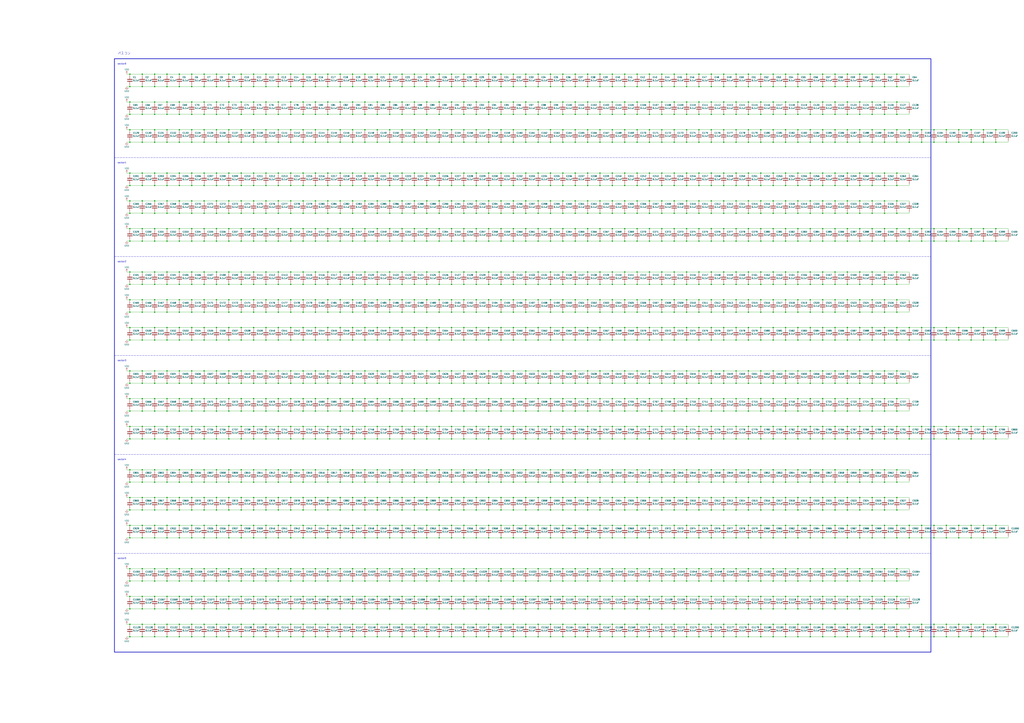
<source format=kicad_sch>
(kicad_sch (version 20230121) (generator eeschema)
  (paper "A1")
  (junction (at 492.76 350.52))
  (junction (at 736.6 60.96))
  (junction (at 543.56 513.08))
  (junction (at 533.4 93.98))
  (junction (at 695.96 152.4))
  (junction (at 513.08 116.84))
  (junction (at 441.96 467.36))
  (junction (at 320.04 419.1))
  (junction (at 127 116.84))
  (junction (at 624.84 441.96))
  (junction (at 645.16 386.08))
  (junction (at 584.2 71.12))
  (junction (at 736.6 142.24))
  (junction (at 726.44 233.68))
  (junction (at 726.44 408.94))
  (junction (at 340.36 142.24))
  (junction (at 502.92 386.08))
  (junction (at 756.92 350.52))
  (junction (at 675.64 116.84))
  (junction (at 563.88 327.66))
  (junction (at 411.48 152.4))
  (junction (at 695.96 431.8))
  (junction (at 574.04 314.96))
  (junction (at 787.4 198.12))
  (junction (at 543.56 523.24))
  (junction (at 614.68 142.24))
  (junction (at 208.28 116.84))
  (junction (at 421.64 408.94))
  (junction (at 320.04 408.94))
  (junction (at 259.08 60.96))
  (junction (at 381 513.08))
  (junction (at 279.4 431.8))
  (junction (at 767.08 523.24))
  (junction (at 401.32 279.4))
  (junction (at 116.84 269.24))
  (junction (at 137.16 142.24))
  (junction (at 604.52 523.24))
  (junction (at 299.72 165.1))
  (junction (at 553.72 60.96))
  (junction (at 665.48 477.52))
  (junction (at 665.48 467.36))
  (junction (at 635 269.24))
  (junction (at 543.56 350.52))
  (junction (at 421.64 419.1))
  (junction (at 350.52 441.96))
  (junction (at 513.08 490.22))
  (junction (at 238.76 93.98))
  (junction (at 533.4 269.24))
  (junction (at 187.96 223.52))
  (junction (at 574.04 246.38))
  (junction (at 736.6 360.68))
  (junction (at 238.76 165.1))
  (junction (at 624.84 187.96))
  (junction (at 431.8 350.52))
  (junction (at 381 314.96))
  (junction (at 584.2 314.96))
  (junction (at 411.48 314.96))
  (junction (at 523.24 165.1))
  (junction (at 218.44 396.24))
  (junction (at 502.92 419.1))
  (junction (at 502.92 314.96))
  (junction (at 411.48 165.1))
  (junction (at 269.24 165.1))
  (junction (at 543.56 152.4))
  (junction (at 269.24 408.94))
  (junction (at 177.8 304.8))
  (junction (at 746.76 106.68))
  (junction (at 594.36 142.24))
  (junction (at 340.36 477.52))
  (junction (at 492.76 269.24))
  (junction (at 502.92 279.4))
  (junction (at 441.96 116.84))
  (junction (at 421.64 256.54))
  (junction (at 187.96 106.68))
  (junction (at 167.64 256.54))
  (junction (at 218.44 93.98))
  (junction (at 624.84 256.54))
  (junction (at 421.64 314.96))
  (junction (at 116.84 233.68))
  (junction (at 401.32 142.24))
  (junction (at 330.2 175.26))
  (junction (at 543.56 71.12))
  (junction (at 259.08 175.26))
  (junction (at 553.72 165.1))
  (junction (at 645.16 350.52))
  (junction (at 584.2 60.96))
  (junction (at 807.72 279.4))
  (junction (at 208.28 490.22))
  (junction (at 614.68 419.1))
  (junction (at 309.88 83.82))
  (junction (at 127 523.24))
  (junction (at 401.32 337.82))
  (junction (at 614.68 93.98))
  (junction (at 431.8 500.38))
  (junction (at 726.44 360.68))
  (junction (at 706.12 106.68))
  (junction (at 248.92 304.8))
  (junction (at 787.4 350.52))
  (junction (at 472.44 314.96))
  (junction (at 553.72 246.38))
  (junction (at 604.52 279.4))
  (junction (at 675.64 523.24))
  (junction (at 452.12 314.96))
  (junction (at 350.52 327.66))
  (junction (at 360.68 304.8))
  (junction (at 116.84 152.4))
  (junction (at 309.88 408.94))
  (junction (at 147.32 386.08))
  (junction (at 269.24 314.96))
  (junction (at 147.32 116.84))
  (junction (at 360.68 350.52))
  (junction (at 411.48 304.8))
  (junction (at 767.08 198.12))
  (junction (at 391.16 175.26))
  (junction (at 238.76 360.68))
  (junction (at 391.16 467.36))
  (junction (at 401.32 467.36))
  (junction (at 523.24 419.1))
  (junction (at 797.56 269.24))
  (junction (at 177.8 360.68))
  (junction (at 726.44 60.96))
  (junction (at 259.08 223.52))
  (junction (at 655.32 304.8))
  (junction (at 401.32 304.8))
  (junction (at 574.04 269.24))
  (junction (at 116.84 477.52))
  (junction (at 218.44 165.1))
  (junction (at 543.56 223.52))
  (junction (at 502.92 467.36))
  (junction (at 350.52 419.1))
  (junction (at 167.64 360.68))
  (junction (at 665.48 279.4))
  (junction (at 218.44 83.82))
  (junction (at 706.12 327.66))
  (junction (at 269.24 396.24))
  (junction (at 381 327.66))
  (junction (at 604.52 116.84))
  (junction (at 685.8 477.52))
  (junction (at 381 269.24))
  (junction (at 381 142.24))
  (junction (at 350.52 500.38))
  (junction (at 248.92 314.96))
  (junction (at 563.88 441.96))
  (junction (at 106.68 246.38))
  (junction (at 218.44 490.22))
  (junction (at 543.56 314.96))
  (junction (at 685.8 408.94))
  (junction (at 198.12 477.52))
  (junction (at 533.4 360.68))
  (junction (at 502.92 360.68))
  (junction (at 502.92 269.24))
  (junction (at 208.28 500.38))
  (junction (at 513.08 60.96))
  (junction (at 259.08 490.22))
  (junction (at 289.56 83.82))
  (junction (at 482.6 60.96))
  (junction (at 167.64 269.24))
  (junction (at 218.44 523.24))
  (junction (at 381 106.68))
  (junction (at 604.52 304.8))
  (junction (at 492.76 490.22))
  (junction (at 127 175.26))
  (junction (at 360.68 152.4))
  (junction (at 584.2 116.84))
  (junction (at 431.8 419.1))
  (junction (at 675.64 490.22))
  (junction (at 320.04 441.96))
  (junction (at 157.48 246.38))
  (junction (at 645.16 106.68))
  (junction (at 482.6 490.22))
  (junction (at 320.04 152.4))
  (junction (at 655.32 246.38))
  (junction (at 401.32 175.26))
  (junction (at 462.28 431.8))
  (junction (at 370.84 60.96))
  (junction (at 665.48 116.84))
  (junction (at 157.48 337.82))
  (junction (at 421.64 431.8))
  (junction (at 736.6 246.38))
  (junction (at 563.88 396.24))
  (junction (at 645.16 116.84))
  (junction (at 635 304.8))
  (junction (at 462.28 513.08))
  (junction (at 248.92 408.94))
  (junction (at 208.28 513.08))
  (junction (at 320.04 60.96))
  (junction (at 482.6 83.82))
  (junction (at 594.36 83.82))
  (junction (at 340.36 246.38))
  (junction (at 604.52 60.96))
  (junction (at 502.92 152.4))
  (junction (at 523.24 223.52))
  (junction (at 401.32 386.08))
  (junction (at 563.88 269.24))
  (junction (at 635 523.24))
  (junction (at 492.76 142.24))
  (junction (at 624.84 71.12))
  (junction (at 452.12 419.1))
  (junction (at 330.2 431.8))
  (junction (at 198.12 396.24))
  (junction (at 360.68 523.24))
  (junction (at 563.88 187.96))
  (junction (at 452.12 477.52))
  (junction (at 330.2 198.12))
  (junction (at 431.8 165.1))
  (junction (at 187.96 360.68))
  (junction (at 736.6 327.66))
  (junction (at 553.72 93.98))
  (junction (at 767.08 269.24))
  (junction (at 645.16 408.94))
  (junction (at 238.76 279.4))
  (junction (at 492.76 441.96))
  (junction (at 218.44 198.12))
  (junction (at 381 523.24))
  (junction (at 492.76 314.96))
  (junction (at 289.56 152.4))
  (junction (at 716.28 152.4))
  (junction (at 513.08 246.38))
  (junction (at 482.6 327.66))
  (junction (at 523.24 350.52))
  (junction (at 655.32 441.96))
  (junction (at 340.36 187.96))
  (junction (at 736.6 152.4))
  (junction (at 198.12 187.96))
  (junction (at 736.6 106.68))
  (junction (at 482.6 408.94))
  (junction (at 167.64 477.52))
  (junction (at 269.24 327.66))
  (junction (at 370.84 93.98))
  (junction (at 330.2 269.24))
  (junction (at 116.84 116.84))
  (junction (at 645.16 256.54))
  (junction (at 614.68 152.4))
  (junction (at 391.16 198.12))
  (junction (at 604.52 175.26))
  (junction (at 106.68 256.54))
  (junction (at 360.68 431.8))
  (junction (at 706.12 477.52))
  (junction (at 218.44 477.52))
  (junction (at 157.48 419.1))
  (junction (at 167.64 142.24))
  (junction (at 370.84 246.38))
  (junction (at 614.68 500.38))
  (junction (at 309.88 477.52))
  (junction (at 401.32 165.1))
  (junction (at 645.16 279.4))
  (junction (at 299.72 304.8))
  (junction (at 106.68 337.82))
  (junction (at 187.96 93.98))
  (junction (at 127 337.82))
  (junction (at 543.56 256.54))
  (junction (at 228.6 523.24))
  (junction (at 269.24 198.12))
  (junction (at 208.28 386.08))
  (junction (at 238.76 269.24))
  (junction (at 309.88 187.96))
  (junction (at 208.28 314.96))
  (junction (at 391.16 233.68))
  (junction (at 574.04 106.68))
  (junction (at 543.56 187.96))
  (junction (at 675.64 467.36))
  (junction (at 513.08 142.24))
  (junction (at 563.88 314.96))
  (junction (at 655.32 327.66))
  (junction (at 187.96 386.08))
  (junction (at 533.4 116.84))
  (junction (at 289.56 233.68))
  (junction (at 279.4 142.24))
  (junction (at 289.56 60.96))
  (junction (at 695.96 396.24))
  (junction (at 685.8 93.98))
  (junction (at 106.68 314.96))
  (junction (at 238.76 523.24))
  (junction (at 187.96 467.36))
  (junction (at 116.84 396.24))
  (junction (at 350.52 408.94))
  (junction (at 269.24 83.82))
  (junction (at 482.6 523.24))
  (junction (at 228.6 233.68))
  (junction (at 147.32 360.68))
  (junction (at 279.4 419.1))
  (junction (at 309.88 304.8))
  (junction (at 167.64 116.84))
  (junction (at 309.88 467.36))
  (junction (at 106.68 165.1))
  (junction (at 411.48 71.12))
  (junction (at 482.6 431.8))
  (junction (at 187.96 314.96))
  (junction (at 157.48 490.22))
  (junction (at 248.92 83.82))
  (junction (at 289.56 467.36))
  (junction (at 431.8 269.24))
  (junction (at 655.32 408.94))
  (junction (at 340.36 327.66))
  (junction (at 299.72 198.12))
  (junction (at 157.48 175.26))
  (junction (at 391.16 477.52))
  (junction (at 279.4 408.94))
  (junction (at 472.44 386.08))
  (junction (at 289.56 246.38))
  (junction (at 248.92 198.12))
  (junction (at 340.36 83.82))
  (junction (at 421.64 71.12))
  (junction (at 127 246.38))
  (junction (at 177.8 93.98))
  (junction (at 533.4 233.68))
  (junction (at 177.8 269.24))
  (junction (at 248.92 165.1))
  (junction (at 685.8 314.96))
  (junction (at 523.24 477.52))
  (junction (at 523.24 60.96))
  (junction (at 157.48 396.24))
  (junction (at 177.8 477.52))
  (junction (at 411.48 350.52))
  (junction (at 147.32 467.36))
  (junction (at 137.16 71.12))
  (junction (at 147.32 152.4))
  (junction (at 116.84 83.82))
  (junction (at 350.52 187.96))
  (junction (at 279.4 327.66))
  (junction (at 614.68 106.68))
  (junction (at 543.56 246.38))
  (junction (at 716.28 71.12))
  (junction (at 340.36 360.68))
  (junction (at 716.28 279.4))
  (junction (at 198.12 500.38))
  (junction (at 116.84 360.68))
  (junction (at 675.64 152.4))
  (junction (at 635 337.82))
  (junction (at 736.6 233.68))
  (junction (at 208.28 142.24))
  (junction (at 228.6 431.8))
  (junction (at 736.6 304.8))
  (junction (at 147.32 523.24))
  (junction (at 360.68 175.26))
  (junction (at 340.36 467.36))
  (junction (at 472.44 490.22))
  (junction (at 127 187.96))
  (junction (at 482.6 386.08))
  (junction (at 259.08 233.68))
  (junction (at 350.52 106.68))
  (junction (at 563.88 467.36))
  (junction (at 452.12 93.98))
  (junction (at 441.96 93.98))
  (junction (at 513.08 152.4))
  (junction (at 441.96 269.24))
  (junction (at 137.16 408.94))
  (junction (at 624.84 165.1))
  (junction (at 228.6 304.8))
  (junction (at 147.32 93.98))
  (junction (at 279.4 477.52))
  (junction (at 706.12 142.24))
  (junction (at 452.12 142.24))
  (junction (at 248.92 490.22))
  (junction (at 543.56 165.1))
  (junction (at 502.92 513.08))
  (junction (at 563.88 304.8))
  (junction (at 635 490.22))
  (junction (at 289.56 337.82))
  (junction (at 177.8 175.26))
  (junction (at 492.76 165.1))
  (junction (at 248.92 246.38))
  (junction (at 157.48 441.96))
  (junction (at 127 106.68))
  (junction (at 177.8 441.96))
  (junction (at 289.56 500.38))
  (junction (at 228.6 477.52))
  (junction (at 299.72 116.84))
  (junction (at 421.64 477.52))
  (junction (at 116.84 314.96))
  (junction (at 441.96 165.1))
  (junction (at 340.36 337.82))
  (junction (at 452.12 304.8))
  (junction (at 320.04 523.24))
  (junction (at 116.84 500.38))
  (junction (at 187.96 523.24))
  (junction (at 502.92 490.22))
  (junction (at 441.96 279.4))
  (junction (at 391.16 279.4))
  (junction (at 360.68 490.22))
  (junction (at 411.48 175.26))
  (junction (at 137.16 198.12))
  (junction (at 716.28 187.96))
  (junction (at 198.12 386.08))
  (junction (at 472.44 175.26))
  (junction (at 472.44 408.94))
  (junction (at 502.92 396.24))
  (junction (at 695.96 93.98))
  (junction (at 137.16 490.22))
  (junction (at 177.8 106.68))
  (junction (at 431.8 152.4))
  (junction (at 198.12 106.68))
  (junction (at 695.96 233.68))
  (junction (at 523.24 279.4))
  (junction (at 695.96 71.12))
  (junction (at 238.76 419.1))
  (junction (at 127 314.96))
  (junction (at 269.24 93.98))
  (junction (at 695.96 327.66))
  (junction (at 330.2 314.96))
  (junction (at 167.64 198.12))
  (junction (at 167.64 467.36))
  (junction (at 502.92 142.24))
  (junction (at 167.64 431.8))
  (junction (at 269.24 279.4))
  (junction (at 421.64 233.68))
  (junction (at 167.64 93.98))
  (junction (at 685.8 165.1))
  (junction (at 685.8 116.84))
  (junction (at 116.84 256.54))
  (junction (at 513.08 187.96))
  (junction (at 289.56 93.98))
  (junction (at 299.72 513.08))
  (junction (at 259.08 106.68))
  (junction (at 635 386.08))
  (junction (at 391.16 93.98))
  (junction (at 259.08 116.84))
  (junction (at 238.76 314.96))
  (junction (at 421.64 386.08))
  (junction (at 665.48 269.24))
  (junction (at 299.72 152.4))
  (junction (at 685.8 246.38))
  (junction (at 563.88 419.1))
  (junction (at 127 60.96))
  (junction (at 746.76 198.12))
  (junction (at 604.52 187.96))
  (junction (at 452.12 350.52))
  (junction (at 523.24 441.96))
  (junction (at 320.04 500.38))
  (junction (at 604.52 408.94))
  (junction (at 574.04 152.4))
  (junction (at 482.6 233.68))
  (junction (at 228.6 419.1))
  (junction (at 248.92 142.24))
  (junction (at 360.68 165.1))
  (junction (at 411.48 327.66))
  (junction (at 157.48 327.66))
  (junction (at 299.72 419.1))
  (junction (at 391.16 165.1))
  (junction (at 777.24 106.68))
  (junction (at 218.44 419.1))
  (junction (at 462.28 71.12))
  (junction (at 187.96 477.52))
  (junction (at 238.76 152.4))
  (junction (at 553.72 490.22))
  (junction (at 269.24 441.96))
  (junction (at 350.52 71.12))
  (junction (at 340.36 490.22))
  (junction (at 340.36 500.38))
  (junction (at 543.56 477.52))
  (junction (at 452.12 279.4))
  (junction (at 431.8 60.96))
  (junction (at 401.32 523.24))
  (junction (at 320.04 175.26))
  (junction (at 238.76 142.24))
  (junction (at 746.76 431.8))
  (junction (at 391.16 408.94))
  (junction (at 299.72 523.24))
  (junction (at 675.64 327.66))
  (junction (at 513.08 269.24))
  (junction (at 177.8 327.66))
  (junction (at 452.12 198.12))
  (junction (at 279.4 198.12))
  (junction (at 198.12 142.24))
  (junction (at 218.44 431.8))
  (junction (at 746.76 360.68))
  (junction (at 543.56 304.8))
  (junction (at 248.92 187.96))
  (junction (at 177.8 60.96))
  (junction (at 411.48 467.36))
  (junction (at 421.64 337.82))
  (junction (at 584.2 360.68))
  (junction (at 350.52 477.52))
  (junction (at 248.92 500.38))
  (junction (at 411.48 116.84))
  (junction (at 401.32 419.1))
  (junction (at 716.28 233.68))
  (junction (at 574.04 350.52))
  (junction (at 513.08 523.24))
  (junction (at 411.48 408.94))
  (junction (at 381 337.82))
  (junction (at 665.48 408.94))
  (junction (at 553.72 279.4))
  (junction (at 157.48 60.96))
  (junction (at 320.04 233.68))
  (junction (at 127 279.4))
  (junction (at 574.04 256.54))
  (junction (at 472.44 360.68))
  (junction (at 492.76 467.36))
  (junction (at 391.16 441.96))
  (junction (at 269.24 246.38))
  (junction (at 604.52 467.36))
  (junction (at 421.64 396.24))
  (junction (at 441.96 523.24))
  (junction (at 360.68 314.96))
  (junction (at 553.72 337.82))
  (junction (at 259.08 279.4))
  (junction (at 421.64 93.98))
  (junction (at 553.72 106.68))
  (junction (at 482.6 106.68))
  (junction (at 726.44 419.1))
  (junction (at 645.16 477.52))
  (junction (at 492.76 327.66))
  (junction (at 726.44 165.1))
  (junction (at 279.4 187.96))
  (junction (at 391.16 256.54))
  (junction (at 289.56 269.24))
  (junction (at 817.88 350.52))
  (junction (at 218.44 360.68))
  (junction (at 736.6 419.1))
  (junction (at 604.52 386.08))
  (junction (at 452.12 106.68))
  (junction (at 320.04 327.66))
  (junction (at 238.76 71.12))
  (junction (at 584.2 269.24))
  (junction (at 340.36 256.54))
  (junction (at 401.32 246.38))
  (junction (at 594.36 198.12))
  (junction (at 635 314.96))
  (junction (at 655.32 198.12))
  (junction (at 106.68 269.24))
  (junction (at 441.96 304.8))
  (junction (at 269.24 500.38))
  (junction (at 533.4 327.66))
  (junction (at 330.2 142.24))
  (junction (at 665.48 246.38))
  (junction (at 665.48 142.24))
  (junction (at 137.16 223.52))
  (junction (at 431.8 93.98))
  (junction (at 279.4 175.26))
  (junction (at 756.92 523.24))
  (junction (at 259.08 83.82))
  (junction (at 695.96 142.24))
  (junction (at 624.84 408.94))
  (junction (at 309.88 152.4))
  (junction (at 533.4 246.38))
  (junction (at 604.52 477.52))
  (junction (at 645.16 513.08))
  (junction (at 127 350.52))
  (junction (at 167.64 408.94))
  (junction (at 238.76 500.38))
  (junction (at 106.68 327.66))
  (junction (at 624.84 152.4))
  (junction (at 756.92 116.84))
  (junction (at 604.52 314.96))
  (junction (at 452.12 360.68))
  (junction (at 157.48 467.36))
  (junction (at 360.68 386.08))
  (junction (at 777.24 116.84))
  (junction (at 360.68 223.52))
  (junction (at 716.28 490.22))
  (junction (at 187.96 513.08))
  (junction (at 695.96 419.1))
  (junction (at 381 431.8))
  (junction (at 513.08 71.12))
  (junction (at 665.48 165.1))
  (junction (at 330.2 223.52))
  (junction (at 716.28 477.52))
  (junction (at 228.6 152.4))
  (junction (at 624.84 60.96))
  (junction (at 482.6 477.52))
  (junction (at 472.44 467.36))
  (junction (at 695.96 408.94))
  (junction (at 736.6 83.82))
  (junction (at 695.96 500.38))
  (junction (at 431.8 467.36))
  (junction (at 695.96 187.96))
  (junction (at 411.48 419.1))
  (junction (at 553.72 198.12))
  (junction (at 543.56 233.68))
  (junction (at 502.92 116.84))
  (junction (at 127 477.52))
  (junction (at 360.68 279.4))
  (junction (at 695.96 477.52))
  (junction (at 279.4 269.24))
  (junction (at 706.12 431.8))
  (junction (at 167.64 523.24))
  (junction (at 431.8 396.24))
  (junction (at 462.28 116.84))
  (junction (at 604.52 396.24))
  (junction (at 675.64 71.12))
  (junction (at 533.4 175.26))
  (junction (at 726.44 175.26))
  (junction (at 574.04 71.12))
  (junction (at 584.2 500.38))
  (junction (at 553.72 500.38))
  (junction (at 574.04 60.96))
  (junction (at 259.08 314.96))
  (junction (at 370.84 269.24))
  (junction (at 452.12 71.12))
  (junction (at 685.8 106.68))
  (junction (at 309.88 198.12))
  (junction (at 563.88 350.52))
  (junction (at 787.4 431.8))
  (junction (at 645.16 93.98))
  (junction (at 218.44 500.38))
  (junction (at 431.8 441.96))
  (junction (at 452.12 337.82))
  (junction (at 187.96 256.54))
  (junction (at 726.44 142.24))
  (junction (at 411.48 187.96))
  (junction (at 137.16 350.52))
  (junction (at 441.96 142.24))
  (junction (at 269.24 337.82))
  (junction (at 269.24 106.68))
  (junction (at 198.12 419.1))
  (junction (at 492.76 198.12))
  (junction (at 594.36 246.38))
  (junction (at 492.76 337.82))
  (junction (at 269.24 431.8))
  (junction (at 147.32 223.52))
  (junction (at 289.56 116.84))
  (junction (at 360.68 198.12))
  (junction (at 289.56 408.94))
  (junction (at 106.68 350.52))
  (junction (at 299.72 337.82))
  (junction (at 299.72 360.68))
  (junction (at 177.8 116.84))
  (junction (at 513.08 304.8))
  (junction (at 441.96 350.52))
  (junction (at 706.12 246.38))
  (junction (at 584.2 431.8))
  (junction (at 167.64 175.26))
  (junction (at 370.84 304.8))
  (junction (at 218.44 327.66))
  (junction (at 391.16 490.22))
  (junction (at 381 152.4))
  (junction (at 421.64 198.12))
  (junction (at 584.2 441.96))
  (junction (at 147.32 198.12))
  (junction (at 472.44 419.1))
  (junction (at 106.68 431.8))
  (junction (at 563.88 60.96))
  (junction (at 218.44 386.08))
  (junction (at 604.52 269.24))
  (junction (at 320.04 142.24))
  (junction (at 614.68 175.26))
  (junction (at 198.12 327.66))
  (junction (at 381 477.52))
  (junction (at 309.88 327.66))
  (junction (at 655.32 386.08))
  (junction (at 187.96 83.82))
  (junction (at 502.92 233.68))
  (junction (at 746.76 513.08))
  (junction (at 411.48 60.96))
  (junction (at 472.44 523.24))
  (junction (at 533.4 71.12))
  (junction (at 584.2 467.36))
  (junction (at 218.44 269.24))
  (junction (at 543.56 175.26))
  (junction (at 645.16 314.96))
  (junction (at 228.6 327.66))
  (junction (at 269.24 256.54))
  (junction (at 523.24 71.12))
  (junction (at 218.44 106.68))
  (junction (at 787.4 523.24))
  (junction (at 492.76 279.4))
  (junction (at 198.12 337.82))
  (junction (at 208.28 477.52))
  (junction (at 228.6 490.22))
  (junction (at 208.28 60.96))
  (junction (at 208.28 246.38))
  (junction (at 248.92 71.12))
  (junction (at 675.64 83.82))
  (junction (at 685.8 71.12))
  (junction (at 127 269.24))
  (junction (at 198.12 431.8))
  (junction (at 248.92 60.96))
  (junction (at 594.36 386.08))
  (junction (at 167.64 279.4))
  (junction (at 279.4 93.98))
  (junction (at 218.44 223.52))
  (junction (at 767.08 350.52))
  (junction (at 248.92 116.84))
  (junction (at 248.92 175.26))
  (junction (at 330.2 419.1))
  (junction (at 279.4 350.52))
  (junction (at 309.88 350.52))
  (junction (at 624.84 246.38))
  (junction (at 695.96 441.96))
  (junction (at 492.76 408.94))
  (junction (at 736.6 337.82))
  (junction (at 127 490.22))
  (junction (at 157.48 116.84))
  (junction (at 513.08 327.66))
  (junction (at 299.72 386.08))
  (junction (at 462.28 441.96))
  (junction (at 523.24 490.22))
  (junction (at 523.24 269.24))
  (junction (at 187.96 327.66))
  (junction (at 462.28 360.68))
  (junction (at 574.04 165.1))
  (junction (at 482.6 175.26))
  (junction (at 269.24 152.4))
  (junction (at 228.6 60.96))
  (junction (at 797.56 187.96))
  (junction (at 116.84 106.68))
  (junction (at 523.24 337.82))
  (junction (at 462.28 337.82))
  (junction (at 218.44 246.38))
  (junction (at 462.28 500.38))
  (junction (at 736.6 431.8))
  (junction (at 736.6 350.52))
  (junction (at 391.16 396.24))
  (junction (at 431.8 314.96))
  (junction (at 198.12 467.36))
  (junction (at 340.36 223.52))
  (junction (at 330.2 233.68))
  (junction (at 309.88 116.84))
  (junction (at 614.68 304.8))
  (junction (at 543.56 419.1))
  (junction (at 675.64 360.68))
  (junction (at 381 490.22))
  (junction (at 533.4 314.96))
  (junction (at 441.96 246.38))
  (junction (at 116.84 431.8))
  (junction (at 716.28 223.52))
  (junction (at 441.96 337.82))
  (junction (at 350.52 350.52))
  (junction (at 645.16 60.96))
  (junction (at 675.64 408.94))
  (junction (at 320.04 513.08))
  (junction (at 513.08 360.68))
  (junction (at 238.76 350.52))
  (junction (at 635 431.8))
  (junction (at 523.24 256.54))
  (junction (at 238.76 337.82))
  (junction (at 340.36 71.12))
  (junction (at 411.48 93.98))
  (junction (at 726.44 467.36))
  (junction (at 574.04 93.98))
  (junction (at 228.6 223.52))
  (junction (at 665.48 187.96))
  (junction (at 391.16 304.8))
  (junction (at 645.16 71.12))
  (junction (at 259.08 187.96))
  (junction (at 350.52 360.68))
  (junction (at 157.48 71.12))
  (junction (at 421.64 304.8))
  (junction (at 624.84 513.08))
  (junction (at 462.28 269.24))
  (junction (at 472.44 327.66))
  (junction (at 259.08 386.08))
  (junction (at 746.76 523.24))
  (junction (at 441.96 327.66))
  (junction (at 533.4 419.1))
  (junction (at 187.96 408.94))
  (junction (at 137.16 83.82))
  (junction (at 472.44 142.24))
  (junction (at 106.68 467.36))
  (junction (at 502.92 106.68))
  (junction (at 574.04 198.12))
  (junction (at 574.04 83.82))
  (junction (at 574.04 386.08))
  (junction (at 594.36 165.1))
  (junction (at 157.48 314.96))
  (junction (at 370.84 408.94))
  (junction (at 584.2 490.22))
  (junction (at 350.52 337.82))
  (junction (at 238.76 175.26))
  (junction (at 391.16 83.82))
  (junction (at 127 223.52))
  (junction (at 502.92 441.96))
  (junction (at 289.56 431.8))
  (junction (at 330.2 327.66))
  (junction (at 543.56 106.68))
  (junction (at 502.92 93.98))
  (junction (at 604.52 431.8))
  (junction (at 248.92 327.66))
  (junction (at 604.52 223.52))
  (junction (at 289.56 327.66))
  (junction (at 584.2 165.1))
  (junction (at 472.44 223.52))
  (junction (at 421.64 152.4))
  (junction (at 269.24 386.08))
  (junction (at 706.12 419.1))
  (junction (at 147.32 269.24))
  (junction (at 401.32 233.68))
  (junction (at 635 116.84))
  (junction (at 370.84 71.12))
  (junction (at 147.32 431.8))
  (junction (at 157.48 360.68))
  (junction (at 330.2 350.52))
  (junction (at 665.48 500.38))
  (junction (at 624.84 523.24))
  (junction (at 482.6 513.08))
  (junction (at 635 142.24))
  (junction (at 482.6 165.1))
  (junction (at 553.72 223.52))
  (junction (at 238.76 198.12))
  (junction (at 675.64 175.26))
  (junction (at 350.52 246.38))
  (junction (at 411.48 269.24))
  (junction (at 675.64 386.08))
  (junction (at 421.64 441.96))
  (junction (at 381 198.12))
  (junction (at 411.48 523.24))
  (junction (at 401.32 152.4))
  (junction (at 330.2 304.8))
  (junction (at 726.44 337.82))
  (junction (at 614.68 60.96))
  (junction (at 655.32 93.98))
  (junction (at 431.8 246.38))
  (junction (at 513.08 350.52))
  (junction (at 228.6 396.24))
  (junction (at 147.32 408.94))
  (junction (at 208.28 152.4))
  (junction (at 655.32 83.82))
  (junction (at 482.6 350.52))
  (junction (at 177.8 314.96))
  (junction (at 228.6 165.1))
  (junction (at 147.32 490.22))
  (junction (at 665.48 386.08))
  (junction (at 594.36 304.8))
  (junction (at 187.96 279.4))
  (junction (at 462.28 60.96))
  (junction (at 472.44 513.08))
  (junction (at 817.88 513.08))
  (junction (at 238.76 233.68))
  (junction (at 279.4 256.54))
  (junction (at 482.6 152.4))
  (junction (at 177.8 408.94))
  (junction (at 177.8 223.52))
  (junction (at 675.64 513.08))
  (junction (at 391.16 152.4))
  (junction (at 665.48 233.68))
  (junction (at 553.72 269.24))
  (junction (at 350.52 256.54))
  (junction (at 533.4 386.08))
  (junction (at 441.96 513.08))
  (junction (at 462.28 408.94))
  (junction (at 116.84 71.12))
  (junction (at 279.4 106.68))
  (junction (at 441.96 441.96))
  (junction (at 726.44 93.98))
  (junction (at 523.24 93.98))
  (junction (at 360.68 106.68))
  (junction (at 411.48 337.82))
  (junction (at 127 198.12))
  (junction (at 106.68 187.96))
  (junction (at 736.6 269.24))
  (junction (at 421.64 467.36))
  (junction (at 614.68 490.22))
  (junction (at 137.16 431.8))
  (junction (at 401.32 256.54))
  (junction (at 523.24 500.38))
  (junction (at 421.64 327.66))
  (junction (at 574.04 490.22))
  (junction (at 167.64 187.96))
  (junction (at 289.56 360.68))
  (junction (at 574.04 477.52))
  (junction (at 635 441.96))
  (junction (at 340.36 314.96))
  (junction (at 685.8 396.24))
  (junction (at 726.44 269.24))
  (junction (at 370.84 187.96))
  (junction (at 381 350.52))
  (junction (at 127 386.08))
  (junction (at 462.28 83.82))
  (junction (at 523.24 431.8))
  (junction (at 513.08 175.26))
  (junction (at 553.72 116.84))
  (junction (at 675.64 93.98))
  (junction (at 370.84 477.52))
  (junction (at 248.92 233.68))
  (junction (at 441.96 396.24))
  (junction (at 675.64 60.96))
  (junction (at 137.16 386.08))
  (junction (at 330.2 360.68))
  (junction (at 259.08 256.54))
  (junction (at 381 419.1))
  (junction (at 401.32 60.96))
  (junction (at 736.6 223.52))
  (junction (at 289.56 106.68))
  (junction (at 523.24 198.12))
  (junction (at 797.56 441.96))
  (junction (at 340.36 431.8))
  (junction (at 736.6 165.1))
  (junction (at 777.24 279.4))
  (junction (at 208.28 337.82))
  (junction (at 706.12 198.12))
  (junction (at 513.08 500.38))
  (junction (at 655.32 165.1))
  (junction (at 543.56 360.68))
  (junction (at 167.64 419.1))
  (junction (at 421.64 269.24))
  (junction (at 767.08 187.96))
  (junction (at 604.52 246.38))
  (junction (at 391.16 116.84))
  (junction (at 350.52 386.08))
  (junction (at 695.96 198.12))
  (junction (at 594.36 350.52))
  (junction (at 695.96 337.82))
  (junction (at 502.92 83.82))
  (junction (at 807.72 106.68))
  (junction (at 228.6 360.68))
  (junction (at 137.16 441.96))
  (junction (at 777.24 198.12))
  (junction (at 492.76 500.38))
  (junction (at 594.36 467.36))
  (junction (at 259.08 337.82))
  (junction (at 360.68 500.38))
  (junction (at 289.56 304.8))
  (junction (at 563.88 198.12))
  (junction (at 706.12 467.36))
  (junction (at 563.88 142.24))
  (junction (at 756.92 279.4))
  (junction (at 502.92 477.52))
  (junction (at 411.48 256.54))
  (junction (at 106.68 523.24))
  (junction (at 320.04 83.82))
  (junction (at 553.72 441.96))
  (junction (at 574.04 441.96))
  (junction (at 289.56 396.24))
  (junction (at 289.56 71.12))
  (junction (at 726.44 441.96))
  (junction (at 147.32 396.24))
  (junction (at 157.48 198.12))
  (junction (at 472.44 337.82))
  (junction (at 167.64 490.22))
  (junction (at 665.48 350.52))
  (junction (at 401.32 187.96))
  (junction (at 675.64 350.52))
  (junction (at 533.4 477.52))
  (junction (at 807.72 198.12))
  (junction (at 574.04 233.68))
  (junction (at 198.12 60.96))
  (junction (at 706.12 279.4))
  (junction (at 309.88 233.68))
  (junction (at 177.8 431.8))
  (junction (at 218.44 441.96))
  (junction (at 543.56 396.24))
  (junction (at 533.4 467.36))
  (junction (at 726.44 523.24))
  (junction (at 502.92 408.94))
  (junction (at 127 500.38))
  (junction (at 137.16 523.24))
  (junction (at 269.24 223.52))
  (junction (at 452.12 408.94))
  (junction (at 675.64 223.52))
  (junction (at 116.84 523.24))
  (junction (at 563.88 477.52))
  (junction (at 391.16 106.68))
  (junction (at 482.6 441.96))
  (junction (at 147.32 441.96))
  (junction (at 706.12 337.82))
  (junction (at 472.44 246.38))
  (junction (at 584.2 152.4))
  (junction (at 401.32 431.8))
  (junction (at 706.12 490.22))
  (junction (at 208.28 304.8))
  (junction (at 177.8 165.1))
  (junction (at 106.68 93.98))
  (junction (at 208.28 523.24))
  (junction (at 543.56 467.36))
  (junction (at 553.72 256.54))
  (junction (at 401.32 106.68))
  (junction (at 716.28 256.54))
  (junction (at 177.8 350.52))
  (junction (at 116.84 60.96))
  (junction (at 381 500.38))
  (junction (at 523.24 386.08))
  (junction (at 269.24 490.22))
  (junction (at 370.84 386.08))
  (junction (at 157.48 233.68))
  (junction (at 553.72 142.24))
  (junction (at 137.16 269.24))
  (junction (at 624.84 83.82))
  (junction (at 543.56 60.96))
  (junction (at 401.32 408.94))
  (junction (at 401.32 490.22))
  (junction (at 350.52 314.96))
  (junction (at 553.72 360.68))
  (junction (at 767.08 106.68))
  (junction (at 645.16 198.12))
  (junction (at 614.68 223.52))
  (junction (at 543.56 408.94))
  (junction (at 299.72 223.52))
  (junction (at 381 360.68))
  (junction (at 116.84 246.38))
  (junction (at 472.44 60.96))
  (junction (at 645.16 396.24))
  (junction (at 441.96 60.96))
  (junction (at 187.96 441.96))
  (junction (at 452.12 431.8))
  (junction (at 289.56 256.54))
  (junction (at 614.68 337.82))
  (junction (at 604.52 500.38))
  (junction (at 238.76 83.82))
  (junction (at 797.56 360.68))
  (junction (at 462.28 327.66))
  (junction (at 807.72 431.8))
  (junction (at 533.4 83.82))
  (junction (at 635 93.98))
  (junction (at 350.52 223.52))
  (junction (at 716.28 165.1))
  (junction (at 340.36 233.68))
  (junction (at 807.72 187.96))
  (junction (at 695.96 106.68))
  (junction (at 228.6 116.84))
  (junction (at 523.24 152.4))
  (junction (at 675.64 314.96))
  (junction (at 299.72 431.8))
  (junction (at 756.92 513.08))
  (junction (at 655.32 467.36))
  (junction (at 716.28 142.24))
  (junction (at 309.88 106.68))
  (junction (at 411.48 83.82))
  (junction (at 421.64 83.82))
  (junction (at 137.16 60.96))
  (junction (at 452.12 165.1))
  (junction (at 685.8 513.08))
  (junction (at 553.72 419.1))
  (junction (at 259.08 304.8))
  (junction (at 502.92 523.24))
  (junction (at 604.52 165.1))
  (junction (at 259.08 71.12))
  (junction (at 462.28 106.68))
  (junction (at 655.32 314.96))
  (junction (at 543.56 431.8))
  (junction (at 147.32 83.82))
  (junction (at 147.32 279.4))
  (junction (at 523.24 246.38))
  (junction (at 553.72 431.8))
  (junction (at 259.08 500.38))
  (junction (at 381 175.26))
  (junction (at 330.2 386.08))
  (junction (at 533.4 279.4))
  (junction (at 248.92 256.54))
  (junction (at 299.72 350.52))
  (junction (at 127 93.98))
  (junction (at 279.4 71.12))
  (junction (at 289.56 142.24))
  (junction (at 198.12 441.96))
  (junction (at 187.96 490.22))
  (junction (at 248.92 513.08))
  (junction (at 543.56 490.22))
  (junction (at 645.16 187.96))
  (junction (at 604.52 71.12))
  (junction (at 614.68 116.84))
  (junction (at 370.84 223.52))
  (junction (at 736.6 513.08))
  (junction (at 767.08 431.8))
  (junction (at 228.6 337.82))
  (junction (at 269.24 175.26))
  (junction (at 431.8 142.24))
  (junction (at 279.4 337.82))
  (junction (at 675.64 279.4))
  (junction (at 431.8 523.24))
  (junction (at 543.56 500.38))
  (junction (at 726.44 256.54))
  (junction (at 218.44 175.26))
  (junction (at 492.76 419.1))
  (junction (at 563.88 360.68))
  (junction (at 269.24 360.68))
  (junction (at 208.28 431.8))
  (junction (at 431.8 223.52))
  (junction (at 157.48 513.08))
  (junction (at 574.04 360.68))
  (junction (at 208.28 327.66))
  (junction (at 350.52 93.98))
  (junction (at 431.8 198.12))
  (junction (at 208.28 467.36))
  (junction (at 462.28 198.12))
  (junction (at 208.28 223.52))
  (junction (at 665.48 419.1))
  (junction (at 411.48 477.52))
  (junction (at 309.88 60.96))
  (junction (at 502.92 198.12))
  (junction (at 360.68 269.24))
  (junction (at 147.32 175.26))
  (junction (at 736.6 500.38))
  (junction (at 381 279.4))
  (junction (at 624.84 350.52))
  (junction (at 665.48 431.8))
  (junction (at 695.96 490.22))
  (junction (at 594.36 175.26))
  (junction (at 736.6 523.24))
  (junction (at 472.44 233.68))
  (junction (at 177.8 233.68))
  (junction (at 360.68 513.08))
  (junction (at 472.44 71.12))
  (junction (at 228.6 386.08))
  (junction (at 238.76 116.84))
  (junction (at 431.8 386.08))
  (junction (at 127 142.24))
  (junction (at 563.88 223.52))
  (junction (at 330.2 500.38))
  (junction (at 502.92 500.38))
  (junction (at 421.64 116.84))
  (junction (at 472.44 441.96))
  (junction (at 563.88 256.54))
  (junction (at 248.92 152.4))
  (junction (at 208.28 419.1))
  (junction (at 208.28 441.96))
  (junction (at 228.6 441.96))
  (junction (at 594.36 152.4))
  (junction (at 127 304.8))
  (junction (at 320.04 350.52))
  (junction (at 381 233.68))
  (junction (at 523.24 408.94))
  (junction (at 157.48 83.82))
  (junction (at 543.56 386.08))
  (junction (at 807.72 116.84))
  (junction (at 726.44 327.66))
  (junction (at 817.88 187.96))
  (junction (at 198.12 513.08))
  (junction (at 482.6 467.36))
  (junction (at 635 350.52))
  (junction (at 523.24 360.68))
  (junction (at 167.64 165.1))
  (junction (at 259.08 246.38))
  (junction (at 411.48 246.38))
  (junction (at 797.56 513.08))
  (junction (at 370.84 419.1))
  (junction (at 269.24 350.52))
  (junction (at 431.8 477.52))
  (junction (at 563.88 106.68))
  (junction (at 553.72 396.24))
  (junction (at 187.96 304.8))
  (junction (at 106.68 513.08))
  (junction (at 320.04 106.68))
  (junction (at 401.32 116.84))
  (junction (at 756.92 198.12))
  (junction (at 441.96 386.08))
  (junction (at 269.24 513.08))
  (junction (at 624.84 337.82))
  (junction (at 127 441.96))
  (junction (at 574.04 116.84))
  (junction (at 635 246.38))
  (junction (at 523.24 233.68))
  (junction (at 228.6 175.26))
  (junction (at 116.84 175.26))
  (junction (at 320.04 490.22))
  (junction (at 645.16 467.36))
  (junction (at 553.72 467.36))
  (junction (at 492.76 304.8))
  (junction (at 685.8 350.52))
  (junction (at 299.72 93.98))
  (junction (at 523.24 513.08))
  (junction (at 289.56 314.96))
  (junction (at 452.12 269.24))
  (junction (at 441.96 360.68))
  (junction (at 533.4 152.4))
  (junction (at 594.36 408.94))
  (junction (at 655.32 419.1))
  (junction (at 584.2 83.82))
  (junction (at 360.68 360.68))
  (junction (at 330.2 513.08))
  (junction (at 492.76 386.08))
  (junction (at 594.36 396.24))
  (junction (at 320.04 467.36))
  (junction (at 360.68 337.82))
  (junction (at 289.56 386.08))
  (junction (at 817.88 523.24))
  (junction (at 513.08 233.68))
  (junction (at 421.64 500.38))
  (junction (at 482.6 71.12))
  (junction (at 502.92 337.82))
  (junction (at 259.08 142.24))
  (junction (at 289.56 175.26))
  (junction (at 706.12 83.82))
  (junction (at 726.44 187.96))
  (junction (at 431.8 513.08))
  (junction (at 106.68 279.4))
  (junction (at 614.68 477.52))
  (junction (at 137.16 106.68))
  (junction (at 157.48 223.52))
  (junction (at 187.96 350.52))
  (junction (at 695.96 256.54))
  (junction (at 553.72 350.52))
  (junction (at 309.88 314.96))
  (junction (at 635 396.24))
  (junction (at 238.76 223.52))
  (junction (at 482.6 142.24))
  (junction (at 340.36 523.24))
  (junction (at 411.48 106.68))
  (junction (at 502.92 350.52))
  (junction (at 492.76 233.68))
  (junction (at 543.56 327.66))
  (junction (at 269.24 477.52))
  (junction (at 716.28 83.82))
  (junction (at 452.12 500.38))
  (junction (at 127 256.54))
  (junction (at 706.12 175.26))
  (junction (at 685.8 441.96))
  (junction (at 238.76 467.36))
  (junction (at 320.04 431.8))
  (junction (at 462.28 419.1))
  (junction (at 218.44 337.82))
  (junction (at 665.48 106.68))
  (junction (at 106.68 198.12))
  (junction (at 817.88 431.8))
  (junction (at 238.76 477.52))
  (junction (at 167.64 350.52))
  (junction (at 736.6 477.52))
  (junction (at 187.96 152.4))
  (junction (at 198.12 314.96))
  (junction (at 604.52 350.52))
  (junction (at 807.72 350.52))
  (junction (at 574.04 523.24))
  (junction (at 309.88 360.68))
  (junction (at 706.12 187.96))
  (junction (at 421.64 175.26))
  (junction (at 137.16 116.84))
  (junction (at 370.84 116.84))
  (junction (at 401.32 477.52))
  (junction (at 706.12 304.8))
  (junction (at 309.88 269.24))
  (junction (at 777.24 441.96))
  (junction (at 685.8 500.38))
  (junction (at 370.84 513.08))
  (junction (at 391.16 431.8))
  (junction (at 635 233.68))
  (junction (at 259.08 441.96))
  (junction (at 289.56 441.96))
  (junction (at 817.88 279.4))
  (junction (at 736.6 490.22))
  (junction (at 543.56 142.24))
  (junction (at 320.04 477.52))
  (junction (at 391.16 223.52))
  (junction (at 716.28 327.66))
  (junction (at 279.4 467.36))
  (junction (at 360.68 467.36))
  (junction (at 167.64 83.82))
  (junction (at 502.92 327.66))
  (junction (at 320.04 256.54))
  (junction (at 238.76 490.22))
  (junction (at 177.8 500.38))
  (junction (at 106.68 419.1))
  (junction (at 208.28 360.68))
  (junction (at 177.8 83.82))
  (junction (at 330.2 71.12))
  (junction (at 330.2 441.96))
  (junction (at 401.32 198.12))
  (junction (at 492.76 396.24))
  (junction (at 401.32 314.96))
  (junction (at 695.96 386.08))
  (junction (at 685.8 175.26))
  (junction (at 299.72 279.4))
  (junction (at 736.6 408.94))
  (junction (at 137.16 477.52))
  (junction (at 259.08 431.8))
  (junction (at 645.16 337.82))
  (junction (at 787.4 513.08))
  (junction (at 492.76 223.52))
  (junction (at 472.44 83.82))
  (junction (at 452.12 467.36))
  (junction (at 299.72 327.66))
  (junction (at 157.48 187.96))
  (junction (at 340.36 198.12))
  (junction (at 381 83.82))
  (junction (at 726.44 350.52))
  (junction (at 655.32 187.96))
  (junction (at 391.16 71.12))
  (junction (at 106.68 116.84))
  (junction (at 492.76 187.96))
  (junction (at 381 386.08))
  (junction (at 269.24 269.24))
  (junction (at 452.12 327.66))
  (junction (at 563.88 279.4))
  (junction (at 736.6 396.24))
  (junction (at 187.96 187.96))
  (junction (at 665.48 304.8))
  (junction (at 716.28 360.68))
  (junction (at 563.88 490.22))
  (junction (at 452.12 152.4))
  (junction (at 381 223.52))
  (junction (at 482.6 279.4))
  (junction (at 238.76 441.96))
  (junction (at 563.88 175.26))
  (junction (at 452.12 116.84))
  (junction (at 584.2 350.52))
  (junction (at 187.96 198.12))
  (junction (at 320.04 71.12))
  (junction (at 563.88 246.38))
  (junction (at 716.28 116.84))
  (junction (at 797.56 279.4))
  (junction (at 716.28 269.24))
  (junction (at 411.48 396.24))
  (junction (at 563.88 83.82))
  (junction (at 259.08 360.68))
  (junction (at 695.96 246.38))
  (junction (at 817.88 360.68))
  (junction (at 777.24 513.08))
  (junction (at 513.08 337.82))
  (junction (at 635 152.4))
  (junction (at 360.68 408.94))
  (junction (at 716.28 350.52))
  (junction (at 350.52 233.68))
  (junction (at 513.08 467.36))
  (junction (at 584.2 223.52))
  (junction (at 584.2 246.38))
  (junction (at 726.44 223.52))
  (junction (at 137.16 187.96))
  (junction (at 584.2 523.24))
  (junction (at 645.16 360.68))
  (junction (at 523.24 175.26))
  (junction (at 360.68 71.12))
  (junction (at 350.52 269.24))
  (junction (at 198.12 83.82))
  (junction (at 167.64 314.96))
  (junction (at 685.8 304.8))
  (junction (at 218.44 116.84))
  (junction (at 777.24 187.96))
  (junction (at 147.32 314.96))
  (junction (at 604.52 256.54))
  (junction (at 208.28 187.96))
  (junction (at 462.28 523.24))
  (junction (at 472.44 279.4))
  (junction (at 502.92 256.54))
  (junction (at 116.84 327.66))
  (junction (at 340.36 175.26))
  (junction (at 533.4 523.24))
  (junction (at 401.32 350.52))
  (junction (at 624.84 360.68))
  (junction (at 574.04 396.24))
  (junction (at 187.96 396.24))
  (junction (at 350.52 198.12))
  (junction (at 116.84 408.94))
  (junction (at 370.84 523.24))
  (junction (at 492.76 116.84))
  (junction (at 350.52 490.22))
  (junction (at 472.44 165.1))
  (junction (at 127 513.08))
  (junction (at 635 198.12))
  (junction (at 695.96 360.68))
  (junction (at 137.16 396.24))
  (junction (at 116.84 93.98))
  (junction (at 350.52 116.84))
  (junction (at 248.92 477.52))
  (junction (at 574.04 175.26))
  (junction (at 472.44 269.24))
  (junction (at 147.32 60.96))
  (junction (at 716.28 523.24))
  (junction (at 198.12 223.52))
  (junction (at 635 256.54))
  (junction (at 523.24 314.96))
  (junction (at 665.48 198.12))
  (junction (at 157.48 279.4))
  (junction (at 726.44 116.84))
  (junction (at 421.64 513.08))
  (junction (at 604.52 441.96))
  (junction (at 269.24 233.68))
  (junction (at 502.92 246.38))
  (junction (at 635 165.1))
  (junction (at 238.76 386.08))
  (junction (at 756.92 431.8))
  (junction (at 513.08 165.1))
  (junction (at 431.8 360.68))
  (junction (at 370.84 142.24))
  (junction (at 208.28 198.12))
  (junction (at 746.76 269.24))
  (junction (at 594.36 500.38))
  (junction (at 563.88 500.38))
  (junction (at 259.08 419.1))
  (junction (at 706.12 116.84))
  (junction (at 391.16 513.08))
  (junction (at 645.16 500.38))
  (junction (at 137.16 337.82))
  (junction (at 533.4 304.8))
  (junction (at 198.12 93.98))
  (junction (at 614.68 408.94))
  (junction (at 655.32 60.96))
  (junction (at 381 116.84))
  (junction (at 238.76 60.96))
  (junction (at 137.16 152.4))
  (junction (at 655.32 175.26))
  (junction (at 106.68 233.68))
  (junction (at 350.52 467.36))
  (junction (at 116.84 279.4))
  (junction (at 421.64 106.68))
  (junction (at 177.8 386.08))
  (junction (at 106.68 490.22))
  (junction (at 492.76 152.4))
  (junction (at 370.84 441.96))
  (junction (at 106.68 106.68))
  (junction (at 695.96 523.24))
  (junction (at 360.68 142.24))
  (junction (at 726.44 279.4))
  (junction (at 614.68 71.12))
  (junction (at 685.8 187.96))
  (junction (at 157.48 408.94))
  (junction (at 320.04 269.24))
  (junction (at 736.6 187.96))
  (junction (at 685.8 198.12))
  (junction (at 269.24 467.36))
  (junction (at 218.44 152.4))
  (junction (at 198.12 490.22))
  (junction (at 208.28 165.1))
  (junction (at 340.36 396.24))
  (junction (at 441.96 223.52))
  (junction (at 381 60.96))
  (junction (at 299.72 396.24))
  (junction (at 187.96 60.96))
  (junction (at 594.36 256.54))
  (junction (at 706.12 233.68))
  (junction (at 513.08 431.8))
  (junction (at 594.36 223.52))
  (junction (at 675.64 477.52))
  (junction (at 472.44 350.52))
  (junction (at 574.04 337.82))
  (junction (at 553.72 152.4))
  (junction (at 441.96 233.68))
  (junction (at 513.08 441.96))
  (junction (at 797.56 116.84))
  (junction (at 614.68 386.08))
  (junction (at 116.84 198.12))
  (junction (at 462.28 246.38))
  (junction (at 106.68 223.52))
  (junction (at 513.08 477.52))
  (junction (at 411.48 431.8))
  (junction (at 279.4 490.22))
  (junction (at 259.08 198.12))
  (junction (at 157.48 93.98))
  (junction (at 817.88 106.68))
  (junction (at 685.8 431.8))
  (junction (at 106.68 175.26))
  (junction (at 513.08 279.4))
  (junction (at 594.36 233.68))
  (junction (at 462.28 396.24))
  (junction (at 330.2 165.1))
  (junction (at 462.28 314.96))
  (junction (at 797.56 523.24))
  (junction (at 391.16 142.24))
  (junction (at 523.24 304.8))
  (junction (at 127 408.94))
  (junction (at 513.08 83.82))
  (junction (at 533.4 337.82))
  (junction (at 279.4 116.84))
  (junction (at 645.16 490.22))
  (junction (at 553.72 477.52))
  (junction (at 624.84 233.68))
  (junction (at 624.84 175.26))
  (junction (at 675.64 142.24))
  (junction (at 563.88 152.4))
  (junction (at 706.12 360.68))
  (junction (at 604.52 152.4))
  (junction (at 807.72 360.68))
  (junction (at 706.12 165.1))
  (junction (at 574.04 467.36))
  (junction (at 187.96 71.12))
  (junction (at 330.2 279.4))
  (junction (at 309.88 500.38))
  (junction (at 401.32 83.82))
  (junction (at 482.6 256.54))
  (junction (at 614.68 523.24))
  (junction (at 553.72 408.94))
  (junction (at 187.96 337.82))
  (junction (at 248.92 523.24))
  (junction (at 594.36 60.96))
  (junction (at 299.72 269.24))
  (junction (at 726.44 246.38))
  (junction (at 238.76 431.8))
  (junction (at 462.28 175.26))
  (junction (at 584.2 419.1))
  (junction (at 218.44 408.94))
  (junction (at 340.36 408.94))
  (junction (at 370.84 490.22))
  (junction (at 401.32 396.24))
  (junction (at 797.56 106.68))
  (junction (at 614.68 269.24))
  (junction (at 624.84 116.84))
  (junction (at 411.48 233.68))
  (junction (at 563.88 431.8))
  (junction (at 370.84 314.96))
  (junction (at 167.64 327.66))
  (junction (at 513.08 513.08))
  (junction (at 248.92 93.98))
  (junction (at 238.76 408.94))
  (junction (at 116.84 441.96))
  (junction (at 695.96 165.1))
  (junction (at 462.28 304.8))
  (junction (at 391.16 327.66))
  (junction (at 279.4 246.38))
  (junction (at 340.36 269.24))
  (junction (at 401.32 500.38))
  (junction (at 645.16 152.4))
  (junction (at 553.72 175.26))
  (junction (at 320.04 314.96))
  (junction (at 340.36 279.4))
  (junction (at 106.68 304.8))
  (junction (at 482.6 246.38))
  (junction (at 147.32 513.08))
  (junction (at 685.8 60.96))
  (junction (at 584.2 187.96))
  (junction (at 320.04 337.82))
  (junction (at 137.16 304.8))
  (junction (at 655.32 337.82))
  (junction (at 228.6 408.94))
  (junction (at 716.28 246.38))
  (junction (at 299.72 490.22))
  (junction (at 198.12 408.94))
  (junction (at 797.56 350.52))
  (junction (at 147.32 337.82))
  (junction (at 167.64 106.68))
  (junction (at 431.8 304.8))
  (junction (at 787.4 441.96))
  (junction (at 665.48 314.96))
  (junction (at 228.6 198.12))
  (junction (at 665.48 223.52))
  (junction (at 370.84 256.54))
  (junction (at 472.44 304.8))
  (junction (at 299.72 175.26))
  (junction (at 482.6 360.68))
  (junction (at 228.6 314.96))
  (junction (at 401.32 513.08))
  (junction (at 645.16 223.52))
  (junction (at 177.8 467.36))
  (junction (at 695.96 513.08))
  (junction (at 716.28 441.96))
  (junction (at 330.2 187.96))
  (junction (at 289.56 419.1))
  (junction (at 472.44 93.98))
  (junction (at 604.52 93.98))
  (junction (at 421.64 279.4))
  (junction (at 309.88 256.54))
  (junction (at 279.4 523.24))
  (junction (at 289.56 513.08))
  (junction (at 523.24 116.84))
  (junction (at 736.6 386.08))
  (junction (at 147.32 500.38))
  (junction (at 614.68 314.96))
  (junction (at 685.8 419.1))
  (junction (at 482.6 187.96))
  (junction (at 452.12 396.24))
  (junction (at 228.6 83.82))
  (junction (at 228.6 500.38))
  (junction (at 675.64 269.24))
  (junction (at 279.4 165.1))
  (junction (at 177.8 142.24))
  (junction (at 584.2 396.24))
  (junction (at 482.6 198.12))
  (junction (at 513.08 106.68))
  (junction (at 431.8 116.84))
  (junction (at 421.64 360.68))
  (junction (at 726.44 106.68))
  (junction (at 472.44 477.52))
  (junction (at 106.68 71.12))
  (junction (at 360.68 116.84))
  (junction (at 533.4 513.08))
  (junction (at 635 477.52))
  (junction (at 624.84 198.12))
  (junction (at 391.16 419.1))
  (junction (at 563.88 93.98))
  (junction (at 452.12 490.22))
  (junction (at 492.76 477.52))
  (junction (at 492.76 431.8))
  (junction (at 675.64 396.24))
  (junction (at 462.28 93.98))
  (junction (at 614.68 187.96))
  (junction (at 675.64 337.82))
  (junction (at 624.84 304.8))
  (junction (at 797.56 431.8))
  (junction (at 137.16 513.08))
  (junction (at 553.72 327.66))
  (junction (at 198.12 256.54))
  (junction (at 218.44 142.24))
  (junction (at 502.92 175.26))
  (junction (at 584.2 304.8))
  (junction (at 137.16 175.26))
  (junction (at 248.92 441.96))
  (junction (at 645.16 419.1))
  (junction (at 614.68 350.52))
  (junction (at 614.68 165.1))
  (junction (at 167.64 60.96))
  (junction (at 218.44 304.8))
  (junction (at 411.48 513.08))
  (junction (at 533.4 490.22))
  (junction (at 787.4 106.68))
  (junction (at 513.08 314.96))
  (junction (at 340.36 60.96))
  (junction (at 421.64 60.96))
  (junction (at 401.32 223.52))
  (junction (at 716.28 60.96))
  (junction (at 198.12 152.4))
  (junction (at 706.12 223.52))
  (junction (at 574.04 327.66))
  (junction (at 584.2 477.52))
  (junction (at 746.76 279.4))
  (junction (at 543.56 269.24))
  (junction (at 198.12 269.24))
  (junction (at 716.28 513.08))
  (junction (at 452.12 246.38))
  (junction (at 289.56 477.52))
  (junction (at 360.68 60.96))
  (junction (at 452.12 386.08))
  (junction (at 655.32 490.22))
  (junction (at 624.84 314.96))
  (junction (at 157.48 256.54))
  (junction (at 441.96 419.1))
  (junction (at 736.6 314.96))
  (junction (at 675.64 246.38))
  (junction (at 675.64 441.96))
  (junction (at 604.52 513.08))
  (junction (at 533.4 441.96))
  (junction (at 320.04 187.96))
  (junction (at 482.6 314.96))
  (junction (at 523.24 467.36))
  (junction (at 462.28 187.96))
  (junction (at 441.96 500.38))
  (junction (at 157.48 152.4))
  (junction (at 513.08 223.52))
  (junction (at 584.2 256.54))
  (junction (at 431.8 233.68))
  (junction (at 187.96 500.38))
  (junction (at 574.04 500.38))
  (junction (at 553.72 513.08))
  (junction (at 299.72 142.24))
  (junction (at 330.2 477.52))
  (junction (at 472.44 106.68))
  (junction (at 817.88 116.84))
  (junction (at 401.32 327.66))
  (junction (at 695.96 116.84))
  (junction (at 655.32 116.84))
  (junction (at 726.44 304.8))
  (junction (at 472.44 256.54))
  (junction (at 502.92 223.52))
  (junction (at 695.96 279.4))
  (junction (at 726.44 490.22))
  (junction (at 370.84 175.26))
  (junction (at 157.48 477.52))
  (junction (at 492.76 93.98))
  (junction (at 635 223.52))
  (junction (at 269.24 419.1))
  (junction (at 746.76 350.52))
  (junction (at 624.84 500.38))
  (junction (at 594.36 314.96))
  (junction (at 127 165.1))
  (junction (at 736.6 116.84))
  (junction (at 624.84 467.36))
  (junction (at 218.44 467.36))
  (junction (at 706.12 386.08))
  (junction (at 604.52 142.24))
  (junction (at 309.88 223.52))
  (junction (at 360.68 233.68))
  (junction (at 614.68 256.54))
  (junction (at 157.48 106.68))
  (junction (at 370.84 83.82))
  (junction (at 299.72 71.12))
  (junction (at 502.92 187.96))
  (junction (at 381 187.96))
  (junction (at 228.6 269.24))
  (junction (at 624.84 279.4))
  (junction (at 259.08 477.52))
  (junction (at 279.4 279.4))
  (junction (at 309.88 165.1))
  (junction (at 370.84 279.4))
  (junction (at 614.68 396.24))
  (junction (at 381 256.54))
  (junction (at 574.04 142.24))
  (junction (at 604.52 106.68))
  (junction (at 431.8 490.22))
  (junction (at 147.32 106.68))
  (junction (at 187.96 419.1))
  (junction (at 502.92 71.12))
  (junction (at 116.84 386.08))
  (junction (at 259.08 408.94))
  (junction (at 594.36 187.96))
  (junction (at 543.56 337.82))
  (junction (at 391.16 187.96))
  (junction (at 665.48 256.54))
  (junction (at 208.28 350.52))
  (junction (at 116.84 142.24))
  (junction (at 574.04 513.08))
  (junction (at 502.92 165.1))
  (junction (at 381 441.96))
  (junction (at 259.08 467.36))
  (junction (at 482.6 304.8))
  (junction (at 706.12 441.96))
  (junction (at 208.28 408.94))
  (junction (at 665.48 441.96))
  (junction (at 431.8 431.8))
  (junction (at 452.12 223.52))
  (junction (at 309.88 431.8))
  (junction (at 350.52 431.8))
  (junction (at 635 467.36))
  (junction (at 116.84 467.36))
  (junction (at 645.16 431.8))
  (junction (at 340.36 386.08))
  (junction (at 817.88 198.12))
  (junction (at 695.96 175.26))
  (junction (at 147.32 304.8))
  (junction (at 462.28 165.1))
  (junction (at 726.44 513.08))
  (junction (at 675.64 106.68))
  (junction (at 116.84 304.8))
  (junction (at 259.08 327.66))
  (junction (at 330.2 116.84))
  (junction (at 594.36 431.8))
  (junction (at 533.4 60.96))
  (junction (at 736.6 279.4))
  (junction (at 441.96 175.26))
  (junction (at 320.04 386.08))
  (junction (at 574.04 279.4))
  (junction (at 695.96 60.96))
  (junction (at 259.08 523.24))
  (junction (at 614.68 513.08))
  (junction (at 187.96 269.24))
  (junction (at 330.2 60.96))
  (junction (at 309.88 279.4))
  (junction (at 167.64 500.38))
  (junction (at 675.64 431.8))
  (junction (at 127 419.1))
  (junction (at 421.64 490.22))
  (junction (at 340.36 350.52))
  (junction (at 584.2 408.94))
  (junction (at 320.04 360.68))
  (junction (at 167.64 337.82))
  (junction (at 635 175.26))
  (junction (at 675.64 419.1))
  (junction (at 594.36 116.84))
  (junction (at 767.08 279.4))
  (junction (at 441.96 106.68))
  (junction (at 533.4 106.68))
  (junction (at 462.28 152.4))
  (junction (at 523.24 523.24))
  (junction (at 614.68 198.12))
  (junction (at 574.04 419.1))
  (junction (at 279.4 304.8))
  (junction (at 208.28 93.98))
  (junction (at 655.32 396.24))
  (junction (at 777.24 431.8))
  (junction (at 106.68 408.94))
  (junction (at 431.8 337.82))
  (junction (at 462.28 477.52))
  (junction (at 259.08 93.98))
  (junction (at 360.68 246.38))
  (junction (at 655.32 152.4))
  (junction (at 248.92 467.36))
  (junction (at 299.72 467.36))
  (junction (at 381 408.94))
  (junction (at 635 83.82))
  (junction (at 441.96 477.52))
  (junction (at 228.6 71.12))
  (junction (at 391.16 60.96))
  (junction (at 381 304.8))
  (junction (at 482.6 396.24))
  (junction (at 726.44 71.12))
  (junction (at 624.84 269.24))
  (junction (at 624.84 327.66))
  (junction (at 452.12 523.24))
  (junction (at 533.4 223.52))
  (junction (at 370.84 500.38))
  (junction (at 533.4 142.24))
  (junction (at 167.64 246.38))
  (junction (at 370.84 396.24))
  (junction (at 513.08 256.54))
  (junction (at 462.28 350.52))
  (junction (at 208.28 233.68))
  (junction (at 320.04 223.52))
  (junction (at 706.12 408.94))
  (junction (at 777.24 350.52))
  (junction (at 614.68 327.66))
  (junction (at 604.52 327.66))
  (junction (at 421.64 187.96))
  (junction (at 248.92 396.24))
  (junction (at 777.24 523.24))
  (junction (at 645.16 304.8))
  (junction (at 452.12 60.96))
  (junction (at 482.6 269.24))
  (junction (at 208.28 106.68))
  (junction (at 157.48 269.24))
  (junction (at 370.84 350.52))
  (junction (at 167.64 513.08))
  (junction (at 655.32 233.68))
  (junction (at 157.48 431.8))
  (junction (at 218.44 513.08))
  (junction (at 350.52 513.08))
  (junction (at 665.48 60.96))
  (junction (at 391.16 500.38))
  (junction (at 106.68 500.38))
  (junction (at 411.48 500.38))
  (junction (at 502.92 304.8))
  (junction (at 381 71.12))
  (junction (at 584.2 93.98))
  (junction (at 167.64 152.4))
  (junction (at 198.12 350.52))
  (junction (at 167.64 304.8))
  (junction (at 228.6 142.24))
  (junction (at 563.88 233.68))
  (junction (at 716.28 314.96))
  (junction (at 594.36 523.24))
  (junction (at 543.56 93.98))
  (junction (at 543.56 441.96))
  (junction (at 462.28 279.4))
  (junction (at 543.56 279.4))
  (junction (at 706.12 93.98))
  (junction (at 238.76 187.96))
  (junction (at 381 93.98))
  (junction (at 655.32 500.38))
  (junction (at 584.2 106.68))
  (junction (at 685.8 360.68))
  (junction (at 309.88 523.24))
  (junction (at 441.96 83.82))
  (junction (at 492.76 513.08))
  (junction (at 553.72 523.24))
  (junction (at 177.8 513.08))
  (junction (at 431.8 408.94))
  (junction (at 655.32 431.8))
  (junction (at 746.76 116.84))
  (junction (at 177.8 279.4))
  (junction (at 187.96 165.1))
  (junction (at 685.8 337.82))
  (junction (at 218.44 314.96))
  (junction (at 441.96 198.12))
  (junction (at 238.76 304.8))
  (junction (at 116.84 337.82))
  (junction (at 340.36 152.4))
  (junction (at 665.48 523.24))
  (junction (at 695.96 314.96))
  (junction (at 279.4 513.08))
  (junction (at 421.64 142.24))
  (junction (at 695.96 304.8))
  (junction (at 259.08 396.24))
  (junction (at 259.08 513.08))
  (junction (at 330.2 246.38))
  (junction (at 594.36 337.82))
  (junction (at 787.4 360.68))
  (junction (at 645.16 327.66))
  (junction (at 198.12 198.12))
  (junction (at 472.44 152.4))
  (junction (at 726.44 431.8))
  (junction (at 563.88 513.08))
  (junction (at 462.28 386.08))
  (junction (at 411.48 360.68))
  (junction (at 401.32 360.68))
  (junction (at 157.48 386.08))
  (junction (at 665.48 93.98))
  (junction (at 279.4 83.82))
  (junction (at 645.16 233.68))
  (junction (at 767.08 513.08))
  (junction (at 767.08 116.84))
  (junction (at 614.68 246.38))
  (junction (at 431.8 187.96))
  (junction (at 584.2 175.26))
  (junction (at 330.2 83.82))
  (junction (at 238.76 246.38))
  (junction (at 137.16 467.36))
  (junction (at 228.6 279.4))
  (junction (at 320.04 198.12))
  (junction (at 645.16 269.24))
  (junction (at 218.44 279.4))
  (junction (at 116.84 513.08))
  (junction (at 360.68 441.96))
  (junction (at 320.04 279.4))
  (junction (at 167.64 71.12))
  (junction (at 665.48 513.08))
  (junction (at 187.96 246.38))
  (junction (at 675.64 233.68))
  (junction (at 340.36 116.84))
  (junction (at 685.8 523.24))
  (junction (at 127 431.8))
  (junction (at 309.88 71.12))
  (junction (at 289.56 523.24))
  (junction (at 736.6 93.98))
  (junction (at 574.04 304.8))
  (junction (at 340.36 165.1))
  (junction (at 706.12 523.24))
  (junction (at 198.12 523.24))
  (junction (at 584.2 233.68))
  (junction (at 452.12 175.26))
  (junction (at 756.92 106.68))
  (junction (at 279.4 60.96))
  (junction (at 492.76 246.38))
  (junction (at 401.32 93.98))
  (junction (at 106.68 152.4))
  (junction (at 167.64 386.08))
  (junction (at 198.12 233.68))
  (junction (at 655.32 71.12))
  (junction (at 177.8 71.12))
  (junction (at 492.76 256.54))
  (junction (at 655.32 350.52))
  (junction (at 320.04 165.1))
  (junction (at 645.16 523.24))
  (junction (at 797.56 198.12))
  (junction (at 594.36 93.98))
  (junction (at 716.28 198.12))
  (junction (at 259.08 165.1))
  (junction (at 624.84 477.52))
  (junction (at 452.12 513.08))
  (junction (at 381 246.38))
  (junction (at 340.36 106.68))
  (junction (at 177.8 419.1))
  (junction (at 299.72 106.68))
  (junction (at 695.96 83.82))
  (junction (at 391.16 269.24))
  (junction (at 360.68 187.96))
  (junction (at 675.64 500.38))
  (junction (at 787.4 269.24))
  (junction (at 299.72 477.52))
  (junction (at 675.64 198.12))
  (junction (at 635 327.66))
  (junction (at 269.24 142.24))
  (junction (at 635 279.4))
  (junction (at 116.84 490.22))
  (junction (at 391.16 314.96))
  (junction (at 309.88 386.08))
  (junction (at 411.48 441.96))
  (junction (at 116.84 223.52))
  (junction (at 177.8 198.12))
  (junction (at 706.12 269.24))
  (junction (at 574.04 431.8))
  (junction (at 208.28 396.24))
  (junction (at 370.84 152.4))
  (junction (at 695.96 467.36))
  (junction (at 309.88 93.98))
  (junction (at 807.72 513.08))
  (junction (at 127 152.4))
  (junction (at 482.6 223.52))
  (junction (at 177.8 246.38))
  (junction (at 604.52 83.82))
  (junction (at 116.84 350.52))
  (junction (at 685.8 490.22))
  (junction (at 106.68 386.08))
  (junction (at 269.24 304.8))
  (junction (at 543.56 83.82))
  (junction (at 147.32 327.66))
  (junction (at 116.84 165.1))
  (junction (at 533.4 431.8))
  (junction (at 655.32 223.52))
  (junction (at 574.04 223.52))
  (junction (at 513.08 93.98))
  (junction (at 543.56 198.12))
  (junction (at 655.32 142.24))
  (junction (at 340.36 513.08))
  (junction (at 594.36 327.66))
  (junction (at 421.64 523.24))
  (junction (at 228.6 106.68))
  (junction (at 350.52 60.96))
  (junction (at 238.76 106.68))
  (junction (at 645.16 441.96))
  (junction (at 320.04 93.98))
  (junction (at 604.52 360.68))
  (junction (at 655.32 513.08))
  (junction (at 736.6 256.54))
  (junction (at 248.92 386.08))
  (junction (at 299.72 246.38))
  (junction (at 299.72 500.38))
  (junction (at 350.52 175.26))
  (junction (at 665.48 360.68))
  (junction (at 482.6 93.98))
  (junction (at 187.96 175.26))
  (junction (at 624.84 386.08))
  (junction (at 685.8 256.54))
  (junction (at 523.24 106.68))
  (junction (at 482.6 500.38))
  (junction (at 604.52 337.82))
  (junction (at 238.76 327.66))
  (junction (at 391.16 386.08))
  (junction (at 706.12 350.52))
  (junction (at 187.96 116.84))
  (junction (at 746.76 187.96))
  (junction (at 665.48 152.4))
  (junction (at 513.08 386.08))
  (junction (at 309.88 337.82))
  (junction (at 706.12 314.96))
  (junction (at 228.6 187.96))
  (junction (at 441.96 187.96))
  (junction (at 614.68 360.68))
  (junction (at 716.28 431.8))
  (junction (at 137.16 93.98))
  (junction (at 533.4 408.94))
  (junction (at 248.92 269.24))
  (junction (at 462.28 256.54))
  (junction (at 411.48 279.4))
  (junction (at 635 408.94))
  (junction (at 167.64 441.96))
  (junction (at 360.68 93.98))
  (junction (at 137.16 500.38))
  (junction (at 431.8 327.66))
  (junction (at 401.32 269.24))
  (junction (at 187.96 431.8))
  (junction (at 624.84 490.22))
  (junction (at 584.2 279.4))
  (junction (at 441.96 71.12))
  (junction (at 127 396.24))
  (junction (at 147.32 350.52))
  (junction (at 330.2 490.22))
  (junction (at 614.68 441.96))
  (junction (at 635 71.12))
  (junction (at 807.72 441.96))
  (junction (at 238.76 256.54))
  (junction (at 431.8 83.82))
  (junction (at 563.88 408.94))
  (junction (at 177.8 523.24))
  (junction (at 350.52 279.4))
  (junction (at 594.36 419.1))
  (junction (at 604.52 233.68))
  (junction (at 482.6 419.1))
  (junction (at 198.12 71.12))
  (junction (at 299.72 60.96))
  (junction (at 157.48 142.24))
  (junction (at 452.12 233.68))
  (junction (at 350.52 165.1))
  (junction (at 177.8 490.22))
  (junction (at 675.64 165.1))
  (junction (at 736.6 175.26))
  (junction (at 106.68 477.52))
  (junction (at 299.72 408.94))
  (junction (at 309.88 419.1))
  (junction (at 736.6 71.12))
  (junction (at 452.12 441.96))
  (junction (at 777.24 269.24))
  (junction (at 574.04 408.94))
  (junction (at 614.68 83.82))
  (junction (at 259.08 350.52))
  (junction (at 523.24 327.66))
  (junction (at 563.88 116.84))
  (junction (at 248.92 431.8))
  (junction (at 624.84 142.24))
  (junction (at 817.88 269.24))
  (junction (at 350.52 142.24))
  (junction (at 137.16 233.68))
  (junction (at 655.32 279.4))
  (junction (at 330.2 523.24))
  (junction (at 624.84 93.98))
  (junction (at 482.6 337.82))
  (junction (at 716.28 408.94))
  (junction (at 431.8 71.12))
  (junction (at 726.44 198.12))
  (junction (at 137.16 246.38))
  (junction (at 502.92 60.96))
  (junction (at 472.44 500.38))
  (junction (at 624.84 106.68))
  (junction (at 177.8 337.82))
  (junction (at 594.36 360.68))
  (junction (at 289.56 490.22))
  (junction (at 167.64 233.68))
  (junction (at 137.16 256.54))
  (junction (at 208.28 256.54))
  (junction (at 817.88 441.96))
  (junction (at 584.2 142.24))
  (junction (at 563.88 71.12))
  (junction (at 279.4 223.52))
  (junction (at 472.44 187.96))
  (junction (at 370.84 106.68))
  (junction (at 716.28 106.68))
  (junction (at 452.12 83.82))
  (junction (at 187.96 142.24))
  (junction (at 553.72 187.96))
  (junction (at 299.72 314.96))
  (junction (at 279.4 396.24))
  (junction (at 157.48 350.52))
  (junction (at 238.76 396.24))
  (junction (at 218.44 350.52))
  (junction (at 695.96 223.52))
  (junction (at 553.72 386.08))
  (junction (at 106.68 360.68))
  (junction (at 492.76 360.68))
  (junction (at 289.56 350.52))
  (junction (at 289.56 165.1))
  (junction (at 340.36 419.1))
  (junction (at 228.6 246.38))
  (junction (at 716.28 419.1))
  (junction (at 462.28 490.22))
  (junction (at 157.48 304.8))
  (junction (at 787.4 279.4))
  (junction (at 238.76 513.08))
  (junction (at 289.56 187.96))
  (junction (at 716.28 396.24))
  (junction (at 360.68 83.82))
  (junction (at 787.4 187.96))
  (junction (at 320.04 116.84))
  (junction (at 269.24 116.84))
  (junction (at 401.32 71.12))
  (junction (at 198.12 304.8))
  (junction (at 370.84 467.36))
  (junction (at 340.36 93.98))
  (junction (at 462.28 233.68))
  (junction (at 208.28 71.12))
  (junction (at 553.72 71.12))
  (junction (at 472.44 431.8))
  (junction (at 594.36 279.4))
  (junction (at 665.48 83.82))
  (junction (at 655.32 477.52))
  (junction (at 391.16 523.24))
  (junction (at 218.44 233.68))
  (junction (at 553.72 304.8))
  (junction (at 330.2 106.68))
  (junction (at 187.96 233.68))
  (junction (at 584.2 337.82))
  (junction (at 269.24 60.96))
  (junction (at 624.84 223.52))
  (junction (at 360.68 256.54))
  (junction (at 533.4 187.96))
  (junction (at 309.88 142.24))
  (junction (at 523.24 83.82))
  (junction (at 360.68 477.52))
  (junction (at 695.96 269.24))
  (junction (at 594.36 490.22))
  (junction (at 452.12 256.54))
  (junction (at 513.08 198.12))
  (junction (at 106.68 142.24))
  (junction (at 299.72 441.96))
  (junction (at 370.84 233.68))
  (junction (at 147.32 142.24))
  (junction (at 513.08 408.94))
  (junction (at 360.68 327.66))
  (junction (at 147.32 477.52))
  (junction (at 381 396.24))
  (junction (at 492.76 523.24))
  (junction (at 614.68 233.68))
  (junction (at 685.8 386.08))
  (junction (at 645.16 246.38))
  (junction (at 208.28 83.82))
  (junction (at 127 467.36))
  (junction (at 604.52 419.1))
  (junction (at 381 467.36))
  (junction (at 360.68 419.1))
  (junction (at 645.16 165.1))
  (junction (at 635 106.68))
  (junction (at 411.48 386.08))
  (junction (at 675.64 187.96))
  (junction (at 584.2 386.08))
  (junction (at 137.16 314.96))
  (junction (at 330.2 256.54))
  (junction (at 421.64 165.1))
  (junction (at 279.4 441.96))
  (junction (at 157.48 165.1))
  (junction (at 350.52 523.24))
  (junction (at 248.92 106.68))
  (junction (at 330.2 152.4))
  (junction (at 716.28 93.98))
  (junction (at 370.84 198.12))
  (junction (at 777.24 360.68))
  (junction (at 553.72 83.82))
  (junction (at 309.88 246.38))
  (junction (at 594.36 513.08))
  (junction (at 279.4 152.4))
  (junction (at 137.16 279.4))
  (junction (at 706.12 152.4))
  (junction (at 106.68 441.96))
  (junction (at 127 71.12))
  (junction (at 665.48 396.24))
  (junction (at 726.44 83.82))
  (junction (at 269.24 187.96))
  (junction (at 685.8 223.52))
  (junction (at 309.88 175.26))
  (junction (at 198.12 175.26))
  (junction (at 533.4 396.24))
  (junction (at 198.12 165.1))
  (junction (at 198.12 360.68))
  (junction (at 137.16 419.1))
  (junction (at 401.32 441.96))
  (junction (at 421.64 223.52))
  (junction (at 685.8 269.24))
  (junction (at 624.84 419.1))
  (junction (at 584.2 327.66))
  (junction (at 563.88 386.08))
  (junction (at 462.28 142.24))
  (junction (at 279.4 314.96))
  (junction (at 614.68 431.8))
  (junction (at 299.72 233.68))
  (junction (at 177.8 396.24))
  (junction (at 472.44 198.12))
  (junction (at 462.28 223.52))
  (junction (at 259.08 152.4))
  (junction (at 492.76 60.96))
  (junction (at 137.16 327.66))
  (junction (at 441.96 431.8))
  (junction (at 756.92 360.68))
  (junction (at 614.68 279.4))
  (junction (at 330.2 408.94))
  (junction (at 309.88 513.08))
  (junction (at 137.16 165.1))
  (junction (at 350.52 83.82))
  (junction (at 299.72 187.96))
  (junction (at 635 500.38))
  (junction (at 675.64 256.54))
  (junction (at 289.56 279.4))
  (junction (at 167.64 396.24))
  (junction (at 370.84 327.66))
  (junction (at 726.44 152.4))
  (junction (at 716.28 386.08))
  (junction (at 360.68 396.24))
  (junction (at 218.44 256.54))
  (junction (at 411.48 490.22))
  (junction (at 289.56 198.12))
  (junction (at 594.36 71.12))
  (junction (at 533.4 165.1))
  (junction (at 411.48 223.52))
  (junction (at 370.84 337.82))
  (junction (at 157.48 523.24))
  (junction (at 665.48 490.22))
  (junction (at 482.6 116.84))
  (junction (at 756.92 441.96))
  (junction (at 391.16 337.82))
  (junction (at 198.12 246.38))
  (junction (at 218.44 60.96))
  (junction (at 523.24 396.24))
  (junction (at 574.04 187.96))
  (junction (at 137.16 360.68))
  (junction (at 208.28 279.4))
  (junction (at 340.36 304.8))
  (junction (at 543.56 116.84))
  (junction (at 604.52 490.22))
  (junction (at 533.4 198.12))
  (junction (at 228.6 350.52))
  (junction (at 563.88 337.82))
  (junction (at 523.24 187.96))
  (junction (at 228.6 513.08))
  (junction (at 198.12 116.84))
  (junction (at 441.96 314.96))
  (junction (at 248.92 223.52))
  (junction (at 533.4 350.52))
  (junction (at 665.48 71.12))
  (junction (at 665.48 337.82))
  (junction (at 320.04 304.8))
  (junction (at 421.64 246.38))
  (junction (at 370.84 360.68))
  (junction (at 248.92 360.68))
  (junction (at 431.8 256.54))
  (junction (at 624.84 431.8))
  (junction (at 655.32 269.24))
  (junction (at 594.36 269.24))
  (junction (at 228.6 467.36))
  (junction (at 685.8 142.24))
  (junction (at 330.2 467.36))
  (junction (at 746.76 441.96))
  (junction (at 635 360.68))
  (junction (at 441.96 256.54))
  (junction (at 106.68 396.24))
  (junction (at 767.08 441.96))
  (junction (at 706.12 60.96))
  (junction (at 807.72 523.24))
  (junction (at 655.32 256.54))
  (junction (at 553.72 233.68))
  (junction (at 248.92 279.4))
  (junction (at 716.28 337.82))
  (junction (at 726.44 386.08))
  (junction (at 228.6 93.98))
  (junction (at 299.72 256.54))
  (junction (at 665.48 175.26))
  (junction (at 513.08 396.24))
  (junction (at 635 187.96))
  (junction (at 248.92 419.1))
  (junction (at 127 327.66))
  (junction (at 665.48 327.66))
  (junction (at 167.64 223.52))
  (junction (at 391.16 246.38))
  (junction (at 635 513.08))
  (junction (at 706.12 256.54))
  (junction (at 452.12 187.96))
  (junction (at 726.44 500.38))
  (junction (at 736.6 198.12))
  (junction (at 563.88 523.24))
  (junction (at 127 83.82))
  (junction (at 685.8 327.66))
  (junction (at 147.32 246.38))
  (junction (at 147.32 419.1))
  (junction (at 106.68 60.96))
  (junction (at 604.52 198.12))
  (junction (at 248.92 337.82))
  (junction (at 492.76 175.26))
  (junction (at 594.36 441.96))
  (junction (at 716.28 500.38))
  (junction (at 695.96 350.52))
  (junction (at 502.92 431.8))
  (junction (at 441.96 152.4))
  (junction (at 208.28 269.24))
  (junction (at 147.32 165.1))
  (junction (at 513.08 419.1))
  (junction (at 675.64 304.8))
  (junction (at 198.12 279.4))
  (junction (at 116.84 187.96))
  (junction (at 563.88 165.1))
  (junction (at 350.52 396.24))
  (junction (at 533.4 500.38))
  (junction (at 218.44 71.12))
  (junction (at 533.4 256.54))
  (junction (at 259.08 269.24))
  (junction (at 624.84 396.24))
  (junction (at 411.48 198.12))
  (junction (at 635 60.96))
  (junction (at 330.2 396.24))
  (junction (at 655.32 106.68))
  (junction (at 106.68 83.82))
  (junction (at 462.28 467.36))
  (junction (at 645.16 83.82))
  (junction (at 441.96 408.94))
  (junction (at 594.36 477.52))
  (junction (at 340.36 441.96))
  (junction (at 787.4 116.84))
  (junction (at 431.8 279.4))
  (junction (at 279.4 500.38))
  (junction (at 350.52 152.4))
  (junction (at 208.28 175.26))
  (junction (at 614.68 467.36))
  (junction (at 147.32 71.12))
  (junction (at 584.2 513.08))
  (junction (at 309.88 441.96))
  (junction (at 492.76 71.12))
  (junction (at 157.48 500.38))
  (junction (at 635 419.1))
  (junction (at 320.04 246.38))
  (junction (at 756.92 269.24))
  (junction (at 807.72 269.24))
  (junction (at 381 165.1))
  (junction (at 492.76 83.82))
  (junction (at 726.44 314.96))
  (junction (at 370.84 431.8))
  (junction (at 411.48 142.24))
  (junction (at 736.6 441.96))
  (junction (at 706.12 500.38))
  (junction (at 279.4 233.68))
  (junction (at 685.8 83.82))
  (junction (at 716.28 304.8))
  (junction (at 350.52 304.8))
  (junction (at 309.88 396.24))
  (junction (at 431.8 175.26))
  (junction (at 716.28 467.36))
  (junction (at 391.16 360.68))
  (junction (at 492.76 106.68))
  (junction (at 655.32 360.68))
  (junction (at 726.44 477.52))
  (junction (at 177.8 256.54))
  (junction (at 116.84 419.1))
  (junction (at 391.16 350.52))
  (junction (at 421.64 350.52))
  (junction (at 685.8 467.36))
  (junction (at 706.12 513.08))
  (junction (at 553.72 314.96))
  (junction (at 472.44 116.84))
  (junction (at 756.92 187.96))
  (junction (at 228.6 256.54))
  (junction (at 177.8 152.4))
  (junction (at 685.8 233.68))
  (junction (at 441.96 490.22))
  (junction (at 716.28 175.26))
  (junction (at 248.92 350.52))
  (junction (at 147.32 233.68))
  (junction (at 594.36 106.68))
  (junction (at 645.16 142.24))
  (junction (at 269.24 71.12))
  (junction (at 127 233.68))
  (junction (at 330.2 93.98))
  (junction (at 736.6 467.36))
  (junction (at 706.12 71.12))
  (junction (at 147.32 256.54))
  (junction (at 431.8 106.68))
  (junction (at 584.2 198.12))
  (junction (at 279.4 386.08))
  (junction (at 269.24 523.24))
  (junction (at 177.8 187.96))
  (junction (at 330.2 337.82))
  (junction (at 299.72 83.82))
  (junction (at 472.44 396.24))
  (junction (at 289.56 223.52))
  (junction (at 685.8 152.4))
  (junction (at 767.08 360.68))
  (junction (at 279.4 360.68))
  (junction (at 523.24 142.24))
  (junction (at 127 360.68))
  (junction (at 370.84 165.1))
  (junction (at 706.12 396.24))
  (junction (at 655.32 523.24))
  (junction (at 685.8 279.4))
  (junction (at 147.32 187.96))
  (junction (at 645.16 175.26))
  (junction (at 726.44 396.24))
  (junction (at 320.04 396.24))
  (junction (at 218.44 187.96))
  (junction (at 309.88 490.22))
  (wire (pts (xy 187.96 313.69) (xy 187.96 314.96)))
  (wire (pts (xy 350.52 490.22) (xy 350.52 491.49)))
  (wire (pts (xy 259.08 350.52) (xy 269.24 350.52)))
  (wire (pts (xy 330.2 151.13) (xy 330.2 152.4)))
  (wire (pts (xy 411.48 394.97) (xy 411.48 396.24)))
  (wire (pts (xy 736.6 313.69) (xy 736.6 314.96)))
  (wire (pts (xy 411.48 143.51) (xy 411.48 142.24)))
  (wire (pts (xy 187.96 500.38) (xy 198.12 500.38)))
  (wire (pts (xy 543.56 62.23) (xy 543.56 60.96)))
  (wire (pts (xy 238.76 408.94) (xy 238.76 410.21)))
  (wire (pts (xy 187.96 83.82) (xy 187.96 85.09)))
  (wire (pts (xy 553.72 396.24) (xy 563.88 396.24)))
  (wire (pts (xy 584.2 173.99) (xy 584.2 175.26)))
  (wire (pts (xy 289.56 106.68) (xy 299.72 106.68)))
  (wire (pts (xy 695.96 327.66) (xy 706.12 327.66)))
  (wire (pts (xy 604.52 256.54) (xy 614.68 256.54)))
  (wire (pts (xy 198.12 350.52) (xy 198.12 351.79)))
  (wire (pts (xy 137.16 419.1) (xy 147.32 419.1)))
  (wire (pts (xy 106.68 500.38) (xy 116.84 500.38)))
  (wire (pts (xy 350.52 304.8) (xy 350.52 306.07)))
  (wire (pts (xy 370.84 246.38) (xy 381 246.38)))
  (wire (pts (xy 706.12 247.65) (xy 706.12 246.38)))
  (wire (pts (xy 411.48 224.79) (xy 411.48 223.52)))
  (wire (pts (xy 269.24 223.52) (xy 269.24 224.79)))
  (wire (pts (xy 381 83.82) (xy 391.16 83.82)))
  (wire (pts (xy 218.44 360.68) (xy 228.6 360.68)))
  (wire (pts (xy 198.12 440.69) (xy 198.12 441.96)))
  (wire (pts (xy 787.4 116.84) (xy 797.56 116.84)))
  (wire (pts (xy 340.36 152.4) (xy 350.52 152.4)))
  (wire (pts (xy 370.84 187.96) (xy 381 187.96)))
  (wire (pts (xy 533.4 408.94) (xy 543.56 408.94)))
  (wire (pts (xy 787.4 351.79) (xy 787.4 350.52)))
  (wire (pts (xy 492.76 419.1) (xy 502.92 419.1)))
  (wire (pts (xy 401.32 165.1) (xy 401.32 166.37)))
  (wire (pts (xy 381 514.35) (xy 381 513.08)))
  (wire (pts (xy 716.28 71.12) (xy 726.44 71.12)))
  (wire (pts (xy 533.4 433.07) (xy 533.4 431.8)))
  (wire (pts (xy 157.48 499.11) (xy 157.48 500.38)))
  (wire (pts (xy 370.84 223.52) (xy 360.68 223.52)))
  (wire (pts (xy 665.48 255.27) (xy 665.48 256.54)))
  (wire (pts (xy 574.04 476.25) (xy 574.04 477.52)))
  (wire (pts (xy 685.8 313.69) (xy 685.8 314.96)))
  (wire (pts (xy 330.2 523.24) (xy 340.36 523.24)))
  (wire (pts (xy 726.44 396.24) (xy 736.6 396.24)))
  (wire (pts (xy 147.32 477.52) (xy 157.48 477.52)))
  (wire (pts (xy 187.96 408.94) (xy 198.12 408.94)))
  (wire (pts (xy 685.8 151.13) (xy 685.8 152.4)))
  (wire (pts (xy 787.4 523.24) (xy 797.56 523.24)))
  (wire (pts (xy 513.08 360.68) (xy 523.24 360.68)))
  (wire (pts (xy 574.04 166.37) (xy 574.04 165.1)))
  (wire (pts (xy 645.16 490.22) (xy 645.16 491.49)))
  (wire (pts (xy 533.4 60.96) (xy 543.56 60.96)))
  (wire (pts (xy 482.6 142.24) (xy 482.6 143.51)))
  (wire (pts (xy 563.88 93.98) (xy 574.04 93.98)))
  (wire (pts (xy 523.24 500.38) (xy 533.4 500.38)))
  (wire (pts (xy 533.4 350.52) (xy 543.56 350.52)))
  (wire (pts (xy 208.28 92.71) (xy 208.28 93.98)))
  (wire (pts (xy 807.72 521.97) (xy 807.72 523.24)))
  (wire (pts (xy 340.36 314.96) (xy 350.52 314.96)))
  (wire (pts (xy 147.32 490.22) (xy 157.48 490.22)))
  (wire (pts (xy 137.16 151.13) (xy 137.16 152.4)))
  (wire (pts (xy 746.76 410.21) (xy 746.76 408.94)))
  (wire (pts (xy 462.28 521.97) (xy 462.28 523.24)))
  (wire (pts (xy 574.04 490.22) (xy 563.88 490.22)))
  (wire (pts (xy 452.12 304.8) (xy 441.96 304.8)))
  (wire (pts (xy 452.12 269.24) (xy 462.28 269.24)))
  (wire (pts (xy 624.84 246.38) (xy 635 246.38)))
  (wire (pts (xy 563.88 441.96) (xy 574.04 441.96)))
  (wire (pts (xy 452.12 143.51) (xy 452.12 142.24)))
  (wire (pts (xy 523.24 408.94) (xy 523.24 410.21)))
  (wire (pts (xy 421.64 166.37) (xy 421.64 165.1)))
  (wire (pts (xy 370.84 490.22) (xy 381 490.22)))
  (wire (pts (xy 411.48 278.13) (xy 411.48 279.4)))
  (wire (pts (xy 431.8 477.52) (xy 441.96 477.52)))
  (wire (pts (xy 756.92 360.68) (xy 767.08 360.68)))
  (wire (pts (xy 513.08 115.57) (xy 513.08 116.84)))
  (wire (pts (xy 431.8 440.69) (xy 431.8 441.96)))
  (wire (pts (xy 584.2 514.35) (xy 584.2 513.08)))
  (wire (pts (xy 675.64 336.55) (xy 675.64 337.82)))
  (wire (pts (xy 675.64 60.96) (xy 685.8 60.96)))
  (wire (pts (xy 665.48 490.22) (xy 675.64 490.22)))
  (wire (pts (xy 340.36 92.71) (xy 340.36 93.98)))
  (wire (pts (xy 127 336.55) (xy 127 337.82)))
  (wire (pts (xy 695.96 247.65) (xy 695.96 246.38)))
  (wire (pts (xy 177.8 441.96) (xy 187.96 441.96)))
  (wire (pts (xy 147.32 256.54) (xy 157.48 256.54)))
  (wire (pts (xy 502.92 521.97) (xy 502.92 523.24)))
  (wire (pts (xy 533.4 107.95) (xy 533.4 106.68)))
  (wire (pts (xy 187.96 92.71) (xy 187.96 93.98)))
  (wire (pts (xy 584.2 513.08) (xy 594.36 513.08)))
  (wire (pts (xy 543.56 441.96) (xy 553.72 441.96)))
  (wire (pts (xy 248.92 93.98) (xy 259.08 93.98)))
  (wire (pts (xy 259.08 359.41) (xy 259.08 360.68)))
  (wire (pts (xy 543.56 256.54) (xy 553.72 256.54)))
  (wire (pts (xy 279.4 198.12) (xy 289.56 198.12)))
  (wire (pts (xy 695.96 499.11) (xy 695.96 500.38)))
  (wire (pts (xy 716.28 327.66) (xy 716.28 328.93)))
  (wire (pts (xy 462.28 62.23) (xy 462.28 60.96)))
  (wire (pts (xy 482.6 173.99) (xy 482.6 175.26)))
  (wire (pts (xy 127 247.65) (xy 127 246.38)))
  (wire (pts (xy 157.48 83.82) (xy 157.48 85.09)))
  (wire (pts (xy 208.28 93.98) (xy 218.44 93.98)))
  (wire (pts (xy 147.32 476.25) (xy 147.32 477.52)))
  (wire (pts (xy 269.24 269.24) (xy 279.4 269.24)))
  (wire (pts (xy 543.56 523.24) (xy 553.72 523.24)))
  (wire (pts (xy 706.12 306.07) (xy 706.12 304.8)))
  (wire (pts (xy 543.56 337.82) (xy 553.72 337.82)))
  (wire (pts (xy 248.92 394.97) (xy 248.92 396.24)))
  (wire (pts (xy 665.48 187.96) (xy 675.64 187.96)))
  (wire (pts (xy 248.92 166.37) (xy 248.92 165.1)))
  (wire (pts (xy 655.32 83.82) (xy 665.48 83.82)))
  (polyline (pts (xy 93.98 373.38) (xy 764.54 373.38)) (stroke (width 0) (type dash)))
  (wire (pts (xy 360.68 71.12) (xy 370.84 71.12)))
  (wire (pts (xy 736.6 93.98) (xy 746.76 93.98)))
  (wire (pts (xy 198.12 278.13) (xy 198.12 279.4)))
  (wire (pts (xy 726.44 278.13) (xy 726.44 279.4)))
  (wire (pts (xy 594.36 490.22) (xy 604.52 490.22)))
  (wire (pts (xy 248.92 223.52) (xy 259.08 223.52)))
  (wire (pts (xy 756.92 440.69) (xy 756.92 441.96)))
  (wire (pts (xy 716.28 467.36) (xy 726.44 467.36)))
  (wire (pts (xy 309.88 350.52) (xy 309.88 351.79)))
  (wire (pts (xy 147.32 440.69) (xy 147.32 441.96)))
  (wire (pts (xy 431.8 71.12) (xy 441.96 71.12)))
  (wire (pts (xy 635 419.1) (xy 645.16 419.1)))
  (wire (pts (xy 187.96 490.22) (xy 198.12 490.22)))
  (wire (pts (xy 320.04 327.66) (xy 320.04 328.93)))
  (wire (pts (xy 462.28 500.38) (xy 472.44 500.38)))
  (wire (pts (xy 248.92 189.23) (xy 248.92 187.96)))
  (wire (pts (xy 482.6 304.8) (xy 482.6 306.07)))
  (wire (pts (xy 685.8 106.68) (xy 685.8 107.95)))
  (wire (pts (xy 167.64 513.08) (xy 157.48 513.08)))
  (wire (pts (xy 726.44 337.82) (xy 736.6 337.82)))
  (wire (pts (xy 309.88 151.13) (xy 309.88 152.4)))
  (wire (pts (xy 441.96 83.82) (xy 441.96 85.09)))
  (wire (pts (xy 502.92 106.68) (xy 513.08 106.68)))
  (wire (pts (xy 584.2 360.68) (xy 594.36 360.68)))
  (wire (pts (xy 421.64 85.09) (xy 421.64 83.82)))
  (wire (pts (xy 360.68 69.85) (xy 360.68 71.12)))
  (wire (pts (xy 635 269.24) (xy 645.16 269.24)))
  (wire (pts (xy 330.2 233.68) (xy 340.36 233.68)))
  (wire (pts (xy 421.64 198.12) (xy 431.8 198.12)))
  (wire (pts (xy 624.84 351.79) (xy 624.84 350.52)))
  (wire (pts (xy 127 468.63) (xy 127 467.36)))
  (wire (pts (xy 706.12 223.52) (xy 716.28 223.52)))
  (wire (pts (xy 299.72 360.68) (xy 309.88 360.68)))
  (wire (pts (xy 116.84 93.98) (xy 127 93.98)))
  (wire (pts (xy 289.56 269.24) (xy 299.72 269.24)))
  (wire (pts (xy 208.28 440.69) (xy 208.28 441.96)))
  (wire (pts (xy 655.32 499.11) (xy 655.32 500.38)))
  (wire (pts (xy 381 270.51) (xy 381 269.24)))
  (wire (pts (xy 381 490.22) (xy 391.16 490.22)))
  (wire (pts (xy 675.64 71.12) (xy 685.8 71.12)))
  (wire (pts (xy 381 223.52) (xy 391.16 223.52)))
  (wire (pts (xy 350.52 279.4) (xy 360.68 279.4)))
  (wire (pts (xy 635 60.96) (xy 635 62.23)))
  (wire (pts (xy 787.4 198.12) (xy 797.56 198.12)))
  (wire (pts (xy 716.28 521.97) (xy 716.28 523.24)))
  (wire (pts (xy 624.84 270.51) (xy 624.84 269.24)))
  (wire (pts (xy 238.76 279.4) (xy 248.92 279.4)))
  (wire (pts (xy 675.64 304.8) (xy 675.64 306.07)))
  (wire (pts (xy 279.4 255.27) (xy 279.4 256.54)))
  (wire (pts (xy 167.64 107.95) (xy 167.64 106.68)))
  (wire (pts (xy 553.72 223.52) (xy 553.72 224.79)))
  (wire (pts (xy 492.76 351.79) (xy 492.76 350.52)))
  (wire (pts (xy 706.12 69.85) (xy 706.12 71.12)))
  (wire (pts (xy 614.68 224.79) (xy 614.68 223.52)))
  (wire (pts (xy 726.44 476.25) (xy 726.44 477.52)))
  (wire (pts (xy 167.64 431.8) (xy 177.8 431.8)))
  (wire (pts (xy 502.92 328.93) (xy 502.92 327.66)))
  (wire (pts (xy 391.16 269.24) (xy 401.32 269.24)))
  (wire (pts (xy 360.68 115.57) (xy 360.68 116.84)))
  (wire (pts (xy 716.28 359.41) (xy 716.28 360.68)))
  (wire (pts (xy 167.64 198.12) (xy 177.8 198.12)))
  (wire (pts (xy 574.04 60.96) (xy 563.88 60.96)))
  (wire (pts (xy 685.8 440.69) (xy 685.8 441.96)))
  (wire (pts (xy 106.68 499.11) (xy 106.68 500.38)))
  (wire (pts (xy 218.44 93.98) (xy 228.6 93.98)))
  (wire (pts (xy 695.96 92.71) (xy 695.96 93.98)))
  (wire (pts (xy 157.48 477.52) (xy 167.64 477.52)))
  (wire (pts (xy 360.68 116.84) (xy 370.84 116.84)))
  (wire (pts (xy 350.52 417.83) (xy 350.52 419.1)))
  (wire (pts (xy 533.4 350.52) (xy 523.24 350.52)))
  (wire (pts (xy 431.8 327.66) (xy 431.8 328.93)))
  (wire (pts (xy 584.2 83.82) (xy 594.36 83.82)))
  (wire (pts (xy 655.32 116.84) (xy 665.48 116.84)))
  (wire (pts (xy 594.36 142.24) (xy 604.52 142.24)))
  (wire (pts (xy 289.56 468.63) (xy 289.56 467.36)))
  (wire (pts (xy 360.68 93.98) (xy 370.84 93.98)))
  (wire (pts (xy 340.36 313.69) (xy 340.36 314.96)))
  (wire (pts (xy 706.12 396.24) (xy 716.28 396.24)))
  (wire (pts (xy 452.12 166.37) (xy 452.12 165.1)))
  (wire (pts (xy 208.28 408.94) (xy 198.12 408.94)))
  (wire (pts (xy 137.16 360.68) (xy 147.32 360.68)))
  (wire (pts (xy 462.28 313.69) (xy 462.28 314.96)))
  (wire (pts (xy 320.04 173.99) (xy 320.04 175.26)))
  (wire (pts (xy 594.36 187.96) (xy 604.52 187.96)))
  (wire (pts (xy 116.84 394.97) (xy 116.84 396.24)))
  (wire (pts (xy 340.36 514.35) (xy 340.36 513.08)))
  (wire (pts (xy 563.88 196.85) (xy 563.88 198.12)))
  (wire (pts (xy 675.64 165.1) (xy 685.8 165.1)))
  (wire (pts (xy 553.72 60.96) (xy 553.72 62.23)))
  (wire (pts (xy 421.64 279.4) (xy 431.8 279.4)))
  (wire (pts (xy 116.84 417.83) (xy 116.84 419.1)))
  (wire (pts (xy 208.28 224.79) (xy 208.28 223.52)))
  (wire (pts (xy 797.56 431.8) (xy 807.72 431.8)))
  (wire (pts (xy 381 224.79) (xy 381 223.52)))
  (wire (pts (xy 411.48 360.68) (xy 421.64 360.68)))
  (wire (pts (xy 269.24 256.54) (xy 279.4 256.54)))
  (wire (pts (xy 553.72 142.24) (xy 563.88 142.24)))
  (wire (pts (xy 502.92 187.96) (xy 513.08 187.96)))
  (wire (pts (xy 218.44 523.24) (xy 228.6 523.24)))
  (wire (pts (xy 726.44 223.52) (xy 726.44 224.79)))
  (wire (pts (xy 695.96 233.68) (xy 706.12 233.68)))
  (wire (pts (xy 381 467.36) (xy 391.16 467.36)))
  (wire (pts (xy 360.68 304.8) (xy 360.68 306.07)))
  (wire (pts (xy 127 175.26) (xy 137.16 175.26)))
  (wire (pts (xy 370.84 327.66) (xy 381 327.66)))
  (wire (pts (xy 381 417.83) (xy 381 419.1)))
  (wire (pts (xy 167.64 351.79) (xy 167.64 350.52)))
  (wire (pts (xy 320.04 233.68) (xy 330.2 233.68)))
  (wire (pts (xy 411.48 386.08) (xy 421.64 386.08)))
  (wire (pts (xy 604.52 106.68) (xy 604.52 107.95)))
  (wire (pts (xy 828.04 359.41) (xy 828.04 360.68)))
  (wire (pts (xy 320.04 232.41) (xy 320.04 233.68)))
  (wire (pts (xy 574.04 247.65) (xy 574.04 246.38)))
  (wire (pts (xy 635 173.99) (xy 635 175.26)))
  (wire (pts (xy 116.84 441.96) (xy 127 441.96)))
  (wire (pts (xy 574.04 417.83) (xy 574.04 419.1)))
  (wire (pts (xy 177.8 521.97) (xy 177.8 523.24)))
  (wire (pts (xy 695.96 270.51) (xy 695.96 269.24)))
  (wire (pts (xy 279.4 467.36) (xy 279.4 468.63)))
  (wire (pts (xy 431.8 269.24) (xy 431.8 270.51)))
  (wire (pts (xy 401.32 142.24) (xy 401.32 143.51)))
  (wire (pts (xy 553.72 327.66) (xy 563.88 327.66)))
  (wire (pts (xy 147.32 71.12) (xy 157.48 71.12)))
  (wire (pts (xy 726.44 359.41) (xy 726.44 360.68)))
  (wire (pts (xy 553.72 476.25) (xy 553.72 477.52)))
  (wire (pts (xy 706.12 433.07) (xy 706.12 431.8)))
  (wire (pts (xy 716.28 419.1) (xy 726.44 419.1)))
  (wire (pts (xy 381 116.84) (xy 391.16 116.84)))
  (wire (pts (xy 391.16 255.27) (xy 391.16 256.54)))
  (wire (pts (xy 553.72 165.1) (xy 563.88 165.1)))
  (wire (pts (xy 340.36 255.27) (xy 340.36 256.54)))
  (wire (pts (xy 584.2 196.85) (xy 584.2 198.12)))
  (wire (pts (xy 320.04 490.22) (xy 320.04 491.49)))
  (wire (pts (xy 238.76 151.13) (xy 238.76 152.4)))
  (wire (pts (xy 574.04 107.95) (xy 574.04 106.68)))
  (wire (pts (xy 614.68 408.94) (xy 624.84 408.94)))
  (wire (pts (xy 736.6 513.08) (xy 746.76 513.08)))
  (wire (pts (xy 167.64 223.52) (xy 157.48 223.52)))
  (wire (pts (xy 746.76 106.68) (xy 756.92 106.68)))
  (wire (pts (xy 431.8 175.26) (xy 441.96 175.26)))
  (wire (pts (xy 665.48 232.41) (xy 665.48 233.68)))
  (wire (pts (xy 533.4 166.37) (xy 533.4 165.1)))
  (wire (pts (xy 391.16 196.85) (xy 391.16 198.12)))
  (wire (pts (xy 452.12 142.24) (xy 441.96 142.24)))
  (wire (pts (xy 431.8 523.24) (xy 441.96 523.24)))
  (wire (pts (xy 411.48 166.37) (xy 411.48 165.1)))
  (wire (pts (xy 706.12 233.68) (xy 716.28 233.68)))
  (wire (pts (xy 411.48 477.52) (xy 421.64 477.52)))
  (wire (pts (xy 198.12 198.12) (xy 208.28 198.12)))
  (wire (pts (xy 137.16 233.68) (xy 147.32 233.68)))
  (wire (pts (xy 208.28 223.52) (xy 198.12 223.52)))
  (wire (pts (xy 614.68 232.41) (xy 614.68 233.68)))
  (wire (pts (xy 624.84 60.96) (xy 635 60.96)))
  (wire (pts (xy 543.56 394.97) (xy 543.56 396.24)))
  (wire (pts (xy 177.8 433.07) (xy 177.8 431.8)))
  (wire (pts (xy 502.92 142.24) (xy 513.08 142.24)))
  (wire (pts (xy 411.48 468.63) (xy 411.48 467.36)))
  (wire (pts (xy 157.48 71.12) (xy 167.64 71.12)))
  (wire (pts (xy 756.92 187.96) (xy 767.08 187.96)))
  (wire (pts (xy 452.12 336.55) (xy 452.12 337.82)))
  (wire (pts (xy 665.48 151.13) (xy 665.48 152.4)))
  (wire (pts (xy 167.64 115.57) (xy 167.64 116.84)))
  (wire (pts (xy 360.68 278.13) (xy 360.68 279.4)))
  (wire (pts (xy 330.2 513.08) (xy 320.04 513.08)))
  (wire (pts (xy 289.56 166.37) (xy 289.56 165.1)))
  (wire (pts (xy 391.16 490.22) (xy 391.16 491.49)))
  (wire (pts (xy 330.2 490.22) (xy 340.36 490.22)))
  (wire (pts (xy 309.88 431.8) (xy 309.88 433.07)))
  (wire (pts (xy 645.16 431.8) (xy 645.16 433.07)))
  (wire (pts (xy 624.84 175.26) (xy 635 175.26)))
  (wire (pts (xy 492.76 408.94) (xy 502.92 408.94)))
  (wire (pts (xy 340.36 166.37) (xy 340.36 165.1)))
  (wire (pts (xy 675.64 467.36) (xy 675.64 468.63)))
  (wire (pts (xy 187.96 198.12) (xy 198.12 198.12)))
  (wire (pts (xy 726.44 336.55) (xy 726.44 337.82)))
  (wire (pts (xy 533.4 468.63) (xy 533.4 467.36)))
  (wire (pts (xy 421.64 187.96) (xy 431.8 187.96)))
  (wire (pts (xy 574.04 313.69) (xy 574.04 314.96)))
  (wire (pts (xy 218.44 513.08) (xy 228.6 513.08)))
  (wire (pts (xy 370.84 523.24) (xy 381 523.24)))
  (wire (pts (xy 645.16 476.25) (xy 645.16 477.52)))
  (wire (pts (xy 137.16 196.85) (xy 137.16 198.12)))
  (wire (pts (xy 330.2 313.69) (xy 330.2 314.96)))
  (wire (pts (xy 320.04 359.41) (xy 320.04 360.68)))
  (wire (pts (xy 350.52 408.94) (xy 360.68 408.94)))
  (wire (pts (xy 716.28 396.24) (xy 726.44 396.24)))
  (wire (pts (xy 106.68 521.97) (xy 106.68 523.24)))
  (wire (pts (xy 584.2 441.96) (xy 594.36 441.96)))
  (wire (pts (xy 533.4 386.08) (xy 543.56 386.08)))
  (wire (pts (xy 614.68 410.21) (xy 614.68 408.94)))
  (wire (pts (xy 624.84 490.22) (xy 635 490.22)))
  (wire (pts (xy 716.28 142.24) (xy 726.44 142.24)))
  (wire (pts (xy 259.08 467.36) (xy 269.24 467.36)))
  (wire (pts (xy 756.92 198.12) (xy 767.08 198.12)))
  (wire (pts (xy 655.32 269.24) (xy 665.48 269.24)))
  (wire (pts (xy 208.28 499.11) (xy 208.28 500.38)))
  (wire (pts (xy 381 468.63) (xy 381 467.36)))
  (wire (pts (xy 320.04 314.96) (xy 330.2 314.96)))
  (wire (pts (xy 543.56 440.69) (xy 543.56 441.96)))
  (wire (pts (xy 614.68 83.82) (xy 624.84 83.82)))
  (wire (pts (xy 797.56 187.96) (xy 797.56 189.23)))
  (wire (pts (xy 543.56 499.11) (xy 543.56 500.38)))
  (wire (pts (xy 655.32 152.4) (xy 665.48 152.4)))
  (wire (pts (xy 381 196.85) (xy 381 198.12)))
  (wire (pts (xy 523.24 419.1) (xy 533.4 419.1)))
  (wire (pts (xy 675.64 431.8) (xy 685.8 431.8)))
  (wire (pts (xy 492.76 233.68) (xy 502.92 233.68)))
  (wire (pts (xy 309.88 175.26) (xy 320.04 175.26)))
  (wire (pts (xy 299.72 166.37) (xy 299.72 165.1)))
  (wire (pts (xy 381 143.51) (xy 381 142.24)))
  (wire (pts (xy 208.28 106.68) (xy 218.44 106.68)))
  (wire (pts (xy 513.08 269.24) (xy 523.24 269.24)))
  (wire (pts (xy 350.52 314.96) (xy 360.68 314.96)))
  (wire (pts (xy 330.2 152.4) (xy 340.36 152.4)))
  (wire (pts (xy 685.8 71.12) (xy 695.96 71.12)))
  (wire (pts (xy 104.14 431.8) (xy 106.68 431.8)))
  (wire (pts (xy 116.84 521.97) (xy 116.84 523.24)))
  (wire (pts (xy 604.52 151.13) (xy 604.52 152.4)))
  (wire (pts (xy 502.92 499.11) (xy 502.92 500.38)))
  (wire (pts (xy 584.2 491.49) (xy 584.2 490.22)))
  (wire (pts (xy 167.64 396.24) (xy 177.8 396.24)))
  (wire (pts (xy 574.04 386.08) (xy 584.2 386.08)))
  (wire (pts (xy 259.08 304.8) (xy 269.24 304.8)))
  (wire (pts (xy 360.68 142.24) (xy 360.68 143.51)))
  (wire (pts (xy 817.88 513.08) (xy 807.72 513.08)))
  (wire (pts (xy 370.84 152.4) (xy 381 152.4)))
  (wire (pts (xy 452.12 500.38) (xy 462.28 500.38)))
  (wire (pts (xy 238.76 313.69) (xy 238.76 314.96)))
  (wire (pts (xy 777.24 279.4) (xy 787.4 279.4)))
  (wire (pts (xy 736.6 396.24) (xy 746.76 396.24)))
  (wire (pts (xy 431.8 106.68) (xy 441.96 106.68)))
  (wire (pts (xy 777.24 278.13) (xy 777.24 279.4)))
  (wire (pts (xy 533.4 523.24) (xy 543.56 523.24)))
  (wire (pts (xy 665.48 106.68) (xy 675.64 106.68)))
  (wire (pts (xy 614.68 500.38) (xy 624.84 500.38)))
  (wire (pts (xy 431.8 499.11) (xy 431.8 500.38)))
  (wire (pts (xy 645.16 233.68) (xy 655.32 233.68)))
  (wire (pts (xy 147.32 187.96) (xy 147.32 189.23)))
  (wire (pts (xy 147.32 441.96) (xy 157.48 441.96)))
  (wire (pts (xy 574.04 306.07) (xy 574.04 304.8)))
  (wire (pts (xy 350.52 256.54) (xy 360.68 256.54)))
  (wire (pts (xy 208.28 477.52) (xy 218.44 477.52)))
  (wire (pts (xy 350.52 115.57) (xy 350.52 116.84)))
  (wire (pts (xy 289.56 116.84) (xy 299.72 116.84)))
  (wire (pts (xy 513.08 467.36) (xy 513.08 468.63)))
  (wire (pts (xy 685.8 417.83) (xy 685.8 419.1)))
  (wire (pts (xy 391.16 71.12) (xy 401.32 71.12)))
  (wire (pts (xy 104.14 106.68) (xy 106.68 106.68)))
  (wire (pts (xy 553.72 521.97) (xy 553.72 523.24)))
  (wire (pts (xy 187.96 417.83) (xy 187.96 419.1)))
  (wire (pts (xy 330.2 490.22) (xy 320.04 490.22)))
  (wire (pts (xy 269.24 69.85) (xy 269.24 71.12)))
  (wire (pts (xy 208.28 304.8) (xy 198.12 304.8)))
  (wire (pts (xy 513.08 521.97) (xy 513.08 523.24)))
  (wire (pts (xy 574.04 165.1) (xy 584.2 165.1)))
  (wire (pts (xy 208.28 279.4) (xy 218.44 279.4)))
  (wire (pts (xy 817.88 115.57) (xy 817.88 116.84)))
  (wire (pts (xy 167.64 419.1) (xy 177.8 419.1)))
  (wire (pts (xy 340.36 232.41) (xy 340.36 233.68)))
  (wire (pts (xy 665.48 196.85) (xy 665.48 198.12)))
  (wire (pts (xy 706.12 360.68) (xy 716.28 360.68)))
  (wire (pts (xy 187.96 223.52) (xy 187.96 224.79)))
  (wire (pts (xy 695.96 83.82) (xy 685.8 83.82)))
  (wire (pts (xy 431.8 359.41) (xy 431.8 360.68)))
  (wire (pts (xy 248.92 467.36) (xy 238.76 467.36)))
  (wire (pts (xy 401.32 198.12) (xy 411.48 198.12)))
  (wire (pts (xy 736.6 246.38) (xy 726.44 246.38)))
  (wire (pts (xy 228.6 386.08) (xy 228.6 387.35)))
  (wire (pts (xy 756.92 513.08) (xy 756.92 514.35)))
  (wire (pts (xy 340.36 431.8) (xy 350.52 431.8)))
  (wire (pts (xy 594.36 304.8) (xy 604.52 304.8)))
  (wire (pts (xy 187.96 396.24) (xy 198.12 396.24)))
  (wire (pts (xy 614.68 151.13) (xy 614.68 152.4)))
  (wire (pts (xy 218.44 327.66) (xy 228.6 327.66)))
  (wire (pts (xy 147.32 337.82) (xy 157.48 337.82)))
  (wire (pts (xy 137.16 198.12) (xy 147.32 198.12)))
  (wire (pts (xy 391.16 314.96) (xy 401.32 314.96)))
  (wire (pts (xy 523.24 417.83) (xy 523.24 419.1)))
  (wire (pts (xy 635 314.96) (xy 645.16 314.96)))
  (wire (pts (xy 492.76 62.23) (xy 492.76 60.96)))
  (wire (pts (xy 228.6 419.1) (xy 238.76 419.1)))
  (wire (pts (xy 228.6 490.22) (xy 238.76 490.22)))
  (wire (pts (xy 401.32 106.68) (xy 401.32 107.95)))
  (wire (pts (xy 675.64 175.26) (xy 685.8 175.26)))
  (wire (pts (xy 381 477.52) (xy 391.16 477.52)))
  (wire (pts (xy 411.48 336.55) (xy 411.48 337.82)))
  (wire (pts (xy 431.8 151.13) (xy 431.8 152.4)))
  (wire (pts (xy 543.56 396.24) (xy 553.72 396.24)))
  (wire (pts (xy 533.4 351.79) (xy 533.4 350.52)))
  (wire (pts (xy 299.72 477.52) (xy 309.88 477.52)))
  (wire (pts (xy 187.96 490.22) (xy 187.96 491.49)))
  (wire (pts (xy 157.48 350.52) (xy 157.48 351.79)))
  (wire (pts (xy 248.92 270.51) (xy 248.92 269.24)))
  (wire (pts (xy 574.04 255.27) (xy 574.04 256.54)))
  (wire (pts (xy 797.56 187.96) (xy 807.72 187.96)))
  (wire (pts (xy 543.56 224.79) (xy 543.56 223.52)))
  (wire (pts (xy 452.12 419.1) (xy 462.28 419.1)))
  (wire (pts (xy 381 491.49) (xy 381 490.22)))
  (wire (pts (xy 411.48 513.08) (xy 421.64 513.08)))
  (wire (pts (xy 259.08 313.69) (xy 259.08 314.96)))
  (wire (pts (xy 106.68 477.52) (xy 116.84 477.52)))
  (wire (pts (xy 604.52 431.8) (xy 604.52 433.07)))
  (wire (pts (xy 695.96 151.13) (xy 695.96 152.4)))
  (wire (pts (xy 147.32 408.94) (xy 157.48 408.94)))
  (wire (pts (xy 462.28 233.68) (xy 472.44 233.68)))
  (wire (pts (xy 391.16 521.97) (xy 391.16 523.24)))
  (wire (pts (xy 340.36 359.41) (xy 340.36 360.68)))
  (wire (pts (xy 472.44 304.8) (xy 472.44 306.07)))
  (wire (pts (xy 492.76 270.51) (xy 492.76 269.24)))
  (wire (pts (xy 157.48 279.4) (xy 167.64 279.4)))
  (wire (pts (xy 289.56 187.96) (xy 299.72 187.96)))
  (wire (pts (xy 624.84 514.35) (xy 624.84 513.08)))
  (wire (pts (xy 259.08 246.38) (xy 269.24 246.38)))
  (wire (pts (xy 330.2 336.55) (xy 330.2 337.82)))
  (wire (pts (xy 563.88 359.41) (xy 563.88 360.68)))
  (wire (pts (xy 187.96 350.52) (xy 198.12 350.52)))
  (wire (pts (xy 127 440.69) (xy 127 441.96)))
  (wire (pts (xy 675.64 490.22) (xy 675.64 491.49)))
  (wire (pts (xy 452.12 314.96) (xy 462.28 314.96)))
  (wire (pts (xy 584.2 198.12) (xy 594.36 198.12)))
  (wire (pts (xy 391.16 513.08) (xy 391.16 514.35)))
  (wire (pts (xy 289.56 187.96) (xy 279.4 187.96)))
  (wire (pts (xy 218.44 71.12) (xy 228.6 71.12)))
  (wire (pts (xy 482.6 106.68) (xy 482.6 107.95)))
  (wire (pts (xy 147.32 431.8) (xy 147.32 433.07)))
  (wire (pts (xy 309.88 269.24) (xy 320.04 269.24)))
  (wire (pts (xy 350.52 106.68) (xy 360.68 106.68)))
  (wire (pts (xy 502.92 304.8) (xy 513.08 304.8)))
  (wire (pts (xy 218.44 166.37) (xy 218.44 165.1)))
  (wire (pts (xy 177.8 467.36) (xy 187.96 467.36)))
  (wire (pts (xy 238.76 440.69) (xy 238.76 441.96)))
  (wire (pts (xy 238.76 499.11) (xy 238.76 500.38)))
  (wire (pts (xy 421.64 314.96) (xy 431.8 314.96)))
  (wire (pts (xy 706.12 417.83) (xy 706.12 419.1)))
  (wire (pts (xy 248.92 350.52) (xy 238.76 350.52)))
  (wire (pts (xy 787.4 433.07) (xy 787.4 431.8)))
  (wire (pts (xy 726.44 477.52) (xy 736.6 477.52)))
  (wire (pts (xy 401.32 499.11) (xy 401.32 500.38)))
  (wire (pts (xy 360.68 441.96) (xy 370.84 441.96)))
  (wire (pts (xy 655.32 62.23) (xy 655.32 60.96)))
  (wire (pts (xy 614.68 246.38) (xy 624.84 246.38)))
  (wire (pts (xy 137.16 477.52) (xy 147.32 477.52)))
  (wire (pts (xy 817.88 107.95) (xy 817.88 106.68)))
  (wire (pts (xy 238.76 431.8) (xy 238.76 433.07)))
  (wire (pts (xy 198.12 255.27) (xy 198.12 256.54)))
  (wire (pts (xy 411.48 246.38) (xy 421.64 246.38)))
  (wire (pts (xy 807.72 440.69) (xy 807.72 441.96)))
  (wire (pts (xy 269.24 106.68) (xy 279.4 106.68)))
  (wire (pts (xy 645.16 513.08) (xy 645.16 514.35)))
  (wire (pts (xy 533.4 246.38) (xy 523.24 246.38)))
  (wire (pts (xy 513.08 396.24) (xy 523.24 396.24)))
  (wire (pts (xy 198.12 233.68) (xy 208.28 233.68)))
  (wire (pts (xy 401.32 71.12) (xy 411.48 71.12)))
  (wire (pts (xy 685.8 152.4) (xy 695.96 152.4)))
  (wire (pts (xy 401.32 490.22) (xy 401.32 491.49)))
  (wire (pts (xy 401.32 314.96) (xy 411.48 314.96)))
  (wire (pts (xy 370.84 351.79) (xy 370.84 350.52)))
  (wire (pts (xy 106.68 350.52) (xy 106.68 351.79)))
  (wire (pts (xy 685.8 233.68) (xy 695.96 233.68)))
  (wire (pts (xy 218.44 441.96) (xy 228.6 441.96)))
  (wire (pts (xy 685.8 69.85) (xy 685.8 71.12)))
  (wire (pts (xy 157.48 152.4) (xy 167.64 152.4)))
  (wire (pts (xy 553.72 523.24) (xy 563.88 523.24)))
  (wire (pts (xy 492.76 337.82) (xy 502.92 337.82)))
  (wire (pts (xy 187.96 256.54) (xy 198.12 256.54)))
  (wire (pts (xy 452.12 198.12) (xy 462.28 198.12)))
  (wire (pts (xy 167.64 166.37) (xy 167.64 165.1)))
  (wire (pts (xy 624.84 106.68) (xy 635 106.68)))
  (wire (pts (xy 675.64 151.13) (xy 675.64 152.4)))
  (wire (pts (xy 604.52 93.98) (xy 614.68 93.98)))
  (wire (pts (xy 340.36 477.52) (xy 350.52 477.52)))
  (wire (pts (xy 157.48 304.8) (xy 157.48 306.07)))
  (wire (pts (xy 157.48 337.82) (xy 167.64 337.82)))
  (wire (pts (xy 309.88 223.52) (xy 320.04 223.52)))
  (wire (pts (xy 248.92 433.07) (xy 248.92 431.8)))
  (wire (pts (xy 452.12 69.85) (xy 452.12 71.12)))
  (wire (pts (xy 218.44 433.07) (xy 218.44 431.8)))
  (wire (pts (xy 309.88 304.8) (xy 309.88 306.07)))
  (wire (pts (xy 340.36 106.68) (xy 350.52 106.68)))
  (wire (pts (xy 157.48 327.66) (xy 157.48 328.93)))
  (wire (pts (xy 716.28 441.96) (xy 726.44 441.96)))
  (wire (pts (xy 604.52 92.71) (xy 604.52 93.98)))
  (wire (pts (xy 381 350.52) (xy 391.16 350.52)))
  (wire (pts (xy 452.12 246.38) (xy 462.28 246.38)))
  (wire (pts (xy 462.28 396.24) (xy 472.44 396.24)))
  (wire (pts (xy 177.8 359.41) (xy 177.8 360.68)))
  (wire (pts (xy 695.96 441.96) (xy 706.12 441.96)))
  (wire (pts (xy 370.84 521.97) (xy 370.84 523.24)))
  (wire (pts (xy 381 523.24) (xy 391.16 523.24)))
  (wire (pts (xy 726.44 313.69) (xy 726.44 314.96)))
  (wire (pts (xy 411.48 142.24) (xy 421.64 142.24)))
  (wire (pts (xy 360.68 467.36) (xy 360.68 468.63)))
  (wire (pts (xy 594.36 152.4) (xy 604.52 152.4)))
  (wire (pts (xy 187.96 394.97) (xy 187.96 396.24)))
  (wire (pts (xy 320.04 523.24) (xy 330.2 523.24)))
  (wire (pts (xy 208.28 513.08) (xy 198.12 513.08)))
  (wire (pts (xy 675.64 513.08) (xy 675.64 514.35)))
  (wire (pts (xy 472.44 198.12) (xy 482.6 198.12)))
  (wire (pts (xy 452.12 151.13) (xy 452.12 152.4)))
  (wire (pts (xy 614.68 417.83) (xy 614.68 419.1)))
  (wire (pts (xy 106.68 196.85) (xy 106.68 198.12)))
  (wire (pts (xy 401.32 313.69) (xy 401.32 314.96)))
  (wire (pts (xy 137.16 224.79) (xy 137.16 223.52)))
  (wire (pts (xy 279.4 232.41) (xy 279.4 233.68)))
  (wire (pts (xy 706.12 152.4) (xy 716.28 152.4)))
  (wire (pts (xy 695.96 269.24) (xy 706.12 269.24)))
  (wire (pts (xy 259.08 93.98) (xy 269.24 93.98)))
  (wire (pts (xy 492.76 173.99) (xy 492.76 175.26)))
  (wire (pts (xy 299.72 314.96) (xy 309.88 314.96)))
  (wire (pts (xy 502.92 85.09) (xy 502.92 83.82)))
  (wire (pts (xy 177.8 408.94) (xy 187.96 408.94)))
  (wire (pts (xy 431.8 521.97) (xy 431.8 523.24)))
  (wire (pts (xy 167.64 337.82) (xy 177.8 337.82)))
  (wire (pts (xy 513.08 175.26) (xy 523.24 175.26)))
  (wire (pts (xy 604.52 187.96) (xy 604.52 189.23)))
  (wire (pts (xy 502.92 175.26) (xy 513.08 175.26)))
  (wire (pts (xy 482.6 386.08) (xy 482.6 387.35)))
  (wire (pts (xy 259.08 440.69) (xy 259.08 441.96)))
  (wire (pts (xy 452.12 152.4) (xy 462.28 152.4)))
  (wire (pts (xy 391.16 350.52) (xy 401.32 350.52)))
  (wire (pts (xy 330.2 269.24) (xy 340.36 269.24)))
  (wire (pts (xy 218.44 106.68) (xy 228.6 106.68)))
  (wire (pts (xy 106.68 408.94) (xy 116.84 408.94)))
  (wire (pts (xy 299.72 173.99) (xy 299.72 175.26)))
  (wire (pts (xy 574.04 359.41) (xy 574.04 360.68)))
  (wire (pts (xy 462.28 440.69) (xy 462.28 441.96)))
  (wire (pts (xy 767.08 431.8) (xy 767.08 433.07)))
  (wire (pts (xy 421.64 232.41) (xy 421.64 233.68)))
  (wire (pts (xy 533.4 270.51) (xy 533.4 269.24)))
  (wire (pts (xy 584.2 359.41) (xy 584.2 360.68)))
  (wire (pts (xy 482.6 336.55) (xy 482.6 337.82)))
  (wire (pts (xy 624.84 350.52) (xy 635 350.52)))
  (wire (pts (xy 381 419.1) (xy 391.16 419.1)))
  (wire (pts (xy 645.16 196.85) (xy 645.16 198.12)))
  (wire (pts (xy 208.28 62.23) (xy 208.28 60.96)))
  (wire (pts (xy 167.64 359.41) (xy 167.64 360.68)))
  (wire (pts (xy 533.4 521.97) (xy 533.4 523.24)))
  (wire (pts (xy 695.96 513.08) (xy 706.12 513.08)))
  (wire (pts (xy 411.48 198.12) (xy 421.64 198.12)))
  (wire (pts (xy 187.96 279.4) (xy 198.12 279.4)))
  (wire (pts (xy 147.32 69.85) (xy 147.32 71.12)))
  (wire (pts (xy 604.52 175.26) (xy 614.68 175.26)))
  (wire (pts (xy 391.16 360.68) (xy 401.32 360.68)))
  (wire (pts (xy 421.64 306.07) (xy 421.64 304.8)))
  (wire (pts (xy 238.76 60.96) (xy 238.76 62.23)))
  (wire (pts (xy 584.2 152.4) (xy 594.36 152.4)))
  (wire (pts (xy 574.04 175.26) (xy 584.2 175.26)))
  (wire (pts (xy 614.68 360.68) (xy 624.84 360.68)))
  (wire (pts (xy 401.32 523.24) (xy 411.48 523.24)))
  (wire (pts (xy 218.44 350.52) (xy 228.6 350.52)))
  (wire (pts (xy 767.08 523.24) (xy 777.24 523.24)))
  (wire (pts (xy 553.72 279.4) (xy 563.88 279.4)))
  (wire (pts (xy 167.64 106.68) (xy 157.48 106.68)))
  (wire (pts (xy 452.12 394.97) (xy 452.12 396.24)))
  (wire (pts (xy 116.84 304.8) (xy 116.84 306.07)))
  (wire (pts (xy 238.76 419.1) (xy 248.92 419.1)))
  (wire (pts (xy 706.12 514.35) (xy 706.12 513.08)))
  (wire (pts (xy 574.04 269.24) (xy 584.2 269.24)))
  (wire (pts (xy 391.16 350.52) (xy 391.16 351.79)))
  (wire (pts (xy 411.48 269.24) (xy 421.64 269.24)))
  (wire (pts (xy 401.32 255.27) (xy 401.32 256.54)))
  (wire (pts (xy 228.6 173.99) (xy 228.6 175.26)))
  (wire (pts (xy 675.64 419.1) (xy 685.8 419.1)))
  (wire (pts (xy 147.32 499.11) (xy 147.32 500.38)))
  (wire (pts (xy 411.48 115.57) (xy 411.48 116.84)))
  (wire (pts (xy 563.88 106.68) (xy 563.88 107.95)))
  (wire (pts (xy 320.04 477.52) (xy 330.2 477.52)))
  (wire (pts (xy 706.12 71.12) (xy 716.28 71.12)))
  (wire (pts (xy 137.16 521.97) (xy 137.16 523.24)))
  (wire (pts (xy 828.04 107.95) (xy 828.04 106.68)))
  (wire (pts (xy 624.84 198.12) (xy 635 198.12)))
  (wire (pts (xy 787.4 360.68) (xy 797.56 360.68)))
  (wire (pts (xy 716.28 500.38) (xy 726.44 500.38)))
  (wire (pts (xy 624.84 71.12) (xy 635 71.12)))
  (wire (pts (xy 177.8 500.38) (xy 187.96 500.38)))
  (wire (pts (xy 726.44 408.94) (xy 726.44 410.21)))
  (wire (pts (xy 553.72 386.08) (xy 553.72 387.35)))
  (wire (pts (xy 391.16 513.08) (xy 401.32 513.08)))
  (wire (pts (xy 695.96 165.1) (xy 706.12 165.1)))
  (wire (pts (xy 685.8 386.08) (xy 685.8 387.35)))
  (wire (pts (xy 574.04 328.93) (xy 574.04 327.66)))
  (wire (pts (xy 685.8 165.1) (xy 685.8 166.37)))
  (wire (pts (xy 157.48 233.68) (xy 167.64 233.68)))
  (wire (pts (xy 279.4 246.38) (xy 279.4 247.65)))
  (wire (pts (xy 746.76 431.8) (xy 756.92 431.8)))
  (wire (pts (xy 299.72 223.52) (xy 309.88 223.52)))
  (wire (pts (xy 127 83.82) (xy 137.16 83.82)))
  (wire (pts (xy 726.44 198.12) (xy 736.6 198.12)))
  (wire (pts (xy 391.16 304.8) (xy 401.32 304.8)))
  (wire (pts (xy 655.32 431.8) (xy 665.48 431.8)))
  (wire (pts (xy 695.96 490.22) (xy 685.8 490.22)))
  (wire (pts (xy 665.48 152.4) (xy 675.64 152.4)))
  (wire (pts (xy 116.84 408.94) (xy 116.84 410.21)))
  (wire (pts (xy 695.96 394.97) (xy 695.96 396.24)))
  (wire (pts (xy 401.32 417.83) (xy 401.32 419.1)))
  (wire (pts (xy 340.36 116.84) (xy 350.52 116.84)))
  (wire (pts (xy 411.48 359.41) (xy 411.48 360.68)))
  (wire (pts (xy 736.6 62.23) (xy 736.6 60.96)))
  (wire (pts (xy 248.92 491.49) (xy 248.92 490.22)))
  (wire (pts (xy 452.12 60.96) (xy 441.96 60.96)))
  (wire (pts (xy 104.14 513.08) (xy 106.68 513.08)))
  (wire (pts (xy 289.56 246.38) (xy 279.4 246.38)))
  (wire (pts (xy 289.56 106.68) (xy 279.4 106.68)))
  (wire (pts (xy 411.48 187.96) (xy 421.64 187.96)))
  (wire (pts (xy 106.68 142.24) (xy 106.68 143.51)))
  (wire (pts (xy 208.28 476.25) (xy 208.28 477.52)))
  (wire (pts (xy 208.28 175.26) (xy 218.44 175.26)))
  (wire (pts (xy 492.76 386.08) (xy 482.6 386.08)))
  (wire (pts (xy 604.52 83.82) (xy 604.52 85.09)))
  (wire (pts (xy 391.16 440.69) (xy 391.16 441.96)))
  (wire (pts (xy 411.48 279.4) (xy 421.64 279.4)))
  (wire (pts (xy 299.72 394.97) (xy 299.72 396.24)))
  (wire (pts (xy 137.16 359.41) (xy 137.16 360.68)))
  (wire (pts (xy 574.04 500.38) (xy 584.2 500.38)))
  (wire (pts (xy 177.8 256.54) (xy 187.96 256.54)))
  (wire (pts (xy 421.64 327.66) (xy 431.8 327.66)))
  (wire (pts (xy 320.04 467.36) (xy 320.04 468.63)))
  (wire (pts (xy 736.6 196.85) (xy 736.6 198.12)))
  (wire (pts (xy 777.24 359.41) (xy 777.24 360.68)))
  (wire (pts (xy 411.48 499.11) (xy 411.48 500.38)))
  (wire (pts (xy 482.6 256.54) (xy 492.76 256.54)))
  (wire (pts (xy 553.72 417.83) (xy 553.72 419.1)))
  (wire (pts (xy 614.68 107.95) (xy 614.68 106.68)))
  (wire (pts (xy 736.6 83.82) (xy 726.44 83.82)))
  (wire (pts (xy 655.32 387.35) (xy 655.32 386.08)))
  (wire (pts (xy 472.44 196.85) (xy 472.44 198.12)))
  (wire (pts (xy 726.44 513.08) (xy 726.44 514.35)))
  (wire (pts (xy 726.44 106.68) (xy 726.44 107.95)))
  (wire (pts (xy 259.08 165.1) (xy 269.24 165.1)))
  (wire (pts (xy 360.68 246.38) (xy 360.68 247.65)))
  (wire (pts (xy 167.64 500.38) (xy 177.8 500.38)))
  (wire (pts (xy 370.84 278.13) (xy 370.84 279.4)))
  (wire (pts (xy 411.48 350.52) (xy 401.32 350.52)))
  (wire (pts (xy 269.24 394.97) (xy 269.24 396.24)))
  (wire (pts (xy 330.2 224.79) (xy 330.2 223.52)))
  (wire (pts (xy 289.56 514.35) (xy 289.56 513.08)))
  (wire (pts (xy 248.92 351.79) (xy 248.92 350.52)))
  (wire (pts (xy 574.04 233.68) (xy 584.2 233.68)))
  (wire (pts (xy 655.32 467.36) (xy 645.16 467.36)))
  (wire (pts (xy 584.2 500.38) (xy 594.36 500.38)))
  (wire (pts (xy 533.4 151.13) (xy 533.4 152.4)))
  (wire (pts (xy 167.64 143.51) (xy 167.64 142.24)))
  (wire (pts (xy 299.72 336.55) (xy 299.72 337.82)))
  (wire (pts (xy 513.08 500.38) (xy 523.24 500.38)))
  (wire (pts (xy 492.76 256.54) (xy 502.92 256.54)))
  (wire (pts (xy 269.24 279.4) (xy 279.4 279.4)))
  (wire (pts (xy 238.76 314.96) (xy 248.92 314.96)))
  (wire (pts (xy 330.2 106.68) (xy 320.04 106.68)))
  (wire (pts (xy 736.6 477.52) (xy 746.76 477.52)))
  (wire (pts (xy 381 187.96) (xy 391.16 187.96)))
  (wire (pts (xy 492.76 255.27) (xy 492.76 256.54)))
  (wire (pts (xy 381 233.68) (xy 391.16 233.68)))
  (wire (pts (xy 614.68 513.08) (xy 624.84 513.08)))
  (wire (pts (xy 228.6 386.08) (xy 238.76 386.08)))
  (wire (pts (xy 513.08 467.36) (xy 523.24 467.36)))
  (wire (pts (xy 655.32 306.07) (xy 655.32 304.8)))
  (wire (pts (xy 726.44 467.36) (xy 726.44 468.63)))
  (wire (pts (xy 289.56 256.54) (xy 299.72 256.54)))
  (wire (pts (xy 828.04 521.97) (xy 828.04 523.24)))
  (wire (pts (xy 198.12 477.52) (xy 208.28 477.52)))
  (wire (pts (xy 431.8 196.85) (xy 431.8 198.12)))
  (wire (pts (xy 736.6 256.54) (xy 746.76 256.54)))
  (wire (pts (xy 259.08 337.82) (xy 269.24 337.82)))
  (wire (pts (xy 523.24 477.52) (xy 533.4 477.52)))
  (wire (pts (xy 391.16 246.38) (xy 391.16 247.65)))
  (wire (pts (xy 584.2 499.11) (xy 584.2 500.38)))
  (wire (pts (xy 777.24 360.68) (xy 787.4 360.68)))
  (wire (pts (xy 421.64 83.82) (xy 431.8 83.82)))
  (wire (pts (xy 563.88 336.55) (xy 563.88 337.82)))
  (wire (pts (xy 381 246.38) (xy 391.16 246.38)))
  (wire (pts (xy 655.32 521.97) (xy 655.32 523.24)))
  (wire (pts (xy 502.92 196.85) (xy 502.92 198.12)))
  (wire (pts (xy 492.76 175.26) (xy 502.92 175.26)))
  (wire (pts (xy 320.04 165.1) (xy 320.04 166.37)))
  (wire (pts (xy 675.64 269.24) (xy 675.64 270.51)))
  (wire (pts (xy 248.92 196.85) (xy 248.92 198.12)))
  (wire (pts (xy 411.48 441.96) (xy 421.64 441.96)))
  (wire (pts (xy 462.28 152.4) (xy 472.44 152.4)))
  (wire (pts (xy 513.08 142.24) (xy 513.08 143.51)))
  (wire (pts (xy 391.16 175.26) (xy 401.32 175.26)))
  (wire (pts (xy 299.72 476.25) (xy 299.72 477.52)))
  (wire (pts (xy 116.84 337.82) (xy 127 337.82)))
  (wire (pts (xy 482.6 278.13) (xy 482.6 279.4)))
  (wire (pts (xy 563.88 499.11) (xy 563.88 500.38)))
  (wire (pts (xy 594.36 419.1) (xy 604.52 419.1)))
  (wire (pts (xy 533.4 83.82) (xy 523.24 83.82)))
  (wire (pts (xy 104.14 490.22) (xy 106.68 490.22)))
  (wire (pts (xy 685.8 269.24) (xy 685.8 270.51)))
  (wire (pts (xy 482.6 151.13) (xy 482.6 152.4)))
  (wire (pts (xy 695.96 350.52) (xy 685.8 350.52)))
  (wire (pts (xy 482.6 360.68) (xy 492.76 360.68)))
  (wire (pts (xy 350.52 396.24) (xy 360.68 396.24)))
  (wire (pts (xy 198.12 419.1) (xy 208.28 419.1)))
  (wire (pts (xy 370.84 60.96) (xy 360.68 60.96)))
  (wire (pts (xy 137.16 394.97) (xy 137.16 396.24)))
  (wire (pts (xy 441.96 499.11) (xy 441.96 500.38)))
  (wire (pts (xy 492.76 328.93) (xy 492.76 327.66)))
  (wire (pts (xy 218.44 467.36) (xy 228.6 467.36)))
  (wire (pts (xy 269.24 151.13) (xy 269.24 152.4)))
  (wire (pts (xy 106.68 350.52) (xy 116.84 350.52)))
  (wire (pts (xy 411.48 514.35) (xy 411.48 513.08)))
  (wire (pts (xy 685.8 314.96) (xy 695.96 314.96)))
  (wire (pts (xy 452.12 521.97) (xy 452.12 523.24)))
  (wire (pts (xy 116.84 350.52) (xy 116.84 351.79)))
  (wire (pts (xy 340.36 246.38) (xy 350.52 246.38)))
  (wire (pts (xy 411.48 410.21) (xy 411.48 408.94)))
  (wire (pts (xy 411.48 408.94) (xy 421.64 408.94)))
  (wire (pts (xy 482.6 69.85) (xy 482.6 71.12)))
  (wire (pts (xy 167.64 233.68) (xy 177.8 233.68)))
  (wire (pts (xy 655.32 396.24) (xy 665.48 396.24)))
  (wire (pts (xy 441.96 417.83) (xy 441.96 419.1)))
  (wire (pts (xy 177.8 313.69) (xy 177.8 314.96)))
  (wire (pts (xy 614.68 246.38) (xy 604.52 246.38)))
  (wire (pts (xy 604.52 69.85) (xy 604.52 71.12)))
  (wire (pts (xy 177.8 431.8) (xy 187.96 431.8)))
  (wire (pts (xy 726.44 440.69) (xy 726.44 441.96)))
  (wire (pts (xy 218.44 152.4) (xy 228.6 152.4)))
  (wire (pts (xy 289.56 350.52) (xy 299.72 350.52)))
  (wire (pts (xy 736.6 60.96) (xy 726.44 60.96)))
  (wire (pts (xy 381 386.08) (xy 391.16 386.08)))
  (wire (pts (xy 777.24 441.96) (xy 787.4 441.96)))
  (wire (pts (xy 431.8 116.84) (xy 441.96 116.84)))
  (wire (pts (xy 137.16 499.11) (xy 137.16 500.38)))
  (wire (pts (xy 350.52 196.85) (xy 350.52 198.12)))
  (wire (pts (xy 472.44 386.08) (xy 482.6 386.08)))
  (wire (pts (xy 594.36 396.24) (xy 604.52 396.24)))
  (wire (pts (xy 391.16 69.85) (xy 391.16 71.12)))
  (wire (pts (xy 127 85.09) (xy 127 83.82)))
  (wire (pts (xy 492.76 83.82) (xy 502.92 83.82)))
  (wire (pts (xy 320.04 187.96) (xy 320.04 189.23)))
  (wire (pts (xy 655.32 431.8) (xy 645.16 431.8)))
  (wire (pts (xy 340.36 173.99) (xy 340.36 175.26)))
  (wire (pts (xy 472.44 106.68) (xy 482.6 106.68)))
  (wire (pts (xy 259.08 431.8) (xy 269.24 431.8)))
  (wire (pts (xy 177.8 477.52) (xy 187.96 477.52)))
  (wire (pts (xy 279.4 417.83) (xy 279.4 419.1)))
  (wire (pts (xy 198.12 513.08) (xy 198.12 514.35)))
  (wire (pts (xy 787.4 196.85) (xy 787.4 198.12)))
  (wire (pts (xy 736.6 269.24) (xy 746.76 269.24)))
  (wire (pts (xy 259.08 198.12) (xy 269.24 198.12)))
  (wire (pts (xy 391.16 500.38) (xy 401.32 500.38)))
  (wire (pts (xy 767.08 359.41) (xy 767.08 360.68)))
  (wire (pts (xy 228.6 513.08) (xy 238.76 513.08)))
  (wire (pts (xy 208.28 327.66) (xy 198.12 327.66)))
  (wire (pts (xy 645.16 173.99) (xy 645.16 175.26)))
  (wire (pts (xy 604.52 499.11) (xy 604.52 500.38)))
  (wire (pts (xy 259.08 115.57) (xy 259.08 116.84)))
  (wire (pts (xy 309.88 490.22) (xy 320.04 490.22)))
  (wire (pts (xy 614.68 328.93) (xy 614.68 327.66)))
  (wire (pts (xy 248.92 60.96) (xy 238.76 60.96)))
  (wire (pts (xy 706.12 500.38) (xy 716.28 500.38)))
  (wire (pts (xy 269.24 152.4) (xy 279.4 152.4)))
  (wire (pts (xy 675.64 441.96) (xy 685.8 441.96)))
  (wire (pts (xy 167.64 467.36) (xy 157.48 467.36)))
  (wire (pts (xy 614.68 247.65) (xy 614.68 246.38)))
  (wire (pts (xy 248.92 467.36) (xy 259.08 467.36)))
  (wire (pts (xy 137.16 387.35) (xy 137.16 386.08)))
  (wire (pts (xy 157.48 187.96) (xy 157.48 189.23)))
  (wire (pts (xy 472.44 173.99) (xy 472.44 175.26)))
  (wire (pts (xy 127 232.41) (xy 127 233.68)))
  (wire (pts (xy 452.12 396.24) (xy 462.28 396.24)))
  (wire (pts (xy 624.84 417.83) (xy 624.84 419.1)))
  (wire (pts (xy 655.32 142.24) (xy 645.16 142.24)))
  (wire (pts (xy 543.56 93.98) (xy 553.72 93.98)))
  (wire (pts (xy 259.08 386.08) (xy 269.24 386.08)))
  (wire (pts (xy 482.6 198.12) (xy 492.76 198.12)))
  (wire (pts (xy 604.52 513.08) (xy 604.52 514.35)))
  (wire (pts (xy 797.56 350.52) (xy 807.72 350.52)))
  (wire (pts (xy 635 513.08) (xy 635 514.35)))
  (wire (pts (xy 127 499.11) (xy 127 500.38)))
  (wire (pts (xy 127 313.69) (xy 127 314.96)))
  (wire (pts (xy 533.4 304.8) (xy 543.56 304.8)))
  (wire (pts (xy 350.52 233.68) (xy 360.68 233.68)))
  (wire (pts (xy 137.16 350.52) (xy 147.32 350.52)))
  (wire (pts (xy 624.84 115.57) (xy 624.84 116.84)))
  (wire (pts (xy 157.48 359.41) (xy 157.48 360.68)))
  (wire (pts (xy 391.16 187.96) (xy 401.32 187.96)))
  (wire (pts (xy 370.84 328.93) (xy 370.84 327.66)))
  (wire (pts (xy 309.88 83.82) (xy 320.04 83.82)))
  (wire (pts (xy 736.6 116.84) (xy 746.76 116.84)))
  (wire (pts (xy 645.16 499.11) (xy 645.16 500.38)))
  (wire (pts (xy 431.8 256.54) (xy 441.96 256.54)))
  (wire (pts (xy 198.12 187.96) (xy 198.12 189.23)))
  (wire (pts (xy 604.52 359.41) (xy 604.52 360.68)))
  (wire (pts (xy 513.08 394.97) (xy 513.08 396.24)))
  (wire (pts (xy 472.44 279.4) (xy 482.6 279.4)))
  (wire (pts (xy 655.32 165.1) (xy 645.16 165.1)))
  (wire (pts (xy 208.28 83.82) (xy 218.44 83.82)))
  (wire (pts (xy 472.44 499.11) (xy 472.44 500.38)))
  (wire (pts (xy 147.32 92.71) (xy 147.32 93.98)))
  (wire (pts (xy 228.6 269.24) (xy 238.76 269.24)))
  (wire (pts (xy 574.04 337.82) (xy 584.2 337.82)))
  (wire (pts (xy 736.6 278.13) (xy 736.6 279.4)))
  (wire (pts (xy 594.36 499.11) (xy 594.36 500.38)))
  (wire (pts (xy 655.32 304.8) (xy 645.16 304.8)))
  (wire (pts (xy 543.56 433.07) (xy 543.56 431.8)))
  (wire (pts (xy 533.4 490.22) (xy 523.24 490.22)))
  (wire (pts (xy 421.64 151.13) (xy 421.64 152.4)))
  (wire (pts (xy 401.32 477.52) (xy 411.48 477.52)))
  (wire (pts (xy 208.28 441.96) (xy 218.44 441.96)))
  (wire (pts (xy 655.32 476.25) (xy 655.32 477.52)))
  (wire (pts (xy 513.08 116.84) (xy 523.24 116.84)))
  (wire (pts (xy 685.8 431.8) (xy 685.8 433.07)))
  (wire (pts (xy 604.52 467.36) (xy 604.52 468.63)))
  (wire (pts (xy 269.24 359.41) (xy 269.24 360.68)))
  (wire (pts (xy 574.04 410.21) (xy 574.04 408.94)))
  (wire (pts (xy 340.36 304.8) (xy 350.52 304.8)))
  (wire (pts (xy 472.44 106.68) (xy 472.44 107.95)))
  (wire (pts (xy 391.16 223.52) (xy 391.16 224.79)))
  (wire (pts (xy 523.24 394.97) (xy 523.24 396.24)))
  (wire (pts (xy 299.72 351.79) (xy 299.72 350.52)))
  (wire (pts (xy 736.6 350.52) (xy 726.44 350.52)))
  (wire (pts (xy 635 440.69) (xy 635 441.96)))
  (wire (pts (xy 177.8 92.71) (xy 177.8 93.98)))
  (wire (pts (xy 543.56 69.85) (xy 543.56 71.12)))
  (wire (pts (xy 269.24 246.38) (xy 269.24 247.65)))
  (wire (pts (xy 604.52 116.84) (xy 614.68 116.84)))
  (wire (pts (xy 391.16 173.99) (xy 391.16 175.26)))
  (wire (pts (xy 401.32 408.94) (xy 401.32 410.21)))
  (wire (pts (xy 533.4 189.23) (xy 533.4 187.96)))
  (wire (pts (xy 675.64 142.24) (xy 675.64 143.51)))
  (wire (pts (xy 828.04 278.13) (xy 828.04 279.4)))
  (wire (pts (xy 726.44 69.85) (xy 726.44 71.12)))
  (wire (pts (xy 716.28 431.8) (xy 726.44 431.8)))
  (wire (pts (xy 127 60.96) (xy 137.16 60.96)))
  (wire (pts (xy 350.52 431.8) (xy 360.68 431.8)))
  (wire (pts (xy 441.96 173.99) (xy 441.96 175.26)))
  (wire (pts (xy 411.48 313.69) (xy 411.48 314.96)))
  (wire (pts (xy 655.32 187.96) (xy 665.48 187.96)))
  (wire (pts (xy 299.72 467.36) (xy 309.88 467.36)))
  (wire (pts (xy 401.32 92.71) (xy 401.32 93.98)))
  (wire (pts (xy 279.4 93.98) (xy 289.56 93.98)))
  (wire (pts (xy 401.32 279.4) (xy 411.48 279.4)))
  (wire (pts (xy 462.28 246.38) (xy 472.44 246.38)))
  (wire (pts (xy 645.16 477.52) (xy 655.32 477.52)))
  (wire (pts (xy 675.64 314.96) (xy 685.8 314.96)))
  (wire (pts (xy 756.92 187.96) (xy 756.92 189.23)))
  (wire (pts (xy 716.28 408.94) (xy 726.44 408.94)))
  (wire (pts (xy 584.2 142.24) (xy 594.36 142.24)))
  (wire (pts (xy 645.16 152.4) (xy 655.32 152.4)))
  (wire (pts (xy 472.44 386.08) (xy 472.44 387.35)))
  (wire (pts (xy 685.8 360.68) (xy 695.96 360.68)))
  (wire (pts (xy 279.4 336.55) (xy 279.4 337.82)))
  (wire (pts (xy 411.48 431.8) (xy 401.32 431.8)))
  (wire (pts (xy 360.68 152.4) (xy 370.84 152.4)))
  (wire (pts (xy 381 499.11) (xy 381 500.38)))
  (wire (pts (xy 147.32 327.66) (xy 157.48 327.66)))
  (wire (pts (xy 452.12 279.4) (xy 462.28 279.4)))
  (wire (pts (xy 492.76 476.25) (xy 492.76 477.52)))
  (wire (pts (xy 147.32 106.68) (xy 147.32 107.95)))
  (wire (pts (xy 157.48 419.1) (xy 167.64 419.1)))
  (wire (pts (xy 594.36 386.08) (xy 594.36 387.35)))
  (wire (pts (xy 482.6 327.66) (xy 482.6 328.93)))
  (wire (pts (xy 187.96 314.96) (xy 198.12 314.96)))
  (wire (pts (xy 492.76 467.36) (xy 502.92 467.36)))
  (wire (pts (xy 299.72 187.96) (xy 309.88 187.96)))
  (wire (pts (xy 736.6 514.35) (xy 736.6 513.08)))
  (wire (pts (xy 330.2 513.08) (xy 340.36 513.08)))
  (wire (pts (xy 198.12 175.26) (xy 208.28 175.26)))
  (wire (pts (xy 655.32 115.57) (xy 655.32 116.84)))
  (wire (pts (xy 614.68 106.68) (xy 604.52 106.68)))
  (wire (pts (xy 391.16 165.1) (xy 391.16 166.37)))
  (wire (pts (xy 513.08 408.94) (xy 523.24 408.94)))
  (wire (pts (xy 391.16 431.8) (xy 401.32 431.8)))
  (wire (pts (xy 614.68 440.69) (xy 614.68 441.96)))
  (wire (pts (xy 452.12 233.68) (xy 462.28 233.68)))
  (wire (pts (xy 736.6 60.96) (xy 746.76 60.96)))
  (wire (pts (xy 421.64 387.35) (xy 421.64 386.08)))
  (wire (pts (xy 553.72 513.08) (xy 553.72 514.35)))
  (wire (pts (xy 208.28 247.65) (xy 208.28 246.38)))
  (wire (pts (xy 482.6 223.52) (xy 482.6 224.79)))
  (wire (pts (xy 269.24 173.99) (xy 269.24 175.26)))
  (wire (pts (xy 167.64 116.84) (xy 177.8 116.84)))
  (wire (pts (xy 675.64 223.52) (xy 685.8 223.52)))
  (wire (pts (xy 584.2 327.66) (xy 594.36 327.66)))
  (wire (pts (xy 228.6 350.52) (xy 238.76 350.52)))
  (wire (pts (xy 513.08 196.85) (xy 513.08 198.12)))
  (wire (pts (xy 736.6 142.24) (xy 746.76 142.24)))
  (wire (pts (xy 391.16 304.8) (xy 391.16 306.07)))
  (wire (pts (xy 502.92 360.68) (xy 513.08 360.68)))
  (wire (pts (xy 736.6 92.71) (xy 736.6 93.98)))
  (wire (pts (xy 624.84 467.36) (xy 635 467.36)))
  (wire (pts (xy 350.52 198.12) (xy 360.68 198.12)))
  (wire (pts (xy 441.96 431.8) (xy 441.96 433.07)))
  (wire (pts (xy 563.88 521.97) (xy 563.88 523.24)))
  (wire (pts (xy 106.68 151.13) (xy 106.68 152.4)))
  (wire (pts (xy 116.84 223.52) (xy 116.84 224.79)))
  (wire (pts (xy 269.24 196.85) (xy 269.24 198.12)))
  (wire (pts (xy 594.36 350.52) (xy 594.36 351.79)))
  (wire (pts (xy 452.12 523.24) (xy 462.28 523.24)))
  (wire (pts (xy 604.52 304.8) (xy 604.52 306.07)))
  (wire (pts (xy 675.64 396.24) (xy 685.8 396.24)))
  (wire (pts (xy 695.96 269.24) (xy 685.8 269.24)))
  (wire (pts (xy 502.92 314.96) (xy 513.08 314.96)))
  (wire (pts (xy 401.32 69.85) (xy 401.32 71.12)))
  (wire (pts (xy 228.6 394.97) (xy 228.6 396.24)))
  (wire (pts (xy 675.64 431.8) (xy 675.64 433.07)))
  (wire (pts (xy 472.44 513.08) (xy 482.6 513.08)))
  (wire (pts (xy 695.96 224.79) (xy 695.96 223.52)))
  (wire (pts (xy 208.28 490.22) (xy 198.12 490.22)))
  (wire (pts (xy 675.64 394.97) (xy 675.64 396.24)))
  (wire (pts (xy 340.36 327.66) (xy 350.52 327.66)))
  (wire (pts (xy 228.6 417.83) (xy 228.6 419.1)))
  (wire (pts (xy 370.84 491.49) (xy 370.84 490.22)))
  (wire (pts (xy 675.64 350.52) (xy 675.64 351.79)))
  (wire (pts (xy 706.12 143.51) (xy 706.12 142.24)))
  (wire (pts (xy 198.12 196.85) (xy 198.12 198.12)))
  (wire (pts (xy 381 92.71) (xy 381 93.98)))
  (wire (pts (xy 726.44 115.57) (xy 726.44 116.84)))
  (wire (pts (xy 482.6 521.97) (xy 482.6 523.24)))
  (wire (pts (xy 177.8 106.68) (xy 187.96 106.68)))
  (wire (pts (xy 675.64 523.24) (xy 685.8 523.24)))
  (wire (pts (xy 746.76 336.55) (xy 746.76 337.82)))
  (wire (pts (xy 563.88 360.68) (xy 574.04 360.68)))
  (wire (pts (xy 391.16 60.96) (xy 391.16 62.23)))
  (wire (pts (xy 614.68 514.35) (xy 614.68 513.08)))
  (wire (pts (xy 716.28 106.68) (xy 726.44 106.68)))
  (wire (pts (xy 228.6 142.24) (xy 228.6 143.51)))
  (wire (pts (xy 401.32 232.41) (xy 401.32 233.68)))
  (wire (pts (xy 746.76 513.08) (xy 756.92 513.08)))
  (wire (pts (xy 259.08 410.21) (xy 259.08 408.94)))
  (wire (pts (xy 106.68 417.83) (xy 106.68 419.1)))
  (wire (pts (xy 330.2 60.96) (xy 320.04 60.96)))
  (wire (pts (xy 411.48 256.54) (xy 421.64 256.54)))
  (wire (pts (xy 147.32 417.83) (xy 147.32 419.1)))
  (wire (pts (xy 685.8 232.41) (xy 685.8 233.68)))
  (wire (pts (xy 269.24 419.1) (xy 279.4 419.1)))
  (wire (pts (xy 167.64 313.69) (xy 167.64 314.96)))
  (wire (pts (xy 167.64 247.65) (xy 167.64 246.38)))
  (wire (pts (xy 614.68 142.24) (xy 604.52 142.24)))
  (wire (pts (xy 797.56 106.68) (xy 807.72 106.68)))
  (wire (pts (xy 472.44 336.55) (xy 472.44 337.82)))
  (wire (pts (xy 208.28 327.66) (xy 218.44 327.66)))
  (wire (pts (xy 391.16 431.8) (xy 391.16 433.07)))
  (wire (pts (xy 391.16 223.52) (xy 401.32 223.52)))
  (wire (pts (xy 695.96 85.09) (xy 695.96 83.82)))
  (wire (pts (xy 635 350.52) (xy 645.16 350.52)))
  (wire (pts (xy 279.4 431.8) (xy 279.4 433.07)))
  (wire (pts (xy 421.64 514.35) (xy 421.64 513.08)))
  (wire (pts (xy 289.56 417.83) (xy 289.56 419.1)))
  (wire (pts (xy 320.04 198.12) (xy 330.2 198.12)))
  (wire (pts (xy 441.96 92.71) (xy 441.96 93.98)))
  (wire (pts (xy 421.64 93.98) (xy 431.8 93.98)))
  (wire (pts (xy 167.64 232.41) (xy 167.64 233.68)))
  (wire (pts (xy 452.12 387.35) (xy 452.12 386.08)))
  (wire (pts (xy 492.76 151.13) (xy 492.76 152.4)))
  (wire (pts (xy 726.44 165.1) (xy 726.44 166.37)))
  (wire (pts (xy 665.48 468.63) (xy 665.48 467.36)))
  (wire (pts (xy 127 278.13) (xy 127 279.4)))
  (wire (pts (xy 330.2 386.08) (xy 320.04 386.08)))
  (wire (pts (xy 228.6 196.85) (xy 228.6 198.12)))
  (wire (pts (xy 279.4 476.25) (xy 279.4 477.52)))
  (wire (pts (xy 736.6 467.36) (xy 746.76 467.36)))
  (wire (pts (xy 238.76 142.24) (xy 238.76 143.51)))
  (wire (pts (xy 635 142.24) (xy 635 143.51)))
  (wire (pts (xy 187.96 350.52) (xy 187.96 351.79)))
  (wire (pts (xy 716.28 513.08) (xy 726.44 513.08)))
  (wire (pts (xy 767.08 116.84) (xy 777.24 116.84)))
  (wire (pts (xy 360.68 408.94) (xy 360.68 410.21)))
  (wire (pts (xy 330.2 410.21) (xy 330.2 408.94)))
  (wire (pts (xy 309.88 187.96) (xy 309.88 189.23)))
  (wire (pts (xy 502.92 224.79) (xy 502.92 223.52)))
  (wire (pts (xy 106.68 408.94) (xy 106.68 410.21)))
  (wire (pts (xy 340.36 115.57) (xy 340.36 116.84)))
  (wire (pts (xy 279.4 223.52) (xy 279.4 224.79)))
  (wire (pts (xy 777.24 187.96) (xy 787.4 187.96)))
  (wire (pts (xy 127 513.08) (xy 116.84 513.08)))
  (wire (pts (xy 218.44 359.41) (xy 218.44 360.68)))
  (wire (pts (xy 269.24 115.57) (xy 269.24 116.84)))
  (wire (pts (xy 452.12 440.69) (xy 452.12 441.96)))
  (wire (pts (xy 716.28 314.96) (xy 726.44 314.96)))
  (wire (pts (xy 411.48 431.8) (xy 421.64 431.8)))
  (wire (pts (xy 157.48 93.98) (xy 167.64 93.98)))
  (wire (pts (xy 513.08 255.27) (xy 513.08 256.54)))
  (wire (pts (xy 370.84 314.96) (xy 381 314.96)))
  (wire (pts (xy 604.52 440.69) (xy 604.52 441.96)))
  (wire (pts (xy 756.92 350.52) (xy 756.92 351.79)))
  (wire (pts (xy 218.44 233.68) (xy 228.6 233.68)))
  (wire (pts (xy 706.12 256.54) (xy 716.28 256.54)))
  (wire (pts (xy 218.44 490.22) (xy 228.6 490.22)))
  (wire (pts (xy 381 360.68) (xy 391.16 360.68)))
  (wire (pts (xy 106.68 440.69) (xy 106.68 441.96)))
  (wire (pts (xy 736.6 232.41) (xy 736.6 233.68)))
  (wire (pts (xy 370.84 92.71) (xy 370.84 93.98)))
  (wire (pts (xy 269.24 417.83) (xy 269.24 419.1)))
  (wire (pts (xy 167.64 336.55) (xy 167.64 337.82)))
  (wire (pts (xy 177.8 278.13) (xy 177.8 279.4)))
  (wire (pts (xy 104.14 93.98) (xy 106.68 93.98)))
  (wire (pts (xy 299.72 175.26) (xy 309.88 175.26)))
  (wire (pts (xy 584.2 62.23) (xy 584.2 60.96)))
  (wire (pts (xy 736.6 521.97) (xy 736.6 523.24)))
  (wire (pts (xy 137.16 351.79) (xy 137.16 350.52)))
  (wire (pts (xy 746.76 198.12) (xy 756.92 198.12)))
  (wire (pts (xy 228.6 476.25) (xy 228.6 477.52)))
  (wire (pts (xy 157.48 441.96) (xy 167.64 441.96)))
  (wire (pts (xy 563.88 175.26) (xy 574.04 175.26)))
  (wire (pts (xy 736.6 223.52) (xy 726.44 223.52)))
  (wire (pts (xy 523.24 386.08) (xy 523.24 387.35)))
  (wire (pts (xy 116.84 477.52) (xy 127 477.52)))
  (wire (pts (xy 177.8 166.37) (xy 177.8 165.1)))
  (wire (pts (xy 675.64 386.08) (xy 675.64 387.35)))
  (wire (pts (xy 228.6 336.55) (xy 228.6 337.82)))
  (wire (pts (xy 624.84 223.52) (xy 635 223.52)))
  (wire (pts (xy 421.64 62.23) (xy 421.64 60.96)))
  (wire (pts (xy 106.68 431.8) (xy 116.84 431.8)))
  (wire (pts (xy 574.04 490.22) (xy 584.2 490.22)))
  (wire (pts (xy 706.12 107.95) (xy 706.12 106.68)))
  (wire (pts (xy 614.68 106.68) (xy 624.84 106.68)))
  (wire (pts (xy 594.36 223.52) (xy 604.52 223.52)))
  (wire (pts (xy 492.76 165.1) (xy 482.6 165.1)))
  (wire (pts (xy 309.88 278.13) (xy 309.88 279.4)))
  (wire (pts (xy 736.6 386.08) (xy 726.44 386.08)))
  (wire (pts (xy 645.16 521.97) (xy 645.16 523.24)))
  (wire (pts (xy 228.6 500.38) (xy 238.76 500.38)))
  (wire (pts (xy 574.04 224.79) (xy 574.04 223.52)))
  (wire (pts (xy 127 441.96) (xy 137.16 441.96)))
  (wire (pts (xy 421.64 116.84) (xy 431.8 116.84)))
  (wire (pts (xy 340.36 396.24) (xy 350.52 396.24)))
  (wire (pts (xy 472.44 83.82) (xy 482.6 83.82)))
  (wire (pts (xy 309.88 152.4) (xy 320.04 152.4)))
  (wire (pts (xy 411.48 223.52) (xy 421.64 223.52)))
  (wire (pts (xy 736.6 328.93) (xy 736.6 327.66)))
  (wire (pts (xy 167.64 85.09) (xy 167.64 83.82)))
  (wire (pts (xy 462.28 278.13) (xy 462.28 279.4)))
  (wire (pts (xy 330.2 408.94) (xy 340.36 408.94)))
  (wire (pts (xy 157.48 142.24) (xy 157.48 143.51)))
  (wire (pts (xy 492.76 523.24) (xy 502.92 523.24)))
  (wire (pts (xy 147.32 60.96) (xy 147.32 62.23)))
  (wire (pts (xy 523.24 175.26) (xy 533.4 175.26)))
  (wire (pts (xy 238.76 152.4) (xy 248.92 152.4)))
  (wire (pts (xy 259.08 521.97) (xy 259.08 523.24)))
  (wire (pts (xy 624.84 394.97) (xy 624.84 396.24)))
  (wire (pts (xy 574.04 327.66) (xy 584.2 327.66)))
  (wire (pts (xy 104.14 350.52) (xy 106.68 350.52)))
  (wire (pts (xy 330.2 419.1) (xy 340.36 419.1)))
  (wire (pts (xy 157.48 151.13) (xy 157.48 152.4)))
  (wire (pts (xy 594.36 106.68) (xy 604.52 106.68)))
  (wire (pts (xy 645.16 500.38) (xy 655.32 500.38)))
  (wire (pts (xy 269.24 175.26) (xy 279.4 175.26)))
  (wire (pts (xy 502.92 189.23) (xy 502.92 187.96)))
  (wire (pts (xy 198.12 152.4) (xy 208.28 152.4)))
  (wire (pts (xy 106.68 476.25) (xy 106.68 477.52)))
  (wire (pts (xy 116.84 196.85) (xy 116.84 198.12)))
  (wire (pts (xy 147.32 198.12) (xy 157.48 198.12)))
  (wire (pts (xy 574.04 83.82) (xy 584.2 83.82)))
  (wire (pts (xy 208.28 328.93) (xy 208.28 327.66)))
  (wire (pts (xy 462.28 327.66) (xy 472.44 327.66)))
  (wire (pts (xy 401.32 187.96) (xy 401.32 189.23)))
  (wire (pts (xy 238.76 233.68) (xy 248.92 233.68)))
  (wire (pts (xy 716.28 255.27) (xy 716.28 256.54)))
  (wire (pts (xy 106.68 93.98) (xy 116.84 93.98)))
  (wire (pts (xy 706.12 419.1) (xy 716.28 419.1)))
  (wire (pts (xy 574.04 62.23) (xy 574.04 60.96)))
  (wire (pts (xy 320.04 151.13) (xy 320.04 152.4)))
  (wire (pts (xy 574.04 270.51) (xy 574.04 269.24)))
  (wire (pts (xy 645.16 151.13) (xy 645.16 152.4)))
  (wire (pts (xy 137.16 500.38) (xy 147.32 500.38)))
  (wire (pts (xy 594.36 198.12) (xy 604.52 198.12)))
  (wire (pts (xy 147.32 467.36) (xy 157.48 467.36)))
  (wire (pts (xy 716.28 278.13) (xy 716.28 279.4)))
  (wire (pts (xy 706.12 279.4) (xy 716.28 279.4)))
  (wire (pts (xy 665.48 327.66) (xy 675.64 327.66)))
  (wire (pts (xy 746.76 313.69) (xy 746.76 314.96)))
  (wire (pts (xy 370.84 350.52) (xy 381 350.52)))
  (wire (pts (xy 269.24 513.08) (xy 269.24 514.35)))
  (wire (pts (xy 685.8 467.36) (xy 685.8 468.63)))
  (wire (pts (xy 452.12 490.22) (xy 441.96 490.22)))
  (wire (pts (xy 167.64 304.8) (xy 157.48 304.8)))
  (wire (pts (xy 279.4 71.12) (xy 289.56 71.12)))
  (wire (pts (xy 381 152.4) (xy 391.16 152.4)))
  (wire (pts (xy 106.68 278.13) (xy 106.68 279.4)))
  (wire (pts (xy 624.84 336.55) (xy 624.84 337.82)))
  (wire (pts (xy 299.72 233.68) (xy 309.88 233.68)))
  (wire (pts (xy 340.36 337.82) (xy 350.52 337.82)))
  (wire (pts (xy 320.04 476.25) (xy 320.04 477.52)))
  (wire (pts (xy 127 394.97) (xy 127 396.24)))
  (wire (pts (xy 279.4 233.68) (xy 289.56 233.68)))
  (wire (pts (xy 533.4 83.82) (xy 543.56 83.82)))
  (wire (pts (xy 431.8 142.24) (xy 431.8 143.51)))
  (wire (pts (xy 137.16 410.21) (xy 137.16 408.94)))
  (wire (pts (xy 208.28 396.24) (xy 218.44 396.24)))
  (wire (pts (xy 746.76 306.07) (xy 746.76 304.8)))
  (wire (pts (xy 665.48 256.54) (xy 675.64 256.54)))
  (wire (pts (xy 452.12 408.94) (xy 441.96 408.94)))
  (wire (pts (xy 787.4 278.13) (xy 787.4 279.4)))
  (wire (pts (xy 624.84 107.95) (xy 624.84 106.68)))
  (wire (pts (xy 218.44 116.84) (xy 228.6 116.84)))
  (wire (pts (xy 441.96 255.27) (xy 441.96 256.54)))
  (wire (pts (xy 116.84 116.84) (xy 127 116.84)))
  (wire (pts (xy 330.2 327.66) (xy 320.04 327.66)))
  (wire (pts (xy 746.76 92.71) (xy 746.76 93.98)))
  (wire (pts (xy 340.36 196.85) (xy 340.36 198.12)))
  (wire (pts (xy 502.92 394.97) (xy 502.92 396.24)))
  (wire (pts (xy 553.72 499.11) (xy 553.72 500.38)))
  (wire (pts (xy 533.4 467.36) (xy 543.56 467.36)))
  (wire (pts (xy 391.16 92.71) (xy 391.16 93.98)))
  (wire (pts (xy 289.56 83.82) (xy 279.4 83.82)))
  (wire (pts (xy 604.52 279.4) (xy 614.68 279.4)))
  (wire (pts (xy 248.92 142.24) (xy 238.76 142.24)))
  (wire (pts (xy 604.52 408.94) (xy 604.52 410.21)))
  (wire (pts (xy 614.68 386.08) (xy 604.52 386.08)))
  (wire (pts (xy 147.32 142.24) (xy 147.32 143.51)))
  (wire (pts (xy 330.2 198.12) (xy 340.36 198.12)))
  (wire (pts (xy 289.56 337.82) (xy 299.72 337.82)))
  (wire (pts (xy 716.28 152.4) (xy 726.44 152.4)))
  (wire (pts (xy 309.88 60.96) (xy 320.04 60.96)))
  (wire (pts (xy 340.36 189.23) (xy 340.36 187.96)))
  (wire (pts (xy 624.84 224.79) (xy 624.84 223.52)))
  (wire (pts (xy 452.12 71.12) (xy 462.28 71.12)))
  (wire (pts (xy 127 60.96) (xy 116.84 60.96)))
  (wire (pts (xy 797.56 441.96) (xy 807.72 441.96)))
  (wire (pts (xy 736.6 165.1) (xy 746.76 165.1)))
  (wire (pts (xy 330.2 247.65) (xy 330.2 246.38)))
  (wire (pts (xy 198.12 408.94) (xy 198.12 410.21)))
  (wire (pts (xy 716.28 490.22) (xy 716.28 491.49)))
  (wire (pts (xy 177.8 394.97) (xy 177.8 396.24)))
  (wire (pts (xy 360.68 106.68) (xy 360.68 107.95)))
  (wire (pts (xy 309.88 142.24) (xy 309.88 143.51)))
  (wire (pts (xy 553.72 71.12) (xy 563.88 71.12)))
  (wire (pts (xy 777.24 106.68) (xy 767.08 106.68)))
  (wire (pts (xy 746.76 255.27) (xy 746.76 256.54)))
  (wire (pts (xy 350.52 116.84) (xy 360.68 116.84)))
  (wire (pts (xy 523.24 223.52) (xy 523.24 224.79)))
  (wire (pts (xy 533.4 232.41) (xy 533.4 233.68)))
  (wire (pts (xy 370.84 468.63) (xy 370.84 467.36)))
  (wire (pts (xy 238.76 106.68) (xy 238.76 107.95)))
  (wire (pts (xy 513.08 223.52) (xy 513.08 224.79)))
  (wire (pts (xy 370.84 165.1) (xy 360.68 165.1)))
  (wire (pts (xy 340.36 279.4) (xy 350.52 279.4)))
  (wire (pts (xy 706.12 468.63) (xy 706.12 467.36)))
  (wire (pts (xy 370.84 306.07) (xy 370.84 304.8)))
  (wire (pts (xy 248.92 417.83) (xy 248.92 419.1)))
  (wire (pts (xy 462.28 337.82) (xy 472.44 337.82)))
  (wire (pts (xy 533.4 513.08) (xy 523.24 513.08)))
  (wire (pts (xy 736.6 115.57) (xy 736.6 116.84)))
  (wire (pts (xy 431.8 83.82) (xy 441.96 83.82)))
  (wire (pts (xy 248.92 92.71) (xy 248.92 93.98)))
  (wire (pts (xy 104.14 314.96) (xy 106.68 314.96)))
  (wire (pts (xy 736.6 337.82) (xy 746.76 337.82)))
  (wire (pts (xy 533.4 417.83) (xy 533.4 419.1)))
  (wire (pts (xy 482.6 60.96) (xy 482.6 62.23)))
  (wire (pts (xy 706.12 499.11) (xy 706.12 500.38)))
  (wire (pts (xy 299.72 327.66) (xy 309.88 327.66)))
  (wire (pts (xy 665.48 69.85) (xy 665.48 71.12)))
  (wire (pts (xy 167.64 468.63) (xy 167.64 467.36)))
  (wire (pts (xy 604.52 336.55) (xy 604.52 337.82)))
  (wire (pts (xy 533.4 410.21) (xy 533.4 408.94)))
  (wire (pts (xy 137.16 304.8) (xy 147.32 304.8)))
  (wire (pts (xy 289.56 441.96) (xy 299.72 441.96)))
  (wire (pts (xy 127 314.96) (xy 137.16 314.96)))
  (wire (pts (xy 289.56 198.12) (xy 299.72 198.12)))
  (wire (pts (xy 472.44 350.52) (xy 472.44 351.79)))
  (wire (pts (xy 218.44 499.11) (xy 218.44 500.38)))
  (wire (pts (xy 665.48 233.68) (xy 675.64 233.68)))
  (wire (pts (xy 330.2 246.38) (xy 320.04 246.38)))
  (wire (pts (xy 208.28 336.55) (xy 208.28 337.82)))
  (wire (pts (xy 553.72 233.68) (xy 563.88 233.68)))
  (wire (pts (xy 350.52 152.4) (xy 360.68 152.4)))
  (wire (pts (xy 563.88 116.84) (xy 574.04 116.84)))
  (wire (pts (xy 746.76 166.37) (xy 746.76 165.1)))
  (wire (pts (xy 756.92 269.24) (xy 756.92 270.51)))
  (wire (pts (xy 269.24 337.82) (xy 279.4 337.82)))
  (wire (pts (xy 665.48 476.25) (xy 665.48 477.52)))
  (wire (pts (xy 492.76 232.41) (xy 492.76 233.68)))
  (wire (pts (xy 421.64 408.94) (xy 431.8 408.94)))
  (wire (pts (xy 411.48 396.24) (xy 421.64 396.24)))
  (wire (pts (xy 817.88 360.68) (xy 828.04 360.68)))
  (wire (pts (xy 624.84 500.38) (xy 635 500.38)))
  (wire (pts (xy 127 71.12) (xy 137.16 71.12)))
  (wire (pts (xy 624.84 306.07) (xy 624.84 304.8)))
  (wire (pts (xy 716.28 523.24) (xy 726.44 523.24)))
  (wire (pts (xy 360.68 269.24) (xy 360.68 270.51)))
  (wire (pts (xy 137.16 142.24) (xy 147.32 142.24)))
  (wire (pts (xy 492.76 69.85) (xy 492.76 71.12)))
  (wire (pts (xy 350.52 142.24) (xy 360.68 142.24)))
  (wire (pts (xy 104.14 408.94) (xy 106.68 408.94)))
  (wire (pts (xy 736.6 224.79) (xy 736.6 223.52)))
  (wire (pts (xy 777.24 106.68) (xy 787.4 106.68)))
  (wire (pts (xy 584.2 314.96) (xy 594.36 314.96)))
  (wire (pts (xy 746.76 69.85) (xy 746.76 71.12)))
  (wire (pts (xy 218.44 314.96) (xy 228.6 314.96)))
  (wire (pts (xy 208.28 490.22) (xy 218.44 490.22)))
  (wire (pts (xy 736.6 513.08) (xy 726.44 513.08)))
  (wire (pts (xy 370.84 396.24) (xy 381 396.24)))
  (wire (pts (xy 452.12 62.23) (xy 452.12 60.96)))
  (wire (pts (xy 635 175.26) (xy 645.16 175.26)))
  (wire (pts (xy 381 408.94) (xy 391.16 408.94)))
  (wire (pts (xy 177.8 304.8) (xy 187.96 304.8)))
  (wire (pts (xy 614.68 467.36) (xy 604.52 467.36)))
  (wire (pts (xy 401.32 500.38) (xy 411.48 500.38)))
  (wire (pts (xy 289.56 92.71) (xy 289.56 93.98)))
  (wire (pts (xy 716.28 198.12) (xy 726.44 198.12)))
  (wire (pts (xy 777.24 270.51) (xy 777.24 269.24)))
  (wire (pts (xy 421.64 269.24) (xy 431.8 269.24)))
  (wire (pts (xy 584.2 269.24) (xy 594.36 269.24)))
  (wire (pts (xy 106.68 360.68) (xy 116.84 360.68)))
  (wire (pts (xy 645.16 337.82) (xy 655.32 337.82)))
  (wire (pts (xy 127 165.1) (xy 116.84 165.1)))
  (wire (pts (xy 299.72 490.22) (xy 309.88 490.22)))
  (wire (pts (xy 574.04 165.1) (xy 563.88 165.1)))
  (wire (pts (xy 624.84 151.13) (xy 624.84 152.4)))
  (wire (pts (xy 330.2 468.63) (xy 330.2 467.36)))
  (wire (pts (xy 574.04 387.35) (xy 574.04 386.08)))
  (wire (pts (xy 624.84 476.25) (xy 624.84 477.52)))
  (wire (pts (xy 553.72 467.36) (xy 563.88 467.36)))
  (wire (pts (xy 289.56 115.57) (xy 289.56 116.84)))
  (wire (pts (xy 553.72 246.38) (xy 563.88 246.38)))
  (wire (pts (xy 289.56 521.97) (xy 289.56 523.24)))
  (wire (pts (xy 584.2 223.52) (xy 594.36 223.52)))
  (wire (pts (xy 309.88 256.54) (xy 320.04 256.54)))
  (wire (pts (xy 716.28 269.24) (xy 726.44 269.24)))
  (wire (pts (xy 574.04 232.41) (xy 574.04 233.68)))
  (wire (pts (xy 452.12 115.57) (xy 452.12 116.84)))
  (wire (pts (xy 269.24 233.68) (xy 279.4 233.68)))
  (wire (pts (xy 350.52 386.08) (xy 350.52 387.35)))
  (wire (pts (xy 401.32 93.98) (xy 411.48 93.98)))
  (wire (pts (xy 553.72 92.71) (xy 553.72 93.98)))
  (wire (pts (xy 797.56 279.4) (xy 807.72 279.4)))
  (wire (pts (xy 756.92 269.24) (xy 767.08 269.24)))
  (wire (pts (xy 104.14 116.84) (xy 106.68 116.84)))
  (wire (pts (xy 472.44 165.1) (xy 482.6 165.1)))
  (wire (pts (xy 441.96 115.57) (xy 441.96 116.84)))
  (wire (pts (xy 167.64 441.96) (xy 177.8 441.96)))
  (wire (pts (xy 614.68 351.79) (xy 614.68 350.52)))
  (wire (pts (xy 756.92 106.68) (xy 767.08 106.68)))
  (wire (pts (xy 218.44 232.41) (xy 218.44 233.68)))
  (wire (pts (xy 472.44 223.52) (xy 482.6 223.52)))
  (wire (pts (xy 137.16 62.23) (xy 137.16 60.96)))
  (wire (pts (xy 279.4 523.24) (xy 289.56 523.24)))
  (wire (pts (xy 350.52 173.99) (xy 350.52 175.26)))
  (wire (pts (xy 187.96 69.85) (xy 187.96 71.12)))
  (wire (pts (xy 645.16 93.98) (xy 655.32 93.98)))
  (wire (pts (xy 198.12 173.99) (xy 198.12 175.26)))
  (wire (pts (xy 330.2 270.51) (xy 330.2 269.24)))
  (wire (pts (xy 177.8 232.41) (xy 177.8 233.68)))
  (wire (pts (xy 543.56 306.07) (xy 543.56 304.8)))
  (wire (pts (xy 574.04 223.52) (xy 584.2 223.52)))
  (wire (pts (xy 533.4 247.65) (xy 533.4 246.38)))
  (wire (pts (xy 218.44 173.99) (xy 218.44 175.26)))
  (wire (pts (xy 746.76 224.79) (xy 746.76 223.52)))
  (wire (pts (xy 401.32 173.99) (xy 401.32 175.26)))
  (wire (pts (xy 502.92 116.84) (xy 513.08 116.84)))
  (wire (pts (xy 391.16 419.1) (xy 401.32 419.1)))
  (wire (pts (xy 777.24 431.8) (xy 787.4 431.8)))
  (wire (pts (xy 177.8 107.95) (xy 177.8 106.68)))
  (wire (pts (xy 340.36 419.1) (xy 350.52 419.1)))
  (wire (pts (xy 411.48 387.35) (xy 411.48 386.08)))
  (wire (pts (xy 411.48 314.96) (xy 421.64 314.96)))
  (wire (pts (xy 716.28 350.52) (xy 716.28 351.79)))
  (wire (pts (xy 381 306.07) (xy 381 304.8)))
  (wire (pts (xy 655.32 269.24) (xy 645.16 269.24)))
  (wire (pts (xy 309.88 521.97) (xy 309.88 523.24)))
  (wire (pts (xy 482.6 152.4) (xy 492.76 152.4)))
  (wire (pts (xy 381 359.41) (xy 381 360.68)))
  (wire (pts (xy 157.48 314.96) (xy 167.64 314.96)))
  (wire (pts (xy 198.12 115.57) (xy 198.12 116.84)))
  (wire (pts (xy 523.24 256.54) (xy 533.4 256.54)))
  (wire (pts (xy 574.04 269.24) (xy 563.88 269.24)))
  (wire (pts (xy 238.76 165.1) (xy 238.76 166.37)))
  (wire (pts (xy 665.48 500.38) (xy 675.64 500.38)))
  (wire (pts (xy 411.48 116.84) (xy 421.64 116.84)))
  (wire (pts (xy 137.16 523.24) (xy 147.32 523.24)))
  (wire (pts (xy 513.08 151.13) (xy 513.08 152.4)))
  (wire (pts (xy 584.2 92.71) (xy 584.2 93.98)))
  (wire (pts (xy 106.68 116.84) (xy 116.84 116.84)))
  (wire (pts (xy 584.2 106.68) (xy 594.36 106.68)))
  (wire (pts (xy 208.28 269.24) (xy 218.44 269.24)))
  (wire (pts (xy 523.24 116.84) (xy 533.4 116.84)))
  (wire (pts (xy 563.88 476.25) (xy 563.88 477.52)))
  (wire (pts (xy 685.8 350.52) (xy 685.8 351.79)))
  (wire (pts (xy 706.12 313.69) (xy 706.12 314.96)))
  (wire (pts (xy 370.84 513.08) (xy 360.68 513.08)))
  (wire (pts (xy 695.96 304.8) (xy 685.8 304.8)))
  (wire (pts (xy 391.16 327.66) (xy 391.16 328.93)))
  (wire (pts (xy 127 386.08) (xy 116.84 386.08)))
  (wire (pts (xy 492.76 410.21) (xy 492.76 408.94)))
  (wire (pts (xy 543.56 247.65) (xy 543.56 246.38)))
  (wire (pts (xy 736.6 85.09) (xy 736.6 83.82)))
  (wire (pts (xy 228.6 165.1) (xy 228.6 166.37)))
  (wire (pts (xy 523.24 92.71) (xy 523.24 93.98)))
  (wire (pts (xy 330.2 500.38) (xy 340.36 500.38)))
  (wire (pts (xy 218.44 328.93) (xy 218.44 327.66)))
  (wire (pts (xy 330.2 173.99) (xy 330.2 175.26)))
  (wire (pts (xy 198.12 396.24) (xy 208.28 396.24)))
  (wire (pts (xy 533.4 313.69) (xy 533.4 314.96)))
  (wire (pts (xy 248.92 468.63) (xy 248.92 467.36)))
  (wire (pts (xy 401.32 396.24) (xy 411.48 396.24)))
  (wire (pts (xy 553.72 175.26) (xy 563.88 175.26)))
  (wire (pts (xy 370.84 350.52) (xy 360.68 350.52)))
  (wire (pts (xy 106.68 419.1) (xy 116.84 419.1)))
  (wire (pts (xy 584.2 255.27) (xy 584.2 256.54)))
  (wire (pts (xy 553.72 490.22) (xy 563.88 490.22)))
  (wire (pts (xy 594.36 337.82) (xy 604.52 337.82)))
  (wire (pts (xy 340.36 467.36) (xy 350.52 467.36)))
  (wire (pts (xy 492.76 85.09) (xy 492.76 83.82)))
  (wire (pts (xy 584.2 408.94) (xy 594.36 408.94)))
  (wire (pts (xy 167.64 60.96) (xy 157.48 60.96)))
  (wire (pts (xy 584.2 306.07) (xy 584.2 304.8)))
  (wire (pts (xy 452.12 499.11) (xy 452.12 500.38)))
  (wire (pts (xy 716.28 69.85) (xy 716.28 71.12)))
  (wire (pts (xy 716.28 337.82) (xy 726.44 337.82)))
  (wire (pts (xy 716.28 116.84) (xy 726.44 116.84)))
  (wire (pts (xy 391.16 327.66) (xy 401.32 327.66)))
  (wire (pts (xy 502.92 62.23) (xy 502.92 60.96)))
  (wire (pts (xy 462.28 314.96) (xy 472.44 314.96)))
  (wire (pts (xy 655.32 165.1) (xy 665.48 165.1)))
  (wire (pts (xy 167.64 278.13) (xy 167.64 279.4)))
  (wire (pts (xy 228.6 313.69) (xy 228.6 314.96)))
  (wire (pts (xy 452.12 165.1) (xy 441.96 165.1)))
  (wire (pts (xy 238.76 359.41) (xy 238.76 360.68)))
  (wire (pts (xy 472.44 165.1) (xy 472.44 166.37)))
  (wire (pts (xy 340.36 360.68) (xy 350.52 360.68)))
  (wire (pts (xy 513.08 278.13) (xy 513.08 279.4)))
  (wire (pts (xy 706.12 513.08) (xy 716.28 513.08)))
  (wire (pts (xy 563.88 350.52) (xy 563.88 351.79)))
  (wire (pts (xy 157.48 513.08) (xy 157.48 514.35)))
  (wire (pts (xy 665.48 143.51) (xy 665.48 142.24)))
  (wire (pts (xy 421.64 173.99) (xy 421.64 175.26)))
  (wire (pts (xy 248.92 246.38) (xy 238.76 246.38)))
  (wire (pts (xy 736.6 269.24) (xy 726.44 269.24)))
  (wire (pts (xy 695.96 359.41) (xy 695.96 360.68)))
  (wire (pts (xy 574.04 116.84) (xy 584.2 116.84)))
  (wire (pts (xy 208.28 116.84) (xy 218.44 116.84)))
  (wire (pts (xy 695.96 417.83) (xy 695.96 419.1)))
  (wire (pts (xy 614.68 116.84) (xy 624.84 116.84)))
  (wire (pts (xy 269.24 360.68) (xy 279.4 360.68)))
  (wire (pts (xy 157.48 255.27) (xy 157.48 256.54)))
  (wire (pts (xy 269.24 327.66) (xy 279.4 327.66)))
  (wire (pts (xy 269.24 513.08) (xy 279.4 513.08)))
  (wire (pts (xy 533.4 476.25) (xy 533.4 477.52)))
  (wire (pts (xy 208.28 467.36) (xy 218.44 467.36)))
  (wire (pts (xy 411.48 189.23) (xy 411.48 187.96)))
  (wire (pts (xy 370.84 173.99) (xy 370.84 175.26)))
  (wire (pts (xy 350.52 408.94) (xy 350.52 410.21)))
  (wire (pts (xy 167.64 408.94) (xy 157.48 408.94)))
  (wire (pts (xy 543.56 328.93) (xy 543.56 327.66)))
  (wire (pts (xy 208.28 85.09) (xy 208.28 83.82)))
  (wire (pts (xy 594.36 165.1) (xy 604.52 165.1)))
  (wire (pts (xy 736.6 142.24) (xy 726.44 142.24)))
  (wire (pts (xy 187.96 467.36) (xy 198.12 467.36)))
  (wire (pts (xy 695.96 513.08) (xy 685.8 513.08)))
  (wire (pts (xy 167.64 270.51) (xy 167.64 269.24)))
  (wire (pts (xy 208.28 71.12) (xy 218.44 71.12)))
  (wire (pts (xy 208.28 467.36) (xy 198.12 467.36)))
  (wire (pts (xy 137.16 431.8) (xy 147.32 431.8)))
  (wire (pts (xy 584.2 166.37) (xy 584.2 165.1)))
  (wire (pts (xy 137.16 189.23) (xy 137.16 187.96)))
  (wire (pts (xy 675.64 83.82) (xy 675.64 85.09)))
  (wire (pts (xy 127 359.41) (xy 127 360.68)))
  (wire (pts (xy 104.14 269.24) (xy 106.68 269.24)))
  (wire (pts (xy 421.64 419.1) (xy 431.8 419.1)))
  (wire (pts (xy 106.68 490.22) (xy 106.68 491.49)))
  (wire (pts (xy 248.92 490.22) (xy 238.76 490.22)))
  (wire (pts (xy 563.88 431.8) (xy 563.88 433.07)))
  (wire (pts (xy 675.64 417.83) (xy 675.64 419.1)))
  (wire (pts (xy 137.16 173.99) (xy 137.16 175.26)))
  (wire (pts (xy 675.64 92.71) (xy 675.64 93.98)))
  (polyline (pts (xy 93.98 454.66) (xy 764.54 454.66)) (stroke (width 0) (type dash)))
  (wire (pts (xy 614.68 394.97) (xy 614.68 396.24)))
  (wire (pts (xy 147.32 165.1) (xy 147.32 166.37)))
  (wire (pts (xy 370.84 514.35) (xy 370.84 513.08)))
  (wire (pts (xy 228.6 255.27) (xy 228.6 256.54)))
  (wire (pts (xy 167.64 60.96) (xy 177.8 60.96)))
  (wire (pts (xy 655.32 419.1) (xy 665.48 419.1)))
  (wire (pts (xy 218.44 196.85) (xy 218.44 198.12)))
  (wire (pts (xy 533.4 69.85) (xy 533.4 71.12)))
  (wire (pts (xy 462.28 468.63) (xy 462.28 467.36)))
  (wire (pts (xy 259.08 278.13) (xy 259.08 279.4)))
  (wire (pts (xy 797.56 521.97) (xy 797.56 523.24)))
  (wire (pts (xy 147.32 255.27) (xy 147.32 256.54)))
  (wire (pts (xy 370.84 93.98) (xy 381 93.98)))
  (wire (pts (xy 685.8 246.38) (xy 685.8 247.65)))
  (wire (pts (xy 401.32 337.82) (xy 411.48 337.82)))
  (wire (pts (xy 604.52 337.82) (xy 614.68 337.82)))
  (wire (pts (xy 157.48 440.69) (xy 157.48 441.96)))
  (wire (pts (xy 299.72 441.96) (xy 309.88 441.96)))
  (wire (pts (xy 177.8 490.22) (xy 187.96 490.22)))
  (wire (pts (xy 127 327.66) (xy 116.84 327.66)))
  (wire (pts (xy 279.4 278.13) (xy 279.4 279.4)))
  (wire (pts (xy 452.12 224.79) (xy 452.12 223.52)))
  (wire (pts (xy 187.96 106.68) (xy 187.96 107.95)))
  (wire (pts (xy 309.88 500.38) (xy 320.04 500.38)))
  (wire (pts (xy 746.76 476.25) (xy 746.76 477.52)))
  (wire (pts (xy 167.64 151.13) (xy 167.64 152.4)))
  (wire (pts (xy 472.44 314.96) (xy 482.6 314.96)))
  (wire (pts (xy 340.36 491.49) (xy 340.36 490.22)))
  (wire (pts (xy 584.2 336.55) (xy 584.2 337.82)))
  (wire (pts (xy 675.64 233.68) (xy 685.8 233.68)))
  (wire (pts (xy 259.08 233.68) (xy 269.24 233.68)))
  (wire (pts (xy 320.04 152.4) (xy 330.2 152.4)))
  (wire (pts (xy 299.72 337.82) (xy 309.88 337.82)))
  (wire (pts (xy 533.4 419.1) (xy 543.56 419.1)))
  (wire (pts (xy 370.84 142.24) (xy 381 142.24)))
  (wire (pts (xy 492.76 441.96) (xy 502.92 441.96)))
  (wire (pts (xy 370.84 394.97) (xy 370.84 396.24)))
  (wire (pts (xy 127 513.08) (xy 137.16 513.08)))
  (wire (pts (xy 533.4 152.4) (xy 543.56 152.4)))
  (wire (pts (xy 248.92 431.8) (xy 259.08 431.8)))
  (wire (pts (xy 208.28 232.41) (xy 208.28 233.68)))
  (wire (pts (xy 340.36 165.1) (xy 350.52 165.1)))
  (wire (pts (xy 675.64 279.4) (xy 685.8 279.4)))
  (wire (pts (xy 502.92 60.96) (xy 513.08 60.96)))
  (wire (pts (xy 685.8 396.24) (xy 695.96 396.24)))
  (wire (pts (xy 157.48 396.24) (xy 167.64 396.24)))
  (wire (pts (xy 330.2 93.98) (xy 340.36 93.98)))
  (wire (pts (xy 533.4 327.66) (xy 543.56 327.66)))
  (wire (pts (xy 411.48 386.08) (xy 401.32 386.08)))
  (wire (pts (xy 695.96 71.12) (xy 706.12 71.12)))
  (wire (pts (xy 462.28 143.51) (xy 462.28 142.24)))
  (wire (pts (xy 472.44 115.57) (xy 472.44 116.84)))
  (wire (pts (xy 492.76 440.69) (xy 492.76 441.96)))
  (wire (pts (xy 309.88 232.41) (xy 309.88 233.68)))
  (wire (pts (xy 726.44 196.85) (xy 726.44 198.12)))
  (wire (pts (xy 279.4 394.97) (xy 279.4 396.24)))
  (wire (pts (xy 472.44 500.38) (xy 482.6 500.38)))
  (wire (pts (xy 716.28 165.1) (xy 726.44 165.1)))
  (wire (pts (xy 574.04 336.55) (xy 574.04 337.82)))
  (wire (pts (xy 401.32 175.26) (xy 411.48 175.26)))
  (wire (pts (xy 614.68 187.96) (xy 604.52 187.96)))
  (wire (pts (xy 645.16 408.94) (xy 645.16 410.21)))
  (wire (pts (xy 198.12 60.96) (xy 198.12 62.23)))
  (wire (pts (xy 370.84 441.96) (xy 381 441.96)))
  (wire (pts (xy 736.6 223.52) (xy 746.76 223.52)))
  (wire (pts (xy 127 433.07) (xy 127 431.8)))
  (wire (pts (xy 665.48 337.82) (xy 675.64 337.82)))
  (wire (pts (xy 381 166.37) (xy 381 165.1)))
  (wire (pts (xy 706.12 62.23) (xy 706.12 60.96)))
  (wire (pts (xy 706.12 386.08) (xy 716.28 386.08)))
  (wire (pts (xy 706.12 175.26) (xy 716.28 175.26)))
  (wire (pts (xy 533.4 499.11) (xy 533.4 500.38)))
  (wire (pts (xy 604.52 394.97) (xy 604.52 396.24)))
  (wire (pts (xy 309.88 499.11) (xy 309.88 500.38)))
  (wire (pts (xy 340.36 151.13) (xy 340.36 152.4)))
  (wire (pts (xy 675.64 490.22) (xy 685.8 490.22)))
  (wire (pts (xy 441.96 279.4) (xy 452.12 279.4)))
  (wire (pts (xy 157.48 408.94) (xy 157.48 410.21)))
  (wire (pts (xy 208.28 513.08) (xy 218.44 513.08)))
  (wire (pts (xy 513.08 246.38) (xy 513.08 247.65)))
  (wire (pts (xy 330.2 165.1) (xy 320.04 165.1)))
  (wire (pts (xy 563.88 304.8) (xy 563.88 306.07)))
  (wire (pts (xy 330.2 304.8) (xy 320.04 304.8)))
  (wire (pts (xy 238.76 513.08) (xy 238.76 514.35)))
  (wire (pts (xy 360.68 431.8) (xy 360.68 433.07)))
  (wire (pts (xy 635 337.82) (xy 645.16 337.82)))
  (wire (pts (xy 655.32 359.41) (xy 655.32 360.68)))
  (wire (pts (xy 543.56 152.4) (xy 553.72 152.4)))
  (wire (pts (xy 452.12 116.84) (xy 462.28 116.84)))
  (wire (pts (xy 187.96 513.08) (xy 187.96 514.35)))
  (wire (pts (xy 106.68 313.69) (xy 106.68 314.96)))
  (wire (pts (xy 106.68 69.85) (xy 106.68 71.12)))
  (wire (pts (xy 695.96 306.07) (xy 695.96 304.8)))
  (wire (pts (xy 594.36 500.38) (xy 604.52 500.38)))
  (wire (pts (xy 462.28 491.49) (xy 462.28 490.22)))
  (wire (pts (xy 472.44 60.96) (xy 472.44 62.23)))
  (wire (pts (xy 513.08 476.25) (xy 513.08 477.52)))
  (wire (pts (xy 370.84 431.8) (xy 360.68 431.8)))
  (wire (pts (xy 104.14 60.96) (xy 106.68 60.96)))
  (wire (pts (xy 208.28 107.95) (xy 208.28 106.68)))
  (wire (pts (xy 309.88 71.12) (xy 320.04 71.12)))
  (wire (pts (xy 695.96 142.24) (xy 706.12 142.24)))
  (wire (pts (xy 452.12 246.38) (xy 441.96 246.38)))
  (wire (pts (xy 645.16 313.69) (xy 645.16 314.96)))
  (wire (pts (xy 543.56 521.97) (xy 543.56 523.24)))
  (wire (pts (xy 462.28 196.85) (xy 462.28 198.12)))
  (wire (pts (xy 106.68 327.66) (xy 106.68 328.93)))
  (wire (pts (xy 767.08 513.08) (xy 767.08 514.35)))
  (wire (pts (xy 746.76 328.93) (xy 746.76 327.66)))
  (wire (pts (xy 177.8 93.98) (xy 187.96 93.98)))
  (wire (pts (xy 381 71.12) (xy 391.16 71.12)))
  (wire (pts (xy 104.14 337.82) (xy 106.68 337.82)))
  (wire (pts (xy 279.4 196.85) (xy 279.4 198.12)))
  (wire (pts (xy 381 337.82) (xy 391.16 337.82)))
  (wire (pts (xy 208.28 142.24) (xy 198.12 142.24)))
  (wire (pts (xy 431.8 278.13) (xy 431.8 279.4)))
  (wire (pts (xy 330.2 83.82) (xy 340.36 83.82)))
  (wire (pts (xy 492.76 92.71) (xy 492.76 93.98)))
  (wire (pts (xy 279.4 327.66) (xy 279.4 328.93)))
  (wire (pts (xy 635 83.82) (xy 635 85.09)))
  (wire (pts (xy 218.44 60.96) (xy 228.6 60.96)))
  (wire (pts (xy 716.28 165.1) (xy 716.28 166.37)))
  (wire (pts (xy 137.16 314.96) (xy 147.32 314.96)))
  (wire (pts (xy 706.12 142.24) (xy 716.28 142.24)))
  (wire (pts (xy 706.12 337.82) (xy 716.28 337.82)))
  (wire (pts (xy 106.68 187.96) (xy 116.84 187.96)))
  (wire (pts (xy 106.68 246.38) (xy 106.68 247.65)))
  (wire (pts (xy 289.56 313.69) (xy 289.56 314.96)))
  (wire (pts (xy 604.52 417.83) (xy 604.52 419.1)))
  (wire (pts (xy 106.68 327.66) (xy 116.84 327.66)))
  (wire (pts (xy 127 269.24) (xy 137.16 269.24)))
  (wire (pts (xy 624.84 83.82) (xy 635 83.82)))
  (wire (pts (xy 635 256.54) (xy 645.16 256.54)))
  (wire (pts (xy 614.68 304.8) (xy 624.84 304.8)))
  (wire (pts (xy 695.96 327.66) (xy 685.8 327.66)))
  (wire (pts (xy 431.8 304.8) (xy 441.96 304.8)))
  (wire (pts (xy 574.04 152.4) (xy 584.2 152.4)))
  (wire (pts (xy 106.68 304.8) (xy 106.68 306.07)))
  (wire (pts (xy 695.96 491.49) (xy 695.96 490.22)))
  (wire (pts (xy 462.28 69.85) (xy 462.28 71.12)))
  (wire (pts (xy 208.28 523.24) (xy 218.44 523.24)))
  (wire (pts (xy 381 165.1) (xy 391.16 165.1)))
  (wire (pts (xy 645.16 467.36) (xy 645.16 468.63)))
  (wire (pts (xy 706.12 523.24) (xy 716.28 523.24)))
  (wire (pts (xy 330.2 106.68) (xy 340.36 106.68)))
  (wire (pts (xy 614.68 223.52) (xy 604.52 223.52)))
  (wire (pts (xy 502.92 491.49) (xy 502.92 490.22)))
  (wire (pts (xy 614.68 476.25) (xy 614.68 477.52)))
  (wire (pts (xy 228.6 246.38) (xy 228.6 247.65)))
  (wire (pts (xy 492.76 468.63) (xy 492.76 467.36)))
  (wire (pts (xy 594.36 269.24) (xy 594.36 270.51)))
  (wire (pts (xy 472.44 187.96) (xy 482.6 187.96)))
  (wire (pts (xy 828.04 270.51) (xy 828.04 269.24)))
  (wire (pts (xy 411.48 328.93) (xy 411.48 327.66)))
  (wire (pts (xy 492.76 115.57) (xy 492.76 116.84)))
  (wire (pts (xy 208.28 350.52) (xy 198.12 350.52)))
  (wire (pts (xy 320.04 440.69) (xy 320.04 441.96)))
  (wire (pts (xy 370.84 467.36) (xy 381 467.36)))
  (wire (pts (xy 655.32 360.68) (xy 665.48 360.68)))
  (wire (pts (xy 370.84 85.09) (xy 370.84 83.82)))
  (wire (pts (xy 299.72 143.51) (xy 299.72 142.24)))
  (wire (pts (xy 441.96 327.66) (xy 441.96 328.93)))
  (wire (pts (xy 513.08 431.8) (xy 513.08 433.07)))
  (wire (pts (xy 706.12 85.09) (xy 706.12 83.82)))
  (wire (pts (xy 635 467.36) (xy 645.16 467.36)))
  (wire (pts (xy 340.36 386.08) (xy 350.52 386.08)))
  (wire (pts (xy 655.32 246.38) (xy 665.48 246.38)))
  (wire (pts (xy 716.28 175.26) (xy 726.44 175.26)))
  (wire (pts (xy 147.32 116.84) (xy 157.48 116.84)))
  (wire (pts (xy 502.92 467.36) (xy 513.08 467.36)))
  (wire (pts (xy 279.4 521.97) (xy 279.4 523.24)))
  (wire (pts (xy 807.72 360.68) (xy 817.88 360.68)))
  (wire (pts (xy 167.64 279.4) (xy 177.8 279.4)))
  (wire (pts (xy 289.56 278.13) (xy 289.56 279.4)))
  (wire (pts (xy 584.2 477.52) (xy 594.36 477.52)))
  (wire (pts (xy 167.64 387.35) (xy 167.64 386.08)))
  (wire (pts (xy 624.84 431.8) (xy 635 431.8)))
  (wire (pts (xy 675.64 232.41) (xy 675.64 233.68)))
  (wire (pts (xy 756.92 441.96) (xy 767.08 441.96)))
  (wire (pts (xy 279.4 187.96) (xy 279.4 189.23)))
  (wire (pts (xy 695.96 360.68) (xy 706.12 360.68)))
  (wire (pts (xy 706.12 477.52) (xy 716.28 477.52)))
  (wire (pts (xy 431.8 314.96) (xy 441.96 314.96)))
  (wire (pts (xy 756.92 523.24) (xy 767.08 523.24)))
  (wire (pts (xy 299.72 386.08) (xy 309.88 386.08)))
  (wire (pts (xy 624.84 62.23) (xy 624.84 60.96)))
  (wire (pts (xy 431.8 223.52) (xy 441.96 223.52)))
  (wire (pts (xy 218.44 431.8) (xy 228.6 431.8)))
  (wire (pts (xy 218.44 279.4) (xy 228.6 279.4)))
  (wire (pts (xy 533.4 431.8) (xy 523.24 431.8)))
  (wire (pts (xy 269.24 255.27) (xy 269.24 256.54)))
  (wire (pts (xy 665.48 491.49) (xy 665.48 490.22)))
  (wire (pts (xy 299.72 60.96) (xy 309.88 60.96)))
  (wire (pts (xy 482.6 279.4) (xy 492.76 279.4)))
  (wire (pts (xy 198.12 142.24) (xy 198.12 143.51)))
  (wire (pts (xy 309.88 165.1) (xy 320.04 165.1)))
  (wire (pts (xy 208.28 187.96) (xy 198.12 187.96)))
  (wire (pts (xy 624.84 85.09) (xy 624.84 83.82)))
  (wire (pts (xy 411.48 92.71) (xy 411.48 93.98)))
  (wire (pts (xy 177.8 514.35) (xy 177.8 513.08)))
  (wire (pts (xy 299.72 62.23) (xy 299.72 60.96)))
  (wire (pts (xy 431.8 513.08) (xy 431.8 514.35)))
  (wire (pts (xy 421.64 521.97) (xy 421.64 523.24)))
  (wire (pts (xy 655.32 83.82) (xy 645.16 83.82)))
  (wire (pts (xy 421.64 175.26) (xy 431.8 175.26)))
  (wire (pts (xy 198.12 279.4) (xy 208.28 279.4)))
  (wire (pts (xy 157.48 106.68) (xy 157.48 107.95)))
  (wire (pts (xy 695.96 106.68) (xy 685.8 106.68)))
  (wire (pts (xy 665.48 269.24) (xy 675.64 269.24)))
  (wire (pts (xy 218.44 304.8) (xy 228.6 304.8)))
  (wire (pts (xy 320.04 336.55) (xy 320.04 337.82)))
  (wire (pts (xy 167.64 256.54) (xy 177.8 256.54)))
  (wire (pts (xy 472.44 233.68) (xy 482.6 233.68)))
  (wire (pts (xy 340.36 351.79) (xy 340.36 350.52)))
  (wire (pts (xy 756.92 431.8) (xy 756.92 433.07)))
  (wire (pts (xy 289.56 327.66) (xy 279.4 327.66)))
  (wire (pts (xy 665.48 270.51) (xy 665.48 269.24)))
  (wire (pts (xy 147.32 279.4) (xy 157.48 279.4)))
  (wire (pts (xy 624.84 386.08) (xy 635 386.08)))
  (wire (pts (xy 452.12 187.96) (xy 441.96 187.96)))
  (wire (pts (xy 208.28 313.69) (xy 208.28 314.96)))
  (wire (pts (xy 543.56 304.8) (xy 553.72 304.8)))
  (wire (pts (xy 248.92 476.25) (xy 248.92 477.52)))
  (wire (pts (xy 624.84 93.98) (xy 635 93.98)))
  (wire (pts (xy 127 337.82) (xy 137.16 337.82)))
  (wire (pts (xy 269.24 165.1) (xy 269.24 166.37)))
  (wire (pts (xy 645.16 314.96) (xy 655.32 314.96)))
  (wire (pts (xy 462.28 115.57) (xy 462.28 116.84)))
  (wire (pts (xy 147.32 165.1) (xy 157.48 165.1)))
  (wire (pts (xy 624.84 499.11) (xy 624.84 500.38)))
  (wire (pts (xy 238.76 83.82) (xy 238.76 85.09)))
  (wire (pts (xy 482.6 93.98) (xy 492.76 93.98)))
  (wire (pts (xy 381 142.24) (xy 391.16 142.24)))
  (wire (pts (xy 695.96 500.38) (xy 706.12 500.38)))
  (wire (pts (xy 695.96 314.96) (xy 706.12 314.96)))
  (wire (pts (xy 147.32 304.8) (xy 157.48 304.8)))
  (wire (pts (xy 289.56 433.07) (xy 289.56 431.8)))
  (wire (pts (xy 340.36 500.38) (xy 350.52 500.38)))
  (wire (pts (xy 330.2 408.94) (xy 320.04 408.94)))
  (wire (pts (xy 635 116.84) (xy 645.16 116.84)))
  (wire (pts (xy 330.2 360.68) (xy 340.36 360.68)))
  (wire (pts (xy 157.48 196.85) (xy 157.48 198.12)))
  (wire (pts (xy 177.8 224.79) (xy 177.8 223.52)))
  (wire (pts (xy 218.44 246.38) (xy 228.6 246.38)))
  (wire (pts (xy 675.64 440.69) (xy 675.64 441.96)))
  (wire (pts (xy 187.96 359.41) (xy 187.96 360.68)))
  (wire (pts (xy 543.56 166.37) (xy 543.56 165.1)))
  (wire (pts (xy 716.28 187.96) (xy 716.28 189.23)))
  (wire (pts (xy 716.28 499.11) (xy 716.28 500.38)))
  (wire (pts (xy 340.36 247.65) (xy 340.36 246.38)))
  (wire (pts (xy 533.4 92.71) (xy 533.4 93.98)))
  (wire (pts (xy 106.68 337.82) (xy 116.84 337.82)))
  (wire (pts (xy 675.64 106.68) (xy 675.64 107.95)))
  (wire (pts (xy 330.2 187.96) (xy 320.04 187.96)))
  (wire (pts (xy 167.64 477.52) (xy 177.8 477.52)))
  (wire (pts (xy 635 151.13) (xy 635 152.4)))
  (wire (pts (xy 645.16 396.24) (xy 655.32 396.24)))
  (wire (pts (xy 553.72 106.68) (xy 553.72 107.95)))
  (wire (pts (xy 279.4 360.68) (xy 289.56 360.68)))
  (wire (pts (xy 381 313.69) (xy 381 314.96)))
  (wire (pts (xy 269.24 60.96) (xy 269.24 62.23)))
  (wire (pts (xy 513.08 336.55) (xy 513.08 337.82)))
  (wire (pts (xy 492.76 490.22) (xy 502.92 490.22)))
  (wire (pts (xy 482.6 269.24) (xy 482.6 270.51)))
  (wire (pts (xy 360.68 314.96) (xy 370.84 314.96)))
  (wire (pts (xy 533.4 336.55) (xy 533.4 337.82)))
  (wire (pts (xy 736.6 106.68) (xy 746.76 106.68)))
  (wire (pts (xy 665.48 92.71) (xy 665.48 93.98)))
  (wire (pts (xy 147.32 142.24) (xy 157.48 142.24)))
  (wire (pts (xy 198.12 490.22) (xy 198.12 491.49)))
  (wire (pts (xy 726.44 246.38) (xy 726.44 247.65)))
  (wire (pts (xy 767.08 521.97) (xy 767.08 523.24)))
  (wire (pts (xy 675.64 386.08) (xy 685.8 386.08)))
  (wire (pts (xy 462.28 386.08) (xy 472.44 386.08)))
  (wire (pts (xy 441.96 386.08) (xy 441.96 387.35)))
  (wire (pts (xy 218.44 198.12) (xy 228.6 198.12)))
  (wire (pts (xy 695.96 256.54) (xy 706.12 256.54)))
  (wire (pts (xy 228.6 396.24) (xy 238.76 396.24)))
  (wire (pts (xy 360.68 313.69) (xy 360.68 314.96)))
  (wire (pts (xy 472.44 359.41) (xy 472.44 360.68)))
  (wire (pts (xy 665.48 247.65) (xy 665.48 246.38)))
  (wire (pts (xy 248.92 60.96) (xy 259.08 60.96)))
  (wire (pts (xy 228.6 279.4) (xy 238.76 279.4)))
  (wire (pts (xy 289.56 224.79) (xy 289.56 223.52)))
  (wire (pts (xy 695.96 187.96) (xy 685.8 187.96)))
  (wire (pts (xy 665.48 440.69) (xy 665.48 441.96)))
  (wire (pts (xy 614.68 92.71) (xy 614.68 93.98)))
  (wire (pts (xy 157.48 476.25) (xy 157.48 477.52)))
  (wire (pts (xy 289.56 351.79) (xy 289.56 350.52)))
  (wire (pts (xy 574.04 304.8) (xy 584.2 304.8)))
  (wire (pts (xy 543.56 431.8) (xy 553.72 431.8)))
  (wire (pts (xy 584.2 85.09) (xy 584.2 83.82)))
  (wire (pts (xy 269.24 116.84) (xy 279.4 116.84)))
  (wire (pts (xy 269.24 106.68) (xy 269.24 107.95)))
  (wire (pts (xy 645.16 359.41) (xy 645.16 360.68)))
  (wire (pts (xy 675.64 83.82) (xy 685.8 83.82)))
  (wire (pts (xy 736.6 173.99) (xy 736.6 175.26)))
  (wire (pts (xy 228.6 256.54) (xy 238.76 256.54)))
  (wire (pts (xy 492.76 394.97) (xy 492.76 396.24)))
  (wire (pts (xy 248.92 410.21) (xy 248.92 408.94)))
  (wire (pts (xy 594.36 60.96) (xy 594.36 62.23)))
  (wire (pts (xy 706.12 304.8) (xy 716.28 304.8)))
  (wire (pts (xy 492.76 106.68) (xy 482.6 106.68)))
  (wire (pts (xy 228.6 116.84) (xy 238.76 116.84)))
  (wire (pts (xy 756.92 431.8) (xy 767.08 431.8)))
  (wire (pts (xy 482.6 499.11) (xy 482.6 500.38)))
  (wire (pts (xy 513.08 386.08) (xy 523.24 386.08)))
  (wire (pts (xy 482.6 408.94) (xy 482.6 410.21)))
  (wire (pts (xy 350.52 255.27) (xy 350.52 256.54)))
  (wire (pts (xy 289.56 279.4) (xy 299.72 279.4)))
  (wire (pts (xy 127 106.68) (xy 137.16 106.68)))
  (wire (pts (xy 472.44 152.4) (xy 482.6 152.4)))
  (wire (pts (xy 614.68 83.82) (xy 604.52 83.82)))
  (wire (pts (xy 462.28 151.13) (xy 462.28 152.4)))
  (wire (pts (xy 147.32 232.41) (xy 147.32 233.68)))
  (wire (pts (xy 584.2 431.8) (xy 594.36 431.8)))
  (wire (pts (xy 228.6 232.41) (xy 228.6 233.68)))
  (wire (pts (xy 248.92 269.24) (xy 259.08 269.24)))
  (wire (pts (xy 706.12 189.23) (xy 706.12 187.96)))
  (wire (pts (xy 177.8 419.1) (xy 187.96 419.1)))
  (wire (pts (xy 127 350.52) (xy 137.16 350.52)))
  (wire (pts (xy 340.36 83.82) (xy 350.52 83.82)))
  (wire (pts (xy 563.88 115.57) (xy 563.88 116.84)))
  (wire (pts (xy 635 350.52) (xy 635 351.79)))
  (wire (pts (xy 248.92 198.12) (xy 259.08 198.12)))
  (wire (pts (xy 726.44 151.13) (xy 726.44 152.4)))
  (wire (pts (xy 502.92 514.35) (xy 502.92 513.08)))
  (wire (pts (xy 421.64 152.4) (xy 431.8 152.4)))
  (wire (pts (xy 492.76 247.65) (xy 492.76 246.38)))
  (wire (pts (xy 492.76 143.51) (xy 492.76 142.24)))
  (wire (pts (xy 523.24 165.1) (xy 523.24 166.37)))
  (wire (pts (xy 553.72 337.82) (xy 563.88 337.82)))
  (wire (pts (xy 218.44 514.35) (xy 218.44 513.08)))
  (wire (pts (xy 645.16 165.1) (xy 645.16 166.37)))
  (wire (pts (xy 104.14 223.52) (xy 106.68 223.52)))
  (wire (pts (xy 584.2 396.24) (xy 594.36 396.24)))
  (wire (pts (xy 584.2 468.63) (xy 584.2 467.36)))
  (wire (pts (xy 817.88 269.24) (xy 828.04 269.24)))
  (wire (pts (xy 208.28 151.13) (xy 208.28 152.4)))
  (wire (pts (xy 513.08 246.38) (xy 523.24 246.38)))
  (wire (pts (xy 695.96 350.52) (xy 706.12 350.52)))
  (wire (pts (xy 259.08 256.54) (xy 269.24 256.54)))
  (wire (pts (xy 665.48 410.21) (xy 665.48 408.94)))
  (wire (pts (xy 279.4 106.68) (xy 279.4 107.95)))
  (wire (pts (xy 228.6 408.94) (xy 228.6 410.21)))
  (wire (pts (xy 462.28 394.97) (xy 462.28 396.24)))
  (wire (pts (xy 320.04 337.82) (xy 330.2 337.82)))
  (wire (pts (xy 675.64 408.94) (xy 685.8 408.94)))
  (wire (pts (xy 320.04 83.82) (xy 320.04 85.09)))
  (wire (pts (xy 553.72 350.52) (xy 563.88 350.52)))
  (wire (pts (xy 553.72 256.54) (xy 563.88 256.54)))
  (wire (pts (xy 259.08 468.63) (xy 259.08 467.36)))
  (wire (pts (xy 330.2 337.82) (xy 340.36 337.82)))
  (wire (pts (xy 208.28 143.51) (xy 208.28 142.24)))
  (wire (pts (xy 706.12 476.25) (xy 706.12 477.52)))
  (wire (pts (xy 777.24 189.23) (xy 777.24 187.96)))
  (wire (pts (xy 614.68 165.1) (xy 624.84 165.1)))
  (wire (pts (xy 106.68 394.97) (xy 106.68 396.24)))
  (wire (pts (xy 259.08 476.25) (xy 259.08 477.52)))
  (wire (pts (xy 309.88 198.12) (xy 320.04 198.12)))
  (wire (pts (xy 106.68 441.96) (xy 116.84 441.96)))
  (wire (pts (xy 350.52 359.41) (xy 350.52 360.68)))
  (wire (pts (xy 238.76 232.41) (xy 238.76 233.68)))
  (wire (pts (xy 228.6 304.8) (xy 238.76 304.8)))
  (wire (pts (xy 635 360.68) (xy 645.16 360.68)))
  (wire (pts (xy 187.96 71.12) (xy 198.12 71.12)))
  (wire (pts (xy 492.76 93.98) (xy 502.92 93.98)))
  (wire (pts (xy 431.8 467.36) (xy 431.8 468.63)))
  (wire (pts (xy 513.08 408.94) (xy 513.08 410.21)))
  (wire (pts (xy 208.28 337.82) (xy 218.44 337.82)))
  (wire (pts (xy 127 224.79) (xy 127 223.52)))
  (wire (pts (xy 492.76 387.35) (xy 492.76 386.08)))
  (wire (pts (xy 157.48 336.55) (xy 157.48 337.82)))
  (wire (pts (xy 106.68 269.24) (xy 106.68 270.51)))
  (wire (pts (xy 462.28 410.21) (xy 462.28 408.94)))
  (wire (pts (xy 401.32 513.08) (xy 401.32 514.35)))
  (wire (pts (xy 248.92 247.65) (xy 248.92 246.38)))
  (wire (pts (xy 462.28 60.96) (xy 472.44 60.96)))
  (wire (pts (xy 330.2 314.96) (xy 340.36 314.96)))
  (wire (pts (xy 655.32 60.96) (xy 645.16 60.96)))
  (wire (pts (xy 116.84 419.1) (xy 127 419.1)))
  (wire (pts (xy 655.32 408.94) (xy 665.48 408.94)))
  (wire (pts (xy 574.04 350.52) (xy 584.2 350.52)))
  (wire (pts (xy 533.4 394.97) (xy 533.4 396.24)))
  (wire (pts (xy 706.12 490.22) (xy 716.28 490.22)))
  (wire (pts (xy 198.12 69.85) (xy 198.12 71.12)))
  (wire (pts (xy 441.96 152.4) (xy 452.12 152.4)))
  (wire (pts (xy 462.28 499.11) (xy 462.28 500.38)))
  (wire (pts (xy 472.44 476.25) (xy 472.44 477.52)))
  (wire (pts (xy 127 386.08) (xy 137.16 386.08)))
  (wire (pts (xy 370.84 269.24) (xy 381 269.24)))
  (wire (pts (xy 462.28 269.24) (xy 472.44 269.24)))
  (wire (pts (xy 147.32 115.57) (xy 147.32 116.84)))
  (wire (pts (xy 431.8 417.83) (xy 431.8 419.1)))
  (wire (pts (xy 746.76 279.4) (xy 756.92 279.4)))
  (wire (pts (xy 106.68 359.41) (xy 106.68 360.68)))
  (polyline (pts (xy 93.98 210.82) (xy 764.54 210.82)) (stroke (width 0) (type dash)))
  (wire (pts (xy 645.16 523.24) (xy 655.32 523.24)))
  (wire (pts (xy 614.68 306.07) (xy 614.68 304.8)))
  (wire (pts (xy 248.92 106.68) (xy 238.76 106.68)))
  (wire (pts (xy 594.36 441.96) (xy 604.52 441.96)))
  (wire (pts (xy 360.68 196.85) (xy 360.68 198.12)))
  (wire (pts (xy 665.48 514.35) (xy 665.48 513.08)))
  (wire (pts (xy 269.24 500.38) (xy 279.4 500.38)))
  (wire (pts (xy 259.08 62.23) (xy 259.08 60.96)))
  (wire (pts (xy 187.96 477.52) (xy 198.12 477.52)))
  (wire (pts (xy 675.64 327.66) (xy 685.8 327.66)))
  (wire (pts (xy 248.92 85.09) (xy 248.92 83.82)))
  (wire (pts (xy 594.36 116.84) (xy 604.52 116.84)))
  (wire (pts (xy 543.56 336.55) (xy 543.56 337.82)))
  (wire (pts (xy 299.72 152.4) (xy 309.88 152.4)))
  (wire (pts (xy 401.32 431.8) (xy 401.32 433.07)))
  (wire (pts (xy 513.08 304.8) (xy 513.08 306.07)))
  (wire (pts (xy 370.84 433.07) (xy 370.84 431.8)))
  (wire (pts (xy 279.4 279.4) (xy 289.56 279.4)))
  (wire (pts (xy 543.56 387.35) (xy 543.56 386.08)))
  (wire (pts (xy 543.56 269.24) (xy 553.72 269.24)))
  (wire (pts (xy 370.84 440.69) (xy 370.84 441.96)))
  (wire (pts (xy 797.56 116.84) (xy 807.72 116.84)))
  (wire (pts (xy 574.04 278.13) (xy 574.04 279.4)))
  (wire (pts (xy 289.56 304.8) (xy 299.72 304.8)))
  (wire (pts (xy 248.92 513.08) (xy 238.76 513.08)))
  (wire (pts (xy 594.36 196.85) (xy 594.36 198.12)))
  (wire (pts (xy 431.8 255.27) (xy 431.8 256.54)))
  (wire (pts (xy 462.28 107.95) (xy 462.28 106.68)))
  (wire (pts (xy 685.8 93.98) (xy 695.96 93.98)))
  (wire (pts (xy 695.96 386.08) (xy 685.8 386.08)))
  (wire (pts (xy 553.72 198.12) (xy 563.88 198.12)))
  (wire (pts (xy 370.84 175.26) (xy 381 175.26)))
  (wire (pts (xy 259.08 441.96) (xy 269.24 441.96)))
  (wire (pts (xy 604.52 198.12) (xy 614.68 198.12)))
  (wire (pts (xy 218.44 83.82) (xy 228.6 83.82)))
  (wire (pts (xy 533.4 359.41) (xy 533.4 360.68)))
  (wire (pts (xy 309.88 115.57) (xy 309.88 116.84)))
  (wire (pts (xy 594.36 360.68) (xy 604.52 360.68)))
  (wire (pts (xy 187.96 60.96) (xy 187.96 62.23)))
  (wire (pts (xy 635 106.68) (xy 645.16 106.68)))
  (wire (pts (xy 655.32 351.79) (xy 655.32 350.52)))
  (wire (pts (xy 309.88 327.66) (xy 309.88 328.93)))
  (wire (pts (xy 289.56 175.26) (xy 299.72 175.26)))
  (wire (pts (xy 177.8 142.24) (xy 187.96 142.24)))
  (wire (pts (xy 604.52 386.08) (xy 604.52 387.35)))
  (wire (pts (xy 452.12 431.8) (xy 441.96 431.8)))
  (wire (pts (xy 523.24 232.41) (xy 523.24 233.68)))
  (wire (pts (xy 127 467.36) (xy 116.84 467.36)))
  (wire (pts (xy 472.44 490.22) (xy 472.44 491.49)))
  (wire (pts (xy 604.52 350.52) (xy 604.52 351.79)))
  (wire (pts (xy 472.44 92.71) (xy 472.44 93.98)))
  (wire (pts (xy 248.92 359.41) (xy 248.92 360.68)))
  (wire (pts (xy 624.84 279.4) (xy 635 279.4)))
  (wire (pts (xy 533.4 173.99) (xy 533.4 175.26)))
  (wire (pts (xy 594.36 350.52) (xy 604.52 350.52)))
  (wire (pts (xy 299.72 328.93) (xy 299.72 327.66)))
  (wire (pts (xy 391.16 523.24) (xy 401.32 523.24)))
  (wire (pts (xy 167.64 69.85) (xy 167.64 71.12)))
  (wire (pts (xy 350.52 142.24) (xy 350.52 143.51)))
  (wire (pts (xy 137.16 152.4) (xy 147.32 152.4)))
  (wire (pts (xy 513.08 359.41) (xy 513.08 360.68)))
  (wire (pts (xy 665.48 477.52) (xy 675.64 477.52)))
  (wire (pts (xy 645.16 441.96) (xy 655.32 441.96)))
  (wire (pts (xy 106.68 198.12) (xy 116.84 198.12)))
  (wire (pts (xy 726.44 500.38) (xy 736.6 500.38)))
  (wire (pts (xy 675.64 337.82) (xy 685.8 337.82)))
  (wire (pts (xy 817.88 521.97) (xy 817.88 523.24)))
  (wire (pts (xy 482.6 523.24) (xy 492.76 523.24)))
  (wire (pts (xy 137.16 417.83) (xy 137.16 419.1)))
  (wire (pts (xy 431.8 187.96) (xy 441.96 187.96)))
  (wire (pts (xy 563.88 279.4) (xy 574.04 279.4)))
  (wire (pts (xy 309.88 173.99) (xy 309.88 175.26)))
  (wire (pts (xy 553.72 196.85) (xy 553.72 198.12)))
  (wire (pts (xy 198.12 151.13) (xy 198.12 152.4)))
  (wire (pts (xy 177.8 62.23) (xy 177.8 60.96)))
  (wire (pts (xy 563.88 142.24) (xy 563.88 143.51)))
  (wire (pts (xy 208.28 233.68) (xy 218.44 233.68)))
  (wire (pts (xy 106.68 490.22) (xy 116.84 490.22)))
  (wire (pts (xy 736.6 523.24) (xy 746.76 523.24)))
  (wire (pts (xy 452.12 173.99) (xy 452.12 175.26)))
  (wire (pts (xy 462.28 85.09) (xy 462.28 83.82)))
  (wire (pts (xy 462.28 255.27) (xy 462.28 256.54)))
  (wire (pts (xy 553.72 278.13) (xy 553.72 279.4)))
  (wire (pts (xy 695.96 328.93) (xy 695.96 327.66)))
  (wire (pts (xy 279.4 60.96) (xy 279.4 62.23)))
  (wire (pts (xy 604.52 476.25) (xy 604.52 477.52)))
  (wire (pts (xy 330.2 351.79) (xy 330.2 350.52)))
  (wire (pts (xy 777.24 350.52) (xy 767.08 350.52)))
  (wire (pts (xy 360.68 417.83) (xy 360.68 419.1)))
  (wire (pts (xy 665.48 93.98) (xy 675.64 93.98)))
  (wire (pts (xy 299.72 417.83) (xy 299.72 419.1)))
  (wire (pts (xy 299.72 468.63) (xy 299.72 467.36)))
  (wire (pts (xy 553.72 440.69) (xy 553.72 441.96)))
  (wire (pts (xy 645.16 69.85) (xy 645.16 71.12)))
  (wire (pts (xy 472.44 327.66) (xy 472.44 328.93)))
  (wire (pts (xy 584.2 394.97) (xy 584.2 396.24)))
  (wire (pts (xy 635 69.85) (xy 635 71.12)))
  (wire (pts (xy 350.52 175.26) (xy 360.68 175.26)))
  (wire (pts (xy 584.2 279.4) (xy 594.36 279.4)))
  (wire (pts (xy 472.44 278.13) (xy 472.44 279.4)))
  (wire (pts (xy 726.44 92.71) (xy 726.44 93.98)))
  (wire (pts (xy 401.32 60.96) (xy 401.32 62.23)))
  (wire (pts (xy 807.72 196.85) (xy 807.72 198.12)))
  (wire (pts (xy 147.32 175.26) (xy 157.48 175.26)))
  (wire (pts (xy 513.08 173.99) (xy 513.08 175.26)))
  (wire (pts (xy 574.04 106.68) (xy 563.88 106.68)))
  (wire (pts (xy 513.08 417.83) (xy 513.08 419.1)))
  (wire (pts (xy 177.8 336.55) (xy 177.8 337.82)))
  (wire (pts (xy 574.04 246.38) (xy 563.88 246.38)))
  (wire (pts (xy 594.36 246.38) (xy 604.52 246.38)))
  (wire (pts (xy 218.44 491.49) (xy 218.44 490.22)))
  (wire (pts (xy 472.44 304.8) (xy 482.6 304.8)))
  (wire (pts (xy 104.14 419.1) (xy 106.68 419.1)))
  (wire (pts (xy 309.88 223.52) (xy 309.88 224.79)))
  (wire (pts (xy 665.48 396.24) (xy 675.64 396.24)))
  (wire (pts (xy 685.8 92.71) (xy 685.8 93.98)))
  (wire (pts (xy 716.28 233.68) (xy 726.44 233.68)))
  (wire (pts (xy 106.68 279.4) (xy 116.84 279.4)))
  (wire (pts (xy 441.96 523.24) (xy 452.12 523.24)))
  (wire (pts (xy 391.16 232.41) (xy 391.16 233.68)))
  (wire (pts (xy 553.72 106.68) (xy 563.88 106.68)))
  (wire (pts (xy 655.32 441.96) (xy 665.48 441.96)))
  (wire (pts (xy 104.14 304.8) (xy 106.68 304.8)))
  (wire (pts (xy 299.72 269.24) (xy 309.88 269.24)))
  (wire (pts (xy 259.08 433.07) (xy 259.08 431.8)))
  (wire (pts (xy 655.32 175.26) (xy 665.48 175.26)))
  (wire (pts (xy 309.88 360.68) (xy 320.04 360.68)))
  (wire (pts (xy 482.6 359.41) (xy 482.6 360.68)))
  (wire (pts (xy 685.8 327.66) (xy 685.8 328.93)))
  (wire (pts (xy 116.84 173.99) (xy 116.84 175.26)))
  (wire (pts (xy 350.52 165.1) (xy 350.52 166.37)))
  (wire (pts (xy 320.04 499.11) (xy 320.04 500.38)))
  (wire (pts (xy 248.92 408.94) (xy 238.76 408.94)))
  (wire (pts (xy 127 152.4) (xy 137.16 152.4)))
  (wire (pts (xy 502.92 441.96) (xy 513.08 441.96)))
  (wire (pts (xy 248.92 500.38) (xy 259.08 500.38)))
  (wire (pts (xy 309.88 408.94) (xy 320.04 408.94)))
  (wire (pts (xy 147.32 350.52) (xy 147.32 351.79)))
  (wire (pts (xy 167.64 165.1) (xy 177.8 165.1)))
  (wire (pts (xy 645.16 92.71) (xy 645.16 93.98)))
  (wire (pts (xy 675.64 69.85) (xy 675.64 71.12)))
  (wire (pts (xy 635 327.66) (xy 645.16 327.66)))
  (wire (pts (xy 452.12 85.09) (xy 452.12 83.82)))
  (wire (pts (xy 736.6 410.21) (xy 736.6 408.94)))
  (wire (pts (xy 533.4 223.52) (xy 543.56 223.52)))
  (wire (pts (xy 106.68 255.27) (xy 106.68 256.54)))
  (wire (pts (xy 248.92 173.99) (xy 248.92 175.26)))
  (wire (pts (xy 655.32 196.85) (xy 655.32 198.12)))
  (wire (pts (xy 523.24 337.82) (xy 533.4 337.82)))
  (wire (pts (xy 259.08 255.27) (xy 259.08 256.54)))
  (wire (pts (xy 614.68 499.11) (xy 614.68 500.38)))
  (wire (pts (xy 594.36 223.52) (xy 594.36 224.79)))
  (wire (pts (xy 441.96 106.68) (xy 441.96 107.95)))
  (wire (pts (xy 177.8 410.21) (xy 177.8 408.94)))
  (wire (pts (xy 543.56 60.96) (xy 553.72 60.96)))
  (wire (pts (xy 228.6 440.69) (xy 228.6 441.96)))
  (wire (pts (xy 299.72 350.52) (xy 309.88 350.52)))
  (wire (pts (xy 787.4 106.68) (xy 797.56 106.68)))
  (wire (pts (xy 452.12 93.98) (xy 462.28 93.98)))
  (wire (pts (xy 787.4 115.57) (xy 787.4 116.84)))
  (wire (pts (xy 502.92 327.66) (xy 513.08 327.66)))
  (wire (pts (xy 563.88 152.4) (xy 574.04 152.4)))
  (wire (pts (xy 533.4 387.35) (xy 533.4 386.08)))
  (wire (pts (xy 147.32 233.68) (xy 157.48 233.68)))
  (wire (pts (xy 259.08 173.99) (xy 259.08 175.26)))
  (wire (pts (xy 238.76 523.24) (xy 248.92 523.24)))
  (wire (pts (xy 401.32 223.52) (xy 401.32 224.79)))
  (wire (pts (xy 299.72 433.07) (xy 299.72 431.8)))
  (wire (pts (xy 309.88 467.36) (xy 320.04 467.36)))
  (wire (pts (xy 736.6 419.1) (xy 746.76 419.1)))
  (wire (pts (xy 116.84 233.68) (xy 127 233.68)))
  (wire (pts (xy 401.32 359.41) (xy 401.32 360.68)))
  (wire (pts (xy 381 93.98) (xy 391.16 93.98)))
  (wire (pts (xy 289.56 83.82) (xy 299.72 83.82)))
  (wire (pts (xy 177.8 223.52) (xy 187.96 223.52)))
  (wire (pts (xy 350.52 278.13) (xy 350.52 279.4)))
  (wire (pts (xy 340.36 521.97) (xy 340.36 523.24)))
  (wire (pts (xy 127 270.51) (xy 127 269.24)))
  (wire (pts (xy 421.64 224.79) (xy 421.64 223.52)))
  (wire (pts (xy 736.6 187.96) (xy 746.76 187.96)))
  (wire (pts (xy 309.88 196.85) (xy 309.88 198.12)))
  (wire (pts (xy 330.2 327.66) (xy 340.36 327.66)))
  (wire (pts (xy 665.48 359.41) (xy 665.48 360.68)))
  (wire (pts (xy 381 189.23) (xy 381 187.96)))
  (wire (pts (xy 594.36 521.97) (xy 594.36 523.24)))
  (wire (pts (xy 147.32 304.8) (xy 147.32 306.07)))
  (wire (pts (xy 259.08 417.83) (xy 259.08 419.1)))
  (wire (pts (xy 401.32 386.08) (xy 401.32 387.35)))
  (wire (pts (xy 807.72 198.12) (xy 817.88 198.12)))
  (wire (pts (xy 299.72 85.09) (xy 299.72 83.82)))
  (wire (pts (xy 472.44 327.66) (xy 482.6 327.66)))
  (wire (pts (xy 147.32 151.13) (xy 147.32 152.4)))
  (wire (pts (xy 482.6 92.71) (xy 482.6 93.98)))
  (wire (pts (xy 584.2 165.1) (xy 594.36 165.1)))
  (wire (pts (xy 746.76 394.97) (xy 746.76 396.24)))
  (wire (pts (xy 228.6 523.24) (xy 238.76 523.24)))
  (wire (pts (xy 563.88 490.22) (xy 563.88 491.49)))
  (wire (pts (xy 157.48 467.36) (xy 157.48 468.63)))
  (wire (pts (xy 198.12 314.96) (xy 208.28 314.96)))
  (wire (pts (xy 218.44 187.96) (xy 228.6 187.96)))
  (wire (pts (xy 167.64 187.96) (xy 177.8 187.96)))
  (wire (pts (xy 665.48 336.55) (xy 665.48 337.82)))
  (wire (pts (xy 269.24 396.24) (xy 279.4 396.24)))
  (wire (pts (xy 523.24 521.97) (xy 523.24 523.24)))
  (wire (pts (xy 523.24 115.57) (xy 523.24 116.84)))
  (wire (pts (xy 736.6 270.51) (xy 736.6 269.24)))
  (wire (pts (xy 533.4 106.68) (xy 523.24 106.68)))
  (wire (pts (xy 543.56 187.96) (xy 553.72 187.96)))
  (wire (pts (xy 716.28 187.96) (xy 726.44 187.96)))
  (wire (pts (xy 330.2 142.24) (xy 320.04 142.24)))
  (wire (pts (xy 635 304.8) (xy 635 306.07)))
  (wire (pts (xy 269.24 467.36) (xy 279.4 467.36)))
  (wire (pts (xy 320.04 278.13) (xy 320.04 279.4)))
  (wire (pts (xy 137.16 467.36) (xy 147.32 467.36)))
  (wire (pts (xy 289.56 408.94) (xy 299.72 408.94)))
  (wire (pts (xy 563.88 198.12) (xy 574.04 198.12)))
  (wire (pts (xy 350.52 350.52) (xy 350.52 351.79)))
  (wire (pts (xy 104.14 187.96) (xy 106.68 187.96)))
  (wire (pts (xy 614.68 327.66) (xy 624.84 327.66)))
  (wire (pts (xy 350.52 223.52) (xy 350.52 224.79)))
  (wire (pts (xy 127 115.57) (xy 127 116.84)))
  (wire (pts (xy 736.6 279.4) (xy 746.76 279.4)))
  (wire (pts (xy 208.28 431.8) (xy 218.44 431.8)))
  (wire (pts (xy 187.96 304.8) (xy 187.96 306.07)))
  (wire (pts (xy 817.88 350.52) (xy 807.72 350.52)))
  (wire (pts (xy 716.28 477.52) (xy 726.44 477.52)))
  (wire (pts (xy 462.28 247.65) (xy 462.28 246.38)))
  (wire (pts (xy 452.12 468.63) (xy 452.12 467.36)))
  (wire (pts (xy 340.36 175.26) (xy 350.52 175.26)))
  (wire (pts (xy 421.64 71.12) (xy 431.8 71.12)))
  (wire (pts (xy 208.28 304.8) (xy 218.44 304.8)))
  (wire (pts (xy 716.28 408.94) (xy 716.28 410.21)))
  (wire (pts (xy 777.24 269.24) (xy 787.4 269.24)))
  (wire (pts (xy 147.32 386.08) (xy 147.32 387.35)))
  (wire (pts (xy 187.96 523.24) (xy 198.12 523.24)))
  (wire (pts (xy 187.96 232.41) (xy 187.96 233.68)))
  (wire (pts (xy 127 142.24) (xy 137.16 142.24)))
  (wire (pts (xy 309.88 60.96) (xy 309.88 62.23)))
  (wire (pts (xy 381 255.27) (xy 381 256.54)))
  (wire (pts (xy 817.88 278.13) (xy 817.88 279.4)))
  (wire (pts (xy 706.12 359.41) (xy 706.12 360.68)))
  (wire (pts (xy 797.56 196.85) (xy 797.56 198.12)))
  (wire (pts (xy 381 232.41) (xy 381 233.68)))
  (wire (pts (xy 584.2 433.07) (xy 584.2 431.8)))
  (wire (pts (xy 198.12 337.82) (xy 208.28 337.82)))
  (wire (pts (xy 350.52 523.24) (xy 360.68 523.24)))
  (wire (pts (xy 116.84 490.22) (xy 116.84 491.49)))
  (wire (pts (xy 198.12 246.38) (xy 198.12 247.65)))
  (wire (pts (xy 665.48 521.97) (xy 665.48 523.24)))
  (wire (pts (xy 411.48 270.51) (xy 411.48 269.24)))
  (wire (pts (xy 391.16 106.68) (xy 401.32 106.68)))
  (wire (pts (xy 553.72 93.98) (xy 563.88 93.98)))
  (wire (pts (xy 523.24 173.99) (xy 523.24 175.26)))
  (wire (pts (xy 370.84 386.08) (xy 360.68 386.08)))
  (wire (pts (xy 391.16 386.08) (xy 401.32 386.08)))
  (wire (pts (xy 635 327.66) (xy 635 328.93)))
  (wire (pts (xy 208.28 69.85) (xy 208.28 71.12)))
  (wire (pts (xy 492.76 467.36) (xy 482.6 467.36)))
  (wire (pts (xy 259.08 71.12) (xy 269.24 71.12)))
  (wire (pts (xy 401.32 327.66) (xy 401.32 328.93)))
  (wire (pts (xy 574.04 189.23) (xy 574.04 187.96)))
  (wire (pts (xy 726.44 327.66) (xy 726.44 328.93)))
  (wire (pts (xy 736.6 314.96) (xy 746.76 314.96)))
  (wire (pts (xy 238.76 92.71) (xy 238.76 93.98)))
  (wire (pts (xy 177.8 115.57) (xy 177.8 116.84)))
  (wire (pts (xy 106.68 396.24) (xy 116.84 396.24)))
  (wire (pts (xy 127 189.23) (xy 127 187.96)))
  (wire (pts (xy 635 233.68) (xy 645.16 233.68)))
  (wire (pts (xy 431.8 69.85) (xy 431.8 71.12)))
  (wire (pts (xy 259.08 187.96) (xy 269.24 187.96)))
  (wire (pts (xy 147.32 360.68) (xy 157.48 360.68)))
  (wire (pts (xy 309.88 350.52) (xy 320.04 350.52)))
  (wire (pts (xy 320.04 313.69) (xy 320.04 314.96)))
  (wire (pts (xy 269.24 386.08) (xy 279.4 386.08)))
  (wire (pts (xy 104.14 523.24) (xy 106.68 523.24)))
  (wire (pts (xy 502.92 83.82) (xy 513.08 83.82)))
  (wire (pts (xy 421.64 304.8) (xy 431.8 304.8)))
  (wire (pts (xy 685.8 490.22) (xy 685.8 491.49)))
  (wire (pts (xy 614.68 198.12) (xy 624.84 198.12)))
  (wire (pts (xy 360.68 223.52) (xy 360.68 224.79)))
  (wire (pts (xy 370.84 223.52) (xy 381 223.52)))
  (wire (pts (xy 106.68 246.38) (xy 116.84 246.38)))
  (wire (pts (xy 624.84 359.41) (xy 624.84 360.68)))
  (wire (pts (xy 777.24 521.97) (xy 777.24 523.24)))
  (wire (pts (xy 472.44 313.69) (xy 472.44 314.96)))
  (wire (pts (xy 177.8 386.08) (xy 187.96 386.08)))
  (wire (pts (xy 726.44 232.41) (xy 726.44 233.68)))
  (wire (pts (xy 340.36 269.24) (xy 350.52 269.24)))
  (wire (pts (xy 533.4 500.38) (xy 543.56 500.38)))
  (wire (pts (xy 624.84 313.69) (xy 624.84 314.96)))
  (wire (pts (xy 553.72 336.55) (xy 553.72 337.82)))
  (wire (pts (xy 116.84 71.12) (xy 127 71.12)))
  (wire (pts (xy 604.52 246.38) (xy 604.52 247.65)))
  (wire (pts (xy 228.6 246.38) (xy 238.76 246.38)))
  (wire (pts (xy 441.96 313.69) (xy 441.96 314.96)))
  (wire (pts (xy 655.32 232.41) (xy 655.32 233.68)))
  (wire (pts (xy 228.6 152.4) (xy 238.76 152.4)))
  (wire (pts (xy 492.76 187.96) (xy 482.6 187.96)))
  (wire (pts (xy 695.96 278.13) (xy 695.96 279.4)))
  (wire (pts (xy 350.52 71.12) (xy 360.68 71.12)))
  (wire (pts (xy 127 187.96) (xy 116.84 187.96)))
  (wire (pts (xy 594.36 304.8) (xy 594.36 306.07)))
  (wire (pts (xy 421.64 490.22) (xy 431.8 490.22)))
  (wire (pts (xy 238.76 115.57) (xy 238.76 116.84)))
  (wire (pts (xy 167.64 196.85) (xy 167.64 198.12)))
  (wire (pts (xy 502.92 500.38) (xy 513.08 500.38)))
  (wire (pts (xy 695.96 490.22) (xy 706.12 490.22)))
  (wire (pts (xy 411.48 304.8) (xy 421.64 304.8)))
  (wire (pts (xy 320.04 441.96) (xy 330.2 441.96)))
  (wire (pts (xy 350.52 313.69) (xy 350.52 314.96)))
  (wire (pts (xy 147.32 419.1) (xy 157.48 419.1)))
  (wire (pts (xy 127 151.13) (xy 127 152.4)))
  (wire (pts (xy 635 359.41) (xy 635 360.68)))
  (wire (pts (xy 391.16 151.13) (xy 391.16 152.4)))
  (wire (pts (xy 533.4 93.98) (xy 543.56 93.98)))
  (wire (pts (xy 513.08 92.71) (xy 513.08 93.98)))
  (wire (pts (xy 624.84 116.84) (xy 635 116.84)))
  (wire (pts (xy 533.4 490.22) (xy 543.56 490.22)))
  (wire (pts (xy 340.36 270.51) (xy 340.36 269.24)))
  (wire (pts (xy 157.48 92.71) (xy 157.48 93.98)))
  (wire (pts (xy 228.6 83.82) (xy 238.76 83.82)))
  (wire (pts (xy 330.2 359.41) (xy 330.2 360.68)))
  (wire (pts (xy 309.88 359.41) (xy 309.88 360.68)))
  (wire (pts (xy 502.92 476.25) (xy 502.92 477.52)))
  (wire (pts (xy 614.68 71.12) (xy 624.84 71.12)))
  (wire (pts (xy 706.12 314.96) (xy 716.28 314.96)))
  (wire (pts (xy 655.32 433.07) (xy 655.32 431.8)))
  (wire (pts (xy 299.72 521.97) (xy 299.72 523.24)))
  (wire (pts (xy 248.92 304.8) (xy 259.08 304.8)))
  (wire (pts (xy 269.24 198.12) (xy 279.4 198.12)))
  (wire (pts (xy 259.08 224.79) (xy 259.08 223.52)))
  (wire (pts (xy 665.48 107.95) (xy 665.48 106.68)))
  (wire (pts (xy 330.2 441.96) (xy 340.36 441.96)))
  (wire (pts (xy 248.92 151.13) (xy 248.92 152.4)))
  (wire (pts (xy 665.48 224.79) (xy 665.48 223.52)))
  (wire (pts (xy 391.16 336.55) (xy 391.16 337.82)))
  (wire (pts (xy 167.64 467.36) (xy 177.8 467.36)))
  (wire (pts (xy 228.6 477.52) (xy 238.76 477.52)))
  (wire (pts (xy 594.36 476.25) (xy 594.36 477.52)))
  (wire (pts (xy 289.56 431.8) (xy 279.4 431.8)))
  (wire (pts (xy 289.56 490.22) (xy 279.4 490.22)))
  (wire (pts (xy 299.72 256.54) (xy 309.88 256.54)))
  (wire (pts (xy 624.84 187.96) (xy 635 187.96)))
  (wire (pts (xy 523.24 440.69) (xy 523.24 441.96)))
  (wire (pts (xy 513.08 386.08) (xy 513.08 387.35)))
  (wire (pts (xy 137.16 269.24) (xy 147.32 269.24)))
  (polyline (pts (xy 93.98 292.1) (xy 764.54 292.1)) (stroke (width 0) (type dash)))
  (wire (pts (xy 401.32 304.8) (xy 401.32 306.07)))
  (wire (pts (xy 411.48 523.24) (xy 421.64 523.24)))
  (wire (pts (xy 614.68 327.66) (xy 604.52 327.66)))
  (wire (pts (xy 462.28 351.79) (xy 462.28 350.52)))
  (wire (pts (xy 462.28 336.55) (xy 462.28 337.82)))
  (wire (pts (xy 320.04 92.71) (xy 320.04 93.98)))
  (wire (pts (xy 228.6 337.82) (xy 238.76 337.82)))
  (wire (pts (xy 594.36 69.85) (xy 594.36 71.12)))
  (wire (pts (xy 777.24 513.08) (xy 787.4 513.08)))
  (wire (pts (xy 624.84 255.27) (xy 624.84 256.54)))
  (wire (pts (xy 584.2 107.95) (xy 584.2 106.68)))
  (wire (pts (xy 706.12 467.36) (xy 716.28 467.36)))
  (wire (pts (xy 340.36 476.25) (xy 340.36 477.52)))
  (wire (pts (xy 401.32 256.54) (xy 411.48 256.54)))
  (wire (pts (xy 817.88 269.24) (xy 807.72 269.24)))
  (wire (pts (xy 472.44 513.08) (xy 472.44 514.35)))
  (wire (pts (xy 127 327.66) (xy 137.16 327.66)))
  (wire (pts (xy 167.64 269.24) (xy 157.48 269.24)))
  (wire (pts (xy 563.88 419.1) (xy 574.04 419.1)))
  (wire (pts (xy 706.12 336.55) (xy 706.12 337.82)))
  (wire (pts (xy 228.6 360.68) (xy 238.76 360.68)))
  (wire (pts (xy 665.48 198.12) (xy 675.64 198.12)))
  (wire (pts (xy 147.32 196.85) (xy 147.32 198.12)))
  (wire (pts (xy 208.28 187.96) (xy 218.44 187.96)))
  (wire (pts (xy 584.2 93.98) (xy 594.36 93.98)))
  (wire (pts (xy 104.14 152.4) (xy 106.68 152.4)))
  (wire (pts (xy 350.52 83.82) (xy 350.52 85.09)))
  (wire (pts (xy 350.52 93.98) (xy 360.68 93.98)))
  (wire (pts (xy 655.32 513.08) (xy 665.48 513.08)))
  (wire (pts (xy 147.32 394.97) (xy 147.32 396.24)))
  (wire (pts (xy 269.24 187.96) (xy 279.4 187.96)))
  (wire (pts (xy 767.08 440.69) (xy 767.08 441.96)))
  (wire (pts (xy 777.24 116.84) (xy 787.4 116.84)))
  (wire (pts (xy 665.48 306.07) (xy 665.48 304.8)))
  (wire (pts (xy 767.08 106.68) (xy 767.08 107.95)))
  (wire (pts (xy 777.24 187.96) (xy 767.08 187.96)))
  (wire (pts (xy 513.08 477.52) (xy 523.24 477.52)))
  (wire (pts (xy 502.92 431.8) (xy 513.08 431.8)))
  (wire (pts (xy 411.48 476.25) (xy 411.48 477.52)))
  (wire (pts (xy 584.2 304.8) (xy 594.36 304.8)))
  (wire (pts (xy 127 69.85) (xy 127 71.12)))
  (wire (pts (xy 248.92 106.68) (xy 259.08 106.68)))
  (wire (pts (xy 746.76 351.79) (xy 746.76 350.52)))
  (wire (pts (xy 767.08 441.96) (xy 777.24 441.96)))
  (wire (pts (xy 137.16 71.12) (xy 147.32 71.12)))
  (wire (pts (xy 706.12 187.96) (xy 716.28 187.96)))
  (wire (pts (xy 594.36 490.22) (xy 594.36 491.49)))
  (wire (pts (xy 513.08 83.82) (xy 513.08 85.09)))
  (wire (pts (xy 726.44 255.27) (xy 726.44 256.54)))
  (wire (pts (xy 685.8 477.52) (xy 695.96 477.52)))
  (wire (pts (xy 279.4 151.13) (xy 279.4 152.4)))
  (wire (pts (xy 116.84 327.66) (xy 116.84 328.93)))
  (wire (pts (xy 248.92 360.68) (xy 259.08 360.68)))
  (wire (pts (xy 706.12 116.84) (xy 716.28 116.84)))
  (wire (pts (xy 675.64 115.57) (xy 675.64 116.84)))
  (wire (pts (xy 543.56 142.24) (xy 553.72 142.24)))
  (wire (pts (xy 563.88 394.97) (xy 563.88 396.24)))
  (wire (pts (xy 584.2 270.51) (xy 584.2 269.24)))
  (wire (pts (xy 736.6 440.69) (xy 736.6 441.96)))
  (wire (pts (xy 218.44 477.52) (xy 228.6 477.52)))
  (wire (pts (xy 665.48 328.93) (xy 665.48 327.66)))
  (wire (pts (xy 127 143.51) (xy 127 142.24)))
  (wire (pts (xy 269.24 521.97) (xy 269.24 523.24)))
  (wire (pts (xy 665.48 499.11) (xy 665.48 500.38)))
  (wire (pts (xy 553.72 223.52) (xy 563.88 223.52)))
  (wire (pts (xy 248.92 313.69) (xy 248.92 314.96)))
  (wire (pts (xy 208.28 246.38) (xy 218.44 246.38)))
  (wire (pts (xy 543.56 232.41) (xy 543.56 233.68)))
  (wire (pts (xy 594.36 314.96) (xy 604.52 314.96)))
  (wire (pts (xy 635 106.68) (xy 635 107.95)))
  (wire (pts (xy 177.8 165.1) (xy 187.96 165.1)))
  (wire (pts (xy 513.08 441.96) (xy 523.24 441.96)))
  (wire (pts (xy 685.8 500.38) (xy 695.96 500.38)))
  (wire (pts (xy 462.28 467.36) (xy 472.44 467.36)))
  (wire (pts (xy 269.24 386.08) (xy 269.24 387.35)))
  (wire (pts (xy 706.12 440.69) (xy 706.12 441.96)))
  (wire (pts (xy 167.64 246.38) (xy 177.8 246.38)))
  (wire (pts (xy 584.2 386.08) (xy 594.36 386.08)))
  (wire (pts (xy 706.12 196.85) (xy 706.12 198.12)))
  (wire (pts (xy 746.76 143.51) (xy 746.76 142.24)))
  (wire (pts (xy 320.04 419.1) (xy 330.2 419.1)))
  (wire (pts (xy 431.8 431.8) (xy 431.8 433.07)))
  (wire (pts (xy 706.12 351.79) (xy 706.12 350.52)))
  (wire (pts (xy 553.72 313.69) (xy 553.72 314.96)))
  (wire (pts (xy 228.6 431.8) (xy 238.76 431.8)))
  (wire (pts (xy 330.2 306.07) (xy 330.2 304.8)))
  (wire (pts (xy 492.76 246.38) (xy 502.92 246.38)))
  (wire (pts (xy 104.14 386.08) (xy 106.68 386.08)))
  (wire (pts (xy 248.92 396.24) (xy 259.08 396.24)))
  (wire (pts (xy 787.4 187.96) (xy 797.56 187.96)))
  (wire (pts (xy 208.28 60.96) (xy 218.44 60.96)))
  (wire (pts (xy 472.44 431.8) (xy 482.6 431.8)))
  (wire (pts (xy 635 71.12) (xy 645.16 71.12)))
  (wire (pts (xy 452.12 306.07) (xy 452.12 304.8)))
  (wire (pts (xy 624.84 314.96) (xy 635 314.96)))
  (wire (pts (xy 147.32 246.38) (xy 157.48 246.38)))
  (wire (pts (xy 309.88 106.68) (xy 320.04 106.68)))
  (wire (pts (xy 218.44 387.35) (xy 218.44 386.08)))
  (wire (pts (xy 391.16 142.24) (xy 401.32 142.24)))
  (wire (pts (xy 116.84 69.85) (xy 116.84 71.12)))
  (wire (pts (xy 208.28 165.1) (xy 218.44 165.1)))
  (wire (pts (xy 828.04 440.69) (xy 828.04 441.96)))
  (wire (pts (xy 533.4 106.68) (xy 543.56 106.68)))
  (wire (pts (xy 523.24 513.08) (xy 523.24 514.35)))
  (wire (pts (xy 746.76 278.13) (xy 746.76 279.4)))
  (wire (pts (xy 431.8 115.57) (xy 431.8 116.84)))
  (wire (pts (xy 604.52 152.4) (xy 614.68 152.4)))
  (wire (pts (xy 441.96 396.24) (xy 452.12 396.24)))
  (wire (pts (xy 279.4 116.84) (xy 289.56 116.84)))
  (wire (pts (xy 320.04 223.52) (xy 320.04 224.79)))
  (wire (pts (xy 137.16 116.84) (xy 147.32 116.84)))
  (wire (pts (xy 381 440.69) (xy 381 441.96)))
  (wire (pts (xy 167.64 175.26) (xy 177.8 175.26)))
  (wire (pts (xy 391.16 115.57) (xy 391.16 116.84)))
  (wire (pts (xy 746.76 514.35) (xy 746.76 513.08)))
  (wire (pts (xy 462.28 223.52) (xy 472.44 223.52)))
  (wire (pts (xy 370.84 327.66) (xy 360.68 327.66)))
  (wire (pts (xy 187.96 165.1) (xy 187.96 166.37)))
  (wire (pts (xy 645.16 116.84) (xy 655.32 116.84)))
  (wire (pts (xy 421.64 270.51) (xy 421.64 269.24)))
  (wire (pts (xy 726.44 394.97) (xy 726.44 396.24)))
  (wire (pts (xy 563.88 513.08) (xy 563.88 514.35)))
  (wire (pts (xy 746.76 441.96) (xy 756.92 441.96)))
  (wire (pts (xy 472.44 431.8) (xy 472.44 433.07)))
  (wire (pts (xy 299.72 270.51) (xy 299.72 269.24)))
  (wire (pts (xy 614.68 93.98) (xy 624.84 93.98)))
  (wire (pts (xy 492.76 417.83) (xy 492.76 419.1)))
  (wire (pts (xy 309.88 142.24) (xy 320.04 142.24)))
  (wire (pts (xy 645.16 71.12) (xy 655.32 71.12)))
  (wire (pts (xy 350.52 232.41) (xy 350.52 233.68)))
  (wire (pts (xy 685.8 419.1) (xy 695.96 419.1)))
  (wire (pts (xy 116.84 187.96) (xy 116.84 189.23)))
  (wire (pts (xy 695.96 431.8) (xy 706.12 431.8)))
  (wire (pts (xy 492.76 433.07) (xy 492.76 431.8)))
  (wire (pts (xy 187.96 386.08) (xy 198.12 386.08)))
  (wire (pts (xy 746.76 269.24) (xy 756.92 269.24)))
  (wire (pts (xy 665.48 408.94) (xy 675.64 408.94)))
  (wire (pts (xy 817.88 431.8) (xy 807.72 431.8)))
  (wire (pts (xy 259.08 279.4) (xy 269.24 279.4)))
  (wire (pts (xy 127 62.23) (xy 127 60.96)))
  (wire (pts (xy 441.96 198.12) (xy 452.12 198.12)))
  (wire (pts (xy 381 314.96) (xy 391.16 314.96)))
  (wire (pts (xy 116.84 278.13) (xy 116.84 279.4)))
  (wire (pts (xy 177.8 417.83) (xy 177.8 419.1)))
  (wire (pts (xy 716.28 360.68) (xy 726.44 360.68)))
  (wire (pts (xy 594.36 327.66) (xy 604.52 327.66)))
  (wire (pts (xy 563.88 500.38) (xy 574.04 500.38)))
  (wire (pts (xy 716.28 490.22) (xy 726.44 490.22)))
  (wire (pts (xy 594.36 255.27) (xy 594.36 256.54)))
  (wire (pts (xy 106.68 60.96) (xy 116.84 60.96)))
  (wire (pts (xy 391.16 417.83) (xy 391.16 419.1)))
  (wire (pts (xy 543.56 175.26) (xy 553.72 175.26)))
  (wire (pts (xy 381 106.68) (xy 391.16 106.68)))
  (wire (pts (xy 106.68 223.52) (xy 116.84 223.52)))
  (wire (pts (xy 137.16 85.09) (xy 137.16 83.82)))
  (wire (pts (xy 116.84 500.38) (xy 127 500.38)))
  (wire (pts (xy 127 500.38) (xy 137.16 500.38)))
  (wire (pts (xy 330.2 196.85) (xy 330.2 198.12)))
  (wire (pts (xy 370.84 387.35) (xy 370.84 386.08)))
  (wire (pts (xy 604.52 521.97) (xy 604.52 523.24)))
  (wire (pts (xy 320.04 115.57) (xy 320.04 116.84)))
  (wire (pts (xy 167.64 431.8) (xy 157.48 431.8)))
  (wire (pts (xy 127 93.98) (xy 137.16 93.98)))
  (wire (pts (xy 309.88 513.08) (xy 320.04 513.08)))
  (wire (pts (xy 533.4 224.79) (xy 533.4 223.52)))
  (wire (pts (xy 675.64 499.11) (xy 675.64 500.38)))
  (wire (pts (xy 147.32 93.98) (xy 157.48 93.98)))
  (wire (pts (xy 269.24 490.22) (xy 279.4 490.22)))
  (wire (pts (xy 533.4 143.51) (xy 533.4 142.24)))
  (wire (pts (xy 807.72 115.57) (xy 807.72 116.84)))
  (wire (pts (xy 655.32 490.22) (xy 645.16 490.22)))
  (wire (pts (xy 391.16 359.41) (xy 391.16 360.68)))
  (wire (pts (xy 187.96 116.84) (xy 198.12 116.84)))
  (wire (pts (xy 482.6 165.1) (xy 482.6 166.37)))
  (wire (pts (xy 309.88 467.36) (xy 309.88 468.63)))
  (wire (pts (xy 655.32 278.13) (xy 655.32 279.4)))
  (wire (pts (xy 187.96 187.96) (xy 187.96 189.23)))
  (wire (pts (xy 238.76 173.99) (xy 238.76 175.26)))
  (wire (pts (xy 685.8 83.82) (xy 685.8 85.09)))
  (wire (pts (xy 594.36 71.12) (xy 604.52 71.12)))
  (wire (pts (xy 574.04 468.63) (xy 574.04 467.36)))
  (wire (pts (xy 533.4 142.24) (xy 543.56 142.24)))
  (wire (pts (xy 441.96 165.1) (xy 441.96 166.37)))
  (wire (pts (xy 675.64 513.08) (xy 685.8 513.08)))
  (wire (pts (xy 594.36 233.68) (xy 604.52 233.68)))
  (wire (pts (xy 635 336.55) (xy 635 337.82)))
  (wire (pts (xy 299.72 255.27) (xy 299.72 256.54)))
  (wire (pts (xy 360.68 151.13) (xy 360.68 152.4)))
  (wire (pts (xy 218.44 255.27) (xy 218.44 256.54)))
  (wire (pts (xy 391.16 152.4) (xy 401.32 152.4)))
  (wire (pts (xy 350.52 269.24) (xy 360.68 269.24)))
  (wire (pts (xy 492.76 142.24) (xy 482.6 142.24)))
  (wire (pts (xy 441.96 142.24) (xy 441.96 143.51)))
  (wire (pts (xy 137.16 328.93) (xy 137.16 327.66)))
  (wire (pts (xy 370.84 410.21) (xy 370.84 408.94)))
  (wire (pts (xy 462.28 431.8) (xy 472.44 431.8)))
  (wire (pts (xy 177.8 233.68) (xy 187.96 233.68)))
  (wire (pts (xy 360.68 233.68) (xy 370.84 233.68)))
  (wire (pts (xy 817.88 279.4) (xy 828.04 279.4)))
  (wire (pts (xy 350.52 246.38) (xy 350.52 247.65)))
  (wire (pts (xy 187.96 255.27) (xy 187.96 256.54)))
  (wire (pts (xy 635 196.85) (xy 635 198.12)))
  (wire (pts (xy 431.8 394.97) (xy 431.8 396.24)))
  (wire (pts (xy 635 523.24) (xy 645.16 523.24)))
  (wire (pts (xy 695.96 232.41) (xy 695.96 233.68)))
  (wire (pts (xy 492.76 60.96) (xy 482.6 60.96)))
  (wire (pts (xy 208.28 431.8) (xy 198.12 431.8)))
  (wire (pts (xy 411.48 351.79) (xy 411.48 350.52)))
  (wire (pts (xy 462.28 189.23) (xy 462.28 187.96)))
  (wire (pts (xy 777.24 198.12) (xy 787.4 198.12)))
  (wire (pts (xy 360.68 198.12) (xy 370.84 198.12)))
  (wire (pts (xy 604.52 269.24) (xy 604.52 270.51)))
  (wire (pts (xy 807.72 116.84) (xy 817.88 116.84)))
  (wire (pts (xy 248.92 278.13) (xy 248.92 279.4)))
  (wire (pts (xy 513.08 419.1) (xy 523.24 419.1)))
  (wire (pts (xy 797.56 115.57) (xy 797.56 116.84)))
  (wire (pts (xy 137.16 313.69) (xy 137.16 314.96)))
  (wire (pts (xy 655.32 166.37) (xy 655.32 165.1)))
  (wire (pts (xy 502.92 71.12) (xy 513.08 71.12)))
  (wire (pts (xy 563.88 83.82) (xy 563.88 85.09)))
  (wire (pts (xy 147.32 350.52) (xy 157.48 350.52)))
  (wire (pts (xy 614.68 313.69) (xy 614.68 314.96)))
  (wire (pts (xy 472.44 419.1) (xy 482.6 419.1)))
  (wire (pts (xy 695.96 386.08) (xy 706.12 386.08)))
  (wire (pts (xy 594.36 151.13) (xy 594.36 152.4)))
  (wire (pts (xy 370.84 313.69) (xy 370.84 314.96)))
  (wire (pts (xy 736.6 106.68) (xy 726.44 106.68)))
  (wire (pts (xy 381 328.93) (xy 381 327.66)))
  (wire (pts (xy 452.12 107.95) (xy 452.12 106.68)))
  (wire (pts (xy 685.8 523.24) (xy 695.96 523.24)))
  (wire (pts (xy 137.16 232.41) (xy 137.16 233.68)))
  (wire (pts (xy 523.24 359.41) (xy 523.24 360.68)))
  (wire (pts (xy 655.32 417.83) (xy 655.32 419.1)))
  (wire (pts (xy 533.4 514.35) (xy 533.4 513.08)))
  (wire (pts (xy 452.12 350.52) (xy 441.96 350.52)))
  (wire (pts (xy 635 165.1) (xy 635 166.37)))
  (wire (pts (xy 584.2 419.1) (xy 594.36 419.1)))
  (wire (pts (xy 635 246.38) (xy 635 247.65)))
  (wire (pts (xy 553.72 304.8) (xy 563.88 304.8)))
  (wire (pts (xy 147.32 386.08) (xy 157.48 386.08)))
  (wire (pts (xy 604.52 233.68) (xy 614.68 233.68)))
  (wire (pts (xy 401.32 196.85) (xy 401.32 198.12)))
  (wire (pts (xy 574.04 198.12) (xy 584.2 198.12)))
  (wire (pts (xy 309.88 313.69) (xy 309.88 314.96)))
  (wire (pts (xy 431.8 337.82) (xy 441.96 337.82)))
  (wire (pts (xy 777.24 350.52) (xy 787.4 350.52)))
  (wire (pts (xy 746.76 440.69) (xy 746.76 441.96)))
  (wire (pts (xy 614.68 490.22) (xy 624.84 490.22)))
  (wire (pts (xy 411.48 327.66) (xy 401.32 327.66)))
  (wire (pts (xy 350.52 83.82) (xy 360.68 83.82)))
  (wire (pts (xy 441.96 71.12) (xy 452.12 71.12)))
  (wire (pts (xy 695.96 62.23) (xy 695.96 60.96)))
  (wire (pts (xy 238.76 116.84) (xy 248.92 116.84)))
  (wire (pts (xy 492.76 60.96) (xy 502.92 60.96)))
  (wire (pts (xy 817.88 513.08) (xy 828.04 513.08)))
  (wire (pts (xy 452.12 189.23) (xy 452.12 187.96)))
  (wire (pts (xy 370.84 467.36) (xy 360.68 467.36)))
  (wire (pts (xy 695.96 408.94) (xy 706.12 408.94)))
  (wire (pts (xy 584.2 151.13) (xy 584.2 152.4)))
  (wire (pts (xy 746.76 189.23) (xy 746.76 187.96)))
  (wire (pts (xy 238.76 198.12) (xy 248.92 198.12)))
  (wire (pts (xy 381 394.97) (xy 381 396.24)))
  (wire (pts (xy 208.28 387.35) (xy 208.28 386.08)))
  (wire (pts (xy 127 351.79) (xy 127 350.52)))
  (wire (pts (xy 574.04 279.4) (xy 584.2 279.4)))
  (wire (pts (xy 472.44 83.82) (xy 472.44 85.09)))
  (wire (pts (xy 807.72 350.52) (xy 807.72 351.79)))
  (wire (pts (xy 157.48 173.99) (xy 157.48 175.26)))
  (wire (pts (xy 360.68 394.97) (xy 360.68 396.24)))
  (wire (pts (xy 756.92 116.84) (xy 767.08 116.84)))
  (wire (pts (xy 401.32 151.13) (xy 401.32 152.4)))
  (wire (pts (xy 157.48 278.13) (xy 157.48 279.4)))
  (wire (pts (xy 187.96 304.8) (xy 198.12 304.8)))
  (wire (pts (xy 452.12 351.79) (xy 452.12 350.52)))
  (wire (pts (xy 330.2 116.84) (xy 340.36 116.84)))
  (wire (pts (xy 492.76 514.35) (xy 492.76 513.08)))
  (wire (pts (xy 340.36 410.21) (xy 340.36 408.94)))
  (wire (pts (xy 574.04 71.12) (xy 584.2 71.12)))
  (wire (pts (xy 269.24 350.52) (xy 269.24 351.79)))
  (wire (pts (xy 391.16 116.84) (xy 401.32 116.84)))
  (wire (pts (xy 106.68 314.96) (xy 116.84 314.96)))
  (wire (pts (xy 431.8 350.52) (xy 431.8 351.79)))
  (wire (pts (xy 320.04 71.12) (xy 330.2 71.12)))
  (wire (pts (xy 584.2 143.51) (xy 584.2 142.24)))
  (wire (pts (xy 289.56 60.96) (xy 299.72 60.96)))
  (wire (pts (xy 462.28 328.93) (xy 462.28 327.66)))
  (wire (pts (xy 187.96 431.8) (xy 187.96 433.07)))
  (wire (pts (xy 574.04 431.8) (xy 563.88 431.8)))
  (wire (pts (xy 370.84 107.95) (xy 370.84 106.68)))
  (wire (pts (xy 746.76 433.07) (xy 746.76 431.8)))
  (wire (pts (xy 472.44 232.41) (xy 472.44 233.68)))
  (wire (pts (xy 624.84 513.08) (xy 635 513.08)))
  (wire (pts (xy 726.44 142.24) (xy 726.44 143.51)))
  (wire (pts (xy 441.96 246.38) (xy 441.96 247.65)))
  (wire (pts (xy 330.2 246.38) (xy 340.36 246.38)))
  (wire (pts (xy 218.44 394.97) (xy 218.44 396.24)))
  (wire (pts (xy 116.84 92.71) (xy 116.84 93.98)))
  (wire (pts (xy 289.56 255.27) (xy 289.56 256.54)))
  (wire (pts (xy 289.56 386.08) (xy 279.4 386.08)))
  (wire (pts (xy 187.96 513.08) (xy 198.12 513.08)))
  (wire (pts (xy 665.48 279.4) (xy 675.64 279.4)))
  (wire (pts (xy 655.32 189.23) (xy 655.32 187.96)))
  (wire (pts (xy 187.96 187.96) (xy 198.12 187.96)))
  (wire (pts (xy 624.84 189.23) (xy 624.84 187.96)))
  (wire (pts (xy 513.08 304.8) (xy 523.24 304.8)))
  (wire (pts (xy 614.68 431.8) (xy 624.84 431.8)))
  (wire (pts (xy 685.8 116.84) (xy 695.96 116.84)))
  (wire (pts (xy 828.04 115.57) (xy 828.04 116.84)))
  (wire (pts (xy 655.32 71.12) (xy 665.48 71.12)))
  (wire (pts (xy 238.76 500.38) (xy 248.92 500.38)))
  (wire (pts (xy 218.44 269.24) (xy 228.6 269.24)))
  (wire (pts (xy 523.24 467.36) (xy 523.24 468.63)))
  (wire (pts (xy 574.04 467.36) (xy 584.2 467.36)))
  (wire (pts (xy 665.48 419.1) (xy 675.64 419.1)))
  (wire (pts (xy 177.8 69.85) (xy 177.8 71.12)))
  (wire (pts (xy 381 500.38) (xy 391.16 500.38)))
  (wire (pts (xy 248.92 116.84) (xy 259.08 116.84)))
  (wire (pts (xy 370.84 359.41) (xy 370.84 360.68)))
  (wire (pts (xy 553.72 116.84) (xy 563.88 116.84)))
  (wire (pts (xy 452.12 327.66) (xy 462.28 327.66)))
  (wire (pts (xy 716.28 196.85) (xy 716.28 198.12)))
  (wire (pts (xy 259.08 306.07) (xy 259.08 304.8)))
  (wire (pts (xy 706.12 394.97) (xy 706.12 396.24)))
  (wire (pts (xy 309.88 337.82) (xy 320.04 337.82)))
  (wire (pts (xy 320.04 269.24) (xy 320.04 270.51)))
  (wire (pts (xy 563.88 151.13) (xy 563.88 152.4)))
  (wire (pts (xy 482.6 490.22) (xy 482.6 491.49)))
  (wire (pts (xy 736.6 490.22) (xy 746.76 490.22)))
  (wire (pts (xy 645.16 142.24) (xy 645.16 143.51)))
  (wire (pts (xy 381 278.13) (xy 381 279.4)))
  (wire (pts (xy 675.64 60.96) (xy 675.64 62.23)))
  (wire (pts (xy 330.2 143.51) (xy 330.2 142.24)))
  (wire (pts (xy 421.64 246.38) (xy 431.8 246.38)))
  (wire (pts (xy 817.88 351.79) (xy 817.88 350.52)))
  (wire (pts (xy 157.48 417.83) (xy 157.48 419.1)))
  (wire (pts (xy 695.96 143.51) (xy 695.96 142.24)))
  (wire (pts (xy 187.96 269.24) (xy 187.96 270.51)))
  (wire (pts (xy 462.28 433.07) (xy 462.28 431.8)))
  (wire (pts (xy 177.8 196.85) (xy 177.8 198.12)))
  (wire (pts (xy 360.68 165.1) (xy 360.68 166.37)))
  (wire (pts (xy 208.28 351.79) (xy 208.28 350.52)))
  (wire (pts (xy 655.32 513.08) (xy 645.16 513.08)))
  (wire (pts (xy 370.84 490.22) (xy 360.68 490.22)))
  (wire (pts (xy 401.32 521.97) (xy 401.32 523.24)))
  (wire (pts (xy 259.08 83.82) (xy 269.24 83.82)))
  (wire (pts (xy 797.56 269.24) (xy 797.56 270.51)))
  (wire (pts (xy 401.32 441.96) (xy 411.48 441.96)))
  (wire (pts (xy 695.96 187.96) (xy 706.12 187.96)))
  (wire (pts (xy 411.48 500.38) (xy 421.64 500.38)))
  (wire (pts (xy 513.08 431.8) (xy 523.24 431.8)))
  (wire (pts (xy 238.76 327.66) (xy 238.76 328.93)))
  (wire (pts (xy 137.16 246.38) (xy 147.32 246.38)))
  (wire (pts (xy 411.48 467.36) (xy 401.32 467.36)))
  (wire (pts (xy 624.84 408.94) (xy 635 408.94)))
  (wire (pts (xy 452.12 360.68) (xy 462.28 360.68)))
  (wire (pts (xy 248.92 143.51) (xy 248.92 142.24)))
  (wire (pts (xy 817.88 523.24) (xy 828.04 523.24)))
  (wire (pts (xy 695.96 152.4) (xy 706.12 152.4)))
  (wire (pts (xy 411.48 69.85) (xy 411.48 71.12)))
  (wire (pts (xy 675.64 93.98) (xy 685.8 93.98)))
  (wire (pts (xy 137.16 93.98) (xy 147.32 93.98)))
  (wire (pts (xy 391.16 83.82) (xy 391.16 85.09)))
  (wire (pts (xy 177.8 83.82) (xy 187.96 83.82)))
  (wire (pts (xy 685.8 173.99) (xy 685.8 175.26)))
  (wire (pts (xy 756.92 106.68) (xy 756.92 107.95)))
  (wire (pts (xy 289.56 513.08) (xy 299.72 513.08)))
  (wire (pts (xy 777.24 115.57) (xy 777.24 116.84)))
  (wire (pts (xy 289.56 467.36) (xy 279.4 467.36)))
  (wire (pts (xy 299.72 246.38) (xy 309.88 246.38)))
  (wire (pts (xy 360.68 500.38) (xy 370.84 500.38)))
  (wire (pts (xy 563.88 408.94) (xy 563.88 410.21)))
  (wire (pts (xy 218.44 115.57) (xy 218.44 116.84)))
  (wire (pts (xy 665.48 417.83) (xy 665.48 419.1)))
  (wire (pts (xy 431.8 60.96) (xy 441.96 60.96)))
  (wire (pts (xy 370.84 246.38) (xy 360.68 246.38)))
  (wire (pts (xy 502.92 433.07) (xy 502.92 431.8)))
  (wire (pts (xy 177.8 396.24) (xy 187.96 396.24)))
  (wire (pts (xy 104.14 327.66) (xy 106.68 327.66)))
  (wire (pts (xy 452.12 60.96) (xy 462.28 60.96)))
  (wire (pts (xy 746.76 187.96) (xy 756.92 187.96)))
  (wire (pts (xy 492.76 313.69) (xy 492.76 314.96)))
  (wire (pts (xy 492.76 152.4) (xy 502.92 152.4)))
  (wire (pts (xy 299.72 387.35) (xy 299.72 386.08)))
  (wire (pts (xy 817.88 440.69) (xy 817.88 441.96)))
  (wire (pts (xy 513.08 187.96) (xy 523.24 187.96)))
  (wire (pts (xy 106.68 106.68) (xy 116.84 106.68)))
  (wire (pts (xy 259.08 523.24) (xy 269.24 523.24)))
  (wire (pts (xy 787.4 270.51) (xy 787.4 269.24)))
  (wire (pts (xy 462.28 279.4) (xy 472.44 279.4)))
  (wire (pts (xy 218.44 417.83) (xy 218.44 419.1)))
  (wire (pts (xy 513.08 269.24) (xy 513.08 270.51)))
  (wire (pts (xy 614.68 256.54) (xy 624.84 256.54)))
  (wire (pts (xy 309.88 431.8) (xy 320.04 431.8)))
  (wire (pts (xy 553.72 394.97) (xy 553.72 396.24)))
  (wire (pts (xy 492.76 359.41) (xy 492.76 360.68)))
  (wire (pts (xy 106.68 71.12) (xy 116.84 71.12)))
  (wire (pts (xy 411.48 513.08) (xy 401.32 513.08)))
  (wire (pts (xy 736.6 408.94) (xy 726.44 408.94)))
  (wire (pts (xy 716.28 304.8) (xy 726.44 304.8)))
  (wire (pts (xy 228.6 151.13) (xy 228.6 152.4)))
  (wire (pts (xy 370.84 476.25) (xy 370.84 477.52)))
  (wire (pts (xy 695.96 173.99) (xy 695.96 175.26)))
  (wire (pts (xy 127 431.8) (xy 116.84 431.8)))
  (wire (pts (xy 340.36 417.83) (xy 340.36 419.1)))
  (wire (pts (xy 299.72 304.8) (xy 309.88 304.8)))
  (wire (pts (xy 106.68 336.55) (xy 106.68 337.82)))
  (wire (pts (xy 238.76 476.25) (xy 238.76 477.52)))
  (wire (pts (xy 523.24 313.69) (xy 523.24 314.96)))
  (wire (pts (xy 492.76 223.52) (xy 482.6 223.52)))
  (wire (pts (xy 330.2 189.23) (xy 330.2 187.96)))
  (wire (pts (xy 614.68 69.85) (xy 614.68 71.12)))
  (wire (pts (xy 502.92 396.24) (xy 513.08 396.24)))
  (wire (pts (xy 543.56 351.79) (xy 543.56 350.52)))
  (wire (pts (xy 350.52 490.22) (xy 360.68 490.22)))
  (wire (pts (xy 716.28 440.69) (xy 716.28 441.96)))
  (wire (pts (xy 716.28 327.66) (xy 726.44 327.66)))
  (wire (pts (xy 513.08 198.12) (xy 523.24 198.12)))
  (wire (pts (xy 695.96 467.36) (xy 685.8 467.36)))
  (wire (pts (xy 695.96 476.25) (xy 695.96 477.52)))
  (wire (pts (xy 645.16 83.82) (xy 645.16 85.09)))
  (wire (pts (xy 259.08 223.52) (xy 269.24 223.52)))
  (wire (pts (xy 431.8 198.12) (xy 441.96 198.12)))
  (wire (pts (xy 137.16 166.37) (xy 137.16 165.1)))
  (wire (pts (xy 269.24 490.22) (xy 269.24 491.49)))
  (wire (pts (xy 472.44 360.68) (xy 482.6 360.68)))
  (wire (pts (xy 147.32 269.24) (xy 157.48 269.24)))
  (wire (pts (xy 462.28 71.12) (xy 472.44 71.12)))
  (wire (pts (xy 269.24 477.52) (xy 279.4 477.52)))
  (wire (pts (xy 635 198.12) (xy 645.16 198.12)))
  (wire (pts (xy 604.52 60.96) (xy 604.52 62.23)))
  (wire (pts (xy 675.64 313.69) (xy 675.64 314.96)))
  (wire (pts (xy 452.12 386.08) (xy 462.28 386.08)))
  (wire (pts (xy 604.52 232.41) (xy 604.52 233.68)))
  (wire (pts (xy 787.4 107.95) (xy 787.4 106.68)))
  (wire (pts (xy 187.96 151.13) (xy 187.96 152.4)))
  (wire (pts (xy 655.32 313.69) (xy 655.32 314.96)))
  (wire (pts (xy 502.92 440.69) (xy 502.92 441.96)))
  (wire (pts (xy 208.28 408.94) (xy 218.44 408.94)))
  (wire (pts (xy 452.12 417.83) (xy 452.12 419.1)))
  (wire (pts (xy 817.88 441.96) (xy 828.04 441.96)))
  (wire (pts (xy 736.6 175.26) (xy 746.76 175.26)))
  (wire (pts (xy 655.32 523.24) (xy 665.48 523.24)))
  (wire (pts (xy 594.36 246.38) (xy 594.36 247.65)))
  (wire (pts (xy 635 187.96) (xy 635 189.23)))
  (wire (pts (xy 462.28 359.41) (xy 462.28 360.68)))
  (wire (pts (xy 635 165.1) (xy 645.16 165.1)))
  (wire (pts (xy 594.36 417.83) (xy 594.36 419.1)))
  (wire (pts (xy 421.64 115.57) (xy 421.64 116.84)))
  (wire (pts (xy 167.64 246.38) (xy 157.48 246.38)))
  (wire (pts (xy 695.96 60.96) (xy 706.12 60.96)))
  (wire (pts (xy 502.92 165.1) (xy 513.08 165.1)))
  (wire (pts (xy 614.68 223.52) (xy 624.84 223.52)))
  (wire (pts (xy 330.2 431.8) (xy 340.36 431.8)))
  (wire (pts (xy 716.28 232.41) (xy 716.28 233.68)))
  (wire (pts (xy 817.88 106.68) (xy 807.72 106.68)))
  (wire (pts (xy 259.08 116.84) (xy 269.24 116.84)))
  (wire (pts (xy 817.88 196.85) (xy 817.88 198.12)))
  (wire (pts (xy 655.32 246.38) (xy 645.16 246.38)))
  (wire (pts (xy 350.52 476.25) (xy 350.52 477.52)))
  (wire (pts (xy 259.08 152.4) (xy 269.24 152.4)))
  (wire (pts (xy 431.8 431.8) (xy 441.96 431.8)))
  (wire (pts (xy 797.56 198.12) (xy 807.72 198.12)))
  (wire (pts (xy 411.48 408.94) (xy 401.32 408.94)))
  (wire (pts (xy 604.52 523.24) (xy 614.68 523.24)))
  (wire (pts (xy 320.04 175.26) (xy 330.2 175.26)))
  (wire (pts (xy 523.24 198.12) (xy 533.4 198.12)))
  (wire (pts (xy 411.48 106.68) (xy 401.32 106.68)))
  (wire (pts (xy 279.4 304.8) (xy 279.4 306.07)))
  (wire (pts (xy 502.92 92.71) (xy 502.92 93.98)))
  (wire (pts (xy 137.16 83.82) (xy 147.32 83.82)))
  (wire (pts (xy 238.76 93.98) (xy 248.92 93.98)))
  (wire (pts (xy 106.68 173.99) (xy 106.68 175.26)))
  (wire (pts (xy 482.6 337.82) (xy 492.76 337.82)))
  (wire (pts (xy 340.36 387.35) (xy 340.36 386.08)))
  (wire (pts (xy 502.92 490.22) (xy 513.08 490.22)))
  (wire (pts (xy 574.04 386.08) (xy 563.88 386.08)))
  (wire (pts (xy 797.56 106.68) (xy 797.56 107.95)))
  (wire (pts (xy 350.52 431.8) (xy 350.52 433.07)))
  (wire (pts (xy 228.6 115.57) (xy 228.6 116.84)))
  (wire (pts (xy 604.52 223.52) (xy 604.52 224.79)))
  (wire (pts (xy 594.36 440.69) (xy 594.36 441.96)))
  (wire (pts (xy 502.92 198.12) (xy 513.08 198.12)))
  (wire (pts (xy 685.8 255.27) (xy 685.8 256.54)))
  (wire (pts (xy 269.24 408.94) (xy 269.24 410.21)))
  (wire (pts (xy 238.76 256.54) (xy 248.92 256.54)))
  (wire (pts (xy 452.12 408.94) (xy 462.28 408.94)))
  (wire (pts (xy 553.72 60.96) (xy 563.88 60.96)))
  (wire (pts (xy 106.68 115.57) (xy 106.68 116.84)))
  (wire (pts (xy 104.14 279.4) (xy 106.68 279.4)))
  (wire (pts (xy 370.84 513.08) (xy 381 513.08)))
  (wire (pts (xy 289.56 223.52) (xy 279.4 223.52)))
  (wire (pts (xy 635 279.4) (xy 645.16 279.4)))
  (wire (pts (xy 472.44 440.69) (xy 472.44 441.96)))
  (wire (pts (xy 289.56 142.24) (xy 279.4 142.24)))
  (wire (pts (xy 787.4 189.23) (xy 787.4 187.96)))
  (wire (pts (xy 513.08 71.12) (xy 523.24 71.12)))
  (wire (pts (xy 208.28 417.83) (xy 208.28 419.1)))
  (wire (pts (xy 746.76 62.23) (xy 746.76 60.96)))
  (wire (pts (xy 228.6 359.41) (xy 228.6 360.68)))
  (wire (pts (xy 167.64 306.07) (xy 167.64 304.8)))
  (wire (pts (xy 137.16 491.49) (xy 137.16 490.22)))
  (wire (pts (xy 472.44 396.24) (xy 482.6 396.24)))
  (wire (pts (xy 624.84 233.68) (xy 635 233.68)))
  (wire (pts (xy 208.28 514.35) (xy 208.28 513.08)))
  (wire (pts (xy 553.72 187.96) (xy 553.72 189.23)))
  (wire (pts (xy 187.96 115.57) (xy 187.96 116.84)))
  (wire (pts (xy 472.44 408.94) (xy 482.6 408.94)))
  (wire (pts (xy 624.84 360.68) (xy 635 360.68)))
  (wire (pts (xy 289.56 143.51) (xy 289.56 142.24)))
  (wire (pts (xy 655.32 500.38) (xy 665.48 500.38)))
  (wire (pts (xy 452.12 476.25) (xy 452.12 477.52)))
  (wire (pts (xy 523.24 304.8) (xy 523.24 306.07)))
  (wire (pts (xy 269.24 246.38) (xy 279.4 246.38)))
  (wire (pts (xy 116.84 396.24) (xy 127 396.24)))
  (wire (pts (xy 228.6 233.68) (xy 238.76 233.68)))
  (wire (pts (xy 574.04 433.07) (xy 574.04 431.8)))
  (wire (pts (xy 716.28 151.13) (xy 716.28 152.4)))
  (wire (pts (xy 452.12 386.08) (xy 441.96 386.08)))
  (wire (pts (xy 736.6 143.51) (xy 736.6 142.24)))
  (wire (pts (xy 695.96 246.38) (xy 685.8 246.38)))
  (wire (pts (xy 736.6 152.4) (xy 746.76 152.4)))
  (wire (pts (xy 177.8 116.84) (xy 187.96 116.84)))
  (wire (pts (xy 452.12 175.26) (xy 462.28 175.26)))
  (wire (pts (xy 187.96 467.36) (xy 187.96 468.63)))
  (wire (pts (xy 208.28 394.97) (xy 208.28 396.24)))
  (wire (pts (xy 381 62.23) (xy 381 60.96)))
  (wire (pts (xy 716.28 256.54) (xy 726.44 256.54)))
  (wire (pts (xy 716.28 304.8) (xy 716.28 306.07)))
  (wire (pts (xy 675.64 360.68) (xy 685.8 360.68)))
  (wire (pts (xy 431.8 476.25) (xy 431.8 477.52)))
  (wire (pts (xy 533.4 187.96) (xy 523.24 187.96)))
  (wire (pts (xy 441.96 359.41) (xy 441.96 360.68)))
  (wire (pts (xy 411.48 187.96) (xy 401.32 187.96)))
  (wire (pts (xy 726.44 152.4) (xy 736.6 152.4)))
  (wire (pts (xy 513.08 152.4) (xy 523.24 152.4)))
  (wire (pts (xy 553.72 152.4) (xy 563.88 152.4)))
  (wire (pts (xy 259.08 408.94) (xy 269.24 408.94)))
  (wire (pts (xy 340.36 513.08) (xy 350.52 513.08)))
  (wire (pts (xy 736.6 417.83) (xy 736.6 419.1)))
  (wire (pts (xy 594.36 269.24) (xy 604.52 269.24)))
  (wire (pts (xy 828.04 196.85) (xy 828.04 198.12)))
  (wire (pts (xy 350.52 106.68) (xy 350.52 107.95)))
  (wire (pts (xy 441.96 477.52) (xy 452.12 477.52)))
  (wire (pts (xy 492.76 408.94) (xy 482.6 408.94)))
  (wire (pts (xy 198.12 500.38) (xy 208.28 500.38)))
  (wire (pts (xy 411.48 60.96) (xy 421.64 60.96)))
  (wire (pts (xy 381 60.96) (xy 391.16 60.96)))
  (wire (pts (xy 553.72 350.52) (xy 553.72 351.79)))
  (wire (pts (xy 279.4 408.94) (xy 279.4 410.21)))
  (wire (pts (xy 665.48 394.97) (xy 665.48 396.24)))
  (wire (pts (xy 370.84 270.51) (xy 370.84 269.24)))
  (wire (pts (xy 787.4 350.52) (xy 797.56 350.52)))
  (wire (pts (xy 817.88 433.07) (xy 817.88 431.8)))
  (wire (pts (xy 320.04 431.8) (xy 320.04 433.07)))
  (wire (pts (xy 208.28 468.63) (xy 208.28 467.36)))
  (wire (pts (xy 411.48 433.07) (xy 411.48 431.8)))
  (wire (pts (xy 391.16 499.11) (xy 391.16 500.38)))
  (wire (pts (xy 116.84 60.96) (xy 116.84 62.23)))
  (wire (pts (xy 574.04 142.24) (xy 584.2 142.24)))
  (wire (pts (xy 127 408.94) (xy 137.16 408.94)))
  (wire (pts (xy 431.8 313.69) (xy 431.8 314.96)))
  (wire (pts (xy 421.64 336.55) (xy 421.64 337.82)))
  (wire (pts (xy 431.8 350.52) (xy 441.96 350.52)))
  (wire (pts (xy 685.8 476.25) (xy 685.8 477.52)))
  (wire (pts (xy 391.16 60.96) (xy 401.32 60.96)))
  (wire (pts (xy 106.68 165.1) (xy 106.68 166.37)))
  (wire (pts (xy 127 116.84) (xy 137.16 116.84)))
  (wire (pts (xy 706.12 198.12) (xy 716.28 198.12)))
  (wire (pts (xy 533.4 223.52) (xy 523.24 223.52)))
  (wire (pts (xy 299.72 92.71) (xy 299.72 93.98)))
  (wire (pts (xy 167.64 142.24) (xy 157.48 142.24)))
  (wire (pts (xy 218.44 107.95) (xy 218.44 106.68)))
  (wire (pts (xy 187.96 521.97) (xy 187.96 523.24)))
  (wire (pts (xy 157.48 521.97) (xy 157.48 523.24)))
  (wire (pts (xy 177.8 337.82) (xy 187.96 337.82)))
  (wire (pts (xy 706.12 93.98) (xy 716.28 93.98)))
  (wire (pts (xy 370.84 106.68) (xy 381 106.68)))
  (wire (pts (xy 502.92 223.52) (xy 513.08 223.52)))
  (wire (pts (xy 177.8 513.08) (xy 187.96 513.08)))
  (wire (pts (xy 309.88 116.84) (xy 320.04 116.84)))
  (wire (pts (xy 431.8 246.38) (xy 431.8 247.65)))
  (wire (pts (xy 553.72 441.96) (xy 563.88 441.96)))
  (wire (pts (xy 767.08 360.68) (xy 777.24 360.68)))
  (wire (pts (xy 736.6 165.1) (xy 726.44 165.1)))
  (wire (pts (xy 104.14 198.12) (xy 106.68 198.12)))
  (wire (pts (xy 553.72 314.96) (xy 563.88 314.96)))
  (wire (pts (xy 309.88 523.24) (xy 320.04 523.24)))
  (wire (pts (xy 614.68 433.07) (xy 614.68 431.8)))
  (wire (pts (xy 655.32 60.96) (xy 665.48 60.96)))
  (wire (pts (xy 218.44 351.79) (xy 218.44 350.52)))
  (wire (pts (xy 340.36 233.68) (xy 350.52 233.68)))
  (wire (pts (xy 695.96 165.1) (xy 685.8 165.1)))
  (wire (pts (xy 208.28 198.12) (xy 218.44 198.12)))
  (wire (pts (xy 360.68 175.26) (xy 370.84 175.26)))
  (wire (pts (xy 736.6 166.37) (xy 736.6 165.1)))
  (wire (pts (xy 685.8 521.97) (xy 685.8 523.24)))
  (wire (pts (xy 685.8 337.82) (xy 695.96 337.82)))
  (wire (pts (xy 259.08 490.22) (xy 269.24 490.22)))
  (wire (pts (xy 645.16 278.13) (xy 645.16 279.4)))
  (wire (pts (xy 523.24 490.22) (xy 523.24 491.49)))
  (wire (pts (xy 482.6 255.27) (xy 482.6 256.54)))
  (wire (pts (xy 187.96 246.38) (xy 187.96 247.65)))
  (wire (pts (xy 421.64 359.41) (xy 421.64 360.68)))
  (wire (pts (xy 411.48 327.66) (xy 421.64 327.66)))
  (wire (pts (xy 797.56 350.52) (xy 797.56 351.79)))
  (wire (pts (xy 421.64 92.71) (xy 421.64 93.98)))
  (wire (pts (xy 350.52 360.68) (xy 360.68 360.68)))
  (wire (pts (xy 269.24 431.8) (xy 279.4 431.8)))
  (wire (pts (xy 350.52 499.11) (xy 350.52 500.38)))
  (wire (pts (xy 127 256.54) (xy 137.16 256.54)))
  (wire (pts (xy 248.92 71.12) (xy 259.08 71.12)))
  (wire (pts (xy 411.48 142.24) (xy 401.32 142.24)))
  (wire (pts (xy 360.68 92.71) (xy 360.68 93.98)))
  (wire (pts (xy 421.64 142.24) (xy 431.8 142.24)))
  (wire (pts (xy 340.36 468.63) (xy 340.36 467.36)))
  (wire (pts (xy 614.68 166.37) (xy 614.68 165.1)))
  (wire (pts (xy 269.24 499.11) (xy 269.24 500.38)))
  (wire (pts (xy 127 83.82) (xy 116.84 83.82)))
  (wire (pts (xy 330.2 85.09) (xy 330.2 83.82)))
  (wire (pts (xy 259.08 351.79) (xy 259.08 350.52)))
  (wire (pts (xy 543.56 491.49) (xy 543.56 490.22)))
  (wire (pts (xy 655.32 198.12) (xy 665.48 198.12)))
  (wire (pts (xy 248.92 246.38) (xy 259.08 246.38)))
  (wire (pts (xy 716.28 173.99) (xy 716.28 175.26)))
  (wire (pts (xy 137.16 336.55) (xy 137.16 337.82)))
  (wire (pts (xy 675.64 106.68) (xy 685.8 106.68)))
  (wire (pts (xy 574.04 327.66) (xy 563.88 327.66)))
  (wire (pts (xy 147.32 106.68) (xy 157.48 106.68)))
  (wire (pts (xy 116.84 279.4) (xy 127 279.4)))
  (wire (pts (xy 228.6 431.8) (xy 228.6 433.07)))
  (wire (pts (xy 289.56 490.22) (xy 299.72 490.22)))
  (wire (pts (xy 106.68 269.24) (xy 116.84 269.24)))
  (wire (pts (xy 157.48 431.8) (xy 157.48 433.07)))
  (wire (pts (xy 614.68 523.24) (xy 624.84 523.24)))
  (wire (pts (xy 431.8 500.38) (xy 441.96 500.38)))
  (wire (pts (xy 320.04 408.94) (xy 320.04 410.21)))
  (wire (pts (xy 462.28 173.99) (xy 462.28 175.26)))
  (wire (pts (xy 594.36 93.98) (xy 604.52 93.98)))
  (wire (pts (xy 248.92 387.35) (xy 248.92 386.08)))
  (wire (pts (xy 563.88 71.12) (xy 574.04 71.12)))
  (wire (pts (xy 655.32 386.08) (xy 645.16 386.08)))
  (wire (pts (xy 187.96 233.68) (xy 198.12 233.68)))
  (wire (pts (xy 584.2 490.22) (xy 594.36 490.22)))
  (wire (pts (xy 543.56 419.1) (xy 553.72 419.1)))
  (wire (pts (xy 482.6 417.83) (xy 482.6 419.1)))
  (wire (pts (xy 756.92 196.85) (xy 756.92 198.12)))
  (wire (pts (xy 106.68 513.08) (xy 116.84 513.08)))
  (wire (pts (xy 706.12 115.57) (xy 706.12 116.84)))
  (wire (pts (xy 218.44 278.13) (xy 218.44 279.4)))
  (wire (pts (xy 238.76 175.26) (xy 248.92 175.26)))
  (wire (pts (xy 482.6 476.25) (xy 482.6 477.52)))
  (wire (pts (xy 350.52 223.52) (xy 360.68 223.52)))
  (wire (pts (xy 452.12 350.52) (xy 462.28 350.52)))
  (wire (pts (xy 238.76 394.97) (xy 238.76 396.24)))
  (wire (pts (xy 523.24 246.38) (xy 523.24 247.65)))
  (wire (pts (xy 533.4 85.09) (xy 533.4 83.82)))
  (wire (pts (xy 411.48 440.69) (xy 411.48 441.96)))
  (wire (pts (xy 533.4 62.23) (xy 533.4 60.96)))
  (wire (pts (xy 563.88 233.68) (xy 574.04 233.68)))
  (wire (pts (xy 492.76 304.8) (xy 502.92 304.8)))
  (wire (pts (xy 635 187.96) (xy 645.16 187.96)))
  (wire (pts (xy 218.44 336.55) (xy 218.44 337.82)))
  (wire (pts (xy 462.28 419.1) (xy 472.44 419.1)))
  (wire (pts (xy 350.52 500.38) (xy 360.68 500.38)))
  (wire (pts (xy 248.92 514.35) (xy 248.92 513.08)))
  (wire (pts (xy 381 433.07) (xy 381 431.8)))
  (wire (pts (xy 614.68 359.41) (xy 614.68 360.68)))
  (wire (pts (xy 431.8 187.96) (xy 431.8 189.23)))
  (wire (pts (xy 370.84 115.57) (xy 370.84 116.84)))
  (wire (pts (xy 614.68 408.94) (xy 604.52 408.94)))
  (wire (pts (xy 614.68 441.96) (xy 624.84 441.96)))
  (wire (pts (xy 502.92 256.54) (xy 513.08 256.54)))
  (wire (pts (xy 574.04 394.97) (xy 574.04 396.24)))
  (wire (pts (xy 421.64 278.13) (xy 421.64 279.4)))
  (wire (pts (xy 604.52 142.24) (xy 604.52 143.51)))
  (wire (pts (xy 472.44 60.96) (xy 482.6 60.96)))
  (wire (pts (xy 736.6 247.65) (xy 736.6 246.38)))
  (wire (pts (xy 289.56 387.35) (xy 289.56 386.08)))
  (wire (pts (xy 147.32 336.55) (xy 147.32 337.82)))
  (wire (pts (xy 563.88 232.41) (xy 563.88 233.68)))
  (wire (pts (xy 106.68 386.08) (xy 106.68 387.35)))
  (wire (pts (xy 533.4 337.82) (xy 543.56 337.82)))
  (wire (pts (xy 147.32 173.99) (xy 147.32 175.26)))
  (wire (pts (xy 563.88 173.99) (xy 563.88 175.26)))
  (wire (pts (xy 269.24 93.98) (xy 279.4 93.98)))
  (wire (pts (xy 309.88 440.69) (xy 309.88 441.96)))
  (wire (pts (xy 462.28 523.24) (xy 472.44 523.24)))
  (wire (pts (xy 807.72 523.24) (xy 817.88 523.24)))
  (wire (pts (xy 391.16 386.08) (xy 391.16 387.35)))
  (wire (pts (xy 502.92 477.52) (xy 513.08 477.52)))
  (wire (pts (xy 137.16 165.1) (xy 147.32 165.1)))
  (wire (pts (xy 167.64 304.8) (xy 177.8 304.8)))
  (wire (pts (xy 563.88 440.69) (xy 563.88 441.96)))
  (wire (pts (xy 370.84 386.08) (xy 381 386.08)))
  (wire (pts (xy 350.52 513.08) (xy 350.52 514.35)))
  (wire (pts (xy 624.84 477.52) (xy 635 477.52)))
  (wire (pts (xy 279.4 314.96) (xy 289.56 314.96)))
  (wire (pts (xy 482.6 314.96) (xy 492.76 314.96)))
  (wire (pts (xy 309.88 246.38) (xy 309.88 247.65)))
  (wire (pts (xy 645.16 115.57) (xy 645.16 116.84)))
  (wire (pts (xy 543.56 467.36) (xy 553.72 467.36)))
  (wire (pts (xy 279.4 69.85) (xy 279.4 71.12)))
  (wire (pts (xy 147.32 187.96) (xy 157.48 187.96)))
  (wire (pts (xy 370.84 477.52) (xy 381 477.52)))
  (wire (pts (xy 127 410.21) (xy 127 408.94)))
  (wire (pts (xy 665.48 165.1) (xy 675.64 165.1)))
  (wire (pts (xy 767.08 278.13) (xy 767.08 279.4)))
  (wire (pts (xy 452.12 359.41) (xy 452.12 360.68)))
  (wire (pts (xy 238.76 417.83) (xy 238.76 419.1)))
  (wire (pts (xy 340.36 336.55) (xy 340.36 337.82)))
  (wire (pts (xy 330.2 396.24) (xy 340.36 396.24)))
  (wire (pts (xy 167.64 521.97) (xy 167.64 523.24)))
  (wire (pts (xy 614.68 350.52) (xy 604.52 350.52)))
  (wire (pts (xy 269.24 467.36) (xy 269.24 468.63)))
  (wire (pts (xy 441.96 513.08) (xy 441.96 514.35)))
  (wire (pts (xy 513.08 60.96) (xy 523.24 60.96)))
  (wire (pts (xy 177.8 187.96) (xy 187.96 187.96)))
  (wire (pts (xy 381 151.13) (xy 381 152.4)))
  (wire (pts (xy 716.28 223.52) (xy 716.28 224.79)))
  (wire (pts (xy 716.28 513.08) (xy 716.28 514.35)))
  (wire (pts (xy 421.64 328.93) (xy 421.64 327.66)))
  (wire (pts (xy 675.64 246.38) (xy 685.8 246.38)))
  (wire (pts (xy 299.72 491.49) (xy 299.72 490.22)))
  (wire (pts (xy 695.96 255.27) (xy 695.96 256.54)))
  (wire (pts (xy 441.96 223.52) (xy 441.96 224.79)))
  (wire (pts (xy 157.48 490.22) (xy 157.48 491.49)))
  (wire (pts (xy 137.16 476.25) (xy 137.16 477.52)))
  (wire (pts (xy 513.08 142.24) (xy 523.24 142.24)))
  (wire (pts (xy 695.96 468.63) (xy 695.96 467.36)))
  (wire (pts (xy 320.04 60.96) (xy 320.04 62.23)))
  (wire (pts (xy 716.28 350.52) (xy 726.44 350.52)))
  (wire (pts (xy 309.88 314.96) (xy 320.04 314.96)))
  (wire (pts (xy 502.92 255.27) (xy 502.92 256.54)))
  (wire (pts (xy 462.28 360.68) (xy 472.44 360.68)))
  (wire (pts (xy 370.84 83.82) (xy 381 83.82)))
  (wire (pts (xy 370.84 224.79) (xy 370.84 223.52)))
  (wire (pts (xy 127 477.52) (xy 137.16 477.52)))
  (wire (pts (xy 523.24 499.11) (xy 523.24 500.38)))
  (wire (pts (xy 238.76 71.12) (xy 248.92 71.12)))
  (wire (pts (xy 441.96 337.82) (xy 452.12 337.82)))
  (wire (pts (xy 269.24 223.52) (xy 279.4 223.52)))
  (wire (pts (xy 340.36 350.52) (xy 350.52 350.52)))
  (wire (pts (xy 817.88 189.23) (xy 817.88 187.96)))
  (wire (pts (xy 391.16 278.13) (xy 391.16 279.4)))
  (wire (pts (xy 289.56 477.52) (xy 299.72 477.52)))
  (wire (pts (xy 441.96 69.85) (xy 441.96 71.12)))
  (wire (pts (xy 330.2 223.52) (xy 340.36 223.52)))
  (wire (pts (xy 167.64 408.94) (xy 177.8 408.94)))
  (wire (pts (xy 655.32 336.55) (xy 655.32 337.82)))
  (wire (pts (xy 726.44 386.08) (xy 726.44 387.35)))
  (wire (pts (xy 624.84 523.24) (xy 635 523.24)))
  (wire (pts (xy 797.56 440.69) (xy 797.56 441.96)))
  (wire (pts (xy 513.08 337.82) (xy 523.24 337.82)))
  (wire (pts (xy 543.56 417.83) (xy 543.56 419.1)))
  (wire (pts (xy 370.84 62.23) (xy 370.84 60.96)))
  (wire (pts (xy 695.96 408.94) (xy 685.8 408.94)))
  (wire (pts (xy 553.72 431.8) (xy 563.88 431.8)))
  (wire (pts (xy 127 255.27) (xy 127 256.54)))
  (wire (pts (xy 502.92 313.69) (xy 502.92 314.96)))
  (wire (pts (xy 604.52 278.13) (xy 604.52 279.4)))
  (wire (pts (xy 543.56 165.1) (xy 553.72 165.1)))
  (wire (pts (xy 309.88 441.96) (xy 320.04 441.96)))
  (wire (pts (xy 706.12 410.21) (xy 706.12 408.94)))
  (wire (pts (xy 553.72 477.52) (xy 563.88 477.52)))
  (wire (pts (xy 462.28 270.51) (xy 462.28 269.24)))
  (wire (pts (xy 452.12 278.13) (xy 452.12 279.4)))
  (wire (pts (xy 574.04 314.96) (xy 584.2 314.96)))
  (wire (pts (xy 127 431.8) (xy 137.16 431.8)))
  (wire (pts (xy 523.24 142.24) (xy 523.24 143.51)))
  (wire (pts (xy 502.92 351.79) (xy 502.92 350.52)))
  (wire (pts (xy 736.6 246.38) (xy 746.76 246.38)))
  (wire (pts (xy 492.76 491.49) (xy 492.76 490.22)))
  (wire (pts (xy 452.12 410.21) (xy 452.12 408.94)))
  (wire (pts (xy 655.32 467.36) (xy 665.48 467.36)))
  (wire (pts (xy 147.32 83.82) (xy 157.48 83.82)))
  (wire (pts (xy 523.24 523.24) (xy 533.4 523.24)))
  (wire (pts (xy 259.08 151.13) (xy 259.08 152.4)))
  (wire (pts (xy 248.92 69.85) (xy 248.92 71.12)))
  (wire (pts (xy 106.68 83.82) (xy 106.68 85.09)))
  (wire (pts (xy 726.44 360.68) (xy 736.6 360.68)))
  (wire (pts (xy 228.6 198.12) (xy 238.76 198.12)))
  (wire (pts (xy 553.72 69.85) (xy 553.72 71.12)))
  (wire (pts (xy 391.16 467.36) (xy 391.16 468.63)))
  (wire (pts (xy 563.88 396.24) (xy 574.04 396.24)))
  (wire (pts (xy 513.08 327.66) (xy 523.24 327.66)))
  (wire (pts (xy 177.8 499.11) (xy 177.8 500.38)))
  (wire (pts (xy 635 152.4) (xy 645.16 152.4)))
  (wire (pts (xy 147.32 431.8) (xy 157.48 431.8)))
  (wire (pts (xy 685.8 175.26) (xy 695.96 175.26)))
  (wire (pts (xy 228.6 165.1) (xy 238.76 165.1)))
  (wire (pts (xy 695.96 107.95) (xy 695.96 106.68)))
  (wire (pts (xy 137.16 396.24) (xy 147.32 396.24)))
  (wire (pts (xy 462.28 476.25) (xy 462.28 477.52)))
  (wire (pts (xy 523.24 233.68) (xy 533.4 233.68)))
  (wire (pts (xy 289.56 151.13) (xy 289.56 152.4)))
  (wire (pts (xy 716.28 60.96) (xy 726.44 60.96)))
  (wire (pts (xy 563.88 278.13) (xy 563.88 279.4)))
  (wire (pts (xy 391.16 408.94) (xy 391.16 410.21)))
  (wire (pts (xy 187.96 173.99) (xy 187.96 175.26)))
  (wire (pts (xy 401.32 152.4) (xy 411.48 152.4)))
  (wire (pts (xy 614.68 189.23) (xy 614.68 187.96)))
  (wire (pts (xy 523.24 187.96) (xy 523.24 189.23)))
  (wire (pts (xy 543.56 359.41) (xy 543.56 360.68)))
  (wire (pts (xy 238.76 196.85) (xy 238.76 198.12)))
  (wire (pts (xy 381 175.26) (xy 391.16 175.26)))
  (wire (pts (xy 452.12 431.8) (xy 462.28 431.8)))
  (wire (pts (xy 706.12 278.13) (xy 706.12 279.4)))
  (wire (pts (xy 289.56 233.68) (xy 299.72 233.68)))
  (wire (pts (xy 655.32 92.71) (xy 655.32 93.98)))
  (wire (pts (xy 421.64 60.96) (xy 431.8 60.96)))
  (wire (pts (xy 238.76 467.36) (xy 238.76 468.63)))
  (wire (pts (xy 127 246.38) (xy 116.84 246.38)))
  (wire (pts (xy 320.04 256.54) (xy 330.2 256.54)))
  (wire (pts (xy 502.92 270.51) (xy 502.92 269.24)))
  (wire (pts (xy 695.96 142.24) (xy 685.8 142.24)))
  (wire (pts (xy 533.4 360.68) (xy 543.56 360.68)))
  (wire (pts (xy 482.6 467.36) (xy 482.6 468.63)))
  (wire (pts (xy 289.56 165.1) (xy 279.4 165.1)))
  (wire (pts (xy 441.96 269.24) (xy 441.96 270.51)))
  (wire (pts (xy 401.32 350.52) (xy 401.32 351.79)))
  (wire (pts (xy 228.6 142.24) (xy 238.76 142.24)))
  (wire (pts (xy 259.08 394.97) (xy 259.08 396.24)))
  (wire (pts (xy 756.92 279.4) (xy 767.08 279.4)))
  (wire (pts (xy 104.14 441.96) (xy 106.68 441.96)))
  (wire (pts (xy 167.64 476.25) (xy 167.64 477.52)))
  (wire (pts (xy 421.64 247.65) (xy 421.64 246.38)))
  (wire (pts (xy 777.24 196.85) (xy 777.24 198.12)))
  (wire (pts (xy 279.4 83.82) (xy 279.4 85.09)))
  (wire (pts (xy 706.12 270.51) (xy 706.12 269.24)))
  (wire (pts (xy 543.56 513.08) (xy 553.72 513.08)))
  (wire (pts (xy 370.84 196.85) (xy 370.84 198.12)))
  (wire (pts (xy 157.48 256.54) (xy 167.64 256.54)))
  (wire (pts (xy 685.8 115.57) (xy 685.8 116.84)))
  (wire (pts (xy 553.72 500.38) (xy 563.88 500.38)))
  (wire (pts (xy 665.48 189.23) (xy 665.48 187.96)))
  (wire (pts (xy 655.32 410.21) (xy 655.32 408.94)))
  (wire (pts (xy 635 223.52) (xy 635 224.79)))
  (wire (pts (xy 421.64 233.68) (xy 431.8 233.68)))
  (wire (pts (xy 604.52 71.12) (xy 614.68 71.12)))
  (wire (pts (xy 340.36 223.52) (xy 350.52 223.52)))
  (wire (pts (xy 177.8 246.38) (xy 187.96 246.38)))
  (wire (pts (xy 309.88 255.27) (xy 309.88 256.54)))
  (wire (pts (xy 330.2 232.41) (xy 330.2 233.68)))
  (wire (pts (xy 411.48 165.1) (xy 401.32 165.1)))
  (wire (pts (xy 208.28 166.37) (xy 208.28 165.1)))
  (wire (pts (xy 543.56 189.23) (xy 543.56 187.96)))
  (wire (pts (xy 502.92 115.57) (xy 502.92 116.84)))
  (wire (pts (xy 360.68 336.55) (xy 360.68 337.82)))
  (wire (pts (xy 807.72 278.13) (xy 807.72 279.4)))
  (wire (pts (xy 695.96 351.79) (xy 695.96 350.52)))
  (wire (pts (xy 381 513.08) (xy 391.16 513.08)))
  (wire (pts (xy 167.64 187.96) (xy 157.48 187.96)))
  (wire (pts (xy 452.12 92.71) (xy 452.12 93.98)))
  (wire (pts (xy 614.68 490.22) (xy 604.52 490.22)))
  (wire (pts (xy 167.64 224.79) (xy 167.64 223.52)))
  (wire (pts (xy 330.2 387.35) (xy 330.2 386.08)))
  (wire (pts (xy 248.92 523.24) (xy 259.08 523.24)))
  (wire (pts (xy 604.52 500.38) (xy 614.68 500.38)))
  (wire (pts (xy 370.84 419.1) (xy 381 419.1)))
  (wire (pts (xy 137.16 255.27) (xy 137.16 256.54)))
  (wire (pts (xy 441.96 336.55) (xy 441.96 337.82)))
  (wire (pts (xy 198.12 313.69) (xy 198.12 314.96)))
  (wire (pts (xy 695.96 198.12) (xy 706.12 198.12)))
  (wire (pts (xy 137.16 106.68) (xy 147.32 106.68)))
  (wire (pts (xy 411.48 107.95) (xy 411.48 106.68)))
  (wire (pts (xy 543.56 314.96) (xy 553.72 314.96)))
  (wire (pts (xy 472.44 187.96) (xy 472.44 189.23)))
  (wire (pts (xy 655.32 255.27) (xy 655.32 256.54)))
  (wire (pts (xy 695.96 166.37) (xy 695.96 165.1)))
  (wire (pts (xy 482.6 477.52) (xy 492.76 477.52)))
  (wire (pts (xy 299.72 107.95) (xy 299.72 106.68)))
  (wire (pts (xy 746.76 270.51) (xy 746.76 269.24)))
  (wire (pts (xy 330.2 107.95) (xy 330.2 106.68)))
  (wire (pts (xy 167.64 314.96) (xy 177.8 314.96)))
  (wire (pts (xy 127 521.97) (xy 127 523.24)))
  (wire (pts (xy 320.04 69.85) (xy 320.04 71.12)))
  (wire (pts (xy 452.12 337.82) (xy 462.28 337.82)))
  (wire (pts (xy 411.48 152.4) (xy 421.64 152.4)))
  (wire (pts (xy 299.72 513.08) (xy 309.88 513.08)))
  (wire (pts (xy 685.8 223.52) (xy 685.8 224.79)))
  (wire (pts (xy 706.12 431.8) (xy 716.28 431.8)))
  (wire (pts (xy 116.84 151.13) (xy 116.84 152.4)))
  (wire (pts (xy 492.76 196.85) (xy 492.76 198.12)))
  (wire (pts (xy 492.76 499.11) (xy 492.76 500.38)))
  (wire (pts (xy 381 279.4) (xy 391.16 279.4)))
  (wire (pts (xy 106.68 232.41) (xy 106.68 233.68)))
  (wire (pts (xy 330.2 223.52) (xy 320.04 223.52)))
  (wire (pts (xy 441.96 175.26) (xy 452.12 175.26)))
  (wire (pts (xy 269.24 304.8) (xy 279.4 304.8)))
  (wire (pts (xy 635 396.24) (xy 645.16 396.24)))
  (wire (pts (xy 330.2 386.08) (xy 340.36 386.08)))
  (wire (pts (xy 330.2 255.27) (xy 330.2 256.54)))
  (wire (pts (xy 797.56 513.08) (xy 797.56 514.35)))
  (wire (pts (xy 198.12 359.41) (xy 198.12 360.68)))
  (wire (pts (xy 502.92 93.98) (xy 513.08 93.98)))
  (wire (pts (xy 198.12 417.83) (xy 198.12 419.1)))
  (wire (pts (xy 238.76 255.27) (xy 238.76 256.54)))
  (wire (pts (xy 187.96 408.94) (xy 187.96 410.21)))
  (wire (pts (xy 543.56 71.12) (xy 553.72 71.12)))
  (wire (pts (xy 208.28 115.57) (xy 208.28 116.84)))
  (wire (pts (xy 624.84 327.66) (xy 635 327.66)))
  (wire (pts (xy 391.16 256.54) (xy 401.32 256.54)))
  (wire (pts (xy 218.44 396.24) (xy 228.6 396.24)))
  (wire (pts (xy 574.04 523.24) (xy 584.2 523.24)))
  (wire (pts (xy 370.84 360.68) (xy 381 360.68)))
  (wire (pts (xy 472.44 151.13) (xy 472.44 152.4)))
  (wire (pts (xy 685.8 499.11) (xy 685.8 500.38)))
  (wire (pts (xy 452.12 247.65) (xy 452.12 246.38)))
  (wire (pts (xy 492.76 269.24) (xy 502.92 269.24)))
  (wire (pts (xy 106.68 142.24) (xy 116.84 142.24)))
  (wire (pts (xy 492.76 224.79) (xy 492.76 223.52)))
  (wire (pts (xy 299.72 93.98) (xy 309.88 93.98)))
  (wire (pts (xy 441.96 440.69) (xy 441.96 441.96)))
  (wire (pts (xy 604.52 196.85) (xy 604.52 198.12)))
  (wire (pts (xy 655.32 173.99) (xy 655.32 175.26)))
  (wire (pts (xy 543.56 85.09) (xy 543.56 83.82)))
  (wire (pts (xy 157.48 223.52) (xy 157.48 224.79)))
  (wire (pts (xy 584.2 224.79) (xy 584.2 223.52)))
  (wire (pts (xy 624.84 304.8) (xy 635 304.8)))
  (wire (pts (xy 370.84 165.1) (xy 381 165.1)))
  (wire (pts (xy 218.44 175.26) (xy 228.6 175.26)))
  (wire (pts (xy 543.56 360.68) (xy 553.72 360.68)))
  (wire (pts (xy 543.56 278.13) (xy 543.56 279.4)))
  (wire (pts (xy 106.68 256.54) (xy 116.84 256.54)))
  (wire (pts (xy 706.12 173.99) (xy 706.12 175.26)))
  (wire (pts (xy 106.68 83.82) (xy 116.84 83.82)))
  (wire (pts (xy 289.56 359.41) (xy 289.56 360.68)))
  (wire (pts (xy 269.24 278.13) (xy 269.24 279.4)))
  (wire (pts (xy 127 396.24) (xy 137.16 396.24)))
  (wire (pts (xy 594.36 327.66) (xy 594.36 328.93)))
  (wire (pts (xy 685.8 142.24) (xy 685.8 143.51)))
  (wire (pts (xy 238.76 69.85) (xy 238.76 71.12)))
  (wire (pts (xy 695.96 115.57) (xy 695.96 116.84)))
  (wire (pts (xy 452.12 491.49) (xy 452.12 490.22)))
  (wire (pts (xy 238.76 490.22) (xy 238.76 491.49)))
  (wire (pts (xy 756.92 278.13) (xy 756.92 279.4)))
  (wire (pts (xy 309.88 106.68) (xy 309.88 107.95)))
  (wire (pts (xy 187.96 83.82) (xy 198.12 83.82)))
  (wire (pts (xy 533.4 187.96) (xy 543.56 187.96)))
  (wire (pts (xy 340.36 71.12) (xy 350.52 71.12)))
  (wire (pts (xy 502.92 69.85) (xy 502.92 71.12)))
  (wire (pts (xy 726.44 441.96) (xy 736.6 441.96)))
  (wire (pts (xy 695.96 246.38) (xy 706.12 246.38)))
  (wire (pts (xy 614.68 60.96) (xy 624.84 60.96)))
  (wire (pts (xy 218.44 468.63) (xy 218.44 467.36)))
  (wire (pts (xy 248.92 187.96) (xy 238.76 187.96)))
  (wire (pts (xy 360.68 419.1) (xy 370.84 419.1)))
  (wire (pts (xy 645.16 394.97) (xy 645.16 396.24)))
  (wire (pts (xy 431.8 513.08) (xy 441.96 513.08)))
  (wire (pts (xy 543.56 350.52) (xy 553.72 350.52)))
  (wire (pts (xy 401.32 233.68) (xy 411.48 233.68)))
  (wire (pts (xy 533.4 314.96) (xy 543.56 314.96)))
  (wire (pts (xy 787.4 279.4) (xy 797.56 279.4)))
  (wire (pts (xy 614.68 187.96) (xy 624.84 187.96)))
  (wire (pts (xy 736.6 360.68) (xy 746.76 360.68)))
  (wire (pts (xy 553.72 490.22) (xy 553.72 491.49)))
  (wire (pts (xy 431.8 152.4) (xy 441.96 152.4)))
  (wire (pts (xy 787.4 359.41) (xy 787.4 360.68)))
  (wire (pts (xy 340.36 143.51) (xy 340.36 142.24)))
  (wire (pts (xy 553.72 431.8) (xy 553.72 433.07)))
  (wire (pts (xy 645.16 279.4) (xy 655.32 279.4)))
  (wire (pts (xy 502.92 306.07) (xy 502.92 304.8)))
  (wire (pts (xy 167.64 491.49) (xy 167.64 490.22)))
  (wire (pts (xy 198.12 304.8) (xy 198.12 306.07)))
  (wire (pts (xy 289.56 314.96) (xy 299.72 314.96)))
  (wire (pts (xy 198.12 441.96) (xy 208.28 441.96)))
  (wire (pts (xy 675.64 255.27) (xy 675.64 256.54)))
  (wire (pts (xy 695.96 467.36) (xy 706.12 467.36)))
  (wire (pts (xy 289.56 327.66) (xy 299.72 327.66)))
  (wire (pts (xy 543.56 279.4) (xy 553.72 279.4)))
  (wire (pts (xy 533.4 269.24) (xy 523.24 269.24)))
  (wire (pts (xy 309.88 417.83) (xy 309.88 419.1)))
  (wire (pts (xy 299.72 431.8) (xy 309.88 431.8)))
  (wire (pts (xy 513.08 233.68) (xy 523.24 233.68)))
  (wire (pts (xy 675.64 359.41) (xy 675.64 360.68)))
  (wire (pts (xy 259.08 514.35) (xy 259.08 513.08)))
  (wire (pts (xy 736.6 69.85) (xy 736.6 71.12)))
  (wire (pts (xy 675.64 187.96) (xy 685.8 187.96)))
  (wire (pts (xy 330.2 328.93) (xy 330.2 327.66)))
  (wire (pts (xy 614.68 337.82) (xy 624.84 337.82)))
  (wire (pts (xy 421.64 223.52) (xy 431.8 223.52)))
  (wire (pts (xy 492.76 223.52) (xy 502.92 223.52)))
  (wire (pts (xy 513.08 187.96) (xy 513.08 189.23)))
  (wire (pts (xy 533.4 233.68) (xy 543.56 233.68)))
  (wire (pts (xy 360.68 173.99) (xy 360.68 175.26)))
  (wire (pts (xy 228.6 304.8) (xy 228.6 306.07)))
  (wire (pts (xy 695.96 410.21) (xy 695.96 408.94)))
  (wire (pts (xy 279.4 477.52) (xy 289.56 477.52)))
  (wire (pts (xy 259.08 85.09) (xy 259.08 83.82)))
  (wire (pts (xy 635 232.41) (xy 635 233.68)))
  (wire (pts (xy 462.28 142.24) (xy 472.44 142.24)))
  (wire (pts (xy 431.8 165.1) (xy 441.96 165.1)))
  (wire (pts (xy 624.84 396.24) (xy 635 396.24)))
  (wire (pts (xy 533.4 396.24) (xy 543.56 396.24)))
  (wire (pts (xy 675.64 278.13) (xy 675.64 279.4)))
  (wire (pts (xy 675.64 467.36) (xy 685.8 467.36)))
  (wire (pts (xy 370.84 189.23) (xy 370.84 187.96)))
  (wire (pts (xy 472.44 467.36) (xy 482.6 467.36)))
  (wire (pts (xy 391.16 490.22) (xy 401.32 490.22)))
  (wire (pts (xy 299.72 410.21) (xy 299.72 408.94)))
  (wire (pts (xy 330.2 433.07) (xy 330.2 431.8)))
  (wire (pts (xy 665.48 83.82) (xy 675.64 83.82)))
  (wire (pts (xy 248.92 499.11) (xy 248.92 500.38)))
  (wire (pts (xy 655.32 279.4) (xy 665.48 279.4)))
  (wire (pts (xy 533.4 477.52) (xy 543.56 477.52)))
  (wire (pts (xy 167.64 490.22) (xy 157.48 490.22)))
  (wire (pts (xy 462.28 513.08) (xy 472.44 513.08)))
  (wire (pts (xy 391.16 93.98) (xy 401.32 93.98)))
  (wire (pts (xy 462.28 490.22) (xy 472.44 490.22)))
  (wire (pts (xy 238.76 521.97) (xy 238.76 523.24)))
  (wire (pts (xy 208.28 165.1) (xy 198.12 165.1)))
  (wire (pts (xy 137.16 256.54) (xy 147.32 256.54)))
  (wire (pts (xy 817.88 106.68) (xy 828.04 106.68)))
  (wire (pts (xy 116.84 246.38) (xy 116.84 247.65)))
  (wire (pts (xy 320.04 116.84) (xy 330.2 116.84)))
  (wire (pts (xy 177.8 387.35) (xy 177.8 386.08)))
  (wire (pts (xy 299.72 116.84) (xy 309.88 116.84)))
  (wire (pts (xy 624.84 440.69) (xy 624.84 441.96)))
  (wire (pts (xy 441.96 490.22) (xy 441.96 491.49)))
  (wire (pts (xy 574.04 419.1) (xy 584.2 419.1)))
  (wire (pts (xy 574.04 513.08) (xy 563.88 513.08)))
  (wire (pts (xy 726.44 419.1) (xy 736.6 419.1)))
  (wire (pts (xy 167.64 223.52) (xy 177.8 223.52)))
  (wire (pts (xy 706.12 106.68) (xy 716.28 106.68)))
  (wire (pts (xy 381 351.79) (xy 381 350.52)))
  (wire (pts (xy 127 490.22) (xy 137.16 490.22)))
  (wire (pts (xy 116.84 255.27) (xy 116.84 256.54)))
  (wire (pts (xy 716.28 417.83) (xy 716.28 419.1)))
  (wire (pts (xy 228.6 408.94) (xy 238.76 408.94)))
  (wire (pts (xy 259.08 513.08) (xy 269.24 513.08)))
  (wire (pts (xy 309.88 246.38) (xy 320.04 246.38)))
  (wire (pts (xy 320.04 500.38) (xy 330.2 500.38)))
  (wire (pts (xy 269.24 304.8) (xy 269.24 306.07)))
  (wire (pts (xy 726.44 490.22) (xy 726.44 491.49)))
  (wire (pts (xy 248.92 304.8) (xy 238.76 304.8)))
  (wire (pts (xy 218.44 256.54) (xy 228.6 256.54)))
  (wire (pts (xy 767.08 198.12) (xy 777.24 198.12)))
  (wire (pts (xy 218.44 92.71) (xy 218.44 93.98)))
  (wire (pts (xy 320.04 350.52) (xy 320.04 351.79)))
  (wire (pts (xy 452.12 106.68) (xy 462.28 106.68)))
  (wire (pts (xy 299.72 69.85) (xy 299.72 71.12)))
  (wire (pts (xy 309.88 490.22) (xy 309.88 491.49)))
  (wire (pts (xy 584.2 467.36) (xy 594.36 467.36)))
  (wire (pts (xy 584.2 232.41) (xy 584.2 233.68)))
  (wire (pts (xy 269.24 92.71) (xy 269.24 93.98)))
  (wire (pts (xy 259.08 69.85) (xy 259.08 71.12)))
  (wire (pts (xy 736.6 187.96) (xy 726.44 187.96)))
  (wire (pts (xy 767.08 279.4) (xy 777.24 279.4)))
  (wire (pts (xy 411.48 165.1) (xy 421.64 165.1)))
  (wire (pts (xy 594.36 173.99) (xy 594.36 175.26)))
  (wire (pts (xy 167.64 255.27) (xy 167.64 256.54)))
  (wire (pts (xy 462.28 106.68) (xy 472.44 106.68)))
  (wire (pts (xy 675.64 476.25) (xy 675.64 477.52)))
  (wire (pts (xy 289.56 60.96) (xy 279.4 60.96)))
  (wire (pts (xy 563.88 187.96) (xy 563.88 189.23)))
  (wire (pts (xy 645.16 187.96) (xy 645.16 189.23)))
  (wire (pts (xy 177.8 71.12) (xy 187.96 71.12)))
  (wire (pts (xy 299.72 408.94) (xy 309.88 408.94)))
  (wire (pts (xy 665.48 60.96) (xy 675.64 60.96)))
  (wire (pts (xy 452.12 83.82) (xy 462.28 83.82)))
  (wire (pts (xy 624.84 387.35) (xy 624.84 386.08)))
  (wire (pts (xy 147.32 467.36) (xy 147.32 468.63)))
  (wire (pts (xy 127 328.93) (xy 127 327.66)))
  (wire (pts (xy 248.92 431.8) (xy 238.76 431.8)))
  (wire (pts (xy 584.2 187.96) (xy 594.36 187.96)))
  (wire (pts (xy 228.6 223.52) (xy 228.6 224.79)))
  (wire (pts (xy 391.16 106.68) (xy 391.16 107.95)))
  (wire (pts (xy 513.08 165.1) (xy 513.08 166.37)))
  (wire (pts (xy 523.24 83.82) (xy 523.24 85.09)))
  (wire (pts (xy 828.04 514.35) (xy 828.04 513.08)))
  (wire (pts (xy 452.12 477.52) (xy 462.28 477.52)))
  (wire (pts (xy 533.4 165.1) (xy 523.24 165.1)))
  (wire (pts (xy 104.14 165.1) (xy 106.68 165.1)))
  (wire (pts (xy 401.32 246.38) (xy 401.32 247.65)))
  (wire (pts (xy 279.4 350.52) (xy 279.4 351.79)))
  (wire (pts (xy 116.84 386.08) (xy 116.84 387.35)))
  (wire (pts (xy 279.4 490.22) (xy 279.4 491.49)))
  (wire (pts (xy 716.28 83.82) (xy 726.44 83.82)))
  (wire (pts (xy 198.12 336.55) (xy 198.12 337.82)))
  (wire (pts (xy 502.92 387.35) (xy 502.92 386.08)))
  (wire (pts (xy 431.8 441.96) (xy 441.96 441.96)))
  (wire (pts (xy 746.76 417.83) (xy 746.76 419.1)))
  (wire (pts (xy 533.4 327.66) (xy 523.24 327.66)))
  (wire (pts (xy 574.04 151.13) (xy 574.04 152.4)))
  (wire (pts (xy 594.36 106.68) (xy 594.36 107.95)))
  (wire (pts (xy 167.64 92.71) (xy 167.64 93.98)))
  (wire (pts (xy 391.16 467.36) (xy 401.32 467.36)))
  (wire (pts (xy 492.76 166.37) (xy 492.76 165.1)))
  (wire (pts (xy 299.72 71.12) (xy 309.88 71.12)))
  (wire (pts (xy 482.6 440.69) (xy 482.6 441.96)))
  (wire (pts (xy 167.64 152.4) (xy 177.8 152.4)))
  (wire (pts (xy 492.76 477.52) (xy 502.92 477.52)))
  (wire (pts (xy 736.6 327.66) (xy 746.76 327.66)))
  (wire (pts (xy 655.32 223.52) (xy 645.16 223.52)))
  (wire (pts (xy 431.8 223.52) (xy 431.8 224.79)))
  (wire (pts (xy 736.6 387.35) (xy 736.6 386.08)))
  (wire (pts (xy 563.88 417.83) (xy 563.88 419.1)))
  (wire (pts (xy 807.72 269.24) (xy 807.72 270.51)))
  (wire (pts (xy 502.92 408.94) (xy 513.08 408.94)))
  (wire (pts (xy 553.72 83.82) (xy 563.88 83.82)))
  (wire (pts (xy 127 165.1) (xy 137.16 165.1)))
  (wire (pts (xy 177.8 60.96) (xy 187.96 60.96)))
  (wire (pts (xy 228.6 441.96) (xy 238.76 441.96)))
  (wire (pts (xy 218.44 306.07) (xy 218.44 304.8)))
  (wire (pts (xy 137.16 247.65) (xy 137.16 246.38)))
  (wire (pts (xy 736.6 71.12) (xy 746.76 71.12)))
  (wire (pts (xy 645.16 256.54) (xy 655.32 256.54)))
  (wire (pts (xy 695.96 387.35) (xy 695.96 386.08)))
  (wire (pts (xy 635 408.94) (xy 635 410.21)))
  (wire (pts (xy 177.8 189.23) (xy 177.8 187.96)))
  (wire (pts (xy 350.52 187.96) (xy 350.52 189.23)))
  (wire (pts (xy 624.84 278.13) (xy 624.84 279.4)))
  (wire (pts (xy 716.28 269.24) (xy 716.28 270.51)))
  (wire (pts (xy 441.96 500.38) (xy 452.12 500.38)))
  (wire (pts (xy 208.28 314.96) (xy 218.44 314.96)))
  (wire (pts (xy 624.84 419.1) (xy 635 419.1)))
  (wire (pts (xy 533.4 246.38) (xy 543.56 246.38)))
  (wire (pts (xy 767.08 269.24) (xy 767.08 270.51)))
  (wire (pts (xy 127 408.94) (xy 116.84 408.94)))
  (wire (pts (xy 614.68 196.85) (xy 614.68 198.12)))
  (wire (pts (xy 137.16 92.71) (xy 137.16 93.98)))
  (wire (pts (xy 665.48 142.24) (xy 675.64 142.24)))
  (wire (pts (xy 208.28 246.38) (xy 198.12 246.38)))
  (wire (pts (xy 472.44 93.98) (xy 482.6 93.98)))
  (wire (pts (xy 187.96 499.11) (xy 187.96 500.38)))
  (wire (pts (xy 665.48 523.24) (xy 675.64 523.24)))
  (wire (pts (xy 116.84 142.24) (xy 116.84 143.51)))
  (wire (pts (xy 614.68 521.97) (xy 614.68 523.24)))
  (wire (pts (xy 330.2 431.8) (xy 320.04 431.8)))
  (wire (pts (xy 228.6 93.98) (xy 238.76 93.98)))
  (wire (pts (xy 431.8 467.36) (xy 441.96 467.36)))
  (wire (pts (xy 157.48 69.85) (xy 157.48 71.12)))
  (wire (pts (xy 279.4 175.26) (xy 289.56 175.26)))
  (wire (pts (xy 645.16 255.27) (xy 645.16 256.54)))
  (wire (pts (xy 106.68 60.96) (xy 106.68 62.23)))
  (wire (pts (xy 431.8 269.24) (xy 441.96 269.24)))
  (wire (pts (xy 208.28 491.49) (xy 208.28 490.22)))
  (wire (pts (xy 665.48 313.69) (xy 665.48 314.96)))
  (wire (pts (xy 533.4 513.08) (xy 543.56 513.08)))
  (wire (pts (xy 269.24 60.96) (xy 279.4 60.96)))
  (wire (pts (xy 431.8 408.94) (xy 441.96 408.94)))
  (wire (pts (xy 502.92 152.4) (xy 513.08 152.4)))
  (wire (pts (xy 421.64 350.52) (xy 431.8 350.52)))
  (wire (pts (xy 248.92 328.93) (xy 248.92 327.66)))
  (wire (pts (xy 736.6 350.52) (xy 746.76 350.52)))
  (wire (pts (xy 104.14 246.38) (xy 106.68 246.38)))
  (wire (pts (xy 787.4 269.24) (xy 797.56 269.24)))
  (wire (pts (xy 350.52 92.71) (xy 350.52 93.98)))
  (wire (pts (xy 736.6 255.27) (xy 736.6 256.54)))
  (wire (pts (xy 502.92 513.08) (xy 513.08 513.08)))
  (wire (pts (xy 248.92 477.52) (xy 259.08 477.52)))
  (wire (pts (xy 563.88 386.08) (xy 563.88 387.35)))
  (polyline (pts (xy 93.98 129.54) (xy 764.54 129.54)) (stroke (width 0) (type dash)))
  (wire (pts (xy 726.44 269.24) (xy 726.44 270.51)))
  (wire (pts (xy 431.8 386.08) (xy 431.8 387.35)))
  (wire (pts (xy 695.96 279.4) (xy 706.12 279.4)))
  (wire (pts (xy 299.72 189.23) (xy 299.72 187.96)))
  (wire (pts (xy 685.8 513.08) (xy 685.8 514.35)))
  (wire (pts (xy 137.16 513.08) (xy 147.32 513.08)))
  (wire (pts (xy 746.76 196.85) (xy 746.76 198.12)))
  (wire (pts (xy 563.88 246.38) (xy 563.88 247.65)))
  (wire (pts (xy 635 476.25) (xy 635 477.52)))
  (wire (pts (xy 218.44 270.51) (xy 218.44 269.24)))
  (wire (pts (xy 421.64 351.79) (xy 421.64 350.52)))
  (wire (pts (xy 401.32 116.84) (xy 411.48 116.84)))
  (wire (pts (xy 137.16 107.95) (xy 137.16 106.68)))
  (wire (pts (xy 513.08 499.11) (xy 513.08 500.38)))
  (wire (pts (xy 441.96 233.68) (xy 452.12 233.68)))
  (wire (pts (xy 675.64 152.4) (xy 685.8 152.4)))
  (wire (pts (xy 492.76 336.55) (xy 492.76 337.82)))
  (wire (pts (xy 441.96 116.84) (xy 452.12 116.84)))
  (wire (pts (xy 635 278.13) (xy 635 279.4)))
  (wire (pts (xy 695.96 336.55) (xy 695.96 337.82)))
  (wire (pts (xy 543.56 410.21) (xy 543.56 408.94)))
  (wire (pts (xy 635 83.82) (xy 645.16 83.82)))
  (wire (pts (xy 360.68 523.24) (xy 370.84 523.24)))
  (wire (pts (xy 482.6 419.1) (xy 492.76 419.1)))
  (wire (pts (xy 127 306.07) (xy 127 304.8)))
  (wire (pts (xy 492.76 431.8) (xy 482.6 431.8)))
  (wire (pts (xy 330.2 279.4) (xy 340.36 279.4)))
  (wire (pts (xy 462.28 256.54) (xy 472.44 256.54)))
  (wire (pts (xy 320.04 106.68) (xy 320.04 107.95)))
  (wire (pts (xy 685.8 198.12) (xy 695.96 198.12)))
  (wire (pts (xy 360.68 490.22) (xy 360.68 491.49)))
  (wire (pts (xy 645.16 304.8) (xy 645.16 306.07)))
  (wire (pts (xy 116.84 467.36) (xy 116.84 468.63)))
  (wire (pts (xy 736.6 151.13) (xy 736.6 152.4)))
  (wire (pts (xy 635 93.98) (xy 645.16 93.98)))
  (wire (pts (xy 350.52 69.85) (xy 350.52 71.12)))
  (wire (pts (xy 807.72 513.08) (xy 807.72 514.35)))
  (wire (pts (xy 726.44 60.96) (xy 726.44 62.23)))
  (wire (pts (xy 187.96 278.13) (xy 187.96 279.4)))
  (wire (pts (xy 492.76 189.23) (xy 492.76 187.96)))
  (wire (pts (xy 350.52 327.66) (xy 360.68 327.66)))
  (wire (pts (xy 736.6 408.94) (xy 746.76 408.94)))
  (wire (pts (xy 655.32 143.51) (xy 655.32 142.24)))
  (wire (pts (xy 330.2 467.36) (xy 320.04 467.36)))
  (wire (pts (xy 167.64 499.11) (xy 167.64 500.38)))
  (wire (pts (xy 523.24 350.52) (xy 523.24 351.79)))
  (wire (pts (xy 645.16 386.08) (xy 645.16 387.35)))
  (wire (pts (xy 462.28 175.26) (xy 472.44 175.26)))
  (wire (pts (xy 167.64 440.69) (xy 167.64 441.96)))
  (wire (pts (xy 807.72 279.4) (xy 817.88 279.4)))
  (wire (pts (xy 665.48 351.79) (xy 665.48 350.52)))
  (wire (pts (xy 706.12 151.13) (xy 706.12 152.4)))
  (wire (pts (xy 350.52 386.08) (xy 360.68 386.08)))
  (wire (pts (xy 472.44 69.85) (xy 472.44 71.12)))
  (wire (pts (xy 736.6 468.63) (xy 736.6 467.36)))
  (wire (pts (xy 574.04 93.98) (xy 584.2 93.98)))
  (wire (pts (xy 655.32 468.63) (xy 655.32 467.36)))
  (wire (pts (xy 269.24 232.41) (xy 269.24 233.68)))
  (wire (pts (xy 645.16 106.68) (xy 645.16 107.95)))
  (wire (pts (xy 411.48 83.82) (xy 401.32 83.82)))
  (wire (pts (xy 513.08 256.54) (xy 523.24 256.54)))
  (wire (pts (xy 157.48 232.41) (xy 157.48 233.68)))
  (wire (pts (xy 269.24 350.52) (xy 279.4 350.52)))
  (wire (pts (xy 543.56 514.35) (xy 543.56 513.08)))
  (wire (pts (xy 736.6 336.55) (xy 736.6 337.82)))
  (wire (pts (xy 198.12 431.8) (xy 198.12 433.07)))
  (wire (pts (xy 360.68 337.82) (xy 370.84 337.82)))
  (wire (pts (xy 299.72 151.13) (xy 299.72 152.4)))
  (wire (pts (xy 350.52 467.36) (xy 360.68 467.36)))
  (wire (pts (xy 218.44 419.1) (xy 228.6 419.1)))
  (wire (pts (xy 411.48 417.83) (xy 411.48 419.1)))
  (wire (pts (xy 218.44 386.08) (xy 228.6 386.08)))
  (wire (pts (xy 736.6 386.08) (xy 746.76 386.08)))
  (wire (pts (xy 381 304.8) (xy 391.16 304.8)))
  (wire (pts (xy 726.44 83.82) (xy 726.44 85.09)))
  (wire (pts (xy 441.96 187.96) (xy 441.96 189.23)))
  (wire (pts (xy 584.2 247.65) (xy 584.2 246.38)))
  (wire (pts (xy 655.32 514.35) (xy 655.32 513.08)))
  (wire (pts (xy 553.72 142.24) (xy 553.72 143.51)))
  (wire (pts (xy 431.8 386.08) (xy 441.96 386.08)))
  (wire (pts (xy 340.36 107.95) (xy 340.36 106.68)))
  (wire (pts (xy 289.56 336.55) (xy 289.56 337.82)))
  (wire (pts (xy 411.48 223.52) (xy 401.32 223.52)))
  (wire (pts (xy 381 173.99) (xy 381 175.26)))
  (wire (pts (xy 147.32 408.94) (xy 147.32 410.21)))
  (wire (pts (xy 614.68 142.24) (xy 624.84 142.24)))
  (wire (pts (xy 228.6 467.36) (xy 228.6 468.63)))
  (wire (pts (xy 330.2 115.57) (xy 330.2 116.84)))
  (wire (pts (xy 127 279.4) (xy 137.16 279.4)))
  (wire (pts (xy 320.04 93.98) (xy 330.2 93.98)))
  (wire (pts (xy 665.48 278.13) (xy 665.48 279.4)))
  (wire (pts (xy 177.8 476.25) (xy 177.8 477.52)))
  (wire (pts (xy 716.28 83.82) (xy 716.28 85.09)))
  (wire (pts (xy 817.88 116.84) (xy 828.04 116.84)))
  (wire (pts (xy 106.68 304.8) (xy 116.84 304.8)))
  (wire (pts (xy 320.04 279.4) (xy 330.2 279.4)))
  (wire (pts (xy 472.44 142.24) (xy 472.44 143.51)))
  (wire (pts (xy 452.12 328.93) (xy 452.12 327.66)))
  (wire (pts (xy 198.12 476.25) (xy 198.12 477.52)))
  (wire (pts (xy 563.88 467.36) (xy 563.88 468.63)))
  (wire (pts (xy 431.8 490.22) (xy 441.96 490.22)))
  (wire (pts (xy 370.84 304.8) (xy 360.68 304.8)))
  (wire (pts (xy 309.88 336.55) (xy 309.88 337.82)))
  (wire (pts (xy 228.6 490.22) (xy 228.6 491.49)))
  (wire (pts (xy 695.96 337.82) (xy 706.12 337.82)))
  (wire (pts (xy 736.6 441.96) (xy 746.76 441.96)))
  (wire (pts (xy 553.72 304.8) (xy 553.72 306.07)))
  (wire (pts (xy 492.76 386.08) (xy 502.92 386.08)))
  (wire (pts (xy 817.88 431.8) (xy 828.04 431.8)))
  (wire (pts (xy 584.2 410.21) (xy 584.2 408.94)))
  (wire (pts (xy 817.88 187.96) (xy 807.72 187.96)))
  (wire (pts (xy 452.12 490.22) (xy 462.28 490.22)))
  (wire (pts (xy 645.16 198.12) (xy 655.32 198.12)))
  (wire (pts (xy 104.14 142.24) (xy 106.68 142.24)))
  (wire (pts (xy 665.48 387.35) (xy 665.48 386.08)))
  (wire (pts (xy 736.6 233.68) (xy 746.76 233.68)))
  (wire (pts (xy 624.84 521.97) (xy 624.84 523.24)))
  (wire (pts (xy 299.72 500.38) (xy 309.88 500.38)))
  (wire (pts (xy 502.92 468.63) (xy 502.92 467.36)))
  (wire (pts (xy 137.16 187.96) (xy 147.32 187.96)))
  (wire (pts (xy 441.96 60.96) (xy 441.96 62.23)))
  (wire (pts (xy 655.32 270.51) (xy 655.32 269.24)))
  (wire (pts (xy 167.64 394.97) (xy 167.64 396.24)))
  (wire (pts (xy 360.68 513.08) (xy 360.68 514.35)))
  (wire (pts (xy 513.08 279.4) (xy 523.24 279.4)))
  (wire (pts (xy 452.12 433.07) (xy 452.12 431.8)))
  (wire (pts (xy 360.68 499.11) (xy 360.68 500.38)))
  (wire (pts (xy 533.4 116.84) (xy 543.56 116.84)))
  (wire (pts (xy 452.12 83.82) (xy 441.96 83.82)))
  (wire (pts (xy 411.48 173.99) (xy 411.48 175.26)))
  (wire (pts (xy 574.04 223.52) (xy 563.88 223.52)))
  (wire (pts (xy 350.52 521.97) (xy 350.52 523.24)))
  (wire (pts (xy 411.48 246.38) (xy 401.32 246.38)))
  (wire (pts (xy 492.76 513.08) (xy 502.92 513.08)))
  (wire (pts (xy 391.16 396.24) (xy 401.32 396.24)))
  (wire (pts (xy 106.68 165.1) (xy 116.84 165.1)))
  (wire (pts (xy 340.36 69.85) (xy 340.36 71.12)))
  (wire (pts (xy 248.92 279.4) (xy 259.08 279.4)))
  (wire (pts (xy 208.28 83.82) (xy 198.12 83.82)))
  (wire (pts (xy 533.4 304.8) (xy 523.24 304.8)))
  (wire (pts (xy 502.92 143.51) (xy 502.92 142.24)))
  (wire (pts (xy 289.56 304.8) (xy 279.4 304.8)))
  (wire (pts (xy 645.16 246.38) (xy 645.16 247.65)))
  (wire (pts (xy 614.68 60.96) (xy 604.52 60.96)))
  (wire (pts (xy 218.44 69.85) (xy 218.44 71.12)))
  (wire (pts (xy 177.8 85.09) (xy 177.8 83.82)))
  (wire (pts (xy 533.4 278.13) (xy 533.4 279.4)))
  (wire (pts (xy 330.2 62.23) (xy 330.2 60.96)))
  (wire (pts (xy 624.84 92.71) (xy 624.84 93.98)))
  (wire (pts (xy 167.64 386.08) (xy 177.8 386.08)))
  (wire (pts (xy 299.72 313.69) (xy 299.72 314.96)))
  (wire (pts (xy 563.88 327.66) (xy 563.88 328.93)))
  (wire (pts (xy 523.24 71.12) (xy 533.4 71.12)))
  (wire (pts (xy 584.2 256.54) (xy 594.36 256.54)))
  (wire (pts (xy 421.64 165.1) (xy 431.8 165.1)))
  (wire (pts (xy 279.4 313.69) (xy 279.4 314.96)))
  (wire (pts (xy 462.28 417.83) (xy 462.28 419.1)))
  (wire (pts (xy 706.12 350.52) (xy 716.28 350.52)))
  (wire (pts (xy 259.08 189.23) (xy 259.08 187.96)))
  (wire (pts (xy 269.24 165.1) (xy 279.4 165.1)))
  (wire (pts (xy 614.68 279.4) (xy 624.84 279.4)))
  (wire (pts (xy 187.96 93.98) (xy 198.12 93.98)))
  (wire (pts (xy 421.64 440.69) (xy 421.64 441.96)))
  (wire (pts (xy 167.64 93.98) (xy 177.8 93.98)))
  (wire (pts (xy 452.12 106.68) (xy 441.96 106.68)))
  (wire (pts (xy 421.64 337.82) (xy 431.8 337.82)))
  (wire (pts (xy 533.4 196.85) (xy 533.4 198.12)))
  (wire (pts (xy 279.4 396.24) (xy 289.56 396.24)))
  (wire (pts (xy 104.14 477.52) (xy 106.68 477.52)))
  (wire (pts (xy 187.96 419.1) (xy 198.12 419.1)))
  (wire (pts (xy 482.6 396.24) (xy 492.76 396.24)))
  (wire (pts (xy 431.8 246.38) (xy 441.96 246.38)))
  (wire (pts (xy 259.08 247.65) (xy 259.08 246.38)))
  (wire (pts (xy 594.36 431.8) (xy 594.36 433.07)))
  (wire (pts (xy 370.84 408.94) (xy 381 408.94)))
  (wire (pts (xy 106.68 223.52) (xy 106.68 224.79)))
  (wire (pts (xy 320.04 304.8) (xy 320.04 306.07)))
  (wire (pts (xy 574.04 60.96) (xy 584.2 60.96)))
  (wire (pts (xy 340.36 85.09) (xy 340.36 83.82)))
  (wire (pts (xy 421.64 491.49) (xy 421.64 490.22)))
  (wire (pts (xy 513.08 69.85) (xy 513.08 71.12)))
  (wire (pts (xy 421.64 143.51) (xy 421.64 142.24)))
  (wire (pts (xy 147.32 523.24) (xy 157.48 523.24)))
  (wire (pts (xy 381 327.66) (xy 391.16 327.66)))
  (wire (pts (xy 238.76 396.24) (xy 248.92 396.24)))
  (wire (pts (xy 502.92 166.37) (xy 502.92 165.1)))
  (wire (pts (xy 391.16 476.25) (xy 391.16 477.52)))
  (wire (pts (xy 198.12 92.71) (xy 198.12 93.98)))
  (wire (pts (xy 279.4 173.99) (xy 279.4 175.26)))
  (wire (pts (xy 228.6 513.08) (xy 228.6 514.35)))
  (wire (pts (xy 198.12 116.84) (xy 208.28 116.84)))
  (wire (pts (xy 614.68 269.24) (xy 604.52 269.24)))
  (wire (pts (xy 330.2 394.97) (xy 330.2 396.24)))
  (wire (pts (xy 452.12 467.36) (xy 441.96 467.36)))
  (wire (pts (xy 584.2 417.83) (xy 584.2 419.1)))
  (wire (pts (xy 289.56 62.23) (xy 289.56 60.96)))
  (wire (pts (xy 289.56 360.68) (xy 299.72 360.68)))
  (wire (pts (xy 147.32 223.52) (xy 157.48 223.52)))
  (wire (pts (xy 228.6 278.13) (xy 228.6 279.4)))
  (wire (pts (xy 645.16 440.69) (xy 645.16 441.96)))
  (wire (pts (xy 635 490.22) (xy 635 491.49)))
  (wire (pts (xy 289.56 246.38) (xy 299.72 246.38)))
  (wire (pts (xy 574.04 351.79) (xy 574.04 350.52)))
  (wire (pts (xy 584.2 351.79) (xy 584.2 350.52)))
  (wire (pts (xy 320.04 142.24) (xy 320.04 143.51)))
  (wire (pts (xy 513.08 165.1) (xy 523.24 165.1)))
  (wire (pts (xy 645.16 327.66) (xy 645.16 328.93)))
  (wire (pts (xy 350.52 60.96) (xy 360.68 60.96)))
  (wire (pts (xy 127 360.68) (xy 137.16 360.68)))
  (wire (pts (xy 736.6 198.12) (xy 746.76 198.12)))
  (wire (pts (xy 208.28 270.51) (xy 208.28 269.24)))
  (wire (pts (xy 360.68 279.4) (xy 370.84 279.4)))
  (wire (pts (xy 655.32 490.22) (xy 665.48 490.22)))
  (wire (pts (xy 767.08 196.85) (xy 767.08 198.12)))
  (wire (pts (xy 452.12 513.08) (xy 441.96 513.08)))
  (wire (pts (xy 350.52 394.97) (xy 350.52 396.24)))
  (wire (pts (xy 198.12 360.68) (xy 208.28 360.68)))
  (wire (pts (xy 370.84 232.41) (xy 370.84 233.68)))
  (wire (pts (xy 289.56 440.69) (xy 289.56 441.96)))
  (wire (pts (xy 127 304.8) (xy 137.16 304.8)))
  (wire (pts (xy 523.24 476.25) (xy 523.24 477.52)))
  (wire (pts (xy 685.8 394.97) (xy 685.8 396.24)))
  (wire (pts (xy 137.16 278.13) (xy 137.16 279.4)))
  (wire (pts (xy 635 255.27) (xy 635 256.54)))
  (wire (pts (xy 462.28 198.12) (xy 472.44 198.12)))
  (wire (pts (xy 279.4 440.69) (xy 279.4 441.96)))
  (wire (pts (xy 208.28 269.24) (xy 198.12 269.24)))
  (wire (pts (xy 289.56 269.24) (xy 279.4 269.24)))
  (wire (pts (xy 716.28 386.08) (xy 716.28 387.35)))
  (wire (pts (xy 492.76 165.1) (xy 502.92 165.1)))
  (wire (pts (xy 502.92 232.41) (xy 502.92 233.68)))
  (wire (pts (xy 695.96 304.8) (xy 706.12 304.8)))
  (wire (pts (xy 431.8 106.68) (xy 431.8 107.95)))
  (wire (pts (xy 370.84 69.85) (xy 370.84 71.12)))
  (wire (pts (xy 238.76 278.13) (xy 238.76 279.4)))
  (wire (pts (xy 431.8 165.1) (xy 431.8 166.37)))
  (wire (pts (xy 614.68 431.8) (xy 604.52 431.8)))
  (wire (pts (xy 655.32 477.52) (xy 665.48 477.52)))
  (wire (pts (xy 269.24 440.69) (xy 269.24 441.96)))
  (wire (pts (xy 604.52 396.24) (xy 614.68 396.24)))
  (wire (pts (xy 553.72 269.24) (xy 553.72 270.51)))
  (wire (pts (xy 533.4 431.8) (xy 543.56 431.8)))
  (wire (pts (xy 340.36 433.07) (xy 340.36 431.8)))
  (wire (pts (xy 411.48 233.68) (xy 421.64 233.68)))
  (wire (pts (xy 259.08 419.1) (xy 269.24 419.1)))
  (wire (pts (xy 665.48 85.09) (xy 665.48 83.82)))
  (wire (pts (xy 299.72 142.24) (xy 309.88 142.24)))
  (wire (pts (xy 269.24 336.55) (xy 269.24 337.82)))
  (wire (pts (xy 635 246.38) (xy 645.16 246.38)))
  (wire (pts (xy 594.36 477.52) (xy 604.52 477.52)))
  (wire (pts (xy 635 142.24) (xy 645.16 142.24)))
  (wire (pts (xy 604.52 441.96) (xy 614.68 441.96)))
  (wire (pts (xy 350.52 60.96) (xy 350.52 62.23)))
  (wire (pts (xy 350.52 187.96) (xy 360.68 187.96)))
  (wire (pts (xy 157.48 60.96) (xy 157.48 62.23)))
  (wire (pts (xy 248.92 408.94) (xy 259.08 408.94)))
  (wire (pts (xy 198.12 499.11) (xy 198.12 500.38)))
  (wire (pts (xy 187.96 246.38) (xy 198.12 246.38)))
  (wire (pts (xy 482.6 116.84) (xy 492.76 116.84)))
  (wire (pts (xy 726.44 499.11) (xy 726.44 500.38)))
  (wire (pts (xy 309.88 386.08) (xy 309.88 387.35)))
  (wire (pts (xy 309.88 408.94) (xy 309.88 410.21)))
  (wire (pts (xy 421.64 255.27) (xy 421.64 256.54)))
  (wire (pts (xy 543.56 115.57) (xy 543.56 116.84)))
  (wire (pts (xy 289.56 408.94) (xy 279.4 408.94)))
  (wire (pts (xy 543.56 490.22) (xy 553.72 490.22)))
  (wire (pts (xy 127 269.24) (xy 116.84 269.24)))
  (wire (pts (xy 787.4 513.08) (xy 797.56 513.08)))
  (wire (pts (xy 482.6 350.52) (xy 482.6 351.79)))
  (wire (pts (xy 807.72 441.96) (xy 817.88 441.96)))
  (wire (pts (xy 655.32 350.52) (xy 665.48 350.52)))
  (wire (pts (xy 269.24 441.96) (xy 279.4 441.96)))
  (wire (pts (xy 137.16 143.51) (xy 137.16 142.24)))
  (wire (pts (xy 675.64 142.24) (xy 685.8 142.24)))
  (wire (pts (xy 279.4 419.1) (xy 289.56 419.1)))
  (wire (pts (xy 462.28 166.37) (xy 462.28 165.1)))
  (wire (pts (xy 218.44 224.79) (xy 218.44 223.52)))
  (wire (pts (xy 665.48 360.68) (xy 675.64 360.68)))
  (wire (pts (xy 330.2 417.83) (xy 330.2 419.1)))
  (wire (pts (xy 106.68 467.36) (xy 116.84 467.36)))
  (wire (pts (xy 594.36 175.26) (xy 604.52 175.26)))
  (wire (pts (xy 584.2 233.68) (xy 594.36 233.68)))
  (wire (pts (xy 198.12 394.97) (xy 198.12 396.24)))
  (wire (pts (xy 716.28 60.96) (xy 716.28 62.23)))
  (wire (pts (xy 116.84 440.69) (xy 116.84 441.96)))
  (wire (pts (xy 462.28 514.35) (xy 462.28 513.08)))
  (wire (pts (xy 147.32 313.69) (xy 147.32 314.96)))
  (wire (pts (xy 482.6 115.57) (xy 482.6 116.84)))
  (wire (pts (xy 523.24 396.24) (xy 533.4 396.24)))
  (wire (pts (xy 543.56 313.69) (xy 543.56 314.96)))
  (wire (pts (xy 563.88 165.1) (xy 563.88 166.37)))
  (wire (pts (xy 574.04 491.49) (xy 574.04 490.22)))
  (wire (pts (xy 492.76 500.38) (xy 502.92 500.38)))
  (wire (pts (xy 635 115.57) (xy 635 116.84)))
  (wire (pts (xy 299.72 232.41) (xy 299.72 233.68)))
  (wire (pts (xy 289.56 189.23) (xy 289.56 187.96)))
  (wire (pts (xy 177.8 351.79) (xy 177.8 350.52)))
  (wire (pts (xy 187.96 431.8) (xy 198.12 431.8)))
  (wire (pts (xy 452.12 467.36) (xy 462.28 467.36)))
  (wire (pts (xy 116.84 513.08) (xy 116.84 514.35)))
  (wire (pts (xy 706.12 232.41) (xy 706.12 233.68)))
  (wire (pts (xy 104.14 360.68) (xy 106.68 360.68)))
  (wire (pts (xy 675.64 350.52) (xy 685.8 350.52)))
  (wire (pts (xy 746.76 173.99) (xy 746.76 175.26)))
  (wire (pts (xy 523.24 431.8) (xy 523.24 433.07)))
  (wire (pts (xy 635 386.08) (xy 635 387.35)))
  (wire (pts (xy 147.32 269.24) (xy 147.32 270.51)))
  (wire (pts (xy 147.32 246.38) (xy 147.32 247.65)))
  (wire (pts (xy 248.92 165.1) (xy 259.08 165.1)))
  (wire (pts (xy 695.96 396.24) (xy 706.12 396.24)))
  (wire (pts (xy 441.96 360.68) (xy 452.12 360.68)))
  (wire (pts (xy 350.52 304.8) (xy 360.68 304.8)))
  (wire (pts (xy 635 60.96) (xy 645.16 60.96)))
  (wire (pts (xy 208.28 255.27) (xy 208.28 256.54)))
  (wire (pts (xy 360.68 256.54) (xy 370.84 256.54)))
  (wire (pts (xy 330.2 256.54) (xy 340.36 256.54)))
  (wire (pts (xy 645.16 417.83) (xy 645.16 419.1)))
  (wire (pts (xy 157.48 198.12) (xy 167.64 198.12)))
  (wire (pts (xy 299.72 306.07) (xy 299.72 304.8)))
  (wire (pts (xy 167.64 173.99) (xy 167.64 175.26)))
  (wire (pts (xy 421.64 69.85) (xy 421.64 71.12)))
  (wire (pts (xy 614.68 255.27) (xy 614.68 256.54)))
  (wire (pts (xy 574.04 83.82) (xy 563.88 83.82)))
  (wire (pts (xy 472.44 256.54) (xy 482.6 256.54)))
  (wire (pts (xy 482.6 313.69) (xy 482.6 314.96)))
  (wire (pts (xy 167.64 327.66) (xy 177.8 327.66)))
  (wire (pts (xy 635 304.8) (xy 645.16 304.8)))
  (wire (pts (xy 350.52 165.1) (xy 360.68 165.1)))
  (wire (pts (xy 594.36 279.4) (xy 604.52 279.4)))
  (wire (pts (xy 716.28 394.97) (xy 716.28 396.24)))
  (wire (pts (xy 330.2 477.52) (xy 340.36 477.52)))
  (wire (pts (xy 421.64 523.24) (xy 431.8 523.24)))
  (wire (pts (xy 289.56 247.65) (xy 289.56 246.38)))
  (wire (pts (xy 116.84 175.26) (xy 127 175.26)))
  (wire (pts (xy 218.44 143.51) (xy 218.44 142.24)))
  (wire (pts (xy 614.68 278.13) (xy 614.68 279.4)))
  (wire (pts (xy 635 417.83) (xy 635 419.1)))
  (wire (pts (xy 746.76 523.24) (xy 756.92 523.24)))
  (wire (pts (xy 665.48 304.8) (xy 675.64 304.8)))
  (wire (pts (xy 218.44 151.13) (xy 218.44 152.4)))
  (wire (pts (xy 563.88 523.24) (xy 574.04 523.24)))
  (wire (pts (xy 330.2 142.24) (xy 340.36 142.24)))
  (wire (pts (xy 695.96 93.98) (xy 706.12 93.98)))
  (wire (pts (xy 187.96 386.08) (xy 187.96 387.35)))
  (wire (pts (xy 309.88 92.71) (xy 309.88 93.98)))
  (wire (pts (xy 716.28 431.8) (xy 716.28 433.07)))
  (wire (pts (xy 167.64 523.24) (xy 177.8 523.24)))
  (wire (pts (xy 543.56 92.71) (xy 543.56 93.98)))
  (wire (pts (xy 147.32 359.41) (xy 147.32 360.68)))
  (wire (pts (xy 177.8 314.96) (xy 187.96 314.96)))
  (wire (pts (xy 767.08 115.57) (xy 767.08 116.84)))
  (wire (pts (xy 259.08 491.49) (xy 259.08 490.22)))
  (wire (pts (xy 248.92 83.82) (xy 238.76 83.82)))
  (wire (pts (xy 104.14 83.82) (xy 106.68 83.82)))
  (wire (pts (xy 726.44 116.84) (xy 736.6 116.84)))
  (wire (pts (xy 218.44 165.1) (xy 228.6 165.1)))
  (wire (pts (xy 289.56 396.24) (xy 299.72 396.24)))
  (wire (pts (xy 624.84 433.07) (xy 624.84 431.8)))
  (wire (pts (xy 807.72 431.8) (xy 807.72 433.07)))
  (wire (pts (xy 177.8 468.63) (xy 177.8 467.36)))
  (wire (pts (xy 604.52 314.96) (xy 614.68 314.96)))
  (wire (pts (xy 137.16 175.26) (xy 147.32 175.26)))
  (wire (pts (xy 330.2 71.12) (xy 340.36 71.12)))
  (wire (pts (xy 624.84 165.1) (xy 635 165.1)))
  (wire (pts (xy 604.52 490.22) (xy 604.52 491.49)))
  (wire (pts (xy 187.96 336.55) (xy 187.96 337.82)))
  (wire (pts (xy 624.84 142.24) (xy 635 142.24)))
  (wire (pts (xy 614.68 419.1) (xy 624.84 419.1)))
  (wire (pts (xy 726.44 175.26) (xy 736.6 175.26)))
  (wire (pts (xy 736.6 431.8) (xy 726.44 431.8)))
  (wire (pts (xy 594.36 523.24) (xy 604.52 523.24)))
  (wire (pts (xy 279.4 92.71) (xy 279.4 93.98)))
  (wire (pts (xy 238.76 337.82) (xy 248.92 337.82)))
  (wire (pts (xy 259.08 269.24) (xy 269.24 269.24)))
  (wire (pts (xy 553.72 386.08) (xy 563.88 386.08)))
  (wire (pts (xy 614.68 152.4) (xy 624.84 152.4)))
  (wire (pts (xy 574.04 521.97) (xy 574.04 523.24)))
  (wire (pts (xy 594.36 278.13) (xy 594.36 279.4)))
  (wire (pts (xy 655.32 93.98) (xy 665.48 93.98)))
  (wire (pts (xy 492.76 106.68) (xy 502.92 106.68)))
  (wire (pts (xy 259.08 60.96) (xy 269.24 60.96)))
  (wire (pts (xy 238.76 477.52) (xy 248.92 477.52)))
  (wire (pts (xy 462.28 441.96) (xy 472.44 441.96)))
  (wire (pts (xy 594.36 187.96) (xy 594.36 189.23)))
  (wire (pts (xy 259.08 360.68) (xy 269.24 360.68)))
  (wire (pts (xy 391.16 279.4) (xy 401.32 279.4)))
  (wire (pts (xy 655.32 304.8) (xy 665.48 304.8)))
  (wire (pts (xy 624.84 166.37) (xy 624.84 165.1)))
  (wire (pts (xy 248.92 327.66) (xy 238.76 327.66)))
  (wire (pts (xy 248.92 314.96) (xy 259.08 314.96)))
  (wire (pts (xy 726.44 350.52) (xy 726.44 351.79)))
  (wire (pts (xy 350.52 337.82) (xy 360.68 337.82)))
  (wire (pts (xy 198.12 521.97) (xy 198.12 523.24)))
  (wire (pts (xy 594.36 513.08) (xy 604.52 513.08)))
  (wire (pts (xy 807.72 359.41) (xy 807.72 360.68)))
  (wire (pts (xy 289.56 270.51) (xy 289.56 269.24)))
  (wire (pts (xy 584.2 476.25) (xy 584.2 477.52)))
  (wire (pts (xy 502.92 151.13) (xy 502.92 152.4)))
  (wire (pts (xy 452.12 269.24) (xy 441.96 269.24)))
  (wire (pts (xy 248.92 513.08) (xy 259.08 513.08)))
  (wire (pts (xy 462.28 232.41) (xy 462.28 233.68)))
  (wire (pts (xy 594.36 256.54) (xy 604.52 256.54)))
  (wire (pts (xy 492.76 269.24) (xy 482.6 269.24)))
  (wire (pts (xy 492.76 142.24) (xy 502.92 142.24)))
  (wire (pts (xy 716.28 313.69) (xy 716.28 314.96)))
  (wire (pts (xy 289.56 85.09) (xy 289.56 83.82)))
  (wire (pts (xy 736.6 431.8) (xy 746.76 431.8)))
  (wire (pts (xy 441.96 467.36) (xy 441.96 468.63)))
  (wire (pts (xy 553.72 513.08) (xy 563.88 513.08)))
  (wire (pts (xy 797.56 523.24) (xy 807.72 523.24)))
  (wire (pts (xy 279.4 256.54) (xy 289.56 256.54)))
  (wire (pts (xy 228.6 314.96) (xy 238.76 314.96)))
  (wire (pts (xy 685.8 187.96) (xy 685.8 189.23)))
  (wire (pts (xy 584.2 337.82) (xy 594.36 337.82)))
  (wire (pts (xy 746.76 115.57) (xy 746.76 116.84)))
  (wire (pts (xy 706.12 441.96) (xy 716.28 441.96)))
  (wire (pts (xy 248.92 350.52) (xy 259.08 350.52)))
  (wire (pts (xy 513.08 106.68) (xy 523.24 106.68)))
  (wire (pts (xy 716.28 476.25) (xy 716.28 477.52)))
  (wire (pts (xy 452.12 513.08) (xy 462.28 513.08)))
  (wire (pts (xy 777.24 351.79) (xy 777.24 350.52)))
  (wire (pts (xy 502.92 246.38) (xy 513.08 246.38)))
  (wire (pts (xy 604.52 255.27) (xy 604.52 256.54)))
  (wire (pts (xy 167.64 142.24) (xy 177.8 142.24)))
  (wire (pts (xy 299.72 115.57) (xy 299.72 116.84)))
  (wire (pts (xy 116.84 431.8) (xy 116.84 433.07)))
  (wire (pts (xy 259.08 175.26) (xy 269.24 175.26)))
  (wire (pts (xy 594.36 232.41) (xy 594.36 233.68)))
  (wire (pts (xy 137.16 337.82) (xy 147.32 337.82)))
  (wire (pts (xy 289.56 165.1) (xy 299.72 165.1)))
  (wire (pts (xy 198.12 165.1) (xy 198.12 166.37)))
  (wire (pts (xy 259.08 142.24) (xy 269.24 142.24)))
  (wire (pts (xy 675.64 187.96) (xy 675.64 189.23)))
  (wire (pts (xy 533.4 408.94) (xy 523.24 408.94)))
  (wire (pts (xy 492.76 513.08) (xy 482.6 513.08)))
  (wire (pts (xy 411.48 419.1) (xy 421.64 419.1)))
  (wire (pts (xy 624.84 269.24) (xy 635 269.24)))
  (wire (pts (xy 177.8 198.12) (xy 187.96 198.12)))
  (wire (pts (xy 706.12 255.27) (xy 706.12 256.54)))
  (wire (pts (xy 472.44 246.38) (xy 482.6 246.38)))
  (wire (pts (xy 309.88 83.82) (xy 309.88 85.09)))
  (wire (pts (xy 208.28 152.4) (xy 218.44 152.4)))
  (wire (pts (xy 421.64 256.54) (xy 431.8 256.54)))
  (wire (pts (xy 706.12 165.1) (xy 716.28 165.1)))
  (wire (pts (xy 685.8 279.4) (xy 695.96 279.4)))
  (wire (pts (xy 614.68 233.68) (xy 624.84 233.68)))
  (wire (pts (xy 320.04 196.85) (xy 320.04 198.12)))
  (wire (pts (xy 695.96 440.69) (xy 695.96 441.96)))
  (wire (pts (xy 472.44 255.27) (xy 472.44 256.54)))
  (wire (pts (xy 736.6 467.36) (xy 726.44 467.36)))
  (wire (pts (xy 533.4 175.26) (xy 543.56 175.26)))
  (wire (pts (xy 614.68 387.35) (xy 614.68 386.08)))
  (wire (pts (xy 807.72 106.68) (xy 807.72 107.95)))
  (wire (pts (xy 624.84 173.99) (xy 624.84 175.26)))
  (wire (pts (xy 584.2 246.38) (xy 594.36 246.38)))
  (wire (pts (xy 624.84 410.21) (xy 624.84 408.94)))
  (wire (pts (xy 127 198.12) (xy 137.16 198.12)))
  (wire (pts (xy 584.2 60.96) (xy 594.36 60.96)))
  (wire (pts (xy 279.4 500.38) (xy 289.56 500.38)))
  (wire (pts (xy 370.84 417.83) (xy 370.84 419.1)))
  (wire (pts (xy 665.48 246.38) (xy 675.64 246.38)))
  (wire (pts (xy 299.72 278.13) (xy 299.72 279.4)))
  (wire (pts (xy 543.56 476.25) (xy 543.56 477.52)))
  (wire (pts (xy 533.4 198.12) (xy 543.56 198.12)))
  (wire (pts (xy 208.28 419.1) (xy 218.44 419.1)))
  (wire (pts (xy 655.32 107.95) (xy 655.32 106.68)))
  (wire (pts (xy 370.84 198.12) (xy 381 198.12)))
  (wire (pts (xy 584.2 387.35) (xy 584.2 386.08)))
  (wire (pts (xy 228.6 269.24) (xy 228.6 270.51)))
  (wire (pts (xy 187.96 223.52) (xy 198.12 223.52)))
  (wire (pts (xy 726.44 523.24) (xy 736.6 523.24)))
  (wire (pts (xy 167.64 328.93) (xy 167.64 327.66)))
  (wire (pts (xy 137.16 433.07) (xy 137.16 431.8)))
  (wire (pts (xy 187.96 327.66) (xy 187.96 328.93)))
  (wire (pts (xy 299.72 396.24) (xy 309.88 396.24)))
  (wire (pts (xy 441.96 476.25) (xy 441.96 477.52)))
  (wire (pts (xy 462.28 92.71) (xy 462.28 93.98)))
  (wire (pts (xy 441.96 394.97) (xy 441.96 396.24)))
  (wire (pts (xy 259.08 143.51) (xy 259.08 142.24)))
  (wire (pts (xy 248.92 187.96) (xy 259.08 187.96)))
  (wire (pts (xy 309.88 93.98) (xy 320.04 93.98)))
  (wire (pts (xy 228.6 83.82) (xy 228.6 85.09)))
  (wire (pts (xy 309.88 476.25) (xy 309.88 477.52)))
  (wire (pts (xy 614.68 304.8) (xy 604.52 304.8)))
  (wire (pts (xy 584.2 350.52) (xy 594.36 350.52)))
  (wire (pts (xy 645.16 223.52) (xy 645.16 224.79)))
  (wire (pts (xy 248.92 419.1) (xy 259.08 419.1)))
  (wire (pts (xy 228.6 69.85) (xy 228.6 71.12)))
  (wire (pts (xy 513.08 350.52) (xy 513.08 351.79)))
  (wire (pts (xy 299.72 224.79) (xy 299.72 223.52)))
  (wire (pts (xy 655.32 151.13) (xy 655.32 152.4)))
  (wire (pts (xy 177.8 491.49) (xy 177.8 490.22)))
  (wire (pts (xy 340.36 62.23) (xy 340.36 60.96)))
  (wire (pts (xy 746.76 499.11) (xy 746.76 500.38)))
  (wire (pts (xy 645.16 232.41) (xy 645.16 233.68)))
  (wire (pts (xy 655.32 224.79) (xy 655.32 223.52)))
  (wire (pts (xy 624.84 468.63) (xy 624.84 467.36)))
  (wire (pts (xy 116.84 313.69) (xy 116.84 314.96)))
  (wire (pts (xy 452.12 196.85) (xy 452.12 198.12)))
  (wire (pts (xy 116.84 115.57) (xy 116.84 116.84)))
  (wire (pts (xy 157.48 115.57) (xy 157.48 116.84)))
  (wire (pts (xy 513.08 223.52) (xy 523.24 223.52)))
  (wire (pts (xy 624.84 143.51) (xy 624.84 142.24)))
  (wire (pts (xy 157.48 313.69) (xy 157.48 314.96)))
  (wire (pts (xy 198.12 232.41) (xy 198.12 233.68)))
  (wire (pts (xy 411.48 175.26) (xy 421.64 175.26)))
  (wire (pts (xy 523.24 60.96) (xy 523.24 62.23)))
  (wire (pts (xy 574.04 187.96) (xy 563.88 187.96)))
  (wire (pts (xy 401.32 83.82) (xy 401.32 85.09)))
  (wire (pts (xy 391.16 441.96) (xy 401.32 441.96)))
  (wire (pts (xy 421.64 410.21) (xy 421.64 408.94)))
  (wire (pts (xy 391.16 477.52) (xy 401.32 477.52)))
  (wire (pts (xy 462.28 408.94) (xy 472.44 408.94)))
  (wire (pts (xy 614.68 175.26) (xy 624.84 175.26)))
  (wire (pts (xy 746.76 232.41) (xy 746.76 233.68)))
  (wire (pts (xy 218.44 189.23) (xy 218.44 187.96)))
  (wire (pts (xy 269.24 83.82) (xy 269.24 85.09)))
  (wire (pts (xy 238.76 350.52) (xy 238.76 351.79)))
  (wire (pts (xy 726.44 279.4) (xy 736.6 279.4)))
  (wire (pts (xy 675.64 116.84) (xy 685.8 116.84)))
  (wire (pts (xy 452.12 165.1) (xy 462.28 165.1)))
  (wire (pts (xy 248.92 306.07) (xy 248.92 304.8)))
  (wire (pts (xy 157.48 269.24) (xy 157.48 270.51)))
  (wire (pts (xy 381 410.21) (xy 381 408.94)))
  (wire (pts (xy 574.04 513.08) (xy 584.2 513.08)))
  (wire (pts (xy 370.84 337.82) (xy 381 337.82)))
  (wire (pts (xy 259.08 270.51) (xy 259.08 269.24)))
  (wire (pts (xy 137.16 386.08) (xy 147.32 386.08)))
  (wire (pts (xy 370.84 247.65) (xy 370.84 246.38)))
  (wire (pts (xy 340.36 408.94) (xy 350.52 408.94)))
  (wire (pts (xy 655.32 142.24) (xy 665.48 142.24)))
  (wire (pts (xy 299.72 83.82) (xy 309.88 83.82)))
  (wire (pts (xy 452.12 514.35) (xy 452.12 513.08)))
  (wire (pts (xy 147.32 396.24) (xy 157.48 396.24)))
  (wire (pts (xy 746.76 85.09) (xy 746.76 83.82)))
  (wire (pts (xy 289.56 499.11) (xy 289.56 500.38)))
  (wire (pts (xy 330.2 92.71) (xy 330.2 93.98)))
  (wire (pts (xy 655.32 106.68) (xy 645.16 106.68)))
  (wire (pts (xy 248.92 233.68) (xy 259.08 233.68)))
  (wire (pts (xy 340.36 499.11) (xy 340.36 500.38)))
  (wire (pts (xy 553.72 360.68) (xy 563.88 360.68)))
  (wire (pts (xy 116.84 83.82) (xy 116.84 85.09)))
  (wire (pts (xy 116.84 360.68) (xy 127 360.68)))
  (wire (pts (xy 716.28 246.38) (xy 726.44 246.38)))
  (wire (pts (xy 208.28 386.08) (xy 198.12 386.08)))
  (wire (pts (xy 198.12 256.54) (xy 208.28 256.54)))
  (wire (pts (xy 309.88 394.97) (xy 309.88 396.24)))
  (wire (pts (xy 513.08 313.69) (xy 513.08 314.96)))
  (wire (pts (xy 828.04 351.79) (xy 828.04 350.52)))
  (wire (pts (xy 157.48 500.38) (xy 167.64 500.38)))
  (wire (pts (xy 431.8 360.68) (xy 441.96 360.68)))
  (wire (pts (xy 411.48 196.85) (xy 411.48 198.12)))
  (wire (pts (xy 228.6 327.66) (xy 228.6 328.93)))
  (wire (pts (xy 299.72 499.11) (xy 299.72 500.38)))
  (wire (pts (xy 492.76 304.8) (xy 482.6 304.8)))
  (wire (pts (xy 248.92 441.96) (xy 259.08 441.96)))
  (wire (pts (xy 340.36 306.07) (xy 340.36 304.8)))
  (wire (pts (xy 106.68 106.68) (xy 106.68 107.95)))
  (wire (pts (xy 736.6 499.11) (xy 736.6 500.38)))
  (wire (pts (xy 279.4 513.08) (xy 279.4 514.35)))
  (wire (pts (xy 421.64 386.08) (xy 431.8 386.08)))
  (wire (pts (xy 665.48 513.08) (xy 675.64 513.08)))
  (wire (pts (xy 208.28 60.96) (xy 198.12 60.96)))
  (wire (pts (xy 756.92 350.52) (xy 767.08 350.52)))
  (wire (pts (xy 391.16 198.12) (xy 401.32 198.12)))
  (wire (pts (xy 533.4 255.27) (xy 533.4 256.54)))
  (wire (pts (xy 767.08 187.96) (xy 767.08 189.23)))
  (wire (pts (xy 574.04 499.11) (xy 574.04 500.38)))
  (wire (pts (xy 411.48 247.65) (xy 411.48 246.38)))
  (wire (pts (xy 706.12 327.66) (xy 716.28 327.66)))
  (wire (pts (xy 472.44 175.26) (xy 482.6 175.26)))
  (wire (pts (xy 452.12 327.66) (xy 441.96 327.66)))
  (wire (pts (xy 635 500.38) (xy 645.16 500.38)))
  (wire (pts (xy 543.56 255.27) (xy 543.56 256.54)))
  (wire (pts (xy 767.08 350.52) (xy 767.08 351.79)))
  (wire (pts (xy 797.56 269.24) (xy 807.72 269.24)))
  (wire (pts (xy 574.04 187.96) (xy 584.2 187.96)))
  (wire (pts (xy 543.56 477.52) (xy 553.72 477.52)))
  (wire (pts (xy 736.6 189.23) (xy 736.6 187.96)))
  (wire (pts (xy 320.04 386.08) (xy 320.04 387.35)))
  (wire (pts (xy 553.72 467.36) (xy 553.72 468.63)))
  (wire (pts (xy 452.12 304.8) (xy 462.28 304.8)))
  (wire (pts (xy 553.72 419.1) (xy 563.88 419.1)))
  (wire (pts (xy 411.48 491.49) (xy 411.48 490.22)))
  (wire (pts (xy 513.08 60.96) (xy 513.08 62.23)))
  (wire (pts (xy 695.96 60.96) (xy 685.8 60.96)))
  (wire (pts (xy 685.8 359.41) (xy 685.8 360.68)))
  (wire (pts (xy 309.88 513.08) (xy 309.88 514.35)))
  (wire (pts (xy 685.8 256.54) (xy 695.96 256.54)))
  (wire (pts (xy 248.92 256.54) (xy 259.08 256.54)))
  (wire (pts (xy 452.12 223.52) (xy 441.96 223.52)))
  (wire (pts (xy 279.4 359.41) (xy 279.4 360.68)))
  (wire (pts (xy 340.36 198.12) (xy 350.52 198.12)))
  (wire (pts (xy 320.04 417.83) (xy 320.04 419.1)))
  (wire (pts (xy 289.56 223.52) (xy 299.72 223.52)))
  (wire (pts (xy 248.92 115.57) (xy 248.92 116.84)))
  (wire (pts (xy 259.08 166.37) (xy 259.08 165.1)))
  (wire (pts (xy 187.96 142.24) (xy 187.96 143.51)))
  (wire (pts (xy 441.96 408.94) (xy 441.96 410.21)))
  (wire (pts (xy 309.88 165.1) (xy 309.88 166.37)))
  (wire (pts (xy 431.8 93.98) (xy 441.96 93.98)))
  (wire (pts (xy 441.96 304.8) (xy 441.96 306.07)))
  (wire (pts (xy 421.64 476.25) (xy 421.64 477.52)))
  (wire (pts (xy 360.68 396.24) (xy 370.84 396.24)))
  (wire (pts (xy 177.8 270.51) (xy 177.8 269.24)))
  (wire (pts (xy 238.76 269.24) (xy 238.76 270.51)))
  (wire (pts (xy 482.6 513.08) (xy 482.6 514.35)))
  (wire (pts (xy 716.28 93.98) (xy 726.44 93.98)))
  (wire (pts (xy 370.84 151.13) (xy 370.84 152.4)))
  (wire (pts (xy 533.4 386.08) (xy 523.24 386.08)))
  (wire (pts (xy 248.92 327.66) (xy 259.08 327.66)))
  (wire (pts (xy 817.88 514.35) (xy 817.88 513.08)))
  (wire (pts (xy 533.4 467.36) (xy 523.24 467.36)))
  (wire (pts (xy 462.28 165.1) (xy 472.44 165.1)))
  (wire (pts (xy 523.24 336.55) (xy 523.24 337.82)))
  (wire (pts (xy 238.76 441.96) (xy 248.92 441.96)))
  (wire (pts (xy 127 419.1) (xy 137.16 419.1)))
  (wire (pts (xy 248.92 255.27) (xy 248.92 256.54)))
  (wire (pts (xy 482.6 175.26) (xy 492.76 175.26)))
  (wire (pts (xy 127 233.68) (xy 137.16 233.68)))
  (wire (pts (xy 635 467.36) (xy 635 468.63)))
  (wire (pts (xy 594.36 386.08) (xy 604.52 386.08)))
  (wire (pts (xy 513.08 106.68) (xy 513.08 107.95)))
  (wire (pts (xy 330.2 165.1) (xy 340.36 165.1)))
  (wire (pts (xy 370.84 233.68) (xy 381 233.68)))
  (wire (pts (xy 746.76 151.13) (xy 746.76 152.4)))
  (wire (pts (xy 614.68 336.55) (xy 614.68 337.82)))
  (wire (pts (xy 746.76 491.49) (xy 746.76 490.22)))
  (wire (pts (xy 187.96 165.1) (xy 198.12 165.1)))
  (wire (pts (xy 543.56 106.68) (xy 553.72 106.68)))
  (wire (pts (xy 259.08 499.11) (xy 259.08 500.38)))
  (wire (pts (xy 787.4 440.69) (xy 787.4 441.96)))
  (wire (pts (xy 147.32 490.22) (xy 147.32 491.49)))
  (wire (pts (xy 137.16 306.07) (xy 137.16 304.8)))
  (wire (pts (xy 137.16 440.69) (xy 137.16 441.96)))
  (wire (pts (xy 604.52 173.99) (xy 604.52 175.26)))
  (wire (pts (xy 381 431.8) (xy 391.16 431.8)))
  (wire (pts (xy 391.16 394.97) (xy 391.16 396.24)))
  (wire (pts (xy 259.08 328.93) (xy 259.08 327.66)))
  (wire (pts (xy 787.4 521.97) (xy 787.4 523.24)))
  (wire (pts (xy 502.92 359.41) (xy 502.92 360.68)))
  (wire (pts (xy 584.2 69.85) (xy 584.2 71.12)))
  (wire (pts (xy 187.96 152.4) (xy 198.12 152.4)))
  (wire (pts (xy 116.84 256.54) (xy 127 256.54)))
  (wire (pts (xy 441.96 93.98) (xy 452.12 93.98)))
  (wire (pts (xy 381 115.57) (xy 381 116.84)))
  (wire (pts (xy 127 173.99) (xy 127 175.26)))
  (wire (pts (xy 635 499.11) (xy 635 500.38)))
  (wire (pts (xy 665.48 175.26) (xy 675.64 175.26)))
  (wire (pts (xy 665.48 116.84) (xy 675.64 116.84)))
  (wire (pts (xy 401.32 419.1) (xy 411.48 419.1)))
  (wire (pts (xy 127 417.83) (xy 127 419.1)))
  (wire (pts (xy 350.52 336.55) (xy 350.52 337.82)))
  (wire (pts (xy 736.6 304.8) (xy 746.76 304.8)))
  (wire (pts (xy 259.08 232.41) (xy 259.08 233.68)))
  (wire (pts (xy 492.76 490.22) (xy 482.6 490.22)))
  (wire (pts (xy 187.96 441.96) (xy 198.12 441.96)))
  (wire (pts (xy 675.64 408.94) (xy 675.64 410.21)))
  (wire (pts (xy 574.04 408.94) (xy 584.2 408.94)))
  (wire (pts (xy 187.96 476.25) (xy 187.96 477.52)))
  (wire (pts (xy 167.64 490.22) (xy 177.8 490.22)))
  (wire (pts (xy 411.48 269.24) (xy 401.32 269.24)))
  (wire (pts (xy 238.76 304.8) (xy 238.76 306.07)))
  (wire (pts (xy 635 269.24) (xy 635 270.51)))
  (wire (pts (xy 604.52 360.68) (xy 614.68 360.68)))
  (wire (pts (xy 238.76 246.38) (xy 238.76 247.65)))
  (wire (pts (xy 401.32 440.69) (xy 401.32 441.96)))
  (wire (pts (xy 706.12 521.97) (xy 706.12 523.24)))
  (wire (pts (xy 370.84 60.96) (xy 381 60.96)))
  (wire (pts (xy 127 166.37) (xy 127 165.1)))
  (wire (pts (xy 198.12 327.66) (xy 198.12 328.93)))
  (wire (pts (xy 187.96 142.24) (xy 198.12 142.24)))
  (wire (pts (xy 127 350.52) (xy 116.84 350.52)))
  (wire (pts (xy 655.32 223.52) (xy 665.48 223.52)))
  (wire (pts (xy 624.84 196.85) (xy 624.84 198.12)))
  (wire (pts (xy 624.84 337.82) (xy 635 337.82)))
  (wire (pts (xy 208.28 360.68) (xy 218.44 360.68)))
  (wire (pts (xy 104.14 175.26) (xy 106.68 175.26)))
  (wire (pts (xy 452.12 255.27) (xy 452.12 256.54)))
  (wire (pts (xy 533.4 328.93) (xy 533.4 327.66)))
  (wire (pts (xy 594.36 467.36) (xy 594.36 468.63)))
  (wire (pts (xy 238.76 223.52) (xy 238.76 224.79)))
  (wire (pts (xy 167.64 83.82) (xy 177.8 83.82)))
  (wire (pts (xy 431.8 419.1) (xy 441.96 419.1)))
  (wire (pts (xy 563.88 269.24) (xy 563.88 270.51)))
  (wire (pts (xy 340.36 440.69) (xy 340.36 441.96)))
  (wire (pts (xy 655.32 187.96) (xy 645.16 187.96)))
  (wire (pts (xy 533.4 269.24) (xy 543.56 269.24)))
  (wire (pts (xy 594.36 83.82) (xy 594.36 85.09)))
  (wire (pts (xy 594.36 467.36) (xy 604.52 467.36)))
  (wire (pts (xy 665.48 62.23) (xy 665.48 60.96)))
  (wire (pts (xy 726.44 314.96) (xy 736.6 314.96)))
  (wire (pts (xy 421.64 499.11) (xy 421.64 500.38)))
  (wire (pts (xy 309.88 327.66) (xy 320.04 327.66)))
  (wire (pts (xy 259.08 327.66) (xy 269.24 327.66)))
  (wire (pts (xy 492.76 521.97) (xy 492.76 523.24)))
  (wire (pts (xy 259.08 196.85) (xy 259.08 198.12)))
  (wire (pts (xy 391.16 142.24) (xy 391.16 143.51)))
  (wire (pts (xy 513.08 83.82) (xy 523.24 83.82)))
  (wire (pts (xy 502.92 233.68) (xy 513.08 233.68)))
  (wire (pts (xy 127 523.24) (xy 137.16 523.24)))
  (wire (pts (xy 452.12 223.52) (xy 462.28 223.52)))
  (wire (pts (xy 695.96 514.35) (xy 695.96 513.08)))
  (wire (pts (xy 218.44 223.52) (xy 228.6 223.52)))
  (wire (pts (xy 248.92 223.52) (xy 238.76 223.52)))
  (wire (pts (xy 574.04 431.8) (xy 584.2 431.8)))
  (wire (pts (xy 502.92 336.55) (xy 502.92 337.82)))
  (wire (pts (xy 411.48 306.07) (xy 411.48 304.8)))
  (wire (pts (xy 279.4 152.4) (xy 289.56 152.4)))
  (wire (pts (xy 543.56 83.82) (xy 553.72 83.82)))
  (wire (pts (xy 248.92 142.24) (xy 259.08 142.24)))
  (wire (pts (xy 411.48 467.36) (xy 421.64 467.36)))
  (wire (pts (xy 289.56 152.4) (xy 299.72 152.4)))
  (wire (pts (xy 299.72 514.35) (xy 299.72 513.08)))
  (wire (pts (xy 330.2 350.52) (xy 320.04 350.52)))
  (wire (pts (xy 208.28 256.54) (xy 218.44 256.54)))
  (wire (pts (xy 208.28 410.21) (xy 208.28 408.94)))
  (wire (pts (xy 828.04 189.23) (xy 828.04 187.96)))
  (wire (pts (xy 472.44 337.82) (xy 482.6 337.82)))
  (wire (pts (xy 553.72 165.1) (xy 553.72 166.37)))
  (wire (pts (xy 350.52 467.36) (xy 350.52 468.63)))
  (wire (pts (xy 726.44 173.99) (xy 726.44 175.26)))
  (wire (pts (xy 167.64 269.24) (xy 177.8 269.24)))
  (wire (pts (xy 248.92 83.82) (xy 259.08 83.82)))
  (wire (pts (xy 695.96 116.84) (xy 706.12 116.84)))
  (wire (pts (xy 401.32 476.25) (xy 401.32 477.52)))
  (wire (pts (xy 665.48 441.96) (xy 675.64 441.96)))
  (wire (pts (xy 248.92 386.08) (xy 238.76 386.08)))
  (wire (pts (xy 787.4 431.8) (xy 797.56 431.8)))
  (wire (pts (xy 218.44 337.82) (xy 228.6 337.82)))
  (wire (pts (xy 411.48 255.27) (xy 411.48 256.54)))
  (wire (pts (xy 391.16 313.69) (xy 391.16 314.96)))
  (wire (pts (xy 360.68 187.96) (xy 360.68 189.23)))
  (wire (pts (xy 360.68 360.68) (xy 370.84 360.68)))
  (wire (pts (xy 177.8 269.24) (xy 187.96 269.24)))
  (wire (pts (xy 523.24 196.85) (xy 523.24 198.12)))
  (wire (pts (xy 452.12 270.51) (xy 452.12 269.24)))
  (wire (pts (xy 104.14 233.68) (xy 106.68 233.68)))
  (wire (pts (xy 604.52 419.1) (xy 614.68 419.1)))
  (wire (pts (xy 563.88 256.54) (xy 574.04 256.54)))
  (wire (pts (xy 289.56 523.24) (xy 299.72 523.24)))
  (wire (pts (xy 104.14 500.38) (xy 106.68 500.38)))
  (wire (pts (xy 167.64 360.68) (xy 177.8 360.68)))
  (wire (pts (xy 502.92 350.52) (xy 513.08 350.52)))
  (wire (pts (xy 289.56 93.98) (xy 299.72 93.98)))
  (wire (pts (xy 137.16 223.52) (xy 147.32 223.52)))
  (wire (pts (xy 695.96 523.24) (xy 706.12 523.24)))
  (wire (pts (xy 533.4 491.49) (xy 533.4 490.22)))
  (wire (pts (xy 340.36 328.93) (xy 340.36 327.66)))
  (wire (pts (xy 269.24 187.96) (xy 269.24 189.23)))
  (wire (pts (xy 177.8 255.27) (xy 177.8 256.54)))
  (wire (pts (xy 777.24 433.07) (xy 777.24 431.8)))
  (wire (pts (xy 309.88 233.68) (xy 320.04 233.68)))
  (wire (pts (xy 817.88 198.12) (xy 828.04 198.12)))
  (wire (pts (xy 370.84 279.4) (xy 381 279.4)))
  (wire (pts (xy 482.6 246.38) (xy 482.6 247.65)))
  (wire (pts (xy 157.48 386.08) (xy 157.48 387.35)))
  (wire (pts (xy 360.68 255.27) (xy 360.68 256.54)))
  (wire (pts (xy 584.2 523.24) (xy 594.36 523.24)))
  (wire (pts (xy 137.16 60.96) (xy 147.32 60.96)))
  (wire (pts (xy 584.2 278.13) (xy 584.2 279.4)))
  (wire (pts (xy 635 313.69) (xy 635 314.96)))
  (wire (pts (xy 492.76 306.07) (xy 492.76 304.8)))
  (wire (pts (xy 228.6 467.36) (xy 238.76 467.36)))
  (wire (pts (xy 685.8 196.85) (xy 685.8 198.12)))
  (wire (pts (xy 756.92 115.57) (xy 756.92 116.84)))
  (wire (pts (xy 614.68 270.51) (xy 614.68 269.24)))
  (wire (pts (xy 635 431.8) (xy 645.16 431.8)))
  (wire (pts (xy 492.76 279.4) (xy 502.92 279.4)))
  (wire (pts (xy 238.76 360.68) (xy 248.92 360.68)))
  (wire (pts (xy 431.8 327.66) (xy 441.96 327.66)))
  (wire (pts (xy 533.4 71.12) (xy 543.56 71.12)))
  (wire (pts (xy 106.68 431.8) (xy 106.68 433.07)))
  (wire (pts (xy 492.76 431.8) (xy 502.92 431.8)))
  (wire (pts (xy 574.04 106.68) (xy 584.2 106.68)))
  (wire (pts (xy 421.64 313.69) (xy 421.64 314.96)))
  (wire (pts (xy 330.2 476.25) (xy 330.2 477.52)))
  (wire (pts (xy 513.08 327.66) (xy 513.08 328.93)))
  (wire (pts (xy 746.76 468.63) (xy 746.76 467.36)))
  (wire (pts (xy 482.6 187.96) (xy 482.6 189.23)))
  (wire (pts (xy 106.68 175.26) (xy 116.84 175.26)))
  (wire (pts (xy 675.64 304.8) (xy 685.8 304.8)))
  (wire (pts (xy 167.64 71.12) (xy 177.8 71.12)))
  (wire (pts (xy 127 92.71) (xy 127 93.98)))
  (wire (pts (xy 228.6 521.97) (xy 228.6 523.24)))
  (wire (pts (xy 177.8 360.68) (xy 187.96 360.68)))
  (wire (pts (xy 411.48 60.96) (xy 401.32 60.96)))
  (wire (pts (xy 320.04 394.97) (xy 320.04 396.24)))
  (wire (pts (xy 208.28 306.07) (xy 208.28 304.8)))
  (wire (pts (xy 137.16 69.85) (xy 137.16 71.12)))
  (wire (pts (xy 340.36 93.98) (xy 350.52 93.98)))
  (wire (pts (xy 421.64 513.08) (xy 431.8 513.08)))
  (wire (pts (xy 137.16 270.51) (xy 137.16 269.24)))
  (wire (pts (xy 543.56 151.13) (xy 543.56 152.4)))
  (wire (pts (xy 543.56 223.52) (xy 553.72 223.52)))
  (wire (pts (xy 147.32 500.38) (xy 157.48 500.38)))
  (wire (pts (xy 563.88 337.82) (xy 574.04 337.82)))
  (wire (pts (xy 309.88 477.52) (xy 320.04 477.52)))
  (wire (pts (xy 116.84 106.68) (xy 116.84 107.95)))
  (wire (pts (xy 238.76 336.55) (xy 238.76 337.82)))
  (wire (pts (xy 330.2 175.26) (xy 340.36 175.26)))
  (wire (pts (xy 228.6 175.26) (xy 238.76 175.26)))
  (wire (pts (xy 391.16 408.94) (xy 401.32 408.94)))
  (wire (pts (xy 513.08 350.52) (xy 523.24 350.52)))
  (wire (pts (xy 462.28 224.79) (xy 462.28 223.52)))
  (wire (pts (xy 411.48 232.41) (xy 411.48 233.68)))
  (wire (pts (xy 716.28 92.71) (xy 716.28 93.98)))
  (wire (pts (xy 523.24 441.96) (xy 533.4 441.96)))
  (wire (pts (xy 574.04 85.09) (xy 574.04 83.82)))
  (wire (pts (xy 116.84 269.24) (xy 116.84 270.51)))
  (wire (pts (xy 614.68 62.23) (xy 614.68 60.96)))
  (wire (pts (xy 421.64 500.38) (xy 431.8 500.38)))
  (wire (pts (xy 594.36 83.82) (xy 604.52 83.82)))
  (wire (pts (xy 431.8 173.99) (xy 431.8 175.26)))
  (wire (pts (xy 645.16 360.68) (xy 655.32 360.68)))
  (wire (pts (xy 330.2 69.85) (xy 330.2 71.12)))
  (wire (pts (xy 574.04 440.69) (xy 574.04 441.96)))
  (wire (pts (xy 381 69.85) (xy 381 71.12)))
  (wire (pts (xy 655.32 256.54) (xy 665.48 256.54)))
  (wire (pts (xy 635 513.08) (xy 645.16 513.08)))
  (wire (pts (xy 340.36 187.96) (xy 350.52 187.96)))
  (wire (pts (xy 177.8 175.26) (xy 187.96 175.26)))
  (wire (pts (xy 492.76 314.96) (xy 502.92 314.96)))
  (wire (pts (xy 320.04 521.97) (xy 320.04 523.24)))
  (wire (pts (xy 553.72 269.24) (xy 563.88 269.24)))
  (wire (pts (xy 635 394.97) (xy 635 396.24)))
  (wire (pts (xy 228.6 350.52) (xy 228.6 351.79)))
  (wire (pts (xy 706.12 269.24) (xy 716.28 269.24)))
  (wire (pts (xy 370.84 71.12) (xy 381 71.12)))
  (wire (pts (xy 421.64 433.07) (xy 421.64 431.8)))
  (wire (pts (xy 452.12 441.96) (xy 462.28 441.96)))
  (wire (pts (xy 553.72 408.94) (xy 553.72 410.21)))
  (wire (pts (xy 116.84 165.1) (xy 116.84 166.37)))
  (wire (pts (xy 492.76 396.24) (xy 502.92 396.24)))
  (wire (pts (xy 543.56 107.95) (xy 543.56 106.68)))
  (wire (pts (xy 279.4 386.08) (xy 279.4 387.35)))
  (wire (pts (xy 187.96 106.68) (xy 198.12 106.68)))
  (wire (pts (xy 523.24 327.66) (xy 523.24 328.93)))
  (wire (pts (xy 401.32 269.24) (xy 401.32 270.51)))
  (wire (pts (xy 655.32 408.94) (xy 645.16 408.94)))
  (wire (pts (xy 370.84 106.68) (xy 360.68 106.68)))
  (wire (pts (xy 594.36 408.94) (xy 594.36 410.21)))
  (wire (pts (xy 116.84 152.4) (xy 127 152.4)))
  (wire (pts (xy 309.88 269.24) (xy 309.88 270.51)))
  (wire (pts (xy 594.36 513.08) (xy 594.36 514.35)))
  (wire (pts (xy 777.24 513.08) (xy 767.08 513.08)))
  (wire (pts (xy 370.84 83.82) (xy 360.68 83.82)))
  (wire (pts (xy 594.36 115.57) (xy 594.36 116.84)))
  (wire (pts (xy 340.36 441.96) (xy 350.52 441.96)))
  (wire (pts (xy 187.96 337.82) (xy 198.12 337.82)))
  (wire (pts (xy 604.52 477.52) (xy 614.68 477.52)))
  (wire (pts (xy 381 476.25) (xy 381 477.52)))
  (wire (pts (xy 635 441.96) (xy 645.16 441.96)))
  (wire (pts (xy 401.32 115.57) (xy 401.32 116.84)))
  (wire (pts (xy 269.24 313.69) (xy 269.24 314.96)))
  (wire (pts (xy 543.56 386.08) (xy 553.72 386.08)))
  (wire (pts (xy 187.96 269.24) (xy 198.12 269.24)))
  (wire (pts (xy 238.76 187.96) (xy 238.76 189.23)))
  (wire (pts (xy 492.76 360.68) (xy 502.92 360.68)))
  (wire (pts (xy 116.84 314.96) (xy 127 314.96)))
  (wire (pts (xy 594.36 431.8) (xy 604.52 431.8)))
  (wire (pts (xy 817.88 270.51) (xy 817.88 269.24)))
  (wire (pts (xy 574.04 350.52) (xy 563.88 350.52)))
  (wire (pts (xy 167.64 386.08) (xy 157.48 386.08)))
  (wire (pts (xy 777.24 107.95) (xy 777.24 106.68)))
  (wire (pts (xy 523.24 279.4) (xy 533.4 279.4)))
  (wire (pts (xy 228.6 327.66) (xy 238.76 327.66)))
  (wire (pts (xy 441.96 350.52) (xy 441.96 351.79)))
  (wire (pts (xy 198.12 269.24) (xy 198.12 270.51)))
  (wire (pts (xy 177.8 306.07) (xy 177.8 304.8)))
  (wire (pts (xy 248.92 521.97) (xy 248.92 523.24)))
  (wire (pts (xy 472.44 523.24) (xy 482.6 523.24)))
  (wire (pts (xy 104.14 256.54) (xy 106.68 256.54)))
  (wire (pts (xy 645.16 336.55) (xy 645.16 337.82)))
  (wire (pts (xy 553.72 173.99) (xy 553.72 175.26)))
  (wire (pts (xy 370.84 255.27) (xy 370.84 256.54)))
  (wire (pts (xy 533.4 306.07) (xy 533.4 304.8)))
  (wire (pts (xy 614.68 173.99) (xy 614.68 175.26)))
  (wire (pts (xy 421.64 189.23) (xy 421.64 187.96)))
  (wire (pts (xy 127 196.85) (xy 127 198.12)))
  (wire (pts (xy 238.76 386.08) (xy 238.76 387.35)))
  (wire (pts (xy 401.32 360.68) (xy 411.48 360.68)))
  (wire (pts (xy 695.96 223.52) (xy 685.8 223.52)))
  (wire (pts (xy 645.16 350.52) (xy 645.16 351.79)))
  (wire (pts (xy 208.28 278.13) (xy 208.28 279.4)))
  (wire (pts (xy 218.44 85.09) (xy 218.44 83.82)))
  (wire (pts (xy 695.96 223.52) (xy 706.12 223.52)))
  (wire (pts (xy 675.64 500.38) (xy 685.8 500.38)))
  (wire (pts (xy 594.36 313.69) (xy 594.36 314.96)))
  (wire (pts (xy 452.12 187.96) (xy 462.28 187.96)))
  (wire (pts (xy 167.64 350.52) (xy 177.8 350.52)))
  (wire (pts (xy 370.84 499.11) (xy 370.84 500.38)))
  (wire (pts (xy 391.16 83.82) (xy 401.32 83.82)))
  (wire (pts (xy 594.36 92.71) (xy 594.36 93.98)))
  (wire (pts (xy 330.2 521.97) (xy 330.2 523.24)))
  (wire (pts (xy 614.68 314.96) (xy 624.84 314.96)))
  (wire (pts (xy 289.56 394.97) (xy 289.56 396.24)))
  (wire (pts (xy 147.32 83.82) (xy 147.32 85.09)))
  (wire (pts (xy 248.92 175.26) (xy 259.08 175.26)))
  (wire (pts (xy 167.64 513.08) (xy 177.8 513.08)))
  (wire (pts (xy 147.32 278.13) (xy 147.32 279.4)))
  (wire (pts (xy 726.44 71.12) (xy 736.6 71.12)))
  (wire (pts (xy 167.64 83.82) (xy 157.48 83.82)))
  (wire (pts (xy 543.56 246.38) (xy 553.72 246.38)))
  (wire (pts (xy 104.14 467.36) (xy 106.68 467.36)))
  (wire (pts (xy 452.12 313.69) (xy 452.12 314.96)))
  (wire (pts (xy 431.8 142.24) (xy 441.96 142.24)))
  (wire (pts (xy 421.64 396.24) (xy 431.8 396.24)))
  (wire (pts (xy 340.36 256.54) (xy 350.52 256.54)))
  (wire (pts (xy 289.56 328.93) (xy 289.56 327.66)))
  (wire (pts (xy 248.92 337.82) (xy 259.08 337.82)))
  (wire (pts (xy 492.76 327.66) (xy 482.6 327.66)))
  (wire (pts (xy 777.24 514.35) (xy 777.24 513.08)))
  (wire (pts (xy 411.48 93.98) (xy 421.64 93.98)))
  (wire (pts (xy 157.48 116.84) (xy 167.64 116.84)))
  (wire (pts (xy 127 304.8) (xy 116.84 304.8)))
  (wire (pts (xy 289.56 107.95) (xy 289.56 106.68)))
  (wire (pts (xy 543.56 500.38) (xy 553.72 500.38)))
  (wire (pts (xy 553.72 408.94) (xy 563.88 408.94)))
  (wire (pts (xy 187.96 60.96) (xy 198.12 60.96)))
  (wire (pts (xy 706.12 166.37) (xy 706.12 165.1)))
  (wire (pts (xy 502.92 419.1) (xy 513.08 419.1)))
  (wire (pts (xy 350.52 477.52) (xy 360.68 477.52)))
  (wire (pts (xy 523.24 69.85) (xy 523.24 71.12)))
  (wire (pts (xy 289.56 386.08) (xy 299.72 386.08)))
  (wire (pts (xy 137.16 441.96) (xy 147.32 441.96)))
  (wire (pts (xy 624.84 152.4) (xy 635 152.4)))
  (wire (pts (xy 736.6 433.07) (xy 736.6 431.8)))
  (wire (pts (xy 635 490.22) (xy 645.16 490.22)))
  (wire (pts (xy 441.96 232.41) (xy 441.96 233.68)))
  (wire (pts (xy 787.4 514.35) (xy 787.4 513.08)))
  (wire (pts (xy 157.48 175.26) (xy 167.64 175.26)))
  (wire (pts (xy 431.8 233.68) (xy 441.96 233.68)))
  (wire (pts (xy 421.64 196.85) (xy 421.64 198.12)))
  (wire (pts (xy 228.6 499.11) (xy 228.6 500.38)))
  (wire (pts (xy 421.64 360.68) (xy 431.8 360.68)))
  (wire (pts (xy 543.56 116.84) (xy 553.72 116.84)))
  (wire (pts (xy 574.04 441.96) (xy 584.2 441.96)))
  (wire (pts (xy 137.16 514.35) (xy 137.16 513.08)))
  (wire (pts (xy 614.68 350.52) (xy 624.84 350.52)))
  (wire (pts (xy 746.76 116.84) (xy 756.92 116.84)))
  (wire (pts (xy 472.44 441.96) (xy 482.6 441.96)))
  (wire (pts (xy 716.28 467.36) (xy 716.28 468.63)))
  (wire (pts (xy 695.96 433.07) (xy 695.96 431.8)))
  (wire (pts (xy 147.32 513.08) (xy 157.48 513.08)))
  (wire (pts (xy 340.36 523.24) (xy 350.52 523.24)))
  (wire (pts (xy 309.88 187.96) (xy 320.04 187.96)))
  (wire (pts (xy 472.44 246.38) (xy 472.44 247.65)))
  (wire (pts (xy 208.28 142.24) (xy 218.44 142.24)))
  (wire (pts (xy 553.72 187.96) (xy 563.88 187.96)))
  (wire (pts (xy 665.48 386.08) (xy 675.64 386.08)))
  (wire (pts (xy 563.88 60.96) (xy 563.88 62.23)))
  (wire (pts (xy 746.76 107.95) (xy 746.76 106.68)))
  (wire (pts (xy 330.2 467.36) (xy 340.36 467.36)))
  (wire (pts (xy 513.08 314.96) (xy 523.24 314.96)))
  (wire (pts (xy 228.6 60.96) (xy 238.76 60.96)))
  (wire (pts (xy 655.32 327.66) (xy 645.16 327.66)))
  (wire (pts (xy 472.44 350.52) (xy 482.6 350.52)))
  (wire (pts (xy 716.28 106.68) (xy 716.28 107.95)))
  (wire (pts (xy 177.8 173.99) (xy 177.8 175.26)))
  (wire (pts (xy 563.88 69.85) (xy 563.88 71.12)))
  (wire (pts (xy 513.08 523.24) (xy 523.24 523.24)))
  (wire (pts (xy 482.6 394.97) (xy 482.6 396.24)))
  (wire (pts (xy 381 247.65) (xy 381 246.38)))
  (wire (pts (xy 269.24 142.24) (xy 279.4 142.24)))
  (wire (pts (xy 482.6 196.85) (xy 482.6 198.12)))
  (wire (pts (xy 279.4 269.24) (xy 279.4 270.51)))
  (wire (pts (xy 248.92 152.4) (xy 259.08 152.4)))
  (wire (pts (xy 198.12 106.68) (xy 198.12 107.95)))
  (wire (pts (xy 259.08 314.96) (xy 269.24 314.96)))
  (wire (pts (xy 502.92 523.24) (xy 513.08 523.24)))
  (wire (pts (xy 177.8 279.4) (xy 187.96 279.4)))
  (wire (pts (xy 543.56 198.12) (xy 553.72 198.12)))
  (wire (pts (xy 594.36 408.94) (xy 604.52 408.94)))
  (wire (pts (xy 533.4 142.24) (xy 523.24 142.24)))
  (wire (pts (xy 502.92 386.08) (xy 513.08 386.08)))
  (wire (pts (xy 248.92 269.24) (xy 238.76 269.24)))
  (wire (pts (xy 381 198.12) (xy 391.16 198.12)))
  (wire (pts (xy 218.44 142.24) (xy 228.6 142.24)))
  (wire (pts (xy 574.04 256.54) (xy 584.2 256.54)))
  (wire (pts (xy 228.6 223.52) (xy 238.76 223.52)))
  (wire (pts (xy 574.04 477.52) (xy 584.2 477.52)))
  (wire (pts (xy 330.2 514.35) (xy 330.2 513.08)))
  (wire (pts (xy 208.28 386.08) (xy 218.44 386.08)))
  (wire (pts (xy 370.84 500.38) (xy 381 500.38)))
  (wire (pts (xy 421.64 467.36) (xy 431.8 467.36)))
  (wire (pts (xy 289.56 350.52) (xy 279.4 350.52)))
  (wire (pts (xy 492.76 198.12) (xy 502.92 198.12)))
  (wire (pts (xy 675.64 246.38) (xy 675.64 247.65)))
  (wire (pts (xy 147.32 513.08) (xy 147.32 514.35)))
  (wire (pts (xy 472.44 490.22) (xy 482.6 490.22)))
  (wire (pts (xy 655.32 337.82) (xy 665.48 337.82)))
  (wire (pts (xy 543.56 173.99) (xy 543.56 175.26)))
  (wire (pts (xy 248.92 386.08) (xy 259.08 386.08)))
  (wire (pts (xy 574.04 142.24) (xy 563.88 142.24)))
  (wire (pts (xy 259.08 106.68) (xy 269.24 106.68)))
  (wire (pts (xy 299.72 106.68) (xy 309.88 106.68)))
  (wire (pts (xy 574.04 173.99) (xy 574.04 175.26)))
  (wire (pts (xy 127 142.24) (xy 116.84 142.24)))
  (wire (pts (xy 309.88 386.08) (xy 320.04 386.08)))
  (wire (pts (xy 167.64 514.35) (xy 167.64 513.08)))
  (wire (pts (xy 716.28 142.24) (xy 716.28 143.51)))
  (wire (pts (xy 360.68 386.08) (xy 360.68 387.35)))
  (wire (pts (xy 604.52 165.1) (xy 604.52 166.37)))
  (wire (pts (xy 198.12 223.52) (xy 198.12 224.79)))
  (wire (pts (xy 594.36 359.41) (xy 594.36 360.68)))
  (wire (pts (xy 269.24 408.94) (xy 279.4 408.94)))
  (wire (pts (xy 635 408.94) (xy 645.16 408.94)))
  (wire (pts (xy 726.44 93.98) (xy 736.6 93.98)))
  (wire (pts (xy 462.28 83.82) (xy 472.44 83.82)))
  (wire (pts (xy 675.64 173.99) (xy 675.64 175.26)))
  (wire (pts (xy 472.44 408.94) (xy 472.44 410.21)))
  (wire (pts (xy 492.76 187.96) (xy 502.92 187.96)))
  (wire (pts (xy 127 514.35) (xy 127 513.08)))
  (wire (pts (xy 482.6 233.68) (xy 492.76 233.68)))
  (wire (pts (xy 137.16 327.66) (xy 147.32 327.66)))
  (wire (pts (xy 431.8 279.4) (xy 441.96 279.4)))
  (wire (pts (xy 513.08 513.08) (xy 513.08 514.35)))
  (wire (pts (xy 259.08 107.95) (xy 259.08 106.68)))
  (wire (pts (xy 695.96 69.85) (xy 695.96 71.12)))
  (wire (pts (xy 350.52 350.52) (xy 360.68 350.52)))
  (wire (pts (xy 411.48 71.12) (xy 421.64 71.12)))
  (wire (pts (xy 228.6 71.12) (xy 238.76 71.12)))
  (wire (pts (xy 411.48 521.97) (xy 411.48 523.24)))
  (wire (pts (xy 167.64 417.83) (xy 167.64 419.1)))
  (wire (pts (xy 289.56 419.1) (xy 299.72 419.1)))
  (wire (pts (xy 299.72 165.1) (xy 309.88 165.1)))
  (wire (pts (xy 635 431.8) (xy 635 433.07)))
  (wire (pts (xy 695.96 521.97) (xy 695.96 523.24)))
  (wire (pts (xy 187.96 360.68) (xy 198.12 360.68)))
  (wire (pts (xy 594.36 142.24) (xy 594.36 143.51)))
  (wire (pts (xy 574.04 467.36) (xy 563.88 467.36)))
  (wire (pts (xy 106.68 187.96) (xy 106.68 189.23)))
  (wire (pts (xy 421.64 468.63) (xy 421.64 467.36)))
  (wire (pts (xy 665.48 223.52) (xy 675.64 223.52)))
  (wire (pts (xy 299.72 198.12) (xy 309.88 198.12)))
  (wire (pts (xy 706.12 92.71) (xy 706.12 93.98)))
  (wire (pts (xy 350.52 246.38) (xy 360.68 246.38)))
  (wire (pts (xy 726.44 521.97) (xy 726.44 523.24)))
  (wire (pts (xy 360.68 327.66) (xy 360.68 328.93)))
  (wire (pts (xy 665.48 467.36) (xy 675.64 467.36)))
  (wire (pts (xy 177.8 152.4) (xy 187.96 152.4)))
  (wire (pts (xy 655.32 85.09) (xy 655.32 83.82)))
  (wire (pts (xy 127 467.36) (xy 137.16 467.36)))
  (wire (pts (xy 645.16 175.26) (xy 655.32 175.26)))
  (wire (pts (xy 431.8 490.22) (xy 431.8 491.49)))
  (wire (pts (xy 523.24 314.96) (xy 533.4 314.96)))
  (wire (pts (xy 736.6 327.66) (xy 726.44 327.66)))
  (wire (pts (xy 127 491.49) (xy 127 490.22)))
  (wire (pts (xy 370.84 336.55) (xy 370.84 337.82)))
  (wire (pts (xy 248.92 440.69) (xy 248.92 441.96)))
  (wire (pts (xy 269.24 142.24) (xy 269.24 143.51)))
  (wire (pts (xy 360.68 60.96) (xy 360.68 62.23)))
  (wire (pts (xy 746.76 521.97) (xy 746.76 523.24)))
  (wire (pts (xy 706.12 246.38) (xy 716.28 246.38)))
  (wire (pts (xy 289.56 71.12) (xy 299.72 71.12)))
  (wire (pts (xy 360.68 477.52) (xy 370.84 477.52)))
  (wire (pts (xy 553.72 246.38) (xy 553.72 247.65)))
  (wire (pts (xy 492.76 71.12) (xy 502.92 71.12)))
  (wire (pts (xy 198.12 467.36) (xy 198.12 468.63)))
  (wire (pts (xy 614.68 491.49) (xy 614.68 490.22)))
  (wire (pts (xy 655.32 440.69) (xy 655.32 441.96)))
  (wire (pts (xy 309.88 69.85) (xy 309.88 71.12)))
  (wire (pts (xy 177.8 523.24) (xy 187.96 523.24)))
  (wire (pts (xy 492.76 278.13) (xy 492.76 279.4)))
  (wire (pts (xy 472.44 269.24) (xy 482.6 269.24)))
  (wire (pts (xy 716.28 386.08) (xy 726.44 386.08)))
  (wire (pts (xy 127 490.22) (xy 116.84 490.22)))
  (wire (pts (xy 462.28 477.52) (xy 472.44 477.52)))
  (wire (pts (xy 104.14 71.12) (xy 106.68 71.12)))
  (wire (pts (xy 624.84 441.96) (xy 635 441.96)))
  (wire (pts (xy 431.8 232.41) (xy 431.8 233.68)))
  (wire (pts (xy 381 256.54) (xy 391.16 256.54)))
  (wire (pts (xy 645.16 60.96) (xy 645.16 62.23)))
  (wire (pts (xy 543.56 143.51) (xy 543.56 142.24)))
  (wire (pts (xy 736.6 306.07) (xy 736.6 304.8)))
  (wire (pts (xy 431.8 304.8) (xy 431.8 306.07)))
  (wire (pts (xy 777.24 269.24) (xy 767.08 269.24)))
  (wire (pts (xy 279.4 337.82) (xy 289.56 337.82)))
  (wire (pts (xy 543.56 233.68) (xy 553.72 233.68)))
  (wire (pts (xy 817.88 359.41) (xy 817.88 360.68)))
  (wire (pts (xy 533.4 440.69) (xy 533.4 441.96)))
  (wire (pts (xy 340.36 142.24) (xy 350.52 142.24)))
  (wire (pts (xy 563.88 223.52) (xy 563.88 224.79)))
  (wire (pts (xy 665.48 173.99) (xy 665.48 175.26)))
  (wire (pts (xy 340.36 394.97) (xy 340.36 396.24)))
  (wire (pts (xy 269.24 523.24) (xy 279.4 523.24)))
  (wire (pts (xy 492.76 107.95) (xy 492.76 106.68)))
  (wire (pts (xy 695.96 106.68) (xy 706.12 106.68)))
  (wire (pts (xy 502.92 278.13) (xy 502.92 279.4)))
  (wire (pts (xy 104.14 396.24) (xy 106.68 396.24)))
  (wire (pts (xy 127 223.52) (xy 116.84 223.52)))
  (wire (pts (xy 513.08 513.08) (xy 523.24 513.08)))
  (wire (pts (xy 665.48 166.37) (xy 665.48 165.1)))
  (wire (pts (xy 655.32 233.68) (xy 665.48 233.68)))
  (wire (pts (xy 198.12 71.12) (xy 208.28 71.12)))
  (wire (pts (xy 746.76 360.68) (xy 756.92 360.68)))
  (wire (pts (xy 208.28 359.41) (xy 208.28 360.68)))
  (wire (pts (xy 502.92 269.24) (xy 513.08 269.24)))
  (wire (pts (xy 320.04 255.27) (xy 320.04 256.54)))
  (wire (pts (xy 523.24 106.68) (xy 523.24 107.95)))
  (wire (pts (xy 116.84 198.12) (xy 127 198.12)))
  (wire (pts (xy 655.32 386.08) (xy 665.48 386.08)))
  (wire (pts (xy 330.2 269.24) (xy 320.04 269.24)))
  (wire (pts (xy 655.32 327.66) (xy 665.48 327.66)))
  (wire (pts (xy 381 396.24) (xy 391.16 396.24)))
  (wire (pts (xy 187.96 196.85) (xy 187.96 198.12)))
  (wire (pts (xy 370.84 431.8) (xy 381 431.8)))
  (wire (pts (xy 533.4 256.54) (xy 543.56 256.54)))
  (wire (pts (xy 726.44 304.8) (xy 726.44 306.07)))
  (wire (pts (xy 553.72 151.13) (xy 553.72 152.4)))
  (wire (pts (xy 523.24 93.98) (xy 533.4 93.98)))
  (wire (pts (xy 167.64 410.21) (xy 167.64 408.94)))
  (wire (pts (xy 533.4 115.57) (xy 533.4 116.84)))
  (wire (pts (xy 736.6 107.95) (xy 736.6 106.68)))
  (wire (pts (xy 289.56 476.25) (xy 289.56 477.52)))
  (wire (pts (xy 645.16 419.1) (xy 655.32 419.1)))
  (wire (pts (xy 726.44 187.96) (xy 726.44 189.23)))
  (wire (pts (xy 452.12 232.41) (xy 452.12 233.68)))
  (wire (pts (xy 472.44 269.24) (xy 472.44 270.51)))
  (wire (pts (xy 462.28 93.98) (xy 472.44 93.98)))
  (wire (pts (xy 736.6 394.97) (xy 736.6 396.24)))
  (wire (pts (xy 482.6 71.12) (xy 492.76 71.12)))
  (wire (pts (xy 695.96 83.82) (xy 706.12 83.82)))
  (wire (pts (xy 259.08 336.55) (xy 259.08 337.82)))
  (wire (pts (xy 665.48 433.07) (xy 665.48 431.8)))
  (wire (pts (xy 198.12 386.08) (xy 198.12 387.35)))
  (wire (pts (xy 269.24 431.8) (xy 269.24 433.07)))
  (wire (pts (xy 543.56 468.63) (xy 543.56 467.36)))
  (wire (pts (xy 716.28 246.38) (xy 716.28 247.65)))
  (wire (pts (xy 695.96 196.85) (xy 695.96 198.12)))
  (wire (pts (xy 472.44 223.52) (xy 472.44 224.79)))
  (wire (pts (xy 370.84 269.24) (xy 360.68 269.24)))
  (wire (pts (xy 462.28 387.35) (xy 462.28 386.08)))
  (wire (pts (xy 259.08 387.35) (xy 259.08 386.08)))
  (wire (pts (xy 706.12 83.82) (xy 716.28 83.82)))
  (wire (pts (xy 614.68 513.08) (xy 604.52 513.08)))
  (wire (pts (xy 350.52 269.24) (xy 350.52 270.51)))
  (wire (pts (xy 370.84 143.51) (xy 370.84 142.24)))
  (wire (pts (xy 289.56 232.41) (xy 289.56 233.68)))
  (wire (pts (xy 157.48 523.24) (xy 167.64 523.24)))
  (wire (pts (xy 492.76 83.82) (xy 482.6 83.82)))
  (wire (pts (xy 513.08 490.22) (xy 523.24 490.22)))
  (wire (pts (xy 106.68 152.4) (xy 116.84 152.4)))
  (wire (pts (xy 116.84 499.11) (xy 116.84 500.38)))
  (wire (pts (xy 137.16 115.57) (xy 137.16 116.84)))
  (wire (pts (xy 167.64 189.23) (xy 167.64 187.96)))
  (wire (pts (xy 441.96 256.54) (xy 452.12 256.54)))
  (wire (pts (xy 462.28 350.52) (xy 472.44 350.52)))
  (wire (pts (xy 391.16 233.68) (xy 401.32 233.68)))
  (wire (pts (xy 441.96 419.1) (xy 452.12 419.1)))
  (wire (pts (xy 635 477.52) (xy 645.16 477.52)))
  (wire (pts (xy 797.56 513.08) (xy 807.72 513.08)))
  (wire (pts (xy 279.4 165.1) (xy 279.4 166.37)))
  (wire (pts (xy 401.32 467.36) (xy 401.32 468.63)))
  (wire (pts (xy 167.64 433.07) (xy 167.64 431.8)))
  (wire (pts (xy 584.2 115.57) (xy 584.2 116.84)))
  (wire (pts (xy 137.16 468.63) (xy 137.16 467.36)))
  (wire (pts (xy 655.32 491.49) (xy 655.32 490.22)))
  (wire (pts (xy 756.92 359.41) (xy 756.92 360.68)))
  (wire (pts (xy 228.6 92.71) (xy 228.6 93.98)))
  (wire (pts (xy 370.84 256.54) (xy 381 256.54)))
  (wire (pts (xy 269.24 476.25) (xy 269.24 477.52)))
  (wire (pts (xy 482.6 441.96) (xy 492.76 441.96)))
  (wire (pts (xy 736.6 491.49) (xy 736.6 490.22)))
  (wire (pts (xy 502.92 279.4) (xy 513.08 279.4)))
  (wire (pts (xy 309.88 304.8) (xy 320.04 304.8)))
  (wire (pts (xy 208.28 433.07) (xy 208.28 431.8)))
  (wire (pts (xy 462.28 304.8) (xy 472.44 304.8)))
  (wire (pts (xy 259.08 477.52) (xy 269.24 477.52)))
  (wire (pts (xy 523.24 278.13) (xy 523.24 279.4)))
  (wire (pts (xy 228.6 187.96) (xy 238.76 187.96)))
  (wire (pts (xy 421.64 431.8) (xy 431.8 431.8)))
  (wire (pts (xy 116.84 476.25) (xy 116.84 477.52)))
  (wire (pts (xy 208.28 196.85) (xy 208.28 198.12)))
  (wire (pts (xy 482.6 83.82) (xy 482.6 85.09)))
  (wire (pts (xy 127 223.52) (xy 137.16 223.52)))
  (wire (pts (xy 147.32 521.97) (xy 147.32 523.24)))
  (wire (pts (xy 198.12 93.98) (xy 208.28 93.98)))
  (wire (pts (xy 685.8 441.96) (xy 695.96 441.96)))
  (wire (pts (xy 431.8 92.71) (xy 431.8 93.98)))
  (wire (pts (xy 695.96 477.52) (xy 706.12 477.52)))
  (wire (pts (xy 106.68 386.08) (xy 116.84 386.08)))
  (wire (pts (xy 381 336.55) (xy 381 337.82)))
  (wire (pts (xy 736.6 500.38) (xy 746.76 500.38)))
  (wire (pts (xy 614.68 396.24) (xy 624.84 396.24)))
  (wire (pts (xy 675.64 477.52) (xy 685.8 477.52)))
  (wire (pts (xy 228.6 187.96) (xy 228.6 189.23)))
  (wire (pts (xy 797.56 359.41) (xy 797.56 360.68)))
  (wire (pts (xy 421.64 107.95) (xy 421.64 106.68)))
  (wire (pts (xy 401.32 394.97) (xy 401.32 396.24)))
  (wire (pts (xy 604.52 327.66) (xy 604.52 328.93)))
  (wire (pts (xy 401.32 278.13) (xy 401.32 279.4)))
  (wire (pts (xy 584.2 189.23) (xy 584.2 187.96)))
  (wire (pts (xy 685.8 336.55) (xy 685.8 337.82)))
  (wire (pts (xy 330.2 187.96) (xy 340.36 187.96)))
  (wire (pts (xy 106.68 467.36) (xy 106.68 468.63)))
  (wire (pts (xy 218.44 521.97) (xy 218.44 523.24)))
  (wire (pts (xy 685.8 278.13) (xy 685.8 279.4)))
  (wire (pts (xy 198.12 523.24) (xy 208.28 523.24)))
  (wire (pts (xy 279.4 441.96) (xy 289.56 441.96)))
  (wire (pts (xy 330.2 83.82) (xy 320.04 83.82)))
  (wire (pts (xy 574.04 115.57) (xy 574.04 116.84)))
  (wire (pts (xy 391.16 165.1) (xy 401.32 165.1)))
  (wire (pts (xy 787.4 441.96) (xy 797.56 441.96)))
  (wire (pts (xy 218.44 410.21) (xy 218.44 408.94)))
  (wire (pts (xy 228.6 60.96) (xy 228.6 62.23)))
  (wire (pts (xy 187.96 440.69) (xy 187.96 441.96)))
  (wire (pts (xy 441.96 151.13) (xy 441.96 152.4)))
  (wire (pts (xy 695.96 313.69) (xy 695.96 314.96)))
  (wire (pts (xy 553.72 83.82) (xy 553.72 85.09)))
  (wire (pts (xy 431.8 336.55) (xy 431.8 337.82)))
  (wire (pts (xy 574.04 396.24) (xy 584.2 396.24)))
  (wire (pts (xy 584.2 313.69) (xy 584.2 314.96)))
  (wire (pts (xy 655.32 247.65) (xy 655.32 246.38)))
  (wire (pts (xy 157.48 165.1) (xy 157.48 166.37)))
  (wire (pts (xy 472.44 394.97) (xy 472.44 396.24)))
  (wire (pts (xy 411.48 337.82) (xy 421.64 337.82)))
  (wire (pts (xy 563.88 313.69) (xy 563.88 314.96)))
  (wire (pts (xy 309.88 396.24) (xy 320.04 396.24)))
  (wire (pts (xy 553.72 359.41) (xy 553.72 360.68)))
  (wire (pts (xy 665.48 350.52) (xy 675.64 350.52)))
  (wire (pts (xy 604.52 115.57) (xy 604.52 116.84)))
  (wire (pts (xy 218.44 408.94) (xy 228.6 408.94)))
  (wire (pts (xy 248.92 62.23) (xy 248.92 60.96)))
  (wire (pts (xy 584.2 440.69) (xy 584.2 441.96)))
  (wire (pts (xy 208.28 521.97) (xy 208.28 523.24)))
  (wire (pts (xy 330.2 440.69) (xy 330.2 441.96)))
  (wire (pts (xy 726.44 431.8) (xy 726.44 433.07)))
  (wire (pts (xy 675.64 269.24) (xy 685.8 269.24)))
  (wire (pts (xy 289.56 500.38) (xy 299.72 500.38)))
  (wire (pts (xy 523.24 255.27) (xy 523.24 256.54)))
  (wire (pts (xy 127 476.25) (xy 127 477.52)))
  (wire (pts (xy 655.32 350.52) (xy 645.16 350.52)))
  (wire (pts (xy 127 187.96) (xy 137.16 187.96)))
  (wire (pts (xy 452.12 256.54) (xy 462.28 256.54)))
  (wire (pts (xy 441.96 196.85) (xy 441.96 198.12)))
  (wire (pts (xy 289.56 196.85) (xy 289.56 198.12)))
  (wire (pts (xy 655.32 106.68) (xy 665.48 106.68)))
  (wire (pts (xy 431.8 396.24) (xy 441.96 396.24)))
  (wire (pts (xy 350.52 441.96) (xy 360.68 441.96)))
  (wire (pts (xy 391.16 187.96) (xy 391.16 189.23)))
  (wire (pts (xy 147.32 223.52) (xy 147.32 224.79)))
  (wire (pts (xy 167.64 165.1) (xy 157.48 165.1)))
  (wire (pts (xy 299.72 359.41) (xy 299.72 360.68)))
  (wire (pts (xy 736.6 83.82) (xy 746.76 83.82)))
  (wire (pts (xy 421.64 394.97) (xy 421.64 396.24)))
  (wire (pts (xy 431.8 60.96) (xy 431.8 62.23)))
  (wire (pts (xy 533.4 441.96) (xy 543.56 441.96)))
  (wire (pts (xy 441.96 314.96) (xy 452.12 314.96)))
  (wire (pts (xy 716.28 336.55) (xy 716.28 337.82)))
  (wire (pts (xy 695.96 175.26) (xy 706.12 175.26)))
  (wire (pts (xy 726.44 233.68) (xy 736.6 233.68)))
  (wire (pts (xy 370.84 187.96) (xy 360.68 187.96)))
  (wire (pts (xy 259.08 500.38) (xy 269.24 500.38)))
  (wire (pts (xy 492.76 350.52) (xy 502.92 350.52)))
  (wire (pts (xy 584.2 328.93) (xy 584.2 327.66)))
  (wire (pts (xy 523.24 360.68) (xy 533.4 360.68)))
  (wire (pts (xy 665.48 71.12) (xy 675.64 71.12)))
  (wire (pts (xy 370.84 304.8) (xy 381 304.8)))
  (wire (pts (xy 350.52 513.08) (xy 360.68 513.08)))
  (wire (pts (xy 513.08 490.22) (xy 513.08 491.49)))
  (wire (pts (xy 645.16 269.24) (xy 645.16 270.51)))
  (wire (pts (xy 543.56 270.51) (xy 543.56 269.24)))
  (wire (pts (xy 685.8 304.8) (xy 685.8 306.07)))
  (wire (pts (xy 289.56 69.85) (xy 289.56 71.12)))
  (wire (pts (xy 807.72 187.96) (xy 807.72 189.23)))
  (wire (pts (xy 309.88 279.4) (xy 320.04 279.4)))
  (wire (pts (xy 635 223.52) (xy 645.16 223.52)))
  (wire (pts (xy 482.6 500.38) (xy 492.76 500.38)))
  (wire (pts (xy 533.4 279.4) (xy 543.56 279.4)))
  (wire (pts (xy 523.24 269.24) (xy 523.24 270.51)))
  (wire (pts (xy 340.36 490.22) (xy 350.52 490.22)))
  (wire (pts (xy 127 106.68) (xy 116.84 106.68)))
  (wire (pts (xy 147.32 60.96) (xy 157.48 60.96)))
  (wire (pts (xy 777.24 523.24) (xy 787.4 523.24)))
  (wire (pts (xy 746.76 247.65) (xy 746.76 246.38)))
  (wire (pts (xy 553.72 115.57) (xy 553.72 116.84)))
  (wire (pts (xy 320.04 513.08) (xy 320.04 514.35)))
  (wire (pts (xy 716.28 279.4) (xy 726.44 279.4)))
  (wire (pts (xy 198.12 83.82) (xy 198.12 85.09)))
  (wire (pts (xy 330.2 60.96) (xy 340.36 60.96)))
  (wire (pts (xy 614.68 468.63) (xy 614.68 467.36)))
  (wire (pts (xy 574.04 304.8) (xy 563.88 304.8)))
  (wire (pts (xy 797.56 360.68) (xy 807.72 360.68)))
  (wire (pts (xy 116.84 523.24) (xy 127 523.24)))
  (wire (pts (xy 289.56 513.08) (xy 279.4 513.08)))
  (wire (pts (xy 584.2 521.97) (xy 584.2 523.24)))
  (wire (pts (xy 177.8 440.69) (xy 177.8 441.96)))
  (wire (pts (xy 655.32 69.85) (xy 655.32 71.12)))
  (wire (pts (xy 106.68 233.68) (xy 116.84 233.68)))
  (wire (pts (xy 675.64 223.52) (xy 675.64 224.79)))
  (wire (pts (xy 492.76 327.66) (xy 502.92 327.66)))
  (wire (pts (xy 116.84 359.41) (xy 116.84 360.68)))
  (wire (pts (xy 279.4 142.24) (xy 279.4 143.51)))
  (wire (pts (xy 218.44 313.69) (xy 218.44 314.96)))
  (wire (pts (xy 106.68 523.24) (xy 116.84 523.24)))
  (wire (pts (xy 411.48 490.22) (xy 401.32 490.22)))
  (wire (pts (xy 706.12 387.35) (xy 706.12 386.08)))
  (wire (pts (xy 299.72 279.4) (xy 309.88 279.4)))
  (wire (pts (xy 675.64 198.12) (xy 685.8 198.12)))
  (wire (pts (xy 817.88 187.96) (xy 828.04 187.96)))
  (wire (pts (xy 411.48 350.52) (xy 421.64 350.52)))
  (wire (pts (xy 167.64 327.66) (xy 157.48 327.66)))
  (wire (pts (xy 411.48 304.8) (xy 401.32 304.8)))
  (wire (pts (xy 502.92 173.99) (xy 502.92 175.26)))
  (wire (pts (xy 584.2 175.26) (xy 594.36 175.26)))
  (wire (pts (xy 177.8 327.66) (xy 187.96 327.66)))
  (wire (pts (xy 289.56 410.21) (xy 289.56 408.94)))
  (wire (pts (xy 218.44 62.23) (xy 218.44 60.96)))
  (wire (pts (xy 187.96 175.26) (xy 198.12 175.26)))
  (wire (pts (xy 330.2 491.49) (xy 330.2 490.22)))
  (wire (pts (xy 360.68 476.25) (xy 360.68 477.52)))
  (wire (pts (xy 127 387.35) (xy 127 386.08)))
  (wire (pts (xy 340.36 60.96) (xy 350.52 60.96)))
  (wire (pts (xy 269.24 314.96) (xy 279.4 314.96)))
  (wire (pts (xy 665.48 314.96) (xy 675.64 314.96)))
  (wire (pts (xy 513.08 440.69) (xy 513.08 441.96)))
  (wire (pts (xy 370.84 142.24) (xy 360.68 142.24)))
  (wire (pts (xy 320.04 396.24) (xy 330.2 396.24)))
  (wire (pts (xy 452.12 142.24) (xy 462.28 142.24)))
  (wire (pts (xy 472.44 71.12) (xy 482.6 71.12)))
  (wire (pts (xy 279.4 115.57) (xy 279.4 116.84)))
  (wire (pts (xy 523.24 151.13) (xy 523.24 152.4)))
  (wire (pts (xy 574.04 360.68) (xy 584.2 360.68)))
  (wire (pts (xy 553.72 232.41) (xy 553.72 233.68)))
  (wire (pts (xy 360.68 350.52) (xy 360.68 351.79)))
  (wire (pts (xy 177.8 328.93) (xy 177.8 327.66)))
  (wire (pts (xy 259.08 396.24) (xy 269.24 396.24)))
  (wire (pts (xy 299.72 247.65) (xy 299.72 246.38)))
  (wire (pts (xy 502.92 107.95) (xy 502.92 106.68)))
  (wire (pts (xy 431.8 83.82) (xy 431.8 85.09)))
  (wire (pts (xy 116.84 336.55) (xy 116.84 337.82)))
  (wire (pts (xy 817.88 350.52) (xy 828.04 350.52)))
  (wire (pts (xy 411.48 83.82) (xy 421.64 83.82)))
  (wire (pts (xy 614.68 115.57) (xy 614.68 116.84)))
  (wire (pts (xy 533.4 60.96) (xy 523.24 60.96)))
  (wire (pts (xy 381 85.09) (xy 381 83.82)))
  (wire (pts (xy 563.88 92.71) (xy 563.88 93.98)))
  (wire (pts (xy 614.68 467.36) (xy 624.84 467.36)))
  (wire (pts (xy 624.84 69.85) (xy 624.84 71.12)))
  (wire (pts (xy 736.6 304.8) (xy 726.44 304.8)))
  (wire (pts (xy 736.6 359.41) (xy 736.6 360.68)))
  (wire (pts (xy 746.76 387.35) (xy 746.76 386.08)))
  (wire (pts (xy 665.48 431.8) (xy 675.64 431.8)))
  (wire (pts (xy 502.92 247.65) (xy 502.92 246.38)))
  (wire (pts (xy 330.2 499.11) (xy 330.2 500.38)))
  (wire (pts (xy 655.32 314.96) (xy 665.48 314.96)))
  (wire (pts (xy 584.2 71.12) (xy 594.36 71.12)))
  (wire (pts (xy 655.32 328.93) (xy 655.32 327.66)))
  (wire (pts (xy 157.48 394.97) (xy 157.48 396.24)))
  (wire (pts (xy 624.84 247.65) (xy 624.84 246.38)))
  (wire (pts (xy 370.84 408.94) (xy 360.68 408.94)))
  (wire (pts (xy 248.92 107.95) (xy 248.92 106.68)))
  (wire (pts (xy 777.24 440.69) (xy 777.24 441.96)))
  (wire (pts (xy 665.48 115.57) (xy 665.48 116.84)))
  (wire (pts (xy 350.52 440.69) (xy 350.52 441.96)))
  (wire (pts (xy 695.96 431.8) (xy 685.8 431.8)))
  (wire (pts (xy 391.16 246.38) (xy 401.32 246.38)))
  (wire (pts (xy 381 521.97) (xy 381 523.24)))
  (wire (pts (xy 269.24 83.82) (xy 279.4 83.82)))
  (wire (pts (xy 421.64 441.96) (xy 431.8 441.96)))
  (wire (pts (xy 472.44 477.52) (xy 482.6 477.52)))
  (wire (pts (xy 259.08 92.71) (xy 259.08 93.98)))
  (wire (pts (xy 574.04 69.85) (xy 574.04 71.12)))
  (wire (pts (xy 756.92 513.08) (xy 767.08 513.08)))
  (wire (pts (xy 208.28 189.23) (xy 208.28 187.96)))
  (wire (pts (xy 482.6 232.41) (xy 482.6 233.68)))
  (wire (pts (xy 360.68 83.82) (xy 360.68 85.09)))
  (wire (pts (xy 157.48 246.38) (xy 157.48 247.65)))
  (wire (pts (xy 594.36 336.55) (xy 594.36 337.82)))
  (wire (pts (xy 360.68 359.41) (xy 360.68 360.68)))
  (wire (pts (xy 299.72 196.85) (xy 299.72 198.12)))
  (wire (pts (xy 167.64 350.52) (xy 157.48 350.52)))
  (wire (pts (xy 381 441.96) (xy 391.16 441.96)))
  (wire (pts (xy 208.28 500.38) (xy 218.44 500.38)))
  (wire (pts (xy 624.84 491.49) (xy 624.84 490.22)))
  (wire (pts (xy 614.68 143.51) (xy 614.68 142.24)))
  (wire (pts (xy 543.56 408.94) (xy 553.72 408.94)))
  (wire (pts (xy 421.64 106.68) (xy 431.8 106.68)))
  (wire (pts (xy 726.44 256.54) (xy 736.6 256.54)))
  (wire (pts (xy 177.8 143.51) (xy 177.8 142.24)))
  (wire (pts (xy 289.56 173.99) (xy 289.56 175.26)))
  (wire (pts (xy 187.96 327.66) (xy 198.12 327.66)))
  (wire (pts (xy 147.32 327.66) (xy 147.32 328.93)))
  (wire (pts (xy 411.48 490.22) (xy 421.64 490.22)))
  (wire (pts (xy 147.32 314.96) (xy 157.48 314.96)))
  (wire (pts (xy 411.48 85.09) (xy 411.48 83.82)))
  (wire (pts (xy 502.92 337.82) (xy 513.08 337.82)))
  (wire (pts (xy 360.68 440.69) (xy 360.68 441.96)))
  (wire (pts (xy 208.28 350.52) (xy 218.44 350.52)))
  (wire (pts (xy 289.56 142.24) (xy 299.72 142.24)))
  (wire (pts (xy 228.6 106.68) (xy 228.6 107.95)))
  (wire (pts (xy 462.28 187.96) (xy 472.44 187.96)))
  (wire (pts (xy 360.68 232.41) (xy 360.68 233.68)))
  (wire (pts (xy 381 269.24) (xy 391.16 269.24)))
  (wire (pts (xy 330.2 166.37) (xy 330.2 165.1)))
  (wire (pts (xy 370.84 166.37) (xy 370.84 165.1)))
  (wire (pts (xy 726.44 417.83) (xy 726.44 419.1)))
  (wire (pts (xy 218.44 500.38) (xy 228.6 500.38)))
  (wire (pts (xy 106.68 92.71) (xy 106.68 93.98)))
  (wire (pts (xy 411.48 62.23) (xy 411.48 60.96)))
  (wire (pts (xy 177.8 247.65) (xy 177.8 246.38)))
  (wire (pts (xy 441.96 441.96) (xy 452.12 441.96)))
  (wire (pts (xy 695.96 189.23) (xy 695.96 187.96)))
  (wire (pts (xy 736.6 476.25) (xy 736.6 477.52)))
  (wire (pts (xy 370.84 116.84) (xy 381 116.84)))
  (wire (pts (xy 330.2 278.13) (xy 330.2 279.4)))
  (wire (pts (xy 330.2 350.52) (xy 340.36 350.52)))
  (wire (pts (xy 381 387.35) (xy 381 386.08)))
  (wire (pts (xy 736.6 490.22) (xy 726.44 490.22)))
  (wire (pts (xy 614.68 386.08) (xy 624.84 386.08)))
  (wire (pts (xy 756.92 521.97) (xy 756.92 523.24)))
  (wire (pts (xy 208.28 106.68) (xy 198.12 106.68)))
  (wire (pts (xy 340.36 224.79) (xy 340.36 223.52)))
  (wire (pts (xy 563.88 314.96) (xy 574.04 314.96)))
  (wire (pts (xy 574.04 408.94) (xy 563.88 408.94)))
  (wire (pts (xy 574.04 514.35) (xy 574.04 513.08)))
  (wire (pts (xy 675.64 256.54) (xy 685.8 256.54)))
  (wire (pts (xy 492.76 246.38) (xy 482.6 246.38)))
  (wire (pts (xy 533.4 165.1) (xy 543.56 165.1)))
  (wire (pts (xy 706.12 328.93) (xy 706.12 327.66)))
  (wire (pts (xy 269.24 71.12) (xy 279.4 71.12)))
  (wire (pts (xy 706.12 60.96) (xy 716.28 60.96)))
  (wire (pts (xy 563.88 477.52) (xy 574.04 477.52)))
  (wire (pts (xy 177.8 151.13) (xy 177.8 152.4)))
  (wire (pts (xy 685.8 408.94) (xy 685.8 410.21)))
  (wire (pts (xy 675.64 521.97) (xy 675.64 523.24)))
  (wire (pts (xy 574.04 246.38) (xy 584.2 246.38)))
  (wire (pts (xy 523.24 152.4) (xy 533.4 152.4)))
  (wire (pts (xy 299.72 419.1) (xy 309.88 419.1)))
  (wire (pts (xy 706.12 224.79) (xy 706.12 223.52)))
  (wire (pts (xy 797.56 431.8) (xy 797.56 433.07)))
  (wire (pts (xy 279.4 499.11) (xy 279.4 500.38)))
  (wire (pts (xy 746.76 359.41) (xy 746.76 360.68)))
  (wire (pts (xy 218.44 476.25) (xy 218.44 477.52)))
  (wire (pts (xy 513.08 232.41) (xy 513.08 233.68)))
  (wire (pts (xy 401.32 336.55) (xy 401.32 337.82)))
  (wire (pts (xy 127 246.38) (xy 137.16 246.38)))
  (wire (pts (xy 167.64 62.23) (xy 167.64 60.96)))
  (wire (pts (xy 320.04 246.38) (xy 320.04 247.65)))
  (wire (pts (xy 716.28 223.52) (xy 726.44 223.52)))
  (wire (pts (xy 137.16 490.22) (xy 147.32 490.22)))
  (wire (pts (xy 360.68 521.97) (xy 360.68 523.24)))
  (wire (pts (xy 594.36 165.1) (xy 594.36 166.37)))
  (wire (pts (xy 614.68 477.52) (xy 624.84 477.52)))
  (wire (pts (xy 614.68 165.1) (xy 604.52 165.1)))
  (wire (pts (xy 492.76 116.84) (xy 502.92 116.84)))
  (wire (pts (xy 441.96 278.13) (xy 441.96 279.4)))
  (wire (pts (xy 614.68 269.24) (xy 624.84 269.24)))
  (wire (pts (xy 492.76 350.52) (xy 482.6 350.52)))
  (wire (pts (xy 391.16 337.82) (xy 401.32 337.82)))
  (wire (pts (xy 594.36 60.96) (xy 604.52 60.96)))
  (wire (pts (xy 716.28 115.57) (xy 716.28 116.84)))
  (wire (pts (xy 655.32 394.97) (xy 655.32 396.24)))
  (wire (pts (xy 553.72 255.27) (xy 553.72 256.54)))
  (wire (pts (xy 574.04 92.71) (xy 574.04 93.98)))
  (wire (pts (xy 482.6 431.8) (xy 482.6 433.07)))
  (wire (pts (xy 777.24 431.8) (xy 767.08 431.8)))
  (wire (pts (xy 635 92.71) (xy 635 93.98)))
  (wire (pts (xy 248.92 490.22) (xy 259.08 490.22)))
  (wire (pts (xy 635 521.97) (xy 635 523.24)))
  (wire (pts (xy 411.48 106.68) (xy 421.64 106.68)))
  (wire (pts (xy 828.04 433.07) (xy 828.04 431.8)))
  (wire (pts (xy 116.84 232.41) (xy 116.84 233.68)))
  (wire (pts (xy 502.92 410.21) (xy 502.92 408.94)))
  (wire (pts (xy 228.6 106.68) (xy 238.76 106.68)))
  (wire (pts (xy 685.8 60.96) (xy 685.8 62.23)))
  (wire (pts (xy 624.84 232.41) (xy 624.84 233.68)))
  (wire (pts (xy 472.44 142.24) (xy 482.6 142.24)))
  (wire (pts (xy 706.12 408.94) (xy 716.28 408.94)))
  (wire (pts (xy 543.56 327.66) (xy 553.72 327.66)))
  (wire (pts (xy 350.52 419.1) (xy 360.68 419.1)))
  (wire (pts (xy 381 107.95) (xy 381 106.68)))
  (wire (pts (xy 635 386.08) (xy 645.16 386.08)))
  (wire (pts (xy 675.64 165.1) (xy 675.64 166.37)))
  (wire (pts (xy 218.44 247.65) (xy 218.44 246.38)))
  (wire (pts (xy 127 107.95) (xy 127 106.68)))
  (wire (pts (xy 248.92 165.1) (xy 238.76 165.1)))
  (wire (pts (xy 177.8 350.52) (xy 187.96 350.52)))
  (wire (pts (xy 147.32 152.4) (xy 157.48 152.4)))
  (wire (pts (xy 431.8 408.94) (xy 431.8 410.21)))
  (wire (pts (xy 563.88 255.27) (xy 563.88 256.54)))
  (wire (pts (xy 137.16 408.94) (xy 147.32 408.94)))
  (wire (pts (xy 472.44 116.84) (xy 482.6 116.84)))
  (wire (pts (xy 797.56 278.13) (xy 797.56 279.4)))
  (wire (pts (xy 137.16 279.4) (xy 147.32 279.4)))
  (wire (pts (xy 289.56 306.07) (xy 289.56 304.8)))
  (wire (pts (xy 350.52 151.13) (xy 350.52 152.4)))
  (wire (pts (xy 574.04 196.85) (xy 574.04 198.12)))
  (wire (pts (xy 411.48 151.13) (xy 411.48 152.4)))
  (wire (pts (xy 350.52 327.66) (xy 350.52 328.93)))
  (wire (pts (xy 248.92 232.41) (xy 248.92 233.68)))
  (wire (pts (xy 736.6 351.79) (xy 736.6 350.52)))
  (wire (pts (xy 584.2 116.84) (xy 594.36 116.84)))
  (wire (pts (xy 309.88 419.1) (xy 320.04 419.1)))
  (wire (pts (xy 553.72 327.66) (xy 553.72 328.93)))
  (wire (pts (xy 706.12 491.49) (xy 706.12 490.22)))
  (wire (pts (xy 299.72 440.69) (xy 299.72 441.96)))
  (wire (pts (xy 594.36 394.97) (xy 594.36 396.24)))
  (wire (pts (xy 543.56 196.85) (xy 543.56 198.12)))
  (wire (pts (xy 695.96 419.1) (xy 706.12 419.1)))
  (wire (pts (xy 289.56 491.49) (xy 289.56 490.22)))
  (wire (pts (xy 289.56 431.8) (xy 299.72 431.8)))
  (wire (pts (xy 330.2 304.8) (xy 340.36 304.8)))
  (wire (pts (xy 208.28 173.99) (xy 208.28 175.26)))
  (wire (pts (xy 614.68 85.09) (xy 614.68 83.82)))
  (wire (pts (xy 746.76 350.52) (xy 756.92 350.52)))
  (wire (pts (xy 167.64 106.68) (xy 177.8 106.68)))
  (wire (pts (xy 624.84 328.93) (xy 624.84 327.66)))
  (wire (pts (xy 157.48 360.68) (xy 167.64 360.68)))
  (wire (pts (xy 574.04 143.51) (xy 574.04 142.24)))
  (wire (pts (xy 441.96 521.97) (xy 441.96 523.24)))
  (wire (pts (xy 472.44 521.97) (xy 472.44 523.24)))
  (wire (pts (xy 106.68 513.08) (xy 106.68 514.35)))
  (wire (pts (xy 269.24 327.66) (xy 269.24 328.93)))
  (wire (pts (xy 299.72 523.24) (xy 309.88 523.24)))
  (wire (pts (xy 248.92 224.79) (xy 248.92 223.52)))
  (wire (pts (xy 675.64 327.66) (xy 675.64 328.93)))
  (wire (pts (xy 462.28 306.07) (xy 462.28 304.8)))
  (wire (pts (xy 513.08 93.98) (xy 523.24 93.98)))
  (wire (pts (xy 472.44 417.83) (xy 472.44 419.1)))
  (wire (pts (xy 604.52 313.69) (xy 604.52 314.96)))
  (wire (pts (xy 462.28 116.84) (xy 472.44 116.84)))
  (wire (pts (xy 421.64 417.83) (xy 421.64 419.1)))
  (wire (pts (xy 218.44 440.69) (xy 218.44 441.96)))
  (wire (pts (xy 320.04 360.68) (xy 330.2 360.68)))
  (wire (pts (xy 391.16 269.24) (xy 391.16 270.51)))
  (wire (pts (xy 502.92 417.83) (xy 502.92 419.1)))
  (wire (pts (xy 624.84 256.54) (xy 635 256.54)))
  (wire (pts (xy 675.64 196.85) (xy 675.64 198.12)))
  (wire (pts (xy 248.92 336.55) (xy 248.92 337.82)))
  (wire (pts (xy 472.44 467.36) (xy 472.44 468.63)))
  (wire (pts (xy 208.28 223.52) (xy 218.44 223.52)))
  (wire (pts (xy 269.24 269.24) (xy 269.24 270.51)))
  (wire (pts (xy 421.64 477.52) (xy 431.8 477.52)))
  (wire (pts (xy 340.36 278.13) (xy 340.36 279.4)))
  (wire (pts (xy 289.56 467.36) (xy 299.72 467.36)))
  (rectangle (start 93.98 48.26) (end 764.54 535.94) (stroke (width 0.5)))
  (text "sector3\n" (at 96.52 297.18 0) (effects (font (size 1.27 1.27)) (justify left bottom)))
  (text "パスコン" (at 96.52 45.72 0) (effects (font (size 2.54 2.54)) (justify left bottom)))
  (text "sector4" (at 96.52 378.46 0) (effects (font (size 1.27 1.27)) (justify left bottom)))
  (text "sector2" (at 96.52 215.9 0) (effects (font (size 1.27 1.27)) (justify left bottom)))
  (text "sector1" (at 96.52 134.62 0) (effects (font (size 1.27 1.27)) (justify left bottom)))
  (text "sector5" (at 96.52 459.74 0) (effects (font (size 1.27 1.27)) (justify left bottom)))
  (text "sector0" (at 96.52 53.34 0) (effects (font (size 1.27 1.27)) (justify left bottom)))
  (symbol (lib_id "Device:C") (at 198.12 251.46 0) (unit 1)
    (property "Reference" "C474" (at 200.66 248.92 0) (effects (justify left)))
    (property "Value" "0.1uF" (at 200.66 251.46 0) (effects (justify left)))
    (property "Footprint" "MyLibrary:Capacitor_SMD_0402_1005Metric" (effects hide))
  )
  (symbol (lib_id "Device:C") (at 695.96 66.04 0) (unit 1)
    (property "Reference" "C59" (at 698.5 63.5 0) (effects (justify left)))
    (property "Value" "0.1uF" (at 698.5 66.04 0) (effects (justify left)))
    (property "Footprint" "MyLibrary:Capacitor_SMD_0402_1005Metric" (effects hide))
  )
  (symbol (lib_id "Device:C") (at 228.6 111.76 0) (unit 1)
    (property "Reference" "C141" (at 231.14 109.22 0) (effects (justify left)))
    (property "Value" "0.1uF" (at 231.14 111.76 0) (effects (justify left)))
    (property "Footprint" "MyLibrary:Capacitor_SMD_0402_1005Metric" (effects hide))
  )
  (symbol (lib_id "Device:C") (at 248.92 193.04 0) (unit 1)
    (property "Reference" "C343" (at 251.46 190.5 0) (effects (justify left)))
    (property "Value" "0.1uF" (at 251.46 193.04 0) (effects (justify left)))
    (property "Footprint" "MyLibrary:Capacitor_SMD_0402_1005Metric" (effects hide))
  )
  (symbol (lib_id "Device:C") (at 685.8 111.76 0) (unit 1)
    (property "Reference" "C186" (at 688.34 109.22 0) (effects (justify left)))
    (property "Value" "0.1uF" (at 688.34 111.76 0) (effects (justify left)))
    (property "Footprint" "MyLibrary:Capacitor_SMD_0402_1005Metric" (effects hide))
  )
  (symbol (lib_id "Device:C") (at 269.24 66.04 0) (unit 1)
    (property "Reference" "C17" (at 271.78 63.5 0) (effects (justify left)))
    (property "Value" "0.1uF" (at 271.78 66.04 0) (effects (justify left)))
    (property "Footprint" "MyLibrary:Capacitor_SMD_0402_1005Metric" (effects hide))
  )
  (symbol (lib_id "Device:C") (at 513.08 251.46 0) (unit 1)
    (property "Reference" "C505" (at 515.62 248.92 0) (effects (justify left)))
    (property "Value" "0.1uF" (at 515.62 251.46 0) (effects (justify left)))
    (property "Footprint" "MyLibrary:Capacitor_SMD_0402_1005Metric" (effects hide))
  )
  (symbol (lib_id "Device:C") (at 563.88 228.6 0) (unit 1)
    (property "Reference" "C446" (at 566.42 226.06 0) (effects (justify left)))
    (property "Value" "0.1uF" (at 566.42 228.6 0) (effects (justify left)))
    (property "Footprint" "MyLibrary:Capacitor_SMD_0402_1005Metric" (effects hide))
  )
  (symbol (lib_id "Device:C") (at 198.12 332.74 0) (unit 1)
    (property "Reference" "C674" (at 200.66 330.2 0) (effects (justify left)))
    (property "Value" "0.1uF" (at 200.66 332.74 0) (effects (justify left)))
    (property "Footprint" "MyLibrary:Capacitor_SMD_0402_1005Metric" (effects hide))
  )
  (symbol (lib_id "Device:C") (at 137.16 170.18 0) (unit 1)
    (property "Reference" "C268" (at 139.7 167.64 0) (effects (justify left)))
    (property "Value" "0.1uF" (at 139.7 170.18 0) (effects (justify left)))
    (property "Footprint" "MyLibrary:Capacitor_SMD_0402_1005Metric" (effects hide))
  )
  (symbol (lib_id "Device:C") (at 421.64 495.3 0) (unit 1)
    (property "Reference" "C1096" (at 424.18 492.76 0) (effects (justify left)))
    (property "Value" "0.1uF" (at 424.18 495.3 0) (effects (justify left)))
    (property "Footprint" "MyLibrary:Capacitor_SMD_0402_1005Metric" (effects hide))
  )
  (symbol (lib_id "Device:C") (at 716.28 472.44 0) (unit 1)
    (property "Reference" "C1061" (at 718.82 469.9 0) (effects (justify left)))
    (property "Value" "0.1uF" (at 718.82 472.44 0) (effects (justify left)))
    (property "Footprint" "MyLibrary:Capacitor_SMD_0402_1005Metric" (effects hide))
  )
  (symbol (lib_id "Device:C") (at 492.76 391.16 0) (unit 1)
    (property "Reference" "C839" (at 495.3 388.62 0) (effects (justify left)))
    (property "Value" "0.1uF" (at 495.3 391.16 0) (effects (justify left)))
    (property "Footprint" "MyLibrary:Capacitor_SMD_0402_1005Metric" (effects hide))
  )
  (symbol (lib_id "Device:C") (at 675.64 88.9 0) (unit 1)
    (property "Reference" "C121" (at 678.18 86.36 0) (effects (justify left)))
    (property "Value" "0.1uF" (at 678.18 88.9 0) (effects (justify left)))
    (property "Footprint" "MyLibrary:Capacitor_SMD_0402_1005Metric" (effects hide))
  )
  (symbol (lib_id "Device:C") (at 248.92 495.3 0) (unit 1)
    (property "Reference" "C1079" (at 251.46 492.76 0) (effects (justify left)))
    (property "Value" "0.1uF" (at 251.46 495.3 0) (effects (justify left)))
    (property "Footprint" "MyLibrary:Capacitor_SMD_0402_1005Metric" (effects hide))
  )
  (symbol (lib_id "Device:C") (at 614.68 309.88 0) (unit 1)
    (property "Reference" "C651" (at 617.22 307.34 0) (effects (justify left)))
    (property "Value" "0.1uF" (at 617.22 309.88 0) (effects (justify left)))
    (property "Footprint" "MyLibrary:Capacitor_SMD_0402_1005Metric" (effects hide))
  )
  (symbol (lib_id "Device:C") (at 726.44 111.76 0) (unit 1)
    (property "Reference" "C190" (at 728.98 109.22 0) (effects (justify left)))
    (property "Value" "0.1uF" (at 728.98 111.76 0) (effects (justify left)))
    (property "Footprint" "MyLibrary:Capacitor_SMD_0402_1005Metric" (effects hide))
  )
  (symbol (lib_id "Device:C") (at 797.56 193.04 0) (unit 1)
    (property "Reference" "C397" (at 800.1 190.5 0) (effects (justify left)))
    (property "Value" "0.1uF" (at 800.1 193.04 0) (effects (justify left)))
    (property "Footprint" "MyLibrary:Capacitor_SMD_0402_1005Metric" (effects hide))
  )
  (symbol (lib_id "Device:C") (at 635 88.9 0) (unit 1)
    (property "Reference" "C117" (at 637.54 86.36 0) (effects (justify left)))
    (property "Value" "0.1uF" (at 637.54 88.9 0) (effects (justify left)))
    (property "Footprint" "MyLibrary:Capacitor_SMD_0402_1005Metric" (effects hide))
  )
  (symbol (lib_id "Device:C") (at 716.28 88.9 0) (unit 1)
    (property "Reference" "C125" (at 718.82 86.36 0) (effects (justify left)))
    (property "Value" "0.1uF" (at 718.82 88.9 0) (effects (justify left)))
    (property "Footprint" "MyLibrary:Capacitor_SMD_0402_1005Metric" (effects hide))
  )
  (symbol (lib_id "Device:C") (at 584.2 355.6 0) (unit 1)
    (property "Reference" "C776" (at 586.74 353.06 0) (effects (justify left)))
    (property "Value" "0.1uF" (at 586.74 355.6 0) (effects (justify left)))
    (property "Footprint" "MyLibrary:Capacitor_SMD_0402_1005Metric" (effects hide))
  )
  (symbol (lib_id "Device:C") (at 635 309.88 0) (unit 1)
    (property "Reference" "C653" (at 637.54 307.34 0) (effects (justify left)))
    (property "Value" "0.1uF" (at 637.54 309.88 0) (effects (justify left)))
    (property "Footprint" "MyLibrary:Capacitor_SMD_0402_1005Metric" (effects hide))
  )
  (symbol (lib_id "Device:C") (at 685.8 436.88 0) (unit 1)
    (property "Reference" "C986" (at 688.34 434.34 0) (effects (justify left)))
    (property "Value" "0.1uF" (at 688.34 436.88 0) (effects (justify left)))
    (property "Footprint" "MyLibrary:Capacitor_SMD_0402_1005Metric" (effects hide))
  )
  (symbol (lib_id "Device:C") (at 381 355.6 0) (unit 1)
    (property "Reference" "C756" (at 383.54 353.06 0) (effects (justify left)))
    (property "Value" "0.1uF" (at 383.54 355.6 0) (effects (justify left)))
    (property "Footprint" "MyLibrary:Capacitor_SMD_0402_1005Metric" (effects hide))
  )
  (symbol (lib_id "Device:C") (at 817.88 193.04 0) (unit 1)
    (property "Reference" "C399" (at 820.42 190.5 0) (effects (justify left)))
    (property "Value" "0.1uF" (at 820.42 193.04 0) (effects (justify left)))
    (property "Footprint" "MyLibrary:Capacitor_SMD_0402_1005Metric" (effects hide))
  )
  (symbol (lib_id "Device:C") (at 584.2 111.76 0) (unit 1)
    (property "Reference" "C176" (at 586.74 109.22 0) (effects (justify left)))
    (property "Value" "0.1uF" (at 586.74 111.76 0) (effects (justify left)))
    (property "Footprint" "MyLibrary:Capacitor_SMD_0402_1005Metric" (effects hide))
  )
  (symbol (lib_id "Device:C") (at 330.2 251.46 0) (unit 1)
    (property "Reference" "C487" (at 332.74 248.92 0) (effects (justify left)))
    (property "Value" "0.1uF" (at 332.74 251.46 0) (effects (justify left)))
    (property "Footprint" "MyLibrary:Capacitor_SMD_0402_1005Metric" (effects hide))
  )
  (symbol (lib_id "Device:C") (at 147.32 170.18 0) (unit 1)
    (property "Reference" "C269" (at 149.86 167.64 0) (effects (justify left)))
    (property "Value" "0.1uF" (at 149.86 170.18 0) (effects (justify left)))
    (property "Footprint" "MyLibrary:Capacitor_SMD_0402_1005Metric" (effects hide))
  )
  (symbol (lib_id "Device:C") (at 441.96 251.46 0) (unit 1)
    (property "Reference" "C498" (at 444.5 248.92 0) (effects (justify left)))
    (property "Value" "0.1uF" (at 444.5 251.46 0) (effects (justify left)))
    (property "Footprint" "MyLibrary:Capacitor_SMD_0402_1005Metric" (effects hide))
  )
  (symbol (lib_id "Device:C") (at 218.44 111.76 0) (unit 1)
    (property "Reference" "C140" (at 220.98 109.22 0) (effects (justify left)))
    (property "Value" "0.1uF" (at 220.98 111.76 0) (effects (justify left)))
    (property "Footprint" "MyLibrary:Capacitor_SMD_0402_1005Metric" (effects hide))
  )
  (symbol (lib_id "Device:C") (at 441.96 332.74 0) (unit 1)
    (property "Reference" "C698" (at 444.5 330.2 0) (effects (justify left)))
    (property "Value" "0.1uF" (at 444.5 332.74 0) (effects (justify left)))
    (property "Footprint" "MyLibrary:Capacitor_SMD_0402_1005Metric" (effects hide))
  )
  (symbol (lib_id "Device:C") (at 553.72 251.46 0) (unit 1)
    (property "Reference" "C509" (at 556.26 248.92 0) (effects (justify left)))
    (property "Value" "0.1uF" (at 556.26 251.46 0) (effects (justify left)))
    (property "Footprint" "MyLibrary:Capacitor_SMD_0402_1005Metric" (effects hide))
  )
  (symbol (lib_id "Device:C") (at 137.16 495.3 0) (unit 1)
    (property "Reference" "C1068" (at 139.7 492.76 0) (effects (justify left)))
    (property "Value" "0.1uF" (at 139.7 495.3 0) (effects (justify left)))
    (property "Footprint" "MyLibrary:Capacitor_SMD_0402_1005Metric" (effects hide))
  )
  (symbol (lib_id "Device:C") (at 492.76 436.88 0) (unit 1)
    (property "Reference" "C967" (at 495.3 434.34 0) (effects (justify left)))
    (property "Value" "0.1uF" (at 495.3 436.88 0) (effects (justify left)))
    (property "Footprint" "MyLibrary:Capacitor_SMD_0402_1005Metric" (effects hide))
  )
  (symbol (lib_id "Device:C") (at 685.8 66.04 0) (unit 1)
    (property "Reference" "C58" (at 688.34 63.5 0) (effects (justify left)))
    (property "Value" "0.1uF" (at 688.34 66.04 0) (effects (justify left)))
    (property "Footprint" "MyLibrary:Capacitor_SMD_0402_1005Metric" (effects hide))
  )
  (symbol (lib_id "Device:C") (at 198.12 66.04 0) (unit 1)
    (property "Reference" "C10" (at 200.66 63.5 0) (effects (justify left)))
    (property "Value" "0.1uF" (at 200.66 66.04 0) (effects (justify left)))
    (property "Footprint" "MyLibrary:Capacitor_SMD_0402_1005Metric" (effects hide))
  )
  (symbol (lib_id "Device:C") (at 198.12 309.88 0) (unit 1)
    (property "Reference" "C610" (at 200.66 307.34 0) (effects (justify left)))
    (property "Value" "0.1uF" (at 200.66 309.88 0) (effects (justify left)))
    (property "Footprint" "MyLibrary:Capacitor_SMD_0402_1005Metric" (effects hide))
  )
  (symbol (lib_id "Device:C") (at 746.76 251.46 0) (unit 1)
    (property "Reference" "C528" (at 749.3 248.92 0) (effects (justify left)))
    (property "Value" "0.1uF" (at 749.3 251.46 0) (effects (justify left)))
    (property "Footprint" "MyLibrary:Capacitor_SMD_0402_1005Metric" (effects hide))
  )
  (symbol (lib_id "Device:C") (at 563.88 332.74 0) (unit 1)
    (property "Reference" "C710" (at 566.42 330.2 0) (effects (justify left)))
    (property "Value" "0.1uF" (at 566.42 332.74 0) (effects (justify left)))
    (property "Footprint" "MyLibrary:Capacitor_SMD_0402_1005Metric" (effects hide))
  )
  (symbol (lib_id "Device:C") (at 167.64 355.6 0) (unit 1)
    (property "Reference" "C735" (at 170.18 353.06 0) (effects (justify left)))
    (property "Value" "0.1uF" (at 170.18 355.6 0) (effects (justify left)))
    (property "Footprint" "MyLibrary:Capacitor_SMD_0402_1005Metric" (effects hide))
  )
  (symbol (lib_id "Device:C") (at 147.32 518.16 0) (unit 1)
    (property "Reference" "C1133" (at 149.86 515.62 0) (effects (justify left)))
    (property "Value" "0.1uF" (at 149.86 518.16 0) (effects (justify left)))
    (property "Footprint" "MyLibrary:Capacitor_SMD_0402_1005Metric" (effects hide))
  )
  (symbol (lib_id "Device:C") (at 106.68 436.88 0) (unit 1)
    (property "Reference" "C929" (at 109.22 434.34 0) (effects (justify left)))
    (property "Value" "0.1uF" (at 109.22 436.88 0) (effects (justify left)))
    (property "Footprint" "MyLibrary:Capacitor_SMD_0402_1005Metric" (effects hide))
  )
  (symbol (lib_id "Device:C") (at 624.84 355.6 0) (unit 1)
    (property "Reference" "C780" (at 627.38 353.06 0) (effects (justify left)))
    (property "Value" "0.1uF" (at 627.38 355.6 0) (effects (justify left)))
    (property "Footprint" "MyLibrary:Capacitor_SMD_0402_1005Metric" (effects hide))
  )
  (symbol (lib_id "Device:C") (at 726.44 436.88 0) (unit 1)
    (property "Reference" "C990" (at 728.98 434.34 0) (effects (justify left)))
    (property "Value" "0.1uF" (at 728.98 436.88 0) (effects (justify left)))
    (property "Footprint" "MyLibrary:Capacitor_SMD_0402_1005Metric" (effects hide))
  )
  (symbol (lib_id "Device:C") (at 248.92 391.16 0) (unit 1)
    (property "Reference" "C815" (at 251.46 388.62 0) (effects (justify left)))
    (property "Value" "0.1uF" (at 251.46 391.16 0) (effects (justify left)))
    (property "Footprint" "MyLibrary:Capacitor_SMD_0402_1005Metric" (effects hide))
  )
  (symbol (lib_id "Device:C") (at 431.8 170.18 0) (unit 1)
    (property "Reference" "C297" (at 434.34 167.64 0) (effects (justify left)))
    (property "Value" "0.1uF" (at 434.34 170.18 0) (effects (justify left)))
    (property "Footprint" "MyLibrary:Capacitor_SMD_0402_1005Metric" (effects hide))
  )
  (symbol (lib_id "Device:C") (at 198.12 518.16 0) (unit 1)
    (property "Reference" "C1138" (at 200.66 515.62 0) (effects (justify left)))
    (property "Value" "0.1uF" (at 200.66 518.16 0) (effects (justify left)))
    (property "Footprint" "MyLibrary:Capacitor_SMD_0402_1005Metric" (effects hide))
  )
  (symbol (lib_id "Device:C") (at 299.72 391.16 0) (unit 1)
    (property "Reference" "C820" (at 302.26 388.62 0) (effects (justify left)))
    (property "Value" "0.1uF" (at 302.26 391.16 0) (effects (justify left)))
    (property "Footprint" "MyLibrary:Capacitor_SMD_0402_1005Metric" (effects hide))
  )
  (symbol (lib_id "Device:C") (at 787.4 436.88 0) (unit 1)
    (property "Reference" "C996" (at 789.94 434.34 0) (effects (justify left)))
    (property "Value" "0.1uF" (at 789.94 436.88 0) (effects (justify left)))
    (property "Footprint" "MyLibrary:Capacitor_SMD_0402_1005Metric" (effects hide))
  )
  (symbol (lib_id "Device:C") (at 441.96 414.02 0) (unit 1)
    (property "Reference" "C898" (at 444.5 411.48 0) (effects (justify left)))
    (property "Value" "0.1uF" (at 444.5 414.02 0) (effects (justify left)))
    (property "Footprint" "MyLibrary:Capacitor_SMD_0402_1005Metric" (effects hide))
  )
  (symbol (lib_id "Device:C") (at 665.48 391.16 0) (unit 1)
    (property "Reference" "C856" (at 668.02 388.62 0) (effects (justify left)))
    (property "Value" "0.1uF" (at 668.02 391.16 0) (effects (justify left)))
    (property "Footprint" "MyLibrary:Capacitor_SMD_0402_1005Metric" (effects hide))
  )
  (symbol (lib_id "Device:C") (at 228.6 88.9 0) (unit 1)
    (property "Reference" "C77" (at 231.14 86.36 0) (effects (justify left)))
    (property "Value" "0.1uF" (at 231.14 88.9 0) (effects (justify left)))
    (property "Footprint" "MyLibrary:Capacitor_SMD_0402_1005Metric" (effects hide))
  )
  (symbol (lib_id "Device:C") (at 553.72 88.9 0) (unit 1)
    (property "Reference" "C109" (at 556.26 86.36 0) (effects (justify left)))
    (property "Value" "0.1uF" (at 556.26 88.9 0) (effects (justify left)))
    (property "Footprint" "MyLibrary:Capacitor_SMD_0402_1005Metric" (effects hide))
  )
  (symbol (lib_id "Device:C") (at 584.2 391.16 0) (unit 1)
    (property "Reference" "C848" (at 586.74 388.62 0) (effects (justify left)))
    (property "Value" "0.1uF" (at 586.74 391.16 0) (effects (justify left)))
    (property "Footprint" "MyLibrary:Capacitor_SMD_0402_1005Metric" (effects hide))
  )
  (symbol (lib_id "Device:C") (at 330.2 193.04 0) (unit 1)
    (property "Reference" "C351" (at 332.74 190.5 0) (effects (justify left)))
    (property "Value" "0.1uF" (at 332.74 193.04 0) (effects (justify left)))
    (property "Footprint" "MyLibrary:Capacitor_SMD_0402_1005Metric" (effects hide))
  )
  (symbol (lib_id "Device:C") (at 533.4 251.46 0) (unit 1)
    (property "Reference" "C507" (at 535.94 248.92 0) (effects (justify left)))
    (property "Value" "0.1uF" (at 535.94 251.46 0) (effects (justify left)))
    (property "Footprint" "MyLibrary:Capacitor_SMD_0402_1005Metric" (effects hide))
  )
  (symbol (lib_id "Device:C") (at 127 495.3 0) (unit 1)
    (property "Reference" "C1067" (at 129.54 492.76 0) (effects (justify left)))
    (property "Value" "0.1uF" (at 129.54 495.3 0) (effects (justify left)))
    (property "Footprint" "MyLibrary:Capacitor_SMD_0402_1005Metric" (effects hide))
  )
  (symbol (lib_id "Device:C") (at 624.84 66.04 0) (unit 1)
    (property "Reference" "C52" (at 627.38 63.5 0) (effects (justify left)))
    (property "Value" "0.1uF" (at 627.38 66.04 0) (effects (justify left)))
    (property "Footprint" "MyLibrary:Capacitor_SMD_0402_1005Metric" (effects hide))
  )
  (symbol (lib_id "Device:C") (at 299.72 472.44 0) (unit 1)
    (property "Reference" "C1020" (at 302.26 469.9 0) (effects (justify left)))
    (property "Value" "0.1uF" (at 302.26 472.44 0) (effects (justify left)))
    (property "Footprint" "MyLibrary:Capacitor_SMD_0402_1005Metric" (effects hide))
  )
  (symbol (lib_id "Device:C") (at 502.92 88.9 0) (unit 1)
    (property "Reference" "C104" (at 505.46 86.36 0) (effects (justify left)))
    (property "Value" "0.1uF" (at 505.46 88.9 0) (effects (justify left)))
    (property "Footprint" "MyLibrary:Capacitor_SMD_0402_1005Metric" (effects hide))
  )
  (symbol (lib_id "Device:C") (at 502.92 495.3 0) (unit 1)
    (property "Reference" "C1104" (at 505.46 492.76 0) (effects (justify left)))
    (property "Value" "0.1uF" (at 505.46 495.3 0) (effects (justify left)))
    (property "Footprint" "MyLibrary:Capacitor_SMD_0402_1005Metric" (effects hide))
  )
  (symbol (lib_id "Device:C") (at 574.04 193.04 0) (unit 1)
    (property "Reference" "C375" (at 576.58 190.5 0) (effects (justify left)))
    (property "Value" "0.1uF" (at 576.58 193.04 0) (effects (justify left)))
    (property "Footprint" "MyLibrary:Capacitor_SMD_0402_1005Metric" (effects hide))
  )
  (symbol (lib_id "Device:C") (at 513.08 518.16 0) (unit 1)
    (property "Reference" "C1169" (at 515.62 515.62 0) (effects (justify left)))
    (property "Value" "0.1uF" (at 515.62 518.16 0) (effects (justify left)))
    (property "Footprint" "MyLibrary:Capacitor_SMD_0402_1005Metric" (effects hide))
  )
  (symbol (lib_id "Device:C") (at 706.12 309.88 0) (unit 1)
    (property "Reference" "C660" (at 708.66 307.34 0) (effects (justify left)))
    (property "Value" "0.1uF" (at 708.66 309.88 0) (effects (justify left)))
    (property "Footprint" "MyLibrary:Capacitor_SMD_0402_1005Metric" (effects hide))
  )
  (symbol (lib_id "Device:C") (at 411.48 355.6 0) (unit 1)
    (property "Reference" "C759" (at 414.02 353.06 0) (effects (justify left)))
    (property "Value" "0.1uF" (at 414.02 355.6 0) (effects (justify left)))
    (property "Footprint" "MyLibrary:Capacitor_SMD_0402_1005Metric" (effects hide))
  )
  (symbol (lib_id "Device:C") (at 269.24 495.3 0) (unit 1)
    (property "Reference" "C1081" (at 271.78 492.76 0) (effects (justify left)))
    (property "Value" "0.1uF" (at 271.78 495.3 0) (effects (justify left)))
    (property "Footprint" "MyLibrary:Capacitor_SMD_0402_1005Metric" (effects hide))
  )
  (symbol (lib_id "Device:C") (at 523.24 472.44 0) (unit 1)
    (property "Reference" "C1042" (at 525.78 469.9 0) (effects (justify left)))
    (property "Value" "0.1uF" (at 525.78 472.44 0) (effects (justify left)))
    (property "Footprint" "MyLibrary:Capacitor_SMD_0402_1005Metric" (effects hide))
  )
  (symbol (lib_id "Device:C") (at 299.72 309.88 0) (unit 1)
    (property "Reference" "C620" (at 302.26 307.34 0) (effects (justify left)))
    (property "Value" "0.1uF" (at 302.26 309.88 0) (effects (justify left)))
    (property "Footprint" "MyLibrary:Capacitor_SMD_0402_1005Metric" (effects hide))
  )
  (symbol (lib_id "Device:C") (at 502.92 332.74 0) (unit 1)
    (property "Reference" "C704" (at 505.46 330.2 0) (effects (justify left)))
    (property "Value" "0.1uF" (at 505.46 332.74 0) (effects (justify left)))
    (property "Footprint" "MyLibrary:Capacitor_SMD_0402_1005Metric" (effects hide))
  )
  (symbol (lib_id "Device:C") (at 187.96 309.88 0) (unit 1)
    (property "Reference" "C609" (at 190.5 307.34 0) (effects (justify left)))
    (property "Value" "0.1uF" (at 190.5 309.88 0) (effects (justify left)))
    (property "Footprint" "MyLibrary:Capacitor_SMD_0402_1005Metric" (effects hide))
  )
  (symbol (lib_id "power:VDD") (at 104.14 60.96 0) (unit 1)
    (property "Reference" "#PWR03" (effects hide))
    (property "Value" "VDD" (at 104.14 57.15 0))
  )
  (symbol (lib_id "Device:C") (at 248.92 472.44 0) (unit 1)
    (property "Reference" "C1015" (at 251.46 469.9 0) (effects (justify left)))
    (property "Value" "0.1uF" (at 251.46 472.44 0) (effects (justify left)))
    (property "Footprint" "MyLibrary:Capacitor_SMD_0402_1005Metric" (effects hide))
  )
  (symbol (lib_id "Device:C") (at 299.72 66.04 0) (unit 1)
    (property "Reference" "C20" (at 302.26 63.5 0) (effects (justify left)))
    (property "Value" "0.1uF" (at 302.26 66.04 0) (effects (justify left)))
    (property "Footprint" "MyLibrary:Capacitor_SMD_0402_1005Metric" (effects hide))
  )
  (symbol (lib_id "Device:C") (at 340.36 518.16 0) (unit 1)
    (property "Reference" "C1152" (at 342.9 515.62 0) (effects (justify left)))
    (property "Value" "0.1uF" (at 342.9 518.16 0) (effects (justify left)))
    (property "Footprint" "MyLibrary:Capacitor_SMD_0402_1005Metric" (effects hide))
  )
  (symbol (lib_id "Device:C") (at 736.6 228.6 0) (unit 1)
    (property "Reference" "C463" (at 739.14 226.06 0) (effects (justify left)))
    (property "Value" "0.1uF" (at 739.14 228.6 0) (effects (justify left)))
    (property "Footprint" "MyLibrary:Capacitor_SMD_0402_1005Metric" (effects hide))
  )
  (symbol (lib_id "Device:C") (at 381 66.04 0) (unit 1)
    (property "Reference" "C28" (at 383.54 63.5 0) (effects (justify left)))
    (property "Value" "0.1uF" (at 383.54 66.04 0) (effects (justify left)))
    (property "Footprint" "MyLibrary:Capacitor_SMD_0402_1005Metric" (effects hide))
  )
  (symbol (lib_id "Device:C") (at 563.88 251.46 0) (unit 1)
    (property "Reference" "C510" (at 566.42 248.92 0) (effects (justify left)))
    (property "Value" "0.1uF" (at 566.42 251.46 0) (effects (justify left)))
    (property "Footprint" "MyLibrary:Capacitor_SMD_0402_1005Metric" (effects hide))
  )
  (symbol (lib_id "Device:C") (at 655.32 332.74 0) (unit 1)
    (property "Reference" "C719" (at 657.86 330.2 0) (effects (justify left)))
    (property "Value" "0.1uF" (at 657.86 332.74 0) (effects (justify left)))
    (property "Footprint" "MyLibrary:Capacitor_SMD_0402_1005Metric" (effects hide))
  )
  (symbol (lib_id "Device:C") (at 381 170.18 0) (unit 1)
    (property "Reference" "C292" (at 383.54 167.64 0) (effects (justify left)))
    (property "Value" "0.1uF" (at 383.54 170.18 0) (effects (justify left)))
    (property "Footprint" "MyLibrary:Capacitor_SMD_0402_1005Metric" (effects hide))
  )
  (symbol (lib_id "Device:C") (at 167.64 251.46 0) (unit 1)
    (property "Reference" "C471" (at 170.18 248.92 0) (effects (justify left)))
    (property "Value" "0.1uF" (at 170.18 251.46 0) (effects (justify left)))
    (property "Footprint" "MyLibrary:Capacitor_SMD_0402_1005Metric" (effects hide))
  )
  (symbol (lib_id "Device:C") (at 665.48 309.88 0) (unit 1)
    (property "Reference" "C656" (at 668.02 307.34 0) (effects (justify left)))
    (property "Value" "0.1uF" (at 668.02 309.88 0) (effects (justify left)))
    (property "Footprint" "MyLibrary:Capacitor_SMD_0402_1005Metric" (effects hide))
  )
  (symbol (lib_id "Device:C") (at 208.28 472.44 0) (unit 1)
    (property "Reference" "C1011" (at 210.82 469.9 0) (effects (justify left)))
    (property "Value" "0.1uF" (at 210.82 472.44 0) (effects (justify left)))
    (property "Footprint" "MyLibrary:Capacitor_SMD_0402_1005Metric" (effects hide))
  )
  (symbol (lib_id "Device:C") (at 208.28 170.18 0) (unit 1)
    (property "Reference" "C275" (at 210.82 167.64 0) (effects (justify left)))
    (property "Value" "0.1uF" (at 210.82 170.18 0) (effects (justify left)))
    (property "Footprint" "MyLibrary:Capacitor_SMD_0402_1005Metric" (effects hide))
  )
  (symbol (lib_id "Device:C") (at 502.92 414.02 0) (unit 1)
    (property "Reference" "C904" (at 505.46 411.48 0) (effects (justify left)))
    (property "Value" "0.1uF" (at 505.46 414.02 0) (effects (justify left)))
    (property "Footprint" "MyLibrary:Capacitor_SMD_0402_1005Metric" (effects hide))
  )
  (symbol (lib_id "Device:C") (at 208.28 66.04 0) (unit 1)
    (property "Reference" "C11" (at 210.82 63.5 0) (effects (justify left)))
    (property "Value" "0.1uF" (at 210.82 66.04 0) (effects (justify left)))
    (property "Footprint" "MyLibrary:Capacitor_SMD_0402_1005Metric" (effects hide))
  )
  (symbol (lib_id "Device:C") (at 553.72 111.76 0) (unit 1)
    (property "Reference" "C173" (at 556.26 109.22 0) (effects (justify left)))
    (property "Value" "0.1uF" (at 556.26 111.76 0) (effects (justify left)))
    (property "Footprint" "MyLibrary:Capacitor_SMD_0402_1005Metric" (effects hide))
  )
  (symbol (lib_id "Device:C") (at 695.96 332.74 0) (unit 1)
    (property "Reference" "C723" (at 698.5 330.2 0) (effects (justify left)))
    (property "Value" "0.1uF" (at 698.5 332.74 0) (effects (justify left)))
    (property "Footprint" "MyLibrary:Capacitor_SMD_0402_1005Metric" (effects hide))
  )
  (symbol (lib_id "Device:C") (at 330.2 228.6 0) (unit 1)
    (property "Reference" "C423" (at 332.74 226.06 0) (effects (justify left)))
    (property "Value" "0.1uF" (at 332.74 228.6 0) (effects (justify left)))
    (property "Footprint" "MyLibrary:Capacitor_SMD_0402_1005Metric" (effects hide))
  )
  (symbol (lib_id "Device:C") (at 218.44 355.6 0) (unit 1)
    (property "Reference" "C740" (at 220.98 353.06 0) (effects (justify left)))
    (property "Value" "0.1uF" (at 220.98 355.6 0) (effects (justify left)))
    (property "Footprint" "MyLibrary:Capacitor_SMD_0402_1005Metric" (effects hide))
  )
  (symbol (lib_id "Device:C") (at 360.68 472.44 0) (unit 1)
    (property "Reference" "C1026" (at 363.22 469.9 0) (effects (justify left)))
    (property "Value" "0.1uF" (at 363.22 472.44 0) (effects (justify left)))
    (property "Footprint" "MyLibrary:Capacitor_SMD_0402_1005Metric" (effects hide))
  )
  (symbol (lib_id "Device:C") (at 746.76 332.74 0) (unit 1)
    (property "Reference" "C728" (at 749.3 330.2 0) (effects (justify left)))
    (property "Value" "0.1uF" (at 749.3 332.74 0) (effects (justify left)))
    (property "Footprint" "MyLibrary:Capacitor_SMD_0402_1005Metric" (effects hide))
  )
  (symbol (lib_id "Device:C") (at 177.8 274.32 0) (unit 1)
    (property "Reference" "C536" (at 180.34 271.78 0) (effects (justify left)))
    (property "Value" "0.1uF" (at 180.34 274.32 0) (effects (justify left)))
    (property "Footprint" "MyLibrary:Capacitor_SMD_0402_1005Metric" (effects hide))
  )
  (symbol (lib_id "Device:C") (at 167.64 228.6 0) (unit 1)
    (property "Reference" "C407" (at 170.18 226.06 0) (effects (justify left)))
    (property "Value" "0.1uF" (at 170.18 228.6 0) (effects (justify left)))
    (property "Footprint" "MyLibrary:Capacitor_SMD_0402_1005Metric" (effects hide))
  )
  (symbol (lib_id "Device:C") (at 340.36 436.88 0) (unit 1)
    (property "Reference" "C952" (at 342.9 434.34 0) (effects (justify left)))
    (property "Value" "0.1uF" (at 342.9 436.88 0) (effects (justify left)))
    (property "Footprint" "MyLibrary:Capacitor_SMD_0402_1005Metric" (effects hide))
  )
  (symbol (lib_id "Device:C") (at 289.56 193.04 0) (unit 1)
    (property "Reference" "C347" (at 292.1 190.5 0) (effects (justify left)))
    (property "Value" "0.1uF" (at 292.1 193.04 0) (effects (justify left)))
    (property "Footprint" "MyLibrary:Capacitor_SMD_0402_1005Metric" (effects hide))
  )
  (symbol (lib_id "Device:C") (at 675.64 472.44 0) (unit 1)
    (property "Reference" "C1057" (at 678.18 469.9 0) (effects (justify left)))
    (property "Value" "0.1uF" (at 678.18 472.44 0) (effects (justify left)))
    (property "Footprint" "MyLibrary:Capacitor_SMD_0402_1005Metric" (effects hide))
  )
  (symbol (lib_id "Device:C") (at 106.68 472.44 0) (unit 1)
    (property "Reference" "C1001" (at 109.22 469.9 0) (effects (justify left)))
    (property "Value" "0.1uF" (at 109.22 472.44 0) (effects (justify left)))
    (property "Footprint" "MyLibrary:Capacitor_SMD_0402_1005Metric" (effects hide))
  )
  (symbol (lib_id "Device:C") (at 279.4 309.88 0) (unit 1)
    (property "Reference" "C618" (at 281.94 307.34 0) (effects (justify left)))
    (property "Value" "0.1uF" (at 281.94 309.88 0) (effects (justify left)))
    (property "Footprint" "MyLibrary:Capacitor_SMD_0402_1005Metric" (effects hide))
  )
  (symbol (lib_id "Device:C") (at 462.28 170.18 0) (unit 1)
    (property "Reference" "C300" (at 464.82 167.64 0) (effects (justify left)))
    (property "Value" "0.1uF" (at 464.82 170.18 0) (effects (justify left)))
    (property "Footprint" "MyLibrary:Capacitor_SMD_0402_1005Metric" (effects hide))
  )
  (symbol (lib_id "power:GND") (at 104.14 279.4 0) (unit 1)
    (property "Reference" "#PWR056" (effects hide))
    (property "Value" "GND" (at 104.14 283.21 0))
  )
  (symbol (lib_id "Device:C") (at 198.12 391.16 0) (unit 1)
    (property "Reference" "C810" (at 200.66 388.62 0) (effects (justify left)))
    (property "Value" "0.1uF" (at 200.66 391.16 0) (effects (justify left)))
    (property "Footprint" "MyLibrary:Capacitor_SMD_0402_1005Metric" (effects hide))
  )
  (symbol (lib_id "Device:C") (at 614.68 332.74 0) (unit 1)
    (property "Reference" "C715" (at 617.22 330.2 0) (effects (justify left)))
    (property "Value" "0.1uF" (at 617.22 332.74 0) (effects (justify left)))
    (property "Footprint" "MyLibrary:Capacitor_SMD_0402_1005Metric" (effects hide))
  )
  (symbol (lib_id "Device:C") (at 238.76 472.44 0) (unit 1)
    (property "Reference" "C1014" (at 241.3 469.9 0) (effects (justify left)))
    (property "Value" "0.1uF" (at 241.3 472.44 0) (effects (justify left)))
    (property "Footprint" "MyLibrary:Capacitor_SMD_0402_1005Metric" (effects hide))
  )
  (symbol (lib_id "Device:C") (at 411.48 111.76 0) (unit 1)
    (property "Reference" "C159" (at 414.02 109.22 0) (effects (justify left)))
    (property "Value" "0.1uF" (at 414.02 111.76 0) (effects (justify left)))
    (property "Footprint" "MyLibrary:Capacitor_SMD_0402_1005Metric" (effects hide))
  )
  (symbol (lib_id "Device:C") (at 350.52 111.76 0) (unit 1)
    (property "Reference" "C153" (at 353.06 109.22 0) (effects (justify left)))
    (property "Value" "0.1uF" (at 353.06 111.76 0) (effects (justify left)))
    (property "Footprint" "MyLibrary:Capacitor_SMD_0402_1005Metric" (effects hide))
  )
  (symbol (lib_id "Device:C") (at 635 472.44 0) (unit 1)
    (property "Reference" "C1053" (at 637.54 469.9 0) (effects (justify left)))
    (property "Value" "0.1uF" (at 637.54 472.44 0) (effects (justify left)))
    (property "Footprint" "MyLibrary:Capacitor_SMD_0402_1005Metric" (effects hide))
  )
  (symbol (lib_id "Device:C") (at 137.16 111.76 0) (unit 1)
    (property "Reference" "C132" (at 139.7 109.22 0) (effects (justify left)))
    (property "Value" "0.1uF" (at 139.7 111.76 0) (effects (justify left)))
    (property "Footprint" "MyLibrary:Capacitor_SMD_0402_1005Metric" (effects hide))
  )
  (symbol (lib_id "Device:C") (at 421.64 66.04 0) (unit 1)
    (property "Reference" "C32" (at 424.18 63.5 0) (effects (justify left)))
    (property "Value" "0.1uF" (at 424.18 66.04 0) (effects (justify left)))
    (property "Footprint" "MyLibrary:Capacitor_SMD_0402_1005Metric" (effects hide))
  )
  (symbol (lib_id "Device:C") (at 106.68 228.6 0) (unit 1)
    (property "Reference" "C401" (at 109.22 226.06 0) (effects (justify left)))
    (property "Value" "0.1uF" (at 109.22 228.6 0) (effects (justify left)))
    (property "Footprint" "MyLibrary:Capacitor_SMD_0402_1005Metric" (effects hide))
  )
  (symbol (lib_id "Device:C") (at 584.2 228.6 0) (unit 1)
    (property "Reference" "C448" (at 586.74 226.06 0) (effects (justify left)))
    (property "Value" "0.1uF" (at 586.74 228.6 0) (effects (justify left)))
    (property "Footprint" "MyLibrary:Capacitor_SMD_0402_1005Metric" (effects hide))
  )
  (symbol (lib_id "Device:C") (at 350.52 391.16 0) (unit 1)
    (property "Reference" "C825" (at 353.06 388.62 0) (effects (justify left)))
    (property "Value" "0.1uF" (at 353.06 391.16 0) (effects (justify left)))
    (property "Footprint" "MyLibrary:Capacitor_SMD_0402_1005Metric" (effects hide))
  )
  (symbol (lib_id "Device:C") (at 127 355.6 0) (unit 1)
    (property "Reference" "C731" (at 129.54 353.06 0) (effects (justify left)))
    (property "Value" "0.1uF" (at 129.54 355.6 0) (effects (justify left)))
    (property "Footprint" "MyLibrary:Capacitor_SMD_0402_1005Metric" (effects hide))
  )
  (symbol (lib_id "Device:C") (at 635 436.88 0) (unit 1)
    (property "Reference" "C981" (at 637.54 434.34 0) (effects (justify left)))
    (property "Value" "0.1uF" (at 637.54 436.88 0) (effects (justify left)))
    (property "Footprint" "MyLibrary:Capacitor_SMD_0402_1005Metric" (effects hide))
  )
  (symbol (lib_id "Device:C") (at 127 472.44 0) (unit 1)
    (property "Reference" "C1003" (at 129.54 469.9 0) (effects (justify left)))
    (property "Value" "0.1uF" (at 129.54 472.44 0) (effects (justify left)))
    (property "Footprint" "MyLibrary:Capacitor_SMD_0402_1005Metric" (effects hide))
  )
  (symbol (lib_id "Device:C") (at 736.6 309.88 0) (unit 1)
    (property "Reference" "C663" (at 739.14 307.34 0) (effects (justify left)))
    (property "Value" "0.1uF" (at 739.14 309.88 0) (effects (justify left)))
    (property "Footprint" "MyLibrary:Capacitor_SMD_0402_1005Metric" (effects hide))
  )
  (symbol (lib_id "Device:C") (at 695.96 495.3 0) (unit 1)
    (property "Reference" "C1123" (at 698.5 492.76 0) (effects (justify left)))
    (property "Value" "0.1uF" (at 698.5 495.3 0) (effects (justify left)))
    (property "Footprint" "MyLibrary:Capacitor_SMD_0402_1005Metric" (effects hide))
  )
  (symbol (lib_id "Device:C") (at 259.08 193.04 0) (unit 1)
    (property "Reference" "C344" (at 261.62 190.5 0) (effects (justify left)))
    (property "Value" "0.1uF" (at 261.62 193.04 0) (effects (justify left)))
    (property "Footprint" "MyLibrary:Capacitor_SMD_0402_1005Metric" (effects hide))
  )
  (symbol (lib_id "Device:C") (at 228.6 436.88 0) (unit 1)
    (property "Reference" "C941" (at 231.14 434.34 0) (effects (justify left)))
    (property "Value" "0.1uF" (at 231.14 436.88 0) (effects (justify left)))
    (property "Footprint" "MyLibrary:Capacitor_SMD_0402_1005Metric" (effects hide))
  )
  (symbol (lib_id "Device:C") (at 269.24 193.04 0) (unit 1)
    (property "Reference" "C345" (at 271.78 190.5 0) (effects (justify left)))
    (property "Value" "0.1uF" (at 271.78 193.04 0) (effects (justify left)))
    (property "Footprint" "MyLibrary:Capacitor_SMD_0402_1005Metric" (effects hide))
  )
  (symbol (lib_id "Device:C") (at 513.08 414.02 0) (unit 1)
    (property "Reference" "C905" (at 515.62 411.48 0) (effects (justify left)))
    (property "Value" "0.1uF" (at 515.62 414.02 0) (effects (justify left)))
    (property "Footprint" "MyLibrary:Capacitor_SMD_0402_1005Metric" (effects hide))
  )
  (symbol (lib_id "Device:C") (at 320.04 391.16 0) (unit 1)
    (property "Reference" "C822" (at 322.58 388.62 0) (effects (justify left)))
    (property "Value" "0.1uF" (at 322.58 391.16 0) (effects (justify left)))
    (property "Footprint" "MyLibrary:Capacitor_SMD_0402_1005Metric" (effects hide))
  )
  (symbol (lib_id "Device:C") (at 116.84 193.04 0) (unit 1)
    (property "Reference" "C330" (at 119.38 190.5 0) (effects (justify left)))
    (property "Value" "0.1uF" (at 119.38 193.04 0) (effects (justify left)))
    (property "Footprint" "MyLibrary:Capacitor_SMD_0402_1005Metric" (effects hide))
  )
  (symbol (lib_id "Device:C") (at 137.16 332.74 0) (unit 1)
    (property "Reference" "C668" (at 139.7 330.2 0) (effects (justify left)))
    (property "Value" "0.1uF" (at 139.7 332.74 0) (effects (justify left)))
    (property "Footprint" "MyLibrary:Capacitor_SMD_0402_1005Metric" (effects hide))
  )
  (symbol (lib_id "Device:C") (at 635 332.74 0) (unit 1)
    (property "Reference" "C717" (at 637.54 330.2 0) (effects (justify left)))
    (property "Value" "0.1uF" (at 637.54 332.74 0) (effects (justify left)))
    (property "Footprint" "MyLibrary:Capacitor_SMD_0402_1005Metric" (effects hide))
  )
  (symbol (lib_id "Device:C") (at 259.08 436.88 0) (unit 1)
    (property "Reference" "C944" (at 261.62 434.34 0) (effects (justify left)))
    (property "Value" "0.1uF" (at 261.62 436.88 0) (effects (justify left)))
    (property "Footprint" "MyLibrary:Capacitor_SMD_0402_1005Metric" (effects hide))
  )
  (symbol (lib_id "Device:C") (at 533.4 170.18 0) (unit 1)
    (property "Reference" "C307" (at 535.94 167.64 0) (effects (justify left)))
    (property "Value" "0.1uF" (at 535.94 170.18 0) (effects (justify left)))
    (property "Footprint" "MyLibrary:Capacitor_SMD_0402_1005Metric" (effects hide))
  )
  (symbol (lib_id "Device:C") (at 116.84 518.16 0) (unit 1)
    (property "Reference" "C1130" (at 119.38 515.62 0) (effects (justify left)))
    (property "Value" "0.1uF" (at 119.38 518.16 0) (effects (justify left)))
    (property "Footprint" "MyLibrary:Capacitor_SMD_0402_1005Metric" (effects hide))
  )
  (symbol (lib_id "Device:C") (at 472.44 170.18 0) (unit 1)
    (property "Reference" "C301" (at 474.98 167.64 0) (effects (justify left)))
    (property "Value" "0.1uF" (at 474.98 170.18 0) (effects (justify left)))
    (property "Footprint" "MyLibrary:Capacitor_SMD_0402_1005Metric" (effects hide))
  )
  (symbol (lib_id "Device:C") (at 462.28 309.88 0) (unit 1)
    (property "Reference" "C636" (at 464.82 307.34 0) (effects (justify left)))
    (property "Value" "0.1uF" (at 464.82 309.88 0) (effects (justify left)))
    (property "Footprint" "MyLibrary:Capacitor_SMD_0402_1005Metric" (effects hide))
  )
  (symbol (lib_id "Device:C") (at 614.68 193.04 0) (unit 1)
    (property "Reference" "C379" (at 617.22 190.5 0) (effects (justify left)))
    (property "Value" "0.1uF" (at 617.22 193.04 0) (effects (justify left)))
    (property "Footprint" "MyLibrary:Capacitor_SMD_0402_1005Metric" (effects hide))
  )
  (symbol (lib_id "Device:C") (at 482.6 495.3 0) (unit 1)
    (property "Reference" "C1102" (at 485.14 492.76 0) (effects (justify left)))
    (property "Value" "0.1uF" (at 485.14 495.3 0) (effects (justify left)))
    (property "Footprint" "MyLibrary:Capacitor_SMD_0402_1005Metric" (effects hide))
  )
  (symbol (lib_id "Device:C") (at 330.2 111.76 0) (unit 1)
    (property "Reference" "C151" (at 332.74 109.22 0) (effects (justify left)))
    (property "Value" "0.1uF" (at 332.74 111.76 0) (effects (justify left)))
    (property "Footprint" "MyLibrary:Capacitor_SMD_0402_1005Metric" (effects hide))
  )
  (symbol (lib_id "Device:C") (at 594.36 495.3 0) (unit 1)
    (property "Reference" "C1113" (at 596.9 492.76 0) (effects (justify left)))
    (property "Value" "0.1uF" (at 596.9 495.3 0) (effects (justify left)))
    (property "Footprint" "MyLibrary:Capacitor_SMD_0402_1005Metric" (effects hide))
  )
  (symbol (lib_id "Device:C") (at 147.32 193.04 0) (unit 1)
    (property "Reference" "C333" (at 149.86 190.5 0) (effects (justify left)))
    (property "Value" "0.1uF" (at 149.86 193.04 0) (effects (justify left)))
    (property "Footprint" "MyLibrary:Capacitor_SMD_0402_1005Metric" (effects hide))
  )
  (symbol (lib_id "Device:C") (at 523.24 66.04 0) (unit 1)
    (property "Reference" "C42" (at 525.78 63.5 0) (effects (justify left)))
    (property "Value" "0.1uF" (at 525.78 66.04 0) (effects (justify left)))
    (property "Footprint" "MyLibrary:Capacitor_SMD_0402_1005Metric" (effects hide))
  )
  (symbol (lib_id "Device:C") (at 391.16 228.6 0) (unit 1)
    (property "Reference" "C429" (at 393.7 226.06 0) (effects (justify left)))
    (property "Value" "0.1uF" (at 393.7 228.6 0) (effects (justify left)))
    (property "Footprint" "MyLibrary:Capacitor_SMD_0402_1005Metric" (effects hide))
  )
  (symbol (lib_id "Device:C") (at 675.64 391.16 0) (unit 1)
    (property "Reference" "C857" (at 678.18 388.62 0) (effects (justify left)))
    (property "Value" "0.1uF" (at 678.18 391.16 0) (effects (justify left)))
    (property "Footprint" "MyLibrary:Capacitor_SMD_0402_1005Metric" (effects hide))
  )
  (symbol (lib_id "Device:C") (at 756.92 193.04 0) (unit 1)
    (property "Reference" "C393" (at 759.46 190.5 0) (effects (justify left)))
    (property "Value" "0.1uF" (at 759.46 193.04 0) (effects (justify left)))
    (property "Footprint" "MyLibrary:Capacitor_SMD_0402_1005Metric" (effects hide))
  )
  (symbol (lib_id "Device:C") (at 106.68 355.6 0) (unit 1)
    (property "Reference" "C729" (at 109.22 353.06 0) (effects (justify left)))
    (property "Value" "0.1uF" (at 109.22 355.6 0) (effects (justify left)))
    (property "Footprint" "MyLibrary:Capacitor_SMD_0402_1005Metric" (effects hide))
  )
  (symbol (lib_id "Device:C") (at 147.32 111.76 0) (unit 1)
    (property "Reference" "C133" (at 149.86 109.22 0) (effects (justify left)))
    (property "Value" "0.1uF" (at 149.86 111.76 0) (effects (justify left)))
    (property "Footprint" "MyLibrary:Capacitor_SMD_0402_1005Metric" (effects hide))
  )
  (symbol (lib_id "Device:C") (at 787.4 111.76 0) (unit 1)
    (property "Reference" "C196" (at 789.94 109.22 0) (effects (justify left)))
    (property "Value" "0.1uF" (at 789.94 111.76 0) (effects (justify left)))
    (property "Footprint" "MyLibrary:Capacitor_SMD_0402_1005Metric" (effects hide))
  )
  (symbol (lib_id "Device:C") (at 187.96 170.18 0) (unit 1)
    (property "Reference" "C273" (at 190.5 167.64 0) (effects (justify left)))
    (property "Value" "0.1uF" (at 190.5 170.18 0) (effects (justify left)))
    (property "Footprint" "MyLibrary:Capacitor_SMD_0402_1005Metric" (effects hide))
  )
  (symbol (lib_id "Device:C") (at 685.8 193.04 0) (unit 1)
    (property "Reference" "C386" (at 688.34 190.5 0) (effects (justify left)))
    (property "Value" "0.1uF" (at 688.34 193.04 0) (effects (justify left)))
    (property "Footprint" "MyLibrary:Capacitor_SMD_0402_1005Metric" (effects hide))
  )
  (symbol (lib_id "Device:C") (at 543.56 472.44 0) (unit 1)
    (property "Reference" "C1044" (at 546.1 469.9 0) (effects (justify left)))
    (property "Value" "0.1uF" (at 546.1 472.44 0) (effects (justify left)))
    (property "Footprint" "MyLibrary:Capacitor_SMD_0402_1005Metric" (effects hide))
  )
  (symbol (lib_id "power:GND") (at 104.14 152.4 0) (unit 1)
    (property "Reference" "#PWR046" (effects hide))
    (property "Value" "GND" (at 104.14 156.21 0))
  )
  (symbol (lib_id "Device:C") (at 127 391.16 0) (unit 1)
    (property "Reference" "C803" (at 129.54 388.62 0) (effects (justify left)))
    (property "Value" "0.1uF" (at 129.54 391.16 0) (effects (justify left)))
    (property "Footprint" "MyLibrary:Capacitor_SMD_0402_1005Metric" (effects hide))
  )
  (symbol (lib_id "Device:C") (at 563.88 88.9 0) (unit 1)
    (property "Reference" "C110" (at 566.42 86.36 0) (effects (justify left)))
    (property "Value" "0.1uF" (at 566.42 88.9 0) (effects (justify left)))
    (property "Footprint" "MyLibrary:Capacitor_SMD_0402_1005Metric" (effects hide))
  )
  (symbol (lib_id "Device:C") (at 127 309.88 0) (unit 1)
    (property "Reference" "C603" (at 129.54 307.34 0) (effects (justify left)))
    (property "Value" "0.1uF" (at 129.54 309.88 0) (effects (justify left)))
    (property "Footprint" "MyLibrary:Capacitor_SMD_0402_1005Metric" (effects hide))
  )
  (symbol (lib_id "Device:C") (at 167.64 170.18 0) (unit 1)
    (property "Reference" "C271" (at 170.18 167.64 0) (effects (justify left)))
    (property "Value" "0.1uF" (at 170.18 170.18 0) (effects (justify left)))
    (property "Footprint" "MyLibrary:Capacitor_SMD_0402_1005Metric" (effects hide))
  )
  (symbol (lib_id "Device:C") (at 452.12 251.46 0) (unit 1)
    (property "Reference" "C499" (at 454.66 248.92 0) (effects (justify left)))
    (property "Value" "0.1uF" (at 454.66 251.46 0) (effects (justify left)))
    (property "Footprint" "MyLibrary:Capacitor_SMD_0402_1005Metric" (effects hide))
  )
  (symbol (lib_id "Device:C") (at 635 414.02 0) (unit 1)
    (property "Reference" "C917" (at 637.54 411.48 0) (effects (justify left)))
    (property "Value" "0.1uF" (at 637.54 414.02 0) (effects (justify left)))
    (property "Footprint" "MyLibrary:Capacitor_SMD_0402_1005Metric" (effects hide))
  )
  (symbol (lib_id "Device:C") (at 513.08 472.44 0) (unit 1)
    (property "Reference" "C1041" (at 515.62 469.9 0) (effects (justify left)))
    (property "Value" "0.1uF" (at 515.62 472.44 0) (effects (justify left)))
    (property "Footprint" "MyLibrary:Capacitor_SMD_0402_1005Metric" (effects hide))
  )
  (symbol (lib_id "Device:C") (at 482.6 309.88 0) (unit 1)
    (property "Reference" "C638" (at 485.14 307.34 0) (effects (justify left)))
    (property "Value" "0.1uF" (at 485.14 309.88 0) (effects (justify left)))
    (property "Footprint" "MyLibrary:Capacitor_SMD_0402_1005Metric" (effects hide))
  )
  (symbol (lib_id "Device:C") (at 736.6 251.46 0) (unit 1)
    (property "Reference" "C527" (at 739.14 248.92 0) (effects (justify left)))
    (property "Value" "0.1uF" (at 739.14 251.46 0) (effects (justify left)))
    (property "Footprint" "MyLibrary:Capacitor_SMD_0402_1005Metric" (effects hide))
  )
  (symbol (lib_id "Device:C") (at 492.76 228.6 0) (unit 1)
    (property "Reference" "C439" (at 495.3 226.06 0) (effects (justify left)))
    (property "Value" "0.1uF" (at 495.3 228.6 0) (effects (justify left)))
    (property "Footprint" "MyLibrary:Capacitor_SMD_0402_1005Metric" (effects hide))
  )
  (symbol (lib_id "Device:C") (at 370.84 518.16 0) (unit 1)
    (property "Reference" "C1155" (at 373.38 515.62 0) (effects (justify left)))
    (property "Value" "0.1uF" (at 373.38 518.16 0) (effects (justify left)))
    (property "Footprint" "MyLibrary:Capacitor_SMD_0402_1005Metric" (effects hide))
  )
  (symbol (lib_id "Device:C") (at 289.56 309.88 0) (unit 1)
    (property "Reference" "C619" (at 292.1 307.34 0) (effects (justify left)))
    (property "Value" "0.1uF" (at 292.1 309.88 0) (effects (justify left)))
    (property "Footprint" "MyLibrary:Capacitor_SMD_0402_1005Metric" (effects hide))
  )
  (symbol (lib_id "Device:C") (at 320.04 251.46 0) (unit 1)
    (property "Reference" "C486" (at 322.58 248.92 0) (effects (justify left)))
    (property "Value" "0.1uF" (at 322.58 251.46 0) (effects (justify left)))
    (property "Footprint" "MyLibrary:Capacitor_SMD_0402_1005Metric" (effects hide))
  )
  (symbol (lib_id "Device:C") (at 726.44 170.18 0) (unit 1)
    (property "Reference" "C326" (at 728.98 167.64 0) (effects (justify left)))
    (property "Value" "0.1uF" (at 728.98 170.18 0) (effects (justify left)))
    (property "Footprint" "MyLibrary:Capacitor_SMD_0402_1005Metric" (effects hide))
  )
  (symbol (lib_id "Device:C") (at 218.44 170.18 0) (unit 1)
    (property "Reference" "C276" (at 220.98 167.64 0) (effects (justify left)))
    (property "Value" "0.1uF" (at 220.98 170.18 0) (effects (justify left)))
    (property "Footprint" "MyLibrary:Capacitor_SMD_0402_1005Metric" (effects hide))
  )
  (symbol (lib_id "Device:C") (at 502.92 355.6 0) (unit 1)
    (property "Reference" "C768" (at 505.46 353.06 0) (effects (justify left)))
    (property "Value" "0.1uF" (at 505.46 355.6 0) (effects (justify left)))
    (property "Footprint" "MyLibrary:Capacitor_SMD_0402_1005Metric" (effects hide))
  )
  (symbol (lib_id "Device:C") (at 228.6 518.16 0) (unit 1)
    (property "Reference" "C1141" (at 231.14 515.62 0) (effects (justify left)))
    (property "Value" "0.1uF" (at 231.14 518.16 0) (effects (justify left)))
    (property "Footprint" "MyLibrary:Capacitor_SMD_0402_1005Metric" (effects hide))
  )
  (symbol (lib_id "Device:C") (at 645.16 495.3 0) (unit 1)
    (property "Reference" "C1118" (at 647.7 492.76 0) (effects (justify left)))
    (property "Value" "0.1uF" (at 647.7 495.3 0) (effects (justify left)))
    (property "Footprint" "MyLibrary:Capacitor_SMD_0402_1005Metric" (effects hide))
  )
  (symbol (lib_id "Device:C") (at 116.84 309.88 0) (unit 1)
    (property "Reference" "C602" (at 119.38 307.34 0) (effects (justify left)))
    (property "Value" "0.1uF" (at 119.38 309.88 0) (effects (justify left)))
    (property "Footprint" "MyLibrary:Capacitor_SMD_0402_1005Metric" (effects hide))
  )
  (symbol (lib_id "Device:C") (at 360.68 88.9 0) (unit 1)
    (property "Reference" "C90" (at 363.22 86.36 0) (effects (justify left)))
    (property "Value" "0.1uF" (at 363.22 88.9 0) (effects (justify left)))
    (property "Footprint" "MyLibrary:Capacitor_SMD_0402_1005Metric" (effects hide))
  )
  (symbol (lib_id "Device:C") (at 462.28 88.9 0) (unit 1)
    (property "Reference" "C100" (at 464.82 86.36 0) (effects (justify left)))
    (property "Value" "0.1uF" (at 464.82 88.9 0) (effects (justify left)))
    (property "Footprint" "MyLibrary:Capacitor_SMD_0402_1005Metric" (effects hide))
  )
  (symbol (lib_id "Device:C") (at 767.08 274.32 0) (unit 1)
    (property "Reference" "C594" (at 769.62 271.78 0) (effects (justify left)))
    (property "Value" "0.1uF" (at 769.62 274.32 0) (effects (justify left)))
    (property "Footprint" "MyLibrary:Capacitor_SMD_0402_1005Metric" (effects hide))
  )
  (symbol (lib_id "Device:C") (at 513.08 355.6 0) (unit 1)
    (property "Reference" "C769" (at 515.62 353.06 0) (effects (justify left)))
    (property "Value" "0.1uF" (at 515.62 355.6 0) (effects (justify left)))
    (property "Footprint" "MyLibrary:Capacitor_SMD_0402_1005Metric" (effects hide))
  )
  (symbol (lib_id "Device:C") (at 685.8 228.6 0) (unit 1)
    (property "Reference" "C458" (at 688.34 226.06 0) (effects (justify left)))
    (property "Value" "0.1uF" (at 688.34 228.6 0) (effects (justify left)))
    (property "Footprint" "MyLibrary:Capacitor_SMD_0402_1005Metric" (effects hide))
  )
  (symbol (lib_id "Device:C") (at 187.96 274.32 0) (unit 1)
    (property "Reference" "C537" (at 190.5 271.78 0) (effects (justify left)))
    (property "Value" "0.1uF" (at 190.5 274.32 0) (effects (justify left)))
    (property "Footprint" "MyLibrary:Capacitor_SMD_0402_1005Metric" (effects hide))
  )
  (symbol (lib_id "Device:C") (at 574.04 274.32 0) (unit 1)
    (property "Reference" "C575" (at 576.58 271.78 0) (effects (justify left)))
    (property "Value" "0.1uF" (at 576.58 274.32 0) (effects (justify left)))
    (property "Footprint" "MyLibrary:Capacitor_SMD_0402_1005Metric" (effects hide))
  )
  (symbol (lib_id "Device:C") (at 238.76 170.18 0) (unit 1)
    (property "Reference" "C278" (at 241.3 167.64 0) (effects (justify left)))
    (property "Value" "0.1uF" (at 241.3 170.18 0) (effects (justify left)))
    (property "Footprint" "MyLibrary:Capacitor_SMD_0402_1005Metric" (effects hide))
  )
  (symbol (lib_id "Device:C") (at 279.4 170.18 0) (unit 1)
    (property "Reference" "C282" (at 281.94 167.64 0) (effects (justify left)))
    (property "Value" "0.1uF" (at 281.94 170.18 0) (effects (justify left)))
    (property "Footprint" "MyLibrary:Capacitor_SMD_0402_1005Metric" (effects hide))
  )
  (symbol (lib_id "Device:C") (at 381 193.04 0) (unit 1)
    (property "Reference" "C356" (at 383.54 190.5 0) (effects (justify left)))
    (property "Value" "0.1uF" (at 383.54 193.04 0) (effects (justify left)))
    (property "Footprint" "MyLibrary:Capacitor_SMD_0402_1005Metric" (effects hide))
  )
  (symbol (lib_id "Device:C") (at 350.52 147.32 0) (unit 1)
    (property "Reference" "C225" (at 353.06 144.78 0) (effects (justify left)))
    (property "Value" "0.1uF" (at 353.06 147.32 0) (effects (justify left)))
    (property "Footprint" "MyLibrary:Capacitor_SMD_0402_1005Metric" (effects hide))
  )
  (symbol (lib_id "Device:C") (at 157.48 251.46 0) (unit 1)
    (property "Reference" "C470" (at 160.02 248.92 0) (effects (justify left)))
    (property "Value" "0.1uF" (at 160.02 251.46 0) (effects (justify left)))
    (property "Footprint" "MyLibrary:Capacitor_SMD_0402_1005Metric" (effects hide))
  )
  (symbol (lib_id "Device:C") (at 726.44 414.02 0) (unit 1)
    (property "Reference" "C926" (at 728.98 411.48 0) (effects (justify left)))
    (property "Value" "0.1uF" (at 728.98 414.02 0) (effects (justify left)))
    (property "Footprint" "MyLibrary:Capacitor_SMD_0402_1005Metric" (effects hide))
  )
  (symbol (lib_id "Device:C") (at 309.88 309.88 0) (unit 1)
    (property "Reference" "C621" (at 312.42 307.34 0) (effects (justify left)))
    (property "Value" "0.1uF" (at 312.42 309.88 0) (effects (justify left)))
    (property "Footprint" "MyLibrary:Capacitor_SMD_0402_1005Metric" (effects hide))
  )
  (symbol (lib_id "Device:C") (at 675.64 147.32 0) (unit 1)
    (property "Reference" "C257" (at 678.18 144.78 0) (effects (justify left)))
    (property "Value" "0.1uF" (at 678.18 147.32 0) (effects (justify left)))
    (property "Footprint" "MyLibrary:Capacitor_SMD_0402_1005Metric" (effects hide))
  )
  (symbol (lib_id "Device:C") (at 706.12 472.44 0) (unit 1)
    (property "Reference" "C1060" (at 708.66 469.9 0) (effects (justify left)))
    (property "Value" "0.1uF" (at 708.66 472.44 0) (effects (justify left)))
    (property "Footprint" "MyLibrary:Capacitor_SMD_0402_1005Metric" (effects hide))
  )
  (symbol (lib_id "Device:C") (at 228.6 170.18 0) (unit 1)
    (property "Reference" "C277" (at 231.14 167.64 0) (effects (justify left)))
    (property "Value" "0.1uF" (at 231.14 170.18 0) (effects (justify left)))
    (property "Footprint" "MyLibrary:Capacitor_SMD_0402_1005Metric" (effects hide))
  )
  (symbol (lib_id "Device:C") (at 533.4 309.88 0) (unit 1)
    (property "Reference" "C643" (at 535.94 307.34 0) (effects (justify left)))
    (property "Value" "0.1uF" (at 535.94 309.88 0) (effects (justify left)))
    (property "Footprint" "MyLibrary:Capacitor_SMD_0402_1005Metric" (effects hide))
  )
  (symbol (lib_id "Device:C") (at 513.08 309.88 0) (unit 1)
    (property "Reference" "C641" (at 515.62 307.34 0) (effects (justify left)))
    (property "Value" "0.1uF" (at 515.62 309.88 0) (effects (justify left)))
    (property "Footprint" "MyLibrary:Capacitor_SMD_0402_1005Metric" (effects hide))
  )
  (symbol (lib_id "Device:C") (at 340.36 251.46 0) (unit 1)
    (property "Reference" "C488" (at 342.9 248.92 0) (effects (justify left)))
    (property "Value" "0.1uF" (at 342.9 251.46 0) (effects (justify left)))
    (property "Footprint" "MyLibrary:Capacitor_SMD_0402_1005Metric" (effects hide))
  )
  (symbol (lib_id "Device:C") (at 381 274.32 0) (unit 1)
    (property "Reference" "C556" (at 383.54 271.78 0) (effects (justify left)))
    (property "Value" "0.1uF" (at 383.54 274.32 0) (effects (justify left)))
    (property "Footprint" "MyLibrary:Capacitor_SMD_0402_1005Metric" (effects hide))
  )
  (symbol (lib_id "Device:C") (at 431.8 251.46 0) (unit 1)
    (property "Reference" "C497" (at 434.34 248.92 0) (effects (justify left)))
    (property "Value" "0.1uF" (at 434.34 251.46 0) (effects (justify left)))
    (property "Footprint" "MyLibrary:Capacitor_SMD_0402_1005Metric" (effects hide))
  )
  (symbol (lib_id "Device:C") (at 381 309.88 0) (unit 1)
    (property "Reference" "C628" (at 383.54 307.34 0) (effects (justify left)))
    (property "Value" "0.1uF" (at 383.54 309.88 0) (effects (justify left)))
    (property "Footprint" "MyLibrary:Capacitor_SMD_0402_1005Metric" (effects hide))
  )
  (symbol (lib_id "Device:C") (at 523.24 495.3 0) (unit 1)
    (property "Reference" "C1106" (at 525.78 492.76 0) (effects (justify left)))
    (property "Value" "0.1uF" (at 525.78 495.3 0) (effects (justify left)))
    (property "Footprint" "MyLibrary:Capacitor_SMD_0402_1005Metric" (effects hide))
  )
  (symbol (lib_id "Device:C") (at 716.28 170.18 0) (unit 1)
    (property "Reference" "C325" (at 718.82 167.64 0) (effects (justify left)))
    (property "Value" "0.1uF" (at 718.82 170.18 0) (effects (justify left)))
    (property "Footprint" "MyLibrary:Capacitor_SMD_0402_1005Metric" (effects hide))
  )
  (symbol (lib_id "Device:C") (at 706.12 147.32 0) (unit 1)
    (property "Reference" "C260" (at 708.66 144.78 0) (effects (justify left)))
    (property "Value" "0.1uF" (at 708.66 147.32 0) (effects (justify left)))
    (property "Footprint" "MyLibrary:Capacitor_SMD_0402_1005Metric" (effects hide))
  )
  (symbol (lib_id "Device:C") (at 401.32 472.44 0) (unit 1)
    (property "Reference" "C1030" (at 403.86 469.9 0) (effects (justify left)))
    (property "Value" "0.1uF" (at 403.86 472.44 0) (effects (justify left)))
    (property "Footprint" "MyLibrary:Capacitor_SMD_0402_1005Metric" (effects hide))
  )
  (symbol (lib_id "Device:C") (at 309.88 391.16 0) (unit 1)
    (property "Reference" "C821" (at 312.42 388.62 0) (effects (justify left)))
    (property "Value" "0.1uF" (at 312.42 391.16 0) (effects (justify left)))
    (property "Footprint" "MyLibrary:Capacitor_SMD_0402_1005Metric" (effects hide))
  )
  (symbol (lib_id "Device:C") (at 655.32 472.44 0) (unit 1)
    (property "Reference" "C1055" (at 657.86 469.9 0) (effects (justify left)))
    (property "Value" "0.1uF" (at 657.86 472.44 0) (effects (justify left)))
    (property "Footprint" "MyLibrary:Capacitor_SMD_0402_1005Metric" (effects hide))
  )
  (symbol (lib_id "Device:C") (at 198.12 147.32 0) (unit 1)
    (property "Reference" "C210" (at 200.66 144.78 0) (effects (justify left)))
    (property "Value" "0.1uF" (at 200.66 147.32 0) (effects (justify left)))
    (property "Footprint" "MyLibrary:Capacitor_SMD_0402_1005Metric" (effects hide))
  )
  (symbol (lib_id "Device:C") (at 452.12 436.88 0) (unit 1)
    (property "Reference" "C963" (at 454.66 434.34 0) (effects (justify left)))
    (property "Value" "0.1uF" (at 454.66 436.88 0) (effects (justify left)))
    (property "Footprint" "MyLibrary:Capacitor_SMD_0402_1005Metric" (effects hide))
  )
  (symbol (lib_id "Device:C") (at 106.68 274.32 0) (unit 1)
    (property "Reference" "C529" (at 109.22 271.78 0) (effects (justify left)))
    (property "Value" "0.1uF" (at 109.22 274.32 0) (effects (justify left)))
    (property "Footprint" "MyLibrary:Capacitor_SMD_0402_1005Metric" (effects hide))
  )
  (symbol (lib_id "Device:C") (at 695.96 518.16 0) (unit 1)
    (property "Reference" "C1187" (at 698.5 515.62 0) (effects (justify left)))
    (property "Value" "0.1uF" (at 698.5 518.16 0) (effects (justify left)))
    (property "Footprint" "MyLibrary:Capacitor_SMD_0402_1005Metric" (effects hide))
  )
  (symbol (lib_id "Device:C") (at 563.88 518.16 0) (unit 1)
    (property "Reference" "C1174" (at 566.42 515.62 0) (effects (justify left)))
    (property "Value" "0.1uF" (at 566.42 518.16 0) (effects (justify left)))
    (property "Footprint" "MyLibrary:Capacitor_SMD_0402_1005Metric" (effects hide))
  )
  (symbol (lib_id "Device:C") (at 706.12 414.02 0) (unit 1)
    (property "Reference" "C924" (at 708.66 411.48 0) (effects (justify left)))
    (property "Value" "0.1uF" (at 708.66 414.02 0) (effects (justify left)))
    (property "Footprint" "MyLibrary:Capacitor_SMD_0402_1005Metric" (effects hide))
  )
  (symbol (lib_id "Device:C") (at 289.56 518.16 0) (unit 1)
    (property "Reference" "C1147" (at 292.1 515.62 0) (effects (justify left)))
    (property "Value" "0.1uF" (at 292.1 518.16 0) (effects (justify left)))
    (property "Footprint" "MyLibrary:Capacitor_SMD_0402_1005Metric" (effects hide))
  )
  (symbol (lib_id "Device:C") (at 482.6 193.04 0) (unit 1)
    (property "Reference" "C366" (at 485.14 190.5 0) (effects (justify left)))
    (property "Value" "0.1uF" (at 485.14 193.04 0) (effects (justify left)))
    (property "Footprint" "MyLibrary:Capacitor_SMD_0402_1005Metric" (effects hide))
  )
  (symbol (lib_id "Device:C") (at 645.16 147.32 0) (unit 1)
    (property "Reference" "C254" (at 647.7 144.78 0) (effects (justify left)))
    (property "Value" "0.1uF" (at 647.7 147.32 0) (effects (justify left)))
    (property "Footprint" "MyLibrary:Capacitor_SMD_0402_1005Metric" (effects hide))
  )
  (symbol (lib_id "Device:C") (at 411.48 472.44 0) (unit 1)
    (property "Reference" "C1031" (at 414.02 469.9 0) (effects (justify left)))
    (property "Value" "0.1uF" (at 414.02 472.44 0) (effects (justify left)))
    (property "Footprint" "MyLibrary:Capacitor_SMD_0402_1005Metric" (effects hide))
  )
  (symbol (lib_id "Device:C") (at 431.8 391.16 0) (unit 1)
    (property "Reference" "C833" (at 434.34 388.62 0) (effects (justify left)))
    (property "Value" "0.1uF" (at 434.34 391.16 0) (effects (justify left)))
    (property "Footprint" "MyLibrary:Capacitor_SMD_0402_1005Metric" (effects hide))
  )
  (symbol (lib_id "Device:C") (at 594.36 170.18 0) (unit 1)
    (property "Reference" "C313" (at 596.9 167.64 0) (effects (justify left)))
    (property "Value" "0.1uF" (at 596.9 170.18 0) (effects (justify left)))
    (property "Footprint" "MyLibrary:Capacitor_SMD_0402_1005Metric" (effects hide))
  )
  (symbol (lib_id "Device:C") (at 472.44 355.6 0) (unit 1)
    (property "Reference" "C765" (at 474.98 353.06 0) (effects (justify left)))
    (property "Value" "0.1uF" (at 474.98 355.6 0) (effects (justify left)))
    (property "Footprint" "MyLibrary:Capacitor_SMD_0402_1005Metric" (effects hide))
  )
  (symbol (lib_id "Device:C") (at 309.88 472.44 0) (unit 1)
    (property "Reference" "C1021" (at 312.42 469.9 0) (effects (justify left)))
    (property "Value" "0.1uF" (at 312.42 472.44 0) (effects (justify left)))
    (property "Footprint" "MyLibrary:Capacitor_SMD_0402_1005Metric" (effects hide))
  )
  (symbol (lib_id "Device:C") (at 167.64 274.32 0) (unit 1)
    (property "Reference" "C535" (at 170.18 271.78 0) (effects (justify left)))
    (property "Value" "0.1uF" (at 170.18 274.32 0) (effects (justify left)))
    (property "Footprint" "MyLibrary:Capacitor_SMD_0402_1005Metric" (effects hide))
  )
  (symbol (lib_id "Device:C") (at 360.68 495.3 0) (unit 1)
    (property "Reference" "C1090" (at 363.22 492.76 0) (effects (justify left)))
    (property "Value" "0.1uF" (at 363.22 495.3 0) (effects (justify left)))
    (property "Footprint" "MyLibrary:Capacitor_SMD_0402_1005Metric" (effects hide))
  )
  (symbol (lib_id "Device:C") (at 797.56 274.32 0) (unit 1)
    (property "Reference" "C597" (at 800.1 271.78 0) (effects (justify left)))
    (property "Value" "0.1uF" (at 800.1 274.32 0) (effects (justify left)))
    (property "Footprint" "MyLibrary:Capacitor_SMD_0402_1005Metric" (effects hide))
  )
  (symbol (lib_id "Device:C") (at 391.16 391.16 0) (unit 1)
    (property "Reference" "C829" (at 393.7 388.62 0) (effects (justify left)))
    (property "Value" "0.1uF" (at 393.7 391.16 0) (effects (justify left)))
    (property "Footprint" "MyLibrary:Capacitor_SMD_0402_1005Metric" (effects hide))
  )
  (symbol (lib_id "Device:C") (at 543.56 391.16 0) (unit 1)
    (property "Reference" "C844" (at 546.1 388.62 0) (effects (justify left)))
    (property "Value" "0.1uF" (at 546.1 391.16 0) (effects (justify left)))
    (property "Footprint" "MyLibrary:Capacitor_SMD_0402_1005Metric" (effects hide))
  )
  (symbol (lib_id "Device:C") (at 624.84 193.04 0) (unit 1)
    (property "Reference" "C380" (at 627.38 190.5 0) (effects (justify left)))
    (property "Value" "0.1uF" (at 627.38 193.04 0) (effects (justify left)))
    (property "Footprint" "MyLibrary:Capacitor_SMD_0402_1005Metric" (effects hide))
  )
  (symbol (lib_id "Device:C") (at 706.12 495.3 0) (unit 1)
    (property "Reference" "C1124" (at 708.66 492.76 0) (effects (justify left)))
    (property "Value" "0.1uF" (at 708.66 495.3 0) (effects (justify left)))
    (property "Footprint" "MyLibrary:Capacitor_SMD_0402_1005Metric" (effects hide))
  )
  (symbol (lib_id "Device:C") (at 279.4 274.32 0) (unit 1)
    (property "Reference" "C546" (at 281.94 271.78 0) (effects (justify left)))
    (property "Value" "0.1uF" (at 281.94 274.32 0) (effects (justify left)))
    (property "Footprint" "MyLibrary:Capacitor_SMD_0402_1005Metric" (effects hide))
  )
  (symbol (lib_id "Device:C") (at 828.04 436.88 0) (unit 1)
    (property "Reference" "C1000" (at 830.58 434.34 0) (effects (justify left)))
    (property "Value" "0.1uF" (at 830.58 436.88 0) (effects (justify left)))
    (property "Footprint" "MyLibrary:Capacitor_SMD_0402_1005Metric" (effects hide))
  )
  (symbol (lib_id "Device:C") (at 187.96 472.44 0) (unit 1)
    (property "Reference" "C1009" (at 190.5 469.9 0) (effects (justify left)))
    (property "Value" "0.1uF" (at 190.5 472.44 0) (effects (justify left)))
    (property "Footprint" "MyLibrary:Capacitor_SMD_0402_1005Metric" (effects hide))
  )
  (symbol (lib_id "Device:C") (at 614.68 414.02 0) (unit 1)
    (property "Reference" "C915" (at 617.22 411.48 0) (effects (justify left)))
    (property "Value" "0.1uF" (at 617.22 414.02 0) (effects (justify left)))
    (property "Footprint" "MyLibrary:Capacitor_SMD_0402_1005Metric" (effects hide))
  )
  (symbol (lib_id "Device:C") (at 655.32 66.04 0) (unit 1)
    (property "Reference" "C55" (at 657.86 63.5 0) (effects (justify left)))
    (property "Value" "0.1uF" (at 657.86 66.04 0) (effects (justify left)))
    (property "Footprint" "MyLibrary:Capacitor_SMD_0402_1005Metric" (effects hide))
  )
  (symbol (lib_id "Device:C") (at 147.32 66.04 0) (unit 1)
    (property "Reference" "C5" (at 149.86 63.5 0) (effects (justify left)))
    (property "Value" "0.1uF" (at 149.86 66.04 0) (effects (justify left)))
    (property "Footprint" "MyLibrary:Capacitor_SMD_0402_1005Metric" (effects hide))
  )
  (symbol (lib_id "Device:C") (at 208.28 436.88 0) (unit 1)
    (property "Reference" "C939" (at 210.82 434.34 0) (effects (justify left)))
    (property "Value" "0.1uF" (at 210.82 436.88 0) (effects (justify left)))
    (property "Footprint" "MyLibrary:Capacitor_SMD_0402_1005Metric" (effects hide))
  )
  (symbol (lib_id "Device:C") (at 614.68 436.88 0) (unit 1)
    (property "Reference" "C979" (at 617.22 434.34 0) (effects (justify left)))
    (property "Value" "0.1uF" (at 617.22 436.88 0) (effects (justify left)))
    (property "Footprint" "MyLibrary:Capacitor_SMD_0402_1005Metric" (effects hide))
  )
  (symbol (lib_id "Device:C") (at 777.24 274.32 0) (unit 1)
    (property "Reference" "C595" (at 779.78 271.78 0) (effects (justify left)))
    (property "Value" "0.1uF" (at 779.78 274.32 0) (effects (justify left)))
    (property "Footprint" "MyLibrary:Capacitor_SMD_0402_1005Metric" (effects hide))
  )
  (symbol (lib_id "Device:C") (at 523.24 391.16 0) (unit 1)
    (property "Reference" "C842" (at 525.78 388.62 0) (effects (justify left)))
    (property "Value" "0.1uF" (at 525.78 391.16 0) (effects (justify left)))
    (property "Footprint" "MyLibrary:Capacitor_SMD_0402_1005Metric" (effects hide))
  )
  (symbol (lib_id "Device:C") (at 330.2 391.16 0) (unit 1)
    (property "Reference" "C823" (at 332.74 388.62 0) (effects (justify left)))
    (property "Value" "0.1uF" (at 332.74 391.16 0) (effects (justify left)))
    (property "Footprint" "MyLibrary:Capacitor_SMD_0402_1005Metric" (effects hide))
  )
  (symbol (lib_id "Device:C") (at 502.92 472.44 0) (unit 1)
    (property "Reference" "C1040" (at 505.46 469.9 0) (effects (justify left)))
    (property "Value" "0.1uF" (at 505.46 472.44 0) (effects (justify left)))
    (property "Footprint" "MyLibrary:Capacitor_SMD_0402_1005Metric" (effects hide))
  )
  (symbol (lib_id "Device:C") (at 624.84 472.44 0) (unit 1)
    (property "Reference" "C1052" (at 627.38 469.9 0) (effects (justify left)))
    (property "Value" "0.1uF" (at 627.38 472.44 0) (effects (justify left)))
    (property "Footprint" "MyLibrary:Capacitor_SMD_0402_1005Metric" (effects hide))
  )
  (symbol (lib_id "Device:C") (at 726.44 332.74 0) (unit 1)
    (property "Reference" "C726" (at 728.98 330.2 0) (effects (justify left)))
    (property "Value" "0.1uF" (at 728.98 332.74 0) (effects (justify left)))
    (property "Footprint" "MyLibrary:Capacitor_SMD_0402_1005Metric" (effects hide))
  )
  (symbol (lib_id "Device:C") (at 360.68 111.76 0) (unit 1)
    (property "Reference" "C154" (at 363.22 109.22 0) (effects (justify left)))
    (property "Value" "0.1uF" (at 363.22 111.76 0) (effects (justify left)))
    (property "Footprint" "MyLibrary:Capacitor_SMD_0402_1005Metric" (effects hide))
  )
  (symbol (lib_id "Device:C") (at 431.8 355.6 0) (unit 1)
    (property "Reference" "C761" (at 434.34 353.06 0) (effects (justify left)))
    (property "Value" "0.1uF" (at 434.34 355.6 0) (effects (justify left)))
    (property "Footprint" "MyLibrary:Capacitor_SMD_0402_1005Metric" (effects hide))
  )
  (symbol (lib_id "power:VDD") (at 104.14 223.52 0) (unit 1)
    (property "Reference" "#PWR051" (effects hide))
    (property "Value" "VDD" (at 104.14 219.71 0))
  )
  (symbol (lib_id "Device:C") (at 360.68 355.6 0) (unit 1)
    (property "Reference" "C754" (at 363.22 353.06 0) (effects (justify left)))
    (property "Value" "0.1uF" (at 363.22 355.6 0) (effects (justify left)))
    (property "Footprint" "MyLibrary:Capacitor_SMD_0402_1005Metric" (effects hide))
  )
  (symbol (lib_id "Device:C") (at 482.6 436.88 0) (unit 1)
    (property "Reference" "C966" (at 485.14 434.34 0) (effects (justify left)))
    (property "Value" "0.1uF" (at 485.14 436.88 0) (effects (justify left)))
    (property "Footprint" "MyLibrary:Capacitor_SMD_0402_1005Metric" (effects hide))
  )
  (symbol (lib_id "Device:C") (at 523.24 228.6 0) (unit 1)
    (property "Reference" "C442" (at 525.78 226.06 0) (effects (justify left)))
    (property "Value" "0.1uF" (at 525.78 228.6 0) (effects (justify left)))
    (property "Footprint" "MyLibrary:Capacitor_SMD_0402_1005Metric" (effects hide))
  )
  (symbol (lib_id "Device:C") (at 198.12 274.32 0) (unit 1)
    (property "Reference" "C538" (at 200.66 271.78 0) (effects (justify left)))
    (property "Value" "0.1uF" (at 200.66 274.32 0) (effects (justify left)))
    (property "Footprint" "MyLibrary:Capacitor_SMD_0402_1005Metric" (effects hide))
  )
  (symbol (lib_id "Device:C") (at 533.4 228.6 0) (unit 1)
    (property "Reference" "C443" (at 535.94 226.06 0) (effects (justify left)))
    (property "Value" "0.1uF" (at 535.94 228.6 0) (effects (justify left)))
    (property "Footprint" "MyLibrary:Capacitor_SMD_0402_1005Metric" (effects hide))
  )
  (symbol (lib_id "Device:C") (at 157.48 228.6 0) (unit 1)
    (property "Reference" "C406" (at 160.02 226.06 0) (effects (justify left)))
    (property "Value" "0.1uF" (at 160.02 228.6 0) (effects (justify left)))
    (property "Footprint" "MyLibrary:Capacitor_SMD_0402_1005Metric" (effects hide))
  )
  (symbol (lib_id "Device:C") (at 299.72 414.02 0) (unit 1)
    (property "Reference" "C884" (at 302.26 411.48 0) (effects (justify left)))
    (property "Value" "0.1uF" (at 302.26 414.02 0) (effects (justify left)))
    (property "Footprint" "MyLibrary:Capacitor_SMD_0402_1005Metric" (effects hide))
  )
  (symbol (lib_id "Device:C") (at 716.28 355.6 0) (unit 1)
    (property "Reference" "C789" (at 718.82 353.06 0) (effects (justify left)))
    (property "Value" "0.1uF" (at 718.82 355.6 0) (effects (justify left)))
    (property "Footprint" "MyLibrary:Capacitor_SMD_0402_1005Metric" (effects hide))
  )
  (symbol (lib_id "Device:C") (at 675.64 228.6 0) (unit 1)
    (property "Reference" "C457" (at 678.18 226.06 0) (effects (justify left)))
    (property "Value" "0.1uF" (at 678.18 228.6 0) (effects (justify left)))
    (property "Footprint" "MyLibrary:Capacitor_SMD_0402_1005Metric" (effects hide))
  )
  (symbol (lib_id "Device:C") (at 299.72 193.04 0) (unit 1)
    (property "Reference" "C348" (at 302.26 190.5 0) (effects (justify left)))
    (property "Value" "0.1uF" (at 302.26 193.04 0) (effects (justify left)))
    (property "Footprint" "MyLibrary:Capacitor_SMD_0402_1005Metric" (effects hide))
  )
  (symbol (lib_id "Device:C") (at 350.52 309.88 0) (unit 1)
    (property "Reference" "C625" (at 353.06 307.34 0) (effects (justify left)))
    (property "Value" "0.1uF" (at 353.06 309.88 0) (effects (justify left)))
    (property "Footprint" "MyLibrary:Capacitor_SMD_0402_1005Metric" (effects hide))
  )
  (symbol (lib_id "Device:C") (at 309.88 332.74 0) (unit 1)
    (property "Reference" "C685" (at 312.42 330.2 0) (effects (justify left)))
    (property "Value" "0.1uF" (at 312.42 332.74 0) (effects (justify left)))
    (property "Footprint" "MyLibrary:Capacitor_SMD_0402_1005Metric" (effects hide))
  )
  (symbol (lib_id "Device:C") (at 482.6 355.6 0) (unit 1)
    (property "Reference" "C766" (at 485.14 353.06 0) (effects (justify left)))
    (property "Value" "0.1uF" (at 485.14 355.6 0) (effects (justify left)))
    (property "Footprint" "MyLibrary:Capacitor_SMD_0402_1005Metric" (effects hide))
  )
  (symbol (lib_id "Device:C") (at 574.04 414.02 0) (unit 1)
    (property "Reference" "C911" (at 576.58 411.48 0) (effects (justify left)))
    (property "Value" "0.1uF" (at 576.58 414.02 0) (effects (justify left)))
    (property "Footprint" "MyLibrary:Capacitor_SMD_0402_1005Metric" (effects hide))
  )
  (symbol (lib_id "Device:C") (at 208.28 111.76 0) (unit 1)
    (property "Reference" "C139" (at 210.82 109.22 0) (effects (justify left)))
    (property "Value" "0.1uF" (at 210.82 111.76 0) (effects (justify left)))
    (property "Footprint" "MyLibrary:Capacitor_SMD_0402_1005Metric" (effects hide))
  )
  (symbol (lib_id "Device:C") (at 116.84 391.16 0) (unit 1)
    (property "Reference" "C802" (at 119.38 388.62 0) (effects (justify left)))
    (property "Value" "0.1uF" (at 119.38 391.16 0) (effects (justify left)))
    (property "Footprint" "MyLibrary:Capacitor_SMD_0402_1005Metric" (effects hide))
  )
  (symbol (lib_id "Device:C") (at 350.52 170.18 0) (unit 1)
    (property "Reference" "C289" (at 353.06 167.64 0) (effects (justify left)))
    (property "Value" "0.1uF" (at 353.06 170.18 0) (effects (justify left)))
    (property "Footprint" "MyLibrary:Capacitor_SMD_0402_1005Metric" (effects hide))
  )
  (symbol (lib_id "Device:C") (at 238.76 391.16 0) (unit 1)
    (property "Reference" "C814" (at 241.3 388.62 0) (effects (justify left)))
    (property "Value" "0.1uF" (at 241.3 391.16 0) (effects (justify left)))
    (property "Footprint" "MyLibrary:Capacitor_SMD_0402_1005Metric" (effects hide))
  )
  (symbol (lib_id "Device:C") (at 482.6 228.6 0) (unit 1)
    (property "Reference" "C438" (at 485.14 226.06 0) (effects (justify left)))
    (property "Value" "0.1uF" (at 485.14 228.6 0) (effects (justify left)))
    (property "Footprint" "MyLibrary:Capacitor_SMD_0402_1005Metric" (effects hide))
  )
  (symbol (lib_id "Device:C") (at 431.8 147.32 0) (unit 1)
    (property "Reference" "C233" (at 434.34 144.78 0) (effects (justify left)))
    (property "Value" "0.1uF" (at 434.34 147.32 0) (effects (justify left)))
    (property "Footprint" "MyLibrary:Capacitor_SMD_0402_1005Metric" (effects hide))
  )
  (symbol (lib_id "Device:C") (at 563.88 111.76 0) (unit 1)
    (property "Reference" "C174" (at 566.42 109.22 0) (effects (justify left)))
    (property "Value" "0.1uF" (at 566.42 111.76 0) (effects (justify left)))
    (property "Footprint" "MyLibrary:Capacitor_SMD_0402_1005Metric" (effects hide))
  )
  (symbol (lib_id "Device:C") (at 706.12 274.32 0) (unit 1)
    (property "Reference" "C588" (at 708.66 271.78 0) (effects (justify left)))
    (property "Value" "0.1uF" (at 708.66 274.32 0) (effects (justify left)))
    (property "Footprint" "MyLibrary:Capacitor_SMD_0402_1005Metric" (effects hide))
  )
  (symbol (lib_id "Device:C") (at 208.28 147.32 0) (unit 1)
    (property "Reference" "C211" (at 210.82 144.78 0) (effects (justify left)))
    (property "Value" "0.1uF" (at 210.82 147.32 0) (effects (justify left)))
    (property "Footprint" "MyLibrary:Capacitor_SMD_0402_1005Metric" (effects hide))
  )
  (symbol (lib_id "Device:C") (at 502.92 111.76 0) (unit 1)
    (property "Reference" "C168" (at 505.46 109.22 0) (effects (justify left)))
    (property "Value" "0.1uF" (at 505.46 111.76 0) (effects (justify left)))
    (property "Footprint" "MyLibrary:Capacitor_SMD_0402_1005Metric" (effects hide))
  )
  (symbol (lib_id "Device:C") (at 431.8 472.44 0) (unit 1)
    (property "Reference" "C1033" (at 434.34 469.9 0) (effects (justify left)))
    (property "Value" "0.1uF" (at 434.34 472.44 0) (effects (justify left)))
    (property "Footprint" "MyLibrary:Capacitor_SMD_0402_1005Metric" (effects hide))
  )
  (symbol (lib_id "Device:C") (at 502.92 66.04 0) (unit 1)
    (property "Reference" "C40" (at 505.46 63.5 0) (effects (justify left)))
    (property "Value" "0.1uF" (at 505.46 66.04 0) (effects (justify left)))
    (property "Footprint" "MyLibrary:Capacitor_SMD_0402_1005Metric" (effects hide))
  )
  (symbol (lib_id "Device:C") (at 320.04 332.74 0) (unit 1)
    (property "Reference" "C686" (at 322.58 330.2 0) (effects (justify left)))
    (property "Value" "0.1uF" (at 322.58 332.74 0) (effects (justify left)))
    (property "Footprint" "MyLibrary:Capacitor_SMD_0402_1005Metric" (effects hide))
  )
  (symbol (lib_id "Device:C") (at 746.76 228.6 0) (unit 1)
    (property "Reference" "C464" (at 749.3 226.06 0) (effects (justify left)))
    (property "Value" "0.1uF" (at 749.3 228.6 0) (effects (justify left)))
    (property "Footprint" "MyLibrary:Capacitor_SMD_0402_1005Metric" (effects hide))
  )
  (symbol (lib_id "Device:C") (at 462.28 414.02 0) (unit 1)
    (property "Reference" "C900" (at 464.82 411.48 0) (effects (justify left)))
    (property "Value" "0.1uF" (at 464.82 414.02 0) (effects (justify left)))
    (property "Footprint" "MyLibrary:Capacitor_SMD_0402_1005Metric" (effects hide))
  )
  (symbol (lib_id "Device:C") (at 411.48 274.32 0) (unit 1)
    (property "Reference" "C559" (at 414.02 271.78 0) (effects (justify left)))
    (property "Value" "0.1uF" (at 414.02 274.32 0) (effects (justify left)))
    (property "Footprint" "MyLibrary:Capacitor_SMD_0402_1005Metric" (effects hide))
  )
  (symbol (lib_id "Device:C") (at 482.6 147.32 0) (unit 1)
    (property "Reference" "C238" (at 485.14 144.78 0) (effects (justify left)))
    (property "Value" "0.1uF" (at 485.14 147.32 0) (effects (justify left)))
    (property "Footprint" "MyLibrary:Capacitor_SMD_0402_1005Metric" (effects hide))
  )
  (symbol (lib_id "Device:C") (at 228.6 391.16 0) (unit 1)
    (property "Reference" "C813" (at 231.14 388.62 0) (effects (justify left)))
    (property "Value" "0.1uF" (at 231.14 391.16 0) (effects (justify left)))
    (property "Footprint" "MyLibrary:Capacitor_SMD_0402_1005Metric" (effects hide))
  )
  (symbol (lib_id "Device:C") (at 147.32 88.9 0) (unit 1)
    (property "Reference" "C69" (at 149.86 86.36 0) (effects (justify left)))
    (property "Value" "0.1uF" (at 149.86 88.9 0) (effects (justify left)))
    (property "Footprint" "MyLibrary:Capacitor_SMD_0402_1005Metric" (effects hide))
  )
  (symbol (lib_id "Device:C") (at 360.68 251.46 0) (unit 1)
    (property "Reference" "C490" (at 363.22 248.92 0) (effects (justify left)))
    (property "Value" "0.1uF" (at 363.22 251.46 0) (effects (justify left)))
    (property "Footprint" "MyLibrary:Capacitor_SMD_0402_1005Metric" (effects hide))
  )
  (symbol (lib_id "Device:C") (at 208.28 274.32 0) (unit 1)
    (property "Reference" "C539" (at 210.82 271.78 0) (effects (justify left)))
    (property "Value" "0.1uF" (at 210.82 274.32 0) (effects (justify left)))
    (property "Footprint" "MyLibrary:Capacitor_SMD_0402_1005Metric" (effects hide))
  )
  (symbol (lib_id "Device:C") (at 279.4 436.88 0) (unit 1)
    (property "Reference" "C946" (at 281.94 434.34 0) (effects (justify left)))
    (property "Value" "0.1uF" (at 281.94 436.88 0) (effects (justify left)))
    (property "Footprint" "MyLibrary:Capacitor_SMD_0402_1005Metric" (effects hide))
  )
  (symbol (lib_id "Device:C") (at 320.04 274.32 0) (unit 1)
    (property "Reference" "C550" (at 322.58 271.78 0) (effects (justify left)))
    (property "Value" "0.1uF" (at 322.58 274.32 0) (effects (justify left)))
    (property "Footprint" "MyLibrary:Capacitor_SMD_0402_1005Metric" (effects hide))
  )
  (symbol (lib_id "power:GND") (at 104.14 71.12 0) (unit 1)
    (property "Reference" "#PWR04" (effects hide))
    (property "Value" "GND" (at 104.14 74.93 0))
  )
  (symbol (lib_id "Device:C") (at 299.72 147.32 0) (unit 1)
    (property "Reference" "C220" (at 302.26 144.78 0) (effects (justify left)))
    (property "Value" "0.1uF" (at 302.26 147.32 0) (effects (justify left)))
    (property "Footprint" "MyLibrary:Capacitor_SMD_0402_1005Metric" (effects hide))
  )
  (symbol (lib_id "Device:C") (at 665.48 170.18 0) (unit 1)
    (property "Reference" "C320" (at 668.02 167.64 0) (effects (justify left)))
    (property "Value" "0.1uF" (at 668.02 170.18 0) (effects (justify left)))
    (property "Footprint" "MyLibrary:Capacitor_SMD_0402_1005Metric" (effects hide))
  )
  (symbol (lib_id "Device:C") (at 238.76 436.88 0) (unit 1)
    (property "Reference" "C942" (at 241.3 434.34 0) (effects (justify left)))
    (property "Value" "0.1uF" (at 241.3 436.88 0) (effects (justify left)))
    (property "Footprint" "MyLibrary:Capacitor_SMD_0402_1005Metric" (effects hide))
  )
  (symbol (lib_id "Device:C") (at 695.96 274.32 0) (unit 1)
    (property "Reference" "C587" (at 698.5 271.78 0) (effects (justify left)))
    (property "Value" "0.1uF" (at 698.5 274.32 0) (effects (justify left)))
    (property "Footprint" "MyLibrary:Capacitor_SMD_0402_1005Metric" (effects hide))
  )
  (symbol (lib_id "Device:C") (at 695.96 88.9 0) (unit 1)
    (property "Reference" "C123" (at 698.5 86.36 0) (effects (justify left)))
    (property "Value" "0.1uF" (at 698.5 88.9 0) (effects (justify left)))
    (property "Footprint" "MyLibrary:Capacitor_SMD_0402_1005Metric" (effects hide))
  )
  (symbol (lib_id "Device:C") (at 157.48 355.6 0) (unit 1)
    (property "Reference" "C734" (at 160.02 353.06 0) (effects (justify left)))
    (property "Value" "0.1uF" (at 160.02 355.6 0) (effects (justify left)))
    (property "Footprint" "MyLibrary:Capacitor_SMD_0402_1005Metric" (effects hide))
  )
  (symbol (lib_id "Device:C") (at 574.04 309.88 0) (unit 1)
    (property "Reference" "C647" (at 576.58 307.34 0) (effects (justify left)))
    (property "Value" "0.1uF" (at 576.58 309.88 0) (effects (justify left)))
    (property "Footprint" "MyLibrary:Capacitor_SMD_0402_1005Metric" (effects hide))
  )
  (symbol (lib_id "Device:C") (at 513.08 391.16 0) (unit 1)
    (property "Reference" "C841" (at 515.62 388.62 0) (effects (justify left)))
    (property "Value" "0.1uF" (at 515.62 391.16 0) (effects (justify left)))
    (property "Footprint" "MyLibrary:Capacitor_SMD_0402_1005Metric" (effects hide))
  )
  (symbol (lib_id "Device:C") (at 492.76 111.76 0) (unit 1)
    (property "Reference" "C167" (at 495.3 109.22 0) (effects (justify left)))
    (property "Value" "0.1uF" (at 495.3 111.76 0) (effects (justify left)))
    (property "Footprint" "MyLibrary:Capacitor_SMD_0402_1005Metric" (effects hide))
  )
  (symbol (lib_id "Device:C") (at 116.84 251.46 0) (unit 1)
    (property "Reference" "C466" (at 119.38 248.92 0) (effects (justify left)))
    (property "Value" "0.1uF" (at 119.38 251.46 0) (effects (justify left)))
    (property "Footprint" "MyLibrary:Capacitor_SMD_0402_1005Metric" (effects hide))
  )
  (symbol (lib_id "Device:C") (at 340.36 472.44 0) (unit 1)
    (property "Reference" "C1024" (at 342.9 469.9 0) (effects (justify left)))
    (property "Value" "0.1uF" (at 342.9 472.44 0) (effects (justify left)))
    (property "Footprint" "MyLibrary:Capacitor_SMD_0402_1005Metric" (effects hide))
  )
  (symbol (lib_id "Device:C") (at 340.36 170.18 0) (unit 1)
    (property "Reference" "C288" (at 342.9 167.64 0) (effects (justify left)))
    (property "Value" "0.1uF" (at 342.9 170.18 0) (effects (justify left)))
    (property "Footprint" "MyLibrary:Capacitor_SMD_0402_1005Metric" (effects hide))
  )
  (symbol (lib_id "Device:C") (at 259.08 228.6 0) (unit 1)
    (property "Reference" "C416" (at 261.62 226.06 0) (effects (justify left)))
    (property "Value" "0.1uF" (at 261.62 228.6 0) (effects (justify left)))
    (property "Footprint" "MyLibrary:Capacitor_SMD_0402_1005Metric" (effects hide))
  )
  (symbol (lib_id "power:VDD") (at 104.14 165.1 0) (unit 1)
    (property "Reference" "#PWR047" (effects hide))
    (property "Value" "VDD" (at 104.14 161.29 0))
  )
  (symbol (lib_id "Device:C") (at 279.4 228.6 0) (unit 1)
    (property "Reference" "C418" (at 281.94 226.06 0) (effects (justify left)))
    (property "Value" "0.1uF" (at 281.94 228.6 0) (effects (justify left)))
    (property "Footprint" "MyLibrary:Capacitor_SMD_0402_1005Metric" (effects hide))
  )
  (symbol (lib_id "Device:C") (at 543.56 355.6 0) (unit 1)
    (property "Reference" "C772" (at 546.1 353.06 0) (effects (justify left)))
    (property "Value" "0.1uF" (at 546.1 355.6 0) (effects (justify left)))
    (property "Footprint" "MyLibrary:Capacitor_SMD_0402_1005Metric" (effects hide))
  )
  (symbol (lib_id "Device:C") (at 726.44 391.16 0) (unit 1)
    (property "Reference" "C862" (at 728.98 388.62 0) (effects (justify left)))
    (property "Value" "0.1uF" (at 728.98 391.16 0) (effects (justify left)))
    (property "Footprint" "MyLibrary:Capacitor_SMD_0402_1005Metric" (effects hide))
  )
  (symbol (lib_id "Device:C") (at 614.68 147.32 0) (unit 1)
    (property "Reference" "C251" (at 617.22 144.78 0) (effects (justify left)))
    (property "Value" "0.1uF" (at 617.22 147.32 0) (effects (justify left)))
    (property "Footprint" "MyLibrary:Capacitor_SMD_0402_1005Metric" (effects hide))
  )
  (symbol (lib_id "Device:C") (at 238.76 495.3 0) (unit 1)
    (property "Reference" "C1078" (at 241.3 492.76 0) (effects (justify left)))
    (property "Value" "0.1uF" (at 241.3 495.3 0) (effects (justify left)))
    (property "Footprint" "MyLibrary:Capacitor_SMD_0402_1005Metric" (effects hide))
  )
  (symbol (lib_id "Device:C") (at 645.16 332.74 0) (unit 1)
    (property "Reference" "C718" (at 647.7 330.2 0) (effects (justify left)))
    (property "Value" "0.1uF" (at 647.7 332.74 0) (effects (justify left)))
    (property "Footprint" "MyLibrary:Capacitor_SMD_0402_1005Metric" (effects hide))
  )
  (symbol (lib_id "Device:C") (at 716.28 495.3 0) (unit 1)
    (property "Reference" "C1125" (at 718.82 492.76 0) (effects (justify left)))
    (property "Value" "0.1uF" (at 718.82 495.3 0) (effects (justify left)))
    (property "Footprint" "MyLibrary:Capacitor_SMD_0402_1005Metric" (effects hide))
  )
  (symbol (lib_id "Device:C") (at 695.96 170.18 0) (unit 1)
    (property "Reference" "C323" (at 698.5 167.64 0) (effects (justify left)))
    (property "Value" "0.1uF" (at 698.5 170.18 0) (effects (justify left)))
    (property "Footprint" "MyLibrary:Capacitor_SMD_0402_1005Metric" (effects hide))
  )
  (symbol (lib_id "Device:C") (at 401.32 88.9 0) (unit 1)
    (property "Reference" "C94" (at 403.86 86.36 0) (effects (justify left)))
    (property "Value" "0.1uF" (at 403.86 88.9 0) (effects (justify left)))
    (property "Footprint" "MyLibrary:Capacitor_SMD_0402_1005Metric" (effects hide))
  )
  (symbol (lib_id "Device:C") (at 655.32 495.3 0) (unit 1)
    (property "Reference" "C1119" (at 657.86 492.76 0) (effects (justify left)))
    (property "Value" "0.1uF" (at 657.86 495.3 0) (effects (justify left)))
    (property "Footprint" "MyLibrary:Capacitor_SMD_0402_1005Metric" (effects hide))
  )
  (symbol (lib_id "Device:C") (at 675.64 355.6 0) (unit 1)
    (property "Reference" "C785" (at 678.18 353.06 0) (effects (justify left)))
    (property "Value" "0.1uF" (at 678.18 355.6 0) (effects (justify left)))
    (property "Footprint" "MyLibrary:Capacitor_SMD_0402_1005Metric" (effects hide))
  )
  (symbol (lib_id "Device:C") (at 106.68 193.04 0) (unit 1)
    (property "Reference" "C329" (at 109.22 190.5 0) (effects (justify left)))
    (property "Value" "0.1uF" (at 109.22 193.04 0) (effects (justify left)))
    (property "Footprint" "MyLibrary:Capacitor_SMD_0402_1005Metric" (effects hide))
  )
  (symbol (lib_id "Device:C") (at 259.08 414.02 0) (unit 1)
    (property "Reference" "C880" (at 261.62 411.48 0) (effects (justify left)))
    (property "Value" "0.1uF" (at 261.62 414.02 0) (effects (justify left)))
    (property "Footprint" "MyLibrary:Capacitor_SMD_0402_1005Metric" (effects hide))
  )
  (symbol (lib_id "Device:C") (at 624.84 88.9 0) (unit 1)
    (property "Reference" "C116" (at 627.38 86.36 0) (effects (justify left)))
    (property "Value" "0.1uF" (at 627.38 88.9 0) (effects (justify left)))
    (property "Footprint" "MyLibrary:Capacitor_SMD_0402_1005Metric" (effects hide))
  )
  (symbol (lib_id "Device:C") (at 665.48 88.9 0) (unit 1)
    (property "Reference" "C120" (at 668.02 86.36 0) (effects (justify left)))
    (property "Value" "0.1uF" (at 668.02 88.9 0) (effects (justify left)))
    (property "Footprint" "MyLibrary:Capacitor_SMD_0402_1005Metric" (effects hide))
  )
  (symbol (lib_id "Device:C") (at 655.32 193.04 0) (unit 1)
    (property "Reference" "C383" (at 657.86 190.5 0) (effects (justify left)))
    (property "Value" "0.1uF" (at 657.86 193.04 0) (effects (justify left)))
    (property "Footprint" "MyLibrary:Capacitor_SMD_0402_1005Metric" (effects hide))
  )
  (symbol (lib_id "Device:C") (at 767.08 355.6 0) (unit 1)
    (property "Reference" "C794" (at 769.62 353.06 0) (effects (justify left)))
    (property "Value" "0.1uF" (at 769.62 355.6 0) (effects (justify left)))
    (property "Footprint" "MyLibrary:Capacitor_SMD_0402_1005Metric" (effects hide))
  )
  (symbol (lib_id "Device:C") (at 726.44 495.3 0) (unit 1)
    (property "Reference" "C1126" (at 728.98 492.76 0) (effects (justify left)))
    (property "Value" "0.1uF" (at 728.98 495.3 0) (effects (justify left)))
    (property "Footprint" "MyLibrary:Capacitor_SMD_0402_1005Metric" (effects hide))
  )
  (symbol (lib_id "Device:C") (at 574.04 66.04 0) (unit 1)
    (property "Reference" "C47" (at 576.58 63.5 0) (effects (justify left)))
    (property "Value" "0.1uF" (at 576.58 66.04 0) (effects (justify left)))
    (property "Footprint" "MyLibrary:Capacitor_SMD_0402_1005Metric" (effects hide))
  )
  (symbol (lib_id "Device:C") (at 645.16 436.88 0) (unit 1)
    (property "Reference" "C982" (at 647.7 434.34 0) (effects (justify left)))
    (property "Value" "0.1uF" (at 647.7 436.88 0) (effects (justify left)))
    (property "Footprint" "MyLibrary:Capacitor_SMD_0402_1005Metric" (effects hide))
  )
  (symbol (lib_id "Device:C") (at 157.48 111.76 0) (unit 1)
    (property "Reference" "C134" (at 160.02 109.22 0) (effects (justify left)))
    (property "Value" "0.1uF" (at 160.02 111.76 0) (effects (justify left)))
    (property "Footprint" "MyLibrary:Capacitor_SMD_0402_1005Metric" (effects hide))
  )
  (symbol (lib_id "Device:C") (at 360.68 518.16 0) (unit 1)
    (property "Reference" "C1154" (at 363.22 515.62 0) (effects (justify left)))
    (property "Value" "0.1uF" (at 363.22 518.16 0) (effects (justify left)))
    (property "Footprint" "MyLibrary:Capacitor_SMD_0402_1005Metric" (effects hide))
  )
  (symbol (lib_id "Device:C") (at 472.44 472.44 0) (unit 1)
    (property "Reference" "C1037" (at 474.98 469.9 0) (effects (justify left)))
    (property "Value" "0.1uF" (at 474.98 472.44 0) (effects (justify left)))
    (property "Footprint" "MyLibrary:Capacitor_SMD_0402_1005Metric" (effects hide))
  )
  (symbol (lib_id "Device:C") (at 472.44 274.32 0) (unit 1)
    (property "Reference" "C565" (at 474.98 271.78 0) (effects (justify left)))
    (property "Value" "0.1uF" (at 474.98 274.32 0) (effects (justify left)))
    (property "Footprint" "MyLibrary:Capacitor_SMD_0402_1005Metric" (effects hide))
  )
  (symbol (lib_id "Device:C") (at 523.24 170.18 0) (unit 1)
    (property "Reference" "C306" (at 525.78 167.64 0) (effects (justify left)))
    (property "Value" "0.1uF" (at 525.78 170.18 0) (effects (justify left)))
    (property "Footprint" "MyLibrary:Capacitor_SMD_0402_1005Metric" (effects hide))
  )
  (symbol (lib_id "Device:C") (at 411.48 193.04 0) (unit 1)
    (property "Reference" "C359" (at 414.02 190.5 0) (effects (justify left)))
    (property "Value" "0.1uF" (at 414.02 193.04 0) (effects (justify left)))
    (property "Footprint" "MyLibrary:Capacitor_SMD_0402_1005Metric" (effects hide))
  )
  (symbol (lib_id "Device:C") (at 157.48 66.04 0) (unit 1)
    (property "Reference" "C6" (at 160.02 63.5 0) (effects (justify left)))
    (property "Value" "0.1uF" (at 160.02 66.04 0) (effects (justify left)))
    (property "Footprint" "MyLibrary:Capacitor_SMD_0402_1005Metric" (effects hide))
  )
  (symbol (lib_id "Device:C") (at 238.76 309.88 0) (unit 1)
    (property "Reference" "C614" (at 241.3 307.34 0) (effects (justify left)))
    (property "Value" "0.1uF" (at 241.3 309.88 0) (effects (justify left)))
    (property "Footprint" "MyLibrary:Capacitor_SMD_0402_1005Metric" (effects hide))
  )
  (symbol (lib_id "Device:C") (at 289.56 111.76 0) (unit 1)
    (property "Reference" "C147" (at 292.1 109.22 0) (effects (justify left)))
    (property "Value" "0.1uF" (at 292.1 111.76 0) (effects (justify left)))
    (property "Footprint" "MyLibrary:Capacitor_SMD_0402_1005Metric" (effects hide))
  )
  (symbol (lib_id "Device:C") (at 289.56 495.3 0) (unit 1)
    (property "Reference" "C1083" (at 292.1 492.76 0) (effects (justify left)))
    (property "Value" "0.1uF" (at 292.1 495.3 0) (effects (justify left)))
    (property "Footprint" "MyLibrary:Capacitor_SMD_0402_1005Metric" (effects hide))
  )
  (symbol (lib_id "Device:C") (at 177.8 414.02 0) (unit 1)
    (property "Reference" "C872" (at 180.34 411.48 0) (effects (justify left)))
    (property "Value" "0.1uF" (at 180.34 414.02 0) (effects (justify left)))
    (property "Footprint" "MyLibrary:Capacitor_SMD_0402_1005Metric" (effects hide))
  )
  (symbol (lib_id "Device:C") (at 187.96 88.9 0) (unit 1)
    (property "Reference" "C73" (at 190.5 86.36 0) (effects (justify left)))
    (property "Value" "0.1uF" (at 190.5 88.9 0) (effects (justify left)))
    (property "Footprint" "MyLibrary:Capacitor_SMD_0402_1005Metric" (effects hide))
  )
  (symbol (lib_id "Device:C") (at 309.88 251.46 0) (unit 1)
    (property "Reference" "C485" (at 312.42 248.92 0) (effects (justify left)))
    (property "Value" "0.1uF" (at 312.42 251.46 0) (effects (justify left)))
    (property "Footprint" "MyLibrary:Capacitor_SMD_0402_1005Metric" (effects hide))
  )
  (symbol (lib_id "Device:C") (at 147.32 251.46 0) (unit 1)
    (property "Reference" "C469" (at 149.86 248.92 0) (effects (justify left)))
    (property "Value" "0.1uF" (at 149.86 251.46 0) (effects (justify left)))
    (property "Footprint" "MyLibrary:Capacitor_SMD_0402_1005Metric" (effects hide))
  )
  (symbol (lib_id "Device:C") (at 695.96 147.32 0) (unit 1)
    (property "Reference" "C259" (at 698.5 144.78 0) (effects (justify left)))
    (property "Value" "0.1uF" (at 698.5 147.32 0) (effects (justify left)))
    (property "Footprint" "MyLibrary:Capacitor_SMD_0402_1005Metric" (effects hide))
  )
  (symbol (lib_id "Device:C") (at 431.8 228.6 0) (unit 1)
    (property "Reference" "C433" (at 434.34 226.06 0) (effects (justify left)))
    (property "Value" "0.1uF" (at 434.34 228.6 0) (effects (justify left)))
    (property "Footprint" "MyLibrary:Capacitor_SMD_0402_1005Metric" (effects hide))
  )
  (symbol (lib_id "Device:C") (at 127 193.04 0) (unit 1)
    (property "Reference" "C331" (at 129.54 190.5 0) (effects (justify left)))
    (property "Value" "0.1uF" (at 129.54 193.04 0) (effects (justify left)))
    (property "Footprint" "MyLibrary:Capacitor_SMD_0402_1005Metric" (effects hide))
  )
  (symbol (lib_id "Device:C") (at 655.32 147.32 0) (unit 1)
    (property "Reference" "C255" (at 657.86 144.78 0) (effects (justify left)))
    (property "Value" "0.1uF" (at 657.86 147.32 0) (effects (justify left)))
    (property "Footprint" "MyLibrary:Capacitor_SMD_0402_1005Metric" (effects hide))
  )
  (symbol (lib_id "Device:C") (at 411.48 436.88 0) (unit 1)
    (property "Reference" "C959" (at 414.02 434.34 0) (effects (justify left)))
    (property "Value" "0.1uF" (at 414.02 436.88 0) (effects (justify left)))
    (property "Footprint" "MyLibrary:Capacitor_SMD_0402_1005Metric" (effects hide))
  )
  (symbol (lib_id "Device:C") (at 238.76 274.32 0) (unit 1)
    (property "Reference" "C542" (at 241.3 271.78 0) (effects (justify left)))
    (property "Value" "0.1uF" (at 241.3 274.32 0) (effects (justify left)))
    (property "Footprint" "MyLibrary:Capacitor_SMD_0402_1005Metric" (effects hide))
  )
  (symbol (lib_id "Device:C") (at 330.2 309.88 0) (unit 1)
    (property "Reference" "C623" (at 332.74 307.34 0) (effects (justify left)))
    (property "Value" "0.1uF" (at 332.74 309.88 0) (effects (justify left)))
    (property "Footprint" "MyLibrary:Capacitor_SMD_0402_1005Metric" (effects hide))
  )
  (symbol (lib_id "Device:C") (at 787.4 518.16 0) (unit 1)
    (property "Reference" "C1196" (at 789.94 515.62 0) (effects (justify left)))
    (property "Value" "0.1uF" (at 789.94 518.16 0) (effects (justify left)))
    (property "Footprint" "MyLibrary:Capacitor_SMD_0402_1005Metric" (effects hide))
  )
  (symbol (lib_id "Device:C") (at 492.76 274.32 0) (unit 1)
    (property "Reference" "C567" (at 495.3 271.78 0) (effects (justify left)))
    (property "Value" "0.1uF" (at 495.3 274.32 0) (effects (justify left)))
    (property "Footprint" "MyLibrary:Capacitor_SMD_0402_1005Metric" (effects hide))
  )
  (symbol (lib_id "Device:C") (at 228.6 495.3 0) (unit 1)
    (property "Reference" "C1077" (at 231.14 492.76 0) (effects (justify left)))
    (property "Value" "0.1uF" (at 231.14 495.3 0) (effects (justify left)))
    (property "Footprint" "MyLibrary:Capacitor_SMD_0402_1005Metric" (effects hide))
  )
  (symbol (lib_id "Device:C") (at 441.96 518.16 0) (unit 1)
    (property "Reference" "C1162" (at 444.5 515.62 0) (effects (justify left)))
    (property "Value" "0.1uF" (at 444.5 518.16 0) (effects (justify left)))
    (property "Footprint" "MyLibrary:Capacitor_SMD_0402_1005Metric" (effects hide))
  )
  (symbol (lib_id "Device:C") (at 726.44 88.9 0) (unit 1)
    (property "Reference" "C126" (at 728.98 86.36 0) (effects (justify left)))
    (property "Value" "0.1uF" (at 728.98 88.9 0) (effects (justify left)))
    (property "Footprint" "MyLibrary:Capacitor_SMD_0402_1005Metric" (effects hide))
  )
  (symbol (lib_id "Device:C") (at 685.8 355.6 0) (unit 1)
    (property "Reference" "C786" (at 688.34 353.06 0) (effects (justify left)))
    (property "Value" "0.1uF" (at 688.34 355.6 0) (effects (justify left)))
    (property "Footprint" "MyLibrary:Capacitor_SMD_0402_1005Metric" (effects hide))
  )
  (symbol (lib_id "Device:C") (at 441.96 436.88 0) (unit 1)
    (property "Reference" "C962" (at 444.5 434.34 0) (effects (justify left)))
    (property "Value" "0.1uF" (at 444.5 436.88 0) (effects (justify left)))
    (property "Footprint" "MyLibrary:Capacitor_SMD_0402_1005Metric" (effects hide))
  )
  (symbol (lib_id "Device:C") (at 248.92 111.76 0) (unit 1)
    (property "Reference" "C143" (at 251.46 109.22 0) (effects (justify left)))
    (property "Value" "0.1uF" (at 251.46 111.76 0) (effects (justify left)))
    (property "Footprint" "MyLibrary:Capacitor_SMD_0402_1005Metric" (effects hide))
  )
  (symbol (lib_id "Device:C") (at 675.64 495.3 0) (unit 1)
    (property "Reference" "C1121" (at 678.18 492.76 0) (effects (justify left)))
    (property "Value" "0.1uF" (at 678.18 495.3 0) (effects (justify left)))
    (property "Footprint" "MyLibrary:Capacitor_SMD_0402_1005Metric" (effects hide))
  )
  (symbol (lib_id "Device:C") (at 665.48 193.04 0) (unit 1)
    (property "Reference" "C384" (at 668.02 190.5 0) (effects (justify left)))
    (property "Value" "0.1uF" (at 668.02 193.04 0) (effects (justify left)))
    (property "Footprint" "MyLibrary:Capacitor_SMD_0402_1005Metric" (effects hide))
  )
  (symbol (lib_id "Device:C") (at 116.84 472.44 0) (unit 1)
    (property "Reference" "C1002" (at 119.38 469.9 0) (effects (justify left)))
    (property "Value" "0.1uF" (at 119.38 472.44 0) (effects (justify left)))
    (property "Footprint" "MyLibrary:Capacitor_SMD_0402_1005Metric" (effects hide))
  )
  (symbol (lib_id "Device:C") (at 665.48 332.74 0) (unit 1)
    (property "Reference" "C720" (at 668.02 330.2 0) (effects (justify left)))
    (property "Value" "0.1uF" (at 668.02 332.74 0) (effects (justify left)))
    (property "Footprint" "MyLibrary:Capacitor_SMD_0402_1005Metric" (effects hide))
  )
  (symbol (lib_id "Device:C") (at 391.16 436.88 0) (unit 1)
    (property "Reference" "C957" (at 393.7 434.34 0) (effects (justify left)))
    (property "Value" "0.1uF" (at 393.7 436.88 0) (effects (justify left)))
    (property "Footprint" "MyLibrary:Capacitor_SMD_0402_1005Metric" (effects hide))
  )
  (symbol (lib_id "Device:C") (at 523.24 147.32 0) (unit 1)
    (property "Reference" "C242" (at 525.78 144.78 0) (effects (justify left)))
    (property "Value" "0.1uF" (at 525.78 147.32 0) (effects (justify left)))
    (property "Footprint" "MyLibrary:Capacitor_SMD_0402_1005Metric" (effects hide))
  )
  (symbol (lib_id "Device:C") (at 695.96 309.88 0) (unit 1)
    (property "Reference" "C659" (at 698.5 307.34 0) (effects (justify left)))
    (property "Value" "0.1uF" (at 698.5 309.88 0) (effects (justify left)))
    (property "Footprint" "MyLibrary:Capacitor_SMD_0402_1005Metric" (effects hide))
  )
  (symbol (lib_id "Device:C") (at 563.88 193.04 0) (unit 1)
    (property "Reference" "C374" (at 566.42 190.5 0) (effects (justify left)))
    (property "Value" "0.1uF" (at 566.42 193.04 0) (effects (justify left)))
    (property "Footprint" "MyLibrary:Capacitor_SMD_0402_1005Metric" (effects hide))
  )
  (symbol (lib_id "Device:C") (at 685.8 495.3 0) (unit 1)
    (property "Reference" "C1122" (at 688.34 492.76 0) (effects (justify left)))
    (property "Value" "0.1uF" (at 688.34 495.3 0) (effects (justify left)))
    (property "Footprint" "MyLibrary:Capacitor_SMD_0402_1005Metric" (effects hide))
  )
  (symbol (lib_id "Device:C") (at 492.76 251.46 0) (unit 1)
    (property "Reference" "C503" (at 495.3 248.92 0) (effects (justify left)))
    (property "Value" "0.1uF" (at 495.3 251.46 0) (effects (justify left)))
    (property "Footprint" "MyLibrary:Capacitor_SMD_0402_1005Metric" (effects hide))
  )
  (symbol (lib_id "power:GND") (at 104.14 419.1 0) (unit 1)
    (property "Reference" "#PWR066" (effects hide))
    (property "Value" "GND" (at 104.14 422.91 0))
  )
  (symbol (lib_id "Device:C") (at 716.28 228.6 0) (unit 1)
    (property "Reference" "C461" (at 718.82 226.06 0) (effects (justify left)))
    (property "Value" "0.1uF" (at 718.82 228.6 0) (effects (justify left)))
    (property "Footprint" "MyLibrary:Capacitor_SMD_0402_1005Metric" (effects hide))
  )
  (symbol (lib_id "Device:C") (at 665.48 274.32 0) (unit 1)
    (property "Reference" "C584" (at 668.02 271.78 0) (effects (justify left)))
    (property "Value" "0.1uF" (at 668.02 274.32 0) (effects (justify left)))
    (property "Footprint" "MyLibrary:Capacitor_SMD_0402_1005Metric" (effects hide))
  )
  (symbol (lib_id "Device:C") (at 807.72 274.32 0) (unit 1)
    (property "Reference" "C598" (at 810.26 271.78 0) (effects (justify left)))
    (property "Value" "0.1uF" (at 810.26 274.32 0) (effects (justify left)))
    (property "Footprint" "MyLibrary:Capacitor_SMD_0402_1005Metric" (effects hide))
  )
  (symbol (lib_id "Device:C") (at 309.88 66.04 0) (unit 1)
    (property "Reference" "C21" (at 312.42 63.5 0) (effects (justify left)))
    (property "Value" "0.1uF" (at 312.42 66.04 0) (effects (justify left)))
    (property "Footprint" "MyLibrary:Capacitor_SMD_0402_1005Metric" (effects hide))
  )
  (symbol (lib_id "Device:C") (at 594.36 66.04 0) (unit 1)
    (property "Reference" "C49" (at 596.9 63.5 0) (effects (justify left)))
    (property "Value" "0.1uF" (at 596.9 66.04 0) (effects (justify left)))
    (property "Footprint" "MyLibrary:Capacitor_SMD_0402_1005Metric" (effects hide))
  )
  (symbol (lib_id "Device:C") (at 238.76 66.04 0) (unit 1)
    (property "Reference" "C14" (at 241.3 63.5 0) (effects (justify left)))
    (property "Value" "0.1uF" (at 241.3 66.04 0) (effects (justify left)))
    (property "Footprint" "MyLibrary:Capacitor_SMD_0402_1005Metric" (effects hide))
  )
  (symbol (lib_id "Device:C") (at 746.76 355.6 0) (unit 1)
    (property "Reference" "C792" (at 749.3 353.06 0) (effects (justify left)))
    (property "Value" "0.1uF" (at 749.3 355.6 0) (effects (justify left)))
    (property "Footprint" "MyLibrary:Capacitor_SMD_0402_1005Metric" (effects hide))
  )
  (symbol (lib_id "Device:C") (at 695.96 436.88 0) (unit 1)
    (property "Reference" "C987" (at 698.5 434.34 0) (effects (justify left)))
    (property "Value" "0.1uF" (at 698.5 436.88 0) (effects (justify left)))
    (property "Footprint" "MyLibrary:Capacitor_SMD_0402_1005Metric" (effects hide))
  )
  (symbol (lib_id "Device:C") (at 269.24 147.32 0) (unit 1)
    (property "Reference" "C217" (at 271.78 144.78 0) (effects (justify left)))
    (property "Value" "0.1uF" (at 271.78 147.32 0) (effects (justify left)))
    (property "Footprint" "MyLibrary:Capacitor_SMD_0402_1005Metric" (effects hide))
  )
  (symbol (lib_id "Device:C") (at 320.04 414.02 0) (unit 1)
    (property "Reference" "C886" (at 322.58 411.48 0) (effects (justify left)))
    (property "Value" "0.1uF" (at 322.58 414.02 0) (effects (justify left)))
    (property "Footprint" "MyLibrary:Capacitor_SMD_0402_1005Metric" (effects hide))
  )
  (symbol (lib_id "Device:C") (at 208.28 88.9 0) (unit 1)
    (property "Reference" "C75" (at 210.82 86.36 0) (effects (justify left)))
    (property "Value" "0.1uF" (at 210.82 88.9 0) (effects (justify left)))
    (property "Footprint" "MyLibrary:Capacitor_SMD_0402_1005Metric" (effects hide))
  )
  (symbol (lib_id "Device:C") (at 238.76 193.04 0) (unit 1)
    (property "Reference" "C342" (at 241.3 190.5 0) (effects (justify left)))
    (property "Value" "0.1uF" (at 241.3 193.04 0) (effects (justify left)))
    (property "Footprint" "MyLibrary:Capacitor_SMD_0402_1005Metric" (effects hide))
  )
  (symbol (lib_id "Device:C") (at 228.6 332.74 0) (unit 1)
    (property "Reference" "C677" (at 231.14 330.2 0) (effects (justify left)))
    (property "Value" "0.1uF" (at 231.14 332.74 0) (effects (justify left)))
    (property "Footprint" "MyLibrary:Capacitor_SMD_0402_1005Metric" (effects hide))
  )
  (symbol (lib_id "Device:C") (at 767.08 193.04 0) (unit 1)
    (property "Reference" "C394" (at 769.62 190.5 0) (effects (justify left)))
    (property "Value" "0.1uF" (at 769.62 193.04 0) (effects (justify left)))
    (property "Footprint" "MyLibrary:Capacitor_SMD_0402_1005Metric" (effects hide))
  )
  (symbol (lib_id "Device:C") (at 391.16 66.04 0) (unit 1)
    (property "Reference" "C29" (at 393.7 63.5 0) (effects (justify left)))
    (property "Value" "0.1uF" (at 393.7 66.04 0) (effects (justify left)))
    (property "Footprint" "MyLibrary:Capacitor_SMD_0402_1005Metric" (effects hide))
  )
  (symbol (lib_id "Device:C") (at 421.64 88.9 0) (unit 1)
    (property "Reference" "C96" (at 424.18 86.36 0) (effects (justify left)))
    (property "Value" "0.1uF" (at 424.18 88.9 0) (effects (justify left)))
    (property "Footprint" "MyLibrary:Capacitor_SMD_0402_1005Metric" (effects hide))
  )
  (symbol (lib_id "Device:C") (at 655.32 436.88 0) (unit 1)
    (property "Reference" "C983" (at 657.86 434.34 0) (effects (justify left)))
    (property "Value" "0.1uF" (at 657.86 436.88 0) (effects (justify left)))
    (property "Footprint" "MyLibrary:Capacitor_SMD_0402_1005Metric" (effects hide))
  )
  (symbol (lib_id "Device:C") (at 716.28 391.16 0) (unit 1)
    (property "Reference" "C861" (at 718.82 388.62 0) (effects (justify left)))
    (property "Value" "0.1uF" (at 718.82 391.16 0) (effects (justify left)))
    (property "Footprint" "MyLibrary:Capacitor_SMD_0402_1005Metric" (effects hide))
  )
  (symbol (lib_id "Device:C") (at 340.36 414.02 0) (unit 1)
    (property "Reference" "C888" (at 342.9 411.48 0) (effects (justify left)))
    (property "Value" "0.1uF" (at 342.9 414.02 0) (effects (justify left)))
    (property "Footprint" "MyLibrary:Capacitor_SMD_0402_1005Metric" (effects hide))
  )
  (symbol (lib_id "Device:C") (at 726.44 274.32 0) (unit 1)
    (property "Reference" "C590" (at 728.98 271.78 0) (effects (justify left)))
    (property "Value" "0.1uF" (at 728.98 274.32 0) (effects (justify left)))
    (property "Footprint" "MyLibrary:Capacitor_SMD_0402_1005Metric" (effects hide))
  )
  (symbol (lib_id "Device:C") (at 177.8 66.04 0) (unit 1)
    (property "Reference" "C8" (at 180.34 63.5 0) (effects (justify left)))
    (property "Value" "0.1uF" (at 180.34 66.04 0) (effects (justify left)))
    (property "Footprint" "MyLibrary:Capacitor_SMD_0402_1005Metric" (effects hide))
  )
  (symbol (lib_id "Device:C") (at 320.04 66.04 0) (unit 1)
    (property "Reference" "C22" (at 322.58 63.5 0) (effects (justify left)))
    (property "Value" "0.1uF" (at 322.58 66.04 0) (effects (justify left)))
    (property "Footprint" "MyLibrary:Capacitor_SMD_0402_1005Metric" (effects hide))
  )
  (symbol (lib_id "Device:C") (at 441.96 170.18 0) (unit 1)
    (property "Reference" "C298" (at 444.5 167.64 0) (effects (justify left)))
    (property "Value" "0.1uF" (at 444.5 170.18 0) (effects (justify left)))
    (property "Footprint" "MyLibrary:Capacitor_SMD_0402_1005Metric" (effects hide))
  )
  (symbol (lib_id "Device:C") (at 218.44 147.32 0) (unit 1)
    (property "Reference" "C212" (at 220.98 144.78 0) (effects (justify left)))
    (property "Value" "0.1uF" (at 220.98 147.32 0) (effects (justify left)))
    (property "Footprint" "MyLibrary:Capacitor_SMD_0402_1005Metric" (effects hide))
  )
  (symbol (lib_id "Device:C") (at 716.28 518.16 0) (unit 1)
    (property "Reference" "C1189" (at 718.82 515.62 0) (effects (justify left)))
    (property "Value" "0.1uF" (at 718.82 518.16 0) (effects (justify left)))
    (property "Footprint" "MyLibrary:Capacitor_SMD_0402_1005Metric" (effects hide))
  )
  (symbol (lib_id "Device:C") (at 411.48 332.74 0) (unit 1)
    (property "Reference" "C695" (at 414.02 330.2 0) (effects (justify left)))
    (property "Value" "0.1uF" (at 414.02 332.74 0) (effects (justify left)))
    (property "Footprint" "MyLibrary:Capacitor_SMD_0402_1005Metric" (effects hide))
  )
  (symbol (lib_id "Device:C") (at 177.8 88.9 0) (unit 1)
    (property "Reference" "C72" (at 180.34 86.36 0) (effects (justify left)))
    (property "Value" "0.1uF" (at 180.34 88.9 0) (effects (justify left)))
    (property "Footprint" "MyLibrary:Capacitor_SMD_0402_1005Metric" (effects hide))
  )
  (symbol (lib_id "Device:C") (at 543.56 170.18 0) (unit 1)
    (property "Reference" "C308" (at 546.1 167.64 0) (effects (justify left)))
    (property "Value" "0.1uF" (at 546.1 170.18 0) (effects (justify left)))
    (property "Footprint" "MyLibrary:Capacitor_SMD_0402_1005Metric" (effects hide))
  )
  (symbol (lib_id "Device:C") (at 259.08 147.32 0) (unit 1)
    (property "Reference" "C216" (at 261.62 144.78 0) (effects (justify left)))
    (property "Value" "0.1uF" (at 261.62 147.32 0) (effects (justify left)))
    (property "Footprint" "MyLibrary:Capacitor_SMD_0402_1005Metric" (effects hide))
  )
  (symbol (lib_id "Device:C") (at 685.8 332.74 0) (unit 1)
    (property "Reference" "C722" (at 688.34 330.2 0) (effects (justify left)))
    (property "Value" "0.1uF" (at 688.34 332.74 0) (effects (justify left)))
    (property "Footprint" "MyLibrary:Capacitor_SMD_0402_1005Metric" (effects hide))
  )
  (symbol (lib_id "Device:C") (at 127 66.04 0) (unit 1)
    (property "Reference" "C3" (at 129.54 63.5 0) (effects (justify left)))
    (property "Value" "0.1uF" (at 129.54 66.04 0) (effects (justify left)))
    (property "Footprint" "MyLibrary:Capacitor_SMD_0402_1005Metric" (effects hide))
  )
  (symbol (lib_id "Device:C") (at 574.04 228.6 0) (unit 1)
    (property "Reference" "C447" (at 576.58 226.06 0) (effects (justify left)))
    (property "Value" "0.1uF" (at 576.58 228.6 0) (effects (justify left)))
    (property "Footprint" "MyLibrary:Capacitor_SMD_0402_1005Metric" (effects hide))
  )
  (symbol (lib_id "Device:C") (at 330.2 274.32 0) (unit 1)
    (property "Reference" "C551" (at 332.74 271.78 0) (effects (justify left)))
    (property "Value" "0.1uF" (at 332.74 274.32 0) (effects (justify left)))
    (property "Footprint" "MyLibrary:Capacitor_SMD_0402_1005Metric" (effects hide))
  )
  (symbol (lib_id "Device:C") (at 299.72 355.6 0) (unit 1)
    (property "Reference" "C748" (at 302.26 353.06 0) (effects (justify left)))
    (property "Value" "0.1uF" (at 302.26 355.6 0) (effects (justify left)))
    (property "Footprint" "MyLibrary:Capacitor_SMD_0402_1005Metric" (effects hide))
  )
  (symbol (lib_id "Device:C") (at 411.48 228.6 0) (unit 1)
    (property "Reference" "C431" (at 414.02 226.06 0) (effects (justify left)))
    (property "Value" "0.1uF" (at 414.02 228.6 0) (effects (justify left)))
    (property "Footprint" "MyLibrary:Capacitor_SMD_0402_1005Metric" (effects hide))
  )
  (symbol (lib_id "Device:C") (at 279.4 414.02 0) (unit 1)
    (property "Reference" "C882" (at 281.94 411.48 0) (effects (justify left)))
    (property "Value" "0.1uF" (at 281.94 414.02 0) (effects (justify left)))
    (property "Footprint" "MyLibrary:Capacitor_SMD_0402_1005Metric" (effects hide))
  )
  (symbol (lib_id "Device:C") (at 218.44 436.88 0) (unit 1)
    (property "Reference" "C940" (at 220.98 434.34 0) (effects (justify left)))
    (property "Value" "0.1uF" (at 220.98 436.88 0) (effects (justify left)))
    (property "Footprint" "MyLibrary:Capacitor_SMD_0402_1005Metric" (effects hide))
  )
  (symbol (lib_id "Device:C") (at 736.6 472.44 0) (unit 1)
    (property "Reference" "C1063" (at 739.14 469.9 0) (effects (justify left)))
    (property "Value" "0.1uF" (at 739.14 472.44 0) (effects (justify left)))
    (property "Footprint" "MyLibrary:Capacitor_SMD_0402_1005Metric" (effects hide))
  )
  (symbol (lib_id "Device:C") (at 127 170.18 0) (unit 1)
    (property "Reference" "C267" (at 129.54 167.64 0) (effects (justify left)))
    (property "Value" "0.1uF" (at 129.54 170.18 0) (effects (justify left)))
    (property "Footprint" "MyLibrary:Capacitor_SMD_0402_1005Metric" (effects hide))
  )
  (symbol (lib_id "Device:C") (at 502.92 170.18 0) (unit 1)
    (property "Reference" "C304" (at 505.46 167.64 0) (effects (justify left)))
    (property "Value" "0.1uF" (at 505.46 170.18 0) (effects (justify left)))
    (property "Footprint" "MyLibrary:Capacitor_SMD_0402_1005Metric" (effects hide))
  )
  (symbol (lib_id "Device:C") (at 289.56 414.02 0) (unit 1)
    (property "Reference" "C883" (at 292.1 411.48 0) (effects (justify left)))
    (property "Value" "0.1uF" (at 292.1 414.02 0) (effects (justify left)))
    (property "Footprint" "MyLibrary:Capacitor_SMD_0402_1005Metric" (effects hide))
  )
  (symbol (lib_id "Device:C") (at 716.28 414.02 0) (unit 1)
    (property "Reference" "C925" (at 718.82 411.48 0) (effects (justify left)))
    (property "Value" "0.1uF" (at 718.82 414.02 0) (effects (justify left)))
    (property "Footprint" "MyLibrary:Capacitor_SMD_0402_1005Metric" (effects hide))
  )
  (symbol (lib_id "Device:C") (at 360.68 228.6 0) (unit 1)
    (property "Reference" "C426" (at 363.22 226.06 0) (effects (justify left)))
    (property "Value" "0.1uF" (at 363.22 228.6 0) (effects (justify left)))
    (property "Footprint" "MyLibrary:Capacitor_SMD_0402_1005Metric" (effects hide))
  )
  (symbol (lib_id "Device:C") (at 492.76 355.6 0) (unit 1)
    (property "Reference" "C767" (at 495.3 353.06 0) (effects (justify left)))
    (property "Value" "0.1uF" (at 495.3 355.6 0) (effects (justify left)))
    (property "Footprint" "MyLibrary:Capacitor_SMD_0402_1005Metric" (effects hide))
  )
  (symbol (lib_id "Device:C") (at 736.6 111.76 0) (unit 1)
    (property "Reference" "C191" (at 739.14 109.22 0) (effects (justify left)))
    (property "Value" "0.1uF" (at 739.14 111.76 0) (effects (justify left)))
    (property "Footprint" "MyLibrary:Capacitor_SMD_0402_1005Metric" (effects hide))
  )
  (symbol (lib_id "Device:C") (at 401.32 309.88 0) (unit 1)
    (property "Reference" "C630" (at 403.86 307.34 0) (effects (justify left)))
    (property "Value" "0.1uF" (at 403.86 309.88 0) (effects (justify left)))
    (property "Footprint" "MyLibrary:Capacitor_SMD_0402_1005Metric" (effects hide))
  )
  (symbol (lib_id "Device:C") (at 492.76 518.16 0) (unit 1)
    (property "Reference" "C1167" (at 495.3 515.62 0) (effects (justify left)))
    (property "Value" "0.1uF" (at 495.3 518.16 0) (effects (justify left)))
    (property "Footprint" "MyLibrary:Capacitor_SMD_0402_1005Metric" (effects hide))
  )
  (symbol (lib_id "Device:C") (at 167.64 391.16 0) (unit 1)
    (property "Reference" "C807" (at 170.18 388.62 0) (effects (justify left)))
    (property "Value" "0.1uF" (at 170.18 391.16 0) (effects (justify left)))
    (property "Footprint" "MyLibrary:Capacitor_SMD_0402_1005Metric" (effects hide))
  )
  (symbol (lib_id "Device:C") (at 502.92 436.88 0) (unit 1)
    (property "Reference" "C968" (at 505.46 434.34 0) (effects (justify left)))
    (property "Value" "0.1uF" (at 505.46 436.88 0) (effects (justify left)))
    (property "Footprint" "MyLibrary:Capacitor_SMD_0402_1005Metric" (effects hide))
  )
  (symbol (lib_id "Device:C") (at 208.28 495.3 0) (unit 1)
    (property "Reference" "C1075" (at 210.82 492.76 0) (effects (justify left)))
    (property "Value" "0.1uF" (at 210.82 495.3 0) (effects (justify left)))
    (property "Footprint" "MyLibrary:Capacitor_SMD_0402_1005Metric" (effects hide))
  )
  (symbol (lib_id "Device:C") (at 320.04 228.6 0) (unit 1)
    (property "Reference" "C422" (at 322.58 226.06 0) (effects (justify left)))
    (property "Value" "0.1uF" (at 322.58 228.6 0) (effects (justify left)))
    (property "Footprint" "MyLibrary:Capacitor_SMD_0402_1005Metric" (effects hide))
  )
  (symbol (lib_id "Device:C") (at 218.44 309.88 0) (unit 1)
    (property "Reference" "C612" (at 220.98 307.34 0) (effects (justify left)))
    (property "Value" "0.1uF" (at 220.98 309.88 0) (effects (justify left)))
    (property "Footprint" "MyLibrary:Capacitor_SMD_0402_1005Metric" (effects hide))
  )
  (symbol (lib_id "Device:C") (at 330.2 88.9 0) (unit 1)
    (property "Reference" "C87" (at 332.74 86.36 0) (effects (justify left)))
    (property "Value" "0.1uF" (at 332.74 88.9 0) (effects (justify left)))
    (property "Footprint" "MyLibrary:Capacitor_SMD_0402_1005Metric" (effects hide))
  )
  (symbol (lib_id "power:VDD") (at 104.14 269.24 0) (unit 1)
    (property "Reference" "#PWR055" (effects hide))
    (property "Value" "VDD" (at 104.14 265.43 0))
  )
  (symbol (lib_id "Device:C") (at 431.8 88.9 0) (unit 1)
    (property "Reference" "C97" (at 434.34 86.36 0) (effects (justify left)))
    (property "Value" "0.1uF" (at 434.34 88.9 0) (effects (justify left)))
    (property "Footprint" "MyLibrary:Capacitor_SMD_0402_1005Metric" (effects hide))
  )
  (symbol (lib_id "Device:C") (at 431.8 193.04 0) (unit 1)
    (property "Reference" "C361" (at 434.34 190.5 0) (effects (justify left)))
    (property "Value" "0.1uF" (at 434.34 193.04 0) (effects (justify left)))
    (property "Footprint" "MyLibrary:Capacitor_SMD_0402_1005Metric" (effects hide))
  )
  (symbol (lib_id "Device:C") (at 533.4 274.32 0) (unit 1)
    (property "Reference" "C571" (at 535.94 271.78 0) (effects (justify left)))
    (property "Value" "0.1uF" (at 535.94 274.32 0) (effects (justify left)))
    (property "Footprint" "MyLibrary:Capacitor_SMD_0402_1005Metric" (effects hide))
  )
  (symbol (lib_id "Device:C") (at 177.8 193.04 0) (unit 1)
    (property "Reference" "C336" (at 180.34 190.5 0) (effects (justify left)))
    (property "Value" "0.1uF" (at 180.34 193.04 0) (effects (justify left)))
    (property "Footprint" "MyLibrary:Capacitor_SMD_0402_1005Metric" (effects hide))
  )
  (symbol (lib_id "Device:C") (at 441.96 66.04 0) (unit 1)
    (property "Reference" "C34" (at 444.5 63.5 0) (effects (justify left)))
    (property "Value" "0.1uF" (at 444.5 66.04 0) (effects (justify left)))
    (property "Footprint" "MyLibrary:Capacitor_SMD_0402_1005Metric" (effects hide))
  )
  (symbol (lib_id "Device:C") (at 563.88 147.32 0) (unit 1)
    (property "Reference" "C246" (at 566.42 144.78 0) (effects (justify left)))
    (property "Value" "0.1uF" (at 566.42 147.32 0) (effects (justify left)))
    (property "Footprint" "MyLibrary:Capacitor_SMD_0402_1005Metric" (effects hide))
  )
  (symbol (lib_id "Device:C") (at 391.16 332.74 0) (unit 1)
    (property "Reference" "C693" (at 393.7 330.2 0) (effects (justify left)))
    (property "Value" "0.1uF" (at 393.7 332.74 0) (effects (justify left)))
    (property "Footprint" "MyLibrary:Capacitor_SMD_0402_1005Metric" (effects hide))
  )
  (symbol (lib_id "power:VDD") (at 104.14 350.52 0) (unit 1)
    (property "Reference" "#PWR061" (effects hide))
    (property "Value" "VDD" (at 104.14 346.71 0))
  )
  (symbol (lib_id "Device:C") (at 624.84 274.32 0) (unit 1)
    (property "Reference" "C580" (at 627.38 271.78 0) (effects (justify left)))
    (property "Value" "0.1uF" (at 627.38 274.32 0) (effects (justify left)))
    (property "Footprint" "MyLibrary:Capacitor_SMD_0402_1005Metric" (effects hide))
  )
  (symbol (lib_id "Device:C") (at 472.44 147.32 0) (unit 1)
    (property "Reference" "C237" (at 474.98 144.78 0) (effects (justify left)))
    (property "Value" "0.1uF" (at 474.98 147.32 0) (effects (justify left)))
    (property "Footprint" "MyLibrary:Capacitor_SMD_0402_1005Metric" (effects hide))
  )
  (symbol (lib_id "Device:C") (at 238.76 251.46 0) (unit 1)
    (property "Reference" "C478" (at 241.3 248.92 0) (effects (justify left)))
    (property "Value" "0.1uF" (at 241.3 251.46 0) (effects (justify left)))
    (property "Footprint" "MyLibrary:Capacitor_SMD_0402_1005Metric" (effects hide))
  )
  (symbol (lib_id "Device:C") (at 320.04 147.32 0) (unit 1)
    (property "Reference" "C222" (at 322.58 144.78 0) (effects (justify left)))
    (property "Value" "0.1uF" (at 322.58 147.32 0) (effects (justify left)))
    (property "Footprint" "MyLibrary:Capacitor_SMD_0402_1005Metric" (effects hide))
  )
  (symbol (lib_id "Device:C") (at 746.76 147.32 0) (unit 1)
    (property "Reference" "C264" (at 749.3 144.78 0) (effects (justify left)))
    (property "Value" "0.1uF" (at 749.3 147.32 0) (effects (justify left)))
    (property "Footprint" "MyLibrary:Capacitor_SMD_0402_1005Metric" (effects hide))
  )
  (symbol (lib_id "power:GND") (at 104.14 175.26 0) (unit 1)
    (property "Reference" "#PWR048" (effects hide))
    (property "Value" "GND" (at 104.14 179.07 0))
  )
  (symbol (lib_id "Device:C") (at 147.32 332.74 0) (unit 1)
    (property "Reference" "C669" (at 149.86 330.2 0) (effects (justify left)))
    (property "Value" "0.1uF" (at 149.86 332.74 0) (effects (justify left)))
    (property "Footprint" "MyLibrary:Capacitor_SMD_0402_1005Metric" (effects hide))
  )
  (symbol (lib_id "Device:C") (at 462.28 274.32 0) (unit 1)
    (property "Reference" "C564" (at 464.82 271.78 0) (effects (justify left)))
    (property "Value" "0.1uF" (at 464.82 274.32 0) (effects (justify left)))
    (property "Footprint" "MyLibrary:Capacitor_SMD_0402_1005Metric" (effects hide))
  )
  (symbol (lib_id "Device:C") (at 157.48 147.32 0) (unit 1)
    (property "Reference" "C206" (at 160.02 144.78 0) (effects (justify left)))
    (property "Value" "0.1uF" (at 160.02 147.32 0) (effects (justify left)))
    (property "Footprint" "MyLibrary:Capacitor_SMD_0402_1005Metric" (effects hide))
  )
  (symbol (lib_id "Device:C") (at 228.6 472.44 0) (unit 1)
    (property "Reference" "C1013" (at 231.14 469.9 0) (effects (justify left)))
    (property "Value" "0.1uF" (at 231.14 472.44 0) (effects (justify left)))
    (property "Footprint" "MyLibrary:Capacitor_SMD_0402_1005Metric" (effects hide))
  )
  (symbol (lib_id "Device:C") (at 685.8 88.9 0) (unit 1)
    (property "Reference" "C122" (at 688.34 86.36 0) (effects (justify left)))
    (property "Value" "0.1uF" (at 688.34 88.9 0) (effects (justify left)))
    (property "Footprint" "MyLibrary:Capacitor_SMD_0402_1005Metric" (effects hide))
  )
  (symbol (lib_id "Device:C") (at 309.88 111.76 0) (unit 1)
    (property "Reference" "C149" (at 312.42 109.22 0) (effects (justify left)))
    (property "Value" "0.1uF" (at 312.42 111.76 0) (effects (justify left)))
    (property "Footprint" "MyLibrary:Capacitor_SMD_0402_1005Metric" (effects hide))
  )
  (symbol (lib_id "Device:C") (at 106.68 251.46 0) (unit 1)
    (property "Reference" "C465" (at 109.22 248.92 0) (effects (justify left)))
    (property "Value" "0.1uF" (at 109.22 251.46 0) (effects (justify left)))
    (property "Footprint" "MyLibrary:Capacitor_SMD_0402_1005Metric" (effects hide))
  )
  (symbol (lib_id "Device:C") (at 137.16 414.02 0) (unit 1)
    (property "Reference" "C868" (at 139.7 411.48 0) (effects (justify left)))
    (property "Value" "0.1uF" (at 139.7 414.02 0) (effects (justify left)))
    (property "Footprint" "MyLibrary:Capacitor_SMD_0402_1005Metric" (effects hide))
  )
  (symbol (lib_id "Device:C") (at 472.44 391.16 0) (unit 1)
    (property "Reference" "C837" (at 474.98 388.62 0) (effects (justify left)))
    (property "Value" "0.1uF" (at 474.98 391.16 0) (effects (justify left)))
    (property "Footprint" "MyLibrary:Capacitor_SMD_0402_1005Metric" (effects hide))
  )
  (symbol (lib_id "Device:C") (at 513.08 170.18 0) (unit 1)
    (property "Reference" "C305" (at 515.62 167.64 0) (effects (justify left)))
    (property "Value" "0.1uF" (at 515.62 170.18 0) (effects (justify left)))
    (property "Footprint" "MyLibrary:Capacitor_SMD_0402_1005Metric" (effects hide))
  )
  (symbol (lib_id "Device:C") (at 492.76 495.3 0) (unit 1)
    (property "Reference" "C1103" (at 495.3 492.76 0) (effects (justify left)))
    (property "Value" "0.1uF" (at 495.3 495.3 0) (effects (justify left)))
    (property "Footprint" "MyLibrary:Capacitor_SMD_0402_1005Metric" (effects hide))
  )
  (symbol (lib_id "power:VDD") (at 104.14 513.08 0) (unit 1)
    (property "Reference" "#PWR073" (effects hide))
    (property "Value" "VDD" (at 104.14 509.27 0))
  )
  (symbol (lib_id "Device:C") (at 167.64 111.76 0) (unit 1)
    (property "Reference" "C135" (at 170.18 109.22 0) (effects (justify left)))
    (property "Value" "0.1uF" (at 170.18 111.76 0) (effects (justify left)))
    (property "Footprint" "MyLibrary:Capacitor_SMD_0402_1005Metric" (effects hide))
  )
  (symbol (lib_id "Device:C") (at 228.6 193.04 0) (unit 1)
    (property "Reference" "C341" (at 231.14 190.5 0) (effects (justify left)))
    (property "Value" "0.1uF" (at 231.14 193.04 0) (effects (justify left)))
    (property "Footprint" "MyLibrary:Capacitor_SMD_0402_1005Metric" (effects hide))
  )
  (symbol (lib_id "Device:C") (at 137.16 391.16 0) (unit 1)
    (property "Reference" "C804" (at 139.7 388.62 0) (effects (justify left)))
    (property "Value" "0.1uF" (at 139.7 391.16 0) (effects (justify left)))
    (property "Footprint" "MyLibrary:Capacitor_SMD_0402_1005Metric" (effects hide))
  )
  (symbol (lib_id "Device:C") (at 340.36 332.74 0) (unit 1)
    (property "Reference" "C688" (at 342.9 330.2 0) (effects (justify left)))
    (property "Value" "0.1uF" (at 342.9 332.74 0) (effects (justify left)))
    (property "Footprint" "MyLibrary:Capacitor_SMD_0402_1005Metric" (effects hide))
  )
  (symbol (lib_id "power:GND") (at 104.14 500.38 0) (unit 1)
    (property "Reference" "#PWR072" (effects hide))
    (property "Value" "GND" (at 104.14 504.19 0))
  )
  (symbol (lib_id "Device:C") (at 482.6 274.32 0) (unit 1)
    (property "Reference" "C566" (at 485.14 271.78 0) (effects (justify left)))
    (property "Value" "0.1uF" (at 485.14 274.32 0) (effects (justify left)))
    (property "Footprint" "MyLibrary:Capacitor_SMD_0402_1005Metric" (effects hide))
  )
  (symbol (lib_id "Device:C") (at 452.12 66.04 0) (unit 1)
    (property "Reference" "C35" (at 454.66 63.5 0) (effects (justify left)))
    (property "Value" "0.1uF" (at 454.66 66.04 0) (effects (justify left)))
    (property "Footprint" "MyLibrary:Capacitor_SMD_0402_1005Metric" (effects hide))
  )
  (symbol (lib_id "Device:C") (at 624.84 170.18 0) (unit 1)
    (property "Reference" "C316" (at 627.38 167.64 0) (effects (justify left)))
    (property "Value" "0.1uF" (at 627.38 170.18 0) (effects (justify left)))
    (property "Footprint" "MyLibrary:Capacitor_SMD_0402_1005Metric" (effects hide))
  )
  (symbol (lib_id "Device:C") (at 736.6 391.16 0) (unit 1)
    (property "Reference" "C863" (at 739.14 388.62 0) (effects (justify left)))
    (property "Value" "0.1uF" (at 739.14 391.16 0) (effects (justify left)))
    (property "Footprint" "MyLibrary:Capacitor_SMD_0402_1005Metric" (effects hide))
  )
  (symbol (lib_id "Device:C") (at 492.76 170.18 0) (unit 1)
    (property "Reference" "C303" (at 495.3 167.64 0) (effects (justify left)))
    (property "Value" "0.1uF" (at 495.3 170.18 0) (effects (justify left)))
    (property "Footprint" "MyLibrary:Capacitor_SMD_0402_1005Metric" (effects hide))
  )
  (symbol (lib_id "Device:C") (at 248.92 309.88 0) (unit 1)
    (property "Reference" "C615" (at 251.46 307.34 0) (effects (justify left)))
    (property "Value" "0.1uF" (at 251.46 309.88 0) (effects (justify left)))
    (property "Footprint" "MyLibrary:Capacitor_SMD_0402_1005Metric" (effects hide))
  )
  (symbol (lib_id "Device:C") (at 604.52 355.6 0) (unit 1)
    (property "Reference" "C778" (at 607.06 353.06 0) (effects (justify left)))
    (property "Value" "0.1uF" (at 607.06 355.6 0) (effects (justify left)))
    (property "Footprint" "MyLibrary:Capacitor_SMD_0402_1005Metric" (effects hide))
  )
  (symbol (lib_id "Device:C") (at 462.28 495.3 0) (unit 1)
    (property "Reference" "C1100" (at 464.82 492.76 0) (effects (justify left)))
    (property "Value" "0.1uF" (at 464.82 495.3 0) (effects (justify left)))
    (property "Footprint" "MyLibrary:Capacitor_SMD_0402_1005Metric" (effects hide))
  )
  (symbol (lib_id "Device:C") (at 309.88 355.6 0) (unit 1)
    (property "Reference" "C749" (at 312.42 353.06 0) (effects (justify left)))
    (property "Value" "0.1uF" (at 312.42 355.6 0) (effects (justify left)))
    (property "Footprint" "MyLibrary:Capacitor_SMD_0402_1005Metric" (effects hide))
  )
  (symbol (lib_id "Device:C") (at 574.04 355.6 0) (unit 1)
    (property "Reference" "C775" (at 576.58 353.06 0) (effects (justify left)))
    (property "Value" "0.1uF" (at 576.58 355.6 0) (effects (justify left)))
    (property "Footprint" "MyLibrary:Capacitor_SMD_0402_1005Metric" (effects hide))
  )
  (symbol (lib_id "Device:C") (at 452.12 391.16 0) (unit 1)
    (property "Reference" "C835" (at 454.66 388.62 0) (effects (justify left)))
    (property "Value" "0.1uF" (at 454.66 391.16 0) (effects (justify left)))
    (property "Footprint" "MyLibrary:Capacitor_SMD_0402_1005Metric" (effects hide))
  )
  (symbol (lib_id "Device:C") (at 248.92 332.74 0) (unit 1)
    (property "Reference" "C679" (at 251.46 330.2 0) (effects (justify left)))
    (property "Value" "0.1uF" (at 251.46 332.74 0) (effects (justify left)))
    (property "Footprint" "MyLibrary:Capacitor_SMD_0402_1005Metric" (effects hide))
  )
  (symbol (lib_id "Device:C") (at 401.32 436.88 0) (unit 1)
    (property "Reference" "C958" (at 403.86 434.34 0) (effects (justify left)))
    (property "Value" "0.1uF" (at 403.86 436.88 0) (effects (justify left)))
    (property "Footprint" "MyLibrary:Capacitor_SMD_0402_1005Metric" (effects hide))
  )
  (symbol (lib_id "Device:C") (at 513.08 436.88 0) (unit 1)
    (property "Reference" "C969" (at 515.62 434.34 0) (effects (justify left)))
    (property "Value" "0.1uF" (at 515.62 436.88 0) (effects (justify left)))
    (property "Footprint" "MyLibrary:Capacitor_SMD_0402_1005Metric" (effects hide))
  )
  (symbol (lib_id "Device:C") (at 594.36 309.88 0) (unit 1)
    (property "Reference" "C649" (at 596.9 307.34 0) (effects (justify left)))
    (property "Value" "0.1uF" (at 596.9 309.88 0) (effects (justify left)))
    (property "Footprint" "MyLibrary:Capacitor_SMD_0402_1005Metric" (effects hide))
  )
  (symbol (lib_id "Device:C") (at 675.64 193.04 0) (unit 1)
    (property "Reference" "C385" (at 678.18 190.5 0) (effects (justify left)))
    (property "Value" "0.1uF" (at 678.18 193.04 0) (effects (justify left)))
    (property "Footprint" "MyLibrary:Capacitor_SMD_0402_1005Metric" (effects hide))
  )
  (symbol (lib_id "Device:C") (at 259.08 111.76 0) (unit 1)
    (property "Reference" "C144" (at 261.62 109.22 0) (effects (justify left)))
    (property "Value" "0.1uF" (at 261.62 111.76 0) (effects (justify left)))
    (property "Footprint" "MyLibrary:Capacitor_SMD_0402_1005Metric" (effects hide))
  )
  (symbol (lib_id "Device:C") (at 553.72 228.6 0) (unit 1)
    (property "Reference" "C445" (at 556.26 226.06 0) (effects (justify left)))
    (property "Value" "0.1uF" (at 556.26 228.6 0) (effects (justify left)))
    (property "Footprint" "MyLibrary:Capacitor_SMD_0402_1005Metric" (effects hide))
  )
  (symbol (lib_id "power:GND") (at 104.14 93.98 0) (unit 1)
    (property "Reference" "#PWR06" (effects hide))
    (property "Value" "GND" (at 104.14 97.79 0))
  )
  (symbol (lib_id "Device:C") (at 289.56 88.9 0) (unit 1)
    (property "Reference" "C83" (at 292.1 86.36 0) (effects (justify left)))
    (property "Value" "0.1uF" (at 292.1 88.9 0) (effects (justify left)))
    (property "Footprint" "MyLibrary:Capacitor_SMD_0402_1005Metric" (effects hide))
  )
  (symbol (lib_id "Device:C") (at 411.48 88.9 0) (unit 1)
    (property "Reference" "C95" (at 414.02 86.36 0) (effects (justify left)))
    (property "Value" "0.1uF" (at 414.02 88.9 0) (effects (justify left)))
    (property "Footprint" "MyLibrary:Capacitor_SMD_0402_1005Metric" (effects hide))
  )
  (symbol (lib_id "Device:C") (at 259.08 274.32 0) (unit 1)
    (property "Reference" "C544" (at 261.62 271.78 0) (effects (justify left)))
    (property "Value" "0.1uF" (at 261.62 274.32 0) (effects (justify left)))
    (property "Footprint" "MyLibrary:Capacitor_SMD_0402_1005Metric" (effects hide))
  )
  (symbol (lib_id "Device:C") (at 381 495.3 0) (unit 1)
    (property "Reference" "C1092" (at 383.54 492.76 0) (effects (justify left)))
    (property "Value" "0.1uF" (at 383.54 495.3 0) (effects (justify left)))
    (property "Footprint" "MyLibrary:Capacitor_SMD_0402_1005Metric" (effects hide))
  )
  (symbol (lib_id "Device:C") (at 137.16 309.88 0) (unit 1)
    (property "Reference" "C604" (at 139.7 307.34 0) (effects (justify left)))
    (property "Value" "0.1uF" (at 139.7 309.88 0) (effects (justify left)))
    (property "Footprint" "MyLibrary:Capacitor_SMD_0402_1005Metric" (effects hide))
  )
  (symbol (lib_id "Device:C") (at 370.84 147.32 0) (unit 1)
    (property "Reference" "C227" (at 373.38 144.78 0) (effects (justify left)))
    (property "Value" "0.1uF" (at 373.38 147.32 0) (effects (justify left)))
    (property "Footprint" "MyLibrary:Capacitor_SMD_0402_1005Metric" (effects hide))
  )
  (symbol (lib_id "Device:C") (at 381 414.02 0) (unit 1)
    (property "Reference" "C892" (at 383.54 411.48 0) (effects (justify left)))
    (property "Value" "0.1uF" (at 383.54 414.02 0) (effects (justify left)))
    (property "Footprint" "MyLibrary:Capacitor_SMD_0402_1005Metric" (effects hide))
  )
  (symbol (lib_id "Device:C") (at 584.2 274.32 0) (unit 1)
    (property "Reference" "C576" (at 586.74 271.78 0) (effects (justify left)))
    (property "Value" "0.1uF" (at 586.74 274.32 0) (effects (justify left)))
    (property "Footprint" "MyLibrary:Capacitor_SMD_0402_1005Metric" (effects hide))
  )
  (symbol (lib_id "Device:C") (at 655.32 414.02 0) (unit 1)
    (property "Reference" "C919" (at 657.86 411.48 0) (effects (justify left)))
    (property "Value" "0.1uF" (at 657.86 414.02 0) (effects (justify left)))
    (property "Footprint" "MyLibrary:Capacitor_SMD_0402_1005Metric" (effects hide))
  )
  (symbol (lib_id "Device:C") (at 157.48 472.44 0) (unit 1)
    (property "Reference" "C1006" (at 160.02 469.9 0) (effects (justify left)))
    (property "Value" "0.1uF" (at 160.02 472.44 0) (effects (justify left)))
    (property "Footprint" "MyLibrary:Capacitor_SMD_0402_1005Metric" (effects hide))
  )
  (symbol (lib_id "Device:C") (at 330.2 495.3 0) (unit 1)
    (property "Reference" "C1087" (at 332.74 492.76 0) (effects (justify left)))
    (property "Value" "0.1uF" (at 332.74 495.3 0) (effects (justify left)))
    (property "Footprint" "MyLibrary:Capacitor_SMD_0402_1005Metric" (effects hide))
  )
  (symbol (lib_id "Device:C") (at 116.84 274.32 0) (unit 1)
    (property "Reference" "C530" (at 119.38 271.78 0) (effects (justify left)))
    (property "Value" "0.1uF" (at 119.38 274.32 0) (effects (justify left)))
    (property "Footprint" "MyLibrary:Capacitor_SMD_0402_1005Metric" (effects hide))
  )
  (symbol (lib_id "Device:C") (at 340.36 391.16 0) (unit 1)
    (property "Reference" "C824" (at 342.9 388.62 0) (effects (justify left)))
    (property "Value" "0.1uF" (at 342.9 391.16 0) (effects (justify left)))
    (property "Footprint" "MyLibrary:Capacitor_SMD_0402_1005Metric" (effects hide))
  )
  (symbol (lib_id "Device:C") (at 706.12 355.6 0) (unit 1)
    (property "Reference" "C788" (at 708.66 353.06 0) (effects (justify left)))
    (property "Value" "0.1uF" (at 708.66 355.6 0) (effects (justify left)))
    (property "Footprint" "MyLibrary:Capacitor_SMD_0402_1005Metric" (effects hide))
  )
  (symbol (lib_id "Device:C") (at 563.88 391.16 0) (unit 1)
    (property "Reference" "C846" (at 566.42 388.62 0) (effects (justify left)))
    (property "Value" "0.1uF" (at 566.42 391.16 0) (effects (justify left)))
    (property "Footprint" "MyLibrary:Capacitor_SMD_0402_1005Metric" (effects hide))
  )
  (symbol (lib_id "Device:C") (at 533.4 88.9 0) (unit 1)
    (property "Reference" "C107" (at 535.94 86.36 0) (effects (justify left)))
    (property "Value" "0.1uF" (at 535.94 88.9 0) (effects (justify left)))
    (property "Footprint" "MyLibrary:Capacitor_SMD_0402_1005Metric" (effects hide))
  )
  (symbol (lib_id "Device:C") (at 614.68 228.6 0) (unit 1)
    (property "Reference" "C451" (at 617.22 226.06 0) (effects (justify left)))
    (property "Value" "0.1uF" (at 617.22 228.6 0) (effects (justify left)))
    (property "Footprint" "MyLibrary:Capacitor_SMD_0402_1005Metric" (effects hide))
  )
  (symbol (lib_id "Device:C") (at 177.8 147.32 0) (unit 1)
    (property "Reference" "C208" (at 180.34 144.78 0) (effects (justify left)))
    (property "Value" "0.1uF" (at 180.34 147.32 0) (effects (justify left)))
    (property "Footprint" "MyLibrary:Capacitor_SMD_0402_1005Metric" (effects hide))
  )
  (symbol (lib_id "Device:C") (at 401.32 251.46 0) (unit 1)
    (property "Reference" "C494" (at 403.86 248.92 0) (effects (justify left)))
    (property "Value" "0.1uF" (at 403.86 251.46 0) (effects (justify left)))
    (property "Footprint" "MyLibrary:Capacitor_SMD_0402_1005Metric" (effects hide))
  )
  (symbol (lib_id "power:VDD") (at 104.14 246.38 0) (unit 1)
    (property "Reference" "#PWR053" (effects hide))
    (property "Value" "VDD" (at 104.14 242.57 0))
  )
  (symbol (lib_id "Device:C") (at 604.52 170.18 0) (unit 1)
    (property "Reference" "C314" (at 607.06 167.64 0) (effects (justify left)))
    (property "Value" "0.1uF" (at 607.06 170.18 0) (effects (justify left)))
    (property "Footprint" "MyLibrary:Capacitor_SMD_0402_1005Metric" (effects hide))
  )
  (symbol (lib_id "Device:C") (at 756.92 518.16 0) (unit 1)
    (property "Reference" "C1193" (at 759.46 515.62 0) (effects (justify left)))
    (property "Value" "0.1uF" (at 759.46 518.16 0) (effects (justify left)))
    (property "Footprint" "MyLibrary:Capacitor_SMD_0402_1005Metric" (effects hide))
  )
  (symbol (lib_id "Device:C") (at 482.6 332.74 0) (unit 1)
    (property "Reference" "C702" (at 485.14 330.2 0) (effects (justify left)))
    (property "Value" "0.1uF" (at 485.14 332.74 0) (effects (justify left)))
    (property "Footprint" "MyLibrary:Capacitor_SMD_0402_1005Metric" (effects hide))
  )
  (symbol (lib_id "power:VDD") (at 104.14 142.24 0) (unit 1)
    (property "Reference" "#PWR045" (effects hide))
    (property "Value" "VDD" (at 104.14 138.43 0))
  )
  (symbol (lib_id "Device:C") (at 624.84 436.88 0) (unit 1)
    (property "Reference" "C980" (at 627.38 434.34 0) (effects (justify left)))
    (property "Value" "0.1uF" (at 627.38 436.88 0) (effects (justify left)))
    (property "Footprint" "MyLibrary:Capacitor_SMD_0402_1005Metric" (effects hide))
  )
  (symbol (lib_id "Device:C") (at 106.68 518.16 0) (unit 1)
    (property "Reference" "C1129" (at 109.22 515.62 0) (effects (justify left)))
    (property "Value" "0.1uF" (at 109.22 518.16 0) (effects (justify left)))
    (property "Footprint" "MyLibrary:Capacitor_SMD_0402_1005Metric" (effects hide))
  )
  (symbol (lib_id "Device:C") (at 299.72 274.32 0) (unit 1)
    (property "Reference" "C548" (at 302.26 271.78 0) (effects (justify left)))
    (property "Value" "0.1uF" (at 302.26 274.32 0) (effects (justify left)))
    (property "Footprint" "MyLibrary:Capacitor_SMD_0402_1005Metric" (effects hide))
  )
  (symbol (lib_id "Device:C") (at 299.72 170.18 0) (unit 1)
    (property "Reference" "C284" (at 302.26 167.64 0) (effects (justify left)))
    (property "Value" "0.1uF" (at 302.26 170.18 0) (effects (justify left)))
    (property "Footprint" "MyLibrary:Capacitor_SMD_0402_1005Metric" (effects hide))
  )
  (symbol (lib_id "Device:C") (at 452.12 472.44 0) (unit 1)
    (property "Reference" "C1035" (at 454.66 469.9 0) (effects (justify left)))
    (property "Value" "0.1uF" (at 454.66 472.44 0) (effects (justify left)))
    (property "Footprint" "MyLibrary:Capacitor_SMD_0402_1005Metric" (effects hide))
  )
  (symbol (lib_id "Device:C") (at 421.64 228.6 0) (unit 1)
    (property "Reference" "C432" (at 424.18 226.06 0) (effects (justify left)))
    (property "Value" "0.1uF" (at 424.18 228.6 0) (effects (justify left)))
    (property "Footprint" "MyLibrary:Capacitor_SMD_0402_1005Metric" (effects hide))
  )
  (symbol (lib_id "Device:C") (at 340.36 228.6 0) (unit 1)
    (property "Reference" "C424" (at 342.9 226.06 0) (effects (justify left)))
    (property "Value" "0.1uF" (at 342.9 228.6 0) (effects (justify left)))
    (property "Footprint" "MyLibrary:Capacitor_SMD_0402_1005Metric" (effects hide))
  )
  (symbol (lib_id "Device:C") (at 157.48 332.74 0) (unit 1)
    (property "Reference" "C670" (at 160.02 330.2 0) (effects (justify left)))
    (property "Value" "0.1uF" (at 160.02 332.74 0) (effects (justify left)))
    (property "Footprint" "MyLibrary:Capacitor_SMD_0402_1005Metric" (effects hide))
  )
  (symbol (lib_id "Device:C") (at 187.96 495.3 0) (unit 1)
    (property "Reference" "C1073" (at 190.5 492.76 0) (effects (justify left)))
    (property "Value" "0.1uF" (at 190.5 495.3 0) (effects (justify left)))
    (property "Footprint" "MyLibrary:Capacitor_SMD_0402_1005Metric" (effects hide))
  )
  (symbol (lib_id "Device:C") (at 706.12 436.88 0) (unit 1)
    (property "Reference" "C988" (at 708.66 434.34 0) (effects (justify left)))
    (property "Value" "0.1uF" (at 708.66 436.88 0) (effects (justify left)))
    (property "Footprint" "MyLibrary:Capacitor_SMD_0402_1005Metric" (effects hide))
  )
  (symbol (lib_id "Device:C") (at 807.72 111.76 0) (unit 1)
    (property "Reference" "C198" (at 810.26 109.22 0) (effects (justify left)))
    (property "Value" "0.1uF" (at 810.26 111.76 0) (effects (justify left)))
    (property "Footprint" "MyLibrary:Capacitor_SMD_0402_1005Metric" (effects hide))
  )
  (symbol (lib_id "Device:C") (at 594.36 111.76 0) (unit 1)
    (property "Reference" "C177" (at 596.9 109.22 0) (effects (justify left)))
    (property "Value" "0.1uF" (at 596.9 111.76 0) (effects (justify left)))
    (property "Footprint" "MyLibrary:Capacitor_SMD_0402_1005Metric" (effects hide))
  )
  (symbol (lib_id "Device:C") (at 502.92 251.46 0) (unit 1)
    (property "Reference" "C504" (at 505.46 248.92 0) (effects (justify left)))
    (property "Value" "0.1uF" (at 505.46 251.46 0) (effects (justify left)))
    (property "Footprint" "MyLibrary:Capacitor_SMD_0402_1005Metric" (effects hide))
  )
  (symbol (lib_id "Device:C") (at 482.6 170.18 0) (unit 1)
    (property "Reference" "C302" (at 485.14 167.64 0) (effects (justify left)))
    (property "Value" "0.1uF" (at 485.14 170.18 0) (effects (justify left)))
    (property "Footprint" "MyLibrary:Capacitor_SMD_0402_1005Metric" (effects hide))
  )
  (symbol (lib_id "Device:C") (at 482.6 391.16 0) (unit 1)
    (property "Reference" "C838" (at 485.14 388.62 0) (effects (justify left)))
    (property "Value" "0.1uF" (at 485.14 391.16 0) (effects (justify left)))
    (property "Footprint" "MyLibrary:Capacitor_SMD_0402_1005Metric" (effects hide))
  )
  (symbol (lib_id "Device:C") (at 391.16 472.44 0) (unit 1)
    (property "Reference" "C1029" (at 393.7 469.9 0) (effects (justify left)))
    (property "Value" "0.1uF" (at 393.7 472.44 0) (effects (justify left)))
    (property "Footprint" "MyLibrary:Capacitor_SMD_0402_1005Metric" (effects hide))
  )
  (symbol (lib_id "Device:C") (at 462.28 518.16 0) (unit 1)
    (property "Reference" "C1164" (at 464.82 515.62 0) (effects (justify left)))
    (property "Value" "0.1uF" (at 464.82 518.16 0) (effects (justify left)))
    (property "Footprint" "MyLibrary:Capacitor_SMD_0402_1005Metric" (effects hide))
  )
  (symbol (lib_id "Device:C") (at 269.24 88.9 0) (unit 1)
    (property "Reference" "C81" (at 271.78 86.36 0) (effects (justify left)))
    (property "Value" "0.1uF" (at 271.78 88.9 0) (effects (justify left)))
    (property "Footprint" "MyLibrary:Capacitor_SMD_0402_1005Metric" (effects hide))
  )
  (symbol (lib_id "Device:C") (at 330.2 170.18 0) (unit 1)
    (property "Reference" "C287" (at 332.74 167.64 0) (effects (justify left)))
    (property "Value" "0.1uF" (at 332.74 170.18 0) (effects (justify left)))
    (property "Footprint" "MyLibrary:Capacitor_SMD_0402_1005Metric" (effects hide))
  )
  (symbol (lib_id "Device:C") (at 635 228.6 0) (unit 1)
    (property "Reference" "C453" (at 637.54 226.06 0) (effects (justify left)))
    (property "Value" "0.1uF" (at 637.54 228.6 0) (effects (justify left)))
    (property "Footprint" "MyLibrary:Capacitor_SMD_0402_1005Metric" (effects hide))
  )
  (symbol (lib_id "Device:C") (at 411.48 170.18 0) (unit 1)
    (property "Reference" "C295" (at 414.02 167.64 0) (effects (justify left)))
    (property "Value" "0.1uF" (at 414.02 170.18 0) (effects (justify left)))
    (property "Footprint" "MyLibrary:Capacitor_SMD_0402_1005Metric" (effects hide))
  )
  (symbol (lib_id "Device:C") (at 421.64 309.88 0) (unit 1)
    (property "Reference" "C632" (at 424.18 307.34 0) (effects (justify left)))
    (property "Value" "0.1uF" (at 424.18 309.88 0) (effects (justify left)))
    (property "Footprint" "MyLibrary:Capacitor_SMD_0402_1005Metric" (effects hide))
  )
  (symbol (lib_id "Device:C") (at 716.28 309.88 0) (unit 1)
    (property "Reference" "C661" (at 718.82 307.34 0) (effects (justify left)))
    (property "Value" "0.1uF" (at 718.82 309.88 0) (effects (justify left)))
    (property "Footprint" "MyLibrary:Capacitor_SMD_0402_1005Metric" (effects hide))
  )
  (symbol (lib_id "Device:C") (at 441.96 355.6 0) (unit 1)
    (property "Reference" "C762" (at 444.5 353.06 0) (effects (justify left)))
    (property "Value" "0.1uF" (at 444.5 355.6 0) (effects (justify left)))
    (property "Footprint" "MyLibrary:Capacitor_SMD_0402_1005Metric" (effects hide))
  )
  (symbol (lib_id "Device:C") (at 604.52 66.04 0) (unit 1)
    (property "Reference" "C50" (at 607.06 63.5 0) (effects (justify left)))
    (property "Value" "0.1uF" (at 607.06 66.04 0) (effects (justify left)))
    (property "Footprint" "MyLibrary:Capacitor_SMD_0402_1005Metric" (effects hide))
  )
  (symbol (lib_id "Device:C") (at 391.16 88.9 0) (unit 1)
    (property "Reference" "C93" (at 393.7 86.36 0) (effects (justify left)))
    (property "Value" "0.1uF" (at 393.7 88.9 0) (effects (justify left)))
    (property "Footprint" "MyLibrary:Capacitor_SMD_0402_1005Metric" (effects hide))
  )
  (symbol (lib_id "power:GND") (at 104.14 337.82 0) (unit 1)
    (property "Reference" "#PWR060" (effects hide))
    (property "Value" "GND" (at 104.14 341.63 0))
  )
  (symbol (lib_id "Device:C") (at 706.12 251.46 0) (unit 1)
    (property "Reference" "C524" (at 708.66 248.92 0) (effects (justify left)))
    (property "Value" "0.1uF" (at 708.66 251.46 0) (effects (justify left)))
    (property "Footprint" "MyLibrary:Capacitor_SMD_0402_1005Metric" (effects hide))
  )
  (symbol (lib_id "Device:C") (at 746.76 88.9 0) (unit 1)
    (property "Reference" "C128" (at 749.3 86.36 0) (effects (justify left)))
    (property "Value" "0.1uF" (at 749.3 88.9 0) (effects (justify left)))
    (property "Footprint" "MyLibrary:Capacitor_SMD_0402_1005Metric" (effects hide))
  )
  (symbol (lib_id "Device:C") (at 645.16 170.18 0) (unit 1)
    (property "Reference" "C318" (at 647.7 167.64 0) (effects (justify left)))
    (property "Value" "0.1uF" (at 647.7 170.18 0) (effects (justify left)))
    (property "Footprint" "MyLibrary:Capacitor_SMD_0402_1005Metric" (effects hide))
  )
  (symbol (lib_id "Device:C") (at 665.48 436.88 0) (unit 1)
    (property "Reference" "C984" (at 668.02 434.34 0) (effects (justify left)))
    (property "Value" "0.1uF" (at 668.02 436.88 0) (effects (justify left)))
    (property "Footprint" "MyLibrary:Capacitor_SMD_0402_1005Metric" (effects hide))
  )
  (symbol (lib_id "Device:C") (at 695.96 228.6 0) (unit 1)
    (property "Reference" "C459" (at 698.5 226.06 0) (effects (justify left)))
    (property "Value" "0.1uF" (at 698.5 228.6 0) (effects (justify left)))
    (property "Footprint" "MyLibrary:Capacitor_SMD_0402_1005Metric" (effects hide))
  )
  (symbol (lib_id "Device:C") (at 645.16 518.16 0) (unit 1)
    (property "Reference" "C1182" (at 647.7 515.62 0) (effects (justify left)))
    (property "Value" "0.1uF" (at 647.7 518.16 0) (effects (justify left)))
    (property "Footprint" "MyLibrary:Capacitor_SMD_0402_1005Metric" (effects hide))
  )
  (symbol (lib_id "Device:C") (at 492.76 332.74 0) (unit 1)
    (property "Reference" "C703" (at 495.3 330.2 0) (effects (justify left)))
    (property "Value" "0.1uF" (at 495.3 332.74 0) (effects (justify left)))
    (property "Footprint" "MyLibrary:Capacitor_SMD_0402_1005Metric" (effects hide))
  )
  (symbol (lib_id "Device:C") (at 259.08 472.44 0) (unit 1)
    (property "Reference" "C1016" (at 261.62 469.9 0) (effects (justify left)))
    (property "Value" "0.1uF" (at 261.62 472.44 0) (effects (justify left)))
    (property "Footprint" "MyLibrary:Capacitor_SMD_0402_1005Metric" (effects hide))
  )
  (symbol (lib_id "Device:C") (at 279.4 495.3 0) (unit 1)
    (property "Reference" "C1082" (at 281.94 492.76 0) (effects (justify left)))
    (property "Value" "0.1uF" (at 281.94 495.3 0) (effects (justify left)))
    (property "Footprint" "MyLibrary:Capacitor_SMD_0402_1005Metric" (effects hide))
  )
  (symbol (lib_id "Device:C") (at 208.28 332.74 0) (unit 1)
    (property "Reference" "C675" (at 210.82 330.2 0) (effects (justify left)))
    (property "Value" "0.1uF" (at 210.82 332.74 0) (effects (justify left)))
    (property "Footprint" "MyLibrary:Capacitor_SMD_0402_1005Metric" (effects hide))
  )
  (symbol (lib_id "Device:C") (at 218.44 88.9 0) (unit 1)
    (property "Reference" "C76" (at 220.98 86.36 0) (effects (justify left)))
    (property "Value" "0.1uF" (at 220.98 88.9 0) (effects (justify left)))
    (property "Footprint" "MyLibrary:Capacitor_SMD_0402_1005Metric" (effects hide))
  )
  (symbol (lib_id "Device:C") (at 604.52 391.16 0) (unit 1)
    (property "Reference" "C850" (at 607.06 388.62 0) (effects (justify left)))
    (property "Value" "0.1uF" (at 607.06 391.16 0) (effects (justify left)))
    (property "Footprint" "MyLibrary:Capacitor_SMD_0402_1005Metric" (effects hide))
  )
  (symbol (lib_id "Device:C") (at 116.84 147.32 0) (unit 1)
    (property "Reference" "C202" (at 119.38 144.78 0) (effects (justify left)))
    (property "Value" "0.1uF" (at 119.38 147.32 0) (effects (justify left)))
    (property "Footprint" "MyLibrary:Capacitor_SMD_0402_1005Metric" (effects hide))
  )
  (symbol (lib_id "Device:C") (at 736.6 170.18 0) (unit 1)
    (property "Reference" "C327" (at 739.14 167.64 0) (effects (justify left)))
    (property "Value" "0.1uF" (at 739.14 170.18 0) (effects (justify left)))
    (property "Footprint" "MyLibrary:Capacitor_SMD_0402_1005Metric" (effects hide))
  )
  (symbol (lib_id "Device:C") (at 157.48 518.16 0) (unit 1)
    (property "Reference" "C1134" (at 160.02 515.62 0) (effects (justify left)))
    (property "Value" "0.1uF" (at 160.02 518.16 0) (effects (justify left)))
    (property "Footprint" "MyLibrary:Capacitor_SMD_0402_1005Metric" (effects hide))
  )
  (symbol (lib_id "Device:C") (at 370.84 391.16 0) (unit 1)
    (property "Reference" "C827" (at 373.38 388.62 0) (effects (justify left)))
    (property "Value" "0.1uF" (at 373.38 391.16 0) (effects (justify left)))
    (property "Footprint" "MyLibrary:Capacitor_SMD_0402_1005Metric" (effects hide))
  )
  (symbol (lib_id "Device:C") (at 746.76 309.88 0) (unit 1)
    (property "Reference" "C664" (at 749.3 307.34 0) (effects (justify left)))
    (property "Value" "0.1uF" (at 749.3 309.88 0) (effects (justify left)))
    (property "Footprint" "MyLibrary:Capacitor_SMD_0402_1005Metric" (effects hide))
  )
  (symbol (lib_id "Device:C") (at 289.56 436.88 0) (unit 1)
    (property "Reference" "C947" (at 292.1 434.34 0) (effects (justify left)))
    (property "Value" "0.1uF" (at 292.1 436.88 0) (effects (justify left)))
    (property "Footprint" "MyLibrary:Capacitor_SMD_0402_1005Metric" (effects hide))
  )
  (symbol (lib_id "Device:C") (at 777.24 436.88 0) (unit 1)
    (property "Reference" "C995" (at 779.78 434.34 0) (effects (justify left)))
    (property "Value" "0.1uF" (at 779.78 436.88 0) (effects (justify left)))
    (property "Footprint" "MyLibrary:Capacitor_SMD_0402_1005Metric" (effects hide))
  )
  (symbol (lib_id "Device:C") (at 472.44 332.74 0) (unit 1)
    (property "Reference" "C701" (at 474.98 330.2 0) (effects (justify left)))
    (property "Value" "0.1uF" (at 474.98 332.74 0) (effects (justify left)))
    (property "Footprint" "MyLibrary:Capacitor_SMD_0402_1005Metric" (effects hide))
  )
  (symbol (lib_id "Device:C") (at 736.6 193.04 0) (unit 1)
    (property "Reference" "C391" (at 739.14 190.5 0) (effects (justify left)))
    (property "Value" "0.1uF" (at 739.14 193.04 0) (effects (justify left)))
    (property "Footprint" "MyLibrary:Capacitor_SMD_0402_1005Metric" (effects hide))
  )
  (symbol (lib_id "Device:C") (at 635 66.04 0) (unit 1)
    (property "Reference" "C53" (at 637.54 63.5 0) (effects (justify left)))
    (property "Value" "0.1uF" (at 637.54 66.04 0) (effects (justify left)))
    (property "Footprint" "MyLibrary:Capacitor_SMD_0402_1005Metric" (effects hide))
  )
  (symbol (lib_id "Device:C") (at 482.6 518.16 0) (unit 1)
    (property "Reference" "C1166" (at 485.14 515.62 0) (effects (justify left)))
    (property "Value" "0.1uF" (at 485.14 518.16 0) (effects (justify left)))
    (property "Footprint" "MyLibrary:Capacitor_SMD_0402_1005Metric" (effects hide))
  )
  (symbol (lib_id "Device:C") (at 665.48 355.6 0) (unit 1)
    (property "Reference" "C784" (at 668.02 353.06 0) (effects (justify left)))
    (property "Value" "0.1uF" (at 668.02 355.6 0) (effects (justify left)))
    (property "Footprint" "MyLibrary:Capacitor_SMD_0402_1005Metric" (effects hide))
  )
  (symbol (lib_id "Device:C") (at 421.64 391.16 0) (unit 1)
    (property "Reference" "C832" (at 424.18 388.62 0) (effects (justify left)))
    (property "Value" "0.1uF" (at 424.18 391.16 0) (effects (justify left)))
    (property "Footprint" "MyLibrary:Capacitor_SMD_0402_1005Metric" (effects hide))
  )
  (symbol (lib_id "Device:C") (at 706.12 518.16 0) (unit 1)
    (property "Reference" "C1188" (at 708.66 515.62 0) (effects (justify left)))
    (property "Value" "0.1uF" (at 708.66 518.16 0) (effects (justify left)))
    (property "Footprint" "MyLibrary:Capacitor_SMD_0402_1005Metric" (effects hide))
  )
  (symbol (lib_id "Device:C") (at 614.68 518.16 0) (unit 1)
    (property "Reference" "C1179" (at 617.22 515.62 0) (effects (justify left)))
    (property "Value" "0.1uF" (at 617.22 518.16 0) (effects (justify left)))
    (property "Footprint" "MyLibrary:Capacitor_SMD_0402_1005Metric" (effects hide))
  )
  (symbol (lib_id "Device:C") (at 391.16 147.32 0) (unit 1)
    (property "Reference" "C229" (at 393.7 144.78 0) (effects (justify left)))
    (property "Value" "0.1uF" (at 393.7 147.32 0) (effects (justify left)))
    (property "Footprint" "MyLibrary:Capacitor_SMD_0402_1005Metric" (effects hide))
  )
  (symbol (lib_id "Device:C") (at 147.32 309.88 0) (unit 1)
    (property "Reference" "C605" (at 149.86 307.34 0) (effects (justify left)))
    (property "Value" "0.1uF" (at 149.86 309.88 0) (effects (justify left)))
    (property "Footprint" "MyLibrary:Capacitor_SMD_0402_1005Metric" (effects hide))
  )
  (symbol (lib_id "Device:C") (at 299.72 111.76 0) (unit 1)
    (property "Reference" "C148" (at 302.26 109.22 0) (effects (justify left)))
    (property "Value" "0.1uF" (at 302.26 111.76 0) (effects (justify left)))
    (property "Footprint" "MyLibrary:Capacitor_SMD_0402_1005Metric" (effects hide))
  )
  (symbol (lib_id "Device:C") (at 777.24 518.16 0) (unit 1)
    (property "Reference" "C1195" (at 779.78 515.62 0) (effects (justify left)))
    (property "Value" "0.1uF" (at 779.78 518.16 0) (effects (justify left)))
    (property "Footprint" "MyLibrary:Capacitor_SMD_0402_1005Metric" (effects hide))
  )
  (symbol (lib_id "Device:C") (at 127 274.32 0) (unit 1)
    (property "Reference" "C531" (at 129.54 271.78 0) (effects (justify left)))
    (property "Value" "0.1uF" (at 129.54 274.32 0) (effects (justify left)))
    (property "Footprint" "MyLibrary:Capacitor_SMD_0402_1005Metric" (effects hide))
  )
  (symbol (lib_id "Device:C") (at 350.52 66.04 0) (unit 1)
    (property "Reference" "C25" (at 353.06 63.5 0) (effects (justify left)))
    (property "Value" "0.1uF" (at 353.06 66.04 0) (effects (justify left)))
    (property "Footprint" "MyLibrary:Capacitor_SMD_0402_1005Metric" (effects hide))
  )
  (symbol (lib_id "Device:C") (at 289.56 170.18 0) (unit 1)
    (property "Reference" "C283" (at 292.1 167.64 0) (effects (justify left)))
    (property "Value" "0.1uF" (at 292.1 170.18 0) (effects (justify left)))
    (property "Footprint" "MyLibrary:Capacitor_SMD_0402_1005Metric" (effects hide))
  )
  (symbol (lib_id "Device:C") (at 391.16 111.76 0) (unit 1)
    (property "Reference" "C157" (at 393.7 109.22 0) (effects (justify left)))
    (property "Value" "0.1uF" (at 393.7 111.76 0) (effects (justify left)))
    (property "Footprint" "MyLibrary:Capacitor_SMD_0402_1005Metric" (effects hide))
  )
  (symbol (lib_id "Device:C") (at 147.32 414.02 0) (unit 1)
    (property "Reference" "C869" (at 149.86 411.48 0) (effects (justify left)))
    (property "Value" "0.1uF" (at 149.86 414.02 0) (effects (justify left)))
    (property "Footprint" "MyLibrary:Capacitor_SMD_0402_1005Metric" (effects hide))
  )
  (symbol (lib_id "Device:C") (at 228.6 414.02 0) (unit 1)
    (property "Reference" "C877" (at 231.14 411.48 0) (effects (justify left)))
    (property "Value" "0.1uF" (at 231.14 414.02 0) (effects (justify left)))
    (property "Footprint" "MyLibrary:Capacitor_SMD_0402_1005Metric" (effects hide))
  )
  (symbol (lib_id "Device:C") (at 614.68 66.04 0) (unit 1)
    (property "Reference" "C51" (at 617.22 63.5 0) (effects (justify left)))
    (property "Value" "0.1uF" (at 617.22 66.04 0) (effects (justify left)))
    (property "Footprint" "MyLibrary:Capacitor_SMD_0402_1005Metric" (effects hide))
  )
  (symbol (lib_id "Device:C") (at 685.8 274.32 0) (unit 1)
    (property "Reference" "C586" (at 688.34 271.78 0) (effects (justify left)))
    (property "Value" "0.1uF" (at 688.34 274.32 0) (effects (justify left)))
    (property "Footprint" "MyLibrary:Capacitor_SMD_0402_1005Metric" (effects hide))
  )
  (symbol (lib_id "Device:C") (at 147.32 391.16 0) (unit 1)
    (property "Reference" "C805" (at 149.86 388.62 0) (effects (justify left)))
    (property "Value" "0.1uF" (at 149.86 391.16 0) (effects (justify left)))
    (property "Footprint" "MyLibrary:Capacitor_SMD_0402_1005Metric" (effects hide))
  )
  (symbol (lib_id "Device:C") (at 543.56 309.88 0) (unit 1)
    (property "Reference" "C644" (at 546.1 307.34 0) (effects (justify left)))
    (property "Value" "0.1uF" (at 546.1 309.88 0) (effects (justify left)))
    (property "Footprint" "MyLibrary:Capacitor_SMD_0402_1005Metric" (effects hide))
  )
  (symbol (lib_id "Device:C") (at 431.8 414.02 0) (unit 1)
    (property "Reference" "C897" (at 434.34 411.48 0) (effects (justify left)))
    (property "Value" "0.1uF" (at 434.34 414.02 0) (effects (justify left)))
    (property "Footprint" "MyLibrary:Capacitor_SMD_0402_1005Metric" (effects hide))
  )
  (symbol (lib_id "Device:C") (at 624.84 309.88 0) (unit 1)
    (property "Reference" "C652" (at 627.38 307.34 0) (effects (justify left)))
    (property "Value" "0.1uF" (at 627.38 309.88 0) (effects (justify left)))
    (property "Footprint" "MyLibrary:Capacitor_SMD_0402_1005Metric" (effects hide))
  )
  (symbol (lib_id "Device:C") (at 360.68 274.32 0) (unit 1)
    (property "Reference" "C554" (at 363.22 271.78 0) (effects (justify left)))
    (property "Value" "0.1uF" (at 363.22 274.32 0) (effects (justify left)))
    (property "Footprint" "MyLibrary:Capacitor_SMD_0402_1005Metric" (effects hide))
  )
  (symbol (lib_id "Device:C") (at 299.72 436.88 0) (unit 1)
    (property "Reference" "C948" (at 302.26 434.34 0) (effects (justify left)))
    (property "Value" "0.1uF" (at 302.26 436.88 0) (effects (justify left)))
    (property "Footprint" "MyLibrary:Capacitor_SMD_0402_1005Metric" (effects hide))
  )
  (symbol (lib_id "Device:C") (at 391.16 309.88 0) (unit 1)
    (property "Reference" "C629" (at 393.7 307.34 0) (effects (justify left)))
    (property "Value" "0.1uF" (at 393.7 309.88 0) (effects (justify left)))
    (property "Footprint" "MyLibrary:Capacitor_SMD_0402_1005Metric" (effects hide))
  )
  (symbol (lib_id "Device:C") (at 716.28 332.74 0) (unit 1)
    (property "Reference" "C725" (at 718.82 330.2 0) (effects (justify left)))
    (property "Value" "0.1uF" (at 718.82 332.74 0) (effects (justify left)))
    (property "Footprint" "MyLibrary:Capacitor_SMD_0402_1005Metric" (effects hide))
  )
  (symbol (lib_id "Device:C") (at 553.72 518.16 0) (unit 1)
    (property "Reference" "C1173" (at 556.26 515.62 0) (effects (justify left)))
    (property "Value" "0.1uF" (at 556.26 518.16 0) (effects (justify left)))
    (property "Footprint" "MyLibrary:Capacitor_SMD_0402_1005Metric" (effects hide))
  )
  (symbol (lib_id "Device:C") (at 248.92 355.6 0) (unit 1)
    (property "Reference" "C743" (at 251.46 353.06 0) (effects (justify left)))
    (property "Value" "0.1uF" (at 251.46 355.6 0) (effects (justify left)))
    (property "Footprint" "MyLibrary:Capacitor_SMD_0402_1005Metric" (effects hide))
  )
  (symbol (lib_id "Device:C") (at 269.24 170.18 0) (unit 1)
    (property "Reference" "C281" (at 271.78 167.64 0) (effects (justify left)))
    (property "Value" "0.1uF" (at 271.78 170.18 0) (effects (justify left)))
    (property "Footprint" "MyLibrary:Capacitor_SMD_0402_1005Metric" (effects hide))
  )
  (symbol (lib_id "Device:C") (at 533.4 66.04 0) (unit 1)
    (property "Reference" "C43" (at 535.94 63.5 0) (effects (justify left)))
    (property "Value" "0.1uF" (at 535.94 66.04 0) (effects (justify left)))
    (property "Footprint" "MyLibrary:Capacitor_SMD_0402_1005Metric" (effects hide))
  )
  (symbol (lib_id "Device:C") (at 533.4 414.02 0) (unit 1)
    (property "Reference" "C907" (at 535.94 411.48 0) (effects (justify left)))
    (property "Value" "0.1uF" (at 535.94 414.02 0) (effects (justify left)))
    (property "Footprint" "MyLibrary:Capacitor_SMD_0402_1005Metric" (effects hide))
  )
  (symbol (lib_id "power:GND") (at 104.14 198.12 0) (unit 1)
    (property "Reference" "#PWR050" (effects hide))
    (property "Value" "GND" (at 104.14 201.93 0))
  )
  (symbol (lib_id "Device:C") (at 360.68 170.18 0) (unit 1)
    (property "Reference" "C290" (at 363.22 167.64 0) (effects (justify left)))
    (property "Value" "0.1uF" (at 363.22 170.18 0) (effects (justify left)))
    (property "Footprint" "MyLibrary:Capacitor_SMD_0402_1005Metric" (effects hide))
  )
  (symbol (lib_id "Device:C") (at 228.6 309.88 0) (unit 1)
    (property "Reference" "C613" (at 231.14 307.34 0) (effects (justify left)))
    (property "Value" "0.1uF" (at 231.14 309.88 0) (effects (justify left)))
    (property "Footprint" "MyLibrary:Capacitor_SMD_0402_1005Metric" (effects hide))
  )
  (symbol (lib_id "Device:C") (at 452.12 193.04 0) (unit 1)
    (property "Reference" "C363" (at 454.66 190.5 0) (effects (justify left)))
    (property "Value" "0.1uF" (at 454.66 193.04 0) (effects (justify left)))
    (property "Footprint" "MyLibrary:Capacitor_SMD_0402_1005Metric" (effects hide))
  )
  (symbol (lib_id "Device:C") (at 269.24 414.02 0) (unit 1)
    (property "Reference" "C881" (at 271.78 411.48 0) (effects (justify left)))
    (property "Value" "0.1uF" (at 271.78 414.02 0) (effects (justify left)))
    (property "Footprint" "MyLibrary:Capacitor_SMD_0402_1005Metric" (effects hide))
  )
  (symbol (lib_id "Device:C") (at 523.24 414.02 0) (unit 1)
    (property "Reference" "C906" (at 525.78 411.48 0) (effects (justify left)))
    (property "Value" "0.1uF" (at 525.78 414.02 0) (effects (justify left)))
    (property "Footprint" "MyLibrary:Capacitor_SMD_0402_1005Metric" (effects hide))
  )
  (symbol (lib_id "Device:C") (at 533.4 391.16 0) (unit 1)
    (property "Reference" "C843" (at 535.94 388.62 0) (effects (justify left)))
    (property "Value" "0.1uF" (at 535.94 391.16 0) (effects (justify left)))
    (property "Footprint" "MyLibrary:Capacitor_SMD_0402_1005Metric" (effects hide))
  )
  (symbol (lib_id "Device:C") (at 533.4 193.04 0) (unit 1)
    (property "Reference" "C371" (at 535.94 190.5 0) (effects (justify left)))
    (property "Value" "0.1uF" (at 535.94 193.04 0) (effects (justify left)))
    (property "Footprint" "MyLibrary:Capacitor_SMD_0402_1005Metric" (effects hide))
  )
  (symbol (lib_id "Device:C") (at 675.64 274.32 0) (unit 1)
    (property "Reference" "C585" (at 678.18 271.78 0) (effects (justify left)))
    (property "Value" "0.1uF" (at 678.18 274.32 0) (effects (justify left)))
    (property "Footprint" "MyLibrary:Capacitor_SMD_0402_1005Metric" (effects hide))
  )
  (symbol (lib_id "Device:C") (at 116.84 228.6 0) (unit 1)
    (property "Reference" "C402" (at 119.38 226.06 0) (effects (justify left)))
    (property "Value" "0.1uF" (at 119.38 228.6 0) (effects (justify left)))
    (property "Footprint" "MyLibrary:Capacitor_SMD_0402_1005Metric" (effects hide))
  )
  (symbol (lib_id "Device:C") (at 127 414.02 0) (unit 1)
    (property "Reference" "C867" (at 129.54 411.48 0) (effects (justify left)))
    (property "Value" "0.1uF" (at 129.54 414.02 0) (effects (justify left)))
    (property "Footprint" "MyLibrary:Capacitor_SMD_0402_1005Metric" (effects hide))
  )
  (symbol (lib_id "Device:C") (at 645.16 88.9 0) (unit 1)
    (property "Reference" "C118" (at 647.7 86.36 0) (effects (justify left)))
    (property "Value" "0.1uF" (at 647.7 88.9 0) (effects (justify left)))
    (property "Footprint" "MyLibrary:Capacitor_SMD_0402_1005Metric" (effects hide))
  )
  (symbol (lib_id "Device:C") (at 513.08 274.32 0) (unit 1)
    (property "Reference" "C569" (at 515.62 271.78 0) (effects (justify left)))
    (property "Value" "0.1uF" (at 515.62 274.32 0) (effects (justify left)))
    (property "Footprint" "MyLibrary:Capacitor_SMD_0402_1005Metric" (effects hide))
  )
  (symbol (lib_id "power:GND") (at 104.14 233.68 0) (unit 1)
    (property "Reference" "#PWR052" (effects hide))
    (property "Value" "GND" (at 104.14 237.49 0))
  )
  (symbol (lib_id "Device:C") (at 370.84 472.44 0) (unit 1)
    (property "Reference" "C1027" (at 373.38 469.9 0) (effects (justify left)))
    (property "Value" "0.1uF" (at 373.38 472.44 0) (effects (justify left)))
    (property "Footprint" "MyLibrary:Capacitor_SMD_0402_1005Metric" (effects hide))
  )
  (symbol (lib_id "power:VDD") (at 104.14 187.96 0) (unit 1)
    (property "Reference" "#PWR049" (effects hide))
    (property "Value" "VDD" (at 104.14 184.15 0))
  )
  (symbol (lib_id "Device:C") (at 685.8 518.16 0) (unit 1)
    (property "Reference" "C1186" (at 688.34 515.62 0) (effects (justify left)))
    (property "Value" "0.1uF" (at 688.34 518.16 0) (effects (justify left)))
    (property "Footprint" "MyLibrary:Capacitor_SMD_0402_1005Metric" (effects hide))
  )
  (symbol (lib_id "Device:C") (at 726.44 147.32 0) (unit 1)
    (property "Reference" "C262" (at 728.98 144.78 0) (effects (justify left)))
    (property "Value" "0.1uF" (at 728.98 147.32 0) (effects (justify left)))
    (property "Footprint" "MyLibrary:Capacitor_SMD_0402_1005Metric" (effects hide))
  )
  (symbol (lib_id "Device:C") (at 340.36 355.6 0) (unit 1)
    (property "Reference" "C752" (at 342.9 353.06 0) (effects (justify left)))
    (property "Value" "0.1uF" (at 342.9 355.6 0) (effects (justify left)))
    (property "Footprint" "MyLibrary:Capacitor_SMD_0402_1005Metric" (effects hide))
  )
  (symbol (lib_id "Device:C") (at 228.6 274.32 0) (unit 1)
    (property "Reference" "C541" (at 231.14 271.78 0) (effects (justify left)))
    (property "Value" "0.1uF" (at 231.14 274.32 0) (effects (justify left)))
    (property "Footprint" "MyLibrary:Capacitor_SMD_0402_1005Metric" (effects hide))
  )
  (symbol (lib_id "Device:C") (at 594.36 274.32 0) (unit 1)
    (property "Reference" "C577" (at 596.9 271.78 0) (effects (justify left)))
    (property "Value" "0.1uF" (at 596.9 274.32 0) (effects (justify left)))
    (property "Footprint" "MyLibrary:Capacitor_SMD_0402_1005Metric" (effects hide))
  )
  (symbol (lib_id "Device:C") (at 553.72 193.04 0) (unit 1)
    (property "Reference" "C373" (at 556.26 190.5 0) (effects (justify left)))
    (property "Value" "0.1uF" (at 556.26 193.04 0) (effects (justify left)))
    (property "Footprint" "MyLibrary:Capacitor_SMD_0402_1005Metric" (effects hide))
  )
  (symbol (lib_id "Device:C") (at 533.4 495.3 0) (unit 1)
    (property "Reference" "C1107" (at 535.94 492.76 0) (effects (justify left)))
    (property "Value" "0.1uF" (at 535.94 495.3 0) (effects (justify left)))
    (property "Footprint" "MyLibrary:Capacitor_SMD_0402_1005Metric" (effects hide))
  )
  (symbol (lib_id "Device:C") (at 685.8 391.16 0) (unit 1)
    (property "Reference" "C858" (at 688.34 388.62 0) (effects (justify left)))
    (property "Value" "0.1uF" (at 688.34 391.16 0) (effects (justify left)))
    (property "Footprint" "MyLibrary:Capacitor_SMD_0402_1005Metric" (effects hide))
  )
  (symbol (lib_id "Device:C") (at 807.72 355.6 0) (unit 1)
    (property "Reference" "C798" (at 810.26 353.06 0) (effects (justify left)))
    (property "Value" "0.1uF" (at 810.26 355.6 0) (effects (justify left)))
    (property "Footprint" "MyLibrary:Capacitor_SMD_0402_1005Metric" (effects hide))
  )
  (symbol (lib_id "Device:C") (at 147.32 355.6 0) (unit 1)
    (property "Reference" "C733" (at 149.86 353.06 0) (effects (justify left)))
    (property "Value" "0.1uF" (at 149.86 355.6 0) (effects (justify left)))
    (property "Footprint" "MyLibrary:Capacitor_SMD_0402_1005Metric" (effects hide))
  )
  (symbol (lib_id "Device:C") (at 553.72 147.32 0) (unit 1)
    (property "Reference" "C245" (at 556.26 144.78 0) (effects (justify left)))
    (property "Value" "0.1uF" (at 556.26 147.32 0) (effects (justify left)))
    (property "Footprint" "MyLibrary:Capacitor_SMD_0402_1005Metric" (effects hide))
  )
  (symbol (lib_id "Device:C") (at 635 518.16 0) (unit 1)
    (property "Reference" "C1181" (at 637.54 515.62 0) (effects (justify left)))
    (property "Value" "0.1uF" (at 637.54 518.16 0) (effects (justify left)))
    (property "Footprint" "MyLibrary:Capacitor_SMD_0402_1005Metric" (effects hide))
  )
  (symbol (lib_id "Device:C") (at 655.32 251.46 0) (unit 1)
    (property "Reference" "C519" (at 657.86 248.92 0) (effects (justify left)))
    (property "Value" "0.1uF" (at 657.86 251.46 0) (effects (justify left)))
    (property "Footprint" "MyLibrary:Capacitor_SMD_0402_1005Metric" (effects hide))
  )
  (symbol (lib_id "Device:C") (at 584.2 147.32 0) (unit 1)
    (property "Reference" "C248" (at 586.74 144.78 0) (effects (justify left)))
    (property "Value" "0.1uF" (at 586.74 147.32 0) (effects (justify left)))
    (property "Footprint" "MyLibrary:Capacitor_SMD_0402_1005Metric" (effects hide))
  )
  (symbol (lib_id "Device:C") (at 594.36 472.44 0) (unit 1)
    (property "Reference" "C1049" (at 596.9 469.9 0) (effects (justify left)))
    (property "Value" "0.1uF" (at 596.9 472.44 0) (effects (justify left)))
    (property "Footprint" "MyLibrary:Capacitor_SMD_0402_1005Metric" (effects hide))
  )
  (symbol (lib_id "Device:C") (at 574.04 170.18 0) (unit 1)
    (property "Reference" "C311" (at 576.58 167.64 0) (effects (justify left)))
    (property "Value" "0.1uF" (at 576.58 170.18 0) (effects (justify left)))
    (property "Footprint" "MyLibrary:Capacitor_SMD_0402_1005Metric" (effects hide))
  )
  (symbol (lib_id "Device:C") (at 594.36 228.6 0) (unit 1)
    (property "Reference" "C449" (at 596.9 226.06 0) (effects (justify left)))
    (property "Value" "0.1uF" (at 596.9 228.6 0) (effects (justify left)))
    (property "Footprint" "MyLibrary:Capacitor_SMD_0402_1005Metric" (effects hide))
  )
  (symbol (lib_id "power:GND") (at 104.14 396.24 0) (unit 1)
    (property "Reference" "#PWR064" (effects hide))
    (property "Value" "GND" (at 104.14 400.05 0))
  )
  (symbol (lib_id "Device:C") (at 472.44 88.9 0) (unit 1)
    (property "Reference" "C101" (at 474.98 86.36 0) (effects (justify left)))
    (property "Value" "0.1uF" (at 474.98 88.9 0) (effects (justify left)))
    (property "Footprint" "MyLibrary:Capacitor_SMD_0402_1005Metric" (effects hide))
  )
  (symbol (lib_id "Device:C") (at 401.32 355.6 0) (unit 1)
    (property "Reference" "C758" (at 403.86 353.06 0) (effects (justify left)))
    (property "Value" "0.1uF" (at 403.86 355.6 0) (effects (justify left)))
    (property "Footprint" "MyLibrary:Capacitor_SMD_0402_1005Metric" (effects hide))
  )
  (symbol (lib_id "Device:C") (at 218.44 274.32 0) (unit 1)
    (property "Reference" "C540" (at 220.98 271.78 0) (effects (justify left)))
    (property "Value" "0.1uF" (at 220.98 274.32 0) (effects (justify left)))
    (property "Footprint" "MyLibrary:Capacitor_SMD_0402_1005Metric" (effects hide))
  )
  (symbol (lib_id "Device:C") (at 401.32 147.32 0) (unit 1)
    (property "Reference" "C230" (at 403.86 144.78 0) (effects (justify left)))
    (property "Value" "0.1uF" (at 403.86 147.32 0) (effects (justify left)))
    (property "Footprint" "MyLibrary:Capacitor_SMD_0402_1005Metric" (effects hide))
  )
  (symbol (lib_id "power:GND") (at 104.14 314.96 0) (unit 1)
    (property "Reference" "#PWR058" (effects hide))
    (property "Value" "GND" (at 104.14 318.77 0))
  )
  (symbol (lib_id "Device:C") (at 238.76 111.76 0) (unit 1)
    (property "Reference" "C142" (at 241.3 109.22 0) (effects (justify left)))
    (property "Value" "0.1uF" (at 241.3 111.76 0) (effects (justify left)))
    (property "Footprint" "MyLibrary:Capacitor_SMD_0402_1005Metric" (effects hide))
  )
  (symbol (lib_id "Device:C") (at 574.04 436.88 0) (unit 1)
    (property "Reference" "C975" (at 576.58 434.34 0) (effects (justify left)))
    (property "Value" "0.1uF" (at 576.58 436.88 0) (effects (justify left)))
    (property "Footprint" "MyLibrary:Capacitor_SMD_0402_1005Metric" (effects hide))
  )
  (symbol (lib_id "Device:C") (at 177.8 111.76 0) (unit 1)
    (property "Reference" "C136" (at 180.34 109.22 0) (effects (justify left)))
    (property "Value" "0.1uF" (at 180.34 111.76 0) (effects (justify left)))
    (property "Footprint" "MyLibrary:Capacitor_SMD_0402_1005Metric" (effects hide))
  )
  (symbol (lib_id "Device:C") (at 340.36 111.76 0) (unit 1)
    (property "Reference" "C152" (at 342.9 109.22 0) (effects (justify left)))
    (property "Value" "0.1uF" (at 342.9 111.76 0) (effects (justify left)))
    (property "Footprint" "MyLibrary:Capacitor_SMD_0402_1005Metric" (effects hide))
  )
  (symbol (lib_id "Device:C") (at 187.96 66.04 0) (unit 1)
    (property "Reference" "C9" (at 190.5 63.5 0) (effects (justify left)))
    (property "Value" "0.1uF" (at 190.5 66.04 0) (effects (justify left)))
    (property "Footprint" "MyLibrary:Capacitor_SMD_0402_1005Metric" (effects hide))
  )
  (symbol (lib_id "Device:C") (at 147.32 472.44 0) (unit 1)
    (property "Reference" "C1005" (at 149.86 469.9 0) (effects (justify left)))
    (property "Value" "0.1uF" (at 149.86 472.44 0) (effects (justify left)))
    (property "Footprint" "MyLibrary:Capacitor_SMD_0402_1005Metric" (effects hide))
  )
  (symbol (lib_id "power:GND") (at 104.14 523.24 0) (unit 1)
    (property "Reference" "#PWR074" (effects hide))
    (property "Value" "GND" (at 104.14 527.05 0))
  )
  (symbol (lib_id "Device:C") (at 655.32 309.88 0) (unit 1)
    (property "Reference" "C655" (at 657.86 307.34 0) (effects (justify left)))
    (property "Value" "0.1uF" (at 657.86 309.88 0) (effects (justify left)))
    (property "Footprint" "MyLibrary:Capacitor_SMD_0402_1005Metric" (effects hide))
  )
  (symbol (lib_id "Device:C") (at 259.08 391.16 0) (unit 1)
    (property "Reference" "C816" (at 261.62 388.62 0) (effects (justify left)))
    (property "Value" "0.1uF" (at 261.62 391.16 0) (effects (justify left)))
    (property "Footprint" "MyLibrary:Capacitor_SMD_0402_1005Metric" (effects hide))
  )
  (symbol (lib_id "Device:C") (at 513.08 228.6 0) (unit 1)
    (property "Reference" "C441" (at 515.62 226.06 0) (effects (justify left)))
    (property "Value" "0.1uF" (at 515.62 228.6 0) (effects (justify left)))
    (property "Footprint" "MyLibrary:Capacitor_SMD_0402_1005Metric" (effects hide))
  )
  (symbol (lib_id "Device:C") (at 411.48 414.02 0) (unit 1)
    (property "Reference" "C895" (at 414.02 411.48 0) (effects (justify left)))
    (property "Value" "0.1uF" (at 414.02 414.02 0) (effects (justify left)))
    (property "Footprint" "MyLibrary:Capacitor_SMD_0402_1005Metric" (effects hide))
  )
  (symbol (lib_id "Device:C") (at 309.88 518.16 0) (unit 1)
    (property "Reference" "C1149" (at 312.42 515.62 0) (effects (justify left)))
    (property "Value" "0.1uF" (at 312.42 518.16 0) (effects (justify left)))
    (property "Footprint" "MyLibrary:Capacitor_SMD_0402_1005Metric" (effects hide))
  )
  (symbol (lib_id "power:GND") (at 104.14 256.54 0) (unit 1)
    (property "Reference" "#PWR054" (effects hide))
    (property "Value" "GND" (at 104.14 260.35 0))
  )
  (symbol (lib_id "Device:C") (at 726.44 228.6 0) (unit 1)
    (property "Reference" "C462" (at 728.98 226.06 0) (effects (justify left)))
    (property "Value" "0.1uF" (at 728.98 228.6 0) (effects (justify left)))
    (property "Footprint" "MyLibrary:Capacitor_SMD_0402_1005Metric" (effects hide))
  )
  (symbol (lib_id "Device:C") (at 604.52 436.88 0) (unit 1)
    (property "Reference" "C978" (at 607.06 434.34 0) (effects (justify left)))
    (property "Value" "0.1uF" (at 607.06 436.88 0) (effects (justify left)))
    (property "Footprint" "MyLibrary:Capacitor_SMD_0402_1005Metric" (effects hide))
  )
  (symbol (lib_id "Device:C") (at 604.52 472.44 0) (unit 1)
    (property "Reference" "C1050" (at 607.06 469.9 0) (effects (justify left)))
    (property "Value" "0.1uF" (at 607.06 472.44 0) (effects (justify left)))
    (property "Footprint" "MyLibrary:Capacitor_SMD_0402_1005Metric" (effects hide))
  )
  (symbol (lib_id "Device:C") (at 299.72 332.74 0) (unit 1)
    (property "Reference" "C684" (at 302.26 330.2 0) (effects (justify left)))
    (property "Value" "0.1uF" (at 302.26 332.74 0) (effects (justify left)))
    (property "Footprint" "MyLibrary:Capacitor_SMD_0402_1005Metric" (effects hide))
  )
  (symbol (lib_id "Device:C") (at 421.64 436.88 0) (unit 1)
    (property "Reference" "C960" (at 424.18 434.34 0) (effects (justify left)))
    (property "Value" "0.1uF" (at 424.18 436.88 0) (effects (justify left)))
    (property "Footprint" "MyLibrary:Capacitor_SMD_0402_1005Metric" (effects hide))
  )
  (symbol (lib_id "Device:C") (at 452.12 228.6 0) (unit 1)
    (property "Reference" "C435" (at 454.66 226.06 0) (effects (justify left)))
    (property "Value" "0.1uF" (at 454.66 228.6 0) (effects (justify left)))
    (property "Footprint" "MyLibrary:Capacitor_SMD_0402_1005Metric" (effects hide))
  )
  (symbol (lib_id "Device:C") (at 381 472.44 0) (unit 1)
    (property "Reference" "C1028" (at 383.54 469.9 0) (effects (justify left)))
    (property "Value" "0.1uF" (at 383.54 472.44 0) (effects (justify left)))
    (property "Footprint" "MyLibrary:Capacitor_SMD_0402_1005Metric" (effects hide))
  )
  (symbol (lib_id "Device:C") (at 716.28 251.46 0) (unit 1)
    (property "Reference" "C525" (at 718.82 248.92 0) (effects (justify left)))
    (property "Value" "0.1uF" (at 718.82 251.46 0) (effects (justify left)))
    (property "Footprint" "MyLibrary:Capacitor_SMD_0402_1005Metric" (effects hide))
  )
  (symbol (lib_id "Device:C") (at 157.48 495.3 0) (unit 1)
    (property "Reference" "C1070" (at 160.02 492.76 0) (effects (justify left)))
    (property "Value" "0.1uF" (at 160.02 495.3 0) (effects (justify left)))
    (property "Footprint" "MyLibrary:Capacitor_SMD_0402_1005Metric" (effects hide))
  )
  (symbol (lib_id "Device:C") (at 106.68 414.02 0) (unit 1)
    (property "Reference" "C865" (at 109.22 411.48 0) (effects (justify left)))
    (property "Value" "0.1uF" (at 109.22 414.02 0) (effects (justify left)))
    (property "Footprint" "MyLibrary:Capacitor_SMD_0402_1005Metric" (effects hide))
  )
  (symbol (lib_id "Device:C") (at 350.52 88.9 0) (unit 1)
    (property "Reference" "C89" (at 353.06 86.36 0) (effects (justify left)))
    (property "Value" "0.1uF" (at 353.06 88.9 0) (effects (justify left)))
    (property "Footprint" "MyLibrary:Capacitor_SMD_0402_1005Metric" (effects hide))
  )
  (symbol (lib_id "Device:C") (at 533.4 436.88 0) (unit 1)
    (property "Reference" "C971" (at 535.94 434.34 0) (effects (justify left)))
    (property "Value" "0.1uF" (at 535.94 436.88 0) (effects (justify left)))
    (property "Footprint" "MyLibrary:Capacitor_SMD_0402_1005Metric" (effects hide))
  )
  (symbol (lib_id "Device:C") (at 391.16 495.3 0) (unit 1)
    (property "Reference" "C1093" (at 393.7 492.76 0) (effects (justify left)))
    (property "Value" "0.1uF" (at 393.7 495.3 0) (effects (justify left)))
    (property "Footprint" "MyLibrary:Capacitor_SMD_0402_1005Metric" (effects hide))
  )
  (symbol (lib_id "Device:C") (at 614.68 495.3 0) (unit 1)
    (property "Reference" "C1115" (at 617.22 492.76 0) (effects (justify left)))
    (property "Value" "0.1uF" (at 617.22 495.3 0) (effects (justify left)))
    (property "Footprint" "MyLibrary:Capacitor_SMD_0402_1005Metric" (effects hide))
  )
  (symbol (lib_id "Device:C") (at 807.72 193.04 0) (unit 1)
    (property "Reference" "C398" (at 810.26 190.5 0) (effects (justify left)))
    (property "Value" "0.1uF" (at 810.26 193.04 0) (effects (justify left)))
    (property "Footprint" "MyLibrary:Capacitor_SMD_0402_1005Metric" (effects hide))
  )
  (symbol (lib_id "Device:C") (at 736.6 414.02 0) (unit 1)
    (property "Reference" "C927" (at 739.14 411.48 0) (effects (justify left)))
    (property "Value" "0.1uF" (at 739.14 414.02 0) (effects (justify left)))
    (property "Footprint" "MyLibrary:Capacitor_SMD_0402_1005Metric" (effects hide))
  )
  (symbol (lib_id "Device:C") (at 645.16 355.6 0) (unit 1)
    (property "Reference" "C782" (at 647.7 353.06 0) (effects (justify left)))
    (property "Value" "0.1uF" (at 647.7 355.6 0) (effects (justify left)))
    (property "Footprint" "MyLibrary:Capacitor_SMD_0402_1005Metric" (effects hide))
  )
  (symbol (lib_id "Device:C") (at 381 147.32 0) (unit 1)
    (property "Reference" "C228" (at 383.54 144.78 0) (effects (justify left)))
    (property "Value" "0.1uF" (at 383.54 147.32 0) (effects (justify left)))
    (property "Footprint" "MyLibrary:Capacitor_SMD_0402_1005Metric" (effects hide))
  )
  (symbol (lib_id "Device:C") (at 289.56 355.6 0) (unit 1)
    (property "Reference" "C747" (at 292.1 353.06 0) (effects (justify left)))
    (property "Value" "0.1uF" (at 292.1 355.6 0) (effects (justify left)))
    (property "Footprint" "MyLibrary:Capacitor_SMD_0402_1005Metric" (effects hide))
  )
  (symbol (lib_id "power:GND") (at 104.14 441.96 0) (unit 1)
    (property "Reference" "#PWR068" (effects hide))
    (property "Value" "GND" (at 104.14 445.77 0))
  )
  (symbol (lib_id "Device:C") (at 401.32 111.76 0) (unit 1)
    (property "Reference" "C158" (at 403.86 109.22 0) (effects (justify left)))
    (property "Value" "0.1uF" (at 403.86 111.76 0) (effects (justify left)))
    (property "Footprint" "MyLibrary:Capacitor_SMD_0402_1005Metric" (effects hide))
  )
  (symbol (lib_id "Device:C") (at 421.64 193.04 0) (unit 1)
    (property "Reference" "C360" (at 424.18 190.5 0) (effects (justify left)))
    (property "Value" "0.1uF" (at 424.18 193.04 0) (effects (justify left)))
    (property "Footprint" "MyLibrary:Capacitor_SMD_0402_1005Metric" (effects hide))
  )
  (symbol (lib_id "Device:C") (at 421.64 147.32 0) (unit 1)
    (property "Reference" "C232" (at 424.18 144.78 0) (effects (justify left)))
    (property "Value" "0.1uF" (at 424.18 147.32 0) (effects (justify left)))
    (property "Footprint" "MyLibrary:Capacitor_SMD_0402_1005Metric" (effects hide))
  )
  (symbol (lib_id "Device:C") (at 574.04 472.44 0) (unit 1)
    (property "Reference" "C1047" (at 576.58 469.9 0) (effects (justify left)))
    (property "Value" "0.1uF" (at 576.58 472.44 0) (effects (justify left)))
    (property "Footprint" "MyLibrary:Capacitor_SMD_0402_1005Metric" (effects hide))
  )
  (symbol (lib_id "Device:C") (at 533.4 518.16 0) (unit 1)
    (property "Reference" "C1171" (at 535.94 515.62 0) (effects (justify left)))
    (property "Value" "0.1uF" (at 535.94 518.16 0) (effects (justify left)))
    (property "Footprint" "MyLibrary:Capacitor_SMD_0402_1005Metric" (effects hide))
  )
  (symbol (lib_id "Device:C") (at 370.84 355.6 0) (unit 1)
    (property "Reference" "C755" (at 373.38 353.06 0) (effects (justify left)))
    (property "Value" "0.1uF" (at 373.38 355.6 0) (effects (justify left)))
    (property "Footprint" "MyLibrary:Capacitor_SMD_0402_1005Metric" (effects hide))
  )
  (symbol (lib_id "Device:C") (at 452.12 274.32 0) (unit 1)
    (property "Reference" "C563" (at 454.66 271.78 0) (effects (justify left)))
    (property "Value" "0.1uF" (at 454.66 274.32 0) (effects (justify left)))
    (property "Footprint" "MyLibrary:Capacitor_SMD_0402_1005Metric" (effects hide))
  )
  (symbol (lib_id "Device:C") (at 604.52 309.88 0) (unit 1)
    (property "Reference" "C650" (at 607.06 307.34 0) (effects (justify left)))
    (property "Value" "0.1uF" (at 607.06 309.88 0) (effects (justify left)))
    (property "Footprint" "MyLibrary:Capacitor_SMD_0402_1005Metric" (effects hide))
  )
  (symbol (lib_id "Device:C") (at 381 391.16 0) (unit 1)
    (property "Reference" "C828" (at 383.54 388.62 0) (effects (justify left)))
    (property "Value" "0.1uF" (at 383.54 391.16 0) (effects (justify left)))
    (property "Footprint" "MyLibrary:Capacitor_SMD_0402_1005Metric" (effects hide))
  )
  (symbol (lib_id "Device:C") (at 360.68 391.16 0) (unit 1)
    (property "Reference" "C826" (at 363.22 388.62 0) (effects (justify left)))
    (property "Value" "0.1uF" (at 363.22 391.16 0) (effects (justify left)))
    (property "Footprint" "MyLibrary:Capacitor_SMD_0402_1005Metric" (effects hide))
  )
  (symbol (lib_id "Device:C") (at 746.76 111.76 0) (unit 1)
    (property "Reference" "C192" (at 749.3 109.22 0) (effects (justify left)))
    (property "Value" "0.1uF" (at 749.3 111.76 0) (effects (justify left)))
    (property "Footprint" "MyLibrary:Capacitor_SMD_0402_1005Metric" (effects hide))
  )
  (symbol (lib_id "Device:C") (at 706.12 193.04 0) (unit 1)
    (property "Reference" "C388" (at 708.66 190.5 0) (effects (justify left)))
    (property "Value" "0.1uF" (at 708.66 193.04 0) (effects (justify left)))
    (property "Footprint" "MyLibrary:Capacitor_SMD_0402_1005Metric" (effects hide))
  )
  (symbol (lib_id "Device:C") (at 401.32 332.74 0) (unit 1)
    (property "Reference" "C694" (at 403.86 330.2 0) (effects (justify left)))
    (property "Value" "0.1uF" (at 403.86 332.74 0) (effects (justify left)))
    (property "Footprint" "MyLibrary:Capacitor_SMD_0402_1005Metric" (effects hide))
  )
  (symbol (lib_id "Device:C") (at 116.84 414.02 0) (unit 1)
    (property "Reference" "C866" (at 119.38 411.48 0) (effects (justify left)))
    (property "Value" "0.1uF" (at 119.38 414.02 0) (effects (justify left)))
    (property "Footprint" "MyLibrary:Capacitor_SMD_0402_1005Metric" (effects hide))
  )
  (symbol (lib_id "power:VDD") (at 104.14 304.8 0) (unit 1)
    (property "Reference" "#PWR057" (effects hide))
    (property "Value" "VDD" (at 104.14 300.99 0))
  )
  (symbol (lib_id "Device:C") (at 238.76 88.9 0) (unit 1)
    (property "Reference" "C78" (at 241.3 86.36 0) (effects (justify left)))
    (property "Value" "0.1uF" (at 241.3 88.9 0) (effects (justify left)))
    (property "Footprint" "MyLibrary:Capacitor_SMD_0402_1005Metric" (effects hide))
  )
  (symbol (lib_id "Device:C") (at 106.68 391.16 0) (unit 1)
    (property "Reference" "C801" (at 109.22 388.62 0) (effects (justify left)))
    (property "Value" "0.1uF" (at 109.22 391.16 0) (effects (justify left)))
    (property "Footprint" "MyLibrary:Capacitor_SMD_0402_1005Metric" (effects hide))
  )
  (symbol (lib_id "Device:C") (at 218.44 193.04 0) (unit 1)
    (property "Reference" "C340" (at 220.98 190.5 0) (effects (justify left)))
    (property "Value" "0.1uF" (at 220.98 193.04 0) (effects (justify left)))
    (property "Footprint" "MyLibrary:Capacitor_SMD_0402_1005Metric" (effects hide))
  )
  (symbol (lib_id "Device:C") (at 330.2 147.32 0) (unit 1)
    (property "Reference" "C223" (at 332.74 144.78 0) (effects (justify left)))
    (property "Value" "0.1uF" (at 332.74 147.32 0) (effects (justify left)))
    (property "Footprint" "MyLibrary:Capacitor_SMD_0402_1005Metric" (effects hide))
  )
  (symbol (lib_id "Device:C") (at 513.08 111.76 0) (unit 1)
    (property "Reference" "C169" (at 515.62 109.22 0) (effects (justify left)))
    (property "Value" "0.1uF" (at 515.62 111.76 0) (effects (justify left)))
    (property "Footprint" "MyLibrary:Capacitor_SMD_0402_1005Metric" (effects hide))
  )
  (symbol (lib_id "Device:C") (at 299.72 495.3 0) (unit 1)
    (property "Reference" "C1084" (at 302.26 492.76 0) (effects (justify left)))
    (property "Value" "0.1uF" (at 302.26 495.3 0) (effects (justify left)))
    (property "Footprint" "MyLibrary:Capacitor_SMD_0402_1005Metric" (effects hide))
  )
  (symbol (lib_id "Device:C") (at 553.72 355.6 0) (unit 1)
    (property "Reference" "C773" (at 556.26 353.06 0) (effects (justify left)))
    (property "Value" "0.1uF" (at 556.26 355.6 0) (effects (justify left)))
    (property "Footprint" "MyLibrary:Capacitor_SMD_0402_1005Metric" (effects hide))
  )
  (symbol (lib_id "Device:C") (at 309.88 228.6 0) (unit 1)
    (property "Reference" "C421" (at 312.42 226.06 0) (effects (justify left)))
    (property "Value" "0.1uF" (at 312.42 228.6 0) (effects (justify left)))
    (property "Footprint" "MyLibrary:Capacitor_SMD_0402_1005Metric" (effects hide))
  )
  (symbol (lib_id "Device:C") (at 665.48 228.6 0) (unit 1)
    (property "Reference" "C456" (at 668.02 226.06 0) (effects (justify left)))
    (property "Value" "0.1uF" (at 668.02 228.6 0) (effects (justify left)))
    (property "Footprint" "MyLibrary:Capacitor_SMD_0402_1005Metric" (effects hide))
  )
  (symbol (lib_id "Device:C") (at 177.8 170.18 0) (unit 1)
    (property "Reference" "C272" (at 180.34 167.64 0) (effects (justify left)))
    (property "Value" "0.1uF" (at 180.34 170.18 0) (effects (justify left)))
    (property "Footprint" "MyLibrary:Capacitor_SMD_0402_1005Metric" (effects hide))
  )
  (symbol (lib_id "Device:C") (at 238.76 414.02 0) (unit 1)
    (property "Reference" "C878" (at 241.3 411.48 0) (effects (justify left)))
    (property "Value" "0.1uF" (at 241.3 414.02 0) (effects (justify left)))
    (property "Footprint" "MyLibrary:Capacitor_SMD_0402_1005Metric" (effects hide))
  )
  (symbol (lib_id "Device:C") (at 462.28 228.6 0) (unit 1)
    (property "Reference" "C436" (at 464.82 226.06 0) (effects (justify left)))
    (property "Value" "0.1uF" (at 464.82 228.6 0) (effects (justify left)))
    (property "Footprint" "MyLibrary:Capacitor_SMD_0402_1005Metric" (effects hide))
  )
  (symbol (lib_id "Device:C") (at 472.44 193.04 0) (unit 1)
    (property "Reference" "C365" (at 474.98 190.5 0) (effects (justify left)))
    (property "Value" "0.1uF" (at 474.98 193.04 0) (effects (justify left)))
    (property "Footprint" "MyLibrary:Capacitor_SMD_0402_1005Metric" (effects hide))
  )
  (symbol (lib_id "Device:C") (at 604.52 111.76 0) (unit 1)
    (property "Reference" "C178" (at 607.06 109.22 0) (effects (justify left)))
    (property "Value" "0.1uF" (at 607.06 111.76 0) (effects (justify left)))
    (property "Footprint" "MyLibrary:Capacitor_SMD_0402_1005Metric" (effects hide))
  )
  (symbol (lib_id "Device:C") (at 157.48 170.18 0) (unit 1)
    (property "Reference" "C270" (at 160.02 167.64 0) (effects (justify left)))
    (property "Value" "0.1uF" (at 160.02 170.18 0) (effects (justify left)))
    (property "Footprint" "MyLibrary:Capacitor_SMD_0402_1005Metric" (effects hide))
  )
  (symbol (lib_id "Device:C") (at 157.48 274.32 0) (unit 1)
    (property "Reference" "C534" (at 160.02 271.78 0) (effects (justify left)))
    (property "Value" "0.1uF" (at 160.02 274.32 0) (effects (justify left)))
    (property "Footprint" "MyLibrary:Capacitor_SMD_0402_1005Metric" (effects hide))
  )
  (symbol (lib_id "Device:C") (at 685.8 414.02 0) (unit 1)
    (property "Reference" "C922" (at 688.34 411.48 0) (effects (justify left)))
    (property "Value" "0.1uF" (at 688.34 414.02 0) (effects (justify left)))
    (property "Footprint" "MyLibrary:Capacitor_SMD_0402_1005Metric" (effects hide))
  )
  (symbol (lib_id "Device:C") (at 817.88 518.16 0) (unit 1)
    (property "Reference" "C1199" (at 820.42 515.62 0) (effects (justify left)))
    (property "Value" "0.1uF" (at 820.42 518.16 0) (effects (justify left)))
    (property "Footprint" "MyLibrary:Capacitor_SMD_0402_1005Metric" (effects hide))
  )
  (symbol (lib_id "Device:C") (at 726.44 193.04 0) (unit 1)
    (property "Reference" "C390" (at 728.98 190.5 0) (effects (justify left)))
    (property "Value" "0.1uF" (at 728.98 193.04 0) (effects (justify left)))
    (property "Footprint" "MyLibrary:Capacitor_SMD_0402_1005Metric" (effects hide))
  )
  (symbol (lib_id "Device:C") (at 655.32 88.9 0) (unit 1)
    (property "Reference" "C119" (at 657.86 86.36 0) (effects (justify left)))
    (property "Value" "0.1uF" (at 657.86 88.9 0) (effects (justify left)))
    (property "Footprint" "MyLibrary:Capacitor_SMD_0402_1005Metric" (effects hide))
  )
  (symbol (lib_id "Device:C") (at 320.04 355.6 0) (unit 1)
    (property "Reference" "C750" (at 322.58 353.06 0) (effects (justify left)))
    (property "Value" "0.1uF" (at 322.58 355.6 0) (effects (justify left)))
    (property "Footprint" "MyLibrary:Capacitor_SMD_0402_1005Metric" (effects hide))
  )
  (symbol (lib_id "Device:C") (at 533.4 355.6 0) (unit 1)
    (property "Reference" "C771" (at 535.94 353.06 0) (effects (justify left)))
    (property "Value" "0.1uF" (at 535.94 355.6 0) (effects (justify left)))
    (property "Footprint" "MyLibrary:Capacitor_SMD_0402_1005Metric" (effects hide))
  )
  (symbol (lib_id "Device:C") (at 198.12 414.02 0) (unit 1)
    (property "Reference" "C874" (at 200.66 411.48 0) (effects (justify left)))
    (property "Value" "0.1uF" (at 200.66 414.02 0) (effects (justify left)))
    (property "Footprint" "MyLibrary:Capacitor_SMD_0402_1005Metric" (effects hide))
  )
  (symbol (lib_id "Device:C") (at 482.6 251.46 0) (unit 1)
    (property "Reference" "C502" (at 485.14 248.92 0) (effects (justify left)))
    (property "Value" "0.1uF" (at 485.14 251.46 0) (effects (justify left)))
    (property "Footprint" "MyLibrary:Capacitor_SMD_0402_1005Metric" (effects hide))
  )
  (symbol (lib_id "Device:C") (at 137.16 274.32 0) (unit 1)
    (property "Reference" "C532" (at 139.7 271.78 0) (effects (justify left)))
    (property "Value" "0.1uF" (at 139.7 274.32 0) (effects (justify left)))
    (property "Footprint" "MyLibrary:Capacitor_SMD_0402_1005Metric" (effects hide))
  )
  (symbol (lib_id "Device:C") (at 187.96 147.32 0) (unit 1)
    (property "Reference" "C209" (at 190.5 144.78 0) (effects (justify left)))
    (property "Value" "0.1uF" (at 190.5 147.32 0) (effects (justify left)))
    (property "Footprint" "MyLibrary:Capacitor_SMD_0402_1005Metric" (effects hide))
  )
  (symbol (lib_id "Device:C") (at 502.92 391.16 0) (unit 1)
    (property "Reference" "C840" (at 505.46 388.62 0) (effects (justify left)))
    (property "Value" "0.1uF" (at 505.46 391.16 0) (effects (justify left)))
    (property "Footprint" "MyLibrary:Capacitor_SMD_0402_1005Metric" (effects hide))
  )
  (symbol (lib_id "Device:C") (at 502.92 193.04 0) (unit 1)
    (property "Reference" "C368" (at 505.46 190.5 0) (effects (justify left)))
    (property "Value" "0.1uF" (at 505.46 193.04 0) (effects (justify left)))
    (property "Footprint" "MyLibrary:Capacitor_SMD_0402_1005Metric" (effects hide))
  )
  (symbol (lib_id "Device:C") (at 604.52 274.32 0) (unit 1)
    (property "Reference" "C578" (at 607.06 271.78 0) (effects (justify left)))
    (property "Value" "0.1uF" (at 607.06 274.32 0) (effects (justify left)))
    (property "Footprint" "MyLibrary:Capacitor_SMD_0402_1005Metric" (effects hide))
  )
  (symbol (lib_id "Device:C") (at 137.16 355.6 0) (unit 1)
    (property "Reference" "C732" (at 139.7 353.06 0) (effects (justify left)))
    (property "Value" "0.1uF" (at 139.7 355.6 0) (effects (justify left)))
    (property "Footprint" "MyLibrary:Capacitor_SMD_0402_1005Metric" (effects hide))
  )
  (symbol (lib_id "Device:C") (at 472.44 251.46 0) (unit 1)
    (property "Reference" "C501" (at 474.98 248.92 0) (effects (justify left)))
    (property "Value" "0.1uF" (at 474.98 251.46 0) (effects (justify left)))
    (property "Footprint" "MyLibrary:Capacitor_SMD_0402_1005Metric" (effects hide))
  )
  (symbol (lib_id "Device:C") (at 289.56 66.04 0) (unit 1)
    (property "Reference" "C19" (at 292.1 63.5 0) (effects (justify left)))
    (property "Value" "0.1uF" (at 292.1 66.04 0) (effects (justify left)))
    (property "Footprint" "MyLibrary:Capacitor_SMD_0402_1005Metric" (effects hide))
  )
  (symbol (lib_id "Device:C") (at 604.52 414.02 0) (unit 1)
    (property "Reference" "C914" (at 607.06 411.48 0) (effects (justify left)))
    (property "Value" "0.1uF" (at 607.06 414.02 0) (effects (justify left)))
    (property "Footprint" "MyLibrary:Capacitor_SMD_0402_1005Metric" (effects hide))
  )
  (symbol (lib_id "Device:C") (at 330.2 414.02 0) (unit 1)
    (property "Reference" "C887" (at 332.74 411.48 0) (effects (justify left)))
    (property "Value" "0.1uF" (at 332.74 414.02 0) (effects (justify left)))
    (property "Footprint" "MyLibrary:Capacitor_SMD_0402_1005Metric" (effects hide))
  )
  (symbol (lib_id "Device:C") (at 513.08 332.74 0) (unit 1)
    (property "Reference" "C705" (at 515.62 330.2 0) (effects (justify left)))
    (property "Value" "0.1uF" (at 515.62 332.74 0) (effects (justify left)))
    (property "Footprint" "MyLibrary:Capacitor_SMD_0402_1005Metric" (effects hide))
  )
  (symbol (lib_id "Device:C") (at 777.24 193.04 0) (unit 1)
    (property "Reference" "C395" (at 779.78 190.5 0) (effects (justify left)))
    (property "Value" "0.1uF" (at 779.78 193.04 0) (effects (justify left)))
    (property "Footprint" "MyLibrary:Capacitor_SMD_0402_1005Metric" (effects hide))
  )
  (symbol (lib_id "Device:C") (at 259.08 251.46 0) (unit 1)
    (property "Reference" "C480" (at 261.62 248.92 0) (effects (justify left)))
    (property "Value" "0.1uF" (at 261.62 251.46 0) (effects (justify left)))
    (property "Footprint" "MyLibrary:Capacitor_SMD_0402_1005Metric" (effects hide))
  )
  (symbol (lib_id "Device:C") (at 472.44 436.88 0) (unit 1)
    (property "Reference" "C965" (at 474.98 434.34 0) (effects (justify left)))
    (property "Value" "0.1uF" (at 474.98 436.88 0) (effects (justify left)))
    (property "Footprint" "MyLibrary:Capacitor_SMD_0402_1005Metric" (effects hide))
  )
  (symbol (lib_id "Device:C") (at 594.36 355.6 0) (unit 1)
    (property "Reference" "C777" (at 596.9 353.06 0) (effects (justify left)))
    (property "Value" "0.1uF" (at 596.9 355.6 0) (effects (justify left)))
    (property "Footprint" "MyLibrary:Capacitor_SMD_0402_1005Metric" (effects hide))
  )
  (symbol (lib_id "Device:C") (at 441.96 495.3 0) (unit 1)
    (property "Reference" "C1098" (at 444.5 492.76 0) (effects (justify left)))
    (property "Value" "0.1uF" (at 444.5 495.3 0) (effects (justify left)))
    (property "Footprint" "MyLibrary:Capacitor_SMD_0402_1005Metric" (effects hide))
  )
  (symbol (lib_id "Device:C") (at 462.28 193.04 0) (unit 1)
    (property "Reference" "C364" (at 464.82 190.5 0) (effects (justify left)))
    (property "Value" "0.1uF" (at 464.82 193.04 0) (effects (justify left)))
    (property "Footprint" "MyLibrary:Capacitor_SMD_0402_1005Metric" (effects hide))
  )
  (symbol (lib_id "Device:C") (at 716.28 147.32 0) (unit 1)
    (property "Reference" "C261" (at 718.82 144.78 0) (effects (justify left)))
    (property "Value" "0.1uF" (at 718.82 147.32 0) (effects (justify left)))
    (property "Footprint" "MyLibrary:Capacitor_SMD_0402_1005Metric" (effects hide))
  )
  (symbol (lib_id "Device:C") (at 685.8 147.32 0) (unit 1)
    (property "Reference" "C258" (at 688.34 144.78 0) (effects (justify left)))
    (property "Value" "0.1uF" (at 688.34 147.32 0) (effects (justify left)))
    (property "Footprint" "MyLibrary:Capacitor_SMD_0402_1005Metric" (effects hide))
  )
  (symbol (lib_id "Device:C") (at 675.64 170.18 0) (unit 1)
    (property "Reference" "C321" (at 678.18 167.64 0) (effects (justify left)))
    (property "Value" "0.1uF" (at 678.18 170.18 0) (effects (justify left)))
    (property "Footprint" "MyLibrary:Capacitor_SMD_0402_1005Metric" (effects hide))
  )
  (symbol (lib_id "Device:C") (at 807.72 436.88 0) (unit 1)
    (property "Reference" "C998" (at 810.26 434.34 0) (effects (justify left)))
    (property "Value" "0.1uF" (at 810.26 436.88 0) (effects (justify left)))
    (property "Footprint" "MyLibrary:Capacitor_SMD_0402_1005Metric" (effects hide))
  )
  (symbol (lib_id "Device:C") (at 645.16 472.44 0) (unit 1)
    (property "Reference" "C1054" (at 647.7 469.9 0) (effects (justify left)))
    (property "Value" "0.1uF" (at 647.7 472.44 0) (effects (justify left)))
    (property "Footprint" "MyLibrary:Capacitor_SMD_0402_1005Metric" (effects hide))
  )
  (symbol (lib_id "Device:C") (at 289.56 228.6 0) (unit 1)
    (property "Reference" "C419" (at 292.1 226.06 0) (effects (justify left)))
    (property "Value" "0.1uF" (at 292.1 228.6 0) (effects (justify left)))
    (property "Footprint" "MyLibrary:Capacitor_SMD_0402_1005Metric" (effects hide))
  )
  (symbol (lib_id "Device:C") (at 157.48 309.88 0) (unit 1)
    (property "Reference" "C606" (at 160.02 307.34 0) (effects (justify left)))
    (property "Value" "0.1uF" (at 160.02 309.88 0) (effects (justify left)))
    (property "Footprint" "MyLibrary:Capacitor_SMD_0402_1005Metric" (effects hide))
  )
  (symbol (lib_id "Device:C") (at 187.96 193.04 0) (unit 1)
    (property "Reference" "C337" (at 190.5 190.5 0) (effects (justify left)))
    (property "Value" "0.1uF" (at 190.5 193.04 0) (effects (justify left)))
    (property "Footprint" "MyLibrary:Capacitor_SMD_0402_1005Metric" (effects hide))
  )
  (symbol (lib_id "Device:C") (at 746.76 436.88 0) (unit 1)
    (property "Reference" "C992" (at 749.3 434.34 0) (effects (justify left)))
    (property "Value" "0.1uF" (at 749.3 436.88 0) (effects (justify left)))
    (property "Footprint" "MyLibrary:Capacitor_SMD_0402_1005Metric" (effects hide))
  )
  (symbol (lib_id "Device:C") (at 614.68 88.9 0) (unit 1)
    (property "Reference" "C115" (at 617.22 86.36 0) (effects (justify left)))
    (property "Value" "0.1uF" (at 617.22 88.9 0) (effects (justify left)))
    (property "Footprint" "MyLibrary:Capacitor_SMD_0402_1005Metric" (effects hide))
  )
  (symbol (lib_id "Device:C") (at 340.36 66.04 0) (unit 1)
    (property "Reference" "C24" (at 342.9 63.5 0) (effects (justify left)))
    (property "Value" "0.1uF" (at 342.9 66.04 0) (effects (justify left)))
    (property "Footprint" "MyLibrary:Capacitor_SMD_0402_1005Metric" (effects hide))
  )
  (symbol (lib_id "Device:C") (at 360.68 66.04 0) (unit 1)
    (property "Reference" "C26" (at 363.22 63.5 0) (effects (justify left)))
    (property "Value" "0.1uF" (at 363.22 66.04 0) (effects (justify left)))
    (property "Footprint" "MyLibrary:Capacitor_SMD_0402_1005Metric" (effects hide))
  )
  (symbol (lib_id "Device:C") (at 472.44 414.02 0) (unit 1)
    (property "Reference" "C901" (at 474.98 411.48 0) (effects (justify left)))
    (property "Value" "0.1uF" (at 474.98 414.02 0) (effects (justify left)))
    (property "Footprint" "MyLibrary:Capacitor_SMD_0402_1005Metric" (effects hide))
  )
  (symbol (lib_id "Device:C") (at 706.12 228.6 0) (unit 1)
    (property "Reference" "C460" (at 708.66 226.06 0) (effects (justify left)))
    (property "Value" "0.1uF" (at 708.66 228.6 0) (effects (justify left)))
    (property "Footprint" "MyLibrary:Capacitor_SMD_0402_1005Metric" (effects hide))
  )
  (symbol (lib_id "Device:C") (at 330.2 518.16 0) (unit 1)
    (property "Reference" "C1151" (at 332.74 515.62 0) (effects (justify left)))
    (property "Value" "0.1uF" (at 332.74 518.16 0) (effects (justify left)))
    (property "Footprint" "MyLibrary:Capacitor_SMD_0402_1005Metric" (effects hide))
  )
  (symbol (lib_id "Device:C") (at 248.92 414.02 0) (unit 1)
    (property "Reference" "C879" (at 251.46 411.48 0) (effects (justify left)))
    (property "Value" "0.1uF" (at 251.46 414.02 0) (effects (justify left)))
    (property "Footprint" "MyLibrary:Capacitor_SMD_0402_1005Metric" (effects hide))
  )
  (symbol (lib_id "power:VDD") (at 104.14 327.66 0) (unit 1)
    (property "Reference" "#PWR059" (effects hide))
    (property "Value" "VDD" (at 104.14 323.85 0))
  )
  (symbol (lib_id "Device:C") (at 736.6 518.16 0) (unit 1)
    (property "Reference" "C1191" (at 739.14 515.62 0) (effects (justify left)))
    (property "Value" "0.1uF" (at 739.14 518.16 0) (effects (justify left)))
    (property "Footprint" "MyLibrary:Capacitor_SMD_0402_1005Metric" (effects hide))
  )
  (symbol (lib_id "Device:C") (at 421.64 274.32 0) (unit 1)
    (property "Reference" "C560" (at 424.18 271.78 0) (effects (justify left)))
    (property "Value" "0.1uF" (at 424.18 274.32 0) (effects (justify left)))
    (property "Footprint" "MyLibrary:Capacitor_SMD_0402_1005Metric" (effects hide))
  )
  (symbol (lib_id "Device:C") (at 248.92 147.32 0) (unit 1)
    (property "Reference" "C215" (at 251.46 144.78 0) (effects (justify left)))
    (property "Value" "0.1uF" (at 251.46 147.32 0) (effects (justify left)))
    (property "Footprint" "MyLibrary:Capacitor_SMD_0402_1005Metric" (effects hide))
  )
  (symbol (lib_id "Device:C") (at 726.44 355.6 0) (unit 1)
    (property "Reference" "C790" (at 728.98 353.06 0) (effects (justify left)))
    (property "Value" "0.1uF" (at 728.98 355.6 0) (effects (justify left)))
    (property "Footprint" "MyLibrary:Capacitor_SMD_0402_1005Metric" (effects hide))
  )
  (symbol (lib_id "Device:C") (at 635 355.6 0) (unit 1)
    (property "Reference" "C781" (at 637.54 353.06 0) (effects (justify left)))
    (property "Value" "0.1uF" (at 637.54 355.6 0) (effects (justify left)))
    (property "Footprint" "MyLibrary:Capacitor_SMD_0402_1005Metric" (effects hide))
  )
  (symbol (lib_id "Device:C") (at 746.76 66.04 0) (unit 1)
    (property "Reference" "C64" (at 749.3 63.5 0) (effects (justify left)))
    (property "Value" "0.1uF" (at 749.3 66.04 0) (effects (justify left)))
    (property "Footprint" "MyLibrary:Capacitor_SMD_0402_1005Metric" (effects hide))
  )
  (symbol (lib_id "Device:C") (at 167.64 414.02 0) (unit 1)
    (property "Reference" "C871" (at 170.18 411.48 0) (effects (justify left)))
    (property "Value" "0.1uF" (at 170.18 414.02 0) (effects (justify left)))
    (property "Footprint" "MyLibrary:Capacitor_SMD_0402_1005Metric" (effects hide))
  )
  (symbol (lib_id "Device:C") (at 817.88 355.6 0) (unit 1)
    (property "Reference" "C799" (at 820.42 353.06 0) (effects (justify left)))
    (property "Value" "0.1uF" (at 820.42 355.6 0) (effects (justify left)))
    (property "Footprint" "MyLibrary:Capacitor_SMD_0402_1005Metric" (effects hide))
  )
  (symbol (lib_id "Device:C") (at 797.56 436.88 0) (unit 1)
    (property "Reference" "C997" (at 800.1 434.34 0) (effects (justify left)))
    (property "Value" "0.1uF" (at 800.1 436.88 0) (effects (justify left)))
    (property "Footprint" "MyLibrary:Capacitor_SMD_0402_1005Metric" (effects hide))
  )
  (symbol (lib_id "Device:C") (at 584.2 472.44 0) (unit 1)
    (property "Reference" "C1048" (at 586.74 469.9 0) (effects (justify left)))
    (property "Value" "0.1uF" (at 586.74 472.44 0) (effects (justify left)))
    (property "Footprint" "MyLibrary:Capacitor_SMD_0402_1005Metric" (effects hide))
  )
  (symbol (lib_id "Device:C") (at 259.08 88.9 0) (unit 1)
    (property "Reference" "C80" (at 261.62 86.36 0) (effects (justify left)))
    (property "Value" "0.1uF" (at 261.62 88.9 0) (effects (justify left)))
    (property "Footprint" "MyLibrary:Capacitor_SMD_0402_1005Metric" (effects hide))
  )
  (symbol (lib_id "Device:C") (at 523.24 274.32 0) (unit 1)
    (property "Reference" "C570" (at 525.78 271.78 0) (effects (justify left)))
    (property "Value" "0.1uF" (at 525.78 274.32 0) (effects (justify left)))
    (property "Footprint" "MyLibrary:Capacitor_SMD_0402_1005Metric" (effects hide))
  )
  (symbol (lib_id "Device:C") (at 574.04 332.74 0) (unit 1)
    (property "Reference" "C711" (at 576.58 330.2 0) (effects (justify left)))
    (property "Value" "0.1uF" (at 576.58 332.74 0) (effects (justify left)))
    (property "Footprint" "MyLibrary:Capacitor_SMD_0402_1005Metric" (effects hide))
  )
  (symbol (lib_id "Device:C") (at 167.64 88.9 0) (unit 1)
    (property "Reference" "C71" (at 170.18 86.36 0) (effects (justify left)))
    (property "Value" "0.1uF" (at 170.18 88.9 0) (effects (justify left)))
    (property "Footprint" "MyLibrary:Capacitor_SMD_0402_1005Metric" (effects hide))
  )
  (symbol (lib_id "Device:C") (at 401.32 66.04 0) (unit 1)
    (property "Reference" "C30" (at 403.86 63.5 0) (effects (justify left)))
    (property "Value" "0.1uF" (at 403.86 66.04 0) (effects (justify left)))
    (property "Footprint" "MyLibrary:Capacitor_SMD_0402_1005Metric" (effects hide))
  )
  (symbol (lib_id "Device:C") (at 787.4 274.32 0) (unit 1)
    (property "Reference" "C596" (at 789.94 271.78 0) (effects (justify left)))
    (property "Value" "0.1uF" (at 789.94 274.32 0) (effects (justify left)))
    (property "Footprint" "MyLibrary:Capacitor_SMD_0402_1005Metric" (effects hide))
  )
  (symbol (lib_id "Device:C") (at 685.8 472.44 0) (unit 1)
    (property "Reference" "C1058" (at 688.34 469.9 0) (effects (justify left)))
    (property "Value" "0.1uF" (at 688.34 472.44 0) (effects (justify left)))
    (property "Footprint" "MyLibrary:Capacitor_SMD_0402_1005Metric" (effects hide))
  )
  (symbol (lib_id "Device:C") (at 563.88 309.88 0) (unit 1)
    (property "Reference" "C646" (at 566.42 307.34 0) (effects (justify left)))
    (property "Value" "0.1uF" (at 566.42 309.88 0) (effects (justify left)))
    (property "Footprint" "MyLibrary:Capacitor_SMD_0402_1005Metric" (effects hide))
  )
  (symbol (lib_id "Device:C") (at 645.16 309.88 0) (unit 1)
    (property "Reference" "C654" (at 647.7 307.34 0) (effects (justify left)))
    (property "Value" "0.1uF" (at 647.7 309.88 0) (effects (justify left)))
    (property "Footprint" "MyLibrary:Capacitor_SMD_0402_1005Metric" (effects hide))
  )
  (symbol (lib_id "Device:C") (at 828.04 518.16 0) (unit 1)
    (property "Reference" "C1200" (at 830.58 515.62 0) (effects (justify left)))
    (property "Value" "0.1uF" (at 830.58 518.16 0) (effects (justify left)))
    (property "Footprint" "MyLibrary:Capacitor_SMD_0402_1005Metric" (effects hide))
  )
  (symbol (lib_id "Device:C") (at 574.04 147.32 0) (unit 1)
    (property "Reference" "C247" (at 576.58 144.78 0) (effects (justify left)))
    (property "Value" "0.1uF" (at 576.58 147.32 0) (effects (justify left)))
    (property "Footprint" "MyLibrary:Capacitor_SMD_0402_1005Metric" (effects hide))
  )
  (symbol (lib_id "Device:C") (at 167.64 309.88 0) (unit 1)
    (property "Reference" "C607" (at 170.18 307.34 0) (effects (justify left)))
    (property "Value" "0.1uF" (at 170.18 309.88 0) (effects (justify left)))
    (property "Footprint" "MyLibrary:Capacitor_SMD_0402_1005Metric" (effects hide))
  )
  (symbol (lib_id "Device:C") (at 187.96 251.46 0) (unit 1)
    (property "Reference" "C473" (at 190.5 248.92 0) (effects (justify left)))
    (property "Value" "0.1uF" (at 190.5 251.46 0) (effects (justify left)))
    (property "Footprint" "MyLibrary:Capacitor_SMD_0402_1005Metric" (effects hide))
  )
  (symbol (lib_id "Device:C") (at 127 251.46 0) (unit 1)
    (property "Reference" "C467" (at 129.54 248.92 0) (effects (justify left)))
    (property "Value" "0.1uF" (at 129.54 251.46 0) (effects (justify left)))
    (property "Footprint" "MyLibrary:Capacitor_SMD_0402_1005Metric" (effects hide))
  )
  (symbol (lib_id "Device:C") (at 248.92 66.04 0) (unit 1)
    (property "Reference" "C15" (at 251.46 63.5 0) (effects (justify left)))
    (property "Value" "0.1uF" (at 251.46 66.04 0) (effects (justify left)))
    (property "Footprint" "MyLibrary:Capacitor_SMD_0402_1005Metric" (effects hide))
  )
  (symbol (lib_id "Device:C") (at 574.04 495.3 0) (unit 1)
    (property "Reference" "C1111" (at 576.58 492.76 0) (effects (justify left)))
    (property "Value" "0.1uF" (at 576.58 495.3 0) (effects (justify left)))
    (property "Footprint" "MyLibrary:Capacitor_SMD_0402_1005Metric" (effects hide))
  )
  (symbol (lib_id "Device:C") (at 675.64 518.16 0) (unit 1)
    (property "Reference" "C1185" (at 678.18 515.62 0) (effects (justify left)))
    (property "Value" "0.1uF" (at 678.18 518.16 0) (effects (justify left)))
    (property "Footprint" "MyLibrary:Capacitor_SMD_0402_1005Metric" (effects hide))
  )
  (symbol (lib_id "Device:C") (at 177.8 332.74 0) (unit 1)
    (property "Reference" "C672" (at 180.34 330.2 0) (effects (justify left)))
    (property "Value" "0.1uF" (at 180.34 332.74 0) (effects (justify left)))
    (property "Footprint" "MyLibrary:Capacitor_SMD_0402_1005Metric" (effects hide))
  )
  (symbol (lib_id "Device:C") (at 177.8 251.46 0) (unit 1)
    (property "Reference" "C472" (at 180.34 248.92 0) (effects (justify left)))
    (property "Value" "0.1uF" (at 180.34 251.46 0) (effects (justify left)))
    (property "Footprint" "MyLibrary:Capacitor_SMD_0402_1005Metric" (effects hide))
  )
  (symbol (lib_id "Device:C") (at 411.48 309.88 0) (unit 1)
    (property "Reference" "C631" (at 414.02 307.34 0) (effects (justify left)))
    (property "Value" "0.1uF" (at 414.02 309.88 0) (effects (justify left)))
    (property "Footprint" "MyLibrary:Capacitor_SMD_0402_1005Metric" (effects hide))
  )
  (symbol (lib_id "Device:C") (at 248.92 518.16 0) (unit 1)
    (property "Reference" "C1143" (at 251.46 515.62 0) (effects (justify left)))
    (property "Value" "0.1uF" (at 251.46 518.16 0) (effects (justify left)))
    (property "Footprint" "MyLibrary:Capacitor_SMD_0402_1005Metric" (effects hide))
  )
  (symbol (lib_id "Device:C") (at 553.72 309.88 0) (unit 1)
    (property "Reference" "C645" (at 556.26 307.34 0) (effects (justify left)))
    (property "Value" "0.1uF" (at 556.26 309.88 0) (effects (justify left)))
    (property "Footprint" "MyLibrary:Capacitor_SMD_0402_1005Metric" (effects hide))
  )
  (symbol (lib_id "Device:C") (at 116.84 355.6 0) (unit 1)
    (property "Reference" "C730" (at 119.38 353.06 0) (effects (justify left)))
    (property "Value" "0.1uF" (at 119.38 355.6 0) (effects (justify left)))
    (property "Footprint" "MyLibrary:Capacitor_SMD_0402_1005Metric" (effects hide))
  )
  (symbol (lib_id "Device:C") (at 594.36 147.32 0) (unit 1)
    (property "Reference" "C249" (at 596.9 144.78 0) (effects (justify left)))
    (property "Value" "0.1uF" (at 596.9 147.32 0) (effects (justify left)))
    (property "Footprint" "MyLibrary:Capacitor_SMD_0402_1005Metric" (effects hide))
  )
  (symbol (lib_id "Device:C") (at 645.16 274.32 0) (unit 1)
    (property "Reference" "C582" (at 647.7 271.78 0) (effects (justify left)))
    (property "Value" "0.1uF" (at 647.7 274.32 0) (effects (justify left)))
    (property "Footprint" "MyLibrary:Capacitor_SMD_0402_1005Metric" (effects hide))
  )
  (symbol (lib_id "Device:C") (at 797.56 355.6 0) (unit 1)
    (property "Reference" "C797" (at 800.1 353.06 0) (effects (justify left)))
    (property "Value" "0.1uF" (at 800.1 355.6 0) (effects (justify left)))
    (property "Footprint" "MyLibrary:Capacitor_SMD_0402_1005Metric" (effects hide))
  )
  (symbol (lib_id "power:VDD") (at 104.14 467.36 0) (unit 1)
    (property "Reference" "#PWR069" (effects hide))
    (property "Value" "VDD" (at 104.14 463.55 0))
  )
  (symbol (lib_id "Device:C") (at 157.48 88.9 0) (unit 1)
    (property "Reference" "C70" (at 160.02 86.36 0) (effects (justify left)))
    (property "Value" "0.1uF" (at 160.02 88.9 0) (effects (justify left)))
    (property "Footprint" "MyLibrary:Capacitor_SMD_0402_1005Metric" (effects hide))
  )
  (symbol (lib_id "Device:C") (at 177.8 309.88 0) (unit 1)
    (property "Reference" "C608" (at 180.34 307.34 0) (effects (justify left)))
    (property "Value" "0.1uF" (at 180.34 309.88 0) (effects (justify left)))
    (property "Footprint" "MyLibrary:Capacitor_SMD_0402_1005Metric" (effects hide))
  )
  (symbol (lib_id "Device:C") (at 655.32 274.32 0) (unit 1)
    (property "Reference" "C583" (at 657.86 271.78 0) (effects (justify left)))
    (property "Value" "0.1uF" (at 657.86 274.32 0) (effects (justify left)))
    (property "Footprint" "MyLibrary:Capacitor_SMD_0402_1005Metric" (effects hide))
  )
  (symbol (lib_id "Device:C") (at 543.56 193.04 0) (unit 1)
    (property "Reference" "C372" (at 546.1 190.5 0) (effects (justify left)))
    (property "Value" "0.1uF" (at 546.1 193.04 0) (effects (justify left)))
    (property "Footprint" "MyLibrary:Capacitor_SMD_0402_1005Metric" (effects hide))
  )
  (symbol (lib_id "Device:C") (at 218.44 472.44 0) (unit 1)
    (property "Reference" "C1012" (at 220.98 469.9 0) (effects (justify left)))
    (property "Value" "0.1uF" (at 220.98 472.44 0) (effects (justify left)))
    (property "Footprint" "MyLibrary:Capacitor_SMD_0402_1005Metric" (effects hide))
  )
  (symbol (lib_id "Device:C") (at 421.64 170.18 0) (unit 1)
    (property "Reference" "C296" (at 424.18 167.64 0) (effects (justify left)))
    (property "Value" "0.1uF" (at 424.18 170.18 0) (effects (justify left)))
    (property "Footprint" "MyLibrary:Capacitor_SMD_0402_1005Metric" (effects hide))
  )
  (symbol (lib_id "Device:C") (at 472.44 228.6 0) (unit 1)
    (property "Reference" "C437" (at 474.98 226.06 0) (effects (justify left)))
    (property "Value" "0.1uF" (at 474.98 228.6 0) (effects (justify left)))
    (property "Footprint" "MyLibrary:Capacitor_SMD_0402_1005Metric" (effects hide))
  )
  (symbol (lib_id "Device:C") (at 106.68 495.3 0) (unit 1)
    (property "Reference" "C1065" (at 109.22 492.76 0) (effects (justify left)))
    (property "Value" "0.1uF" (at 109.22 495.3 0) (effects (justify left)))
    (property "Footprint" "MyLibrary:Capacitor_SMD_0402_1005Metric" (effects hide))
  )
  (symbol (lib_id "Device:C") (at 665.48 147.32 0) (unit 1)
    (property "Reference" "C256" (at 668.02 144.78 0) (effects (justify left)))
    (property "Value" "0.1uF" (at 668.02 147.32 0) (effects (justify left)))
    (property "Footprint" "MyLibrary:Capacitor_SMD_0402_1005Metric" (effects hide))
  )
  (symbol (lib_id "Device:C") (at 635 170.18 0) (unit 1)
    (property "Reference" "C317" (at 637.54 167.64 0) (effects (justify left)))
    (property "Value" "0.1uF" (at 637.54 170.18 0) (effects (justify left)))
    (property "Footprint" "MyLibrary:Capacitor_SMD_0402_1005Metric" (effects hide))
  )
  (symbol (lib_id "Device:C") (at 462.28 251.46 0) (unit 1)
    (property "Reference" "C500" (at 464.82 248.92 0) (effects (justify left)))
    (property "Value" "0.1uF" (at 464.82 251.46 0) (effects (justify left)))
    (property "Footprint" "MyLibrary:Capacitor_SMD_0402_1005Metric" (effects hide))
  )
  (symbol (lib_id "power:VDD") (at 104.14 431.8 0) (unit 1)
    (property "Reference" "#PWR067" (effects hide))
    (property "Value" "VDD" (at 104.14 427.99 0))
  )
  (symbol (lib_id "Device:C") (at 167.64 518.16 0) (unit 1)
    (property "Reference" "C1135" (at 170.18 515.62 0) (effects (justify left)))
    (property "Value" "0.1uF" (at 170.18 518.16 0) (effects (justify left)))
    (property "Footprint" "MyLibrary:Capacitor_SMD_0402_1005Metric" (effects hide))
  )
  (symbol (lib_id "Device:C") (at 137.16 147.32 0) (unit 1)
    (property "Reference" "C204" (at 139.7 144.78 0) (effects (justify left)))
    (property "Value" "0.1uF" (at 139.7 147.32 0) (effects (justify left)))
    (property "Footprint" "MyLibrary:Capacitor_SMD_0402_1005Metric" (effects hide))
  )
  (symbol (lib_id "Device:C") (at 695.96 472.44 0) (unit 1)
    (property "Reference" "C1059" (at 698.5 469.9 0) (effects (justify left)))
    (property "Value" "0.1uF" (at 698.5 472.44 0) (effects (justify left)))
    (property "Footprint" "MyLibrary:Capacitor_SMD_0402_1005Metric" (effects hide))
  )
  (symbol (lib_id "Device:C") (at 411.48 495.3 0) (unit 1)
    (property "Reference" "C1095" (at 414.02 492.76 0) (effects (justify left)))
    (property "Value" "0.1uF" (at 414.02 495.3 0) (effects (justify left)))
    (property "Footprint" "MyLibrary:Capacitor_SMD_0402_1005Metric" (effects hide))
  )
  (symbol (lib_id "Device:C") (at 736.6 495.3 0) (unit 1)
    (property "Reference" "C1127" (at 739.14 492.76 0) (effects (justify left)))
    (property "Value" "0.1uF" (at 739.14 495.3 0) (effects (justify left)))
    (property "Footprint" "MyLibrary:Capacitor_SMD_0402_1005Metric" (effects hide))
  )
  (symbol (lib_id "Device:C") (at 685.8 251.46 0) (unit 1)
    (property "Reference" "C522" (at 688.34 248.92 0) (effects (justify left)))
    (property "Value" "0.1uF" (at 688.34 251.46 0) (effects (justify left)))
    (property "Footprint" "MyLibrary:Capacitor_SMD_0402_1005Metric" (effects hide))
  )
  (symbol (lib_id "Device:C") (at 482.6 472.44 0) (unit 1)
    (property "Reference" "C1038" (at 485.14 469.9 0) (effects (justify left)))
    (property "Value" "0.1uF" (at 485.14 472.44 0) (effects (justify left)))
    (property "Footprint" "MyLibrary:Capacitor_SMD_0402_1005Metric" (effects hide))
  )
  (symbol (lib_id "Device:C") (at 807.72 518.16 0) (unit 1)
    (property "Reference" "C1198" (at 810.26 515.62 0) (effects (justify left)))
    (property "Value" "0.1uF" (at 810.26 518.16 0) (effects (justify left)))
    (property "Footprint" "MyLibrary:Capacitor_SMD_0402_1005Metric" (effects hide))
  )
  (symbol (lib_id "Device:C") (at 187.96 332.74 0) (unit 1)
    (property "Reference" "C673" (at 190.5 330.2 0) (effects (justify left)))
    (property "Value" "0.1uF" (at 190.5 332.74 0) (effects (justify left)))
    (property "Footprint" "MyLibrary:Capacitor_SMD_0402_1005Metric" (effects hide))
  )
  (symbol (lib_id "Device:C") (at 828.04 355.6 0) (unit 1)
    (property "Reference" "C800" (at 830.58 353.06 0) (effects (justify left)))
    (property "Value" "0.1uF" (at 830.58 355.6 0) (effects (justify left)))
    (property "Footprint" "MyLibrary:Capacitor_SMD_0402_1005Metric" (effects hide))
  )
  (symbol (lib_id "Device:C") (at 604.52 518.16 0) (unit 1)
    (property "Reference" "C1178" (at 607.06 515.62 0) (effects (justify left)))
    (property "Value" "0.1uF" (at 607.06 518.16 0) (effects (justify left)))
    (property "Footprint" "MyLibrary:Capacitor_SMD_0402_1005Metric" (effects hide))
  )
  (symbol (lib_id "Device:C") (at 248.92 88.9 0) (unit 1)
    (property "Reference" "C79" (at 251.46 86.36 0) (effects (justify left)))
    (property "Value" "0.1uF" (at 251.46 88.9 0) (effects (justify left)))
    (property "Footprint" "MyLibrary:Capacitor_SMD_0402_1005Metric" (effects hide))
  )
  (symbol (lib_id "Device:C") (at 513.08 88.9 0) (unit 1)
    (property "Reference" "C105" (at 515.62 86.36 0) (effects (justify left)))
    (property "Value" "0.1uF" (at 515.62 88.9 0) (effects (justify left)))
    (property "Footprint" "MyLibrary:Capacitor_SMD_0402_1005Metric" (effects hide))
  )
  (symbol (lib_id "Device:C") (at 401.32 414.02 0) (unit 1)
    (property "Reference" "C894" (at 403.86 411.48 0) (effects (justify left)))
    (property "Value" "0.1uF" (at 403.86 414.02 0) (effects (justify left)))
    (property "Footprint" "MyLibrary:Capacitor_SMD_0402_1005Metric" (effects hide))
  )
  (symbol (lib_id "Device:C") (at 350.52 332.74 0) (unit 1)
    (property "Reference" "C689" (at 353.06 330.2 0) (effects (justify left)))
    (property "Value" "0.1uF" (at 353.06 332.74 0) (effects (justify left)))
    (property "Footprint" "MyLibrary:Capacitor_SMD_0402_1005Metric" (effects hide))
  )
  (symbol (lib_id "Device:C") (at 289.56 251.46 0) (unit 1)
    (property "Reference" "C483" (at 292.1 248.92 0) (effects (justify left)))
    (property "Value" "0.1uF" (at 292.1 251.46 0) (effects (justify left)))
    (property "Footprint" "MyLibrary:Capacitor_SMD_0402_1005Metric" (effects hide))
  )
  (symbol (lib_id "Device:C") (at 218.44 251.46 0) (unit 1)
    (property "Reference" "C476" (at 220.98 248.92 0) (effects (justify left)))
    (property "Value" "0.1uF" (at 220.98 251.46 0) (effects (justify left)))
    (property "Footprint" "MyLibrary:Capacitor_SMD_0402_1005Metric" (effects hide))
  )
  (symbol (lib_id "Device:C") (at 462.28 355.6 0) (unit 1)
    (property "Reference" "C764" (at 464.82 353.06 0) (effects (justify left)))
    (property "Value" "0.1uF" (at 464.82 355.6 0) (effects (justify left)))
    (property "Footprint" "MyLibrary:Capacitor_SMD_0402_1005Metric" (effects hide))
  )
  (symbol (lib_id "Device:C") (at 584.2 495.3 0) (unit 1)
    (property "Reference" "C1112" (at 586.74 492.76 0) (effects (justify left)))
    (property "Value" "0.1uF" (at 586.74 495.3 0) (effects (justify left)))
    (property "Footprint" "MyLibrary:Capacitor_SMD_0402_1005Metric" (effects hide))
  )
  (symbol (lib_id "Device:C") (at 228.6 251.46 0) (unit 1)
    (property "Reference" "C477" (at 231.14 248.92 0) (effects (justify left)))
    (property "Value" "0.1uF" (at 231.14 251.46 0) (effects (justify left)))
    (property "Footprint" "MyLibrary:Capacitor_SMD_0402_1005Metric" (effects hide))
  )
  (symbol (lib_id "Device:C") (at 177.8 355.6 0) (unit 1)
    (property "Reference" "C736" (at 180.34 353.06 0) (effects (justify left)))
    (property "Value" "0.1uF" (at 180.34 355.6 0) (effects (justify left)))
    (property "Footprint" "MyLibrary:Capacitor_SMD_0402_1005Metric" (effects hide))
  )
  (symbol (lib_id "Device:C") (at 187.96 518.16 0) (unit 1)
    (property "Reference" "C1137" (at 190.5 515.62 0) (effects (justify left)))
    (property "Value" "0.1uF" (at 190.5 518.16 0) (effects (justify left)))
    (property "Footprint" "MyLibrary:Capacitor_SMD_0402_1005Metric" (effects hide))
  )
  (symbol (lib_id "Device:C") (at 706.12 391.16 0) (unit 1)
    (property "Reference" "C860" (at 708.66 388.62 0) (effects (justify left)))
    (property "Value" "0.1uF" (at 708.66 391.16 0) (effects (justify left)))
    (property "Footprint" "MyLibrary:Capacitor_SMD_0402_1005Metric" (effects hide))
  )
  (symbol (lib_id "Device:C") (at 370.84 88.9 0) (unit 1)
    (property "Reference" "C91" (at 373.38 86.36 0) (effects (justify left)))
    (property "Value" "0.1uF" (at 373.38 88.9 0) (effects (justify left)))
    (property "Footprint" "MyLibrary:Capacitor_SMD_0402_1005Metric" (effects hide))
  )
  (symbol (lib_id "Device:C") (at 726.44 251.46 0) (unit 1)
    (property "Reference" "C526" (at 728.98 248.92 0) (effects (justify left)))
    (property "Value" "0.1uF" (at 728.98 251.46 0) (effects (justify left)))
    (property "Footprint" "MyLibrary:Capacitor_SMD_0402_1005Metric" (effects hide))
  )
  (symbol (lib_id "Device:C") (at 817.88 111.76 0) (unit 1)
    (property "Reference" "C199" (at 820.42 109.22 0) (effects (justify left)))
    (property "Value" "0.1uF" (at 820.42 111.76 0) (effects (justify left)))
    (property "Footprint" "MyLibrary:Capacitor_SMD_0402_1005Metric" (effects hide))
  )
  (symbol (lib_id "Device:C") (at 584.2 88.9 0) (unit 1)
    (property "Reference" "C112" (at 586.74 86.36 0) (effects (justify left)))
    (property "Value" "0.1uF" (at 586.74 88.9 0) (effects (justify left)))
    (property "Footprint" "MyLibrary:Capacitor_SMD_0402_1005Metric" (effects hide))
  )
  (symbol (lib_id "Device:C") (at 513.08 66.04 0) (unit 1)
    (property "Reference" "C41" (at 515.62 63.5 0) (effects (justify left)))
    (property "Value" "0.1uF" (at 515.62 66.04 0) (effects (justify left)))
    (property "Footprint" "MyLibrary:Capacitor_SMD_0402_1005Metric" (effects hide))
  )
  (symbol (lib_id "Device:C") (at 289.56 391.16 0) (unit 1)
    (property "Reference" "C819" (at 292.1 388.62 0) (effects (justify left)))
    (property "Value" "0.1uF" (at 292.1 391.16 0) (effects (justify left)))
    (property "Footprint" "MyLibrary:Capacitor_SMD_0402_1005Metric" (effects hide))
  )
  (symbol (lib_id "Device:C") (at 655.32 111.76 0) (unit 1)
    (property "Reference" "C183" (at 657.86 109.22 0) (effects (justify left)))
    (property "Value" "0.1uF" (at 657.86 111.76 0) (effects (justify left)))
    (property "Footprint" "MyLibrary:Capacitor_SMD_0402_1005Metric" (effects hide))
  )
  (symbol (lib_id "Device:C") (at 228.6 355.6 0) (unit 1)
    (property "Reference" "C741" (at 231.14 353.06 0) (effects (justify left)))
    (property "Value" "0.1uF" (at 231.14 355.6 0) (effects (justify left)))
    (property "Footprint" "MyLibrary:Capacitor_SMD_0402_1005Metric" (effects hide))
  )
  (symbol (lib_id "Device:C") (at 726.44 66.04 0) (unit 1)
    (property "Reference" "C62" (at 728.98 63.5 0) (effects (justify left)))
    (property "Value" "0.1uF" (at 728.98 66.04 0) (effects (justify left)))
    (property "Footprint" "MyLibrary:Capacitor_SMD_0402_1005Metric" (effects hide))
  )
  (symbol (lib_id "Device:C") (at 767.08 436.88 0) (unit 1)
    (property "Reference" "C994" (at 769.62 434.34 0) (effects (justify left)))
    (property "Value" "0.1uF" (at 769.62 436.88 0) (effects (justify left)))
    (property "Footprint" "MyLibrary:Capacitor_SMD_0402_1005Metric" (effects hide))
  )
  (symbol (lib_id "Device:C") (at 746.76 274.32 0) (unit 1)
    (property "Reference" "C592" (at 749.3 271.78 0) (effects (justify left)))
    (property "Value" "0.1uF" (at 749.3 274.32 0) (effects (justify left)))
    (property "Footprint" "MyLibrary:Capacitor_SMD_0402_1005Metric" (effects hide))
  )
  (symbol (lib_id "Device:C") (at 238.76 518.16 0) (unit 1)
    (property "Reference" "C1142" (at 241.3 515.62 0) (effects (justify left)))
    (property "Value" "0.1uF" (at 241.3 518.16 0) (effects (justify left)))
    (property "Footprint" "MyLibrary:Capacitor_SMD_0402_1005Metric" (effects hide))
  )
  (symbol (lib_id "Device:C") (at 228.6 228.6 0) (unit 1)
    (property "Reference" "C413" (at 231.14 226.06 0) (effects (justify left)))
    (property "Value" "0.1uF" (at 231.14 228.6 0) (effects (justify left)))
    (property "Footprint" "MyLibrary:Capacitor_SMD_0402_1005Metric" (effects hide))
  )
  (symbol (lib_id "Device:C") (at 198.12 193.04 0) (unit 1)
    (property "Reference" "C338" (at 200.66 190.5 0) (effects (justify left)))
    (property "Value" "0.1uF" (at 200.66 193.04 0) (effects (justify left)))
    (property "Footprint" "MyLibrary:Capacitor_SMD_0402_1005Metric" (effects hide))
  )
  (symbol (lib_id "Device:C") (at 137.16 518.16 0) (unit 1)
    (property "Reference" "C1132" (at 139.7 515.62 0) (effects (justify left)))
    (property "Value" "0.1uF" (at 139.7 518.16 0) (effects (justify left)))
    (property "Footprint" "MyLibrary:Capacitor_SMD_0402_1005Metric" (effects hide))
  )
  (symbol (lib_id "Device:C") (at 553.72 274.32 0) (unit 1)
    (property "Reference" "C573" (at 556.26 271.78 0) (effects (justify left)))
    (property "Value" "0.1uF" (at 556.26 274.32 0) (effects (justify left)))
    (property "Footprint" "MyLibrary:Capacitor_SMD_0402_1005Metric" (effects hide))
  )
  (symbol (lib_id "Device:C") (at 320.04 88.9 0) (unit 1)
    (property "Reference" "C86" (at 322.58 86.36 0) (effects (justify left)))
    (property "Value" "0.1uF" (at 322.58 88.9 0) (effects (justify left)))
    (property "Footprint" "MyLibrary:Capacitor_SMD_0402_1005Metric" (effects hide))
  )
  (symbol (lib_id "Device:C") (at 360.68 193.04 0) (unit 1)
    (property "Reference" "C354" (at 363.22 190.5 0) (effects (justify left)))
    (property "Value" "0.1uF" (at 363.22 193.04 0) (effects (justify left)))
    (property "Footprint" "MyLibrary:Capacitor_SMD_0402_1005Metric" (effects hide))
  )
  (symbol (lib_id "Device:C") (at 675.64 251.46 0) (unit 1)
    (property "Reference" "C521" (at 678.18 248.92 0) (effects (justify left)))
    (property "Value" "0.1uF" (at 678.18 251.46 0) (effects (justify left)))
    (property "Footprint" "MyLibrary:Capacitor_SMD_0402_1005Metric" (effects hide))
  )
  (symbol (lib_id "Device:C") (at 523.24 193.04 0) (unit 1)
    (property "Reference" "C370" (at 525.78 190.5 0) (effects (justify left)))
    (property "Value" "0.1uF" (at 525.78 193.04 0) (effects (justify left)))
    (property "Footprint" "MyLibrary:Capacitor_SMD_0402_1005Metric" (effects hide))
  )
  (symbol (lib_id "Device:C") (at 198.12 472.44 0) (unit 1)
    (property "Reference" "C1010" (at 200.66 469.9 0) (effects (justify left)))
    (property "Value" "0.1uF" (at 200.66 472.44 0) (effects (justify left)))
    (property "Footprint" "MyLibrary:Capacitor_SMD_0402_1005Metric" (effects hide))
  )
  (symbol (lib_id "Device:C") (at 614.68 472.44 0) (unit 1)
    (property "Reference" "C1051" (at 617.22 469.9 0) (effects (justify left)))
    (property "Value" "0.1uF" (at 617.22 472.44 0) (effects (justify left)))
    (property "Footprint" "MyLibrary:Capacitor_SMD_0402_1005Metric" (effects hide))
  )
  (symbol (lib_id "Device:C") (at 706.12 66.04 0) (unit 1)
    (property "Reference" "C60" (at 708.66 63.5 0) (effects (justify left)))
    (property "Value" "0.1uF" (at 708.66 66.04 0) (effects (justify left)))
    (property "Footprint" "MyLibrary:Capacitor_SMD_0402_1005Metric" (effects hide))
  )
  (symbol (lib_id "Device:C") (at 360.68 414.02 0) (unit 1)
    (property "Reference" "C890" (at 363.22 411.48 0) (effects (justify left)))
    (property "Value" "0.1uF" (at 363.22 414.02 0) (effects (justify left)))
    (property "Footprint" "MyLibrary:Capacitor_SMD_0402_1005Metric" (effects hide))
  )
  (symbol (lib_id "Device:C") (at 533.4 147.32 0) (unit 1)
    (property "Reference" "C243" (at 535.94 144.78 0) (effects (justify left)))
    (property "Value" "0.1uF" (at 535.94 147.32 0) (effects (justify left)))
    (property "Footprint" "MyLibrary:Capacitor_SMD_0402_1005Metric" (effects hide))
  )
  (symbol (lib_id "Device:C") (at 208.28 518.16 0) (unit 1)
    (property "Reference" "C1139" (at 210.82 515.62 0) (effects (justify left)))
    (property "Value" "0.1uF" (at 210.82 518.16 0) (effects (justify left)))
    (property "Footprint" "MyLibrary:Capacitor_SMD_0402_1005Metric" (effects hide))
  )
  (symbol (lib_id "Device:C") (at 624.84 495.3 0) (unit 1)
    (property "Reference" "C1116" (at 627.38 492.76 0) (effects (justify left)))
    (property "Value" "0.1uF" (at 627.38 495.3 0) (effects (justify left)))
    (property "Footprint" "MyLibrary:Capacitor_SMD_0402_1005Metric" (effects hide))
  )
  (symbol (lib_id "Device:C") (at 563.88 472.44 0) (unit 1)
    (property "Reference" "C1046" (at 566.42 469.9 0) (effects (justify left)))
    (property "Value" "0.1uF" (at 566.42 472.44 0) (effects (justify left)))
    (property "Footprint" "MyLibrary:Capacitor_SMD_0402_1005Metric" (effects hide))
  )
  (symbol (lib_id "Device:C") (at 675.64 332.74 0) (unit 1)
    (property "Reference" "C721" (at 678.18 330.2 0) (effects (justify left)))
    (property "Value" "0.1uF" (at 678.18 332.74 0) (effects (justify left)))
    (property "Footprint" "MyLibrary:Capacitor_SMD_0402_1005Metric" (effects hide))
  )
  (symbol (lib_id "Device:C") (at 655.32 228.6 0) (unit 1)
    (property "Reference" "C455" (at 657.86 226.06 0) (effects (justify left)))
    (property "Value" "0.1uF" (at 657.86 228.6 0) (effects (justify left)))
    (property "Footprint" "MyLibrary:Capacitor_SMD_0402_1005Metric" (effects hide))
  )
  (symbol (lib_id "Device:C") (at 543.56 66.04 0) (unit 1)
    (property "Reference" "C44" (at 546.1 63.5 0) (effects (justify left)))
    (property "Value" "0.1uF" (at 546.1 66.04 0) (effects (justify left)))
    (property "Footprint" "MyLibrary:Capacitor_SMD_0402_1005Metric" (effects hide))
  )
  (symbol (lib_id "Device:C") (at 147.32 495.3 0) (unit 1)
    (property "Reference" "C1069" (at 149.86 492.76 0) (effects (justify left)))
    (property "Value" "0.1uF" (at 149.86 495.3 0) (effects (justify left)))
    (property "Footprint" "MyLibrary:Capacitor_SMD_0402_1005Metric" (effects hide))
  )
  (symbol (lib_id "Device:C") (at 563.88 436.88 0) (unit 1)
    (property "Reference" "C974" (at 566.42 434.34 0) (effects (justify left)))
    (property "Value" "0.1uF" (at 566.42 436.88 0) (effects (justify left)))
    (property "Footprint" "MyLibrary:Capacitor_SMD_0402_1005Metric" (effects hide))
  )
  (symbol (lib_id "Device:C") (at 665.48 414.02 0) (unit 1)
    (property "Reference" "C920" (at 668.02 411.48 0) (effects (justify left)))
    (property "Value" "0.1uF" (at 668.02 414.02 0) (effects (justify left)))
    (property "Footprint" "MyLibrary:Capacitor_SMD_0402_1005Metric" (effects hide))
  )
  (symbol (lib_id "Device:C") (at 584.2 193.04 0) (unit 1)
    (property "Reference" "C376" (at 586.74 190.5 0) (effects (justify left)))
    (property "Value" "0.1uF" (at 586.74 193.04 0) (effects (justify left)))
    (property "Footprint" "MyLibrary:Capacitor_SMD_0402_1005Metric" (effects hide))
  )
  (symbol (lib_id "Device:C") (at 828.04 274.32 0) (unit 1)
    (property "Reference" "C600" (at 830.58 271.78 0) (effects (justify left)))
    (property "Value" "0.1uF" (at 830.58 274.32 0) (effects (justify left)))
    (property "Footprint" "MyLibrary:Capacitor_SMD_0402_1005Metric" (effects hide))
  )
  (symbol (lib_id "Device:C") (at 198.12 355.6 0) (unit 1)
    (property "Reference" "C738" (at 200.66 353.06 0) (effects (justify left)))
    (property "Value" "0.1uF" (at 200.66 355.6 0) (effects (justify left)))
    (property "Footprint" "MyLibrary:Capacitor_SMD_0402_1005Metric" (effects hide))
  )
  (symbol (lib_id "Device:C") (at 259.08 66.04 0) (unit 1)
    (property "Reference" "C16" (at 261.62 63.5 0) (effects (justify left)))
    (property "Value" "0.1uF" (at 261.62 66.04 0) (effects (justify left)))
    (property "Footprint" "MyLibrary:Capacitor_SMD_0402_1005Metric" (effects hide))
  )
  (symbol (lib_id "Device:C") (at 452.12 518.16 0) (unit 1)
    (property "Reference" "C1163" (at 454.66 515.62 0) (effects (justify left)))
    (property "Value" "0.1uF" (at 454.66 518.16 0) (effects (justify left)))
    (property "Footprint" "MyLibrary:Capacitor_SMD_0402_1005Metric" (effects hide))
  )
  (symbol (lib_id "Device:C") (at 655.32 355.6 0) (unit 1)
    (property "Reference" "C783" (at 657.86 353.06 0) (effects (justify left)))
    (property "Value" "0.1uF" (at 657.86 355.6 0) (effects (justify left)))
    (property "Footprint" "MyLibrary:Capacitor_SMD_0402_1005Metric" (effects hide))
  )
  (symbol (lib_id "Device:C") (at 177.8 436.88 0) (unit 1)
    (property "Reference" "C936" (at 180.34 434.34 0) (effects (justify left)))
    (property "Value" "0.1uF" (at 180.34 436.88 0) (effects (justify left)))
    (property "Footprint" "MyLibrary:Capacitor_SMD_0402_1005Metric" (effects hide))
  )
  (symbol (lib_id "Device:C") (at 116.84 111.76 0) (unit 1)
    (property "Reference" "C130" (at 119.38 109.22 0) (effects (justify left)))
    (property "Value" "0.1uF" (at 119.38 111.76 0) (effects (justify left)))
    (property "Footprint" "MyLibrary:Capacitor_SMD_0402_1005Metric" (effects hide))
  )
  (symbol (lib_id "Device:C") (at 452.12 414.02 0) (unit 1)
    (property "Reference" "C899" (at 454.66 411.48 0) (effects (justify left)))
    (property "Value" "0.1uF" (at 454.66 414.02 0) (effects (justify left)))
    (property "Footprint" "MyLibrary:Capacitor_SMD_0402_1005Metric" (effects hide))
  )
  (symbol (lib_id "Device:C") (at 421.64 518.16 0) (unit 1)
    (property "Reference" "C1160" (at 424.18 515.62 0) (effects (justify left)))
    (property "Value" "0.1uF" (at 424.18 518.16 0) (effects (justify left)))
    (property "Footprint" "MyLibrary:Capacitor_SMD_0402_1005Metric" (effects hide))
  )
  (symbol (lib_id "Device:C") (at 360.68 436.88 0) (unit 1)
    (property "Reference" "C954" (at 363.22 434.34 0) (effects (justify left)))
    (property "Value" "0.1uF" (at 363.22 436.88 0) (effects (justify left)))
    (property "Footprint" "MyLibrary:Capacitor_SMD_0402_1005Metric" (effects hide))
  )
  (symbol (lib_id "Device:C") (at 452.12 147.32 0) (unit 1)
    (property "Reference" "C235" (at 454.66 144.78 0) (effects (justify left)))
    (property "Value" "0.1uF" (at 454.66 147.32 0) (effects (justify left)))
    (property "Footprint" "MyLibrary:Capacitor_SMD_0402_1005Metric" (effects hide))
  )
  (symbol (lib_id "Device:C") (at 208.28 414.02 0) (unit 1)
    (property "Reference" "C875" (at 210.82 411.48 0) (effects (justify left)))
    (property "Value" "0.1uF" (at 210.82 414.02 0) (effects (justify left)))
    (property "Footprint" "MyLibrary:Capacitor_SMD_0402_1005Metric" (effects hide))
  )
  (symbol (lib_id "Device:C") (at 350.52 228.6 0) (unit 1)
    (property "Reference" "C425" (at 353.06 226.06 0) (effects (justify left)))
    (property "Value" "0.1uF" (at 353.06 228.6 0) (effects (justify left)))
    (property "Footprint" "MyLibrary:Capacitor_SMD_0402_1005Metric" (effects hide))
  )
  (symbol (lib_id "Device:C") (at 635 274.32 0) (unit 1)
    (property "Reference" "C581" (at 637.54 271.78 0) (effects (justify left)))
    (property "Value" "0.1uF" (at 637.54 274.32 0) (effects (justify left)))
    (property "Footprint" "MyLibrary:Capacitor_SMD_0402_1005Metric" (effects hide))
  )
  (symbol (lib_id "Device:C") (at 553.72 332.74 0) (unit 1)
    (property "Reference" "C709" (at 556.26 330.2 0) (effects (justify left)))
    (property "Value" "0.1uF" (at 556.26 332.74 0) (effects (justify left)))
    (property "Footprint" "MyLibrary:Capacitor_SMD_0402_1005Metric" (effects hide))
  )
  (symbol (lib_id "Device:C") (at 167.64 66.04 0) (unit 1)
    (property "Reference" "C7" (at 170.18 63.5 0) (effects (justify left)))
    (property "Value" "0.1uF" (at 170.18 66.04 0) (effects (justify left)))
    (property "Footprint" "MyLibrary:Capacitor_SMD_0402_1005Metric" (effects hide))
  )
  (symbol (lib_id "Device:C") (at 452.12 309.88 0) (unit 1)
    (property "Reference" "C635" (at 454.66 307.34 0) (effects (justify left)))
    (property "Value" "0.1uF" (at 454.66 309.88 0) (effects (justify left)))
    (property "Footprint" "MyLibrary:Capacitor_SMD_0402_1005Metric" (effects hide))
  )
  (symbol (lib_id "Device:C") (at 604.52 88.9 0) (unit 1)
    (property "Reference" "C114" (at 607.06 86.36 0) (effects (justify left)))
    (property "Value" "0.1uF" (at 607.06 88.9 0) (effects (justify left)))
    (property "Footprint" "MyLibrary:Capacitor_SMD_0402_1005Metric" (effects hide))
  )
  (symbol (lib_id "Device:C") (at 574.04 88.9 0) (unit 1)
    (property "Reference" "C111" (at 576.58 86.36 0) (effects (justify left)))
    (property "Value" "0.1uF" (at 576.58 88.9 0) (effects (justify left)))
    (property "Footprint" "MyLibrary:Capacitor_SMD_0402_1005Metric" (effects hide))
  )
  (symbol (lib_id "power:VDD") (at 104.14 490.22 0) (unit 1)
    (property "Reference" "#PWR071" (effects hide))
    (property "Value" "VDD" (at 104.14 486.41 0))
  )
  (symbol (lib_id "Device:C") (at 675.64 414.02 0) (unit 1)
    (property "Reference" "C921" (at 678.18 411.48 0) (effects (justify left)))
    (property "Value" "0.1uF" (at 678.18 414.02 0) (effects (justify left)))
    (property "Footprint" "MyLibrary:Capacitor_SMD_0402_1005Metric" (effects hide))
  )
  (symbol (lib_id "Device:C") (at 309.88 436.88 0) (unit 1)
    (property "Reference" "C949" (at 312.42 434.34 0) (effects (justify left)))
    (property "Value" "0.1uF" (at 312.42 436.88 0) (effects (justify left)))
    (property "Footprint" "MyLibrary:Capacitor_SMD_0402_1005Metric" (effects hide))
  )
  (symbol (lib_id "Device:C") (at 157.48 414.02 0) (unit 1)
    (property "Reference" "C870" (at 160.02 411.48 0) (effects (justify left)))
    (property "Value" "0.1uF" (at 160.02 414.02 0) (effects (justify left)))
    (property "Footprint" "MyLibrary:Capacitor_SMD_0402_1005Metric" (effects hide))
  )
  (symbol (lib_id "Device:C") (at 391.16 274.32 0) (unit 1)
    (property "Reference" "C557" (at 393.7 271.78 0) (effects (justify left)))
    (property "Value" "0.1uF" (at 393.7 274.32 0) (effects (justify left)))
    (property "Footprint" "MyLibrary:Capacitor_SMD_0402_1005Metric" (effects hide))
  )
  (symbol (lib_id "Device:C") (at 350.52 355.6 0) (unit 1)
    (property "Reference" "C753" (at 353.06 353.06 0) (effects (justify left)))
    (property "Value" "0.1uF" (at 353.06 355.6 0) (effects (justify left)))
    (property "Footprint" "MyLibrary:Capacitor_SMD_0402_1005Metric" (effects hide))
  )
  (symbol (lib_id "Device:C") (at 441.96 309.88 0) (unit 1)
    (property "Reference" "C634" (at 444.5 307.34 0) (effects (justify left)))
    (property "Value" "0.1uF" (at 444.5 309.88 0) (effects (justify left)))
    (property "Footprint" "MyLibrary:Capacitor_SMD_0402_1005Metric" (effects hide))
  )
  (symbol (lib_id "power:GND") (at 104.14 116.84 0) (unit 1)
    (property "Reference" "#PWR014" (effects hide))
    (property "Value" "GND" (at 104.14 120.65 0))
  )
  (symbol (lib_id "Device:C") (at 716.28 111.76 0) (unit 1)
    (property "Reference" "C189" (at 718.82 109.22 0) (effects (justify left)))
    (property "Value" "0.1uF" (at 718.82 111.76 0) (effects (justify left)))
    (property "Footprint" "MyLibrary:Capacitor_SMD_0402_1005Metric" (effects hide))
  )
  (symbol (lib_id "Device:C") (at 259.08 495.3 0) (unit 1)
    (property "Reference" "C1080" (at 261.62 492.76 0) (effects (justify left)))
    (property "Value" "0.1uF" (at 261.62 495.3 0) (effects (justify left)))
    (property "Footprint" "MyLibrary:Capacitor_SMD_0402_1005Metric" (effects hide))
  )
  (symbol (lib_id "Device:C") (at 198.12 495.3 0) (unit 1)
    (property "Reference" "C1074" (at 200.66 492.76 0) (effects (justify left)))
    (property "Value" "0.1uF" (at 200.66 495.3 0) (effects (justify left)))
    (property "Footprint" "MyLibrary:Capacitor_SMD_0402_1005Metric" (effects hide))
  )
  (symbol (lib_id "Device:C") (at 309.88 88.9 0) (unit 1)
    (property "Reference" "C85" (at 312.42 86.36 0) (effects (justify left)))
    (property "Value" "0.1uF" (at 312.42 88.9 0) (effects (justify left)))
    (property "Footprint" "MyLibrary:Capacitor_SMD_0402_1005Metric" (effects hide))
  )
  (symbol (lib_id "Device:C") (at 177.8 228.6 0) (unit 1)
    (property "Reference" "C408" (at 180.34 226.06 0) (effects (justify left)))
    (property "Value" "0.1uF" (at 180.34 228.6 0) (effects (justify left)))
    (property "Footprint" "MyLibrary:Capacitor_SMD_0402_1005Metric" (effects hide))
  )
  (symbol (lib_id "Device:C") (at 767.08 518.16 0) (unit 1)
    (property "Reference" "C1194" (at 769.62 515.62 0) (effects (justify left)))
    (property "Value" "0.1uF" (at 769.62 518.16 0) (effects (justify left)))
    (property "Footprint" "MyLibrary:Capacitor_SMD_0402_1005Metric" (effects hide))
  )
  (symbol (lib_id "Device:C") (at 492.76 147.32 0) (unit 1)
    (property "Reference" "C239" (at 495.3 144.78 0) (effects (justify left)))
    (property "Value" "0.1uF" (at 495.3 147.32 0) (effects (justify left)))
    (property "Footprint" "MyLibrary:Capacitor_SMD_0402_1005Metric" (effects hide))
  )
  (symbol (lib_id "Device:C") (at 330.2 355.6 0) (unit 1)
    (property "Reference" "C751" (at 332.74 353.06 0) (effects (justify left)))
    (property "Value" "0.1uF" (at 332.74 355.6 0) (effects (justify left)))
    (property "Footprint" "MyLibrary:Capacitor_SMD_0402_1005Metric" (effects hide))
  )
  (symbol (lib_id "Device:C") (at 248.92 170.18 0) (unit 1)
    (property "Reference" "C279" (at 251.46 167.64 0) (effects (justify left)))
    (property "Value" "0.1uF" (at 251.46 170.18 0) (effects (justify left)))
    (property "Footprint" "MyLibrary:Capacitor_SMD_0402_1005Metric" (effects hide))
  )
  (symbol (lib_id "Device:C") (at 645.16 414.02 0) (unit 1)
    (property "Reference" "C918" (at 647.7 411.48 0) (effects (justify left)))
    (property "Value" "0.1uF" (at 647.7 414.02 0) (effects (justify left)))
    (property "Footprint" "MyLibrary:Capacitor_SMD_0402_1005Metric" (effects hide))
  )
  (symbol (lib_id "power:VDD") (at 104.14 408.94 0) (unit 1)
    (property "Reference" "#PWR065" (effects hide))
    (property "Value" "VDD" (at 104.14 405.13 0))
  )
  (symbol (lib_id "Device:C") (at 401.32 518.16 0) (unit 1)
    (property "Reference" "C1158" (at 403.86 515.62 0) (effects (justify left)))
    (property "Value" "0.1uF" (at 403.86 518.16 0) (effects (justify left)))
    (property "Footprint" "MyLibrary:Capacitor_SMD_0402_1005Metric" (effects hide))
  )
  (symbol (lib_id "Device:C") (at 269.24 436.88 0) (unit 1)
    (property "Reference" "C945" (at 271.78 434.34 0) (effects (justify left)))
    (property "Value" "0.1uF" (at 271.78 436.88 0) (effects (justify left)))
    (property "Footprint" "MyLibrary:Capacitor_SMD_0402_1005Metric" (effects hide))
  )
  (symbol (lib_id "Device:C") (at 574.04 111.76 0) (unit 1)
    (property "Reference" "C175" (at 576.58 109.22 0) (effects (justify left)))
    (property "Value" "0.1uF" (at 576.58 111.76 0) (effects (justify left)))
    (property "Footprint" "MyLibrary:Capacitor_SMD_0402_1005Metric" (effects hide))
  )
  (symbol (lib_id "Device:C") (at 665.48 472.44 0) (unit 1)
    (property "Reference" "C1056" (at 668.02 469.9 0) (effects (justify left)))
    (property "Value" "0.1uF" (at 668.02 472.44 0) (effects (justify left)))
    (property "Footprint" "MyLibrary:Capacitor_SMD_0402_1005Metric" (effects hide))
  )
  (symbol (lib_id "Device:C") (at 370.84 495.3 0) (unit 1)
    (property "Reference" "C1091" (at 373.38 492.76 0) (effects (justify left)))
    (property "Value" "0.1uF" (at 373.38 495.3 0) (effects (justify left)))
    (property "Footprint" "MyLibrary:Capacitor_SMD_0402_1005Metric" (effects hide))
  )
  (symbol (lib_id "Device:C") (at 645.16 193.04 0) (unit 1)
    (property "Reference" "C382" (at 647.7 190.5 0) (effects (justify left)))
    (property "Value" "0.1uF" (at 647.7 193.04 0) (effects (justify left)))
    (property "Footprint" "MyLibrary:Capacitor_SMD_0402_1005Metric" (effects hide))
  )
  (symbol (lib_id "Device:C") (at 198.12 170.18 0) (unit 1)
    (property "Reference" "C274" (at 200.66 167.64 0) (effects (justify left)))
    (property "Value" "0.1uF" (at 200.66 170.18 0) (effects (justify left)))
    (property "Footprint" "MyLibrary:Capacitor_SMD_0402_1005Metric" (effects hide))
  )
  (symbol (lib_id "Device:C") (at 635 147.32 0) (unit 1)
    (property "Reference" "C253" (at 637.54 144.78 0) (effects (justify left)))
    (property "Value" "0.1uF" (at 637.54 147.32 0) (effects (justify left)))
    (property "Footprint" "MyLibrary:Capacitor_SMD_0402_1005Metric" (effects hide))
  )
  (symbol (lib_id "Device:C") (at 695.96 251.46 0) (unit 1)
    (property "Reference" "C523" (at 698.5 248.92 0) (effects (justify left)))
    (property "Value" "0.1uF" (at 698.5 251.46 0) (effects (justify left)))
    (property "Footprint" "MyLibrary:Capacitor_SMD_0402_1005Metric" (effects hide))
  )
  (symbol (lib_id "Device:C") (at 462.28 472.44 0) (unit 1)
    (property "Reference" "C1036" (at 464.82 469.9 0) (effects (justify left)))
    (property "Value" "0.1uF" (at 464.82 472.44 0) (effects (justify left)))
    (property "Footprint" "MyLibrary:Capacitor_SMD_0402_1005Metric" (effects hide))
  )
  (symbol (lib_id "Device:C") (at 584.2 332.74 0) (unit 1)
    (property "Reference" "C712" (at 586.74 330.2 0) (effects (justify left)))
    (property "Value" "0.1uF" (at 586.74 332.74 0) (effects (justify left)))
    (property "Footprint" "MyLibrary:Capacitor_SMD_0402_1005Metric" (effects hide))
  )
  (symbol (lib_id "Device:C") (at 716.28 436.88 0) (unit 1)
    (property "Reference" "C989" (at 718.82 434.34 0) (effects (justify left)))
    (property "Value" "0.1uF" (at 718.82 436.88 0) (effects (justify left)))
    (property "Footprint" "MyLibrary:Capacitor_SMD_0402_1005Metric" (effects hide))
  )
  (symbol (lib_id "Device:C") (at 716.28 274.32 0) (unit 1)
    (property "Reference" "C589" (at 718.82 271.78 0) (effects (justify left)))
    (property "Value" "0.1uF" (at 718.82 274.32 0) (effects (justify left)))
    (property "Footprint" "MyLibrary:Capacitor_SMD_0402_1005Metric" (effects hide))
  )
  (symbol (lib_id "Device:C") (at 441.96 228.6 0) (unit 1)
    (property "Reference" "C434" (at 444.5 226.06 0) (effects (justify left)))
    (property "Value" "0.1uF" (at 444.5 228.6 0) (effects (justify left)))
    (property "Footprint" "MyLibrary:Capacitor_SMD_0402_1005Metric" (effects hide))
  )
  (symbol (lib_id "Device:C") (at 381 332.74 0) (unit 1)
    (property "Reference" "C692" (at 383.54 330.2 0) (effects (justify left)))
    (property "Value" "0.1uF" (at 383.54 332.74 0) (effects (justify left)))
    (property "Footprint" "MyLibrary:Capacitor_SMD_0402_1005Metric" (effects hide))
  )
  (symbol (lib_id "Device:C") (at 441.96 274.32 0) (unit 1)
    (property "Reference" "C562" (at 444.5 271.78 0) (effects (justify left)))
    (property "Value" "0.1uF" (at 444.5 274.32 0) (effects (justify left)))
    (property "Footprint" "MyLibrary:Capacitor_SMD_0402_1005Metric" (effects hide))
  )
  (symbol (lib_id "Device:C") (at 533.4 472.44 0) (unit 1)
    (property "Reference" "C1043" (at 535.94 469.9 0) (effects (justify left)))
    (property "Value" "0.1uF" (at 535.94 472.44 0) (effects (justify left)))
    (property "Footprint" "MyLibrary:Capacitor_SMD_0402_1005Metric" (effects hide))
  )
  (symbol (lib_id "Device:C") (at 137.16 228.6 0) (unit 1)
    (property "Reference" "C404" (at 139.7 226.06 0) (effects (justify left)))
    (property "Value" "0.1uF" (at 139.7 228.6 0) (effects (justify left)))
    (property "Footprint" "MyLibrary:Capacitor_SMD_0402_1005Metric" (effects hide))
  )
  (symbol (lib_id "Device:C") (at 756.92 355.6 0) (unit 1)
    (property "Reference" "C793" (at 759.46 353.06 0) (effects (justify left)))
    (property "Value" "0.1uF" (at 759.46 355.6 0) (effects (justify left)))
    (property "Footprint" "MyLibrary:Capacitor_SMD_0402_1005Metric" (effects hide))
  )
  (symbol (lib_id "Device:C") (at 492.76 66.04 0) (unit 1)
    (property "Reference" "C39" (at 495.3 63.5 0) (effects (justify left)))
    (property "Value" "0.1uF" (at 495.3 66.04 0) (effects (justify left)))
    (property "Footprint" "MyLibrary:Capacitor_SMD_0402_1005Metric" (effects hide))
  )
  (symbol (lib_id "Device:C") (at 604.52 251.46 0) (unit 1)
    (property "Reference" "C514" (at 607.06 248.92 0) (effects (justify left)))
    (property "Value" "0.1uF" (at 607.06 251.46 0) (effects (justify left)))
    (property "Footprint" "MyLibrary:Capacitor_SMD_0402_1005Metric" (effects hide))
  )
  (symbol (lib_id "Device:C") (at 299.72 228.6 0) (unit 1)
    (property "Reference" "C420" (at 302.26 226.06 0) (effects (justify left)))
    (property "Value" "0.1uF" (at 302.26 228.6 0) (effects (justify left)))
    (property "Footprint" "MyLibrary:Capacitor_SMD_0402_1005Metric" (effects hide))
  )
  (symbol (lib_id "Device:C") (at 543.56 251.46 0) (unit 1)
    (property "Reference" "C508" (at 546.1 248.92 0) (effects (justify left)))
    (property "Value" "0.1uF" (at 546.1 251.46 0) (effects (justify left)))
    (property "Footprint" "MyLibrary:Capacitor_SMD_0402_1005Metric" (effects hide))
  )
  (symbol (lib_id "Device:C") (at 431.8 495.3 0) (unit 1)
    (property "Reference" "C1097" (at 434.34 492.76 0) (effects (justify left)))
    (property "Value" "0.1uF" (at 434.34 495.3 0) (effects (justify left)))
    (property "Footprint" "MyLibrary:Capacitor_SMD_0402_1005Metric" (effects hide))
  )
  (symbol (lib_id "Device:C") (at 309.88 274.32 0) (unit 1)
    (property "Reference" "C549" (at 312.42 271.78 0) (effects (justify left)))
    (property "Value" "0.1uF" (at 312.42 274.32 0) (effects (justify left)))
    (property "Footprint" "MyLibrary:Capacitor_SMD_0402_1005Metric" (effects hide))
  )
  (symbol (lib_id "Device:C") (at 543.56 228.6 0) (unit 1)
    (property "Reference" "C444" (at 546.1 226.06 0) (effects (justify left)))
    (property "Value" "0.1uF" (at 546.1 228.6 0) (effects (justify left)))
    (property "Footprint" "MyLibrary:Capacitor_SMD_0402_1005Metric" (effects hide))
  )
  (symbol (lib_id "Device:C") (at 502.92 274.32 0) (unit 1)
    (property "Reference" "C568" (at 505.46 271.78 0) (effects (justify left)))
    (property "Value" "0.1uF" (at 505.46 274.32 0) (effects (justify left)))
    (property "Footprint" "MyLibrary:Capacitor_SMD_0402_1005Metric" (effects hide))
  )
  (symbol (lib_id "Device:C") (at 106.68 170.18 0) (unit 1)
    (property "Reference" "C265" (at 109.22 167.64 0) (effects (justify left)))
    (property "Value" "0.1uF" (at 109.22 170.18 0) (effects (justify left)))
    (property "Footprint" "MyLibrary:Capacitor_SMD_0402_1005Metric" (effects hide))
  )
  (symbol (lib_id "Device:C") (at 320.04 193.04 0) (unit 1)
    (property "Reference" "C350" (at 322.58 190.5 0) (effects (justify left)))
    (property "Value" "0.1uF" (at 322.58 193.04 0) (effects (justify left)))
    (property "Footprint" "MyLibrary:Capacitor_SMD_0402_1005Metric" (effects hide))
  )
  (symbol (lib_id "Device:C") (at 279.4 193.04 0) (unit 1)
    (property "Reference" "C346" (at 281.94 190.5 0) (effects (justify left)))
    (property "Value" "0.1uF" (at 281.94 193.04 0) (effects (justify left)))
    (property "Footprint" "MyLibrary:Capacitor_SMD_0402_1005Metric" (effects hide))
  )
  (symbol (lib_id "Device:C") (at 279.4 355.6 0) (unit 1)
    (property "Reference" "C746" (at 281.94 353.06 0) (effects (justify left)))
    (property "Value" "0.1uF" (at 281.94 355.6 0) (effects (justify left)))
    (property "Footprint" "MyLibrary:Capacitor_SMD_0402_1005Metric" (effects hide))
  )
  (symbol (lib_id "Device:C") (at 645.16 66.04 0) (unit 1)
    (property "Reference" "C54" (at 647.7 63.5 0) (effects (justify left)))
    (property "Value" "0.1uF" (at 647.7 66.04 0) (effects (justify left)))
    (property "Footprint" "MyLibrary:Capacitor_SMD_0402_1005Metric" (effects hide))
  )
  (symbol (lib_id "Device:C") (at 259.08 309.88 0) (unit 1)
    (property "Reference" "C616" (at 261.62 307.34 0) (effects (justify left)))
    (property "Value" "0.1uF" (at 261.62 309.88 0) (effects (justify left)))
    (property "Footprint" "MyLibrary:Capacitor_SMD_0402_1005Metric" (effects hide))
  )
  (symbol (lib_id "Device:C") (at 675.64 309.88 0) (unit 1)
    (property "Reference" "C657" (at 678.18 307.34 0) (effects (justify left)))
    (property "Value" "0.1uF" (at 678.18 309.88 0) (effects (justify left)))
    (property "Footprint" "MyLibrary:Capacitor_SMD_0402_1005Metric" (effects hide))
  )
  (symbol (lib_id "Device:C") (at 238.76 355.6 0) (unit 1)
    (property "Reference" "C742" (at 241.3 353.06 0) (effects (justify left)))
    (property "Value" "0.1uF" (at 241.3 355.6 0) (effects (justify left)))
    (property "Footprint" "MyLibrary:Capacitor_SMD_0402_1005Metric" (effects hide))
  )
  (symbol (lib_id "Device:C") (at 147.32 228.6 0) (unit 1)
    (property "Reference" "C405" (at 149.86 226.06 0) (effects (justify left)))
    (property "Value" "0.1uF" (at 149.86 228.6 0) (effects (justify left)))
    (property "Footprint" "MyLibrary:Capacitor_SMD_0402_1005Metric" (effects hide))
  )
  (symbol (lib_id "Device:C") (at 441.96 193.04 0) (unit 1)
    (property "Reference" "C362" (at 444.5 190.5 0) (effects (justify left)))
    (property "Value" "0.1uF" (at 444.5 193.04 0) (effects (justify left)))
    (property "Footprint" "MyLibrary:Capacitor_SMD_0402_1005Metric" (effects hide))
  )
  (symbol (lib_id "Device:C") (at 746.76 472.44 0) (unit 1)
    (property "Reference" "C1064" (at 749.3 469.9 0) (effects (justify left)))
    (property "Value" "0.1uF" (at 749.3 472.44 0) (effects (justify left)))
    (property "Footprint" "MyLibrary:Capacitor_SMD_0402_1005Metric" (effects hide))
  )
  (symbol (lib_id "Device:C") (at 218.44 391.16 0) (unit 1)
    (property "Reference" "C812" (at 220.98 388.62 0) (effects (justify left)))
    (property "Value" "0.1uF" (at 220.98 391.16 0) (effects (justify left)))
    (property "Footprint" "MyLibrary:Capacitor_SMD_0402_1005Metric" (effects hide))
  )
  (symbol (lib_id "Device:C") (at 116.84 170.18 0) (unit 1)
    (property "Reference" "C266" (at 119.38 167.64 0) (effects (justify left)))
    (property "Value" "0.1uF" (at 119.38 170.18 0) (effects (justify left)))
    (property "Footprint" "MyLibrary:Capacitor_SMD_0402_1005Metric" (effects hide))
  )
  (symbol (lib_id "Device:C") (at 259.08 170.18 0) (unit 1)
    (property "Reference" "C280" (at 261.62 167.64 0) (effects (justify left)))
    (property "Value" "0.1uF" (at 261.62 170.18 0) (effects (justify left)))
    (property "Footprint" "MyLibrary:Capacitor_SMD_0402_1005Metric" (effects hide))
  )
  (symbol (lib_id "Device:C") (at 350.52 274.32 0) (unit 1)
    (property "Reference" "C553" (at 353.06 271.78 0) (effects (justify left)))
    (property "Value" "0.1uF" (at 353.06 274.32 0) (effects (justify left)))
    (property "Footprint" "MyLibrary:Capacitor_SMD_0402_1005Metric" (effects hide))
  )
  (symbol (lib_id "Device:C") (at 614.68 111.76 0) (unit 1)
    (property "Reference" "C179" (at 617.22 109.22 0) (effects (justify left)))
    (property "Value" "0.1uF" (at 617.22 111.76 0) (effects (justify left)))
    (property "Footprint" "MyLibrary:Capacitor_SMD_0402_1005Metric" (effects hide))
  )
  (symbol (lib_id "Device:C") (at 706.12 170.18 0) (unit 1)
    (property "Reference" "C324" (at 708.66 167.64 0) (effects (justify left)))
    (property "Value" "0.1uF" (at 708.66 170.18 0) (effects (justify left)))
    (property "Footprint" "MyLibrary:Capacitor_SMD_0402_1005Metric" (effects hide))
  )
  (symbol (lib_id "Device:C") (at 259.08 332.74 0) (unit 1)
    (property "Reference" "C680" (at 261.62 330.2 0) (effects (justify left)))
    (property "Value" "0.1uF" (at 261.62 332.74 0) (effects (justify left)))
    (property "Footprint" "MyLibrary:Capacitor_SMD_0402_1005Metric" (effects hide))
  )
  (symbol (lib_id "Device:C") (at 167.64 332.74 0) (unit 1)
    (property "Reference" "C671" (at 170.18 330.2 0) (effects (justify left)))
    (property "Value" "0.1uF" (at 170.18 332.74 0) (effects (justify left)))
    (property "Footprint" "MyLibrary:Capacitor_SMD_0402_1005Metric" (effects hide))
  )
  (symbol (lib_id "Device:C") (at 462.28 391.16 0) (unit 1)
    (property "Reference" "C836" (at 464.82 388.62 0) (effects (justify left)))
    (property "Value" "0.1uF" (at 464.82 391.16 0) (effects (justify left)))
    (property "Footprint" "MyLibrary:Capacitor_SMD_0402_1005Metric" (effects hide))
  )
  (symbol (lib_id "Device:C") (at 635 495.3 0) (unit 1)
    (property "Reference" "C1117" (at 637.54 492.76 0) (effects (justify left)))
    (property "Value" "0.1uF" (at 637.54 495.3 0) (effects (justify left)))
    (property "Footprint" "MyLibrary:Capacitor_SMD_0402_1005Metric" (effects hide))
  )
  (symbol (lib_id "Device:C") (at 421.64 414.02 0) (unit 1)
    (property "Reference" "C896" (at 424.18 411.48 0) (effects (justify left)))
    (property "Value" "0.1uF" (at 424.18 414.02 0) (effects (justify left)))
    (property "Footprint" "MyLibrary:Capacitor_SMD_0402_1005Metric" (effects hide))
  )
  (symbol (lib_id "Device:C") (at 777.24 111.76 0) (unit 1)
    (property "Reference" "C195" (at 779.78 109.22 0) (effects (justify left)))
    (property "Value" "0.1uF" (at 779.78 111.76 0) (effects (justify left)))
    (property "Footprint" "MyLibrary:Capacitor_SMD_0402_1005Metric" (effects hide))
  )
  (symbol (lib_id "Device:C") (at 370.84 228.6 0) (unit 1)
    (property "Reference" "C427" (at 373.38 226.06 0) (effects (justify left)))
    (property "Value" "0.1uF" (at 373.38 228.6 0) (effects (justify left)))
    (property "Footprint" "MyLibrary:Capacitor_SMD_0402_1005Metric" (effects hide))
  )
  (symbol (lib_id "Device:C") (at 665.48 251.46 0) (unit 1)
    (property "Reference" "C520" (at 668.02 248.92 0) (effects (justify left)))
    (property "Value" "0.1uF" (at 668.02 251.46 0) (effects (justify left)))
    (property "Footprint" "MyLibrary:Capacitor_SMD_0402_1005Metric" (effects hide))
  )
  (symbol (lib_id "Device:C") (at 147.32 436.88 0) (unit 1)
    (property "Reference" "C933" (at 149.86 434.34 0) (effects (justify left)))
    (property "Value" "0.1uF" (at 149.86 436.88 0) (effects (justify left)))
    (property "Footprint" "MyLibrary:Capacitor_SMD_0402_1005Metric" (effects hide))
  )
  (symbol (lib_id "Device:C") (at 767.08 111.76 0) (unit 1)
    (property "Reference" "C194" (at 769.62 109.22 0) (effects (justify left)))
    (property "Value" "0.1uF" (at 769.62 111.76 0) (effects (justify left)))
    (property "Footprint" "MyLibrary:Capacitor_SMD_0402_1005Metric" (effects hide))
  )
  (symbol (lib_id "Device:C") (at 309.88 147.32 0) (unit 1)
    (property "Reference" "C221" (at 312.42 144.78 0) (effects (justify left)))
    (property "Value" "0.1uF" (at 312.42 147.32 0) (effects (justify left)))
    (property "Footprint" "MyLibrary:Capacitor_SMD_0402_1005Metric" (effects hide))
  )
  (symbol (lib_id "Device:C") (at 187.96 414.02 0) (unit 1)
    (property "Reference" "C873" (at 190.5 411.48 0) (effects (justify left)))
    (property "Value" "0.1uF" (at 190.5 414.02 0) (effects (justify left)))
    (property "Footprint" "MyLibrary:Capacitor_SMD_0402_1005Metric" (effects hide))
  )
  (symbol (lib_id "Device:C") (at 228.6 147.32 0) (unit 1)
    (property "Reference" "C213" (at 231.14 144.78 0) (effects (justify left)))
    (property "Value" "0.1uF" (at 231.14 147.32 0) (effects (justify left)))
    (property "Footprint" "MyLibrary:Capacitor_SMD_0402_1005Metric" (effects hide))
  )
  (symbol (lib_id "Device:C") (at 187.96 391.16 0) (unit 1)
    (property "Reference" "C809" (at 190.5 388.62 0) (effects (justify left)))
    (property "Value" "0.1uF" (at 190.5 391.16 0) (effects (justify left)))
    (property "Footprint" "MyLibrary:Capacitor_SMD_0402_1005Metric" (effects hide))
  )
  (symbol (lib_id "Device:C") (at 817.88 436.88 0) (unit 1)
    (property "Reference" "C999" (at 820.42 434.34 0) (effects (justify left)))
    (property "Value" "0.1uF" (at 820.42 436.88 0) (effects (justify left)))
    (property "Footprint" "MyLibrary:Capacitor_SMD_0402_1005Metric" (effects hide))
  )
  (symbol (lib_id "Device:C") (at 208.28 309.88 0) (unit 1)
    (property "Reference" "C611" (at 210.82 307.34 0) (effects (justify left)))
    (property "Value" "0.1uF" (at 210.82 309.88 0) (effects (justify left)))
    (property "Footprint" "MyLibrary:Capacitor_SMD_0402_1005Metric" (effects hide))
  )
  (symbol (lib_id "Device:C") (at 431.8 111.76 0) (unit 1)
    (property "Reference" "C161" (at 434.34 109.22 0) (effects (justify left)))
    (property "Value" "0.1uF" (at 434.34 111.76 0) (effects (justify left)))
    (property "Footprint" "MyLibrary:Capacitor_SMD_0402_1005Metric" (effects hide))
  )
  (symbol (lib_id "Device:C") (at 127 518.16 0) (unit 1)
    (property "Reference" "C1131" (at 129.54 515.62 0) (effects (justify left)))
    (property "Value" "0.1uF" (at 129.54 518.16 0) (effects (justify left)))
    (property "Footprint" "MyLibrary:Capacitor_SMD_0402_1005Metric" (effects hide))
  )
  (symbol (lib_id "Device:C") (at 553.72 472.44 0) (unit 1)
    (property "Reference" "C1045" (at 556.26 469.9 0) (effects (justify left)))
    (property "Value" "0.1uF" (at 556.26 472.44 0) (effects (justify left)))
    (property "Footprint" "MyLibrary:Capacitor_SMD_0402_1005Metric" (effects hide))
  )
  (symbol (lib_id "Device:C") (at 116.84 88.9 0) (unit 1)
    (property "Reference" "C66" (at 119.38 86.36 0) (effects (justify left)))
    (property "Value" "0.1uF" (at 119.38 88.9 0) (effects (justify left)))
    (property "Footprint" "MyLibrary:Capacitor_SMD_0402_1005Metric" (effects hide))
  )
  (symbol (lib_id "Device:C") (at 685.8 170.18 0) (unit 1)
    (property "Reference" "C322" (at 688.34 167.64 0) (effects (justify left)))
    (property "Value" "0.1uF" (at 688.34 170.18 0) (effects (justify left)))
    (property "Footprint" "MyLibrary:Capacitor_SMD_0402_1005Metric" (effects hide))
  )
  (symbol (lib_id "Device:C") (at 431.8 66.04 0) (unit 1)
    (property "Reference" "C33" (at 434.34 63.5 0) (effects (justify left)))
    (property "Value" "0.1uF" (at 434.34 66.04 0) (effects (justify left)))
    (property "Footprint" "MyLibrary:Capacitor_SMD_0402_1005Metric" (effects hide))
  )
  (symbol (lib_id "Device:C") (at 695.96 391.16 0) (unit 1)
    (property "Reference" "C859" (at 698.5 388.62 0) (effects (justify left)))
    (property "Value" "0.1uF" (at 698.5 391.16 0) (effects (justify left)))
    (property "Footprint" "MyLibrary:Capacitor_SMD_0402_1005Metric" (effects hide))
  )
  (symbol (lib_id "Device:C") (at 462.28 111.76 0) (unit 1)
    (property "Reference" "C164" (at 464.82 109.22 0) (effects (justify left)))
    (property "Value" "0.1uF" (at 464.82 111.76 0) (effects (justify left)))
    (property "Footprint" "MyLibrary:Capacitor_SMD_0402_1005Metric" (effects hide))
  )
  (symbol (lib_id "Device:C") (at 665.48 495.3 0) (unit 1)
    (property "Reference" "C1120" (at 668.02 492.76 0) (effects (justify left)))
    (property "Value" "0.1uF" (at 668.02 495.3 0) (effects (justify left)))
    (property "Footprint" "MyLibrary:Capacitor_SMD_0402_1005Metric" (effects hide))
  )
  (symbol (lib_id "Device:C") (at 106.68 88.9 0) (unit 1)
    (property "Reference" "C65" (at 109.22 86.36 0) (effects (justify left)))
    (property "Value" "0.1uF" (at 109.22 88.9 0) (effects (justify left)))
    (property "Footprint" "MyLibrary:Capacitor_SMD_0402_1005Metric" (effects hide))
  )
  (symbol (lib_id "Device:C") (at 167.64 495.3 0) (unit 1)
    (property "Reference" "C1071" (at 170.18 492.76 0) (effects (justify left)))
    (property "Value" "0.1uF" (at 170.18 495.3 0) (effects (justify left)))
    (property "Footprint" "MyLibrary:Capacitor_SMD_0402_1005Metric" (effects hide))
  )
  (symbol (lib_id "Device:C") (at 370.84 66.04 0) (unit 1)
    (property "Reference" "C27" (at 373.38 63.5 0) (effects (justify left)))
    (property "Value" "0.1uF" (at 373.38 66.04 0) (effects (justify left)))
    (property "Footprint" "MyLibrary:Capacitor_SMD_0402_1005Metric" (effects hide))
  )
  (symbol (lib_id "power:VDD") (at 104.14 106.68 0) (unit 1)
    (property "Reference" "#PWR013" (effects hide))
    (property "Value" "VDD" (at 104.14 102.87 0))
  )
  (symbol (lib_id "Device:C") (at 584.2 66.04 0) (unit 1)
    (property "Reference" "C48" (at 586.74 63.5 0) (effects (justify left)))
    (property "Value" "0.1uF" (at 586.74 66.04 0) (effects (justify left)))
    (property "Footprint" "MyLibrary:Capacitor_SMD_0402_1005Metric" (effects hide))
  )
  (symbol (lib_id "Device:C") (at 330.2 332.74 0) (unit 1)
    (property "Reference" "C687" (at 332.74 330.2 0) (effects (justify left)))
    (property "Value" "0.1uF" (at 332.74 332.74 0) (effects (justify left)))
    (property "Footprint" "MyLibrary:Capacitor_SMD_0402_1005Metric" (effects hide))
  )
  (symbol (lib_id "Device:C") (at 482.6 111.76 0) (unit 1)
    (property "Reference" "C166" (at 485.14 109.22 0) (effects (justify left)))
    (property "Value" "0.1uF" (at 485.14 111.76 0) (effects (justify left)))
    (property "Footprint" "MyLibrary:Capacitor_SMD_0402_1005Metric" (effects hide))
  )
  (symbol (lib_id "Device:C") (at 462.28 147.32 0) (unit 1)
    (property "Reference" "C236" (at 464.82 144.78 0) (effects (justify left)))
    (property "Value" "0.1uF" (at 464.82 147.32 0) (effects (justify left)))
    (property "Footprint" "MyLibrary:Capacitor_SMD_0402_1005Metric" (effects hide))
  )
  (symbol (lib_id "Device:C") (at 736.6 274.32 0) (unit 1)
    (property "Reference" "C591" (at 739.14 271.78 0) (effects (justify left)))
    (property "Value" "0.1uF" (at 739.14 274.32 0) (effects (justify left)))
    (property "Footprint" "MyLibrary:Capacitor_SMD_0402_1005Metric" (effects hide))
  )
  (symbol (lib_id "Device:C") (at 127 111.76 0) (unit 1)
    (property "Reference" "C131" (at 129.54 109.22 0) (effects (justify left)))
    (property "Value" "0.1uF" (at 129.54 111.76 0) (effects (justify left)))
    (property "Footprint" "MyLibrary:Capacitor_SMD_0402_1005Metric" (effects hide))
  )
  (symbol (lib_id "Device:C") (at 157.48 391.16 0) (unit 1)
    (property "Reference" "C806" (at 160.02 388.62 0) (effects (justify left)))
    (property "Value" "0.1uF" (at 160.02 391.16 0) (effects (justify left)))
    (property "Footprint" "MyLibrary:Capacitor_SMD_0402_1005Metric" (effects hide))
  )
  (symbol (lib_id "Device:C") (at 777.24 355.6 0) (unit 1)
    (property "Reference" "C795" (at 779.78 353.06 0) (effects (justify left)))
    (property "Value" "0.1uF" (at 779.78 355.6 0) (effects (justify left)))
    (property "Footprint" "MyLibrary:Capacitor_SMD_0402_1005Metric" (effects hide))
  )
  (symbol (lib_id "Device:C") (at 594.36 436.88 0) (unit 1)
    (property "Reference" "C977" (at 596.9 434.34 0) (effects (justify left)))
    (property "Value" "0.1uF" (at 596.9 436.88 0) (effects (justify left)))
    (property "Footprint" "MyLibrary:Capacitor_SMD_0402_1005Metric" (effects hide))
  )
  (symbol (lib_id "Device:C") (at 594.36 332.74 0) (unit 1)
    (property "Reference" "C713" (at 596.9 330.2 0) (effects (justify left)))
    (property "Value" "0.1uF" (at 596.9 332.74 0) (effects (justify left)))
    (property "Footprint" "MyLibrary:Capacitor_SMD_0402_1005Metric" (effects hide))
  )
  (symbol (lib_id "Device:C") (at 320.04 309.88 0) (unit 1)
    (property "Reference" "C622" (at 322.58 307.34 0) (effects (justify left)))
    (property "Value" "0.1uF" (at 322.58 309.88 0) (effects (justify left)))
    (property "Footprint" "MyLibrary:Capacitor_SMD_0402_1005Metric" (effects hide))
  )
  (symbol (lib_id "Device:C") (at 137.16 436.88 0) (unit 1)
    (property "Reference" "C932" (at 139.7 434.34 0) (effects (justify left)))
    (property "Value" "0.1uF" (at 139.7 436.88 0) (effects (justify left)))
    (property "Footprint" "MyLibrary:Capacitor_SMD_0402_1005Metric" (effects hide))
  )
  (symbol (lib_id "Device:C") (at 411.48 391.16 0) (unit 1)
    (property "Reference" "C831" (at 414.02 388.62 0) (effects (justify left)))
    (property "Value" "0.1uF" (at 414.02 391.16 0) (effects (justify left)))
    (property "Footprint" "MyLibrary:Capacitor_SMD_0402_1005Metric" (effects hide))
  )
  (symbol (lib_id "Device:C") (at 340.36 193.04 0) (unit 1)
    (property "Reference" "C352" (at 342.9 190.5 0) (effects (justify left)))
    (property "Value" "0.1uF" (at 342.9 193.04 0) (effects (justify left)))
    (property "Footprint" "MyLibrary:Capacitor_SMD_0402_1005Metric" (effects hide))
  )
  (symbol (lib_id "Device:C") (at 543.56 518.16 0) (unit 1)
    (property "Reference" "C1172" (at 546.1 515.62 0) (effects (justify left)))
    (property "Value" "0.1uF" (at 546.1 518.16 0) (effects (justify left)))
    (property "Footprint" "MyLibrary:Capacitor_SMD_0402_1005Metric" (effects hide))
  )
  (symbol (lib_id "Device:C") (at 574.04 391.16 0) (unit 1)
    (property "Reference" "C847" (at 576.58 388.62 0) (effects (justify left)))
    (property "Value" "0.1uF" (at 576.58 391.16 0) (effects (justify left)))
    (property "Footprint" "MyLibrary:Capacitor_SMD_0402_1005Metric" (effects hide))
  )
  (symbol (lib_id "Device:C") (at 635 391.16 0) (unit 1)
    (property "Reference" "C853" (at 637.54 388.62 0) (effects (justify left)))
    (property "Value" "0.1uF" (at 637.54 391.16 0) (effects (justify left)))
    (property "Footprint" "MyLibrary:Capacitor_SMD_0402_1005Metric" (effects hide))
  )
  (symbol (lib_id "Device:C") (at 706.12 111.76 0) (unit 1)
    (property "Reference" "C188" (at 708.66 109.22 0) (effects (justify left)))
    (property "Value" "0.1uF" (at 708.66 111.76 0) (effects (justify left)))
    (property "Footprint" "MyLibrary:Capacitor_SMD_0402_1005Metric" (effects hide))
  )
  (symbol (lib_id "Device:C") (at 462.28 66.04 0) (unit 1)
    (property "Reference" "C36" (at 464.82 63.5 0) (effects (justify left)))
    (property "Value" "0.1uF" (at 464.82 66.04 0) (effects (justify left)))
    (property "Footprint" "MyLibrary:Capacitor_SMD_0402_1005Metric" (effects hide))
  )
  (symbol (lib_id "Device:C") (at 208.28 193.04 0) (unit 1)
    (property "Reference" "C339" (at 210.82 190.5 0) (effects (justify left)))
    (property "Value" "0.1uF" (at 210.82 193.04 0) (effects (justify left)))
    (property "Footprint" "MyLibrary:Capacitor_SMD_0402_1005Metric" (effects hide))
  )
  (symbol (lib_id "Device:C") (at 391.16 518.16 0) (unit 1)
    (property "Reference" "C1157" (at 393.7 515.62 0) (effects (justify left)))
    (property "Value" "0.1uF" (at 393.7 518.16 0) (effects (justify left)))
    (property "Footprint" "MyLibrary:Capacitor_SMD_0402_1005Metric" (effects hide))
  )
  (symbol (lib_id "Device:C") (at 563.88 495.3 0) (unit 1)
    (property "Reference" "C1110" (at 566.42 492.76 0) (effects (justify left)))
    (property "Value" "0.1uF" (at 566.42 495.3 0) (effects (justify left)))
    (property "Footprint" "MyLibrary:Capacitor_SMD_0402_1005Metric" (effects hide))
  )
  (symbol (lib_id "Device:C") (at 746.76 518.16 0) (unit 1)
    (property "Reference" "C1192" (at 749.3 515.62 0) (effects (justify left)))
    (property "Value" "0.1uF" (at 749.3 518.16 0) (effects (justify left)))
    (property "Footprint" "MyLibrary:Capacitor_SMD_0402_1005Metric" (effects hide))
  )
  (symbol (lib_id "Device:C") (at 502.92 309.88 0) (unit 1)
    (property "Reference" "C640" (at 505.46 307.34 0) (effects (justify left)))
    (property "Value" "0.1uF" (at 505.46 309.88 0) (effects (justify left)))
    (property "Footprint" "MyLibrary:Capacitor_SMD_0402_1005Metric" (effects hide))
  )
  (symbol (lib_id "Device:C") (at 797.56 518.16 0) (unit 1)
    (property "Reference" "C1197" (at 800.1 515.62 0) (effects (justify left)))
    (property "Value" "0.1uF" (at 800.1 518.16 0) (effects (justify left)))
    (property "Footprint" "MyLibrary:Capacitor_SMD_0402_1005Metric" (effects hide))
  )
  (symbol (lib_id "Device:C") (at 452.12 88.9 0) (unit 1)
    (property "Reference" "C99" (at 454.66 86.36 0) (effects (justify left)))
    (property "Value" "0.1uF" (at 454.66 88.9 0) (effects (justify left)))
    (property "Footprint" "MyLibrary:Capacitor_SMD_0402_1005Metric" (effects hide))
  )
  (symbol (lib_id "Device:C") (at 746.76 414.02 0) (unit 1)
    (property "Reference" "C928" (at 749.3 411.48 0) (effects (justify left)))
    (property "Value" "0.1uF" (at 749.3 414.02 0) (effects (justify left)))
    (property "Footprint" "MyLibrary:Capacitor_SMD_0402_1005Metric" (effects hide))
  )
  (symbol (lib_id "Device:C") (at 563.88 355.6 0) (unit 1)
    (property "Reference" "C774" (at 566.42 353.06 0) (effects (justify left)))
    (property "Value" "0.1uF" (at 566.42 355.6 0) (effects (justify left)))
    (property "Footprint" "MyLibrary:Capacitor_SMD_0402_1005Metric" (effects hide))
  )
  (symbol (lib_id "Device:C") (at 106.68 111.76 0) (unit 1)
    (property "Reference" "C129" (at 109.22 109.22 0) (effects (justify left)))
    (property "Value" "0.1uF" (at 109.22 111.76 0) (effects (justify left)))
    (property "Footprint" "MyLibrary:Capacitor_SMD_0402_1005Metric" (effects hide))
  )
  (symbol (lib_id "Device:C") (at 279.4 147.32 0) (unit 1)
    (property "Reference" "C218" (at 281.94 144.78 0) (effects (justify left)))
    (property "Value" "0.1uF" (at 281.94 147.32 0) (effects (justify left)))
    (property "Footprint" "MyLibrary:Capacitor_SMD_0402_1005Metric" (effects hide))
  )
  (symbol (lib_id "Device:C") (at 198.12 111.76 0) (unit 1)
    (property "Reference" "C138" (at 200.66 109.22 0) (effects (justify left)))
    (property "Value" "0.1uF" (at 200.66 111.76 0) (effects (justify left)))
    (property "Footprint" "MyLibrary:Capacitor_SMD_0402_1005Metric" (effects hide))
  )
  (symbol (lib_id "Device:C") (at 553.72 436.88 0) (unit 1)
    (property "Reference" "C973" (at 556.26 434.34 0) (effects (justify left)))
    (property "Value" "0.1uF" (at 556.26 436.88 0) (effects (justify left)))
    (property "Footprint" "MyLibrary:Capacitor_SMD_0402_1005Metric" (effects hide))
  )
  (symbol (lib_id "Device:C") (at 441.96 88.9 0) (unit 1)
    (property "Reference" "C98" (at 444.5 86.36 0) (effects (justify left)))
    (property "Value" "0.1uF" (at 444.5 88.9 0) (effects (justify left)))
    (property "Footprint" "MyLibrary:Capacitor_SMD_0402_1005Metric" (effects hide))
  )
  (symbol (lib_id "Device:C") (at 218.44 414.02 0) (unit 1)
    (property "Reference" "C876" (at 220.98 411.48 0) (effects (justify left)))
    (property "Value" "0.1uF" (at 220.98 414.02 0) (effects (justify left)))
    (property "Footprint" "MyLibrary:Capacitor_SMD_0402_1005Metric" (effects hide))
  )
  (symbol (lib_id "Device:C") (at 665.48 111.76 0) (unit 1)
    (property "Reference" "C184" (at 668.02 109.22 0) (effects (justify left)))
    (property "Value" "0.1uF" (at 668.02 111.76 0) (effects (justify left)))
    (property "Footprint" "MyLibrary:Capacitor_SMD_0402_1005Metric" (effects hide))
  )
  (symbol (lib_id "Device:C") (at 594.36 414.02 0) (unit 1)
    (property "Reference" "C913" (at 596.9 411.48 0) (effects (justify left)))
    (property "Value" "0.1uF" (at 596.9 414.02 0) (effects (justify left)))
    (property "Footprint" "MyLibrary:Capacitor_SMD_0402_1005Metric" (effects hide))
  )
  (symbol (lib_id "Device:C") (at 320.04 518.16 0) (unit 1)
    (property "Reference" "C1150" (at 322.58 515.62 0) (effects (justify left)))
    (property "Value" "0.1uF" (at 322.58 518.16 0) (effects (justify left)))
    (property "Footprint" "MyLibrary:Capacitor_SMD_0402_1005Metric" (effects hide))
  )
  (symbol (lib_id "Device:C") (at 624.84 391.16 0) (unit 1)
    (property "Reference" "C852" (at 627.38 388.62 0) (effects (justify left)))
    (property "Value" "0.1uF" (at 627.38 391.16 0) (effects (justify left)))
    (property "Footprint" "MyLibrary:Capacitor_SMD_0402_1005Metric" (effects hide))
  )
  (symbol (lib_id "Device:C") (at 320.04 170.18 0) (unit 1)
    (property "Reference" "C286" (at 322.58 167.64 0) (effects (justify left)))
    (property "Value" "0.1uF" (at 322.58 170.18 0) (effects (justify left)))
    (property "Footprint" "MyLibrary:Capacitor_SMD_0402_1005Metric" (effects hide))
  )
  (symbol (lib_id "Device:C") (at 238.76 147.32 0) (unit 1)
    (property "Reference" "C214" (at 241.3 144.78 0) (effects (justify left)))
    (property "Value" "0.1uF" (at 241.3 147.32 0) (effects (justify left)))
    (property "Footprint" "MyLibrary:Capacitor_SMD_0402_1005Metric" (effects hide))
  )
  (symbol (lib_id "Device:C") (at 391.16 170.18 0) (unit 1)
    (property "Reference" "C293" (at 393.7 167.64 0) (effects (justify left)))
    (property "Value" "0.1uF" (at 393.7 170.18 0) (effects (justify left)))
    (property "Footprint" "MyLibrary:Capacitor_SMD_0402_1005Metric" (effects hide))
  )
  (symbol (lib_id "Device:C") (at 441.96 391.16 0) (unit 1)
    (property "Reference" "C834" (at 444.5 388.62 0) (effects (justify left)))
    (property "Value" "0.1uF" (at 444.5 391.16 0) (effects (justify left)))
    (property "Footprint" "MyLibrary:Capacitor_SMD_0402_1005Metric" (effects hide))
  )
  (symbol (lib_id "Device:C") (at 553.72 66.04 0) (unit 1)
    (property "Reference" "C45" (at 556.26 63.5 0) (effects (justify left)))
    (property "Value" "0.1uF" (at 556.26 66.04 0) (effects (justify left)))
    (property "Footprint" "MyLibrary:Capacitor_SMD_0402_1005Metric" (effects hide))
  )
  (symbol (lib_id "Device:C") (at 746.76 495.3 0) (unit 1)
    (property "Reference" "C1128" (at 749.3 492.76 0) (effects (justify left)))
    (property "Value" "0.1uF" (at 749.3 495.3 0) (effects (justify left)))
    (property "Footprint" "MyLibrary:Capacitor_SMD_0402_1005Metric" (effects hide))
  )
  (symbol (lib_id "Device:C") (at 563.88 414.02 0) (unit 1)
    (property "Reference" "C910" (at 566.42 411.48 0) (effects (justify left)))
    (property "Value" "0.1uF" (at 566.42 414.02 0) (effects (justify left)))
    (property "Footprint" "MyLibrary:Capacitor_SMD_0402_1005Metric" (effects hide))
  )
  (symbol (lib_id "Device:C") (at 604.52 332.74 0) (unit 1)
    (property "Reference" "C714" (at 607.06 330.2 0) (effects (justify left)))
    (property "Value" "0.1uF" (at 607.06 332.74 0) (effects (justify left)))
    (property "Footprint" "MyLibrary:Capacitor_SMD_0402_1005Metric" (effects hide))
  )
  (symbol (lib_id "Device:C") (at 248.92 228.6 0) (unit 1)
    (property "Reference" "C415" (at 251.46 226.06 0) (effects (justify left)))
    (property "Value" "0.1uF" (at 251.46 228.6 0) (effects (justify left)))
    (property "Footprint" "MyLibrary:Capacitor_SMD_0402_1005Metric" (effects hide))
  )
  (symbol (lib_id "Device:C") (at 370.84 414.02 0) (unit 1)
    (property "Reference" "C891" (at 373.38 411.48 0) (effects (justify left)))
    (property "Value" "0.1uF" (at 373.38 414.02 0) (effects (justify left)))
    (property "Footprint" "MyLibrary:Capacitor_SMD_0402_1005Metric" (effects hide))
  )
  (symbol (lib_id "Device:C") (at 279.4 111.76 0) (unit 1)
    (property "Reference" "C146" (at 281.94 109.22 0) (effects (justify left)))
    (property "Value" "0.1uF" (at 281.94 111.76 0) (effects (justify left)))
    (property "Footprint" "MyLibrary:Capacitor_SMD_0402_1005Metric" (effects hide))
  )
  (symbol (lib_id "Device:C") (at 350.52 436.88 0) (unit 1)
    (property "Reference" "C953" (at 353.06 434.34 0) (effects (justify left)))
    (property "Value" "0.1uF" (at 353.06 436.88 0) (effects (justify left)))
    (property "Footprint" "MyLibrary:Capacitor_SMD_0402_1005Metric" (effects hide))
  )
  (symbol (lib_id "Device:C") (at 299.72 88.9 0) (unit 1)
    (property "Reference" "C84" (at 302.26 86.36 0) (effects (justify left)))
    (property "Value" "0.1uF" (at 302.26 88.9 0) (effects (justify left)))
    (property "Footprint" "MyLibrary:Capacitor_SMD_0402_1005Metric" (effects hide))
  )
  (symbol (lib_id "Device:C") (at 116.84 332.74 0) (unit 1)
    (property "Reference" "C666" (at 119.38 330.2 0) (effects (justify left)))
    (property "Value" "0.1uF" (at 119.38 332.74 0) (effects (justify left)))
    (property "Footprint" "MyLibrary:Capacitor_SMD_0402_1005Metric" (effects hide))
  )
  (symbol (lib_id "Device:C") (at 543.56 414.02 0) (unit 1)
    (property "Reference" "C908" (at 546.1 411.48 0) (effects (justify left)))
    (property "Value" "0.1uF" (at 546.1 414.02 0) (effects (justify left)))
    (property "Footprint" "MyLibrary:Capacitor_SMD_0402_1005Metric" (effects hide))
  )
  (symbol (lib_id "Device:C") (at 584.2 436.88 0) (unit 1)
    (property "Reference" "C976" (at 586.74 434.34 0) (effects (justify left)))
    (property "Value" "0.1uF" (at 586.74 436.88 0) (effects (justify left)))
    (property "Footprint" "MyLibrary:Capacitor_SMD_0402_1005Metric" (effects hide))
  )
  (symbol (lib_id "Device:C") (at 218.44 518.16 0) (unit 1)
    (property "Reference" "C1140" (at 220.98 515.62 0) (effects (justify left)))
    (property "Value" "0.1uF" (at 220.98 518.16 0) (effects (justify left)))
    (property "Footprint" "MyLibrary:Capacitor_SMD_0402_1005Metric" (effects hide))
  )
  (symbol (lib_id "Device:C") (at 543.56 147.32 0) (unit 1)
    (property "Reference" "C244" (at 546.1 144.78 0) (effects (justify left)))
    (property "Value" "0.1uF" (at 546.1 147.32 0) (effects (justify left)))
    (property "Footprint" "MyLibrary:Capacitor_SMD_0402_1005Metric" (effects hide))
  )
  (symbol (lib_id "Device:C") (at 431.8 309.88 0) (unit 1)
    (property "Reference" "C633" (at 434.34 307.34 0) (effects (justify left)))
    (property "Value" "0.1uF" (at 434.34 309.88 0) (effects (justify left)))
    (property "Footprint" "MyLibrary:Capacitor_SMD_0402_1005Metric" (effects hide))
  )
  (symbol (lib_id "Device:C") (at 726.44 309.88 0) (unit 1)
    (property "Reference" "C662" (at 728.98 307.34 0) (effects (justify left)))
    (property "Value" "0.1uF" (at 728.98 309.88 0) (effects (justify left)))
    (property "Footprint" "MyLibrary:Capacitor_SMD_0402_1005Metric" (effects hide))
  )
  (symbol (lib_id "Device:C") (at 431.8 332.74 0) (unit 1)
    (property "Reference" "C697" (at 434.34 330.2 0) (effects (justify left)))
    (property "Value" "0.1uF" (at 434.34 332.74 0) (effects (justify left)))
    (property "Footprint" "MyLibrary:Capacitor_SMD_0402_1005Metric" (effects hide))
  )
  (symbol (lib_id "Device:C") (at 624.84 147.32 0) (unit 1)
    (property "Reference" "C252" (at 627.38 144.78 0) (effects (justify left)))
    (property "Value" "0.1uF" (at 627.38 147.32 0) (effects (justify left)))
    (property "Footprint" "MyLibrary:Capacitor_SMD_0402_1005Metric" (effects hide))
  )
  (symbol (lib_id "Device:C") (at 584.2 414.02 0) (unit 1)
    (property "Reference" "C912" (at 586.74 411.48 0) (effects (justify left)))
    (property "Value" "0.1uF" (at 586.74 414.02 0) (effects (justify left)))
    (property "Footprint" "MyLibrary:Capacitor_SMD_0402_1005Metric" (effects hide))
  )
  (symbol (lib_id "Device:C") (at 482.6 88.9 0) (unit 1)
    (property "Reference" "C102" (at 485.14 86.36 0) (effects (justify left)))
    (property "Value" "0.1uF" (at 485.14 88.9 0) (effects (justify left)))
    (property "Footprint" "MyLibrary:Capacitor_SMD_0402_1005Metric" (effects hide))
  )
  (symbol (lib_id "Device:C") (at 472.44 518.16 0) (unit 1)
    (property "Reference" "C1165" (at 474.98 515.62 0) (effects (justify left)))
    (property "Value" "0.1uF" (at 474.98 518.16 0) (effects (justify left)))
    (property "Footprint" "MyLibrary:Capacitor_SMD_0402_1005Metric" (effects hide))
  )
  (symbol (lib_id "Device:C") (at 675.64 111.76 0) (unit 1)
    (property "Reference" "C185" (at 678.18 109.22 0) (effects (justify left)))
    (property "Value" "0.1uF" (at 678.18 111.76 0) (effects (justify left)))
    (property "Footprint" "MyLibrary:Capacitor_SMD_0402_1005Metric" (effects hide))
  )
  (symbol (lib_id "Device:C") (at 391.16 193.04 0) (unit 1)
    (property "Reference" "C357" (at 393.7 190.5 0) (effects (justify left)))
    (property "Value" "0.1uF" (at 393.7 193.04 0) (effects (justify left)))
    (property "Footprint" "MyLibrary:Capacitor_SMD_0402_1005Metric" (effects hide))
  )
  (symbol (lib_id "Device:C") (at 563.88 170.18 0) (unit 1)
    (property "Reference" "C310" (at 566.42 167.64 0) (effects (justify left)))
    (property "Value" "0.1uF" (at 566.42 170.18 0) (effects (justify left)))
    (property "Footprint" "MyLibrary:Capacitor_SMD_0402_1005Metric" (effects hide))
  )
  (symbol (lib_id "Device:C") (at 330.2 436.88 0) (unit 1)
    (property "Reference" "C951" (at 332.74 434.34 0) (effects (justify left)))
    (property "Value" "0.1uF" (at 332.74 436.88 0) (effects (justify left)))
    (property "Footprint" "MyLibrary:Capacitor_SMD_0402_1005Metric" (effects hide))
  )
  (symbol (lib_id "Device:C") (at 736.6 332.74 0) (unit 1)
    (property "Reference" "C727" (at 739.14 330.2 0) (effects (justify left)))
    (property "Value" "0.1uF" (at 739.14 332.74 0) (effects (justify left)))
    (property "Footprint" "MyLibrary:Capacitor_SMD_0402_1005Metric" (effects hide))
  )
  (symbol (lib_id "Device:C") (at 502.92 147.32 0) (unit 1)
    (property "Reference" "C240" (at 505.46 144.78 0) (effects (justify left)))
    (property "Value" "0.1uF" (at 505.46 147.32 0) (effects (justify left)))
    (property "Footprint" "MyLibrary:Capacitor_SMD_0402_1005Metric" (effects hide))
  )
  (symbol (lib_id "Device:C") (at 675.64 436.88 0) (unit 1)
    (property "Reference" "C985" (at 678.18 434.34 0) (effects (justify left)))
    (property "Value" "0.1uF" (at 678.18 436.88 0) (effects (justify left)))
    (property "Footprint" "MyLibrary:Capacitor_SMD_0402_1005Metric" (effects hide))
  )
  (symbol (lib_id "Device:C") (at 116.84 66.04 0) (unit 1)
    (property "Reference" "C2" (at 119.38 63.5 0) (effects (justify left)))
    (property "Value" "0.1uF" (at 119.38 66.04 0) (effects (justify left)))
    (property "Footprint" "MyLibrary:Capacitor_SMD_0402_1005Metric" (effects hide))
  )
  (symbol (lib_id "Device:C") (at 187.96 111.76 0) (unit 1)
    (property "Reference" "C137" (at 190.5 109.22 0) (effects (justify left)))
    (property "Value" "0.1uF" (at 190.5 111.76 0) (effects (justify left)))
    (property "Footprint" "MyLibrary:Capacitor_SMD_0402_1005Metric" (effects hide))
  )
  (symbol (lib_id "Device:C") (at 299.72 518.16 0) (unit 1)
    (property "Reference" "C1148" (at 302.26 515.62 0) (effects (justify left)))
    (property "Value" "0.1uF" (at 302.26 518.16 0) (effects (justify left)))
    (property "Footprint" "MyLibrary:Capacitor_SMD_0402_1005Metric" (effects hide))
  )
  (symbol (lib_id "Device:C") (at 594.36 518.16 0) (unit 1)
    (property "Reference" "C1177" (at 596.9 515.62 0) (effects (justify left)))
    (property "Value" "0.1uF" (at 596.9 518.16 0) (effects (justify left)))
    (property "Footprint" "MyLibrary:Capacitor_SMD_0402_1005Metric" (effects hide))
  )
  (symbol (lib_id "Device:C") (at 177.8 391.16 0) (unit 1)
    (property "Reference" "C808" (at 180.34 388.62 0) (effects (justify left)))
    (property "Value" "0.1uF" (at 180.34 391.16 0) (effects (justify left)))
    (property "Footprint" "MyLibrary:Capacitor_SMD_0402_1005Metric" (effects hide))
  )
  (symbol (lib_id "Device:C") (at 543.56 274.32 0) (unit 1)
    (property "Reference" "C572" (at 546.1 271.78 0) (effects (justify left)))
    (property "Value" "0.1uF" (at 546.1 274.32 0) (effects (justify left)))
    (property "Footprint" "MyLibrary:Capacitor_SMD_0402_1005Metric" (effects hide))
  )
  (symbol (lib_id "Device:C") (at 584.2 518.16 0) (unit 1)
    (property "Reference" "C1176" (at 586.74 515.62 0) (effects (justify left)))
    (property "Value" "0.1uF" (at 586.74 518.16 0) (effects (justify left)))
    (property "Footprint" "MyLibrary:Capacitor_SMD_0402_1005Metric" (effects hide))
  )
  (symbol (lib_id "Device:C") (at 269.24 251.46 0) (unit 1)
    (property "Reference" "C481" (at 271.78 248.92 0) (effects (justify left)))
    (property "Value" "0.1uF" (at 271.78 251.46 0) (effects (justify left)))
    (property "Footprint" "MyLibrary:Capacitor_SMD_0402_1005Metric" (effects hide))
  )
  (symbol (lib_id "Device:C") (at 553.72 495.3 0) (unit 1)
    (property "Reference" "C1109" (at 556.26 492.76 0) (effects (justify left)))
    (property "Value" "0.1uF" (at 556.26 495.3 0) (effects (justify left)))
    (property "Footprint" "MyLibrary:Capacitor_SMD_0402_1005Metric" (effects hide))
  )
  (symbol (lib_id "Device:C") (at 289.56 332.74 0) (unit 1)
    (property "Reference" "C683" (at 292.1 330.2 0) (effects (justify left)))
    (property "Value" "0.1uF" (at 292.1 332.74 0) (effects (justify left)))
    (property "Footprint" "MyLibrary:Capacitor_SMD_0402_1005Metric" (effects hide))
  )
  (symbol (lib_id "Device:C") (at 624.84 518.16 0) (unit 1)
    (property "Reference" "C1180" (at 627.38 515.62 0) (effects (justify left)))
    (property "Value" "0.1uF" (at 627.38 518.16 0) (effects (justify left)))
    (property "Footprint" "MyLibrary:Capacitor_SMD_0402_1005Metric" (effects hide))
  )
  (symbol (lib_id "Device:C") (at 624.84 251.46 0) (unit 1)
    (property "Reference" "C516" (at 627.38 248.92 0) (effects (justify left)))
    (property "Value" "0.1uF" (at 627.38 251.46 0) (effects (justify left)))
    (property "Footprint" "MyLibrary:Capacitor_SMD_0402_1005Metric" (effects hide))
  )
  (symbol (lib_id "Device:C") (at 157.48 193.04 0) (unit 1)
    (property "Reference" "C334" (at 160.02 190.5 0) (effects (justify left)))
    (property "Value" "0.1uF" (at 160.02 193.04 0) (effects (justify left)))
    (property "Footprint" "MyLibrary:Capacitor_SMD_0402_1005Metric" (effects hide))
  )
  (symbol (lib_id "Device:C") (at 655.32 170.18 0) (unit 1)
    (property "Reference" "C319" (at 657.86 167.64 0) (effects (justify left)))
    (property "Value" "0.1uF" (at 657.86 170.18 0) (effects (justify left)))
    (property "Footprint" "MyLibrary:Capacitor_SMD_0402_1005Metric" (effects hide))
  )
  (symbol (lib_id "Device:C") (at 574.04 251.46 0) (unit 1)
    (property "Reference" "C511" (at 576.58 248.92 0) (effects (justify left)))
    (property "Value" "0.1uF" (at 576.58 251.46 0) (effects (justify left)))
    (property "Footprint" "MyLibrary:Capacitor_SMD_0402_1005Metric" (effects hide))
  )
  (symbol (lib_id "Device:C") (at 614.68 391.16 0) (unit 1)
    (property "Reference" "C851" (at 617.22 388.62 0) (effects (justify left)))
    (property "Value" "0.1uF" (at 617.22 391.16 0) (effects (justify left)))
    (property "Footprint" "MyLibrary:Capacitor_SMD_0402_1005Metric" (effects hide))
  )
  (symbol (lib_id "Device:C") (at 391.16 414.02 0) (unit 1)
    (property "Reference" "C893" (at 393.7 411.48 0) (effects (justify left)))
    (property "Value" "0.1uF" (at 393.7 414.02 0) (effects (justify left)))
    (property "Footprint" "MyLibrary:Capacitor_SMD_0402_1005Metric" (effects hide))
  )
  (symbol (lib_id "Device:C") (at 198.12 228.6 0) (unit 1)
    (property "Reference" "C410" (at 200.66 226.06 0) (effects (justify left)))
    (property "Value" "0.1uF" (at 200.66 228.6 0) (effects (justify left)))
    (property "Footprint" "MyLibrary:Capacitor_SMD_0402_1005Metric" (effects hide))
  )
  (symbol (lib_id "Device:C") (at 248.92 274.32 0) (unit 1)
    (property "Reference" "C543" (at 251.46 271.78 0) (effects (justify left)))
    (property "Value" "0.1uF" (at 251.46 274.32 0) (effects (justify left)))
    (property "Footprint" "MyLibrary:Capacitor_SMD_0402_1005Metric" (effects hide))
  )
  (symbol (lib_id "Device:C") (at 320.04 111.76 0) (unit 1)
    (property "Reference" "C150" (at 322.58 109.22 0) (effects (justify left)))
    (property "Value" "0.1uF" (at 322.58 111.76 0) (effects (justify left)))
    (property "Footprint" "MyLibrary:Capacitor_SMD_0402_1005Metric" (effects hide))
  )
  (symbol (lib_id "Device:C") (at 492.76 193.04 0) (unit 1)
    (property "Reference" "C367" (at 495.3 190.5 0) (effects (justify left)))
    (property "Value" "0.1uF" (at 495.3 193.04 0) (effects (justify left)))
    (property "Footprint" "MyLibrary:Capacitor_SMD_0402_1005Metric" (effects hide))
  )
  (symbol (lib_id "power:GND") (at 104.14 360.68 0) (unit 1)
    (property "Reference" "#PWR062" (effects hide))
    (property "Value" "GND" (at 104.14 364.49 0))
  )
  (symbol (lib_id "Device:C") (at 665.48 518.16 0) (unit 1)
    (property "Reference" "C1184" (at 668.02 515.62 0) (effects (justify left)))
    (property "Value" "0.1uF" (at 668.02 518.16 0) (effects (justify left)))
    (property "Footprint" "MyLibrary:Capacitor_SMD_0402_1005Metric" (effects hide))
  )
  (symbol (lib_id "Device:C") (at 167.64 436.88 0) (unit 1)
    (property "Reference" "C935" (at 170.18 434.34 0) (effects (justify left)))
    (property "Value" "0.1uF" (at 170.18 436.88 0) (effects (justify left)))
    (property "Footprint" "MyLibrary:Capacitor_SMD_0402_1005Metric" (effects hide))
  )
  (symbol (lib_id "Device:C") (at 472.44 66.04 0) (unit 1)
    (property "Reference" "C37" (at 474.98 63.5 0) (effects (justify left)))
    (property "Value" "0.1uF" (at 474.98 66.04 0) (effects (justify left)))
    (property "Footprint" "MyLibrary:Capacitor_SMD_0402_1005Metric" (effects hide))
  )
  (symbol (lib_id "Device:C") (at 502.92 228.6 0) (unit 1)
    (property "Reference" "C440" (at 505.46 226.06 0) (effects (justify left)))
    (property "Value" "0.1uF" (at 505.46 228.6 0) (effects (justify left)))
    (property "Footprint" "MyLibrary:Capacitor_SMD_0402_1005Metric" (effects hide))
  )
  (symbol (lib_id "Device:C") (at 553.72 414.02 0) (unit 1)
    (property "Reference" "C909" (at 556.26 411.48 0) (effects (justify left)))
    (property "Value" "0.1uF" (at 556.26 414.02 0) (effects (justify left)))
    (property "Footprint" "MyLibrary:Capacitor_SMD_0402_1005Metric" (effects hide))
  )
  (symbol (lib_id "Device:C") (at 350.52 472.44 0) (unit 1)
    (property "Reference" "C1025" (at 353.06 469.9 0) (effects (justify left)))
    (property "Value" "0.1uF" (at 353.06 472.44 0) (effects (justify left)))
    (property "Footprint" "MyLibrary:Capacitor_SMD_0402_1005Metric" (effects hide))
  )
  (symbol (lib_id "Device:C") (at 452.12 170.18 0) (unit 1)
    (property "Reference" "C299" (at 454.66 167.64 0) (effects (justify left)))
    (property "Value" "0.1uF" (at 454.66 170.18 0) (effects (justify left)))
    (property "Footprint" "MyLibrary:Capacitor_SMD_0402_1005Metric" (effects hide))
  )
  (symbol (lib_id "Device:C") (at 381 251.46 0) (unit 1)
    (property "Reference" "C492" (at 383.54 248.92 0) (effects (justify left)))
    (property "Value" "0.1uF" (at 383.54 251.46 0) (effects (justify left)))
    (property "Footprint" "MyLibrary:Capacitor_SMD_0402_1005Metric" (effects hide))
  )
  (symbol (lib_id "Device:C") (at 645.16 391.16 0) (unit 1)
    (property "Reference" "C854" (at 647.7 388.62 0) (effects (justify left)))
    (property "Value" "0.1uF" (at 647.7 391.16 0) (effects (justify left)))
    (property "Footprint" "MyLibrary:Capacitor_SMD_0402_1005Metric" (effects hide))
  )
  (symbol (lib_id "Device:C") (at 635 251.46 0) (unit 1)
    (property "Reference" "C517" (at 637.54 248.92 0) (effects (justify left)))
    (property "Value" "0.1uF" (at 637.54 251.46 0) (effects (justify left)))
    (property "Footprint" "MyLibrary:Capacitor_SMD_0402_1005Metric" (effects hide))
  )
  (symbol (lib_id "Device:C") (at 391.16 251.46 0) (unit 1)
    (property "Reference" "C493" (at 393.7 248.92 0) (effects (justify left)))
    (property "Value" "0.1uF" (at 393.7 251.46 0) (effects (justify left)))
    (property "Footprint" "MyLibrary:Capacitor_SMD_0402_1005Metric" (effects hide))
  )
  (symbol (lib_id "Device:C") (at 817.88 274.32 0) (unit 1)
    (property "Reference" "C599" (at 820.42 271.78 0) (effects (justify left)))
    (property "Value" "0.1uF" (at 820.42 274.32 0) (effects (justify left)))
    (property "Footprint" "MyLibrary:Capacitor_SMD_0402_1005Metric" (effects hide))
  )
  (symbol (lib_id "Device:C") (at 411.48 66.04 0) (unit 1)
    (property "Reference" "C31" (at 414.02 63.5 0) (effects (justify left)))
    (property "Value" "0.1uF" (at 414.02 66.04 0) (effects (justify left)))
    (property "Footprint" "MyLibrary:Capacitor_SMD_0402_1005Metric" (effects hide))
  )
  (symbol (lib_id "Device:C") (at 218.44 228.6 0) (unit 1)
    (property "Reference" "C412" (at 220.98 226.06 0) (effects (justify left)))
    (property "Value" "0.1uF" (at 220.98 228.6 0) (effects (justify left)))
    (property "Footprint" "MyLibrary:Capacitor_SMD_0402_1005Metric" (effects hide))
  )
  (symbol (lib_id "Device:C") (at 381 111.76 0) (unit 1)
    (property "Reference" "C156" (at 383.54 109.22 0) (effects (justify left)))
    (property "Value" "0.1uF" (at 383.54 111.76 0) (effects (justify left)))
    (property "Footprint" "MyLibrary:Capacitor_SMD_0402_1005Metric" (effects hide))
  )
  (symbol (lib_id "Device:C") (at 482.6 414.02 0) (unit 1)
    (property "Reference" "C902" (at 485.14 411.48 0) (effects (justify left)))
    (property "Value" "0.1uF" (at 485.14 414.02 0) (effects (justify left)))
    (property "Footprint" "MyLibrary:Capacitor_SMD_0402_1005Metric" (effects hide))
  )
  (symbol (lib_id "Device:C") (at 441.96 147.32 0) (unit 1)
    (property "Reference" "C234" (at 444.5 144.78 0) (effects (justify left)))
    (property "Value" "0.1uF" (at 444.5 147.32 0) (effects (justify left)))
    (property "Footprint" "MyLibrary:Capacitor_SMD_0402_1005Metric" (effects hide))
  )
  (symbol (lib_id "Device:C") (at 828.04 111.76 0) (unit 1)
    (property "Reference" "C200" (at 830.58 109.22 0) (effects (justify left)))
    (property "Value" "0.1uF" (at 830.58 111.76 0) (effects (justify left)))
    (property "Footprint" "MyLibrary:Capacitor_SMD_0402_1005Metric" (effects hide))
  )
  (symbol (lib_id "Device:C") (at 177.8 495.3 0) (unit 1)
    (property "Reference" "C1072" (at 180.34 492.76 0) (effects (justify left)))
    (property "Value" "0.1uF" (at 180.34 495.3 0) (effects (justify left)))
    (property "Footprint" "MyLibrary:Capacitor_SMD_0402_1005Metric" (effects hide))
  )
  (symbol (lib_id "Device:C") (at 167.64 472.44 0) (unit 1)
    (property "Reference" "C1007" (at 170.18 469.9 0) (effects (justify left)))
    (property "Value" "0.1uF" (at 170.18 472.44 0) (effects (justify left)))
    (property "Footprint" "MyLibrary:Capacitor_SMD_0402_1005Metric" (effects hide))
  )
  (symbol (lib_id "Device:C") (at 431.8 436.88 0) (unit 1)
    (property "Reference" "C961" (at 434.34 434.34 0) (effects (justify left)))
    (property "Value" "0.1uF" (at 434.34 436.88 0) (effects (justify left)))
    (property "Footprint" "MyLibrary:Capacitor_SMD_0402_1005Metric" (effects hide))
  )
  (symbol (lib_id "Device:C") (at 594.36 88.9 0) (unit 1)
    (property "Reference" "C113" (at 596.9 86.36 0) (effects (justify left)))
    (property "Value" "0.1uF" (at 596.9 88.9 0) (effects (justify left)))
    (property "Footprint" "MyLibrary:Capacitor_SMD_0402_1005Metric" (effects hide))
  )
  (symbol (lib_id "Device:C") (at 238.76 332.74 0) (unit 1)
    (property "Reference" "C678" (at 241.3 330.2 0) (effects (justify left)))
    (property "Value" "0.1uF" (at 241.3 332.74 0) (effects (justify left)))
    (property "Footprint" "MyLibrary:Capacitor_SMD_0402_1005Metric" (effects hide))
  )
  (symbol (lib_id "Device:C") (at 655.32 518.16 0) (unit 1)
    (property "Reference" "C1183" (at 657.86 515.62 0) (effects (justify left)))
    (property "Value" "0.1uF" (at 657.86 518.16 0) (effects (justify left)))
    (property "Footprint" "MyLibrary:Capacitor_SMD_0402_1005Metric" (effects hide))
  )
  (symbol (lib_id "Device:C") (at 828.04 193.04 0) (unit 1)
    (property "Reference" "C400" (at 830.58 190.5 0) (effects (justify left)))
    (property "Value" "0.1uF" (at 830.58 193.04 0) (effects (justify left)))
    (property "Footprint" "MyLibrary:Capacitor_SMD_0402_1005Metric" (effects hide))
  )
  (symbol (lib_id "Device:C") (at 350.52 495.3 0) (unit 1)
    (property "Reference" "C1089" (at 353.06 492.76 0) (effects (justify left)))
    (property "Value" "0.1uF" (at 353.06 495.3 0) (effects (justify left)))
    (property "Footprint" "MyLibrary:Capacitor_SMD_0402_1005Metric" (effects hide))
  )
  (symbol (lib_id "Device:C") (at 421.64 355.6 0) (unit 1)
    (property "Reference" "C760" (at 424.18 353.06 0) (effects (justify left)))
    (property "Value" "0.1uF" (at 424.18 355.6 0) (effects (justify left)))
    (property "Footprint" "MyLibrary:Capacitor_SMD_0402_1005Metric" (effects hide))
  )
  (symbol (lib_id "Device:C") (at 756.92 274.32 0) (unit 1)
    (property "Reference" "C593" (at 759.46 271.78 0) (effects (justify left)))
    (property "Value" "0.1uF" (at 759.46 274.32 0) (effects (justify left)))
    (property "Footprint" "MyLibrary:Capacitor_SMD_0402_1005Metric" (effects hide))
  )
  (symbol (lib_id "Device:C") (at 523.24 518.16 0) (unit 1)
    (property "Reference" "C1170" (at 525.78 515.62 0) (effects (justify left)))
    (property "Value" "0.1uF" (at 525.78 518.16 0) (effects (justify left)))
    (property "Footprint" "MyLibrary:Capacitor_SMD_0402_1005Metric" (effects hide))
  )
  (symbol (lib_id "Device:C") (at 401.32 193.04 0) (unit 1)
    (property "Reference" "C358" (at 403.86 190.5 0) (effects (justify left)))
    (property "Value" "0.1uF" (at 403.86 193.04 0) (effects (justify left)))
    (property "Footprint" "MyLibrary:Capacitor_SMD_0402_1005Metric" (effects hide))
  )
  (symbol (lib_id "Device:C") (at 523.24 309.88 0) (unit 1)
    (property "Reference" "C642" (at 525.78 307.34 0) (effects (justify left)))
    (property "Value" "0.1uF" (at 525.78 309.88 0) (effects (justify left)))
    (property "Footprint" "MyLibrary:Capacitor_SMD_0402_1005Metric" (effects hide))
  )
  (symbol (lib_id "Device:C") (at 218.44 66.04 0) (unit 1)
    (property "Reference" "C12" (at 220.98 63.5 0) (effects (justify left)))
    (property "Value" "0.1uF" (at 220.98 66.04 0) (effects (justify left)))
    (property "Footprint" "MyLibrary:Capacitor_SMD_0402_1005Metric" (effects hide))
  )
  (symbol (lib_id "Device:C") (at 756.92 111.76 0) (unit 1)
    (property "Reference" "C193" (at 759.46 109.22 0) (effects (justify left)))
    (property "Value" "0.1uF" (at 759.46 111.76 0) (effects (justify left)))
    (property "Footprint" "MyLibrary:Capacitor_SMD_0402_1005Metric" (effects hide))
  )
  (symbol (lib_id "Device:C") (at 269.24 518.16 0) (unit 1)
    (property "Reference" "C1145" (at 271.78 515.62 0) (effects (justify left)))
    (property "Value" "0.1uF" (at 271.78 518.16 0) (effects (justify left)))
    (property "Footprint" "MyLibrary:Capacitor_SMD_0402_1005Metric" (effects hide))
  )
  (symbol (lib_id "Device:C") (at 401.32 495.3 0) (unit 1)
    (property "Reference" "C1094" (at 403.86 492.76 0) (effects (justify left)))
    (property "Value" "0.1uF" (at 403.86 495.3 0) (effects (justify left)))
    (property "Footprint" "MyLibrary:Capacitor_SMD_0402_1005Metric" (effects hide))
  )
  (symbol (lib_id "Device:C") (at 452.12 332.74 0) (unit 1)
    (property "Reference" "C699" (at 454.66 330.2 0) (effects (justify left)))
    (property "Value" "0.1uF" (at 454.66 332.74 0) (effects (justify left)))
    (property "Footprint" "MyLibrary:Capacitor_SMD_0402_1005Metric" (effects hide))
  )
  (symbol (lib_id "Device:C") (at 523.24 355.6 0) (unit 1)
    (property "Reference" "C770" (at 525.78 353.06 0) (effects (justify left)))
    (property "Value" "0.1uF" (at 525.78 355.6 0) (effects (justify left)))
    (property "Footprint" "MyLibrary:Capacitor_SMD_0402_1005Metric" (effects hide))
  )
  (symbol (lib_id "Device:C") (at 370.84 332.74 0) (unit 1)
    (property "Reference" "C691" (at 373.38 330.2 0) (effects (justify left)))
    (property "Value" "0.1uF" (at 373.38 332.74 0) (effects (justify left)))
    (property "Footprint" "MyLibrary:Capacitor_SMD_0402_1005Metric" (effects hide))
  )
  (symbol (lib_id "Device:C") (at 187.96 228.6 0) (unit 1)
    (property "Reference" "C409" (at 190.5 226.06 0) (effects (justify left)))
    (property "Value" "0.1uF" (at 190.5 228.6 0) (effects (justify left)))
    (property "Footprint" "MyLibrary:Capacitor_SMD_0402_1005Metric" (effects hide))
  )
  (symbol (lib_id "Device:C") (at 421.64 251.46 0) (unit 1)
    (property "Reference" "C496" (at 424.18 248.92 0) (effects (justify left)))
    (property "Value" "0.1uF" (at 424.18 251.46 0) (effects (justify left)))
    (property "Footprint" "MyLibrary:Capacitor_SMD_0402_1005Metric" (effects hide))
  )
  (symbol (lib_id "Device:C") (at 269.24 111.76 0) (unit 1)
    (property "Reference" "C145" (at 271.78 109.22 0) (effects (justify left)))
    (property "Value" "0.1uF" (at 271.78 111.76 0) (effects (justify left)))
    (property "Footprint" "MyLibrary:Capacitor_SMD_0402_1005Metric" (effects hide))
  )
  (symbol (lib_id "Device:C") (at 127 147.32 0) (unit 1)
    (property "Reference" "C203" (at 129.54 144.78 0) (effects (justify left)))
    (property "Value" "0.1uF" (at 129.54 147.32 0) (effects (justify left)))
    (property "Footprint" "MyLibrary:Capacitor_SMD_0402_1005Metric" (effects hide))
  )
  (symbol (lib_id "Device:C") (at 543.56 495.3 0) (unit 1)
    (property "Reference" "C1108" (at 546.1 492.76 0) (effects (justify left)))
    (property "Value" "0.1uF" (at 546.1 495.3 0) (effects (justify left)))
    (property "Footprint" "MyLibrary:Capacitor_SMD_0402_1005Metric" (effects hide))
  )
  (symbol (lib_id "Device:C") (at 472.44 111.76 0) (unit 1)
    (property "Reference" "C165" (at 474.98 109.22 0) (effects (justify left)))
    (property "Value" "0.1uF" (at 474.98 111.76 0) (effects (justify left)))
    (property "Footprint" "MyLibrary:Capacitor_SMD_0402_1005Metric" (effects hide))
  )
  (symbol (lib_id "Device:C") (at 726.44 518.16 0) (unit 1)
    (property "Reference" "C1190" (at 728.98 515.62 0) (effects (justify left)))
    (property "Value" "0.1uF" (at 728.98 518.16 0) (effects (justify left)))
    (property "Footprint" "MyLibrary:Capacitor_SMD_0402_1005Metric" (effects hide))
  )
  (symbol (lib_id "Device:C") (at 543.56 436.88 0) (unit 1)
    (property "Reference" "C972" (at 546.1 434.34 0) (effects (justify left)))
    (property "Value" "0.1uF" (at 546.1 436.88 0) (effects (justify left)))
    (property "Footprint" "MyLibrary:Capacitor_SMD_0402_1005Metric" (effects hide))
  )
  (symbol (lib_id "Device:C") (at 218.44 495.3 0) (unit 1)
    (property "Reference" "C1076" (at 220.98 492.76 0) (effects (justify left)))
    (property "Value" "0.1uF" (at 220.98 495.3 0) (effects (justify left)))
    (property "Footprint" "MyLibrary:Capacitor_SMD_0402_1005Metric" (effects hide))
  )
  (symbol (lib_id "Device:C") (at 208.28 228.6 0) (unit 1)
    (property "Reference" "C411" (at 210.82 226.06 0) (effects (justify left)))
    (property "Value" "0.1uF" (at 210.82 228.6 0) (effects (justify left)))
    (property "Footprint" "MyLibrary:Capacitor_SMD_0402_1005Metric" (effects hide))
  )
  (symbol (lib_id "Device:C") (at 706.12 332.74 0) (unit 1)
    (property "Reference" "C724" (at 708.66 330.2 0) (effects (justify left)))
    (property "Value" "0.1uF" (at 708.66 332.74 0) (effects (justify left)))
    (property "Footprint" "MyLibrary:Capacitor_SMD_0402_1005Metric" (effects hide))
  )
  (symbol (lib_id "Device:C") (at 431.8 518.16 0) (unit 1)
    (property "Reference" "C1161" (at 434.34 515.62 0) (effects (justify left)))
    (property "Value" "0.1uF" (at 434.34 518.16 0) (effects (justify left)))
    (property "Footprint" "MyLibrary:Capacitor_SMD_0402_1005Metric" (effects hide))
  )
  (symbol (lib_id "Device:C") (at 279.4 251.46 0) (unit 1)
    (property "Reference" "C482" (at 281.94 248.92 0) (effects (justify left)))
    (property "Value" "0.1uF" (at 281.94 251.46 0) (effects (justify left)))
    (property "Footprint" "MyLibrary:Capacitor_SMD_0402_1005Metric" (effects hide))
  )
  (symbol (lib_id "Device:C") (at 381 436.88 0) (unit 1)
    (property "Reference" "C956" (at 383.54 434.34 0) (effects (justify left)))
    (property "Value" "0.1uF" (at 383.54 436.88 0) (effects (justify left)))
    (property "Footprint" "MyLibrary:Capacitor_SMD_0402_1005Metric" (effects hide))
  )
  (symbol (lib_id "Device:C") (at 513.08 193.04 0) (unit 1)
    (property "Reference" "C369" (at 515.62 190.5 0) (effects (justify left)))
    (property "Value" "0.1uF" (at 515.62 193.04 0) (effects (justify left)))
    (property "Footprint" "MyLibrary:Capacitor_SMD_0402_1005Metric" (effects hide))
  )
  (symbol (lib_id "Device:C") (at 208.28 355.6 0) (unit 1)
    (property "Reference" "C739" (at 210.82 353.06 0) (effects (justify left)))
    (property "Value" "0.1uF" (at 210.82 355.6 0) (effects (justify left)))
    (property "Footprint" "MyLibrary:Capacitor_SMD_0402_1005Metric" (effects hide))
  )
  (symbol (lib_id "Device:C") (at 502.92 518.16 0) (unit 1)
    (property "Reference" "C1168" (at 505.46 515.62 0) (effects (justify left)))
    (property "Value" "0.1uF" (at 505.46 518.16 0) (effects (justify left)))
    (property "Footprint" "MyLibrary:Capacitor_SMD_0402_1005Metric" (effects hide))
  )
  (symbol (lib_id "Device:C") (at 279.4 332.74 0) (unit 1)
    (property "Reference" "C682" (at 281.94 330.2 0) (effects (justify left)))
    (property "Value" "0.1uF" (at 281.94 332.74 0) (effects (justify left)))
    (property "Footprint" "MyLibrary:Capacitor_SMD_0402_1005Metric" (effects hide))
  )
  (symbol (lib_id "Device:C") (at 411.48 147.32 0) (unit 1)
    (property "Reference" "C231" (at 414.02 144.78 0) (effects (justify left)))
    (property "Value" "0.1uF" (at 414.02 147.32 0) (effects (justify left)))
    (property "Footprint" "MyLibrary:Capacitor_SMD_0402_1005Metric" (effects hide))
  )
  (symbol (lib_id "Device:C") (at 472.44 309.88 0) (unit 1)
    (property "Reference" "C637" (at 474.98 307.34 0) (effects (justify left)))
    (property "Value" "0.1uF" (at 474.98 309.88 0) (effects (justify left)))
    (property "Footprint" "MyLibrary:Capacitor_SMD_0402_1005Metric" (effects hide))
  )
  (symbol (lib_id "Device:C") (at 106.68 147.32 0) (unit 1)
    (property "Reference" "C201" (at 109.22 144.78 0) (effects (justify left)))
    (property "Value" "0.1uF" (at 109.22 147.32 0) (effects (justify left)))
    (property "Footprint" "MyLibrary:Capacitor_SMD_0402_1005Metric" (effects hide))
  )
  (symbol (lib_id "Device:C") (at 370.84 309.88 0) (unit 1)
    (property "Reference" "C627" (at 373.38 307.34 0) (effects (justify left)))
    (property "Value" "0.1uF" (at 373.38 309.88 0) (effects (justify left)))
    (property "Footprint" "MyLibrary:Capacitor_SMD_0402_1005Metric" (effects hide))
  )
  (symbol (lib_id "Device:C") (at 523.24 436.88 0) (unit 1)
    (property "Reference" "C970" (at 525.78 434.34 0) (effects (justify left)))
    (property "Value" "0.1uF" (at 525.78 436.88 0) (effects (justify left)))
    (property "Footprint" "MyLibrary:Capacitor_SMD_0402_1005Metric" (effects hide))
  )
  (symbol (lib_id "Device:C") (at 106.68 309.88 0) (unit 1)
    (property "Reference" "C601" (at 109.22 307.34 0) (effects (justify left)))
    (property "Value" "0.1uF" (at 109.22 309.88 0) (effects (justify left)))
    (property "Footprint" "MyLibrary:Capacitor_SMD_0402_1005Metric" (effects hide))
  )
  (symbol (lib_id "Device:C") (at 381 88.9 0) (unit 1)
    (property "Reference" "C92" (at 383.54 86.36 0) (effects (justify left)))
    (property "Value" "0.1uF" (at 383.54 88.9 0) (effects (justify left)))
    (property "Footprint" "MyLibrary:Capacitor_SMD_0402_1005Metric" (effects hide))
  )
  (symbol (lib_id "Device:C") (at 614.68 170.18 0) (unit 1)
    (property "Reference" "C315" (at 617.22 167.64 0) (effects (justify left)))
    (property "Value" "0.1uF" (at 617.22 170.18 0) (effects (justify left)))
    (property "Footprint" "MyLibrary:Capacitor_SMD_0402_1005Metric" (effects hide))
  )
  (symbol (lib_id "Device:C") (at 269.24 355.6 0) (unit 1)
    (property "Reference" "C745" (at 271.78 353.06 0) (effects (justify left)))
    (property "Value" "0.1uF" (at 271.78 355.6 0) (effects (justify left)))
    (property "Footprint" "MyLibrary:Capacitor_SMD_0402_1005Metric" (effects hide))
  )
  (symbol (lib_id "Device:C") (at 259.08 355.6 0) (unit 1)
    (property "Reference" "C744" (at 261.62 353.06 0) (effects (justify left)))
    (property "Value" "0.1uF" (at 261.62 355.6 0) (effects (justify left)))
    (property "Footprint" "MyLibrary:Capacitor_SMD_0402_1005Metric" (effects hide))
  )
  (symbol (lib_id "Device:C") (at 543.56 111.76 0) (unit 1)
    (property "Reference" "C172" (at 546.1 109.22 0) (effects (justify left)))
    (property "Value" "0.1uF" (at 546.1 111.76 0) (effects (justify left)))
    (property "Footprint" "MyLibrary:Capacitor_SMD_0402_1005Metric" (effects hide))
  )
  (symbol (lib_id "Device:C") (at 574.04 518.16 0) (unit 1)
    (property "Reference" "C1175" (at 576.58 515.62 0) (effects (justify left)))
    (property "Value" "0.1uF" (at 576.58 518.16 0) (effects (justify left)))
    (property "Footprint" "MyLibrary:Capacitor_SMD_0402_1005Metric" (effects hide))
  )
  (symbol (lib_id "Device:C") (at 716.28 66.04 0) (unit 1)
    (property "Reference" "C61" (at 718.82 63.5 0) (effects (justify left)))
    (property "Value" "0.1uF" (at 718.82 66.04 0) (effects (justify left)))
    (property "Footprint" "MyLibrary:Capacitor_SMD_0402_1005Metric" (effects hide))
  )
  (symbol (lib_id "Device:C") (at 787.4 355.6 0) (unit 1)
    (property "Reference" "C796" (at 789.94 353.06 0) (effects (justify left)))
    (property "Value" "0.1uF" (at 789.94 355.6 0) (effects (justify left)))
    (property "Footprint" "MyLibrary:Capacitor_SMD_0402_1005Metric" (effects hide))
  )
  (symbol (lib_id "Device:C") (at 259.08 518.16 0) (unit 1)
    (property "Reference" "C1144" (at 261.62 515.62 0) (effects (justify left)))
    (property "Value" "0.1uF" (at 261.62 518.16 0) (effects (justify left)))
    (property "Footprint" "MyLibrary:Capacitor_SMD_0402_1005Metric" (effects hide))
  )
  (symbol (lib_id "Device:C") (at 340.36 147.32 0) (unit 1)
    (property "Reference" "C224" (at 342.9 144.78 0) (effects (justify left)))
    (property "Value" "0.1uF" (at 342.9 147.32 0) (effects (justify left)))
    (property "Footprint" "MyLibrary:Capacitor_SMD_0402_1005Metric" (effects hide))
  )
  (symbol (lib_id "Device:C") (at 279.4 88.9 0) (unit 1)
    (property "Reference" "C82" (at 281.94 86.36 0) (effects (justify left)))
    (property "Value" "0.1uF" (at 281.94 88.9 0) (effects (justify left)))
    (property "Footprint" "MyLibrary:Capacitor_SMD_0402_1005Metric" (effects hide))
  )
  (symbol (lib_id "Device:C") (at 381 518.16 0) (unit 1)
    (property "Reference" "C1156" (at 383.54 515.62 0) (effects (justify left)))
    (property "Value" "0.1uF" (at 383.54 518.16 0) (effects (justify left)))
    (property "Footprint" "MyLibrary:Capacitor_SMD_0402_1005Metric" (effects hide))
  )
  (symbol (lib_id "Device:C") (at 370.84 193.04 0) (unit 1)
    (property "Reference" "C355" (at 373.38 190.5 0) (effects (justify left)))
    (property "Value" "0.1uF" (at 373.38 193.04 0) (effects (justify left)))
    (property "Footprint" "MyLibrary:Capacitor_SMD_0402_1005Metric" (effects hide))
  )
  (symbol (lib_id "Device:C") (at 360.68 332.74 0) (unit 1)
    (property "Reference" "C690" (at 363.22 330.2 0) (effects (justify left)))
    (property "Value" "0.1uF" (at 363.22 332.74 0) (effects (justify left)))
    (property "Footprint" "MyLibrary:Capacitor_SMD_0402_1005Metric" (effects hide))
  )
  (symbol (lib_id "Device:C") (at 269.24 332.74 0) (unit 1)
    (property "Reference" "C681" (at 271.78 330.2 0) (effects (justify left)))
    (property "Value" "0.1uF" (at 271.78 332.74 0) (effects (justify left)))
    (property "Footprint" "MyLibrary:Capacitor_SMD_0402_1005Metric" (effects hide))
  )
  (symbol (lib_id "Device:C") (at 716.28 193.04 0) (unit 1)
    (property "Reference" "C389" (at 718.82 190.5 0) (effects (justify left)))
    (property "Value" "0.1uF" (at 718.82 193.04 0) (effects (justify left)))
    (property "Footprint" "MyLibrary:Capacitor_SMD_0402_1005Metric" (effects hide))
  )
  (symbol (lib_id "Device:C") (at 645.16 111.76 0) (unit 1)
    (property "Reference" "C182" (at 647.7 109.22 0) (effects (justify left)))
    (property "Value" "0.1uF" (at 647.7 111.76 0) (effects (justify left)))
    (property "Footprint" "MyLibrary:Capacitor_SMD_0402_1005Metric" (effects hide))
  )
  (symbol (lib_id "Device:C") (at 675.64 66.04 0) (unit 1)
    (property "Reference" "C57" (at 678.18 63.5 0) (effects (justify left)))
    (property "Value" "0.1uF" (at 678.18 66.04 0) (effects (justify left)))
    (property "Footprint" "MyLibrary:Capacitor_SMD_0402_1005Metric" (effects hide))
  )
  (symbol (lib_id "Device:C") (at 645.16 251.46 0) (unit 1)
    (property "Reference" "C518" (at 647.7 248.92 0) (effects (justify left)))
    (property "Value" "0.1uF" (at 647.7 251.46 0) (effects (justify left)))
    (property "Footprint" "MyLibrary:Capacitor_SMD_0402_1005Metric" (effects hide))
  )
  (symbol (lib_id "Device:C") (at 208.28 391.16 0) (unit 1)
    (property "Reference" "C811" (at 210.82 388.62 0) (effects (justify left)))
    (property "Value" "0.1uF" (at 210.82 391.16 0) (effects (justify left)))
    (property "Footprint" "MyLibrary:Capacitor_SMD_0402_1005Metric" (effects hide))
  )
  (symbol (lib_id "Device:C") (at 177.8 518.16 0) (unit 1)
    (property "Reference" "C1136" (at 180.34 515.62 0) (effects (justify left)))
    (property "Value" "0.1uF" (at 180.34 518.16 0) (effects (justify left)))
    (property "Footprint" "MyLibrary:Capacitor_SMD_0402_1005Metric" (effects hide))
  )
  (symbol (lib_id "Device:C") (at 127 228.6 0) (unit 1)
    (property "Reference" "C403" (at 129.54 226.06 0) (effects (justify left)))
    (property "Value" "0.1uF" (at 129.54 228.6 0) (effects (justify left)))
    (property "Footprint" "MyLibrary:Capacitor_SMD_0402_1005Metric" (effects hide))
  )
  (symbol (lib_id "Device:C") (at 401.32 170.18 0) (unit 1)
    (property "Reference" "C294" (at 403.86 167.64 0) (effects (justify left)))
    (property "Value" "0.1uF" (at 403.86 170.18 0) (effects (justify left)))
    (property "Footprint" "MyLibrary:Capacitor_SMD_0402_1005Metric" (effects hide))
  )
  (symbol (lib_id "Device:C") (at 381 228.6 0) (unit 1)
    (property "Reference" "C428" (at 383.54 226.06 0) (effects (justify left)))
    (property "Value" "0.1uF" (at 383.54 228.6 0) (effects (justify left)))
    (property "Footprint" "MyLibrary:Capacitor_SMD_0402_1005Metric" (effects hide))
  )
  (symbol (lib_id "Device:C") (at 492.76 88.9 0) (unit 1)
    (property "Reference" "C103" (at 495.3 86.36 0) (effects (justify left)))
    (property "Value" "0.1uF" (at 495.3 88.9 0) (effects (justify left)))
    (property "Footprint" "MyLibrary:Capacitor_SMD_0402_1005Metric" (effects hide))
  )
  (symbol (lib_id "Device:C") (at 695.96 414.02 0) (unit 1)
    (property "Reference" "C923" (at 698.5 411.48 0) (effects (justify left)))
    (property "Value" "0.1uF" (at 698.5 414.02 0) (effects (justify left)))
    (property "Footprint" "MyLibrary:Capacitor_SMD_0402_1005Metric" (effects hide))
  )
  (symbol (lib_id "Device:C") (at 513.08 495.3 0) (unit 1)
    (property "Reference" "C1105" (at 515.62 492.76 0) (effects (justify left)))
    (property "Value" "0.1uF" (at 515.62 495.3 0) (effects (justify left)))
    (property "Footprint" "MyLibrary:Capacitor_SMD_0402_1005Metric" (effects hide))
  )
  (symbol (lib_id "Device:C") (at 756.92 436.88 0) (unit 1)
    (property "Reference" "C993" (at 759.46 434.34 0) (effects (justify left)))
    (property "Value" "0.1uF" (at 759.46 436.88 0) (effects (justify left)))
    (property "Footprint" "MyLibrary:Capacitor_SMD_0402_1005Metric" (effects hide))
  )
  (symbol (lib_id "Device:C") (at 127 332.74 0) (unit 1)
    (property "Reference" "C667" (at 129.54 330.2 0) (effects (justify left)))
    (property "Value" "0.1uF" (at 129.54 332.74 0) (effects (justify left)))
    (property "Footprint" "MyLibrary:Capacitor_SMD_0402_1005Metric" (effects hide))
  )
  (symbol (lib_id "Device:C") (at 157.48 436.88 0) (unit 1)
    (property "Reference" "C934" (at 160.02 434.34 0) (effects (justify left)))
    (property "Value" "0.1uF" (at 160.02 436.88 0) (effects (justify left)))
    (property "Footprint" "MyLibrary:Capacitor_SMD_0402_1005Metric" (effects hide))
  )
  (symbol (lib_id "Device:C") (at 563.88 274.32 0) (unit 1)
    (property "Reference" "C574" (at 566.42 271.78 0) (effects (justify left)))
    (property "Value" "0.1uF" (at 566.42 274.32 0) (effects (justify left)))
    (property "Footprint" "MyLibrary:Capacitor_SMD_0402_1005Metric" (effects hide))
  )
  (symbol (lib_id "Device:C") (at 167.64 193.04 0) (unit 1)
    (property "Reference" "C335" (at 170.18 190.5 0) (effects (justify left)))
    (property "Value" "0.1uF" (at 170.18 193.04 0) (effects (justify left)))
    (property "Footprint" "MyLibrary:Capacitor_SMD_0402_1005Metric" (effects hide))
  )
  (symbol (lib_id "Device:C") (at 279.4 518.16 0) (unit 1)
    (property "Reference" "C1146" (at 281.94 515.62 0) (effects (justify left)))
    (property "Value" "0.1uF" (at 281.94 518.16 0) (effects (justify left)))
    (property "Footprint" "MyLibrary:Capacitor_SMD_0402_1005Metric" (effects hide))
  )
  (symbol (lib_id "Device:C") (at 695.96 355.6 0) (unit 1)
    (property "Reference" "C787" (at 698.5 353.06 0) (effects (justify left)))
    (property "Value" "0.1uF" (at 698.5 355.6 0) (effects (justify left)))
    (property "Footprint" "MyLibrary:Capacitor_SMD_0402_1005Metric" (effects hide))
  )
  (symbol (lib_id "Device:C") (at 320.04 495.3 0) (unit 1)
    (property "Reference" "C1086" (at 322.58 492.76 0) (effects (justify left)))
    (property "Value" "0.1uF" (at 322.58 495.3 0) (effects (justify left)))
    (property "Footprint" "MyLibrary:Capacitor_SMD_0402_1005Metric" (effects hide))
  )
  (symbol (lib_id "Device:C") (at 147.32 147.32 0) (unit 1)
    (property "Reference" "C205" (at 149.86 144.78 0) (effects (justify left)))
    (property "Value" "0.1uF" (at 149.86 147.32 0) (effects (justify left)))
    (property "Footprint" "MyLibrary:Capacitor_SMD_0402_1005Metric" (effects hide))
  )
  (symbol (lib_id "Device:C") (at 655.32 391.16 0) (unit 1)
    (property "Reference" "C855" (at 657.86 388.62 0) (effects (justify left)))
    (property "Value" "0.1uF" (at 657.86 391.16 0) (effects (justify left)))
    (property "Footprint" "MyLibrary:Capacitor_SMD_0402_1005Metric" (effects hide))
  )
  (symbol (lib_id "Device:C") (at 492.76 472.44 0) (unit 1)
    (property "Reference" "C1039" (at 495.3 469.9 0) (effects (justify left)))
    (property "Value" "0.1uF" (at 495.3 472.44 0) (effects (justify left)))
    (property "Footprint" "MyLibrary:Capacitor_SMD_0402_1005Metric" (effects hide))
  )
  (symbol (lib_id "Device:C") (at 309.88 170.18 0) (unit 1)
    (property "Reference" "C285" (at 312.42 167.64 0) (effects (justify left)))
    (property "Value" "0.1uF" (at 312.42 170.18 0) (effects (justify left)))
    (property "Footprint" "MyLibrary:Capacitor_SMD_0402_1005Metric" (effects hide))
  )
  (symbol (lib_id "Device:C") (at 624.84 228.6 0) (unit 1)
    (property "Reference" "C452" (at 627.38 226.06 0) (effects (justify left)))
    (property "Value" "0.1uF" (at 627.38 228.6 0) (effects (justify left)))
    (property "Footprint" "MyLibrary:Capacitor_SMD_0402_1005Metric" (effects hide))
  )
  (symbol (lib_id "Device:C") (at 624.84 111.76 0) (unit 1)
    (property "Reference" "C180" (at 627.38 109.22 0) (effects (justify left)))
    (property "Value" "0.1uF" (at 627.38 111.76 0) (effects (justify left)))
    (property "Footprint" "MyLibrary:Capacitor_SMD_0402_1005Metric" (effects hide))
  )
  (symbol (lib_id "Device:C") (at 228.6 66.04 0) (unit 1)
    (property "Reference" "C13" (at 231.14 63.5 0) (effects (justify left)))
    (property "Value" "0.1uF" (at 231.14 66.04 0) (effects (justify left)))
    (property "Footprint" "MyLibrary:Capacitor_SMD_0402_1005Metric" (effects hide))
  )
  (symbol (lib_id "Device:C") (at 746.76 193.04 0) (unit 1)
    (property "Reference" "C392" (at 749.3 190.5 0) (effects (justify left)))
    (property "Value" "0.1uF" (at 749.3 193.04 0) (effects (justify left)))
    (property "Footprint" "MyLibrary:Capacitor_SMD_0402_1005Metric" (effects hide))
  )
  (symbol (lib_id "Device:C") (at 614.68 251.46 0) (unit 1)
    (property "Reference" "C515" (at 617.22 248.92 0) (effects (justify left)))
    (property "Value" "0.1uF" (at 617.22 251.46 0) (effects (justify left)))
    (property "Footprint" "MyLibrary:Capacitor_SMD_0402_1005Metric" (effects hide))
  )
  (symbol (lib_id "Device:C") (at 167.64 147.32 0) (unit 1)
    (property "Reference" "C207" (at 170.18 144.78 0) (effects (justify left)))
    (property "Value" "0.1uF" (at 170.18 147.32 0) (effects (justify left)))
    (property "Footprint" "MyLibrary:Capacitor_SMD_0402_1005Metric" (effects hide))
  )
  (symbol (lib_id "Device:C") (at 116.84 495.3 0) (unit 1)
    (property "Reference" "C1066" (at 119.38 492.76 0) (effects (justify left)))
    (property "Value" "0.1uF" (at 119.38 495.3 0) (effects (justify left)))
    (property "Footprint" "MyLibrary:Capacitor_SMD_0402_1005Metric" (effects hide))
  )
  (symbol (lib_id "Device:C") (at 563.88 66.04 0) (unit 1)
    (property "Reference" "C46" (at 566.42 63.5 0) (effects (justify left)))
    (property "Value" "0.1uF" (at 566.42 66.04 0) (effects (justify left)))
    (property "Footprint" "MyLibrary:Capacitor_SMD_0402_1005Metric" (effects hide))
  )
  (symbol (lib_id "Device:C") (at 147.32 274.32 0) (unit 1)
    (property "Reference" "C533" (at 149.86 271.78 0) (effects (justify left)))
    (property "Value" "0.1uF" (at 149.86 274.32 0) (effects (justify left)))
    (property "Footprint" "MyLibrary:Capacitor_SMD_0402_1005Metric" (effects hide))
  )
  (symbol (lib_id "Device:C") (at 340.36 309.88 0) (unit 1)
    (property "Reference" "C624" (at 342.9 307.34 0) (effects (justify left)))
    (property "Value" "0.1uF" (at 342.9 309.88 0) (effects (justify left)))
    (property "Footprint" "MyLibrary:Capacitor_SMD_0402_1005Metric" (effects hide))
  )
  (symbol (lib_id "Device:C") (at 441.96 472.44 0) (unit 1)
    (property "Reference" "C1034" (at 444.5 469.9 0) (effects (justify left)))
    (property "Value" "0.1uF" (at 444.5 472.44 0) (effects (justify left)))
    (property "Footprint" "MyLibrary:Capacitor_SMD_0402_1005Metric" (effects hide))
  )
  (symbol (lib_id "Device:C") (at 177.8 472.44 0) (unit 1)
    (property "Reference" "C1008" (at 180.34 469.9 0) (effects (justify left)))
    (property "Value" "0.1uF" (at 180.34 472.44 0) (effects (justify left)))
    (property "Footprint" "MyLibrary:Capacitor_SMD_0402_1005Metric" (effects hide))
  )
  (symbol (lib_id "Device:C") (at 452.12 111.76 0) (unit 1)
    (property "Reference" "C163" (at 454.66 109.22 0) (effects (justify left)))
    (property "Value" "0.1uF" (at 454.66 111.76 0) (effects (justify left)))
    (property "Footprint" "MyLibrary:Capacitor_SMD_0402_1005Metric" (effects hide))
  )
  (symbol (lib_id "Device:C") (at 289.56 274.32 0) (unit 1)
    (property "Reference" "C547" (at 292.1 271.78 0) (effects (justify left)))
    (property "Value" "0.1uF" (at 292.1 274.32 0) (effects (justify left)))
    (property "Footprint" "MyLibrary:Capacitor_SMD_0402_1005Metric" (effects hide))
  )
  (symbol (lib_id "Device:C") (at 330.2 66.04 0) (unit 1)
    (property "Reference" "C23" (at 332.74 63.5 0) (effects (justify left)))
    (property "Value" "0.1uF" (at 332.74 66.04 0) (effects (justify left)))
    (property "Footprint" "MyLibrary:Capacitor_SMD_0402_1005Metric" (effects hide))
  )
  (symbol (lib_id "Device:C") (at 523.24 88.9 0) (unit 1)
    (property "Reference" "C106" (at 525.78 86.36 0) (effects (justify left)))
    (property "Value" "0.1uF" (at 525.78 88.9 0) (effects (justify left)))
    (property "Footprint" "MyLibrary:Capacitor_SMD_0402_1005Metric" (effects hide))
  )
  (symbol (lib_id "power:GND") (at 104.14 477.52 0) (unit 1)
    (property "Reference" "#PWR070" (effects hide))
    (property "Value" "GND" (at 104.14 481.33 0))
  )
  (symbol (lib_id "Device:C") (at 492.76 309.88 0) (unit 1)
    (property "Reference" "C639" (at 495.3 307.34 0) (effects (justify left)))
    (property "Value" "0.1uF" (at 495.3 309.88 0) (effects (justify left)))
    (property "Footprint" "MyLibrary:Capacitor_SMD_0402_1005Metric" (effects hide))
  )
  (symbol (lib_id "Device:C") (at 248.92 436.88 0) (unit 1)
    (property "Reference" "C943" (at 251.46 434.34 0) (effects (justify left)))
    (property "Value" "0.1uF" (at 251.46 436.88 0) (effects (justify left)))
    (property "Footprint" "MyLibrary:Capacitor_SMD_0402_1005Metric" (effects hide))
  )
  (symbol (lib_id "Device:C") (at 187.96 355.6 0) (unit 1)
    (property "Reference" "C737" (at 190.5 353.06 0) (effects (justify left)))
    (property "Value" "0.1uF" (at 190.5 355.6 0) (effects (justify left)))
    (property "Footprint" "MyLibrary:Capacitor_SMD_0402_1005Metric" (effects hide))
  )
  (symbol (lib_id "Device:C") (at 624.84 414.02 0) (unit 1)
    (property "Reference" "C916" (at 627.38 411.48 0) (effects (justify left)))
    (property "Value" "0.1uF" (at 627.38 414.02 0) (effects (justify left)))
    (property "Footprint" "MyLibrary:Capacitor_SMD_0402_1005Metric" (effects hide))
  )
  (symbol (lib_id "Device:C") (at 350.52 193.04 0) (unit 1)
    (property "Reference" "C353" (at 353.06 190.5 0) (effects (justify left)))
    (property "Value" "0.1uF" (at 353.06 193.04 0) (effects (justify left)))
    (property "Footprint" "MyLibrary:Capacitor_SMD_0402_1005Metric" (effects hide))
  )
  (symbol (lib_id "Device:C") (at 746.76 170.18 0) (unit 1)
    (property "Reference" "C328" (at 749.3 167.64 0) (effects (justify left)))
    (property "Value" "0.1uF" (at 749.3 170.18 0) (effects (justify left)))
    (property "Footprint" "MyLibrary:Capacitor_SMD_0402_1005Metric" (effects hide))
  )
  (symbol (lib_id "Device:C") (at 289.56 472.44 0) (unit 1)
    (property "Reference" "C1019" (at 292.1 469.9 0) (effects (justify left)))
    (property "Value" "0.1uF" (at 292.1 472.44 0) (effects (justify left)))
    (property "Footprint" "MyLibrary:Capacitor_SMD_0402_1005Metric" (effects hide))
  )
  (symbol (lib_id "Device:C") (at 624.84 332.74 0) (unit 1)
    (property "Reference" "C716" (at 627.38 330.2 0) (effects (justify left)))
    (property "Value" "0.1uF" (at 627.38 332.74 0) (effects (justify left)))
    (property "Footprint" "MyLibrary:Capacitor_SMD_0402_1005Metric" (effects hide))
  )
  (symbol (lib_id "Device:C") (at 523.24 111.76 0) (unit 1)
    (property "Reference" "C170" (at 525.78 109.22 0) (effects (justify left)))
    (property "Value" "0.1uF" (at 525.78 111.76 0) (effects (justify left)))
    (property "Footprint" "MyLibrary:Capacitor_SMD_0402_1005Metric" (effects hide))
  )
  (symbol (lib_id "Device:C") (at 279.4 391.16 0) (unit 1)
    (property "Reference" "C818" (at 281.94 388.62 0) (effects (justify left)))
    (property "Value" "0.1uF" (at 281.94 391.16 0) (effects (justify left)))
    (property "Footprint" "MyLibrary:Capacitor_SMD_0402_1005Metric" (effects hide))
  )
  (symbol (lib_id "Device:C") (at 746.76 391.16 0) (unit 1)
    (property "Reference" "C864" (at 749.3 388.62 0) (effects (justify left)))
    (property "Value" "0.1uF" (at 749.3 391.16 0) (effects (justify left)))
    (property "Footprint" "MyLibrary:Capacitor_SMD_0402_1005Metric" (effects hide))
  )
  (symbol (lib_id "Device:C") (at 523.24 332.74 0) (unit 1)
    (property "Reference" "C706" (at 525.78 330.2 0) (effects (justify left)))
    (property "Value" "0.1uF" (at 525.78 332.74 0) (effects (justify left)))
    (property "Footprint" "MyLibrary:Capacitor_SMD_0402_1005Metric" (effects hide))
  )
  (symbol (lib_id "Device:C") (at 584.2 251.46 0) (unit 1)
    (property "Reference" "C512" (at 586.74 248.92 0) (effects (justify left)))
    (property "Value" "0.1uF" (at 586.74 251.46 0) (effects (justify left)))
    (property "Footprint" "MyLibrary:Capacitor_SMD_0402_1005Metric" (effects hide))
  )
  (symbol (lib_id "Device:C") (at 340.36 274.32 0) (unit 1)
    (property "Reference" "C552" (at 342.9 271.78 0) (effects (justify left)))
    (property "Value" "0.1uF" (at 342.9 274.32 0) (effects (justify left)))
    (property "Footprint" "MyLibrary:Capacitor_SMD_0402_1005Metric" (effects hide))
  )
  (symbol (lib_id "Device:C") (at 604.52 147.32 0) (unit 1)
    (property "Reference" "C250" (at 607.06 144.78 0) (effects (justify left)))
    (property "Value" "0.1uF" (at 607.06 147.32 0) (effects (justify left)))
    (property "Footprint" "MyLibrary:Capacitor_SMD_0402_1005Metric" (effects hide))
  )
  (symbol (lib_id "Device:C") (at 594.36 391.16 0) (unit 1)
    (property "Reference" "C849" (at 596.9 388.62 0) (effects (justify left)))
    (property "Value" "0.1uF" (at 596.9 391.16 0) (effects (justify left)))
    (property "Footprint" "MyLibrary:Capacitor_SMD_0402_1005Metric" (effects hide))
  )
  (symbol (lib_id "Device:C") (at 187.96 436.88 0) (unit 1)
    (property "Reference" "C937" (at 190.5 434.34 0) (effects (justify left)))
    (property "Value" "0.1uF" (at 190.5 436.88 0) (effects (justify left)))
    (property "Footprint" "MyLibrary:Capacitor_SMD_0402_1005Metric" (effects hide))
  )
  (symbol (lib_id "Device:C") (at 320.04 436.88 0) (unit 1)
    (property "Reference" "C950" (at 322.58 434.34 0) (effects (justify left)))
    (property "Value" "0.1uF" (at 322.58 436.88 0) (effects (justify left)))
    (property "Footprint" "MyLibrary:Capacitor_SMD_0402_1005Metric" (effects hide))
  )
  (symbol (lib_id "Device:C") (at 137.16 251.46 0) (unit 1)
    (property "Reference" "C468" (at 139.7 248.92 0) (effects (justify left)))
    (property "Value" "0.1uF" (at 139.7 251.46 0) (effects (justify left)))
    (property "Footprint" "MyLibrary:Capacitor_SMD_0402_1005Metric" (effects hide))
  )
  (symbol (lib_id "Device:C") (at 685.8 309.88 0) (unit 1)
    (property "Reference" "C658" (at 688.34 307.34 0) (effects (justify left)))
    (property "Value" "0.1uF" (at 688.34 309.88 0) (effects (justify left)))
    (property "Footprint" "MyLibrary:Capacitor_SMD_0402_1005Metric" (effects hide))
  )
  (symbol (lib_id "Device:C") (at 736.6 436.88 0) (unit 1)
    (property "Reference" "C991" (at 739.14 434.34 0) (effects (justify left)))
    (property "Value" "0.1uF" (at 739.14 436.88 0) (effects (justify left)))
    (property "Footprint" "MyLibrary:Capacitor_SMD_0402_1005Metric" (effects hide))
  )
  (symbol (lib_id "Device:C") (at 695.96 193.04 0) (unit 1)
    (property "Reference" "C387" (at 698.5 190.5 0) (effects (justify left)))
    (property "Value" "0.1uF" (at 698.5 193.04 0) (effects (justify left)))
    (property "Footprint" "MyLibrary:Capacitor_SMD_0402_1005Metric" (effects hide))
  )
  (symbol (lib_id "Device:C") (at 350.52 518.16 0) (unit 1)
    (property "Reference" "C1153" (at 353.06 515.62 0) (effects (justify left)))
    (property "Value" "0.1uF" (at 353.06 518.16 0) (effects (justify left)))
    (property "Footprint" "MyLibrary:Capacitor_SMD_0402_1005Metric" (effects hide))
  )
  (symbol (lib_id "Device:C") (at 198.12 88.9 0) (unit 1)
    (property "Reference" "C74" (at 200.66 86.36 0) (effects (justify left)))
    (property "Value" "0.1uF" (at 200.66 88.9 0) (effects (justify left)))
    (property "Footprint" "MyLibrary:Capacitor_SMD_0402_1005Metric" (effects hide))
  )
  (symbol (lib_id "Device:C") (at 127 436.88 0) (unit 1)
    (property "Reference" "C931" (at 129.54 434.34 0) (effects (justify left)))
    (property "Value" "0.1uF" (at 129.54 436.88 0) (effects (justify left)))
    (property "Footprint" "MyLibrary:Capacitor_SMD_0402_1005Metric" (effects hide))
  )
  (symbol (lib_id "Device:C") (at 350.52 414.02 0) (unit 1)
    (property "Reference" "C889" (at 353.06 411.48 0) (effects (justify left)))
    (property "Value" "0.1uF" (at 353.06 414.02 0) (effects (justify left)))
    (property "Footprint" "MyLibrary:Capacitor_SMD_0402_1005Metric" (effects hide))
  )
  (symbol (lib_id "Device:C") (at 421.64 332.74 0) (unit 1)
    (property "Reference" "C696" (at 424.18 330.2 0) (effects (justify left)))
    (property "Value" "0.1uF" (at 424.18 332.74 0) (effects (justify left)))
    (property "Footprint" "MyLibrary:Capacitor_SMD_0402_1005Metric" (effects hide))
  )
  (symbol (lib_id "Device:C") (at 360.68 147.32 0) (unit 1)
    (property "Reference" "C226" (at 363.22 144.78 0) (effects (justify left)))
    (property "Value" "0.1uF" (at 363.22 147.32 0) (effects (justify left)))
    (property "Footprint" "MyLibrary:Capacitor_SMD_0402_1005Metric" (effects hide))
  )
  (symbol (lib_id "Device:C") (at 523.24 251.46 0) (unit 1)
    (property "Reference" "C506" (at 525.78 248.92 0) (effects (justify left)))
    (property "Value" "0.1uF" (at 525.78 251.46 0) (effects (justify left)))
    (property "Footprint" "MyLibrary:Capacitor_SMD_0402_1005Metric" (effects hide))
  )
  (symbol (lib_id "Device:C") (at 604.52 193.04 0) (unit 1)
    (property "Reference" "C378" (at 607.06 190.5 0) (effects (justify left)))
    (property "Value" "0.1uF" (at 607.06 193.04 0) (effects (justify left)))
    (property "Footprint" "MyLibrary:Capacitor_SMD_0402_1005Metric" (effects hide))
  )
  (symbol (lib_id "Device:C") (at 706.12 88.9 0) (unit 1)
    (property "Reference" "C124" (at 708.66 86.36 0) (effects (justify left)))
    (property "Value" "0.1uF" (at 708.66 88.9 0) (effects (justify left)))
    (property "Footprint" "MyLibrary:Capacitor_SMD_0402_1005Metric" (effects hide))
  )
  (symbol (lib_id "Device:C") (at 401.32 228.6 0) (unit 1)
    (property "Reference" "C430" (at 403.86 226.06 0) (effects (justify left)))
    (property "Value" "0.1uF" (at 403.86 228.6 0) (effects (justify left)))
    (property "Footprint" "MyLibrary:Capacitor_SMD_0402_1005Metric" (effects hide))
  )
  (symbol (lib_id "Device:C") (at 736.6 66.04 0) (unit 1)
    (property "Reference" "C63" (at 739.14 63.5 0) (effects (justify left)))
    (property "Value" "0.1uF" (at 739.14 66.04 0) (effects (justify left)))
    (property "Footprint" "MyLibrary:Capacitor_SMD_0402_1005Metric" (effects hide))
  )
  (symbol (lib_id "Device:C") (at 218.44 332.74 0) (unit 1)
    (property "Reference" "C676" (at 220.98 330.2 0) (effects (justify left)))
    (property "Value" "0.1uF" (at 220.98 332.74 0) (effects (justify left)))
    (property "Footprint" "MyLibrary:Capacitor_SMD_0402_1005Metric" (effects hide))
  )
  (symbol (lib_id "Device:C") (at 421.64 111.76 0) (unit 1)
    (property "Reference" "C160" (at 424.18 109.22 0) (effects (justify left)))
    (property "Value" "0.1uF" (at 424.18 111.76 0) (effects (justify left)))
    (property "Footprint" "MyLibrary:Capacitor_SMD_0402_1005Metric" (effects hide))
  )
  (symbol (lib_id "Device:C") (at 482.6 66.04 0) (unit 1)
    (property "Reference" "C38" (at 485.14 63.5 0) (effects (justify left)))
    (property "Value" "0.1uF" (at 485.14 66.04 0) (effects (justify left)))
    (property "Footprint" "MyLibrary:Capacitor_SMD_0402_1005Metric" (effects hide))
  )
  (symbol (lib_id "Device:C") (at 330.2 472.44 0) (unit 1)
    (property "Reference" "C1023" (at 332.74 469.9 0) (effects (justify left)))
    (property "Value" "0.1uF" (at 332.74 472.44 0) (effects (justify left)))
    (property "Footprint" "MyLibrary:Capacitor_SMD_0402_1005Metric" (effects hide))
  )
  (symbol (lib_id "Device:C") (at 269.24 309.88 0) (unit 1)
    (property "Reference" "C617" (at 271.78 307.34 0) (effects (justify left)))
    (property "Value" "0.1uF" (at 271.78 309.88 0) (effects (justify left)))
    (property "Footprint" "MyLibrary:Capacitor_SMD_0402_1005Metric" (effects hide))
  )
  (symbol (lib_id "Device:C") (at 421.64 472.44 0) (unit 1)
    (property "Reference" "C1032" (at 424.18 469.9 0) (effects (justify left)))
    (property "Value" "0.1uF" (at 424.18 472.44 0) (effects (justify left)))
    (property "Footprint" "MyLibrary:Capacitor_SMD_0402_1005Metric" (effects hide))
  )
  (symbol (lib_id "Device:C") (at 370.84 251.46 0) (unit 1)
    (property "Reference" "C491" (at 373.38 248.92 0) (effects (justify left)))
    (property "Value" "0.1uF" (at 373.38 251.46 0) (effects (justify left)))
    (property "Footprint" "MyLibrary:Capacitor_SMD_0402_1005Metric" (effects hide))
  )
  (symbol (lib_id "Device:C") (at 370.84 111.76 0) (unit 1)
    (property "Reference" "C155" (at 373.38 109.22 0) (effects (justify left)))
    (property "Value" "0.1uF" (at 373.38 111.76 0) (effects (justify left)))
    (property "Footprint" "MyLibrary:Capacitor_SMD_0402_1005Metric" (effects hide))
  )
  (symbol (lib_id "Device:C") (at 614.68 274.32 0) (unit 1)
    (property "Reference" "C579" (at 617.22 271.78 0) (effects (justify left)))
    (property "Value" "0.1uF" (at 617.22 274.32 0) (effects (justify left)))
    (property "Footprint" "MyLibrary:Capacitor_SMD_0402_1005Metric" (effects hide))
  )
  (symbol (lib_id "Device:C") (at 269.24 391.16 0) (unit 1)
    (property "Reference" "C817" (at 271.78 388.62 0) (effects (justify left)))
    (property "Value" "0.1uF" (at 271.78 391.16 0) (effects (justify left)))
    (property "Footprint" "MyLibrary:Capacitor_SMD_0402_1005Metric" (effects hide))
  )
  (symbol (lib_id "Device:C") (at 269.24 472.44 0) (unit 1)
    (property "Reference" "C1017" (at 271.78 469.9 0) (effects (justify left)))
    (property "Value" "0.1uF" (at 271.78 472.44 0) (effects (justify left)))
    (property "Footprint" "MyLibrary:Capacitor_SMD_0402_1005Metric" (effects hide))
  )
  (symbol (lib_id "Device:C") (at 726.44 472.44 0) (unit 1)
    (property "Reference" "C1062" (at 728.98 469.9 0) (effects (justify left)))
    (property "Value" "0.1uF" (at 728.98 472.44 0) (effects (justify left)))
    (property "Footprint" "MyLibrary:Capacitor_SMD_0402_1005Metric" (effects hide))
  )
  (symbol (lib_id "Device:C") (at 279.4 66.04 0) (unit 1)
    (property "Reference" "C18" (at 281.94 63.5 0) (effects (justify left)))
    (property "Value" "0.1uF" (at 281.94 66.04 0) (effects (justify left)))
    (property "Footprint" "MyLibrary:Capacitor_SMD_0402_1005Metric" (effects hide))
  )
  (symbol (lib_id "Device:C") (at 391.16 355.6 0) (unit 1)
    (property "Reference" "C757" (at 393.7 353.06 0) (effects (justify left)))
    (property "Value" "0.1uF" (at 393.7 355.6 0) (effects (justify left)))
    (property "Footprint" "MyLibrary:Capacitor_SMD_0402_1005Metric" (effects hide))
  )
  (symbol (lib_id "Device:C") (at 401.32 391.16 0) (unit 1)
    (property "Reference" "C830" (at 403.86 388.62 0) (effects (justify left)))
    (property "Value" "0.1uF" (at 403.86 391.16 0) (effects (justify left)))
    (property "Footprint" "MyLibrary:Capacitor_SMD_0402_1005Metric" (effects hide))
  )
  (symbol (lib_id "Device:C") (at 309.88 495.3 0) (unit 1)
    (property "Reference" "C1085" (at 312.42 492.76 0) (effects (justify left)))
    (property "Value" "0.1uF" (at 312.42 495.3 0) (effects (justify left)))
    (property "Footprint" "MyLibrary:Capacitor_SMD_0402_1005Metric" (effects hide))
  )
  (symbol (lib_id "Device:C") (at 106.68 66.04 0) (unit 1)
    (property "Reference" "C1" (at 109.22 63.5 0) (effects (justify left)))
    (property "Value" "0.1uF" (at 109.22 66.04 0) (effects (justify left)))
    (property "Footprint" "MyLibrary:Capacitor_SMD_0402_1005Metric" (effects hide))
  )
  (symbol (lib_id "Device:C") (at 695.96 111.76 0) (unit 1)
    (property "Reference" "C187" (at 698.5 109.22 0) (effects (justify left)))
    (property "Value" "0.1uF" (at 698.5 111.76 0) (effects (justify left)))
    (property "Footprint" "MyLibrary:Capacitor_SMD_0402_1005Metric" (effects hide))
  )
  (symbol (lib_id "Device:C") (at 553.72 391.16 0) (unit 1)
    (property "Reference" "C845" (at 556.26 388.62 0) (effects (justify left)))
    (property "Value" "0.1uF" (at 556.26 391.16 0) (effects (justify left)))
    (property "Footprint" "MyLibrary:Capacitor_SMD_0402_1005Metric" (effects hide))
  )
  (symbol (lib_id "Device:C") (at 533.4 332.74 0) (unit 1)
    (property "Reference" "C707" (at 535.94 330.2 0) (effects (justify left)))
    (property "Value" "0.1uF" (at 535.94 332.74 0) (effects (justify left)))
    (property "Footprint" "MyLibrary:Capacitor_SMD_0402_1005Metric" (effects hide))
  )
  (symbol (lib_id "Device:C") (at 533.4 111.76 0) (unit 1)
    (property "Reference" "C171" (at 535.94 109.22 0) (effects (justify left)))
    (property "Value" "0.1uF" (at 535.94 111.76 0) (effects (justify left)))
    (property "Footprint" "MyLibrary:Capacitor_SMD_0402_1005Metric" (effects hide))
  )
  (symbol (lib_id "Device:C") (at 604.52 228.6 0) (unit 1)
    (property "Reference" "C450" (at 607.06 226.06 0) (effects (justify left)))
    (property "Value" "0.1uF" (at 607.06 228.6 0) (effects (justify left)))
    (property "Footprint" "MyLibrary:Capacitor_SMD_0402_1005Metric" (effects hide))
  )
  (symbol (lib_id "Device:C") (at 137.16 66.04 0) (unit 1)
    (property "Reference" "C4" (at 139.7 63.5 0) (effects (justify left)))
    (property "Value" "0.1uF" (at 139.7 66.04 0) (effects (justify left)))
    (property "Footprint" "MyLibrary:Capacitor_SMD_0402_1005Metric" (effects hide))
  )
  (symbol (lib_id "Device:C") (at 584.2 170.18 0) (unit 1)
    (property "Reference" "C312" (at 586.74 167.64 0) (effects (justify left)))
    (property "Value" "0.1uF" (at 586.74 170.18 0) (effects (justify left)))
    (property "Footprint" "MyLibrary:Capacitor_SMD_0402_1005Metric" (effects hide))
  )
  (symbol (lib_id "Device:C") (at 411.48 251.46 0) (unit 1)
    (property "Reference" "C495" (at 414.02 248.92 0) (effects (justify left)))
    (property "Value" "0.1uF" (at 414.02 251.46 0) (effects (justify left)))
    (property "Footprint" "MyLibrary:Capacitor_SMD_0402_1005Metric" (effects hide))
  )
  (symbol (lib_id "Device:C") (at 309.88 193.04 0) (unit 1)
    (property "Reference" "C349" (at 312.42 190.5 0) (effects (justify left)))
    (property "Value" "0.1uF" (at 312.42 193.04 0) (effects (justify left)))
    (property "Footprint" "MyLibrary:Capacitor_SMD_0402_1005Metric" (effects hide))
  )
  (symbol (lib_id "Device:C") (at 441.96 111.76 0) (unit 1)
    (property "Reference" "C162" (at 444.5 109.22 0) (effects (justify left)))
    (property "Value" "0.1uF" (at 444.5 111.76 0) (effects (justify left)))
    (property "Footprint" "MyLibrary:Capacitor_SMD_0402_1005Metric" (effects hide))
  )
  (symbol (lib_id "Device:C") (at 248.92 251.46 0) (unit 1)
    (property "Reference" "C479" (at 251.46 248.92 0) (effects (justify left)))
    (property "Value" "0.1uF" (at 251.46 251.46 0) (effects (justify left)))
    (property "Footprint" "MyLibrary:Capacitor_SMD_0402_1005Metric" (effects hide))
  )
  (symbol (lib_id "Device:C") (at 370.84 274.32 0) (unit 1)
    (property "Reference" "C555" (at 373.38 271.78 0) (effects (justify left)))
    (property "Value" "0.1uF" (at 373.38 274.32 0) (effects (justify left)))
    (property "Footprint" "MyLibrary:Capacitor_SMD_0402_1005Metric" (effects hide))
  )
  (symbol (lib_id "Device:C") (at 360.68 309.88 0) (unit 1)
    (property "Reference" "C626" (at 363.22 307.34 0) (effects (justify left)))
    (property "Value" "0.1uF" (at 363.22 309.88 0) (effects (justify left)))
    (property "Footprint" "MyLibrary:Capacitor_SMD_0402_1005Metric" (effects hide))
  )
  (symbol (lib_id "Device:C") (at 238.76 228.6 0) (unit 1)
    (property "Reference" "C414" (at 241.3 226.06 0) (effects (justify left)))
    (property "Value" "0.1uF" (at 241.3 228.6 0) (effects (justify left)))
    (property "Footprint" "MyLibrary:Capacitor_SMD_0402_1005Metric" (effects hide))
  )
  (symbol (lib_id "Device:C") (at 137.16 88.9 0) (unit 1)
    (property "Reference" "C68" (at 139.7 86.36 0) (effects (justify left)))
    (property "Value" "0.1uF" (at 139.7 88.9 0) (effects (justify left)))
    (property "Footprint" "MyLibrary:Capacitor_SMD_0402_1005Metric" (effects hide))
  )
  (symbol (lib_id "Device:C") (at 787.4 193.04 0) (unit 1)
    (property "Reference" "C396" (at 789.94 190.5 0) (effects (justify left)))
    (property "Value" "0.1uF" (at 789.94 193.04 0) (effects (justify left)))
    (property "Footprint" "MyLibrary:Capacitor_SMD_0402_1005Metric" (effects hide))
  )
  (symbol (lib_id "Device:C") (at 472.44 495.3 0) (unit 1)
    (property "Reference" "C1101" (at 474.98 492.76 0) (effects (justify left)))
    (property "Value" "0.1uF" (at 474.98 495.3 0) (effects (justify left)))
    (property "Footprint" "MyLibrary:Capacitor_SMD_0402_1005Metric" (effects hide))
  )
  (symbol (lib_id "Device:C") (at 269.24 228.6 0) (unit 1)
    (property "Reference" "C417" (at 271.78 226.06 0) (effects (justify left)))
    (property "Value" "0.1uF" (at 271.78 228.6 0) (effects (justify left)))
    (property "Footprint" "MyLibrary:Capacitor_SMD_0402_1005Metric" (effects hide))
  )
  (symbol (lib_id "Device:C") (at 614.68 355.6 0) (unit 1)
    (property "Reference" "C779" (at 617.22 353.06 0) (effects (justify left)))
    (property "Value" "0.1uF" (at 617.22 355.6 0) (effects (justify left)))
    (property "Footprint" "MyLibrary:Capacitor_SMD_0402_1005Metric" (effects hide))
  )
  (symbol (lib_id "Device:C") (at 208.28 251.46 0) (unit 1)
    (property "Reference" "C475" (at 210.82 248.92 0) (effects (justify left)))
    (property "Value" "0.1uF" (at 210.82 251.46 0) (effects (justify left)))
    (property "Footprint" "MyLibrary:Capacitor_SMD_0402_1005Metric" (effects hide))
  )
  (symbol (lib_id "Device:C") (at 543.56 332.74 0) (unit 1)
    (property "Reference" "C708" (at 546.1 330.2 0) (effects (justify left)))
    (property "Value" "0.1uF" (at 546.1 332.74 0) (effects (justify left)))
    (property "Footprint" "MyLibrary:Capacitor_SMD_0402_1005Metric" (effects hide))
  )
  (symbol (lib_id "Device:C") (at 320.04 472.44 0) (unit 1)
    (property "Reference" "C1022" (at 322.58 469.9 0) (effects (justify left)))
    (property "Value" "0.1uF" (at 322.58 472.44 0) (effects (justify left)))
    (property "Footprint" "MyLibrary:Capacitor_SMD_0402_1005Metric" (effects hide))
  )
  (symbol (lib_id "Device:C") (at 645.16 228.6 0) (unit 1)
    (property "Reference" "C454" (at 647.7 226.06 0) (effects (justify left)))
    (property "Value" "0.1uF" (at 647.7 228.6 0) (effects (justify left)))
    (property "Footprint" "MyLibrary:Capacitor_SMD_0402_1005Metric" (effects hide))
  )
  (symbol (lib_id "power:VDD") (at 104.14 386.08 0) (unit 1)
    (property "Reference" "#PWR063" (effects hide))
    (property "Value" "VDD" (at 104.14 382.27 0))
  )
  (symbol (lib_id "Device:C") (at 299.72 251.46 0) (unit 1)
    (property "Reference" "C484" (at 302.26 248.92 0) (effects (justify left)))
    (property "Value" "0.1uF" (at 302.26 251.46 0) (effects (justify left)))
    (property "Footprint" "MyLibrary:Capacitor_SMD_0402_1005Metric" (effects hide))
  )
  (symbol (lib_id "Device:C") (at 797.56 111.76 0) (unit 1)
    (property "Reference" "C197" (at 800.1 109.22 0) (effects (justify left)))
    (property "Value" "0.1uF" (at 800.1 111.76 0) (effects (justify left)))
    (property "Footprint" "MyLibrary:Capacitor_SMD_0402_1005Metric" (effects hide))
  )
  (symbol (lib_id "Device:C") (at 127 88.9 0) (unit 1)
    (property "Reference" "C67" (at 129.54 86.36 0) (effects (justify left)))
    (property "Value" "0.1uF" (at 129.54 88.9 0) (effects (justify left)))
    (property "Footprint" "MyLibrary:Capacitor_SMD_0402_1005Metric" (effects hide))
  )
  (symbol (lib_id "Device:C") (at 289.56 147.32 0) (unit 1)
    (property "Reference" "C219" (at 292.1 144.78 0) (effects (justify left)))
    (property "Value" "0.1uF" (at 292.1 147.32 0) (effects (justify left)))
    (property "Footprint" "MyLibrary:Capacitor_SMD_0402_1005Metric" (effects hide))
  )
  (symbol (lib_id "power:VDD") (at 104.14 83.82 0) (unit 1)
    (property "Reference" "#PWR05" (effects hide))
    (property "Value" "VDD" (at 104.14 80.01 0))
  )
  (symbol (lib_id "Device:C") (at 665.48 66.04 0) (unit 1)
    (property "Reference" "C56" (at 668.02 63.5 0) (effects (justify left)))
    (property "Value" "0.1uF" (at 668.02 66.04 0) (effects (justify left)))
    (property "Footprint" "MyLibrary:Capacitor_SMD_0402_1005Metric" (effects hide))
  )
  (symbol (lib_id "Device:C") (at 604.52 495.3 0) (unit 1)
    (property "Reference" "C1114" (at 607.06 492.76 0) (effects (justify left)))
    (property "Value" "0.1uF" (at 607.06 495.3 0) (effects (justify left)))
    (property "Footprint" "MyLibrary:Capacitor_SMD_0402_1005Metric" (effects hide))
  )
  (symbol (lib_id "Device:C") (at 116.84 436.88 0) (unit 1)
    (property "Reference" "C930" (at 119.38 434.34 0) (effects (justify left)))
    (property "Value" "0.1uF" (at 119.38 436.88 0) (effects (justify left)))
    (property "Footprint" "MyLibrary:Capacitor_SMD_0402_1005Metric" (effects hide))
  )
  (symbol (lib_id "Device:C") (at 462.28 332.74 0) (unit 1)
    (property "Reference" "C700" (at 464.82 330.2 0) (effects (justify left)))
    (property "Value" "0.1uF" (at 464.82 332.74 0) (effects (justify left)))
    (property "Footprint" "MyLibrary:Capacitor_SMD_0402_1005Metric" (effects hide))
  )
  (symbol (lib_id "Device:C") (at 452.12 355.6 0) (unit 1)
    (property "Reference" "C763" (at 454.66 353.06 0) (effects (justify left)))
    (property "Value" "0.1uF" (at 454.66 355.6 0) (effects (justify left)))
    (property "Footprint" "MyLibrary:Capacitor_SMD_0402_1005Metric" (effects hide))
  )
  (symbol (lib_id "Device:C") (at 492.76 414.02 0) (unit 1)
    (property "Reference" "C903" (at 495.3 411.48 0) (effects (justify left)))
    (property "Value" "0.1uF" (at 495.3 414.02 0) (effects (justify left)))
    (property "Footprint" "MyLibrary:Capacitor_SMD_0402_1005Metric" (effects hide))
  )
  (symbol (lib_id "Device:C") (at 452.12 495.3 0) (unit 1)
    (property "Reference" "C1099" (at 454.66 492.76 0) (effects (justify left)))
    (property "Value" "0.1uF" (at 454.66 495.3 0) (effects (justify left)))
    (property "Footprint" "MyLibrary:Capacitor_SMD_0402_1005Metric" (effects hide))
  )
  (symbol (lib_id "Device:C") (at 279.4 472.44 0) (unit 1)
    (property "Reference" "C1018" (at 281.94 469.9 0) (effects (justify left)))
    (property "Value" "0.1uF" (at 281.94 472.44 0) (effects (justify left)))
    (property "Footprint" "MyLibrary:Capacitor_SMD_0402_1005Metric" (effects hide))
  )
  (symbol (lib_id "Device:C") (at 198.12 436.88 0) (unit 1)
    (property "Reference" "C938" (at 200.66 434.34 0) (effects (justify left)))
    (property "Value" "0.1uF" (at 200.66 436.88 0) (effects (justify left)))
    (property "Footprint" "MyLibrary:Capacitor_SMD_0402_1005Metric" (effects hide))
  )
  (symbol (lib_id "Device:C") (at 340.36 88.9 0) (unit 1)
    (property "Reference" "C88" (at 342.9 86.36 0) (effects (justify left)))
    (property "Value" "0.1uF" (at 342.9 88.9 0) (effects (justify left)))
    (property "Footprint" "MyLibrary:Capacitor_SMD_0402_1005Metric" (effects hide))
  )
  (symbol (lib_id "Device:C") (at 553.72 170.18 0) (unit 1)
    (property "Reference" "C309" (at 556.26 167.64 0) (effects (justify left)))
    (property "Value" "0.1uF" (at 556.26 170.18 0) (effects (justify left)))
    (property "Footprint" "MyLibrary:Capacitor_SMD_0402_1005Metric" (effects hide))
  )
  (symbol (lib_id "Device:C") (at 513.08 147.32 0) (unit 1)
    (property "Reference" "C241" (at 515.62 144.78 0) (effects (justify left)))
    (property "Value" "0.1uF" (at 515.62 147.32 0) (effects (justify left)))
    (property "Footprint" "MyLibrary:Capacitor_SMD_0402_1005Metric" (effects hide))
  )
  (symbol (lib_id "Device:C") (at 401.32 274.32 0) (unit 1)
    (property "Reference" "C558" (at 403.86 271.78 0) (effects (justify left)))
    (property "Value" "0.1uF" (at 403.86 274.32 0) (effects (justify left)))
    (property "Footprint" "MyLibrary:Capacitor_SMD_0402_1005Metric" (effects hide))
  )
  (symbol (lib_id "Device:C") (at 411.48 518.16 0) (unit 1)
    (property "Reference" "C1159" (at 414.02 515.62 0) (effects (justify left)))
    (property "Value" "0.1uF" (at 414.02 518.16 0) (effects (justify left)))
    (property "Footprint" "MyLibrary:Capacitor_SMD_0402_1005Metric" (effects hide))
  )
  (symbol (lib_id "Device:C") (at 543.56 88.9 0) (unit 1)
    (property "Reference" "C108" (at 546.1 86.36 0) (effects (justify left)))
    (property "Value" "0.1uF" (at 546.1 88.9 0) (effects (justify left)))
    (property "Footprint" "MyLibrary:Capacitor_SMD_0402_1005Metric" (effects hide))
  )
  (symbol (lib_id "Device:C") (at 594.36 193.04 0) (unit 1)
    (property "Reference" "C377" (at 596.9 190.5 0) (effects (justify left)))
    (property "Value" "0.1uF" (at 596.9 193.04 0) (effects (justify left)))
    (property "Footprint" "MyLibrary:Capacitor_SMD_0402_1005Metric" (effects hide))
  )
  (symbol (lib_id "Device:C") (at 736.6 355.6 0) (unit 1)
    (property "Reference" "C791" (at 739.14 353.06 0) (effects (justify left)))
    (property "Value" "0.1uF" (at 739.14 355.6 0) (effects (justify left)))
    (property "Footprint" "MyLibrary:Capacitor_SMD_0402_1005Metric" (effects hide))
  )
  (symbol (lib_id "Device:C") (at 736.6 147.32 0) (unit 1)
    (property "Reference" "C263" (at 739.14 144.78 0) (effects (justify left)))
    (property "Value" "0.1uF" (at 739.14 147.32 0) (effects (justify left)))
    (property "Footprint" "MyLibrary:Capacitor_SMD_0402_1005Metric" (effects hide))
  )
  (symbol (lib_id "Device:C") (at 137.16 193.04 0) (unit 1)
    (property "Reference" "C332" (at 139.7 190.5 0) (effects (justify left)))
    (property "Value" "0.1uF" (at 139.7 193.04 0) (effects (justify left)))
    (property "Footprint" "MyLibrary:Capacitor_SMD_0402_1005Metric" (effects hide))
  )
  (symbol (lib_id "Device:C") (at 350.52 251.46 0) (unit 1)
    (property "Reference" "C489" (at 353.06 248.92 0) (effects (justify left)))
    (property "Value" "0.1uF" (at 353.06 251.46 0) (effects (justify left)))
    (property "Footprint" "MyLibrary:Capacitor_SMD_0402_1005Metric" (effects hide))
  )
  (symbol (lib_id "Device:C") (at 462.28 436.88 0) (unit 1)
    (property "Reference" "C964" (at 464.82 434.34 0) (effects (justify left)))
    (property "Value" "0.1uF" (at 464.82 436.88 0) (effects (justify left)))
    (property "Footprint" "MyLibrary:Capacitor_SMD_0402_1005Metric" (effects hide))
  )
  (symbol (lib_id "Device:C") (at 370.84 170.18 0) (unit 1)
    (property "Reference" "C291" (at 373.38 167.64 0) (effects (justify left)))
    (property "Value" "0.1uF" (at 373.38 170.18 0) (effects (justify left)))
    (property "Footprint" "MyLibrary:Capacitor_SMD_0402_1005Metric" (effects hide))
  )
  (symbol (lib_id "Device:C") (at 106.68 332.74 0) (unit 1)
    (property "Reference" "C665" (at 109.22 330.2 0) (effects (justify left)))
    (property "Value" "0.1uF" (at 109.22 332.74 0) (effects (justify left)))
    (property "Footprint" "MyLibrary:Capacitor_SMD_0402_1005Metric" (effects hide))
  )
  (symbol (lib_id "Device:C") (at 635 193.04 0) (unit 1)
    (property "Reference" "C381" (at 637.54 190.5 0) (effects (justify left)))
    (property "Value" "0.1uF" (at 637.54 193.04 0) (effects (justify left)))
    (property "Footprint" "MyLibrary:Capacitor_SMD_0402_1005Metric" (effects hide))
  )
  (symbol (lib_id "Device:C") (at 736.6 88.9 0) (unit 1)
    (property "Reference" "C127" (at 739.14 86.36 0) (effects (justify left)))
    (property "Value" "0.1uF" (at 739.14 88.9 0) (effects (justify left)))
    (property "Footprint" "MyLibrary:Capacitor_SMD_0402_1005Metric" (effects hide))
  )
  (symbol (lib_id "Device:C") (at 584.2 309.88 0) (unit 1)
    (property "Reference" "C648" (at 586.74 307.34 0) (effects (justify left)))
    (property "Value" "0.1uF" (at 586.74 309.88 0) (effects (justify left)))
    (property "Footprint" "MyLibrary:Capacitor_SMD_0402_1005Metric" (effects hide))
  )
  (symbol (lib_id "Device:C") (at 370.84 436.88 0) (unit 1)
    (property "Reference" "C955" (at 373.38 434.34 0) (effects (justify left)))
    (property "Value" "0.1uF" (at 373.38 436.88 0) (effects (justify left)))
    (property "Footprint" "MyLibrary:Capacitor_SMD_0402_1005Metric" (effects hide))
  )
  (symbol (lib_id "Device:C") (at 594.36 251.46 0) (unit 1)
    (property "Reference" "C513" (at 596.9 248.92 0) (effects (justify left)))
    (property "Value" "0.1uF" (at 596.9 251.46 0) (effects (justify left)))
    (property "Footprint" "MyLibrary:Capacitor_SMD_0402_1005Metric" (effects hide))
  )
  (symbol (lib_id "Device:C") (at 269.24 274.32 0) (unit 1)
    (property "Reference" "C545" (at 271.78 271.78 0) (effects (justify left)))
    (property "Value" "0.1uF" (at 271.78 274.32 0) (effects (justify left)))
    (property "Footprint" "MyLibrary:Capacitor_SMD_0402_1005Metric" (effects hide))
  )
  (symbol (lib_id "Device:C") (at 635 111.76 0) (unit 1)
    (property "Reference" "C181" (at 637.54 109.22 0) (effects (justify left)))
    (property "Value" "0.1uF" (at 637.54 111.76 0) (effects (justify left)))
    (property "Footprint" "MyLibrary:Capacitor_SMD_0402_1005Metric" (effects hide))
  )
  (symbol (lib_id "Device:C") (at 137.16 472.44 0) (unit 1)
    (property "Reference" "C1004" (at 139.7 469.9 0) (effects (justify left)))
    (property "Value" "0.1uF" (at 139.7 472.44 0) (effects (justify left)))
    (property "Footprint" "MyLibrary:Capacitor_SMD_0402_1005Metric" (effects hide))
  )
  (symbol (lib_id "Device:C") (at 431.8 274.32 0) (unit 1)
    (property "Reference" "C561" (at 434.34 271.78 0) (effects (justify left)))
    (property "Value" "0.1uF" (at 434.34 274.32 0) (effects (justify left)))
    (property "Footprint" "MyLibrary:Capacitor_SMD_0402_1005Metric" (effects hide))
  )
  (symbol (lib_id "Device:C") (at 340.36 495.3 0) (unit 1)
    (property "Reference" "C1088" (at 342.9 492.76 0) (effects (justify left)))
    (property "Value" "0.1uF" (at 342.9 495.3 0) (effects (justify left)))
    (property "Footprint" "MyLibrary:Capacitor_SMD_0402_1005Metric" (effects hide))
  )
  (symbol (lib_id "Device:C") (at 309.88 414.02 0) (unit 1)
    (property "Reference" "C885" (at 312.42 411.48 0) (effects (justify left)))
    (property "Value" "0.1uF" (at 312.42 414.02 0) (effects (justify left)))
    (property "Footprint" "MyLibrary:Capacitor_SMD_0402_1005Metric" (effects hide))
  )
)
</source>
